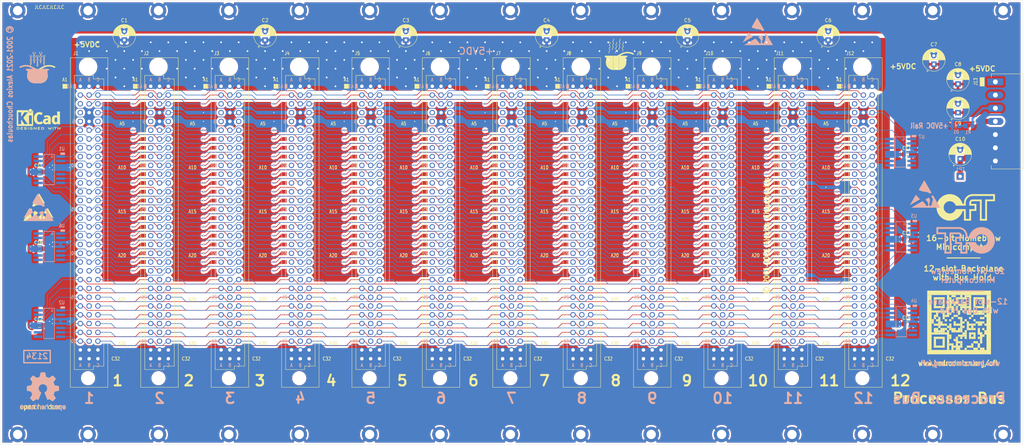
<source format=kicad_pcb>
(kicad_pcb (version 20171130) (host pcbnew 5.1.5+dfsg1-2build2)
  (title_block (title "12-Slot Processor Backplane") (rev 2134) (comment 1 CFT) (comment 2 "Verified 2021-08-27 (rack, DIN connectors)"))
  (layers (0 F.Cu signal) (31 B.Cu signal) (34 B.Paste user) (35 F.Paste user) (36 B.SilkS user) (37 F.SilkS user) (38 B.Mask user) (39 F.Mask user) (44 Edge.Cuts user))
  (net 0 "")
  (net 1 GND)
  (net 2 +5V)
  (net 3 "Net-(D1-Pad2)")
  (net 4 /ACTION3)
  (net 5 /ACTION2)
  (net 6 /ACTION1)
  (net 7 /ACTION0)
  (net 8 /SPARE)
  (net 9 /A23)
  (net 10 /A24)
  (net 11 /A25)
  (net 12 /A26)
  (net 13 /A27)
  (net 14 /A28)
  (net 15 /A29)
  (net 16 /A30)
  (net 17 /B6)
  (net 18 /B7)
  (net 19 /B8)
  (net 20 /B9)
  (net 21 /B10)
  (net 22 /B11)
  (net 23 /B12)
  (net 24 /B13)
  (net 25 /B18)
  (net 26 /B19)
  (net 27 /B20)
  (net 28 /B21)
  (net 29 /C4)
  (net 30 /C6)
  (net 31 /C7)
  (net 32 /C8)
  (net 33 /C9)
  (net 34 /C10)
  (net 35 /C11)
  (net 36 /C13)
  (net 37 /C14)
  (net 38 /C15)
  (net 39 /C16)
  (net 40 /C17)
  (net 41 /C18)
  (net 42 /C19)
  (net 43 /C20)
  (net 44 /C21)
  (net 45 /C22)
  (net 46 /C23)
  (net 47 /C24)
  (net 48 /C25)
  (net 49 /C26)
  (net 50 /C27)
  (net 51 /C28)
  (net 52 /C29)
  (net 53 /C30)
  (net 54 /B22)
  (net 55 "Net-(J1-PadC12)")
  (net 56 "Net-(J1-PadC5)")
  (net 57 "Net-(J1-PadB30)")
  (net 58 "Net-(J1-PadB29)")
  (net 59 "Net-(J1-PadB28)")
  (net 60 "Net-(J1-PadB27)")
  (net 61 "Net-(J1-PadB26)")
  (net 62 "Net-(J1-PadB25)")
  (net 63 "Net-(J1-PadB24)")
  (net 64 "Net-(J1-PadB23)")
  (net 65 "Net-(J1-PadA22)")
  (net 66 "Net-(J1-PadA21)")
  (net 67 "Net-(J1-PadA20)")
  (net 68 "Net-(J1-PadA19)")
  (net 69 "Net-(J1-PadA18)")
  (net 70 "Net-(J1-PadA17)")
  (net 71 "Net-(J1-PadA16)")
  (net 72 "Net-(J1-PadA15)")
  (net 73 "Net-(J1-PadA14)")
  (net 74 "Net-(J1-PadA13)")
  (net 75 "Net-(J1-PadA12)")
  (net 76 "Net-(J1-PadA11)")
  (net 77 "Net-(J1-PadA10)")
  (net 78 "Net-(J1-PadA9)")
  (net 79 "Net-(J1-PadA8)")
  (net 80 "Net-(J1-PadA7)")
  (net 81 "Net-(J1-PadA6)")
  (net 82 "Net-(J1-PadA5)")
  (net 83 "Net-(J1-PadA4)")
  (net 84 "Net-(J1-PadA3)")
  (net 85 "Net-(J2-PadC12)")
  (net 86 "Net-(J2-PadC5)")
  (net 87 "Net-(J2-PadB30)")
  (net 88 "Net-(J2-PadB29)")
  (net 89 "Net-(J2-PadB28)")
  (net 90 "Net-(J2-PadB27)")
  (net 91 "Net-(J2-PadB26)")
  (net 92 "Net-(J2-PadB25)")
  (net 93 "Net-(J2-PadB24)")
  (net 94 "Net-(J2-PadB23)")
  (net 95 "Net-(J2-PadA22)")
  (net 96 "Net-(J2-PadA21)")
  (net 97 "Net-(J2-PadA20)")
  (net 98 "Net-(J2-PadA19)")
  (net 99 "Net-(J2-PadA18)")
  (net 100 "Net-(J2-PadA17)")
  (net 101 "Net-(J2-PadA16)")
  (net 102 "Net-(J2-PadA15)")
  (net 103 "Net-(J2-PadA14)")
  (net 104 "Net-(J2-PadA13)")
  (net 105 "Net-(J2-PadA12)")
  (net 106 "Net-(J2-PadA11)")
  (net 107 "Net-(J2-PadA10)")
  (net 108 "Net-(J2-PadA9)")
  (net 109 "Net-(J2-PadA8)")
  (net 110 "Net-(J2-PadA7)")
  (net 111 "Net-(J2-PadA6)")
  (net 112 "Net-(J2-PadA5)")
  (net 113 "Net-(J2-PadA4)")
  (net 114 "Net-(J2-PadA3)")
  (net 115 "Net-(J3-PadC12)")
  (net 116 "Net-(J3-PadC5)")
  (net 117 "Net-(J3-PadB30)")
  (net 118 "Net-(J3-PadB29)")
  (net 119 "Net-(J3-PadB28)")
  (net 120 "Net-(J3-PadB27)")
  (net 121 "Net-(J3-PadB26)")
  (net 122 "Net-(J3-PadB25)")
  (net 123 "Net-(J3-PadB24)")
  (net 124 "Net-(J3-PadB23)")
  (net 125 "Net-(J3-PadA22)")
  (net 126 "Net-(J3-PadA21)")
  (net 127 "Net-(J3-PadA20)")
  (net 128 "Net-(J3-PadA19)")
  (net 129 "Net-(J3-PadA18)")
  (net 130 "Net-(J3-PadA17)")
  (net 131 "Net-(J3-PadA16)")
  (net 132 "Net-(J3-PadA15)")
  (net 133 "Net-(J3-PadA14)")
  (net 134 "Net-(J3-PadA13)")
  (net 135 "Net-(J3-PadA12)")
  (net 136 "Net-(J3-PadA11)")
  (net 137 "Net-(J3-PadA10)")
  (net 138 "Net-(J3-PadA9)")
  (net 139 "Net-(J3-PadA8)")
  (net 140 "Net-(J3-PadA7)")
  (net 141 "Net-(J3-PadA6)")
  (net 142 "Net-(J3-PadA5)")
  (net 143 "Net-(J3-PadA4)")
  (net 144 "Net-(J3-PadA3)")
  (net 145 "Net-(J4-PadC12)")
  (net 146 "Net-(J4-PadC5)")
  (net 147 "Net-(J4-PadB30)")
  (net 148 "Net-(J4-PadB29)")
  (net 149 "Net-(J4-PadB28)")
  (net 150 "Net-(J4-PadB27)")
  (net 151 "Net-(J4-PadB26)")
  (net 152 "Net-(J4-PadB25)")
  (net 153 "Net-(J4-PadB24)")
  (net 154 "Net-(J4-PadB23)")
  (net 155 "Net-(J4-PadA22)")
  (net 156 "Net-(J4-PadA21)")
  (net 157 "Net-(J4-PadA20)")
  (net 158 "Net-(J4-PadA19)")
  (net 159 "Net-(J4-PadA18)")
  (net 160 "Net-(J4-PadA17)")
  (net 161 "Net-(J4-PadA16)")
  (net 162 "Net-(J4-PadA15)")
  (net 163 "Net-(J4-PadA14)")
  (net 164 "Net-(J4-PadA13)")
  (net 165 "Net-(J4-PadA12)")
  (net 166 "Net-(J4-PadA11)")
  (net 167 "Net-(J4-PadA10)")
  (net 168 "Net-(J4-PadA9)")
  (net 169 "Net-(J4-PadA8)")
  (net 170 "Net-(J4-PadA7)")
  (net 171 "Net-(J4-PadA6)")
  (net 172 "Net-(J4-PadA5)")
  (net 173 "Net-(J4-PadA4)")
  (net 174 "Net-(J4-PadA3)")
  (net 175 "Net-(J5-PadC12)")
  (net 176 "Net-(J5-PadC5)")
  (net 177 "Net-(J5-PadB30)")
  (net 178 "Net-(J5-PadB29)")
  (net 179 "Net-(J5-PadB28)")
  (net 180 "Net-(J5-PadB27)")
  (net 181 "Net-(J5-PadB26)")
  (net 182 "Net-(J5-PadB25)")
  (net 183 "Net-(J5-PadB24)")
  (net 184 "Net-(J5-PadB23)")
  (net 185 "Net-(J5-PadA22)")
  (net 186 "Net-(J5-PadA21)")
  (net 187 "Net-(J5-PadA20)")
  (net 188 "Net-(J5-PadA19)")
  (net 189 "Net-(J5-PadA18)")
  (net 190 "Net-(J5-PadA17)")
  (net 191 "Net-(J5-PadA16)")
  (net 192 "Net-(J5-PadA15)")
  (net 193 "Net-(J5-PadA14)")
  (net 194 "Net-(J5-PadA13)")
  (net 195 "Net-(J5-PadA12)")
  (net 196 "Net-(J5-PadA11)")
  (net 197 "Net-(J5-PadA10)")
  (net 198 "Net-(J5-PadA9)")
  (net 199 "Net-(J5-PadA8)")
  (net 200 "Net-(J5-PadA7)")
  (net 201 "Net-(J5-PadA6)")
  (net 202 "Net-(J5-PadA5)")
  (net 203 "Net-(J5-PadA4)")
  (net 204 "Net-(J5-PadA3)")
  (net 205 "Net-(J6-PadC12)")
  (net 206 "Net-(J6-PadC5)")
  (net 207 "Net-(J6-PadB30)")
  (net 208 "Net-(J6-PadB29)")
  (net 209 "Net-(J6-PadB28)")
  (net 210 "Net-(J6-PadB27)")
  (net 211 "Net-(J6-PadB26)")
  (net 212 "Net-(J6-PadB25)")
  (net 213 "Net-(J6-PadB24)")
  (net 214 "Net-(J6-PadB23)")
  (net 215 "Net-(J6-PadA22)")
  (net 216 "Net-(J6-PadA21)")
  (net 217 "Net-(J6-PadA20)")
  (net 218 "Net-(J6-PadA19)")
  (net 219 "Net-(J6-PadA18)")
  (net 220 "Net-(J6-PadA17)")
  (net 221 "Net-(J6-PadA16)")
  (net 222 "Net-(J6-PadA15)")
  (net 223 "Net-(J6-PadA14)")
  (net 224 "Net-(J6-PadA13)")
  (net 225 "Net-(J6-PadA12)")
  (net 226 "Net-(J6-PadA11)")
  (net 227 "Net-(J6-PadA10)")
  (net 228 "Net-(J6-PadA9)")
  (net 229 "Net-(J6-PadA8)")
  (net 230 "Net-(J6-PadA7)")
  (net 231 "Net-(J6-PadA6)")
  (net 232 "Net-(J6-PadA5)")
  (net 233 "Net-(J6-PadA4)")
  (net 234 "Net-(J6-PadA3)")
  (net 235 "Net-(J7-PadC12)")
  (net 236 "Net-(J7-PadC5)")
  (net 237 "Net-(J7-PadB30)")
  (net 238 "Net-(J7-PadB29)")
  (net 239 "Net-(J7-PadB28)")
  (net 240 "Net-(J7-PadB27)")
  (net 241 "Net-(J7-PadB26)")
  (net 242 "Net-(J7-PadB25)")
  (net 243 "Net-(J7-PadB24)")
  (net 244 "Net-(J7-PadB23)")
  (net 245 "Net-(J7-PadA22)")
  (net 246 "Net-(J7-PadA21)")
  (net 247 "Net-(J7-PadA20)")
  (net 248 "Net-(J7-PadA19)")
  (net 249 "Net-(J7-PadA18)")
  (net 250 "Net-(J7-PadA17)")
  (net 251 "Net-(J7-PadA16)")
  (net 252 "Net-(J7-PadA15)")
  (net 253 "Net-(J7-PadA14)")
  (net 254 "Net-(J7-PadA13)")
  (net 255 "Net-(J7-PadA12)")
  (net 256 "Net-(J7-PadA11)")
  (net 257 "Net-(J7-PadA10)")
  (net 258 "Net-(J7-PadA9)")
  (net 259 "Net-(J7-PadA8)")
  (net 260 "Net-(J7-PadA7)")
  (net 261 "Net-(J7-PadA6)")
  (net 262 "Net-(J7-PadA5)")
  (net 263 "Net-(J7-PadA4)")
  (net 264 "Net-(J7-PadA3)")
  (net 265 "Net-(J8-PadC12)")
  (net 266 "Net-(J8-PadC5)")
  (net 267 "Net-(J8-PadB30)")
  (net 268 "Net-(J8-PadB29)")
  (net 269 "Net-(J8-PadB28)")
  (net 270 "Net-(J8-PadB27)")
  (net 271 "Net-(J8-PadB26)")
  (net 272 "Net-(J8-PadB25)")
  (net 273 "Net-(J8-PadB24)")
  (net 274 "Net-(J8-PadB23)")
  (net 275 "Net-(J8-PadA22)")
  (net 276 "Net-(J8-PadA21)")
  (net 277 "Net-(J8-PadA20)")
  (net 278 "Net-(J8-PadA19)")
  (net 279 "Net-(J8-PadA18)")
  (net 280 "Net-(J8-PadA17)")
  (net 281 "Net-(J8-PadA16)")
  (net 282 "Net-(J8-PadA15)")
  (net 283 "Net-(J8-PadA14)")
  (net 284 "Net-(J8-PadA13)")
  (net 285 "Net-(J8-PadA12)")
  (net 286 "Net-(J8-PadA11)")
  (net 287 "Net-(J8-PadA10)")
  (net 288 "Net-(J8-PadA9)")
  (net 289 "Net-(J8-PadA8)")
  (net 290 "Net-(J8-PadA7)")
  (net 291 "Net-(J8-PadA6)")
  (net 292 "Net-(J8-PadA5)")
  (net 293 "Net-(J8-PadA4)")
  (net 294 "Net-(J8-PadA3)")
  (net 295 "Net-(J9-PadC12)")
  (net 296 "Net-(J9-PadC5)")
  (net 297 "Net-(J9-PadB30)")
  (net 298 "Net-(J9-PadB29)")
  (net 299 "Net-(J9-PadB28)")
  (net 300 "Net-(J9-PadB27)")
  (net 301 "Net-(J9-PadB26)")
  (net 302 "Net-(J9-PadB25)")
  (net 303 "Net-(J9-PadB24)")
  (net 304 "Net-(J9-PadB23)")
  (net 305 "Net-(J9-PadA22)")
  (net 306 "Net-(J9-PadA21)")
  (net 307 "Net-(J9-PadA20)")
  (net 308 "Net-(J9-PadA19)")
  (net 309 "Net-(J9-PadA18)")
  (net 310 "Net-(J9-PadA17)")
  (net 311 "Net-(J9-PadA16)")
  (net 312 "Net-(J9-PadA15)")
  (net 313 "Net-(J9-PadA14)")
  (net 314 "Net-(J9-PadA13)")
  (net 315 "Net-(J9-PadA12)")
  (net 316 "Net-(J9-PadA11)")
  (net 317 "Net-(J9-PadA10)")
  (net 318 "Net-(J9-PadA9)")
  (net 319 "Net-(J9-PadA8)")
  (net 320 "Net-(J9-PadA7)")
  (net 321 "Net-(J9-PadA6)")
  (net 322 "Net-(J9-PadA5)")
  (net 323 "Net-(J9-PadA4)")
  (net 324 "Net-(J9-PadA3)")
  (net 325 "Net-(J10-PadC12)")
  (net 326 "Net-(J10-PadC5)")
  (net 327 "Net-(J10-PadB30)")
  (net 328 "Net-(J10-PadB29)")
  (net 329 "Net-(J10-PadB28)")
  (net 330 "Net-(J10-PadB27)")
  (net 331 "Net-(J10-PadB26)")
  (net 332 "Net-(J10-PadB25)")
  (net 333 "Net-(J10-PadB24)")
  (net 334 "Net-(J10-PadB23)")
  (net 335 "Net-(J10-PadA22)")
  (net 336 "Net-(J10-PadA21)")
  (net 337 "Net-(J10-PadA20)")
  (net 338 "Net-(J10-PadA19)")
  (net 339 "Net-(J10-PadA18)")
  (net 340 "Net-(J10-PadA17)")
  (net 341 "Net-(J10-PadA16)")
  (net 342 "Net-(J10-PadA15)")
  (net 343 "Net-(J10-PadA14)")
  (net 344 "Net-(J10-PadA13)")
  (net 345 "Net-(J10-PadA12)")
  (net 346 "Net-(J10-PadA11)")
  (net 347 "Net-(J10-PadA10)")
  (net 348 "Net-(J10-PadA9)")
  (net 349 "Net-(J10-PadA8)")
  (net 350 "Net-(J10-PadA7)")
  (net 351 "Net-(J10-PadA6)")
  (net 352 "Net-(J10-PadA5)")
  (net 353 "Net-(J10-PadA4)")
  (net 354 "Net-(J10-PadA3)")
  (net 355 "Net-(J11-PadC12)")
  (net 356 "Net-(J11-PadC5)")
  (net 357 "Net-(J11-PadB30)")
  (net 358 "Net-(J11-PadB29)")
  (net 359 "Net-(J11-PadB28)")
  (net 360 "Net-(J11-PadB27)")
  (net 361 "Net-(J11-PadB26)")
  (net 362 "Net-(J11-PadB25)")
  (net 363 "Net-(J11-PadB24)")
  (net 364 "Net-(J11-PadB23)")
  (net 365 "Net-(J11-PadA22)")
  (net 366 "Net-(J11-PadA21)")
  (net 367 "Net-(J11-PadA20)")
  (net 368 "Net-(J11-PadA19)")
  (net 369 "Net-(J11-PadA18)")
  (net 370 "Net-(J11-PadA17)")
  (net 371 "Net-(J11-PadA16)")
  (net 372 "Net-(J11-PadA15)")
  (net 373 "Net-(J11-PadA14)")
  (net 374 "Net-(J11-PadA13)")
  (net 375 "Net-(J11-PadA12)")
  (net 376 "Net-(J11-PadA11)")
  (net 377 "Net-(J11-PadA10)")
  (net 378 "Net-(J11-PadA9)")
  (net 379 "Net-(J11-PadA8)")
  (net 380 "Net-(J11-PadA7)")
  (net 381 "Net-(J11-PadA6)")
  (net 382 "Net-(J11-PadA5)")
  (net 383 "Net-(J11-PadA4)")
  (net 384 "Net-(J11-PadA3)")
  (net 385 "Net-(J12-PadC12)")
  (net 386 "Net-(J12-PadC5)")
  (net 387 "Net-(J12-PadB30)")
  (net 388 "Net-(J12-PadB29)")
  (net 389 "Net-(J12-PadB28)")
  (net 390 "Net-(J12-PadB27)")
  (net 391 "Net-(J12-PadB26)")
  (net 392 "Net-(J12-PadB25)")
  (net 393 "Net-(J12-PadB24)")
  (net 394 "Net-(J12-PadB23)")
  (net 395 "Net-(J12-PadA22)")
  (net 396 "Net-(J12-PadA21)")
  (net 397 "Net-(J12-PadA20)")
  (net 398 "Net-(J12-PadA19)")
  (net 399 "Net-(J12-PadA18)")
  (net 400 "Net-(J12-PadA17)")
  (net 401 "Net-(J12-PadA16)")
  (net 402 "Net-(J12-PadA15)")
  (net 403 "Net-(J12-PadA14)")
  (net 404 "Net-(J12-PadA13)")
  (net 405 "Net-(J12-PadA12)")
  (net 406 "Net-(J12-PadA11)")
  (net 407 "Net-(J12-PadA10)")
  (net 408 "Net-(J12-PadA9)")
  (net 409 "Net-(J12-PadA8)")
  (net 410 "Net-(J12-PadA7)")
  (net 411 "Net-(J12-PadA6)")
  (net 412 "Net-(J12-PadA5)")
  (net 413 "Net-(J12-PadA4)")
  (net 414 "Net-(J12-PadA3)")
  (net 415 /A2)
  (net 416 /B2)
  (net 417 /B3)
  (net 418 /C2)
  (net 419 /C3)
  (net 420 "Net-(U7-Pad7)")
  (net 421 "Net-(U7-Pad6)")
  (net 422 "Net-(U7-Pad5)")
  (net 423 "Net-(U6-Pad8)")
  (net 424 "Net-(U6-Pad9)")
  (net 425 "Net-(U3-Pad5)")
  (net 426 "Net-(U2-Pad9)")
  (net 427 "Net-(U2-Pad8)")
  (net 428 "Net-(U4-Pad7)")
  (net 429 "Net-(U4-Pad6)")
  (net 430 "Net-(U4-Pad5)")
  (net 431 "Net-(U6-Pad12)")
  (net 432 "Net-(U6-Pad13)")
  (net 433 "Net-(U7-Pad8)")
  (module TestPoint:TestPoint_THTPad_2.0x2.0mm_Drill1.0mm (layer B.Cu) (at 340.663 134.77 180)
    (fp_text reference TP1 (at 0 1.998) (layer B.SilkS) (effects (justify mirror)))
    (fp_text value TestPoint)
    (pad 1 thru_hole rect (at 0 0 180) (size 2 2) (drill 1) (layers *.Cu *.Mask) (net 8 /SPARE))
  )
  (module alexios:CFT (layer F.Cu) (at 342.268 143.745)
    (fp_text reference G*** hide)
    (fp_text value LOGO hide)
  )
  (module alexios:CUI-TBP02R1-381-07BE (layer F.Cu) (at 350.823 107.465 270)
    (fp_text reference J13 (at -1.27 5.715 90) (layer F.SilkS) (effects (font (size 1 0.83)) (justify right)))
    (fp_text value "CUI TBP02R1-381-06BE")
    (pad 7 thru_hole oval (at 22.86 0 270) (size 2.032 4.572) (drill 1.4) (layers *.Cu *.Mask) (net 1 GND))
    (pad 1 thru_hole rect (at 0 0 270) (size 2.032 4.572) (drill 1.4) (layers *.Cu *.Mask) (net 2 +5V))
    (pad 2 thru_hole oval (at 3.81 0 270) (size 2.032 4.572) (drill 1.4) (layers *.Cu *.Mask) (net 2 +5V))
    (pad 3 thru_hole oval (at 7.62 0 270) (size 2.032 4.572) (drill 1.4) (layers *.Cu *.Mask) (net 2 +5V))
    (pad 4 thru_hole oval (at 11.43 0 270) (size 2.032 4.572) (drill 1.4) (layers *.Cu *.Mask) (net 8 /SPARE))
    (pad 5 thru_hole oval (at 15.24 0 270) (size 2.032 4.572) (drill 1.4) (layers *.Cu *.Mask) (net 1 GND))
    (pad 6 thru_hole oval (at 19.05 0 270) (size 2.032 4.572) (drill 1.4) (layers *.Cu *.Mask) (net 1 GND))
  )
  (module alexios:DIN41612_C_3x32_Female_Vertical_THT (layer F.Cu) (at 86.663 108.735)
    (fp_text reference J1 (at -1.27 -9.525) (layer F.SilkS) (effects (font (size 1 0.83))))
    (fp_text value DIN-41612-3x32-Bauform-C)
    (fp_text user C (at 5.08 80.645) (layer B.SilkS) (effects (font (size 1 0.83)) (justify mirror)))
    (fp_text user B (at 2.54 80.645) (layer B.SilkS) (effects (font (size 1 0.83)) (justify mirror)))
    (fp_text user A (at 0 80.645) (layer B.SilkS) (effects (font (size 1 0.83)) (justify mirror)))
    (fp_text user 5 (at -1.905 10.16) (layer B.SilkS) (effects (font (size 1 0.83)) (justify mirror)))
    (fp_text user 10 (at -1.905 22.86) (layer B.SilkS) (effects (font (size 1 0.83)) (justify mirror)))
    (fp_text user 15 (at -1.905 35.56) (layer B.SilkS) (effects (font (size 1 0.83)) (justify mirror)))
    (fp_text user 20 (at -1.905 48.26) (layer B.SilkS) (effects (font (size 1 0.83)) (justify mirror)))
    (fp_text user 25 (at -1.905 60.96) (layer B.SilkS) (effects (font (size 1 0.83)) (justify mirror)))
    (fp_text user 30 (at -1.905 73.66) (layer B.SilkS) (effects (font (size 1 0.83)) (justify mirror)))
    (fp_text user A1 (at -3.175 0) (layer B.SilkS) (effects (font (size 1 0.83)) (justify mirror)))
    (fp_text user C (at 5.08 -1.905) (layer B.SilkS) (effects (font (size 1 0.83)) (justify mirror)))
    (fp_text user B (at 2.54 -1.905) (layer B.SilkS) (effects (font (size 1 0.83)) (justify mirror)))
    (fp_text user A (at 0 -1.905) (layer B.SilkS) (effects (font (size 1 0.83)) (justify mirror)))
    (fp_text user C32 (at 8.89 78.74) (layer F.SilkS) (effects (font (size 1 0.83)) (justify left)))
    (fp_text user A1 (at -4.445 -1.905) (layer F.SilkS) (effects (font (size 1 0.83))))
    (pad "" np_thru_hole circle (at 2.24 84.37) (size 2.85 2.85) (drill 2.85) (layers *.Cu *.Mask))
    (pad "" np_thru_hole circle (at 2.24 -5.63) (size 2.85 2.85) (drill 2.85) (layers *.Cu *.Mask))
    (pad C32 thru_hole circle (at 5.08 78.74) (size 1.55 1.55) (drill 1) (layers *.Cu *.Mask) (net 1 GND))
    (pad C31 thru_hole circle (at 5.08 76.2) (size 1.55 1.55) (drill 1) (layers *.Cu *.Mask) (net 1 GND))
    (pad C30 thru_hole circle (at 5.08 73.66) (size 1.55 1.55) (drill 1) (layers *.Cu *.Mask) (net 53 /C30))
    (pad C29 thru_hole circle (at 5.08 71.12) (size 1.55 1.55) (drill 1) (layers *.Cu *.Mask) (net 52 /C29))
    (pad C28 thru_hole circle (at 5.08 68.58) (size 1.55 1.55) (drill 1) (layers *.Cu *.Mask) (net 51 /C28))
    (pad C27 thru_hole circle (at 5.08 66.04) (size 1.55 1.55) (drill 1) (layers *.Cu *.Mask) (net 50 /C27))
    (pad C26 thru_hole circle (at 5.08 63.5) (size 1.55 1.55) (drill 1) (layers *.Cu *.Mask) (net 49 /C26))
    (pad C25 thru_hole circle (at 5.08 60.96) (size 1.55 1.55) (drill 1) (layers *.Cu *.Mask) (net 48 /C25))
    (pad C24 thru_hole circle (at 5.08 58.42) (size 1.55 1.55) (drill 1) (layers *.Cu *.Mask) (net 47 /C24))
    (pad C23 thru_hole circle (at 5.08 55.88) (size 1.55 1.55) (drill 1) (layers *.Cu *.Mask) (net 46 /C23))
    (pad C22 thru_hole circle (at 5.08 53.34) (size 1.55 1.55) (drill 1) (layers *.Cu *.Mask) (net 45 /C22))
    (pad C21 thru_hole circle (at 5.08 50.8) (size 1.55 1.55) (drill 1) (layers *.Cu *.Mask) (net 44 /C21))
    (pad C20 thru_hole circle (at 5.08 48.26) (size 1.55 1.55) (drill 1) (layers *.Cu *.Mask) (net 43 /C20))
    (pad C19 thru_hole circle (at 5.08 45.72) (size 1.55 1.55) (drill 1) (layers *.Cu *.Mask) (net 42 /C19))
    (pad C18 thru_hole circle (at 5.08 43.18) (size 1.55 1.55) (drill 1) (layers *.Cu *.Mask) (net 41 /C18))
    (pad C17 thru_hole circle (at 5.08 40.64) (size 1.55 1.55) (drill 1) (layers *.Cu *.Mask) (net 40 /C17))
    (pad C16 thru_hole circle (at 5.08 38.1) (size 1.55 1.55) (drill 1) (layers *.Cu *.Mask) (net 39 /C16))
    (pad C15 thru_hole circle (at 5.08 35.56) (size 1.55 1.55) (drill 1) (layers *.Cu *.Mask) (net 38 /C15))
    (pad C14 thru_hole circle (at 5.08 33.02) (size 1.55 1.55) (drill 1) (layers *.Cu *.Mask) (net 37 /C14))
    (pad C13 thru_hole circle (at 5.08 30.48) (size 1.55 1.55) (drill 1) (layers *.Cu *.Mask) (net 36 /C13))
    (pad C12 thru_hole circle (at 5.08 27.94) (size 1.55 1.55) (drill 1) (layers *.Cu *.Mask) (net 55 "Net-(J1-PadC12)"))
    (pad C11 thru_hole circle (at 5.08 25.4) (size 1.55 1.55) (drill 1) (layers *.Cu *.Mask) (net 35 /C11))
    (pad C10 thru_hole circle (at 5.08 22.86) (size 1.55 1.55) (drill 1) (layers *.Cu *.Mask) (net 34 /C10))
    (pad C9 thru_hole circle (at 5.08 20.32) (size 1.55 1.55) (drill 1) (layers *.Cu *.Mask) (net 33 /C9))
    (pad C8 thru_hole circle (at 5.08 17.78) (size 1.55 1.55) (drill 1) (layers *.Cu *.Mask) (net 32 /C8))
    (pad C7 thru_hole circle (at 5.08 15.24) (size 1.55 1.55) (drill 1) (layers *.Cu *.Mask) (net 31 /C7))
    (pad C6 thru_hole circle (at 5.08 12.7) (size 1.55 1.55) (drill 1) (layers *.Cu *.Mask) (net 30 /C6))
    (pad C5 thru_hole circle (at 5.08 10.16) (size 1.55 1.55) (drill 1) (layers *.Cu *.Mask) (net 56 "Net-(J1-PadC5)"))
    (pad C4 thru_hole circle (at 5.08 7.62) (size 1.55 1.55) (drill 1) (layers *.Cu *.Mask) (net 29 /C4))
    (pad C3 thru_hole circle (at 5.08 5.08) (size 1.55 1.55) (drill 1) (layers *.Cu *.Mask) (net 419 /C3))
    (pad C2 thru_hole circle (at 5.08 2.54) (size 1.55 1.55) (drill 1) (layers *.Cu *.Mask) (net 418 /C2))
    (pad C1 thru_hole circle (at 5.08 0) (size 1.55 1.55) (drill 1) (layers *.Cu *.Mask) (net 2 +5V))
    (pad B32 thru_hole circle (at 2.54 78.74) (size 1.55 1.55) (drill 1) (layers *.Cu *.Mask) (net 1 GND))
    (pad B31 thru_hole circle (at 2.54 76.2) (size 1.55 1.55) (drill 1) (layers *.Cu *.Mask) (net 1 GND))
    (pad B30 thru_hole circle (at 2.54 73.66) (size 1.55 1.55) (drill 1) (layers *.Cu *.Mask) (net 57 "Net-(J1-PadB30)"))
    (pad B29 thru_hole circle (at 2.54 71.12) (size 1.55 1.55) (drill 1) (layers *.Cu *.Mask) (net 58 "Net-(J1-PadB29)"))
    (pad B28 thru_hole circle (at 2.54 68.58) (size 1.55 1.55) (drill 1) (layers *.Cu *.Mask) (net 59 "Net-(J1-PadB28)"))
    (pad B27 thru_hole circle (at 2.54 66.04) (size 1.55 1.55) (drill 1) (layers *.Cu *.Mask) (net 60 "Net-(J1-PadB27)"))
    (pad B26 thru_hole circle (at 2.54 63.5) (size 1.55 1.55) (drill 1) (layers *.Cu *.Mask) (net 61 "Net-(J1-PadB26)"))
    (pad B25 thru_hole circle (at 2.54 60.96) (size 1.55 1.55) (drill 1) (layers *.Cu *.Mask) (net 62 "Net-(J1-PadB25)"))
    (pad B24 thru_hole circle (at 2.54 58.42) (size 1.55 1.55) (drill 1) (layers *.Cu *.Mask) (net 63 "Net-(J1-PadB24)"))
    (pad B23 thru_hole circle (at 2.54 55.88) (size 1.55 1.55) (drill 1) (layers *.Cu *.Mask) (net 64 "Net-(J1-PadB23)"))
    (pad B22 thru_hole circle (at 2.54 53.34) (size 1.55 1.55) (drill 1) (layers *.Cu *.Mask) (net 54 /B22))
    (pad B21 thru_hole circle (at 2.54 50.8) (size 1.55 1.55) (drill 1) (layers *.Cu *.Mask) (net 28 /B21))
    (pad B20 thru_hole circle (at 2.54 48.26) (size 1.55 1.55) (drill 1) (layers *.Cu *.Mask) (net 27 /B20))
    (pad B19 thru_hole circle (at 2.54 45.72) (size 1.55 1.55) (drill 1) (layers *.Cu *.Mask) (net 26 /B19))
    (pad B18 thru_hole circle (at 2.54 43.18) (size 1.55 1.55) (drill 1) (layers *.Cu *.Mask) (net 25 /B18))
    (pad B17 thru_hole circle (at 2.54 40.64) (size 1.55 1.55) (drill 1) (layers *.Cu *.Mask) (net 4 /ACTION3))
    (pad B16 thru_hole circle (at 2.54 38.1) (size 1.55 1.55) (drill 1) (layers *.Cu *.Mask) (net 5 /ACTION2))
    (pad B15 thru_hole circle (at 2.54 35.56) (size 1.55 1.55) (drill 1) (layers *.Cu *.Mask) (net 6 /ACTION1))
    (pad B14 thru_hole circle (at 2.54 33.02) (size 1.55 1.55) (drill 1) (layers *.Cu *.Mask) (net 7 /ACTION0))
    (pad B13 thru_hole circle (at 2.54 30.48) (size 1.55 1.55) (drill 1) (layers *.Cu *.Mask) (net 24 /B13))
    (pad B12 thru_hole circle (at 2.54 27.94) (size 1.55 1.55) (drill 1) (layers *.Cu *.Mask) (net 23 /B12))
    (pad B11 thru_hole circle (at 2.54 25.4) (size 1.55 1.55) (drill 1) (layers *.Cu *.Mask) (net 22 /B11))
    (pad B10 thru_hole circle (at 2.54 22.86) (size 1.55 1.55) (drill 1) (layers *.Cu *.Mask) (net 21 /B10))
    (pad B9 thru_hole circle (at 2.54 20.32) (size 1.55 1.55) (drill 1) (layers *.Cu *.Mask) (net 20 /B9))
    (pad B8 thru_hole circle (at 2.54 17.78) (size 1.55 1.55) (drill 1) (layers *.Cu *.Mask) (net 19 /B8))
    (pad B7 thru_hole circle (at 2.54 15.24) (size 1.55 1.55) (drill 1) (layers *.Cu *.Mask) (net 18 /B7))
    (pad B6 thru_hole circle (at 2.54 12.7) (size 1.55 1.55) (drill 1) (layers *.Cu *.Mask) (net 17 /B6))
    (pad B5 thru_hole circle (at 2.54 10.16) (size 1.55 1.55) (drill 1) (layers *.Cu *.Mask) (net 1 GND))
    (pad B4 thru_hole circle (at 2.54 7.62) (size 1.55 1.55) (drill 1) (layers *.Cu *.Mask) (net 1 GND))
    (pad B3 thru_hole circle (at 2.54 5.08) (size 1.55 1.55) (drill 1) (layers *.Cu *.Mask) (net 417 /B3))
    (pad B2 thru_hole circle (at 2.54 2.54) (size 1.55 1.55) (drill 1) (layers *.Cu *.Mask) (net 416 /B2))
    (pad B1 thru_hole circle (at 2.54 0) (size 1.55 1.55) (drill 1) (layers *.Cu *.Mask) (net 2 +5V))
    (pad A32 thru_hole circle (at 0 78.74) (size 1.55 1.55) (drill 1) (layers *.Cu *.Mask) (net 1 GND))
    (pad A31 thru_hole circle (at 0 76.2) (size 1.55 1.55) (drill 1) (layers *.Cu *.Mask) (net 1 GND))
    (pad A30 thru_hole circle (at 0 73.66) (size 1.55 1.55) (drill 1) (layers *.Cu *.Mask) (net 16 /A30))
    (pad A29 thru_hole circle (at 0 71.12) (size 1.55 1.55) (drill 1) (layers *.Cu *.Mask) (net 15 /A29))
    (pad A28 thru_hole circle (at 0 68.58) (size 1.55 1.55) (drill 1) (layers *.Cu *.Mask) (net 14 /A28))
    (pad A27 thru_hole circle (at 0 66.04) (size 1.55 1.55) (drill 1) (layers *.Cu *.Mask) (net 13 /A27))
    (pad A26 thru_hole circle (at 0 63.5) (size 1.55 1.55) (drill 1) (layers *.Cu *.Mask) (net 12 /A26))
    (pad A25 thru_hole circle (at 0 60.96) (size 1.55 1.55) (drill 1) (layers *.Cu *.Mask) (net 11 /A25))
    (pad A24 thru_hole circle (at 0 58.42) (size 1.55 1.55) (drill 1) (layers *.Cu *.Mask) (net 10 /A24))
    (pad A23 thru_hole circle (at 0 55.88) (size 1.55 1.55) (drill 1) (layers *.Cu *.Mask) (net 9 /A23))
    (pad A22 thru_hole circle (at 0 53.34) (size 1.55 1.55) (drill 1) (layers *.Cu *.Mask) (net 65 "Net-(J1-PadA22)"))
    (pad A21 thru_hole circle (at 0 50.8) (size 1.55 1.55) (drill 1) (layers *.Cu *.Mask) (net 66 "Net-(J1-PadA21)"))
    (pad A20 thru_hole circle (at 0 48.26) (size 1.55 1.55) (drill 1) (layers *.Cu *.Mask) (net 67 "Net-(J1-PadA20)"))
    (pad A19 thru_hole circle (at 0 45.72) (size 1.55 1.55) (drill 1) (layers *.Cu *.Mask) (net 68 "Net-(J1-PadA19)"))
    (pad A18 thru_hole circle (at 0 43.18) (size 1.55 1.55) (drill 1) (layers *.Cu *.Mask) (net 69 "Net-(J1-PadA18)"))
    (pad A17 thru_hole circle (at 0 40.64) (size 1.55 1.55) (drill 1) (layers *.Cu *.Mask) (net 70 "Net-(J1-PadA17)"))
    (pad A16 thru_hole circle (at 0 38.1) (size 1.55 1.55) (drill 1) (layers *.Cu *.Mask) (net 71 "Net-(J1-PadA16)"))
    (pad A15 thru_hole circle (at 0 35.56) (size 1.55 1.55) (drill 1) (layers *.Cu *.Mask) (net 72 "Net-(J1-PadA15)"))
    (pad A14 thru_hole circle (at 0 33.02) (size 1.55 1.55) (drill 1) (layers *.Cu *.Mask) (net 73 "Net-(J1-PadA14)"))
    (pad A13 thru_hole circle (at 0 30.48) (size 1.55 1.55) (drill 1) (layers *.Cu *.Mask) (net 74 "Net-(J1-PadA13)"))
    (pad A12 thru_hole circle (at 0 27.94) (size 1.55 1.55) (drill 1) (layers *.Cu *.Mask) (net 75 "Net-(J1-PadA12)"))
    (pad A11 thru_hole circle (at 0 25.4) (size 1.55 1.55) (drill 1) (layers *.Cu *.Mask) (net 76 "Net-(J1-PadA11)"))
    (pad A10 thru_hole circle (at 0 22.86) (size 1.55 1.55) (drill 1) (layers *.Cu *.Mask) (net 77 "Net-(J1-PadA10)"))
    (pad A9 thru_hole circle (at 0 20.32) (size 1.55 1.55) (drill 1) (layers *.Cu *.Mask) (net 78 "Net-(J1-PadA9)"))
    (pad A8 thru_hole circle (at 0 17.78) (size 1.55 1.55) (drill 1) (layers *.Cu *.Mask) (net 79 "Net-(J1-PadA8)"))
    (pad A7 thru_hole circle (at 0 15.24) (size 1.55 1.55) (drill 1) (layers *.Cu *.Mask) (net 80 "Net-(J1-PadA7)"))
    (pad A6 thru_hole circle (at 0 12.7) (size 1.55 1.55) (drill 1) (layers *.Cu *.Mask) (net 81 "Net-(J1-PadA6)"))
    (pad A5 thru_hole circle (at 0 10.16) (size 1.55 1.55) (drill 1) (layers *.Cu *.Mask) (net 82 "Net-(J1-PadA5)"))
    (pad A4 thru_hole circle (at 0 7.62) (size 1.55 1.55) (drill 1) (layers *.Cu *.Mask) (net 83 "Net-(J1-PadA4)"))
    (pad A3 thru_hole circle (at 0 5.08) (size 1.55 1.55) (drill 1) (layers *.Cu *.Mask) (net 84 "Net-(J1-PadA3)"))
    (pad A2 thru_hole circle (at 0 2.54) (size 1.55 1.55) (drill 1) (layers *.Cu *.Mask) (net 415 /A2))
    (pad A1 thru_hole roundrect (at 0 0) (size 1.55 1.55) (drill 1) (layers *.Cu *.Mask) (roundrect_rratio 0.16129) (net 2 +5V))
  )
  (module alexios:DIN41612_C_3x32_Female_Vertical_THT (layer F.Cu) (at 310.183 108.735)
    (fp_text reference J12 (at -1.27 -9.525) (layer F.SilkS) (effects (font (size 1 0.83))))
    (fp_text value DIN-41612-3x32-Bauform-C)
    (fp_text user C (at 5.08 80.645) (layer B.SilkS) (effects (font (size 1 0.83)) (justify mirror)))
    (fp_text user B (at 2.54 80.645) (layer B.SilkS) (effects (font (size 1 0.83)) (justify mirror)))
    (fp_text user A (at 0 80.645) (layer B.SilkS) (effects (font (size 1 0.83)) (justify mirror)))
    (fp_text user 5 (at -1.905 10.16) (layer B.SilkS) (effects (font (size 1 0.83)) (justify mirror)))
    (fp_text user 10 (at -1.905 22.86) (layer B.SilkS) (effects (font (size 1 0.83)) (justify mirror)))
    (fp_text user 15 (at -1.905 35.56) (layer B.SilkS) (effects (font (size 1 0.83)) (justify mirror)))
    (fp_text user 20 (at -1.905 48.26) (layer B.SilkS) (effects (font (size 1 0.83)) (justify mirror)))
    (fp_text user 25 (at -1.905 60.96) (layer B.SilkS) (effects (font (size 1 0.83)) (justify mirror)))
    (fp_text user 30 (at -1.905 73.66) (layer B.SilkS) (effects (font (size 1 0.83)) (justify mirror)))
    (fp_text user A1 (at -3.175 0) (layer B.SilkS) (effects (font (size 1 0.83)) (justify mirror)))
    (fp_text user C (at 5.08 -1.905) (layer B.SilkS) (effects (font (size 1 0.83)) (justify mirror)))
    (fp_text user B (at 2.54 -1.905) (layer B.SilkS) (effects (font (size 1 0.83)) (justify mirror)))
    (fp_text user A (at 0 -1.905) (layer B.SilkS) (effects (font (size 1 0.83)) (justify mirror)))
    (fp_text user C32 (at 8.89 78.74) (layer F.SilkS) (effects (font (size 1 0.83)) (justify left)))
    (fp_text user A1 (at -4.445 -1.905) (layer F.SilkS) (effects (font (size 1 0.83))))
    (pad "" np_thru_hole circle (at 2.24 84.37) (size 2.85 2.85) (drill 2.85) (layers *.Cu *.Mask))
    (pad "" np_thru_hole circle (at 2.24 -5.63) (size 2.85 2.85) (drill 2.85) (layers *.Cu *.Mask))
    (pad C32 thru_hole circle (at 5.08 78.74) (size 1.55 1.55) (drill 1) (layers *.Cu *.Mask) (net 1 GND))
    (pad C31 thru_hole circle (at 5.08 76.2) (size 1.55 1.55) (drill 1) (layers *.Cu *.Mask) (net 1 GND))
    (pad C30 thru_hole circle (at 5.08 73.66) (size 1.55 1.55) (drill 1) (layers *.Cu *.Mask) (net 53 /C30))
    (pad C29 thru_hole circle (at 5.08 71.12) (size 1.55 1.55) (drill 1) (layers *.Cu *.Mask) (net 52 /C29))
    (pad C28 thru_hole circle (at 5.08 68.58) (size 1.55 1.55) (drill 1) (layers *.Cu *.Mask) (net 51 /C28))
    (pad C27 thru_hole circle (at 5.08 66.04) (size 1.55 1.55) (drill 1) (layers *.Cu *.Mask) (net 50 /C27))
    (pad C26 thru_hole circle (at 5.08 63.5) (size 1.55 1.55) (drill 1) (layers *.Cu *.Mask) (net 49 /C26))
    (pad C25 thru_hole circle (at 5.08 60.96) (size 1.55 1.55) (drill 1) (layers *.Cu *.Mask) (net 48 /C25))
    (pad C24 thru_hole circle (at 5.08 58.42) (size 1.55 1.55) (drill 1) (layers *.Cu *.Mask) (net 47 /C24))
    (pad C23 thru_hole circle (at 5.08 55.88) (size 1.55 1.55) (drill 1) (layers *.Cu *.Mask) (net 46 /C23))
    (pad C22 thru_hole circle (at 5.08 53.34) (size 1.55 1.55) (drill 1) (layers *.Cu *.Mask) (net 45 /C22))
    (pad C21 thru_hole circle (at 5.08 50.8) (size 1.55 1.55) (drill 1) (layers *.Cu *.Mask) (net 44 /C21))
    (pad C20 thru_hole circle (at 5.08 48.26) (size 1.55 1.55) (drill 1) (layers *.Cu *.Mask) (net 43 /C20))
    (pad C19 thru_hole circle (at 5.08 45.72) (size 1.55 1.55) (drill 1) (layers *.Cu *.Mask) (net 42 /C19))
    (pad C18 thru_hole circle (at 5.08 43.18) (size 1.55 1.55) (drill 1) (layers *.Cu *.Mask) (net 41 /C18))
    (pad C17 thru_hole circle (at 5.08 40.64) (size 1.55 1.55) (drill 1) (layers *.Cu *.Mask) (net 40 /C17))
    (pad C16 thru_hole circle (at 5.08 38.1) (size 1.55 1.55) (drill 1) (layers *.Cu *.Mask) (net 39 /C16))
    (pad C15 thru_hole circle (at 5.08 35.56) (size 1.55 1.55) (drill 1) (layers *.Cu *.Mask) (net 38 /C15))
    (pad C14 thru_hole circle (at 5.08 33.02) (size 1.55 1.55) (drill 1) (layers *.Cu *.Mask) (net 37 /C14))
    (pad C13 thru_hole circle (at 5.08 30.48) (size 1.55 1.55) (drill 1) (layers *.Cu *.Mask) (net 36 /C13))
    (pad C12 thru_hole circle (at 5.08 27.94) (size 1.55 1.55) (drill 1) (layers *.Cu *.Mask) (net 385 "Net-(J12-PadC12)"))
    (pad C11 thru_hole circle (at 5.08 25.4) (size 1.55 1.55) (drill 1) (layers *.Cu *.Mask) (net 35 /C11))
    (pad C10 thru_hole circle (at 5.08 22.86) (size 1.55 1.55) (drill 1) (layers *.Cu *.Mask) (net 34 /C10))
    (pad C9 thru_hole circle (at 5.08 20.32) (size 1.55 1.55) (drill 1) (layers *.Cu *.Mask) (net 33 /C9))
    (pad C8 thru_hole circle (at 5.08 17.78) (size 1.55 1.55) (drill 1) (layers *.Cu *.Mask) (net 32 /C8))
    (pad C7 thru_hole circle (at 5.08 15.24) (size 1.55 1.55) (drill 1) (layers *.Cu *.Mask) (net 31 /C7))
    (pad C6 thru_hole circle (at 5.08 12.7) (size 1.55 1.55) (drill 1) (layers *.Cu *.Mask) (net 30 /C6))
    (pad C5 thru_hole circle (at 5.08 10.16) (size 1.55 1.55) (drill 1) (layers *.Cu *.Mask) (net 386 "Net-(J12-PadC5)"))
    (pad C4 thru_hole circle (at 5.08 7.62) (size 1.55 1.55) (drill 1) (layers *.Cu *.Mask) (net 29 /C4))
    (pad C3 thru_hole circle (at 5.08 5.08) (size 1.55 1.55) (drill 1) (layers *.Cu *.Mask) (net 419 /C3))
    (pad C2 thru_hole circle (at 5.08 2.54) (size 1.55 1.55) (drill 1) (layers *.Cu *.Mask) (net 418 /C2))
    (pad C1 thru_hole circle (at 5.08 0) (size 1.55 1.55) (drill 1) (layers *.Cu *.Mask) (net 2 +5V))
    (pad B32 thru_hole circle (at 2.54 78.74) (size 1.55 1.55) (drill 1) (layers *.Cu *.Mask) (net 1 GND))
    (pad B31 thru_hole circle (at 2.54 76.2) (size 1.55 1.55) (drill 1) (layers *.Cu *.Mask) (net 1 GND))
    (pad B30 thru_hole circle (at 2.54 73.66) (size 1.55 1.55) (drill 1) (layers *.Cu *.Mask) (net 387 "Net-(J12-PadB30)"))
    (pad B29 thru_hole circle (at 2.54 71.12) (size 1.55 1.55) (drill 1) (layers *.Cu *.Mask) (net 388 "Net-(J12-PadB29)"))
    (pad B28 thru_hole circle (at 2.54 68.58) (size 1.55 1.55) (drill 1) (layers *.Cu *.Mask) (net 389 "Net-(J12-PadB28)"))
    (pad B27 thru_hole circle (at 2.54 66.04) (size 1.55 1.55) (drill 1) (layers *.Cu *.Mask) (net 390 "Net-(J12-PadB27)"))
    (pad B26 thru_hole circle (at 2.54 63.5) (size 1.55 1.55) (drill 1) (layers *.Cu *.Mask) (net 391 "Net-(J12-PadB26)"))
    (pad B25 thru_hole circle (at 2.54 60.96) (size 1.55 1.55) (drill 1) (layers *.Cu *.Mask) (net 392 "Net-(J12-PadB25)"))
    (pad B24 thru_hole circle (at 2.54 58.42) (size 1.55 1.55) (drill 1) (layers *.Cu *.Mask) (net 393 "Net-(J12-PadB24)"))
    (pad B23 thru_hole circle (at 2.54 55.88) (size 1.55 1.55) (drill 1) (layers *.Cu *.Mask) (net 394 "Net-(J12-PadB23)"))
    (pad B22 thru_hole circle (at 2.54 53.34) (size 1.55 1.55) (drill 1) (layers *.Cu *.Mask) (net 54 /B22))
    (pad B21 thru_hole circle (at 2.54 50.8) (size 1.55 1.55) (drill 1) (layers *.Cu *.Mask) (net 28 /B21))
    (pad B20 thru_hole circle (at 2.54 48.26) (size 1.55 1.55) (drill 1) (layers *.Cu *.Mask) (net 27 /B20))
    (pad B19 thru_hole circle (at 2.54 45.72) (size 1.55 1.55) (drill 1) (layers *.Cu *.Mask) (net 26 /B19))
    (pad B18 thru_hole circle (at 2.54 43.18) (size 1.55 1.55) (drill 1) (layers *.Cu *.Mask) (net 25 /B18))
    (pad B17 thru_hole circle (at 2.54 40.64) (size 1.55 1.55) (drill 1) (layers *.Cu *.Mask) (net 4 /ACTION3))
    (pad B16 thru_hole circle (at 2.54 38.1) (size 1.55 1.55) (drill 1) (layers *.Cu *.Mask) (net 5 /ACTION2))
    (pad B15 thru_hole circle (at 2.54 35.56) (size 1.55 1.55) (drill 1) (layers *.Cu *.Mask) (net 6 /ACTION1))
    (pad B14 thru_hole circle (at 2.54 33.02) (size 1.55 1.55) (drill 1) (layers *.Cu *.Mask) (net 7 /ACTION0))
    (pad B13 thru_hole circle (at 2.54 30.48) (size 1.55 1.55) (drill 1) (layers *.Cu *.Mask) (net 24 /B13))
    (pad B12 thru_hole circle (at 2.54 27.94) (size 1.55 1.55) (drill 1) (layers *.Cu *.Mask) (net 23 /B12))
    (pad B11 thru_hole circle (at 2.54 25.4) (size 1.55 1.55) (drill 1) (layers *.Cu *.Mask) (net 22 /B11))
    (pad B10 thru_hole circle (at 2.54 22.86) (size 1.55 1.55) (drill 1) (layers *.Cu *.Mask) (net 21 /B10))
    (pad B9 thru_hole circle (at 2.54 20.32) (size 1.55 1.55) (drill 1) (layers *.Cu *.Mask) (net 20 /B9))
    (pad B8 thru_hole circle (at 2.54 17.78) (size 1.55 1.55) (drill 1) (layers *.Cu *.Mask) (net 19 /B8))
    (pad B7 thru_hole circle (at 2.54 15.24) (size 1.55 1.55) (drill 1) (layers *.Cu *.Mask) (net 18 /B7))
    (pad B6 thru_hole circle (at 2.54 12.7) (size 1.55 1.55) (drill 1) (layers *.Cu *.Mask) (net 17 /B6))
    (pad B5 thru_hole circle (at 2.54 10.16) (size 1.55 1.55) (drill 1) (layers *.Cu *.Mask) (net 1 GND))
    (pad B4 thru_hole circle (at 2.54 7.62) (size 1.55 1.55) (drill 1) (layers *.Cu *.Mask) (net 1 GND))
    (pad B3 thru_hole circle (at 2.54 5.08) (size 1.55 1.55) (drill 1) (layers *.Cu *.Mask) (net 417 /B3))
    (pad B2 thru_hole circle (at 2.54 2.54) (size 1.55 1.55) (drill 1) (layers *.Cu *.Mask) (net 416 /B2))
    (pad B1 thru_hole circle (at 2.54 0) (size 1.55 1.55) (drill 1) (layers *.Cu *.Mask) (net 2 +5V))
    (pad A32 thru_hole circle (at 0 78.74) (size 1.55 1.55) (drill 1) (layers *.Cu *.Mask) (net 1 GND))
    (pad A31 thru_hole circle (at 0 76.2) (size 1.55 1.55) (drill 1) (layers *.Cu *.Mask) (net 1 GND))
    (pad A30 thru_hole circle (at 0 73.66) (size 1.55 1.55) (drill 1) (layers *.Cu *.Mask) (net 16 /A30))
    (pad A29 thru_hole circle (at 0 71.12) (size 1.55 1.55) (drill 1) (layers *.Cu *.Mask) (net 15 /A29))
    (pad A28 thru_hole circle (at 0 68.58) (size 1.55 1.55) (drill 1) (layers *.Cu *.Mask) (net 14 /A28))
    (pad A27 thru_hole circle (at 0 66.04) (size 1.55 1.55) (drill 1) (layers *.Cu *.Mask) (net 13 /A27))
    (pad A26 thru_hole circle (at 0 63.5) (size 1.55 1.55) (drill 1) (layers *.Cu *.Mask) (net 12 /A26))
    (pad A25 thru_hole circle (at 0 60.96) (size 1.55 1.55) (drill 1) (layers *.Cu *.Mask) (net 11 /A25))
    (pad A24 thru_hole circle (at 0 58.42) (size 1.55 1.55) (drill 1) (layers *.Cu *.Mask) (net 10 /A24))
    (pad A23 thru_hole circle (at 0 55.88) (size 1.55 1.55) (drill 1) (layers *.Cu *.Mask) (net 9 /A23))
    (pad A22 thru_hole circle (at 0 53.34) (size 1.55 1.55) (drill 1) (layers *.Cu *.Mask) (net 395 "Net-(J12-PadA22)"))
    (pad A21 thru_hole circle (at 0 50.8) (size 1.55 1.55) (drill 1) (layers *.Cu *.Mask) (net 396 "Net-(J12-PadA21)"))
    (pad A20 thru_hole circle (at 0 48.26) (size 1.55 1.55) (drill 1) (layers *.Cu *.Mask) (net 397 "Net-(J12-PadA20)"))
    (pad A19 thru_hole circle (at 0 45.72) (size 1.55 1.55) (drill 1) (layers *.Cu *.Mask) (net 398 "Net-(J12-PadA19)"))
    (pad A18 thru_hole circle (at 0 43.18) (size 1.55 1.55) (drill 1) (layers *.Cu *.Mask) (net 399 "Net-(J12-PadA18)"))
    (pad A17 thru_hole circle (at 0 40.64) (size 1.55 1.55) (drill 1) (layers *.Cu *.Mask) (net 400 "Net-(J12-PadA17)"))
    (pad A16 thru_hole circle (at 0 38.1) (size 1.55 1.55) (drill 1) (layers *.Cu *.Mask) (net 401 "Net-(J12-PadA16)"))
    (pad A15 thru_hole circle (at 0 35.56) (size 1.55 1.55) (drill 1) (layers *.Cu *.Mask) (net 402 "Net-(J12-PadA15)"))
    (pad A14 thru_hole circle (at 0 33.02) (size 1.55 1.55) (drill 1) (layers *.Cu *.Mask) (net 403 "Net-(J12-PadA14)"))
    (pad A13 thru_hole circle (at 0 30.48) (size 1.55 1.55) (drill 1) (layers *.Cu *.Mask) (net 404 "Net-(J12-PadA13)"))
    (pad A12 thru_hole circle (at 0 27.94) (size 1.55 1.55) (drill 1) (layers *.Cu *.Mask) (net 405 "Net-(J12-PadA12)"))
    (pad A11 thru_hole circle (at 0 25.4) (size 1.55 1.55) (drill 1) (layers *.Cu *.Mask) (net 406 "Net-(J12-PadA11)"))
    (pad A10 thru_hole circle (at 0 22.86) (size 1.55 1.55) (drill 1) (layers *.Cu *.Mask) (net 407 "Net-(J12-PadA10)"))
    (pad A9 thru_hole circle (at 0 20.32) (size 1.55 1.55) (drill 1) (layers *.Cu *.Mask) (net 408 "Net-(J12-PadA9)"))
    (pad A8 thru_hole circle (at 0 17.78) (size 1.55 1.55) (drill 1) (layers *.Cu *.Mask) (net 409 "Net-(J12-PadA8)"))
    (pad A7 thru_hole circle (at 0 15.24) (size 1.55 1.55) (drill 1) (layers *.Cu *.Mask) (net 410 "Net-(J12-PadA7)"))
    (pad A6 thru_hole circle (at 0 12.7) (size 1.55 1.55) (drill 1) (layers *.Cu *.Mask) (net 411 "Net-(J12-PadA6)"))
    (pad A5 thru_hole circle (at 0 10.16) (size 1.55 1.55) (drill 1) (layers *.Cu *.Mask) (net 412 "Net-(J12-PadA5)"))
    (pad A4 thru_hole circle (at 0 7.62) (size 1.55 1.55) (drill 1) (layers *.Cu *.Mask) (net 413 "Net-(J12-PadA4)"))
    (pad A3 thru_hole circle (at 0 5.08) (size 1.55 1.55) (drill 1) (layers *.Cu *.Mask) (net 414 "Net-(J12-PadA3)"))
    (pad A2 thru_hole circle (at 0 2.54) (size 1.55 1.55) (drill 1) (layers *.Cu *.Mask) (net 415 /A2))
    (pad A1 thru_hole roundrect (at 0 0) (size 1.55 1.55) (drill 1) (layers *.Cu *.Mask) (roundrect_rratio 0.16129) (net 2 +5V))
  )
  (module alexios:DIN41612_C_3x32_Female_Vertical_THT (layer F.Cu) (at 249.223 108.735)
    (fp_text reference J9 (at -1.27 -9.525) (layer F.SilkS) (effects (font (size 1 0.83))))
    (fp_text value DIN-41612-3x32-Bauform-C)
    (fp_text user C (at 5.08 80.645) (layer B.SilkS) (effects (font (size 1 0.83)) (justify mirror)))
    (fp_text user B (at 2.54 80.645) (layer B.SilkS) (effects (font (size 1 0.83)) (justify mirror)))
    (fp_text user A (at 0 80.645) (layer B.SilkS) (effects (font (size 1 0.83)) (justify mirror)))
    (fp_text user 5 (at -1.905 10.16) (layer B.SilkS) (effects (font (size 1 0.83)) (justify mirror)))
    (fp_text user 10 (at -1.905 22.86) (layer B.SilkS) (effects (font (size 1 0.83)) (justify mirror)))
    (fp_text user 15 (at -1.905 35.56) (layer B.SilkS) (effects (font (size 1 0.83)) (justify mirror)))
    (fp_text user 20 (at -1.905 48.26) (layer B.SilkS) (effects (font (size 1 0.83)) (justify mirror)))
    (fp_text user 25 (at -1.905 60.96) (layer B.SilkS) (effects (font (size 1 0.83)) (justify mirror)))
    (fp_text user 30 (at -1.905 73.66) (layer B.SilkS) (effects (font (size 1 0.83)) (justify mirror)))
    (fp_text user A1 (at -3.175 0) (layer B.SilkS) (effects (font (size 1 0.83)) (justify mirror)))
    (fp_text user C (at 5.08 -1.905) (layer B.SilkS) (effects (font (size 1 0.83)) (justify mirror)))
    (fp_text user B (at 2.54 -1.905) (layer B.SilkS) (effects (font (size 1 0.83)) (justify mirror)))
    (fp_text user A (at 0 -1.905) (layer B.SilkS) (effects (font (size 1 0.83)) (justify mirror)))
    (fp_text user C32 (at 8.89 78.74) (layer F.SilkS) (effects (font (size 1 0.83)) (justify left)))
    (fp_text user A1 (at -4.445 -1.905) (layer F.SilkS) (effects (font (size 1 0.83))))
    (pad "" np_thru_hole circle (at 2.24 84.37) (size 2.85 2.85) (drill 2.85) (layers *.Cu *.Mask))
    (pad "" np_thru_hole circle (at 2.24 -5.63) (size 2.85 2.85) (drill 2.85) (layers *.Cu *.Mask))
    (pad C32 thru_hole circle (at 5.08 78.74) (size 1.55 1.55) (drill 1) (layers *.Cu *.Mask) (net 1 GND))
    (pad C31 thru_hole circle (at 5.08 76.2) (size 1.55 1.55) (drill 1) (layers *.Cu *.Mask) (net 1 GND))
    (pad C30 thru_hole circle (at 5.08 73.66) (size 1.55 1.55) (drill 1) (layers *.Cu *.Mask) (net 53 /C30))
    (pad C29 thru_hole circle (at 5.08 71.12) (size 1.55 1.55) (drill 1) (layers *.Cu *.Mask) (net 52 /C29))
    (pad C28 thru_hole circle (at 5.08 68.58) (size 1.55 1.55) (drill 1) (layers *.Cu *.Mask) (net 51 /C28))
    (pad C27 thru_hole circle (at 5.08 66.04) (size 1.55 1.55) (drill 1) (layers *.Cu *.Mask) (net 50 /C27))
    (pad C26 thru_hole circle (at 5.08 63.5) (size 1.55 1.55) (drill 1) (layers *.Cu *.Mask) (net 49 /C26))
    (pad C25 thru_hole circle (at 5.08 60.96) (size 1.55 1.55) (drill 1) (layers *.Cu *.Mask) (net 48 /C25))
    (pad C24 thru_hole circle (at 5.08 58.42) (size 1.55 1.55) (drill 1) (layers *.Cu *.Mask) (net 47 /C24))
    (pad C23 thru_hole circle (at 5.08 55.88) (size 1.55 1.55) (drill 1) (layers *.Cu *.Mask) (net 46 /C23))
    (pad C22 thru_hole circle (at 5.08 53.34) (size 1.55 1.55) (drill 1) (layers *.Cu *.Mask) (net 45 /C22))
    (pad C21 thru_hole circle (at 5.08 50.8) (size 1.55 1.55) (drill 1) (layers *.Cu *.Mask) (net 44 /C21))
    (pad C20 thru_hole circle (at 5.08 48.26) (size 1.55 1.55) (drill 1) (layers *.Cu *.Mask) (net 43 /C20))
    (pad C19 thru_hole circle (at 5.08 45.72) (size 1.55 1.55) (drill 1) (layers *.Cu *.Mask) (net 42 /C19))
    (pad C18 thru_hole circle (at 5.08 43.18) (size 1.55 1.55) (drill 1) (layers *.Cu *.Mask) (net 41 /C18))
    (pad C17 thru_hole circle (at 5.08 40.64) (size 1.55 1.55) (drill 1) (layers *.Cu *.Mask) (net 40 /C17))
    (pad C16 thru_hole circle (at 5.08 38.1) (size 1.55 1.55) (drill 1) (layers *.Cu *.Mask) (net 39 /C16))
    (pad C15 thru_hole circle (at 5.08 35.56) (size 1.55 1.55) (drill 1) (layers *.Cu *.Mask) (net 38 /C15))
    (pad C14 thru_hole circle (at 5.08 33.02) (size 1.55 1.55) (drill 1) (layers *.Cu *.Mask) (net 37 /C14))
    (pad C13 thru_hole circle (at 5.08 30.48) (size 1.55 1.55) (drill 1) (layers *.Cu *.Mask) (net 36 /C13))
    (pad C12 thru_hole circle (at 5.08 27.94) (size 1.55 1.55) (drill 1) (layers *.Cu *.Mask) (net 295 "Net-(J9-PadC12)"))
    (pad C11 thru_hole circle (at 5.08 25.4) (size 1.55 1.55) (drill 1) (layers *.Cu *.Mask) (net 35 /C11))
    (pad C10 thru_hole circle (at 5.08 22.86) (size 1.55 1.55) (drill 1) (layers *.Cu *.Mask) (net 34 /C10))
    (pad C9 thru_hole circle (at 5.08 20.32) (size 1.55 1.55) (drill 1) (layers *.Cu *.Mask) (net 33 /C9))
    (pad C8 thru_hole circle (at 5.08 17.78) (size 1.55 1.55) (drill 1) (layers *.Cu *.Mask) (net 32 /C8))
    (pad C7 thru_hole circle (at 5.08 15.24) (size 1.55 1.55) (drill 1) (layers *.Cu *.Mask) (net 31 /C7))
    (pad C6 thru_hole circle (at 5.08 12.7) (size 1.55 1.55) (drill 1) (layers *.Cu *.Mask) (net 30 /C6))
    (pad C5 thru_hole circle (at 5.08 10.16) (size 1.55 1.55) (drill 1) (layers *.Cu *.Mask) (net 296 "Net-(J9-PadC5)"))
    (pad C4 thru_hole circle (at 5.08 7.62) (size 1.55 1.55) (drill 1) (layers *.Cu *.Mask) (net 29 /C4))
    (pad C3 thru_hole circle (at 5.08 5.08) (size 1.55 1.55) (drill 1) (layers *.Cu *.Mask) (net 419 /C3))
    (pad C2 thru_hole circle (at 5.08 2.54) (size 1.55 1.55) (drill 1) (layers *.Cu *.Mask) (net 418 /C2))
    (pad C1 thru_hole circle (at 5.08 0) (size 1.55 1.55) (drill 1) (layers *.Cu *.Mask) (net 2 +5V))
    (pad B32 thru_hole circle (at 2.54 78.74) (size 1.55 1.55) (drill 1) (layers *.Cu *.Mask) (net 1 GND))
    (pad B31 thru_hole circle (at 2.54 76.2) (size 1.55 1.55) (drill 1) (layers *.Cu *.Mask) (net 1 GND))
    (pad B30 thru_hole circle (at 2.54 73.66) (size 1.55 1.55) (drill 1) (layers *.Cu *.Mask) (net 297 "Net-(J9-PadB30)"))
    (pad B29 thru_hole circle (at 2.54 71.12) (size 1.55 1.55) (drill 1) (layers *.Cu *.Mask) (net 298 "Net-(J9-PadB29)"))
    (pad B28 thru_hole circle (at 2.54 68.58) (size 1.55 1.55) (drill 1) (layers *.Cu *.Mask) (net 299 "Net-(J9-PadB28)"))
    (pad B27 thru_hole circle (at 2.54 66.04) (size 1.55 1.55) (drill 1) (layers *.Cu *.Mask) (net 300 "Net-(J9-PadB27)"))
    (pad B26 thru_hole circle (at 2.54 63.5) (size 1.55 1.55) (drill 1) (layers *.Cu *.Mask) (net 301 "Net-(J9-PadB26)"))
    (pad B25 thru_hole circle (at 2.54 60.96) (size 1.55 1.55) (drill 1) (layers *.Cu *.Mask) (net 302 "Net-(J9-PadB25)"))
    (pad B24 thru_hole circle (at 2.54 58.42) (size 1.55 1.55) (drill 1) (layers *.Cu *.Mask) (net 303 "Net-(J9-PadB24)"))
    (pad B23 thru_hole circle (at 2.54 55.88) (size 1.55 1.55) (drill 1) (layers *.Cu *.Mask) (net 304 "Net-(J9-PadB23)"))
    (pad B22 thru_hole circle (at 2.54 53.34) (size 1.55 1.55) (drill 1) (layers *.Cu *.Mask) (net 54 /B22))
    (pad B21 thru_hole circle (at 2.54 50.8) (size 1.55 1.55) (drill 1) (layers *.Cu *.Mask) (net 28 /B21))
    (pad B20 thru_hole circle (at 2.54 48.26) (size 1.55 1.55) (drill 1) (layers *.Cu *.Mask) (net 27 /B20))
    (pad B19 thru_hole circle (at 2.54 45.72) (size 1.55 1.55) (drill 1) (layers *.Cu *.Mask) (net 26 /B19))
    (pad B18 thru_hole circle (at 2.54 43.18) (size 1.55 1.55) (drill 1) (layers *.Cu *.Mask) (net 25 /B18))
    (pad B17 thru_hole circle (at 2.54 40.64) (size 1.55 1.55) (drill 1) (layers *.Cu *.Mask) (net 4 /ACTION3))
    (pad B16 thru_hole circle (at 2.54 38.1) (size 1.55 1.55) (drill 1) (layers *.Cu *.Mask) (net 5 /ACTION2))
    (pad B15 thru_hole circle (at 2.54 35.56) (size 1.55 1.55) (drill 1) (layers *.Cu *.Mask) (net 6 /ACTION1))
    (pad B14 thru_hole circle (at 2.54 33.02) (size 1.55 1.55) (drill 1) (layers *.Cu *.Mask) (net 7 /ACTION0))
    (pad B13 thru_hole circle (at 2.54 30.48) (size 1.55 1.55) (drill 1) (layers *.Cu *.Mask) (net 24 /B13))
    (pad B12 thru_hole circle (at 2.54 27.94) (size 1.55 1.55) (drill 1) (layers *.Cu *.Mask) (net 23 /B12))
    (pad B11 thru_hole circle (at 2.54 25.4) (size 1.55 1.55) (drill 1) (layers *.Cu *.Mask) (net 22 /B11))
    (pad B10 thru_hole circle (at 2.54 22.86) (size 1.55 1.55) (drill 1) (layers *.Cu *.Mask) (net 21 /B10))
    (pad B9 thru_hole circle (at 2.54 20.32) (size 1.55 1.55) (drill 1) (layers *.Cu *.Mask) (net 20 /B9))
    (pad B8 thru_hole circle (at 2.54 17.78) (size 1.55 1.55) (drill 1) (layers *.Cu *.Mask) (net 19 /B8))
    (pad B7 thru_hole circle (at 2.54 15.24) (size 1.55 1.55) (drill 1) (layers *.Cu *.Mask) (net 18 /B7))
    (pad B6 thru_hole circle (at 2.54 12.7) (size 1.55 1.55) (drill 1) (layers *.Cu *.Mask) (net 17 /B6))
    (pad B5 thru_hole circle (at 2.54 10.16) (size 1.55 1.55) (drill 1) (layers *.Cu *.Mask) (net 1 GND))
    (pad B4 thru_hole circle (at 2.54 7.62) (size 1.55 1.55) (drill 1) (layers *.Cu *.Mask) (net 1 GND))
    (pad B3 thru_hole circle (at 2.54 5.08) (size 1.55 1.55) (drill 1) (layers *.Cu *.Mask) (net 417 /B3))
    (pad B2 thru_hole circle (at 2.54 2.54) (size 1.55 1.55) (drill 1) (layers *.Cu *.Mask) (net 416 /B2))
    (pad B1 thru_hole circle (at 2.54 0) (size 1.55 1.55) (drill 1) (layers *.Cu *.Mask) (net 2 +5V))
    (pad A32 thru_hole circle (at 0 78.74) (size 1.55 1.55) (drill 1) (layers *.Cu *.Mask) (net 1 GND))
    (pad A31 thru_hole circle (at 0 76.2) (size 1.55 1.55) (drill 1) (layers *.Cu *.Mask) (net 1 GND))
    (pad A30 thru_hole circle (at 0 73.66) (size 1.55 1.55) (drill 1) (layers *.Cu *.Mask) (net 16 /A30))
    (pad A29 thru_hole circle (at 0 71.12) (size 1.55 1.55) (drill 1) (layers *.Cu *.Mask) (net 15 /A29))
    (pad A28 thru_hole circle (at 0 68.58) (size 1.55 1.55) (drill 1) (layers *.Cu *.Mask) (net 14 /A28))
    (pad A27 thru_hole circle (at 0 66.04) (size 1.55 1.55) (drill 1) (layers *.Cu *.Mask) (net 13 /A27))
    (pad A26 thru_hole circle (at 0 63.5) (size 1.55 1.55) (drill 1) (layers *.Cu *.Mask) (net 12 /A26))
    (pad A25 thru_hole circle (at 0 60.96) (size 1.55 1.55) (drill 1) (layers *.Cu *.Mask) (net 11 /A25))
    (pad A24 thru_hole circle (at 0 58.42) (size 1.55 1.55) (drill 1) (layers *.Cu *.Mask) (net 10 /A24))
    (pad A23 thru_hole circle (at 0 55.88) (size 1.55 1.55) (drill 1) (layers *.Cu *.Mask) (net 9 /A23))
    (pad A22 thru_hole circle (at 0 53.34) (size 1.55 1.55) (drill 1) (layers *.Cu *.Mask) (net 305 "Net-(J9-PadA22)"))
    (pad A21 thru_hole circle (at 0 50.8) (size 1.55 1.55) (drill 1) (layers *.Cu *.Mask) (net 306 "Net-(J9-PadA21)"))
    (pad A20 thru_hole circle (at 0 48.26) (size 1.55 1.55) (drill 1) (layers *.Cu *.Mask) (net 307 "Net-(J9-PadA20)"))
    (pad A19 thru_hole circle (at 0 45.72) (size 1.55 1.55) (drill 1) (layers *.Cu *.Mask) (net 308 "Net-(J9-PadA19)"))
    (pad A18 thru_hole circle (at 0 43.18) (size 1.55 1.55) (drill 1) (layers *.Cu *.Mask) (net 309 "Net-(J9-PadA18)"))
    (pad A17 thru_hole circle (at 0 40.64) (size 1.55 1.55) (drill 1) (layers *.Cu *.Mask) (net 310 "Net-(J9-PadA17)"))
    (pad A16 thru_hole circle (at 0 38.1) (size 1.55 1.55) (drill 1) (layers *.Cu *.Mask) (net 311 "Net-(J9-PadA16)"))
    (pad A15 thru_hole circle (at 0 35.56) (size 1.55 1.55) (drill 1) (layers *.Cu *.Mask) (net 312 "Net-(J9-PadA15)"))
    (pad A14 thru_hole circle (at 0 33.02) (size 1.55 1.55) (drill 1) (layers *.Cu *.Mask) (net 313 "Net-(J9-PadA14)"))
    (pad A13 thru_hole circle (at 0 30.48) (size 1.55 1.55) (drill 1) (layers *.Cu *.Mask) (net 314 "Net-(J9-PadA13)"))
    (pad A12 thru_hole circle (at 0 27.94) (size 1.55 1.55) (drill 1) (layers *.Cu *.Mask) (net 315 "Net-(J9-PadA12)"))
    (pad A11 thru_hole circle (at 0 25.4) (size 1.55 1.55) (drill 1) (layers *.Cu *.Mask) (net 316 "Net-(J9-PadA11)"))
    (pad A10 thru_hole circle (at 0 22.86) (size 1.55 1.55) (drill 1) (layers *.Cu *.Mask) (net 317 "Net-(J9-PadA10)"))
    (pad A9 thru_hole circle (at 0 20.32) (size 1.55 1.55) (drill 1) (layers *.Cu *.Mask) (net 318 "Net-(J9-PadA9)"))
    (pad A8 thru_hole circle (at 0 17.78) (size 1.55 1.55) (drill 1) (layers *.Cu *.Mask) (net 319 "Net-(J9-PadA8)"))
    (pad A7 thru_hole circle (at 0 15.24) (size 1.55 1.55) (drill 1) (layers *.Cu *.Mask) (net 320 "Net-(J9-PadA7)"))
    (pad A6 thru_hole circle (at 0 12.7) (size 1.55 1.55) (drill 1) (layers *.Cu *.Mask) (net 321 "Net-(J9-PadA6)"))
    (pad A5 thru_hole circle (at 0 10.16) (size 1.55 1.55) (drill 1) (layers *.Cu *.Mask) (net 322 "Net-(J9-PadA5)"))
    (pad A4 thru_hole circle (at 0 7.62) (size 1.55 1.55) (drill 1) (layers *.Cu *.Mask) (net 323 "Net-(J9-PadA4)"))
    (pad A3 thru_hole circle (at 0 5.08) (size 1.55 1.55) (drill 1) (layers *.Cu *.Mask) (net 324 "Net-(J9-PadA3)"))
    (pad A2 thru_hole circle (at 0 2.54) (size 1.55 1.55) (drill 1) (layers *.Cu *.Mask) (net 415 /A2))
    (pad A1 thru_hole roundrect (at 0 0) (size 1.55 1.55) (drill 1) (layers *.Cu *.Mask) (roundrect_rratio 0.16129) (net 2 +5V))
  )
  (module alexios:DIN41612_C_3x32_Female_Vertical_THT (layer F.Cu) (at 269.543 108.735)
    (fp_text reference J10 (at -1.27 -9.525) (layer F.SilkS) (effects (font (size 1 0.83))))
    (fp_text value DIN-41612-3x32-Bauform-C)
    (fp_text user C (at 5.08 80.645) (layer B.SilkS) (effects (font (size 1 0.83)) (justify mirror)))
    (fp_text user B (at 2.54 80.645) (layer B.SilkS) (effects (font (size 1 0.83)) (justify mirror)))
    (fp_text user A (at 0 80.645) (layer B.SilkS) (effects (font (size 1 0.83)) (justify mirror)))
    (fp_text user 5 (at -1.905 10.16) (layer B.SilkS) (effects (font (size 1 0.83)) (justify mirror)))
    (fp_text user 10 (at -1.905 22.86) (layer B.SilkS) (effects (font (size 1 0.83)) (justify mirror)))
    (fp_text user 15 (at -1.905 35.56) (layer B.SilkS) (effects (font (size 1 0.83)) (justify mirror)))
    (fp_text user 20 (at -1.905 48.26) (layer B.SilkS) (effects (font (size 1 0.83)) (justify mirror)))
    (fp_text user 25 (at -1.905 60.96) (layer B.SilkS) (effects (font (size 1 0.83)) (justify mirror)))
    (fp_text user 30 (at -1.905 73.66) (layer B.SilkS) (effects (font (size 1 0.83)) (justify mirror)))
    (fp_text user A1 (at -3.175 0) (layer B.SilkS) (effects (font (size 1 0.83)) (justify mirror)))
    (fp_text user C (at 5.08 -1.905) (layer B.SilkS) (effects (font (size 1 0.83)) (justify mirror)))
    (fp_text user B (at 2.54 -1.905) (layer B.SilkS) (effects (font (size 1 0.83)) (justify mirror)))
    (fp_text user A (at 0 -1.905) (layer B.SilkS) (effects (font (size 1 0.83)) (justify mirror)))
    (fp_text user C32 (at 8.89 78.74) (layer F.SilkS) (effects (font (size 1 0.83)) (justify left)))
    (fp_text user A1 (at -4.445 -1.905) (layer F.SilkS) (effects (font (size 1 0.83))))
    (pad "" np_thru_hole circle (at 2.24 84.37) (size 2.85 2.85) (drill 2.85) (layers *.Cu *.Mask))
    (pad "" np_thru_hole circle (at 2.24 -5.63) (size 2.85 2.85) (drill 2.85) (layers *.Cu *.Mask))
    (pad C32 thru_hole circle (at 5.08 78.74) (size 1.55 1.55) (drill 1) (layers *.Cu *.Mask) (net 1 GND))
    (pad C31 thru_hole circle (at 5.08 76.2) (size 1.55 1.55) (drill 1) (layers *.Cu *.Mask) (net 1 GND))
    (pad C30 thru_hole circle (at 5.08 73.66) (size 1.55 1.55) (drill 1) (layers *.Cu *.Mask) (net 53 /C30))
    (pad C29 thru_hole circle (at 5.08 71.12) (size 1.55 1.55) (drill 1) (layers *.Cu *.Mask) (net 52 /C29))
    (pad C28 thru_hole circle (at 5.08 68.58) (size 1.55 1.55) (drill 1) (layers *.Cu *.Mask) (net 51 /C28))
    (pad C27 thru_hole circle (at 5.08 66.04) (size 1.55 1.55) (drill 1) (layers *.Cu *.Mask) (net 50 /C27))
    (pad C26 thru_hole circle (at 5.08 63.5) (size 1.55 1.55) (drill 1) (layers *.Cu *.Mask) (net 49 /C26))
    (pad C25 thru_hole circle (at 5.08 60.96) (size 1.55 1.55) (drill 1) (layers *.Cu *.Mask) (net 48 /C25))
    (pad C24 thru_hole circle (at 5.08 58.42) (size 1.55 1.55) (drill 1) (layers *.Cu *.Mask) (net 47 /C24))
    (pad C23 thru_hole circle (at 5.08 55.88) (size 1.55 1.55) (drill 1) (layers *.Cu *.Mask) (net 46 /C23))
    (pad C22 thru_hole circle (at 5.08 53.34) (size 1.55 1.55) (drill 1) (layers *.Cu *.Mask) (net 45 /C22))
    (pad C21 thru_hole circle (at 5.08 50.8) (size 1.55 1.55) (drill 1) (layers *.Cu *.Mask) (net 44 /C21))
    (pad C20 thru_hole circle (at 5.08 48.26) (size 1.55 1.55) (drill 1) (layers *.Cu *.Mask) (net 43 /C20))
    (pad C19 thru_hole circle (at 5.08 45.72) (size 1.55 1.55) (drill 1) (layers *.Cu *.Mask) (net 42 /C19))
    (pad C18 thru_hole circle (at 5.08 43.18) (size 1.55 1.55) (drill 1) (layers *.Cu *.Mask) (net 41 /C18))
    (pad C17 thru_hole circle (at 5.08 40.64) (size 1.55 1.55) (drill 1) (layers *.Cu *.Mask) (net 40 /C17))
    (pad C16 thru_hole circle (at 5.08 38.1) (size 1.55 1.55) (drill 1) (layers *.Cu *.Mask) (net 39 /C16))
    (pad C15 thru_hole circle (at 5.08 35.56) (size 1.55 1.55) (drill 1) (layers *.Cu *.Mask) (net 38 /C15))
    (pad C14 thru_hole circle (at 5.08 33.02) (size 1.55 1.55) (drill 1) (layers *.Cu *.Mask) (net 37 /C14))
    (pad C13 thru_hole circle (at 5.08 30.48) (size 1.55 1.55) (drill 1) (layers *.Cu *.Mask) (net 36 /C13))
    (pad C12 thru_hole circle (at 5.08 27.94) (size 1.55 1.55) (drill 1) (layers *.Cu *.Mask) (net 325 "Net-(J10-PadC12)"))
    (pad C11 thru_hole circle (at 5.08 25.4) (size 1.55 1.55) (drill 1) (layers *.Cu *.Mask) (net 35 /C11))
    (pad C10 thru_hole circle (at 5.08 22.86) (size 1.55 1.55) (drill 1) (layers *.Cu *.Mask) (net 34 /C10))
    (pad C9 thru_hole circle (at 5.08 20.32) (size 1.55 1.55) (drill 1) (layers *.Cu *.Mask) (net 33 /C9))
    (pad C8 thru_hole circle (at 5.08 17.78) (size 1.55 1.55) (drill 1) (layers *.Cu *.Mask) (net 32 /C8))
    (pad C7 thru_hole circle (at 5.08 15.24) (size 1.55 1.55) (drill 1) (layers *.Cu *.Mask) (net 31 /C7))
    (pad C6 thru_hole circle (at 5.08 12.7) (size 1.55 1.55) (drill 1) (layers *.Cu *.Mask) (net 30 /C6))
    (pad C5 thru_hole circle (at 5.08 10.16) (size 1.55 1.55) (drill 1) (layers *.Cu *.Mask) (net 326 "Net-(J10-PadC5)"))
    (pad C4 thru_hole circle (at 5.08 7.62) (size 1.55 1.55) (drill 1) (layers *.Cu *.Mask) (net 29 /C4))
    (pad C3 thru_hole circle (at 5.08 5.08) (size 1.55 1.55) (drill 1) (layers *.Cu *.Mask) (net 419 /C3))
    (pad C2 thru_hole circle (at 5.08 2.54) (size 1.55 1.55) (drill 1) (layers *.Cu *.Mask) (net 418 /C2))
    (pad C1 thru_hole circle (at 5.08 0) (size 1.55 1.55) (drill 1) (layers *.Cu *.Mask) (net 2 +5V))
    (pad B32 thru_hole circle (at 2.54 78.74) (size 1.55 1.55) (drill 1) (layers *.Cu *.Mask) (net 1 GND))
    (pad B31 thru_hole circle (at 2.54 76.2) (size 1.55 1.55) (drill 1) (layers *.Cu *.Mask) (net 1 GND))
    (pad B30 thru_hole circle (at 2.54 73.66) (size 1.55 1.55) (drill 1) (layers *.Cu *.Mask) (net 327 "Net-(J10-PadB30)"))
    (pad B29 thru_hole circle (at 2.54 71.12) (size 1.55 1.55) (drill 1) (layers *.Cu *.Mask) (net 328 "Net-(J10-PadB29)"))
    (pad B28 thru_hole circle (at 2.54 68.58) (size 1.55 1.55) (drill 1) (layers *.Cu *.Mask) (net 329 "Net-(J10-PadB28)"))
    (pad B27 thru_hole circle (at 2.54 66.04) (size 1.55 1.55) (drill 1) (layers *.Cu *.Mask) (net 330 "Net-(J10-PadB27)"))
    (pad B26 thru_hole circle (at 2.54 63.5) (size 1.55 1.55) (drill 1) (layers *.Cu *.Mask) (net 331 "Net-(J10-PadB26)"))
    (pad B25 thru_hole circle (at 2.54 60.96) (size 1.55 1.55) (drill 1) (layers *.Cu *.Mask) (net 332 "Net-(J10-PadB25)"))
    (pad B24 thru_hole circle (at 2.54 58.42) (size 1.55 1.55) (drill 1) (layers *.Cu *.Mask) (net 333 "Net-(J10-PadB24)"))
    (pad B23 thru_hole circle (at 2.54 55.88) (size 1.55 1.55) (drill 1) (layers *.Cu *.Mask) (net 334 "Net-(J10-PadB23)"))
    (pad B22 thru_hole circle (at 2.54 53.34) (size 1.55 1.55) (drill 1) (layers *.Cu *.Mask) (net 54 /B22))
    (pad B21 thru_hole circle (at 2.54 50.8) (size 1.55 1.55) (drill 1) (layers *.Cu *.Mask) (net 28 /B21))
    (pad B20 thru_hole circle (at 2.54 48.26) (size 1.55 1.55) (drill 1) (layers *.Cu *.Mask) (net 27 /B20))
    (pad B19 thru_hole circle (at 2.54 45.72) (size 1.55 1.55) (drill 1) (layers *.Cu *.Mask) (net 26 /B19))
    (pad B18 thru_hole circle (at 2.54 43.18) (size 1.55 1.55) (drill 1) (layers *.Cu *.Mask) (net 25 /B18))
    (pad B17 thru_hole circle (at 2.54 40.64) (size 1.55 1.55) (drill 1) (layers *.Cu *.Mask) (net 4 /ACTION3))
    (pad B16 thru_hole circle (at 2.54 38.1) (size 1.55 1.55) (drill 1) (layers *.Cu *.Mask) (net 5 /ACTION2))
    (pad B15 thru_hole circle (at 2.54 35.56) (size 1.55 1.55) (drill 1) (layers *.Cu *.Mask) (net 6 /ACTION1))
    (pad B14 thru_hole circle (at 2.54 33.02) (size 1.55 1.55) (drill 1) (layers *.Cu *.Mask) (net 7 /ACTION0))
    (pad B13 thru_hole circle (at 2.54 30.48) (size 1.55 1.55) (drill 1) (layers *.Cu *.Mask) (net 24 /B13))
    (pad B12 thru_hole circle (at 2.54 27.94) (size 1.55 1.55) (drill 1) (layers *.Cu *.Mask) (net 23 /B12))
    (pad B11 thru_hole circle (at 2.54 25.4) (size 1.55 1.55) (drill 1) (layers *.Cu *.Mask) (net 22 /B11))
    (pad B10 thru_hole circle (at 2.54 22.86) (size 1.55 1.55) (drill 1) (layers *.Cu *.Mask) (net 21 /B10))
    (pad B9 thru_hole circle (at 2.54 20.32) (size 1.55 1.55) (drill 1) (layers *.Cu *.Mask) (net 20 /B9))
    (pad B8 thru_hole circle (at 2.54 17.78) (size 1.55 1.55) (drill 1) (layers *.Cu *.Mask) (net 19 /B8))
    (pad B7 thru_hole circle (at 2.54 15.24) (size 1.55 1.55) (drill 1) (layers *.Cu *.Mask) (net 18 /B7))
    (pad B6 thru_hole circle (at 2.54 12.7) (size 1.55 1.55) (drill 1) (layers *.Cu *.Mask) (net 17 /B6))
    (pad B5 thru_hole circle (at 2.54 10.16) (size 1.55 1.55) (drill 1) (layers *.Cu *.Mask) (net 1 GND))
    (pad B4 thru_hole circle (at 2.54 7.62) (size 1.55 1.55) (drill 1) (layers *.Cu *.Mask) (net 1 GND))
    (pad B3 thru_hole circle (at 2.54 5.08) (size 1.55 1.55) (drill 1) (layers *.Cu *.Mask) (net 417 /B3))
    (pad B2 thru_hole circle (at 2.54 2.54) (size 1.55 1.55) (drill 1) (layers *.Cu *.Mask) (net 416 /B2))
    (pad B1 thru_hole circle (at 2.54 0) (size 1.55 1.55) (drill 1) (layers *.Cu *.Mask) (net 2 +5V))
    (pad A32 thru_hole circle (at 0 78.74) (size 1.55 1.55) (drill 1) (layers *.Cu *.Mask) (net 1 GND))
    (pad A31 thru_hole circle (at 0 76.2) (size 1.55 1.55) (drill 1) (layers *.Cu *.Mask) (net 1 GND))
    (pad A30 thru_hole circle (at 0 73.66) (size 1.55 1.55) (drill 1) (layers *.Cu *.Mask) (net 16 /A30))
    (pad A29 thru_hole circle (at 0 71.12) (size 1.55 1.55) (drill 1) (layers *.Cu *.Mask) (net 15 /A29))
    (pad A28 thru_hole circle (at 0 68.58) (size 1.55 1.55) (drill 1) (layers *.Cu *.Mask) (net 14 /A28))
    (pad A27 thru_hole circle (at 0 66.04) (size 1.55 1.55) (drill 1) (layers *.Cu *.Mask) (net 13 /A27))
    (pad A26 thru_hole circle (at 0 63.5) (size 1.55 1.55) (drill 1) (layers *.Cu *.Mask) (net 12 /A26))
    (pad A25 thru_hole circle (at 0 60.96) (size 1.55 1.55) (drill 1) (layers *.Cu *.Mask) (net 11 /A25))
    (pad A24 thru_hole circle (at 0 58.42) (size 1.55 1.55) (drill 1) (layers *.Cu *.Mask) (net 10 /A24))
    (pad A23 thru_hole circle (at 0 55.88) (size 1.55 1.55) (drill 1) (layers *.Cu *.Mask) (net 9 /A23))
    (pad A22 thru_hole circle (at 0 53.34) (size 1.55 1.55) (drill 1) (layers *.Cu *.Mask) (net 335 "Net-(J10-PadA22)"))
    (pad A21 thru_hole circle (at 0 50.8) (size 1.55 1.55) (drill 1) (layers *.Cu *.Mask) (net 336 "Net-(J10-PadA21)"))
    (pad A20 thru_hole circle (at 0 48.26) (size 1.55 1.55) (drill 1) (layers *.Cu *.Mask) (net 337 "Net-(J10-PadA20)"))
    (pad A19 thru_hole circle (at 0 45.72) (size 1.55 1.55) (drill 1) (layers *.Cu *.Mask) (net 338 "Net-(J10-PadA19)"))
    (pad A18 thru_hole circle (at 0 43.18) (size 1.55 1.55) (drill 1) (layers *.Cu *.Mask) (net 339 "Net-(J10-PadA18)"))
    (pad A17 thru_hole circle (at 0 40.64) (size 1.55 1.55) (drill 1) (layers *.Cu *.Mask) (net 340 "Net-(J10-PadA17)"))
    (pad A16 thru_hole circle (at 0 38.1) (size 1.55 1.55) (drill 1) (layers *.Cu *.Mask) (net 341 "Net-(J10-PadA16)"))
    (pad A15 thru_hole circle (at 0 35.56) (size 1.55 1.55) (drill 1) (layers *.Cu *.Mask) (net 342 "Net-(J10-PadA15)"))
    (pad A14 thru_hole circle (at 0 33.02) (size 1.55 1.55) (drill 1) (layers *.Cu *.Mask) (net 343 "Net-(J10-PadA14)"))
    (pad A13 thru_hole circle (at 0 30.48) (size 1.55 1.55) (drill 1) (layers *.Cu *.Mask) (net 344 "Net-(J10-PadA13)"))
    (pad A12 thru_hole circle (at 0 27.94) (size 1.55 1.55) (drill 1) (layers *.Cu *.Mask) (net 345 "Net-(J10-PadA12)"))
    (pad A11 thru_hole circle (at 0 25.4) (size 1.55 1.55) (drill 1) (layers *.Cu *.Mask) (net 346 "Net-(J10-PadA11)"))
    (pad A10 thru_hole circle (at 0 22.86) (size 1.55 1.55) (drill 1) (layers *.Cu *.Mask) (net 347 "Net-(J10-PadA10)"))
    (pad A9 thru_hole circle (at 0 20.32) (size 1.55 1.55) (drill 1) (layers *.Cu *.Mask) (net 348 "Net-(J10-PadA9)"))
    (pad A8 thru_hole circle (at 0 17.78) (size 1.55 1.55) (drill 1) (layers *.Cu *.Mask) (net 349 "Net-(J10-PadA8)"))
    (pad A7 thru_hole circle (at 0 15.24) (size 1.55 1.55) (drill 1) (layers *.Cu *.Mask) (net 350 "Net-(J10-PadA7)"))
    (pad A6 thru_hole circle (at 0 12.7) (size 1.55 1.55) (drill 1) (layers *.Cu *.Mask) (net 351 "Net-(J10-PadA6)"))
    (pad A5 thru_hole circle (at 0 10.16) (size 1.55 1.55) (drill 1) (layers *.Cu *.Mask) (net 352 "Net-(J10-PadA5)"))
    (pad A4 thru_hole circle (at 0 7.62) (size 1.55 1.55) (drill 1) (layers *.Cu *.Mask) (net 353 "Net-(J10-PadA4)"))
    (pad A3 thru_hole circle (at 0 5.08) (size 1.55 1.55) (drill 1) (layers *.Cu *.Mask) (net 354 "Net-(J10-PadA3)"))
    (pad A2 thru_hole circle (at 0 2.54) (size 1.55 1.55) (drill 1) (layers *.Cu *.Mask) (net 415 /A2))
    (pad A1 thru_hole roundrect (at 0 0) (size 1.55 1.55) (drill 1) (layers *.Cu *.Mask) (roundrect_rratio 0.16129) (net 2 +5V))
  )
  (module alexios:DIN41612_C_3x32_Female_Vertical_THT (layer F.Cu) (at 147.623 108.735)
    (fp_text reference J4 (at -1.27 -9.525) (layer F.SilkS) (effects (font (size 1 0.83))))
    (fp_text value DIN-41612-3x32-Bauform-C)
    (fp_text user C (at 5.08 80.645) (layer B.SilkS) (effects (font (size 1 0.83)) (justify mirror)))
    (fp_text user B (at 2.54 80.645) (layer B.SilkS) (effects (font (size 1 0.83)) (justify mirror)))
    (fp_text user A (at 0 80.645) (layer B.SilkS) (effects (font (size 1 0.83)) (justify mirror)))
    (fp_text user 5 (at -1.905 10.16) (layer B.SilkS) (effects (font (size 1 0.83)) (justify mirror)))
    (fp_text user 10 (at -1.905 22.86) (layer B.SilkS) (effects (font (size 1 0.83)) (justify mirror)))
    (fp_text user 15 (at -1.905 35.56) (layer B.SilkS) (effects (font (size 1 0.83)) (justify mirror)))
    (fp_text user 20 (at -1.905 48.26) (layer B.SilkS) (effects (font (size 1 0.83)) (justify mirror)))
    (fp_text user 25 (at -1.905 60.96) (layer B.SilkS) (effects (font (size 1 0.83)) (justify mirror)))
    (fp_text user 30 (at -1.905 73.66) (layer B.SilkS) (effects (font (size 1 0.83)) (justify mirror)))
    (fp_text user A1 (at -3.175 0) (layer B.SilkS) (effects (font (size 1 0.83)) (justify mirror)))
    (fp_text user C (at 5.08 -1.905) (layer B.SilkS) (effects (font (size 1 0.83)) (justify mirror)))
    (fp_text user B (at 2.54 -1.905) (layer B.SilkS) (effects (font (size 1 0.83)) (justify mirror)))
    (fp_text user A (at 0 -1.905) (layer B.SilkS) (effects (font (size 1 0.83)) (justify mirror)))
    (fp_text user C32 (at 8.89 78.74) (layer F.SilkS) (effects (font (size 1 0.83)) (justify left)))
    (fp_text user A1 (at -4.445 -1.905) (layer F.SilkS) (effects (font (size 1 0.83))))
    (pad "" np_thru_hole circle (at 2.24 84.37) (size 2.85 2.85) (drill 2.85) (layers *.Cu *.Mask))
    (pad "" np_thru_hole circle (at 2.24 -5.63) (size 2.85 2.85) (drill 2.85) (layers *.Cu *.Mask))
    (pad C32 thru_hole circle (at 5.08 78.74) (size 1.55 1.55) (drill 1) (layers *.Cu *.Mask) (net 1 GND))
    (pad C31 thru_hole circle (at 5.08 76.2) (size 1.55 1.55) (drill 1) (layers *.Cu *.Mask) (net 1 GND))
    (pad C30 thru_hole circle (at 5.08 73.66) (size 1.55 1.55) (drill 1) (layers *.Cu *.Mask) (net 53 /C30))
    (pad C29 thru_hole circle (at 5.08 71.12) (size 1.55 1.55) (drill 1) (layers *.Cu *.Mask) (net 52 /C29))
    (pad C28 thru_hole circle (at 5.08 68.58) (size 1.55 1.55) (drill 1) (layers *.Cu *.Mask) (net 51 /C28))
    (pad C27 thru_hole circle (at 5.08 66.04) (size 1.55 1.55) (drill 1) (layers *.Cu *.Mask) (net 50 /C27))
    (pad C26 thru_hole circle (at 5.08 63.5) (size 1.55 1.55) (drill 1) (layers *.Cu *.Mask) (net 49 /C26))
    (pad C25 thru_hole circle (at 5.08 60.96) (size 1.55 1.55) (drill 1) (layers *.Cu *.Mask) (net 48 /C25))
    (pad C24 thru_hole circle (at 5.08 58.42) (size 1.55 1.55) (drill 1) (layers *.Cu *.Mask) (net 47 /C24))
    (pad C23 thru_hole circle (at 5.08 55.88) (size 1.55 1.55) (drill 1) (layers *.Cu *.Mask) (net 46 /C23))
    (pad C22 thru_hole circle (at 5.08 53.34) (size 1.55 1.55) (drill 1) (layers *.Cu *.Mask) (net 45 /C22))
    (pad C21 thru_hole circle (at 5.08 50.8) (size 1.55 1.55) (drill 1) (layers *.Cu *.Mask) (net 44 /C21))
    (pad C20 thru_hole circle (at 5.08 48.26) (size 1.55 1.55) (drill 1) (layers *.Cu *.Mask) (net 43 /C20))
    (pad C19 thru_hole circle (at 5.08 45.72) (size 1.55 1.55) (drill 1) (layers *.Cu *.Mask) (net 42 /C19))
    (pad C18 thru_hole circle (at 5.08 43.18) (size 1.55 1.55) (drill 1) (layers *.Cu *.Mask) (net 41 /C18))
    (pad C17 thru_hole circle (at 5.08 40.64) (size 1.55 1.55) (drill 1) (layers *.Cu *.Mask) (net 40 /C17))
    (pad C16 thru_hole circle (at 5.08 38.1) (size 1.55 1.55) (drill 1) (layers *.Cu *.Mask) (net 39 /C16))
    (pad C15 thru_hole circle (at 5.08 35.56) (size 1.55 1.55) (drill 1) (layers *.Cu *.Mask) (net 38 /C15))
    (pad C14 thru_hole circle (at 5.08 33.02) (size 1.55 1.55) (drill 1) (layers *.Cu *.Mask) (net 37 /C14))
    (pad C13 thru_hole circle (at 5.08 30.48) (size 1.55 1.55) (drill 1) (layers *.Cu *.Mask) (net 36 /C13))
    (pad C12 thru_hole circle (at 5.08 27.94) (size 1.55 1.55) (drill 1) (layers *.Cu *.Mask) (net 145 "Net-(J4-PadC12)"))
    (pad C11 thru_hole circle (at 5.08 25.4) (size 1.55 1.55) (drill 1) (layers *.Cu *.Mask) (net 35 /C11))
    (pad C10 thru_hole circle (at 5.08 22.86) (size 1.55 1.55) (drill 1) (layers *.Cu *.Mask) (net 34 /C10))
    (pad C9 thru_hole circle (at 5.08 20.32) (size 1.55 1.55) (drill 1) (layers *.Cu *.Mask) (net 33 /C9))
    (pad C8 thru_hole circle (at 5.08 17.78) (size 1.55 1.55) (drill 1) (layers *.Cu *.Mask) (net 32 /C8))
    (pad C7 thru_hole circle (at 5.08 15.24) (size 1.55 1.55) (drill 1) (layers *.Cu *.Mask) (net 31 /C7))
    (pad C6 thru_hole circle (at 5.08 12.7) (size 1.55 1.55) (drill 1) (layers *.Cu *.Mask) (net 30 /C6))
    (pad C5 thru_hole circle (at 5.08 10.16) (size 1.55 1.55) (drill 1) (layers *.Cu *.Mask) (net 146 "Net-(J4-PadC5)"))
    (pad C4 thru_hole circle (at 5.08 7.62) (size 1.55 1.55) (drill 1) (layers *.Cu *.Mask) (net 29 /C4))
    (pad C3 thru_hole circle (at 5.08 5.08) (size 1.55 1.55) (drill 1) (layers *.Cu *.Mask) (net 419 /C3))
    (pad C2 thru_hole circle (at 5.08 2.54) (size 1.55 1.55) (drill 1) (layers *.Cu *.Mask) (net 418 /C2))
    (pad C1 thru_hole circle (at 5.08 0) (size 1.55 1.55) (drill 1) (layers *.Cu *.Mask) (net 2 +5V))
    (pad B32 thru_hole circle (at 2.54 78.74) (size 1.55 1.55) (drill 1) (layers *.Cu *.Mask) (net 1 GND))
    (pad B31 thru_hole circle (at 2.54 76.2) (size 1.55 1.55) (drill 1) (layers *.Cu *.Mask) (net 1 GND))
    (pad B30 thru_hole circle (at 2.54 73.66) (size 1.55 1.55) (drill 1) (layers *.Cu *.Mask) (net 147 "Net-(J4-PadB30)"))
    (pad B29 thru_hole circle (at 2.54 71.12) (size 1.55 1.55) (drill 1) (layers *.Cu *.Mask) (net 148 "Net-(J4-PadB29)"))
    (pad B28 thru_hole circle (at 2.54 68.58) (size 1.55 1.55) (drill 1) (layers *.Cu *.Mask) (net 149 "Net-(J4-PadB28)"))
    (pad B27 thru_hole circle (at 2.54 66.04) (size 1.55 1.55) (drill 1) (layers *.Cu *.Mask) (net 150 "Net-(J4-PadB27)"))
    (pad B26 thru_hole circle (at 2.54 63.5) (size 1.55 1.55) (drill 1) (layers *.Cu *.Mask) (net 151 "Net-(J4-PadB26)"))
    (pad B25 thru_hole circle (at 2.54 60.96) (size 1.55 1.55) (drill 1) (layers *.Cu *.Mask) (net 152 "Net-(J4-PadB25)"))
    (pad B24 thru_hole circle (at 2.54 58.42) (size 1.55 1.55) (drill 1) (layers *.Cu *.Mask) (net 153 "Net-(J4-PadB24)"))
    (pad B23 thru_hole circle (at 2.54 55.88) (size 1.55 1.55) (drill 1) (layers *.Cu *.Mask) (net 154 "Net-(J4-PadB23)"))
    (pad B22 thru_hole circle (at 2.54 53.34) (size 1.55 1.55) (drill 1) (layers *.Cu *.Mask) (net 54 /B22))
    (pad B21 thru_hole circle (at 2.54 50.8) (size 1.55 1.55) (drill 1) (layers *.Cu *.Mask) (net 28 /B21))
    (pad B20 thru_hole circle (at 2.54 48.26) (size 1.55 1.55) (drill 1) (layers *.Cu *.Mask) (net 27 /B20))
    (pad B19 thru_hole circle (at 2.54 45.72) (size 1.55 1.55) (drill 1) (layers *.Cu *.Mask) (net 26 /B19))
    (pad B18 thru_hole circle (at 2.54 43.18) (size 1.55 1.55) (drill 1) (layers *.Cu *.Mask) (net 25 /B18))
    (pad B17 thru_hole circle (at 2.54 40.64) (size 1.55 1.55) (drill 1) (layers *.Cu *.Mask) (net 4 /ACTION3))
    (pad B16 thru_hole circle (at 2.54 38.1) (size 1.55 1.55) (drill 1) (layers *.Cu *.Mask) (net 5 /ACTION2))
    (pad B15 thru_hole circle (at 2.54 35.56) (size 1.55 1.55) (drill 1) (layers *.Cu *.Mask) (net 6 /ACTION1))
    (pad B14 thru_hole circle (at 2.54 33.02) (size 1.55 1.55) (drill 1) (layers *.Cu *.Mask) (net 7 /ACTION0))
    (pad B13 thru_hole circle (at 2.54 30.48) (size 1.55 1.55) (drill 1) (layers *.Cu *.Mask) (net 24 /B13))
    (pad B12 thru_hole circle (at 2.54 27.94) (size 1.55 1.55) (drill 1) (layers *.Cu *.Mask) (net 23 /B12))
    (pad B11 thru_hole circle (at 2.54 25.4) (size 1.55 1.55) (drill 1) (layers *.Cu *.Mask) (net 22 /B11))
    (pad B10 thru_hole circle (at 2.54 22.86) (size 1.55 1.55) (drill 1) (layers *.Cu *.Mask) (net 21 /B10))
    (pad B9 thru_hole circle (at 2.54 20.32) (size 1.55 1.55) (drill 1) (layers *.Cu *.Mask) (net 20 /B9))
    (pad B8 thru_hole circle (at 2.54 17.78) (size 1.55 1.55) (drill 1) (layers *.Cu *.Mask) (net 19 /B8))
    (pad B7 thru_hole circle (at 2.54 15.24) (size 1.55 1.55) (drill 1) (layers *.Cu *.Mask) (net 18 /B7))
    (pad B6 thru_hole circle (at 2.54 12.7) (size 1.55 1.55) (drill 1) (layers *.Cu *.Mask) (net 17 /B6))
    (pad B5 thru_hole circle (at 2.54 10.16) (size 1.55 1.55) (drill 1) (layers *.Cu *.Mask) (net 1 GND))
    (pad B4 thru_hole circle (at 2.54 7.62) (size 1.55 1.55) (drill 1) (layers *.Cu *.Mask) (net 1 GND))
    (pad B3 thru_hole circle (at 2.54 5.08) (size 1.55 1.55) (drill 1) (layers *.Cu *.Mask) (net 417 /B3))
    (pad B2 thru_hole circle (at 2.54 2.54) (size 1.55 1.55) (drill 1) (layers *.Cu *.Mask) (net 416 /B2))
    (pad B1 thru_hole circle (at 2.54 0) (size 1.55 1.55) (drill 1) (layers *.Cu *.Mask) (net 2 +5V))
    (pad A32 thru_hole circle (at 0 78.74) (size 1.55 1.55) (drill 1) (layers *.Cu *.Mask) (net 1 GND))
    (pad A31 thru_hole circle (at 0 76.2) (size 1.55 1.55) (drill 1) (layers *.Cu *.Mask) (net 1 GND))
    (pad A30 thru_hole circle (at 0 73.66) (size 1.55 1.55) (drill 1) (layers *.Cu *.Mask) (net 16 /A30))
    (pad A29 thru_hole circle (at 0 71.12) (size 1.55 1.55) (drill 1) (layers *.Cu *.Mask) (net 15 /A29))
    (pad A28 thru_hole circle (at 0 68.58) (size 1.55 1.55) (drill 1) (layers *.Cu *.Mask) (net 14 /A28))
    (pad A27 thru_hole circle (at 0 66.04) (size 1.55 1.55) (drill 1) (layers *.Cu *.Mask) (net 13 /A27))
    (pad A26 thru_hole circle (at 0 63.5) (size 1.55 1.55) (drill 1) (layers *.Cu *.Mask) (net 12 /A26))
    (pad A25 thru_hole circle (at 0 60.96) (size 1.55 1.55) (drill 1) (layers *.Cu *.Mask) (net 11 /A25))
    (pad A24 thru_hole circle (at 0 58.42) (size 1.55 1.55) (drill 1) (layers *.Cu *.Mask) (net 10 /A24))
    (pad A23 thru_hole circle (at 0 55.88) (size 1.55 1.55) (drill 1) (layers *.Cu *.Mask) (net 9 /A23))
    (pad A22 thru_hole circle (at 0 53.34) (size 1.55 1.55) (drill 1) (layers *.Cu *.Mask) (net 155 "Net-(J4-PadA22)"))
    (pad A21 thru_hole circle (at 0 50.8) (size 1.55 1.55) (drill 1) (layers *.Cu *.Mask) (net 156 "Net-(J4-PadA21)"))
    (pad A20 thru_hole circle (at 0 48.26) (size 1.55 1.55) (drill 1) (layers *.Cu *.Mask) (net 157 "Net-(J4-PadA20)"))
    (pad A19 thru_hole circle (at 0 45.72) (size 1.55 1.55) (drill 1) (layers *.Cu *.Mask) (net 158 "Net-(J4-PadA19)"))
    (pad A18 thru_hole circle (at 0 43.18) (size 1.55 1.55) (drill 1) (layers *.Cu *.Mask) (net 159 "Net-(J4-PadA18)"))
    (pad A17 thru_hole circle (at 0 40.64) (size 1.55 1.55) (drill 1) (layers *.Cu *.Mask) (net 160 "Net-(J4-PadA17)"))
    (pad A16 thru_hole circle (at 0 38.1) (size 1.55 1.55) (drill 1) (layers *.Cu *.Mask) (net 161 "Net-(J4-PadA16)"))
    (pad A15 thru_hole circle (at 0 35.56) (size 1.55 1.55) (drill 1) (layers *.Cu *.Mask) (net 162 "Net-(J4-PadA15)"))
    (pad A14 thru_hole circle (at 0 33.02) (size 1.55 1.55) (drill 1) (layers *.Cu *.Mask) (net 163 "Net-(J4-PadA14)"))
    (pad A13 thru_hole circle (at 0 30.48) (size 1.55 1.55) (drill 1) (layers *.Cu *.Mask) (net 164 "Net-(J4-PadA13)"))
    (pad A12 thru_hole circle (at 0 27.94) (size 1.55 1.55) (drill 1) (layers *.Cu *.Mask) (net 165 "Net-(J4-PadA12)"))
    (pad A11 thru_hole circle (at 0 25.4) (size 1.55 1.55) (drill 1) (layers *.Cu *.Mask) (net 166 "Net-(J4-PadA11)"))
    (pad A10 thru_hole circle (at 0 22.86) (size 1.55 1.55) (drill 1) (layers *.Cu *.Mask) (net 167 "Net-(J4-PadA10)"))
    (pad A9 thru_hole circle (at 0 20.32) (size 1.55 1.55) (drill 1) (layers *.Cu *.Mask) (net 168 "Net-(J4-PadA9)"))
    (pad A8 thru_hole circle (at 0 17.78) (size 1.55 1.55) (drill 1) (layers *.Cu *.Mask) (net 169 "Net-(J4-PadA8)"))
    (pad A7 thru_hole circle (at 0 15.24) (size 1.55 1.55) (drill 1) (layers *.Cu *.Mask) (net 170 "Net-(J4-PadA7)"))
    (pad A6 thru_hole circle (at 0 12.7) (size 1.55 1.55) (drill 1) (layers *.Cu *.Mask) (net 171 "Net-(J4-PadA6)"))
    (pad A5 thru_hole circle (at 0 10.16) (size 1.55 1.55) (drill 1) (layers *.Cu *.Mask) (net 172 "Net-(J4-PadA5)"))
    (pad A4 thru_hole circle (at 0 7.62) (size 1.55 1.55) (drill 1) (layers *.Cu *.Mask) (net 173 "Net-(J4-PadA4)"))
    (pad A3 thru_hole circle (at 0 5.08) (size 1.55 1.55) (drill 1) (layers *.Cu *.Mask) (net 174 "Net-(J4-PadA3)"))
    (pad A2 thru_hole circle (at 0 2.54) (size 1.55 1.55) (drill 1) (layers *.Cu *.Mask) (net 415 /A2))
    (pad A1 thru_hole roundrect (at 0 0) (size 1.55 1.55) (drill 1) (layers *.Cu *.Mask) (roundrect_rratio 0.16129) (net 2 +5V))
  )
  (module alexios:DIN41612_C_3x32_Female_Vertical_THT (layer F.Cu) (at 289.863 108.735)
    (fp_text reference J11 (at -1.27 -9.525) (layer F.SilkS) (effects (font (size 1 0.83))))
    (fp_text value DIN-41612-3x32-Bauform-C)
    (fp_text user C (at 5.08 80.645) (layer B.SilkS) (effects (font (size 1 0.83)) (justify mirror)))
    (fp_text user B (at 2.54 80.645) (layer B.SilkS) (effects (font (size 1 0.83)) (justify mirror)))
    (fp_text user A (at 0 80.645) (layer B.SilkS) (effects (font (size 1 0.83)) (justify mirror)))
    (fp_text user 5 (at -1.905 10.16) (layer B.SilkS) (effects (font (size 1 0.83)) (justify mirror)))
    (fp_text user 10 (at -1.905 22.86) (layer B.SilkS) (effects (font (size 1 0.83)) (justify mirror)))
    (fp_text user 15 (at -1.905 35.56) (layer B.SilkS) (effects (font (size 1 0.83)) (justify mirror)))
    (fp_text user 20 (at -1.905 48.26) (layer B.SilkS) (effects (font (size 1 0.83)) (justify mirror)))
    (fp_text user 25 (at -1.905 60.96) (layer B.SilkS) (effects (font (size 1 0.83)) (justify mirror)))
    (fp_text user 30 (at -1.905 73.66) (layer B.SilkS) (effects (font (size 1 0.83)) (justify mirror)))
    (fp_text user A1 (at -3.175 0) (layer B.SilkS) (effects (font (size 1 0.83)) (justify mirror)))
    (fp_text user C (at 5.08 -1.905) (layer B.SilkS) (effects (font (size 1 0.83)) (justify mirror)))
    (fp_text user B (at 2.54 -1.905) (layer B.SilkS) (effects (font (size 1 0.83)) (justify mirror)))
    (fp_text user A (at 0 -1.905) (layer B.SilkS) (effects (font (size 1 0.83)) (justify mirror)))
    (fp_text user C32 (at 8.89 78.74) (layer F.SilkS) (effects (font (size 1 0.83)) (justify left)))
    (fp_text user A1 (at -4.445 -1.905) (layer F.SilkS) (effects (font (size 1 0.83))))
    (pad "" np_thru_hole circle (at 2.24 84.37) (size 2.85 2.85) (drill 2.85) (layers *.Cu *.Mask))
    (pad "" np_thru_hole circle (at 2.24 -5.63) (size 2.85 2.85) (drill 2.85) (layers *.Cu *.Mask))
    (pad C32 thru_hole circle (at 5.08 78.74) (size 1.55 1.55) (drill 1) (layers *.Cu *.Mask) (net 1 GND))
    (pad C31 thru_hole circle (at 5.08 76.2) (size 1.55 1.55) (drill 1) (layers *.Cu *.Mask) (net 1 GND))
    (pad C30 thru_hole circle (at 5.08 73.66) (size 1.55 1.55) (drill 1) (layers *.Cu *.Mask) (net 53 /C30))
    (pad C29 thru_hole circle (at 5.08 71.12) (size 1.55 1.55) (drill 1) (layers *.Cu *.Mask) (net 52 /C29))
    (pad C28 thru_hole circle (at 5.08 68.58) (size 1.55 1.55) (drill 1) (layers *.Cu *.Mask) (net 51 /C28))
    (pad C27 thru_hole circle (at 5.08 66.04) (size 1.55 1.55) (drill 1) (layers *.Cu *.Mask) (net 50 /C27))
    (pad C26 thru_hole circle (at 5.08 63.5) (size 1.55 1.55) (drill 1) (layers *.Cu *.Mask) (net 49 /C26))
    (pad C25 thru_hole circle (at 5.08 60.96) (size 1.55 1.55) (drill 1) (layers *.Cu *.Mask) (net 48 /C25))
    (pad C24 thru_hole circle (at 5.08 58.42) (size 1.55 1.55) (drill 1) (layers *.Cu *.Mask) (net 47 /C24))
    (pad C23 thru_hole circle (at 5.08 55.88) (size 1.55 1.55) (drill 1) (layers *.Cu *.Mask) (net 46 /C23))
    (pad C22 thru_hole circle (at 5.08 53.34) (size 1.55 1.55) (drill 1) (layers *.Cu *.Mask) (net 45 /C22))
    (pad C21 thru_hole circle (at 5.08 50.8) (size 1.55 1.55) (drill 1) (layers *.Cu *.Mask) (net 44 /C21))
    (pad C20 thru_hole circle (at 5.08 48.26) (size 1.55 1.55) (drill 1) (layers *.Cu *.Mask) (net 43 /C20))
    (pad C19 thru_hole circle (at 5.08 45.72) (size 1.55 1.55) (drill 1) (layers *.Cu *.Mask) (net 42 /C19))
    (pad C18 thru_hole circle (at 5.08 43.18) (size 1.55 1.55) (drill 1) (layers *.Cu *.Mask) (net 41 /C18))
    (pad C17 thru_hole circle (at 5.08 40.64) (size 1.55 1.55) (drill 1) (layers *.Cu *.Mask) (net 40 /C17))
    (pad C16 thru_hole circle (at 5.08 38.1) (size 1.55 1.55) (drill 1) (layers *.Cu *.Mask) (net 39 /C16))
    (pad C15 thru_hole circle (at 5.08 35.56) (size 1.55 1.55) (drill 1) (layers *.Cu *.Mask) (net 38 /C15))
    (pad C14 thru_hole circle (at 5.08 33.02) (size 1.55 1.55) (drill 1) (layers *.Cu *.Mask) (net 37 /C14))
    (pad C13 thru_hole circle (at 5.08 30.48) (size 1.55 1.55) (drill 1) (layers *.Cu *.Mask) (net 36 /C13))
    (pad C12 thru_hole circle (at 5.08 27.94) (size 1.55 1.55) (drill 1) (layers *.Cu *.Mask) (net 355 "Net-(J11-PadC12)"))
    (pad C11 thru_hole circle (at 5.08 25.4) (size 1.55 1.55) (drill 1) (layers *.Cu *.Mask) (net 35 /C11))
    (pad C10 thru_hole circle (at 5.08 22.86) (size 1.55 1.55) (drill 1) (layers *.Cu *.Mask) (net 34 /C10))
    (pad C9 thru_hole circle (at 5.08 20.32) (size 1.55 1.55) (drill 1) (layers *.Cu *.Mask) (net 33 /C9))
    (pad C8 thru_hole circle (at 5.08 17.78) (size 1.55 1.55) (drill 1) (layers *.Cu *.Mask) (net 32 /C8))
    (pad C7 thru_hole circle (at 5.08 15.24) (size 1.55 1.55) (drill 1) (layers *.Cu *.Mask) (net 31 /C7))
    (pad C6 thru_hole circle (at 5.08 12.7) (size 1.55 1.55) (drill 1) (layers *.Cu *.Mask) (net 30 /C6))
    (pad C5 thru_hole circle (at 5.08 10.16) (size 1.55 1.55) (drill 1) (layers *.Cu *.Mask) (net 356 "Net-(J11-PadC5)"))
    (pad C4 thru_hole circle (at 5.08 7.62) (size 1.55 1.55) (drill 1) (layers *.Cu *.Mask) (net 29 /C4))
    (pad C3 thru_hole circle (at 5.08 5.08) (size 1.55 1.55) (drill 1) (layers *.Cu *.Mask) (net 419 /C3))
    (pad C2 thru_hole circle (at 5.08 2.54) (size 1.55 1.55) (drill 1) (layers *.Cu *.Mask) (net 418 /C2))
    (pad C1 thru_hole circle (at 5.08 0) (size 1.55 1.55) (drill 1) (layers *.Cu *.Mask) (net 2 +5V))
    (pad B32 thru_hole circle (at 2.54 78.74) (size 1.55 1.55) (drill 1) (layers *.Cu *.Mask) (net 1 GND))
    (pad B31 thru_hole circle (at 2.54 76.2) (size 1.55 1.55) (drill 1) (layers *.Cu *.Mask) (net 1 GND))
    (pad B30 thru_hole circle (at 2.54 73.66) (size 1.55 1.55) (drill 1) (layers *.Cu *.Mask) (net 357 "Net-(J11-PadB30)"))
    (pad B29 thru_hole circle (at 2.54 71.12) (size 1.55 1.55) (drill 1) (layers *.Cu *.Mask) (net 358 "Net-(J11-PadB29)"))
    (pad B28 thru_hole circle (at 2.54 68.58) (size 1.55 1.55) (drill 1) (layers *.Cu *.Mask) (net 359 "Net-(J11-PadB28)"))
    (pad B27 thru_hole circle (at 2.54 66.04) (size 1.55 1.55) (drill 1) (layers *.Cu *.Mask) (net 360 "Net-(J11-PadB27)"))
    (pad B26 thru_hole circle (at 2.54 63.5) (size 1.55 1.55) (drill 1) (layers *.Cu *.Mask) (net 361 "Net-(J11-PadB26)"))
    (pad B25 thru_hole circle (at 2.54 60.96) (size 1.55 1.55) (drill 1) (layers *.Cu *.Mask) (net 362 "Net-(J11-PadB25)"))
    (pad B24 thru_hole circle (at 2.54 58.42) (size 1.55 1.55) (drill 1) (layers *.Cu *.Mask) (net 363 "Net-(J11-PadB24)"))
    (pad B23 thru_hole circle (at 2.54 55.88) (size 1.55 1.55) (drill 1) (layers *.Cu *.Mask) (net 364 "Net-(J11-PadB23)"))
    (pad B22 thru_hole circle (at 2.54 53.34) (size 1.55 1.55) (drill 1) (layers *.Cu *.Mask) (net 54 /B22))
    (pad B21 thru_hole circle (at 2.54 50.8) (size 1.55 1.55) (drill 1) (layers *.Cu *.Mask) (net 28 /B21))
    (pad B20 thru_hole circle (at 2.54 48.26) (size 1.55 1.55) (drill 1) (layers *.Cu *.Mask) (net 27 /B20))
    (pad B19 thru_hole circle (at 2.54 45.72) (size 1.55 1.55) (drill 1) (layers *.Cu *.Mask) (net 26 /B19))
    (pad B18 thru_hole circle (at 2.54 43.18) (size 1.55 1.55) (drill 1) (layers *.Cu *.Mask) (net 25 /B18))
    (pad B17 thru_hole circle (at 2.54 40.64) (size 1.55 1.55) (drill 1) (layers *.Cu *.Mask) (net 4 /ACTION3))
    (pad B16 thru_hole circle (at 2.54 38.1) (size 1.55 1.55) (drill 1) (layers *.Cu *.Mask) (net 5 /ACTION2))
    (pad B15 thru_hole circle (at 2.54 35.56) (size 1.55 1.55) (drill 1) (layers *.Cu *.Mask) (net 6 /ACTION1))
    (pad B14 thru_hole circle (at 2.54 33.02) (size 1.55 1.55) (drill 1) (layers *.Cu *.Mask) (net 7 /ACTION0))
    (pad B13 thru_hole circle (at 2.54 30.48) (size 1.55 1.55) (drill 1) (layers *.Cu *.Mask) (net 24 /B13))
    (pad B12 thru_hole circle (at 2.54 27.94) (size 1.55 1.55) (drill 1) (layers *.Cu *.Mask) (net 23 /B12))
    (pad B11 thru_hole circle (at 2.54 25.4) (size 1.55 1.55) (drill 1) (layers *.Cu *.Mask) (net 22 /B11))
    (pad B10 thru_hole circle (at 2.54 22.86) (size 1.55 1.55) (drill 1) (layers *.Cu *.Mask) (net 21 /B10))
    (pad B9 thru_hole circle (at 2.54 20.32) (size 1.55 1.55) (drill 1) (layers *.Cu *.Mask) (net 20 /B9))
    (pad B8 thru_hole circle (at 2.54 17.78) (size 1.55 1.55) (drill 1) (layers *.Cu *.Mask) (net 19 /B8))
    (pad B7 thru_hole circle (at 2.54 15.24) (size 1.55 1.55) (drill 1) (layers *.Cu *.Mask) (net 18 /B7))
    (pad B6 thru_hole circle (at 2.54 12.7) (size 1.55 1.55) (drill 1) (layers *.Cu *.Mask) (net 17 /B6))
    (pad B5 thru_hole circle (at 2.54 10.16) (size 1.55 1.55) (drill 1) (layers *.Cu *.Mask) (net 1 GND))
    (pad B4 thru_hole circle (at 2.54 7.62) (size 1.55 1.55) (drill 1) (layers *.Cu *.Mask) (net 1 GND))
    (pad B3 thru_hole circle (at 2.54 5.08) (size 1.55 1.55) (drill 1) (layers *.Cu *.Mask) (net 417 /B3))
    (pad B2 thru_hole circle (at 2.54 2.54) (size 1.55 1.55) (drill 1) (layers *.Cu *.Mask) (net 416 /B2))
    (pad B1 thru_hole circle (at 2.54 0) (size 1.55 1.55) (drill 1) (layers *.Cu *.Mask) (net 2 +5V))
    (pad A32 thru_hole circle (at 0 78.74) (size 1.55 1.55) (drill 1) (layers *.Cu *.Mask) (net 1 GND))
    (pad A31 thru_hole circle (at 0 76.2) (size 1.55 1.55) (drill 1) (layers *.Cu *.Mask) (net 1 GND))
    (pad A30 thru_hole circle (at 0 73.66) (size 1.55 1.55) (drill 1) (layers *.Cu *.Mask) (net 16 /A30))
    (pad A29 thru_hole circle (at 0 71.12) (size 1.55 1.55) (drill 1) (layers *.Cu *.Mask) (net 15 /A29))
    (pad A28 thru_hole circle (at 0 68.58) (size 1.55 1.55) (drill 1) (layers *.Cu *.Mask) (net 14 /A28))
    (pad A27 thru_hole circle (at 0 66.04) (size 1.55 1.55) (drill 1) (layers *.Cu *.Mask) (net 13 /A27))
    (pad A26 thru_hole circle (at 0 63.5) (size 1.55 1.55) (drill 1) (layers *.Cu *.Mask) (net 12 /A26))
    (pad A25 thru_hole circle (at 0 60.96) (size 1.55 1.55) (drill 1) (layers *.Cu *.Mask) (net 11 /A25))
    (pad A24 thru_hole circle (at 0 58.42) (size 1.55 1.55) (drill 1) (layers *.Cu *.Mask) (net 10 /A24))
    (pad A23 thru_hole circle (at 0 55.88) (size 1.55 1.55) (drill 1) (layers *.Cu *.Mask) (net 9 /A23))
    (pad A22 thru_hole circle (at 0 53.34) (size 1.55 1.55) (drill 1) (layers *.Cu *.Mask) (net 365 "Net-(J11-PadA22)"))
    (pad A21 thru_hole circle (at 0 50.8) (size 1.55 1.55) (drill 1) (layers *.Cu *.Mask) (net 366 "Net-(J11-PadA21)"))
    (pad A20 thru_hole circle (at 0 48.26) (size 1.55 1.55) (drill 1) (layers *.Cu *.Mask) (net 367 "Net-(J11-PadA20)"))
    (pad A19 thru_hole circle (at 0 45.72) (size 1.55 1.55) (drill 1) (layers *.Cu *.Mask) (net 368 "Net-(J11-PadA19)"))
    (pad A18 thru_hole circle (at 0 43.18) (size 1.55 1.55) (drill 1) (layers *.Cu *.Mask) (net 369 "Net-(J11-PadA18)"))
    (pad A17 thru_hole circle (at 0 40.64) (size 1.55 1.55) (drill 1) (layers *.Cu *.Mask) (net 370 "Net-(J11-PadA17)"))
    (pad A16 thru_hole circle (at 0 38.1) (size 1.55 1.55) (drill 1) (layers *.Cu *.Mask) (net 371 "Net-(J11-PadA16)"))
    (pad A15 thru_hole circle (at 0 35.56) (size 1.55 1.55) (drill 1) (layers *.Cu *.Mask) (net 372 "Net-(J11-PadA15)"))
    (pad A14 thru_hole circle (at 0 33.02) (size 1.55 1.55) (drill 1) (layers *.Cu *.Mask) (net 373 "Net-(J11-PadA14)"))
    (pad A13 thru_hole circle (at 0 30.48) (size 1.55 1.55) (drill 1) (layers *.Cu *.Mask) (net 374 "Net-(J11-PadA13)"))
    (pad A12 thru_hole circle (at 0 27.94) (size 1.55 1.55) (drill 1) (layers *.Cu *.Mask) (net 375 "Net-(J11-PadA12)"))
    (pad A11 thru_hole circle (at 0 25.4) (size 1.55 1.55) (drill 1) (layers *.Cu *.Mask) (net 376 "Net-(J11-PadA11)"))
    (pad A10 thru_hole circle (at 0 22.86) (size 1.55 1.55) (drill 1) (layers *.Cu *.Mask) (net 377 "Net-(J11-PadA10)"))
    (pad A9 thru_hole circle (at 0 20.32) (size 1.55 1.55) (drill 1) (layers *.Cu *.Mask) (net 378 "Net-(J11-PadA9)"))
    (pad A8 thru_hole circle (at 0 17.78) (size 1.55 1.55) (drill 1) (layers *.Cu *.Mask) (net 379 "Net-(J11-PadA8)"))
    (pad A7 thru_hole circle (at 0 15.24) (size 1.55 1.55) (drill 1) (layers *.Cu *.Mask) (net 380 "Net-(J11-PadA7)"))
    (pad A6 thru_hole circle (at 0 12.7) (size 1.55 1.55) (drill 1) (layers *.Cu *.Mask) (net 381 "Net-(J11-PadA6)"))
    (pad A5 thru_hole circle (at 0 10.16) (size 1.55 1.55) (drill 1) (layers *.Cu *.Mask) (net 382 "Net-(J11-PadA5)"))
    (pad A4 thru_hole circle (at 0 7.62) (size 1.55 1.55) (drill 1) (layers *.Cu *.Mask) (net 383 "Net-(J11-PadA4)"))
    (pad A3 thru_hole circle (at 0 5.08) (size 1.55 1.55) (drill 1) (layers *.Cu *.Mask) (net 384 "Net-(J11-PadA3)"))
    (pad A2 thru_hole circle (at 0 2.54) (size 1.55 1.55) (drill 1) (layers *.Cu *.Mask) (net 415 /A2))
    (pad A1 thru_hole roundrect (at 0 0) (size 1.55 1.55) (drill 1) (layers *.Cu *.Mask) (roundrect_rratio 0.16129) (net 2 +5V))
  )
  (module alexios:DIN41612_C_3x32_Female_Vertical_THT (layer F.Cu) (at 188.263 108.735)
    (fp_text reference J6 (at -1.27 -9.525) (layer F.SilkS) (effects (font (size 1 0.83))))
    (fp_text value DIN-41612-3x32-Bauform-C)
    (fp_text user C (at 5.08 80.645) (layer B.SilkS) (effects (font (size 1 0.83)) (justify mirror)))
    (fp_text user B (at 2.54 80.645) (layer B.SilkS) (effects (font (size 1 0.83)) (justify mirror)))
    (fp_text user A (at 0 80.645) (layer B.SilkS) (effects (font (size 1 0.83)) (justify mirror)))
    (fp_text user 5 (at -1.905 10.16) (layer B.SilkS) (effects (font (size 1 0.83)) (justify mirror)))
    (fp_text user 10 (at -1.905 22.86) (layer B.SilkS) (effects (font (size 1 0.83)) (justify mirror)))
    (fp_text user 15 (at -1.905 35.56) (layer B.SilkS) (effects (font (size 1 0.83)) (justify mirror)))
    (fp_text user 20 (at -1.905 48.26) (layer B.SilkS) (effects (font (size 1 0.83)) (justify mirror)))
    (fp_text user 25 (at -1.905 60.96) (layer B.SilkS) (effects (font (size 1 0.83)) (justify mirror)))
    (fp_text user 30 (at -1.905 73.66) (layer B.SilkS) (effects (font (size 1 0.83)) (justify mirror)))
    (fp_text user A1 (at -3.175 0) (layer B.SilkS) (effects (font (size 1 0.83)) (justify mirror)))
    (fp_text user C (at 5.08 -1.905) (layer B.SilkS) (effects (font (size 1 0.83)) (justify mirror)))
    (fp_text user B (at 2.54 -1.905) (layer B.SilkS) (effects (font (size 1 0.83)) (justify mirror)))
    (fp_text user A (at 0 -1.905) (layer B.SilkS) (effects (font (size 1 0.83)) (justify mirror)))
    (fp_text user C32 (at 8.89 78.74) (layer F.SilkS) (effects (font (size 1 0.83)) (justify left)))
    (fp_text user A1 (at -4.445 -1.905) (layer F.SilkS) (effects (font (size 1 0.83))))
    (pad "" np_thru_hole circle (at 2.24 84.37) (size 2.85 2.85) (drill 2.85) (layers *.Cu *.Mask))
    (pad "" np_thru_hole circle (at 2.24 -5.63) (size 2.85 2.85) (drill 2.85) (layers *.Cu *.Mask))
    (pad C32 thru_hole circle (at 5.08 78.74) (size 1.55 1.55) (drill 1) (layers *.Cu *.Mask) (net 1 GND))
    (pad C31 thru_hole circle (at 5.08 76.2) (size 1.55 1.55) (drill 1) (layers *.Cu *.Mask) (net 1 GND))
    (pad C30 thru_hole circle (at 5.08 73.66) (size 1.55 1.55) (drill 1) (layers *.Cu *.Mask) (net 53 /C30))
    (pad C29 thru_hole circle (at 5.08 71.12) (size 1.55 1.55) (drill 1) (layers *.Cu *.Mask) (net 52 /C29))
    (pad C28 thru_hole circle (at 5.08 68.58) (size 1.55 1.55) (drill 1) (layers *.Cu *.Mask) (net 51 /C28))
    (pad C27 thru_hole circle (at 5.08 66.04) (size 1.55 1.55) (drill 1) (layers *.Cu *.Mask) (net 50 /C27))
    (pad C26 thru_hole circle (at 5.08 63.5) (size 1.55 1.55) (drill 1) (layers *.Cu *.Mask) (net 49 /C26))
    (pad C25 thru_hole circle (at 5.08 60.96) (size 1.55 1.55) (drill 1) (layers *.Cu *.Mask) (net 48 /C25))
    (pad C24 thru_hole circle (at 5.08 58.42) (size 1.55 1.55) (drill 1) (layers *.Cu *.Mask) (net 47 /C24))
    (pad C23 thru_hole circle (at 5.08 55.88) (size 1.55 1.55) (drill 1) (layers *.Cu *.Mask) (net 46 /C23))
    (pad C22 thru_hole circle (at 5.08 53.34) (size 1.55 1.55) (drill 1) (layers *.Cu *.Mask) (net 45 /C22))
    (pad C21 thru_hole circle (at 5.08 50.8) (size 1.55 1.55) (drill 1) (layers *.Cu *.Mask) (net 44 /C21))
    (pad C20 thru_hole circle (at 5.08 48.26) (size 1.55 1.55) (drill 1) (layers *.Cu *.Mask) (net 43 /C20))
    (pad C19 thru_hole circle (at 5.08 45.72) (size 1.55 1.55) (drill 1) (layers *.Cu *.Mask) (net 42 /C19))
    (pad C18 thru_hole circle (at 5.08 43.18) (size 1.55 1.55) (drill 1) (layers *.Cu *.Mask) (net 41 /C18))
    (pad C17 thru_hole circle (at 5.08 40.64) (size 1.55 1.55) (drill 1) (layers *.Cu *.Mask) (net 40 /C17))
    (pad C16 thru_hole circle (at 5.08 38.1) (size 1.55 1.55) (drill 1) (layers *.Cu *.Mask) (net 39 /C16))
    (pad C15 thru_hole circle (at 5.08 35.56) (size 1.55 1.55) (drill 1) (layers *.Cu *.Mask) (net 38 /C15))
    (pad C14 thru_hole circle (at 5.08 33.02) (size 1.55 1.55) (drill 1) (layers *.Cu *.Mask) (net 37 /C14))
    (pad C13 thru_hole circle (at 5.08 30.48) (size 1.55 1.55) (drill 1) (layers *.Cu *.Mask) (net 36 /C13))
    (pad C12 thru_hole circle (at 5.08 27.94) (size 1.55 1.55) (drill 1) (layers *.Cu *.Mask) (net 205 "Net-(J6-PadC12)"))
    (pad C11 thru_hole circle (at 5.08 25.4) (size 1.55 1.55) (drill 1) (layers *.Cu *.Mask) (net 35 /C11))
    (pad C10 thru_hole circle (at 5.08 22.86) (size 1.55 1.55) (drill 1) (layers *.Cu *.Mask) (net 34 /C10))
    (pad C9 thru_hole circle (at 5.08 20.32) (size 1.55 1.55) (drill 1) (layers *.Cu *.Mask) (net 33 /C9))
    (pad C8 thru_hole circle (at 5.08 17.78) (size 1.55 1.55) (drill 1) (layers *.Cu *.Mask) (net 32 /C8))
    (pad C7 thru_hole circle (at 5.08 15.24) (size 1.55 1.55) (drill 1) (layers *.Cu *.Mask) (net 31 /C7))
    (pad C6 thru_hole circle (at 5.08 12.7) (size 1.55 1.55) (drill 1) (layers *.Cu *.Mask) (net 30 /C6))
    (pad C5 thru_hole circle (at 5.08 10.16) (size 1.55 1.55) (drill 1) (layers *.Cu *.Mask) (net 206 "Net-(J6-PadC5)"))
    (pad C4 thru_hole circle (at 5.08 7.62) (size 1.55 1.55) (drill 1) (layers *.Cu *.Mask) (net 29 /C4))
    (pad C3 thru_hole circle (at 5.08 5.08) (size 1.55 1.55) (drill 1) (layers *.Cu *.Mask) (net 419 /C3))
    (pad C2 thru_hole circle (at 5.08 2.54) (size 1.55 1.55) (drill 1) (layers *.Cu *.Mask) (net 418 /C2))
    (pad C1 thru_hole circle (at 5.08 0) (size 1.55 1.55) (drill 1) (layers *.Cu *.Mask) (net 2 +5V))
    (pad B32 thru_hole circle (at 2.54 78.74) (size 1.55 1.55) (drill 1) (layers *.Cu *.Mask) (net 1 GND))
    (pad B31 thru_hole circle (at 2.54 76.2) (size 1.55 1.55) (drill 1) (layers *.Cu *.Mask) (net 1 GND))
    (pad B30 thru_hole circle (at 2.54 73.66) (size 1.55 1.55) (drill 1) (layers *.Cu *.Mask) (net 207 "Net-(J6-PadB30)"))
    (pad B29 thru_hole circle (at 2.54 71.12) (size 1.55 1.55) (drill 1) (layers *.Cu *.Mask) (net 208 "Net-(J6-PadB29)"))
    (pad B28 thru_hole circle (at 2.54 68.58) (size 1.55 1.55) (drill 1) (layers *.Cu *.Mask) (net 209 "Net-(J6-PadB28)"))
    (pad B27 thru_hole circle (at 2.54 66.04) (size 1.55 1.55) (drill 1) (layers *.Cu *.Mask) (net 210 "Net-(J6-PadB27)"))
    (pad B26 thru_hole circle (at 2.54 63.5) (size 1.55 1.55) (drill 1) (layers *.Cu *.Mask) (net 211 "Net-(J6-PadB26)"))
    (pad B25 thru_hole circle (at 2.54 60.96) (size 1.55 1.55) (drill 1) (layers *.Cu *.Mask) (net 212 "Net-(J6-PadB25)"))
    (pad B24 thru_hole circle (at 2.54 58.42) (size 1.55 1.55) (drill 1) (layers *.Cu *.Mask) (net 213 "Net-(J6-PadB24)"))
    (pad B23 thru_hole circle (at 2.54 55.88) (size 1.55 1.55) (drill 1) (layers *.Cu *.Mask) (net 214 "Net-(J6-PadB23)"))
    (pad B22 thru_hole circle (at 2.54 53.34) (size 1.55 1.55) (drill 1) (layers *.Cu *.Mask) (net 54 /B22))
    (pad B21 thru_hole circle (at 2.54 50.8) (size 1.55 1.55) (drill 1) (layers *.Cu *.Mask) (net 28 /B21))
    (pad B20 thru_hole circle (at 2.54 48.26) (size 1.55 1.55) (drill 1) (layers *.Cu *.Mask) (net 27 /B20))
    (pad B19 thru_hole circle (at 2.54 45.72) (size 1.55 1.55) (drill 1) (layers *.Cu *.Mask) (net 26 /B19))
    (pad B18 thru_hole circle (at 2.54 43.18) (size 1.55 1.55) (drill 1) (layers *.Cu *.Mask) (net 25 /B18))
    (pad B17 thru_hole circle (at 2.54 40.64) (size 1.55 1.55) (drill 1) (layers *.Cu *.Mask) (net 4 /ACTION3))
    (pad B16 thru_hole circle (at 2.54 38.1) (size 1.55 1.55) (drill 1) (layers *.Cu *.Mask) (net 5 /ACTION2))
    (pad B15 thru_hole circle (at 2.54 35.56) (size 1.55 1.55) (drill 1) (layers *.Cu *.Mask) (net 6 /ACTION1))
    (pad B14 thru_hole circle (at 2.54 33.02) (size 1.55 1.55) (drill 1) (layers *.Cu *.Mask) (net 7 /ACTION0))
    (pad B13 thru_hole circle (at 2.54 30.48) (size 1.55 1.55) (drill 1) (layers *.Cu *.Mask) (net 24 /B13))
    (pad B12 thru_hole circle (at 2.54 27.94) (size 1.55 1.55) (drill 1) (layers *.Cu *.Mask) (net 23 /B12))
    (pad B11 thru_hole circle (at 2.54 25.4) (size 1.55 1.55) (drill 1) (layers *.Cu *.Mask) (net 22 /B11))
    (pad B10 thru_hole circle (at 2.54 22.86) (size 1.55 1.55) (drill 1) (layers *.Cu *.Mask) (net 21 /B10))
    (pad B9 thru_hole circle (at 2.54 20.32) (size 1.55 1.55) (drill 1) (layers *.Cu *.Mask) (net 20 /B9))
    (pad B8 thru_hole circle (at 2.54 17.78) (size 1.55 1.55) (drill 1) (layers *.Cu *.Mask) (net 19 /B8))
    (pad B7 thru_hole circle (at 2.54 15.24) (size 1.55 1.55) (drill 1) (layers *.Cu *.Mask) (net 18 /B7))
    (pad B6 thru_hole circle (at 2.54 12.7) (size 1.55 1.55) (drill 1) (layers *.Cu *.Mask) (net 17 /B6))
    (pad B5 thru_hole circle (at 2.54 10.16) (size 1.55 1.55) (drill 1) (layers *.Cu *.Mask) (net 1 GND))
    (pad B4 thru_hole circle (at 2.54 7.62) (size 1.55 1.55) (drill 1) (layers *.Cu *.Mask) (net 1 GND))
    (pad B3 thru_hole circle (at 2.54 5.08) (size 1.55 1.55) (drill 1) (layers *.Cu *.Mask) (net 417 /B3))
    (pad B2 thru_hole circle (at 2.54 2.54) (size 1.55 1.55) (drill 1) (layers *.Cu *.Mask) (net 416 /B2))
    (pad B1 thru_hole circle (at 2.54 0) (size 1.55 1.55) (drill 1) (layers *.Cu *.Mask) (net 2 +5V))
    (pad A32 thru_hole circle (at 0 78.74) (size 1.55 1.55) (drill 1) (layers *.Cu *.Mask) (net 1 GND))
    (pad A31 thru_hole circle (at 0 76.2) (size 1.55 1.55) (drill 1) (layers *.Cu *.Mask) (net 1 GND))
    (pad A30 thru_hole circle (at 0 73.66) (size 1.55 1.55) (drill 1) (layers *.Cu *.Mask) (net 16 /A30))
    (pad A29 thru_hole circle (at 0 71.12) (size 1.55 1.55) (drill 1) (layers *.Cu *.Mask) (net 15 /A29))
    (pad A28 thru_hole circle (at 0 68.58) (size 1.55 1.55) (drill 1) (layers *.Cu *.Mask) (net 14 /A28))
    (pad A27 thru_hole circle (at 0 66.04) (size 1.55 1.55) (drill 1) (layers *.Cu *.Mask) (net 13 /A27))
    (pad A26 thru_hole circle (at 0 63.5) (size 1.55 1.55) (drill 1) (layers *.Cu *.Mask) (net 12 /A26))
    (pad A25 thru_hole circle (at 0 60.96) (size 1.55 1.55) (drill 1) (layers *.Cu *.Mask) (net 11 /A25))
    (pad A24 thru_hole circle (at 0 58.42) (size 1.55 1.55) (drill 1) (layers *.Cu *.Mask) (net 10 /A24))
    (pad A23 thru_hole circle (at 0 55.88) (size 1.55 1.55) (drill 1) (layers *.Cu *.Mask) (net 9 /A23))
    (pad A22 thru_hole circle (at 0 53.34) (size 1.55 1.55) (drill 1) (layers *.Cu *.Mask) (net 215 "Net-(J6-PadA22)"))
    (pad A21 thru_hole circle (at 0 50.8) (size 1.55 1.55) (drill 1) (layers *.Cu *.Mask) (net 216 "Net-(J6-PadA21)"))
    (pad A20 thru_hole circle (at 0 48.26) (size 1.55 1.55) (drill 1) (layers *.Cu *.Mask) (net 217 "Net-(J6-PadA20)"))
    (pad A19 thru_hole circle (at 0 45.72) (size 1.55 1.55) (drill 1) (layers *.Cu *.Mask) (net 218 "Net-(J6-PadA19)"))
    (pad A18 thru_hole circle (at 0 43.18) (size 1.55 1.55) (drill 1) (layers *.Cu *.Mask) (net 219 "Net-(J6-PadA18)"))
    (pad A17 thru_hole circle (at 0 40.64) (size 1.55 1.55) (drill 1) (layers *.Cu *.Mask) (net 220 "Net-(J6-PadA17)"))
    (pad A16 thru_hole circle (at 0 38.1) (size 1.55 1.55) (drill 1) (layers *.Cu *.Mask) (net 221 "Net-(J6-PadA16)"))
    (pad A15 thru_hole circle (at 0 35.56) (size 1.55 1.55) (drill 1) (layers *.Cu *.Mask) (net 222 "Net-(J6-PadA15)"))
    (pad A14 thru_hole circle (at 0 33.02) (size 1.55 1.55) (drill 1) (layers *.Cu *.Mask) (net 223 "Net-(J6-PadA14)"))
    (pad A13 thru_hole circle (at 0 30.48) (size 1.55 1.55) (drill 1) (layers *.Cu *.Mask) (net 224 "Net-(J6-PadA13)"))
    (pad A12 thru_hole circle (at 0 27.94) (size 1.55 1.55) (drill 1) (layers *.Cu *.Mask) (net 225 "Net-(J6-PadA12)"))
    (pad A11 thru_hole circle (at 0 25.4) (size 1.55 1.55) (drill 1) (layers *.Cu *.Mask) (net 226 "Net-(J6-PadA11)"))
    (pad A10 thru_hole circle (at 0 22.86) (size 1.55 1.55) (drill 1) (layers *.Cu *.Mask) (net 227 "Net-(J6-PadA10)"))
    (pad A9 thru_hole circle (at 0 20.32) (size 1.55 1.55) (drill 1) (layers *.Cu *.Mask) (net 228 "Net-(J6-PadA9)"))
    (pad A8 thru_hole circle (at 0 17.78) (size 1.55 1.55) (drill 1) (layers *.Cu *.Mask) (net 229 "Net-(J6-PadA8)"))
    (pad A7 thru_hole circle (at 0 15.24) (size 1.55 1.55) (drill 1) (layers *.Cu *.Mask) (net 230 "Net-(J6-PadA7)"))
    (pad A6 thru_hole circle (at 0 12.7) (size 1.55 1.55) (drill 1) (layers *.Cu *.Mask) (net 231 "Net-(J6-PadA6)"))
    (pad A5 thru_hole circle (at 0 10.16) (size 1.55 1.55) (drill 1) (layers *.Cu *.Mask) (net 232 "Net-(J6-PadA5)"))
    (pad A4 thru_hole circle (at 0 7.62) (size 1.55 1.55) (drill 1) (layers *.Cu *.Mask) (net 233 "Net-(J6-PadA4)"))
    (pad A3 thru_hole circle (at 0 5.08) (size 1.55 1.55) (drill 1) (layers *.Cu *.Mask) (net 234 "Net-(J6-PadA3)"))
    (pad A2 thru_hole circle (at 0 2.54) (size 1.55 1.55) (drill 1) (layers *.Cu *.Mask) (net 415 /A2))
    (pad A1 thru_hole roundrect (at 0 0) (size 1.55 1.55) (drill 1) (layers *.Cu *.Mask) (roundrect_rratio 0.16129) (net 2 +5V))
  )
  (module alexios:DIN41612_C_3x32_Female_Vertical_THT (layer F.Cu) (at 228.903 108.735)
    (fp_text reference J8 (at -1.27 -9.525) (layer F.SilkS) (effects (font (size 1 0.83))))
    (fp_text value DIN-41612-3x32-Bauform-C)
    (fp_text user C (at 5.08 80.645) (layer B.SilkS) (effects (font (size 1 0.83)) (justify mirror)))
    (fp_text user B (at 2.54 80.645) (layer B.SilkS) (effects (font (size 1 0.83)) (justify mirror)))
    (fp_text user A (at 0 80.645) (layer B.SilkS) (effects (font (size 1 0.83)) (justify mirror)))
    (fp_text user 5 (at -1.905 10.16) (layer B.SilkS) (effects (font (size 1 0.83)) (justify mirror)))
    (fp_text user 10 (at -1.905 22.86) (layer B.SilkS) (effects (font (size 1 0.83)) (justify mirror)))
    (fp_text user 15 (at -1.905 35.56) (layer B.SilkS) (effects (font (size 1 0.83)) (justify mirror)))
    (fp_text user 20 (at -1.905 48.26) (layer B.SilkS) (effects (font (size 1 0.83)) (justify mirror)))
    (fp_text user 25 (at -1.905 60.96) (layer B.SilkS) (effects (font (size 1 0.83)) (justify mirror)))
    (fp_text user 30 (at -1.905 73.66) (layer B.SilkS) (effects (font (size 1 0.83)) (justify mirror)))
    (fp_text user A1 (at -3.175 0) (layer B.SilkS) (effects (font (size 1 0.83)) (justify mirror)))
    (fp_text user C (at 5.08 -1.905) (layer B.SilkS) (effects (font (size 1 0.83)) (justify mirror)))
    (fp_text user B (at 2.54 -1.905) (layer B.SilkS) (effects (font (size 1 0.83)) (justify mirror)))
    (fp_text user A (at 0 -1.905) (layer B.SilkS) (effects (font (size 1 0.83)) (justify mirror)))
    (fp_text user C32 (at 8.89 78.74) (layer F.SilkS) (effects (font (size 1 0.83)) (justify left)))
    (fp_text user A1 (at -4.445 -1.905) (layer F.SilkS) (effects (font (size 1 0.83))))
    (pad "" np_thru_hole circle (at 2.24 84.37) (size 2.85 2.85) (drill 2.85) (layers *.Cu *.Mask))
    (pad "" np_thru_hole circle (at 2.24 -5.63) (size 2.85 2.85) (drill 2.85) (layers *.Cu *.Mask))
    (pad C32 thru_hole circle (at 5.08 78.74) (size 1.55 1.55) (drill 1) (layers *.Cu *.Mask) (net 1 GND))
    (pad C31 thru_hole circle (at 5.08 76.2) (size 1.55 1.55) (drill 1) (layers *.Cu *.Mask) (net 1 GND))
    (pad C30 thru_hole circle (at 5.08 73.66) (size 1.55 1.55) (drill 1) (layers *.Cu *.Mask) (net 53 /C30))
    (pad C29 thru_hole circle (at 5.08 71.12) (size 1.55 1.55) (drill 1) (layers *.Cu *.Mask) (net 52 /C29))
    (pad C28 thru_hole circle (at 5.08 68.58) (size 1.55 1.55) (drill 1) (layers *.Cu *.Mask) (net 51 /C28))
    (pad C27 thru_hole circle (at 5.08 66.04) (size 1.55 1.55) (drill 1) (layers *.Cu *.Mask) (net 50 /C27))
    (pad C26 thru_hole circle (at 5.08 63.5) (size 1.55 1.55) (drill 1) (layers *.Cu *.Mask) (net 49 /C26))
    (pad C25 thru_hole circle (at 5.08 60.96) (size 1.55 1.55) (drill 1) (layers *.Cu *.Mask) (net 48 /C25))
    (pad C24 thru_hole circle (at 5.08 58.42) (size 1.55 1.55) (drill 1) (layers *.Cu *.Mask) (net 47 /C24))
    (pad C23 thru_hole circle (at 5.08 55.88) (size 1.55 1.55) (drill 1) (layers *.Cu *.Mask) (net 46 /C23))
    (pad C22 thru_hole circle (at 5.08 53.34) (size 1.55 1.55) (drill 1) (layers *.Cu *.Mask) (net 45 /C22))
    (pad C21 thru_hole circle (at 5.08 50.8) (size 1.55 1.55) (drill 1) (layers *.Cu *.Mask) (net 44 /C21))
    (pad C20 thru_hole circle (at 5.08 48.26) (size 1.55 1.55) (drill 1) (layers *.Cu *.Mask) (net 43 /C20))
    (pad C19 thru_hole circle (at 5.08 45.72) (size 1.55 1.55) (drill 1) (layers *.Cu *.Mask) (net 42 /C19))
    (pad C18 thru_hole circle (at 5.08 43.18) (size 1.55 1.55) (drill 1) (layers *.Cu *.Mask) (net 41 /C18))
    (pad C17 thru_hole circle (at 5.08 40.64) (size 1.55 1.55) (drill 1) (layers *.Cu *.Mask) (net 40 /C17))
    (pad C16 thru_hole circle (at 5.08 38.1) (size 1.55 1.55) (drill 1) (layers *.Cu *.Mask) (net 39 /C16))
    (pad C15 thru_hole circle (at 5.08 35.56) (size 1.55 1.55) (drill 1) (layers *.Cu *.Mask) (net 38 /C15))
    (pad C14 thru_hole circle (at 5.08 33.02) (size 1.55 1.55) (drill 1) (layers *.Cu *.Mask) (net 37 /C14))
    (pad C13 thru_hole circle (at 5.08 30.48) (size 1.55 1.55) (drill 1) (layers *.Cu *.Mask) (net 36 /C13))
    (pad C12 thru_hole circle (at 5.08 27.94) (size 1.55 1.55) (drill 1) (layers *.Cu *.Mask) (net 265 "Net-(J8-PadC12)"))
    (pad C11 thru_hole circle (at 5.08 25.4) (size 1.55 1.55) (drill 1) (layers *.Cu *.Mask) (net 35 /C11))
    (pad C10 thru_hole circle (at 5.08 22.86) (size 1.55 1.55) (drill 1) (layers *.Cu *.Mask) (net 34 /C10))
    (pad C9 thru_hole circle (at 5.08 20.32) (size 1.55 1.55) (drill 1) (layers *.Cu *.Mask) (net 33 /C9))
    (pad C8 thru_hole circle (at 5.08 17.78) (size 1.55 1.55) (drill 1) (layers *.Cu *.Mask) (net 32 /C8))
    (pad C7 thru_hole circle (at 5.08 15.24) (size 1.55 1.55) (drill 1) (layers *.Cu *.Mask) (net 31 /C7))
    (pad C6 thru_hole circle (at 5.08 12.7) (size 1.55 1.55) (drill 1) (layers *.Cu *.Mask) (net 30 /C6))
    (pad C5 thru_hole circle (at 5.08 10.16) (size 1.55 1.55) (drill 1) (layers *.Cu *.Mask) (net 266 "Net-(J8-PadC5)"))
    (pad C4 thru_hole circle (at 5.08 7.62) (size 1.55 1.55) (drill 1) (layers *.Cu *.Mask) (net 29 /C4))
    (pad C3 thru_hole circle (at 5.08 5.08) (size 1.55 1.55) (drill 1) (layers *.Cu *.Mask) (net 419 /C3))
    (pad C2 thru_hole circle (at 5.08 2.54) (size 1.55 1.55) (drill 1) (layers *.Cu *.Mask) (net 418 /C2))
    (pad C1 thru_hole circle (at 5.08 0) (size 1.55 1.55) (drill 1) (layers *.Cu *.Mask) (net 2 +5V))
    (pad B32 thru_hole circle (at 2.54 78.74) (size 1.55 1.55) (drill 1) (layers *.Cu *.Mask) (net 1 GND))
    (pad B31 thru_hole circle (at 2.54 76.2) (size 1.55 1.55) (drill 1) (layers *.Cu *.Mask) (net 1 GND))
    (pad B30 thru_hole circle (at 2.54 73.66) (size 1.55 1.55) (drill 1) (layers *.Cu *.Mask) (net 267 "Net-(J8-PadB30)"))
    (pad B29 thru_hole circle (at 2.54 71.12) (size 1.55 1.55) (drill 1) (layers *.Cu *.Mask) (net 268 "Net-(J8-PadB29)"))
    (pad B28 thru_hole circle (at 2.54 68.58) (size 1.55 1.55) (drill 1) (layers *.Cu *.Mask) (net 269 "Net-(J8-PadB28)"))
    (pad B27 thru_hole circle (at 2.54 66.04) (size 1.55 1.55) (drill 1) (layers *.Cu *.Mask) (net 270 "Net-(J8-PadB27)"))
    (pad B26 thru_hole circle (at 2.54 63.5) (size 1.55 1.55) (drill 1) (layers *.Cu *.Mask) (net 271 "Net-(J8-PadB26)"))
    (pad B25 thru_hole circle (at 2.54 60.96) (size 1.55 1.55) (drill 1) (layers *.Cu *.Mask) (net 272 "Net-(J8-PadB25)"))
    (pad B24 thru_hole circle (at 2.54 58.42) (size 1.55 1.55) (drill 1) (layers *.Cu *.Mask) (net 273 "Net-(J8-PadB24)"))
    (pad B23 thru_hole circle (at 2.54 55.88) (size 1.55 1.55) (drill 1) (layers *.Cu *.Mask) (net 274 "Net-(J8-PadB23)"))
    (pad B22 thru_hole circle (at 2.54 53.34) (size 1.55 1.55) (drill 1) (layers *.Cu *.Mask) (net 54 /B22))
    (pad B21 thru_hole circle (at 2.54 50.8) (size 1.55 1.55) (drill 1) (layers *.Cu *.Mask) (net 28 /B21))
    (pad B20 thru_hole circle (at 2.54 48.26) (size 1.55 1.55) (drill 1) (layers *.Cu *.Mask) (net 27 /B20))
    (pad B19 thru_hole circle (at 2.54 45.72) (size 1.55 1.55) (drill 1) (layers *.Cu *.Mask) (net 26 /B19))
    (pad B18 thru_hole circle (at 2.54 43.18) (size 1.55 1.55) (drill 1) (layers *.Cu *.Mask) (net 25 /B18))
    (pad B17 thru_hole circle (at 2.54 40.64) (size 1.55 1.55) (drill 1) (layers *.Cu *.Mask) (net 4 /ACTION3))
    (pad B16 thru_hole circle (at 2.54 38.1) (size 1.55 1.55) (drill 1) (layers *.Cu *.Mask) (net 5 /ACTION2))
    (pad B15 thru_hole circle (at 2.54 35.56) (size 1.55 1.55) (drill 1) (layers *.Cu *.Mask) (net 6 /ACTION1))
    (pad B14 thru_hole circle (at 2.54 33.02) (size 1.55 1.55) (drill 1) (layers *.Cu *.Mask) (net 7 /ACTION0))
    (pad B13 thru_hole circle (at 2.54 30.48) (size 1.55 1.55) (drill 1) (layers *.Cu *.Mask) (net 24 /B13))
    (pad B12 thru_hole circle (at 2.54 27.94) (size 1.55 1.55) (drill 1) (layers *.Cu *.Mask) (net 23 /B12))
    (pad B11 thru_hole circle (at 2.54 25.4) (size 1.55 1.55) (drill 1) (layers *.Cu *.Mask) (net 22 /B11))
    (pad B10 thru_hole circle (at 2.54 22.86) (size 1.55 1.55) (drill 1) (layers *.Cu *.Mask) (net 21 /B10))
    (pad B9 thru_hole circle (at 2.54 20.32) (size 1.55 1.55) (drill 1) (layers *.Cu *.Mask) (net 20 /B9))
    (pad B8 thru_hole circle (at 2.54 17.78) (size 1.55 1.55) (drill 1) (layers *.Cu *.Mask) (net 19 /B8))
    (pad B7 thru_hole circle (at 2.54 15.24) (size 1.55 1.55) (drill 1) (layers *.Cu *.Mask) (net 18 /B7))
    (pad B6 thru_hole circle (at 2.54 12.7) (size 1.55 1.55) (drill 1) (layers *.Cu *.Mask) (net 17 /B6))
    (pad B5 thru_hole circle (at 2.54 10.16) (size 1.55 1.55) (drill 1) (layers *.Cu *.Mask) (net 1 GND))
    (pad B4 thru_hole circle (at 2.54 7.62) (size 1.55 1.55) (drill 1) (layers *.Cu *.Mask) (net 1 GND))
    (pad B3 thru_hole circle (at 2.54 5.08) (size 1.55 1.55) (drill 1) (layers *.Cu *.Mask) (net 417 /B3))
    (pad B2 thru_hole circle (at 2.54 2.54) (size 1.55 1.55) (drill 1) (layers *.Cu *.Mask) (net 416 /B2))
    (pad B1 thru_hole circle (at 2.54 0) (size 1.55 1.55) (drill 1) (layers *.Cu *.Mask) (net 2 +5V))
    (pad A32 thru_hole circle (at 0 78.74) (size 1.55 1.55) (drill 1) (layers *.Cu *.Mask) (net 1 GND))
    (pad A31 thru_hole circle (at 0 76.2) (size 1.55 1.55) (drill 1) (layers *.Cu *.Mask) (net 1 GND))
    (pad A30 thru_hole circle (at 0 73.66) (size 1.55 1.55) (drill 1) (layers *.Cu *.Mask) (net 16 /A30))
    (pad A29 thru_hole circle (at 0 71.12) (size 1.55 1.55) (drill 1) (layers *.Cu *.Mask) (net 15 /A29))
    (pad A28 thru_hole circle (at 0 68.58) (size 1.55 1.55) (drill 1) (layers *.Cu *.Mask) (net 14 /A28))
    (pad A27 thru_hole circle (at 0 66.04) (size 1.55 1.55) (drill 1) (layers *.Cu *.Mask) (net 13 /A27))
    (pad A26 thru_hole circle (at 0 63.5) (size 1.55 1.55) (drill 1) (layers *.Cu *.Mask) (net 12 /A26))
    (pad A25 thru_hole circle (at 0 60.96) (size 1.55 1.55) (drill 1) (layers *.Cu *.Mask) (net 11 /A25))
    (pad A24 thru_hole circle (at 0 58.42) (size 1.55 1.55) (drill 1) (layers *.Cu *.Mask) (net 10 /A24))
    (pad A23 thru_hole circle (at 0 55.88) (size 1.55 1.55) (drill 1) (layers *.Cu *.Mask) (net 9 /A23))
    (pad A22 thru_hole circle (at 0 53.34) (size 1.55 1.55) (drill 1) (layers *.Cu *.Mask) (net 275 "Net-(J8-PadA22)"))
    (pad A21 thru_hole circle (at 0 50.8) (size 1.55 1.55) (drill 1) (layers *.Cu *.Mask) (net 276 "Net-(J8-PadA21)"))
    (pad A20 thru_hole circle (at 0 48.26) (size 1.55 1.55) (drill 1) (layers *.Cu *.Mask) (net 277 "Net-(J8-PadA20)"))
    (pad A19 thru_hole circle (at 0 45.72) (size 1.55 1.55) (drill 1) (layers *.Cu *.Mask) (net 278 "Net-(J8-PadA19)"))
    (pad A18 thru_hole circle (at 0 43.18) (size 1.55 1.55) (drill 1) (layers *.Cu *.Mask) (net 279 "Net-(J8-PadA18)"))
    (pad A17 thru_hole circle (at 0 40.64) (size 1.55 1.55) (drill 1) (layers *.Cu *.Mask) (net 280 "Net-(J8-PadA17)"))
    (pad A16 thru_hole circle (at 0 38.1) (size 1.55 1.55) (drill 1) (layers *.Cu *.Mask) (net 281 "Net-(J8-PadA16)"))
    (pad A15 thru_hole circle (at 0 35.56) (size 1.55 1.55) (drill 1) (layers *.Cu *.Mask) (net 282 "Net-(J8-PadA15)"))
    (pad A14 thru_hole circle (at 0 33.02) (size 1.55 1.55) (drill 1) (layers *.Cu *.Mask) (net 283 "Net-(J8-PadA14)"))
    (pad A13 thru_hole circle (at 0 30.48) (size 1.55 1.55) (drill 1) (layers *.Cu *.Mask) (net 284 "Net-(J8-PadA13)"))
    (pad A12 thru_hole circle (at 0 27.94) (size 1.55 1.55) (drill 1) (layers *.Cu *.Mask) (net 285 "Net-(J8-PadA12)"))
    (pad A11 thru_hole circle (at 0 25.4) (size 1.55 1.55) (drill 1) (layers *.Cu *.Mask) (net 286 "Net-(J8-PadA11)"))
    (pad A10 thru_hole circle (at 0 22.86) (size 1.55 1.55) (drill 1) (layers *.Cu *.Mask) (net 287 "Net-(J8-PadA10)"))
    (pad A9 thru_hole circle (at 0 20.32) (size 1.55 1.55) (drill 1) (layers *.Cu *.Mask) (net 288 "Net-(J8-PadA9)"))
    (pad A8 thru_hole circle (at 0 17.78) (size 1.55 1.55) (drill 1) (layers *.Cu *.Mask) (net 289 "Net-(J8-PadA8)"))
    (pad A7 thru_hole circle (at 0 15.24) (size 1.55 1.55) (drill 1) (layers *.Cu *.Mask) (net 290 "Net-(J8-PadA7)"))
    (pad A6 thru_hole circle (at 0 12.7) (size 1.55 1.55) (drill 1) (layers *.Cu *.Mask) (net 291 "Net-(J8-PadA6)"))
    (pad A5 thru_hole circle (at 0 10.16) (size 1.55 1.55) (drill 1) (layers *.Cu *.Mask) (net 292 "Net-(J8-PadA5)"))
    (pad A4 thru_hole circle (at 0 7.62) (size 1.55 1.55) (drill 1) (layers *.Cu *.Mask) (net 293 "Net-(J8-PadA4)"))
    (pad A3 thru_hole circle (at 0 5.08) (size 1.55 1.55) (drill 1) (layers *.Cu *.Mask) (net 294 "Net-(J8-PadA3)"))
    (pad A2 thru_hole circle (at 0 2.54) (size 1.55 1.55) (drill 1) (layers *.Cu *.Mask) (net 415 /A2))
    (pad A1 thru_hole roundrect (at 0 0) (size 1.55 1.55) (drill 1) (layers *.Cu *.Mask) (roundrect_rratio 0.16129) (net 2 +5V))
  )
  (module alexios:DIN41612_C_3x32_Female_Vertical_THT (layer F.Cu) (at 167.943 108.735)
    (fp_text reference J5 (at -1.27 -9.525) (layer F.SilkS) (effects (font (size 1 0.83))))
    (fp_text value DIN-41612-3x32-Bauform-C)
    (fp_text user C (at 5.08 80.645) (layer B.SilkS) (effects (font (size 1 0.83)) (justify mirror)))
    (fp_text user B (at 2.54 80.645) (layer B.SilkS) (effects (font (size 1 0.83)) (justify mirror)))
    (fp_text user A (at 0 80.645) (layer B.SilkS) (effects (font (size 1 0.83)) (justify mirror)))
    (fp_text user 5 (at -1.905 10.16) (layer B.SilkS) (effects (font (size 1 0.83)) (justify mirror)))
    (fp_text user 10 (at -1.905 22.86) (layer B.SilkS) (effects (font (size 1 0.83)) (justify mirror)))
    (fp_text user 15 (at -1.905 35.56) (layer B.SilkS) (effects (font (size 1 0.83)) (justify mirror)))
    (fp_text user 20 (at -1.905 48.26) (layer B.SilkS) (effects (font (size 1 0.83)) (justify mirror)))
    (fp_text user 25 (at -1.905 60.96) (layer B.SilkS) (effects (font (size 1 0.83)) (justify mirror)))
    (fp_text user 30 (at -1.905 73.66) (layer B.SilkS) (effects (font (size 1 0.83)) (justify mirror)))
    (fp_text user A1 (at -3.175 0) (layer B.SilkS) (effects (font (size 1 0.83)) (justify mirror)))
    (fp_text user C (at 5.08 -1.905) (layer B.SilkS) (effects (font (size 1 0.83)) (justify mirror)))
    (fp_text user B (at 2.54 -1.905) (layer B.SilkS) (effects (font (size 1 0.83)) (justify mirror)))
    (fp_text user A (at 0 -1.905) (layer B.SilkS) (effects (font (size 1 0.83)) (justify mirror)))
    (fp_text user C32 (at 8.89 78.74) (layer F.SilkS) (effects (font (size 1 0.83)) (justify left)))
    (fp_text user A1 (at -4.445 -1.905) (layer F.SilkS) (effects (font (size 1 0.83))))
    (pad "" np_thru_hole circle (at 2.24 84.37) (size 2.85 2.85) (drill 2.85) (layers *.Cu *.Mask))
    (pad "" np_thru_hole circle (at 2.24 -5.63) (size 2.85 2.85) (drill 2.85) (layers *.Cu *.Mask))
    (pad C32 thru_hole circle (at 5.08 78.74) (size 1.55 1.55) (drill 1) (layers *.Cu *.Mask) (net 1 GND))
    (pad C31 thru_hole circle (at 5.08 76.2) (size 1.55 1.55) (drill 1) (layers *.Cu *.Mask) (net 1 GND))
    (pad C30 thru_hole circle (at 5.08 73.66) (size 1.55 1.55) (drill 1) (layers *.Cu *.Mask) (net 53 /C30))
    (pad C29 thru_hole circle (at 5.08 71.12) (size 1.55 1.55) (drill 1) (layers *.Cu *.Mask) (net 52 /C29))
    (pad C28 thru_hole circle (at 5.08 68.58) (size 1.55 1.55) (drill 1) (layers *.Cu *.Mask) (net 51 /C28))
    (pad C27 thru_hole circle (at 5.08 66.04) (size 1.55 1.55) (drill 1) (layers *.Cu *.Mask) (net 50 /C27))
    (pad C26 thru_hole circle (at 5.08 63.5) (size 1.55 1.55) (drill 1) (layers *.Cu *.Mask) (net 49 /C26))
    (pad C25 thru_hole circle (at 5.08 60.96) (size 1.55 1.55) (drill 1) (layers *.Cu *.Mask) (net 48 /C25))
    (pad C24 thru_hole circle (at 5.08 58.42) (size 1.55 1.55) (drill 1) (layers *.Cu *.Mask) (net 47 /C24))
    (pad C23 thru_hole circle (at 5.08 55.88) (size 1.55 1.55) (drill 1) (layers *.Cu *.Mask) (net 46 /C23))
    (pad C22 thru_hole circle (at 5.08 53.34) (size 1.55 1.55) (drill 1) (layers *.Cu *.Mask) (net 45 /C22))
    (pad C21 thru_hole circle (at 5.08 50.8) (size 1.55 1.55) (drill 1) (layers *.Cu *.Mask) (net 44 /C21))
    (pad C20 thru_hole circle (at 5.08 48.26) (size 1.55 1.55) (drill 1) (layers *.Cu *.Mask) (net 43 /C20))
    (pad C19 thru_hole circle (at 5.08 45.72) (size 1.55 1.55) (drill 1) (layers *.Cu *.Mask) (net 42 /C19))
    (pad C18 thru_hole circle (at 5.08 43.18) (size 1.55 1.55) (drill 1) (layers *.Cu *.Mask) (net 41 /C18))
    (pad C17 thru_hole circle (at 5.08 40.64) (size 1.55 1.55) (drill 1) (layers *.Cu *.Mask) (net 40 /C17))
    (pad C16 thru_hole circle (at 5.08 38.1) (size 1.55 1.55) (drill 1) (layers *.Cu *.Mask) (net 39 /C16))
    (pad C15 thru_hole circle (at 5.08 35.56) (size 1.55 1.55) (drill 1) (layers *.Cu *.Mask) (net 38 /C15))
    (pad C14 thru_hole circle (at 5.08 33.02) (size 1.55 1.55) (drill 1) (layers *.Cu *.Mask) (net 37 /C14))
    (pad C13 thru_hole circle (at 5.08 30.48) (size 1.55 1.55) (drill 1) (layers *.Cu *.Mask) (net 36 /C13))
    (pad C12 thru_hole circle (at 5.08 27.94) (size 1.55 1.55) (drill 1) (layers *.Cu *.Mask) (net 175 "Net-(J5-PadC12)"))
    (pad C11 thru_hole circle (at 5.08 25.4) (size 1.55 1.55) (drill 1) (layers *.Cu *.Mask) (net 35 /C11))
    (pad C10 thru_hole circle (at 5.08 22.86) (size 1.55 1.55) (drill 1) (layers *.Cu *.Mask) (net 34 /C10))
    (pad C9 thru_hole circle (at 5.08 20.32) (size 1.55 1.55) (drill 1) (layers *.Cu *.Mask) (net 33 /C9))
    (pad C8 thru_hole circle (at 5.08 17.78) (size 1.55 1.55) (drill 1) (layers *.Cu *.Mask) (net 32 /C8))
    (pad C7 thru_hole circle (at 5.08 15.24) (size 1.55 1.55) (drill 1) (layers *.Cu *.Mask) (net 31 /C7))
    (pad C6 thru_hole circle (at 5.08 12.7) (size 1.55 1.55) (drill 1) (layers *.Cu *.Mask) (net 30 /C6))
    (pad C5 thru_hole circle (at 5.08 10.16) (size 1.55 1.55) (drill 1) (layers *.Cu *.Mask) (net 176 "Net-(J5-PadC5)"))
    (pad C4 thru_hole circle (at 5.08 7.62) (size 1.55 1.55) (drill 1) (layers *.Cu *.Mask) (net 29 /C4))
    (pad C3 thru_hole circle (at 5.08 5.08) (size 1.55 1.55) (drill 1) (layers *.Cu *.Mask) (net 419 /C3))
    (pad C2 thru_hole circle (at 5.08 2.54) (size 1.55 1.55) (drill 1) (layers *.Cu *.Mask) (net 418 /C2))
    (pad C1 thru_hole circle (at 5.08 0) (size 1.55 1.55) (drill 1) (layers *.Cu *.Mask) (net 2 +5V))
    (pad B32 thru_hole circle (at 2.54 78.74) (size 1.55 1.55) (drill 1) (layers *.Cu *.Mask) (net 1 GND))
    (pad B31 thru_hole circle (at 2.54 76.2) (size 1.55 1.55) (drill 1) (layers *.Cu *.Mask) (net 1 GND))
    (pad B30 thru_hole circle (at 2.54 73.66) (size 1.55 1.55) (drill 1) (layers *.Cu *.Mask) (net 177 "Net-(J5-PadB30)"))
    (pad B29 thru_hole circle (at 2.54 71.12) (size 1.55 1.55) (drill 1) (layers *.Cu *.Mask) (net 178 "Net-(J5-PadB29)"))
    (pad B28 thru_hole circle (at 2.54 68.58) (size 1.55 1.55) (drill 1) (layers *.Cu *.Mask) (net 179 "Net-(J5-PadB28)"))
    (pad B27 thru_hole circle (at 2.54 66.04) (size 1.55 1.55) (drill 1) (layers *.Cu *.Mask) (net 180 "Net-(J5-PadB27)"))
    (pad B26 thru_hole circle (at 2.54 63.5) (size 1.55 1.55) (drill 1) (layers *.Cu *.Mask) (net 181 "Net-(J5-PadB26)"))
    (pad B25 thru_hole circle (at 2.54 60.96) (size 1.55 1.55) (drill 1) (layers *.Cu *.Mask) (net 182 "Net-(J5-PadB25)"))
    (pad B24 thru_hole circle (at 2.54 58.42) (size 1.55 1.55) (drill 1) (layers *.Cu *.Mask) (net 183 "Net-(J5-PadB24)"))
    (pad B23 thru_hole circle (at 2.54 55.88) (size 1.55 1.55) (drill 1) (layers *.Cu *.Mask) (net 184 "Net-(J5-PadB23)"))
    (pad B22 thru_hole circle (at 2.54 53.34) (size 1.55 1.55) (drill 1) (layers *.Cu *.Mask) (net 54 /B22))
    (pad B21 thru_hole circle (at 2.54 50.8) (size 1.55 1.55) (drill 1) (layers *.Cu *.Mask) (net 28 /B21))
    (pad B20 thru_hole circle (at 2.54 48.26) (size 1.55 1.55) (drill 1) (layers *.Cu *.Mask) (net 27 /B20))
    (pad B19 thru_hole circle (at 2.54 45.72) (size 1.55 1.55) (drill 1) (layers *.Cu *.Mask) (net 26 /B19))
    (pad B18 thru_hole circle (at 2.54 43.18) (size 1.55 1.55) (drill 1) (layers *.Cu *.Mask) (net 25 /B18))
    (pad B17 thru_hole circle (at 2.54 40.64) (size 1.55 1.55) (drill 1) (layers *.Cu *.Mask) (net 4 /ACTION3))
    (pad B16 thru_hole circle (at 2.54 38.1) (size 1.55 1.55) (drill 1) (layers *.Cu *.Mask) (net 5 /ACTION2))
    (pad B15 thru_hole circle (at 2.54 35.56) (size 1.55 1.55) (drill 1) (layers *.Cu *.Mask) (net 6 /ACTION1))
    (pad B14 thru_hole circle (at 2.54 33.02) (size 1.55 1.55) (drill 1) (layers *.Cu *.Mask) (net 7 /ACTION0))
    (pad B13 thru_hole circle (at 2.54 30.48) (size 1.55 1.55) (drill 1) (layers *.Cu *.Mask) (net 24 /B13))
    (pad B12 thru_hole circle (at 2.54 27.94) (size 1.55 1.55) (drill 1) (layers *.Cu *.Mask) (net 23 /B12))
    (pad B11 thru_hole circle (at 2.54 25.4) (size 1.55 1.55) (drill 1) (layers *.Cu *.Mask) (net 22 /B11))
    (pad B10 thru_hole circle (at 2.54 22.86) (size 1.55 1.55) (drill 1) (layers *.Cu *.Mask) (net 21 /B10))
    (pad B9 thru_hole circle (at 2.54 20.32) (size 1.55 1.55) (drill 1) (layers *.Cu *.Mask) (net 20 /B9))
    (pad B8 thru_hole circle (at 2.54 17.78) (size 1.55 1.55) (drill 1) (layers *.Cu *.Mask) (net 19 /B8))
    (pad B7 thru_hole circle (at 2.54 15.24) (size 1.55 1.55) (drill 1) (layers *.Cu *.Mask) (net 18 /B7))
    (pad B6 thru_hole circle (at 2.54 12.7) (size 1.55 1.55) (drill 1) (layers *.Cu *.Mask) (net 17 /B6))
    (pad B5 thru_hole circle (at 2.54 10.16) (size 1.55 1.55) (drill 1) (layers *.Cu *.Mask) (net 1 GND))
    (pad B4 thru_hole circle (at 2.54 7.62) (size 1.55 1.55) (drill 1) (layers *.Cu *.Mask) (net 1 GND))
    (pad B3 thru_hole circle (at 2.54 5.08) (size 1.55 1.55) (drill 1) (layers *.Cu *.Mask) (net 417 /B3))
    (pad B2 thru_hole circle (at 2.54 2.54) (size 1.55 1.55) (drill 1) (layers *.Cu *.Mask) (net 416 /B2))
    (pad B1 thru_hole circle (at 2.54 0) (size 1.55 1.55) (drill 1) (layers *.Cu *.Mask) (net 2 +5V))
    (pad A32 thru_hole circle (at 0 78.74) (size 1.55 1.55) (drill 1) (layers *.Cu *.Mask) (net 1 GND))
    (pad A31 thru_hole circle (at 0 76.2) (size 1.55 1.55) (drill 1) (layers *.Cu *.Mask) (net 1 GND))
    (pad A30 thru_hole circle (at 0 73.66) (size 1.55 1.55) (drill 1) (layers *.Cu *.Mask) (net 16 /A30))
    (pad A29 thru_hole circle (at 0 71.12) (size 1.55 1.55) (drill 1) (layers *.Cu *.Mask) (net 15 /A29))
    (pad A28 thru_hole circle (at 0 68.58) (size 1.55 1.55) (drill 1) (layers *.Cu *.Mask) (net 14 /A28))
    (pad A27 thru_hole circle (at 0 66.04) (size 1.55 1.55) (drill 1) (layers *.Cu *.Mask) (net 13 /A27))
    (pad A26 thru_hole circle (at 0 63.5) (size 1.55 1.55) (drill 1) (layers *.Cu *.Mask) (net 12 /A26))
    (pad A25 thru_hole circle (at 0 60.96) (size 1.55 1.55) (drill 1) (layers *.Cu *.Mask) (net 11 /A25))
    (pad A24 thru_hole circle (at 0 58.42) (size 1.55 1.55) (drill 1) (layers *.Cu *.Mask) (net 10 /A24))
    (pad A23 thru_hole circle (at 0 55.88) (size 1.55 1.55) (drill 1) (layers *.Cu *.Mask) (net 9 /A23))
    (pad A22 thru_hole circle (at 0 53.34) (size 1.55 1.55) (drill 1) (layers *.Cu *.Mask) (net 185 "Net-(J5-PadA22)"))
    (pad A21 thru_hole circle (at 0 50.8) (size 1.55 1.55) (drill 1) (layers *.Cu *.Mask) (net 186 "Net-(J5-PadA21)"))
    (pad A20 thru_hole circle (at 0 48.26) (size 1.55 1.55) (drill 1) (layers *.Cu *.Mask) (net 187 "Net-(J5-PadA20)"))
    (pad A19 thru_hole circle (at 0 45.72) (size 1.55 1.55) (drill 1) (layers *.Cu *.Mask) (net 188 "Net-(J5-PadA19)"))
    (pad A18 thru_hole circle (at 0 43.18) (size 1.55 1.55) (drill 1) (layers *.Cu *.Mask) (net 189 "Net-(J5-PadA18)"))
    (pad A17 thru_hole circle (at 0 40.64) (size 1.55 1.55) (drill 1) (layers *.Cu *.Mask) (net 190 "Net-(J5-PadA17)"))
    (pad A16 thru_hole circle (at 0 38.1) (size 1.55 1.55) (drill 1) (layers *.Cu *.Mask) (net 191 "Net-(J5-PadA16)"))
    (pad A15 thru_hole circle (at 0 35.56) (size 1.55 1.55) (drill 1) (layers *.Cu *.Mask) (net 192 "Net-(J5-PadA15)"))
    (pad A14 thru_hole circle (at 0 33.02) (size 1.55 1.55) (drill 1) (layers *.Cu *.Mask) (net 193 "Net-(J5-PadA14)"))
    (pad A13 thru_hole circle (at 0 30.48) (size 1.55 1.55) (drill 1) (layers *.Cu *.Mask) (net 194 "Net-(J5-PadA13)"))
    (pad A12 thru_hole circle (at 0 27.94) (size 1.55 1.55) (drill 1) (layers *.Cu *.Mask) (net 195 "Net-(J5-PadA12)"))
    (pad A11 thru_hole circle (at 0 25.4) (size 1.55 1.55) (drill 1) (layers *.Cu *.Mask) (net 196 "Net-(J5-PadA11)"))
    (pad A10 thru_hole circle (at 0 22.86) (size 1.55 1.55) (drill 1) (layers *.Cu *.Mask) (net 197 "Net-(J5-PadA10)"))
    (pad A9 thru_hole circle (at 0 20.32) (size 1.55 1.55) (drill 1) (layers *.Cu *.Mask) (net 198 "Net-(J5-PadA9)"))
    (pad A8 thru_hole circle (at 0 17.78) (size 1.55 1.55) (drill 1) (layers *.Cu *.Mask) (net 199 "Net-(J5-PadA8)"))
    (pad A7 thru_hole circle (at 0 15.24) (size 1.55 1.55) (drill 1) (layers *.Cu *.Mask) (net 200 "Net-(J5-PadA7)"))
    (pad A6 thru_hole circle (at 0 12.7) (size 1.55 1.55) (drill 1) (layers *.Cu *.Mask) (net 201 "Net-(J5-PadA6)"))
    (pad A5 thru_hole circle (at 0 10.16) (size 1.55 1.55) (drill 1) (layers *.Cu *.Mask) (net 202 "Net-(J5-PadA5)"))
    (pad A4 thru_hole circle (at 0 7.62) (size 1.55 1.55) (drill 1) (layers *.Cu *.Mask) (net 203 "Net-(J5-PadA4)"))
    (pad A3 thru_hole circle (at 0 5.08) (size 1.55 1.55) (drill 1) (layers *.Cu *.Mask) (net 204 "Net-(J5-PadA3)"))
    (pad A2 thru_hole circle (at 0 2.54) (size 1.55 1.55) (drill 1) (layers *.Cu *.Mask) (net 415 /A2))
    (pad A1 thru_hole roundrect (at 0 0) (size 1.55 1.55) (drill 1) (layers *.Cu *.Mask) (roundrect_rratio 0.16129) (net 2 +5V))
  )
  (module alexios:DIN41612_C_3x32_Female_Vertical_THT (layer F.Cu) (at 208.583 108.735)
    (fp_text reference J7 (at -1.27 -9.525) (layer F.SilkS) (effects (font (size 1 0.83))))
    (fp_text value DIN-41612-3x32-Bauform-C)
    (fp_text user C (at 5.08 80.645) (layer B.SilkS) (effects (font (size 1 0.83)) (justify mirror)))
    (fp_text user B (at 2.54 80.645) (layer B.SilkS) (effects (font (size 1 0.83)) (justify mirror)))
    (fp_text user A (at 0 80.645) (layer B.SilkS) (effects (font (size 1 0.83)) (justify mirror)))
    (fp_text user 5 (at -1.905 10.16) (layer B.SilkS) (effects (font (size 1 0.83)) (justify mirror)))
    (fp_text user 10 (at -1.905 22.86) (layer B.SilkS) (effects (font (size 1 0.83)) (justify mirror)))
    (fp_text user 15 (at -1.905 35.56) (layer B.SilkS) (effects (font (size 1 0.83)) (justify mirror)))
    (fp_text user 20 (at -1.905 48.26) (layer B.SilkS) (effects (font (size 1 0.83)) (justify mirror)))
    (fp_text user 25 (at -1.905 60.96) (layer B.SilkS) (effects (font (size 1 0.83)) (justify mirror)))
    (fp_text user 30 (at -1.905 73.66) (layer B.SilkS) (effects (font (size 1 0.83)) (justify mirror)))
    (fp_text user A1 (at -3.175 0) (layer B.SilkS) (effects (font (size 1 0.83)) (justify mirror)))
    (fp_text user C (at 5.08 -1.905) (layer B.SilkS) (effects (font (size 1 0.83)) (justify mirror)))
    (fp_text user B (at 2.54 -1.905) (layer B.SilkS) (effects (font (size 1 0.83)) (justify mirror)))
    (fp_text user A (at 0 -1.905) (layer B.SilkS) (effects (font (size 1 0.83)) (justify mirror)))
    (fp_text user C32 (at 8.89 78.74) (layer F.SilkS) (effects (font (size 1 0.83)) (justify left)))
    (fp_text user A1 (at -4.445 -1.905) (layer F.SilkS) (effects (font (size 1 0.83))))
    (pad "" np_thru_hole circle (at 2.24 84.37) (size 2.85 2.85) (drill 2.85) (layers *.Cu *.Mask))
    (pad "" np_thru_hole circle (at 2.24 -5.63) (size 2.85 2.85) (drill 2.85) (layers *.Cu *.Mask))
    (pad C32 thru_hole circle (at 5.08 78.74) (size 1.55 1.55) (drill 1) (layers *.Cu *.Mask) (net 1 GND))
    (pad C31 thru_hole circle (at 5.08 76.2) (size 1.55 1.55) (drill 1) (layers *.Cu *.Mask) (net 1 GND))
    (pad C30 thru_hole circle (at 5.08 73.66) (size 1.55 1.55) (drill 1) (layers *.Cu *.Mask) (net 53 /C30))
    (pad C29 thru_hole circle (at 5.08 71.12) (size 1.55 1.55) (drill 1) (layers *.Cu *.Mask) (net 52 /C29))
    (pad C28 thru_hole circle (at 5.08 68.58) (size 1.55 1.55) (drill 1) (layers *.Cu *.Mask) (net 51 /C28))
    (pad C27 thru_hole circle (at 5.08 66.04) (size 1.55 1.55) (drill 1) (layers *.Cu *.Mask) (net 50 /C27))
    (pad C26 thru_hole circle (at 5.08 63.5) (size 1.55 1.55) (drill 1) (layers *.Cu *.Mask) (net 49 /C26))
    (pad C25 thru_hole circle (at 5.08 60.96) (size 1.55 1.55) (drill 1) (layers *.Cu *.Mask) (net 48 /C25))
    (pad C24 thru_hole circle (at 5.08 58.42) (size 1.55 1.55) (drill 1) (layers *.Cu *.Mask) (net 47 /C24))
    (pad C23 thru_hole circle (at 5.08 55.88) (size 1.55 1.55) (drill 1) (layers *.Cu *.Mask) (net 46 /C23))
    (pad C22 thru_hole circle (at 5.08 53.34) (size 1.55 1.55) (drill 1) (layers *.Cu *.Mask) (net 45 /C22))
    (pad C21 thru_hole circle (at 5.08 50.8) (size 1.55 1.55) (drill 1) (layers *.Cu *.Mask) (net 44 /C21))
    (pad C20 thru_hole circle (at 5.08 48.26) (size 1.55 1.55) (drill 1) (layers *.Cu *.Mask) (net 43 /C20))
    (pad C19 thru_hole circle (at 5.08 45.72) (size 1.55 1.55) (drill 1) (layers *.Cu *.Mask) (net 42 /C19))
    (pad C18 thru_hole circle (at 5.08 43.18) (size 1.55 1.55) (drill 1) (layers *.Cu *.Mask) (net 41 /C18))
    (pad C17 thru_hole circle (at 5.08 40.64) (size 1.55 1.55) (drill 1) (layers *.Cu *.Mask) (net 40 /C17))
    (pad C16 thru_hole circle (at 5.08 38.1) (size 1.55 1.55) (drill 1) (layers *.Cu *.Mask) (net 39 /C16))
    (pad C15 thru_hole circle (at 5.08 35.56) (size 1.55 1.55) (drill 1) (layers *.Cu *.Mask) (net 38 /C15))
    (pad C14 thru_hole circle (at 5.08 33.02) (size 1.55 1.55) (drill 1) (layers *.Cu *.Mask) (net 37 /C14))
    (pad C13 thru_hole circle (at 5.08 30.48) (size 1.55 1.55) (drill 1) (layers *.Cu *.Mask) (net 36 /C13))
    (pad C12 thru_hole circle (at 5.08 27.94) (size 1.55 1.55) (drill 1) (layers *.Cu *.Mask) (net 235 "Net-(J7-PadC12)"))
    (pad C11 thru_hole circle (at 5.08 25.4) (size 1.55 1.55) (drill 1) (layers *.Cu *.Mask) (net 35 /C11))
    (pad C10 thru_hole circle (at 5.08 22.86) (size 1.55 1.55) (drill 1) (layers *.Cu *.Mask) (net 34 /C10))
    (pad C9 thru_hole circle (at 5.08 20.32) (size 1.55 1.55) (drill 1) (layers *.Cu *.Mask) (net 33 /C9))
    (pad C8 thru_hole circle (at 5.08 17.78) (size 1.55 1.55) (drill 1) (layers *.Cu *.Mask) (net 32 /C8))
    (pad C7 thru_hole circle (at 5.08 15.24) (size 1.55 1.55) (drill 1) (layers *.Cu *.Mask) (net 31 /C7))
    (pad C6 thru_hole circle (at 5.08 12.7) (size 1.55 1.55) (drill 1) (layers *.Cu *.Mask) (net 30 /C6))
    (pad C5 thru_hole circle (at 5.08 10.16) (size 1.55 1.55) (drill 1) (layers *.Cu *.Mask) (net 236 "Net-(J7-PadC5)"))
    (pad C4 thru_hole circle (at 5.08 7.62) (size 1.55 1.55) (drill 1) (layers *.Cu *.Mask) (net 29 /C4))
    (pad C3 thru_hole circle (at 5.08 5.08) (size 1.55 1.55) (drill 1) (layers *.Cu *.Mask) (net 419 /C3))
    (pad C2 thru_hole circle (at 5.08 2.54) (size 1.55 1.55) (drill 1) (layers *.Cu *.Mask) (net 418 /C2))
    (pad C1 thru_hole circle (at 5.08 0) (size 1.55 1.55) (drill 1) (layers *.Cu *.Mask) (net 2 +5V))
    (pad B32 thru_hole circle (at 2.54 78.74) (size 1.55 1.55) (drill 1) (layers *.Cu *.Mask) (net 1 GND))
    (pad B31 thru_hole circle (at 2.54 76.2) (size 1.55 1.55) (drill 1) (layers *.Cu *.Mask) (net 1 GND))
    (pad B30 thru_hole circle (at 2.54 73.66) (size 1.55 1.55) (drill 1) (layers *.Cu *.Mask) (net 237 "Net-(J7-PadB30)"))
    (pad B29 thru_hole circle (at 2.54 71.12) (size 1.55 1.55) (drill 1) (layers *.Cu *.Mask) (net 238 "Net-(J7-PadB29)"))
    (pad B28 thru_hole circle (at 2.54 68.58) (size 1.55 1.55) (drill 1) (layers *.Cu *.Mask) (net 239 "Net-(J7-PadB28)"))
    (pad B27 thru_hole circle (at 2.54 66.04) (size 1.55 1.55) (drill 1) (layers *.Cu *.Mask) (net 240 "Net-(J7-PadB27)"))
    (pad B26 thru_hole circle (at 2.54 63.5) (size 1.55 1.55) (drill 1) (layers *.Cu *.Mask) (net 241 "Net-(J7-PadB26)"))
    (pad B25 thru_hole circle (at 2.54 60.96) (size 1.55 1.55) (drill 1) (layers *.Cu *.Mask) (net 242 "Net-(J7-PadB25)"))
    (pad B24 thru_hole circle (at 2.54 58.42) (size 1.55 1.55) (drill 1) (layers *.Cu *.Mask) (net 243 "Net-(J7-PadB24)"))
    (pad B23 thru_hole circle (at 2.54 55.88) (size 1.55 1.55) (drill 1) (layers *.Cu *.Mask) (net 244 "Net-(J7-PadB23)"))
    (pad B22 thru_hole circle (at 2.54 53.34) (size 1.55 1.55) (drill 1) (layers *.Cu *.Mask) (net 54 /B22))
    (pad B21 thru_hole circle (at 2.54 50.8) (size 1.55 1.55) (drill 1) (layers *.Cu *.Mask) (net 28 /B21))
    (pad B20 thru_hole circle (at 2.54 48.26) (size 1.55 1.55) (drill 1) (layers *.Cu *.Mask) (net 27 /B20))
    (pad B19 thru_hole circle (at 2.54 45.72) (size 1.55 1.55) (drill 1) (layers *.Cu *.Mask) (net 26 /B19))
    (pad B18 thru_hole circle (at 2.54 43.18) (size 1.55 1.55) (drill 1) (layers *.Cu *.Mask) (net 25 /B18))
    (pad B17 thru_hole circle (at 2.54 40.64) (size 1.55 1.55) (drill 1) (layers *.Cu *.Mask) (net 4 /ACTION3))
    (pad B16 thru_hole circle (at 2.54 38.1) (size 1.55 1.55) (drill 1) (layers *.Cu *.Mask) (net 5 /ACTION2))
    (pad B15 thru_hole circle (at 2.54 35.56) (size 1.55 1.55) (drill 1) (layers *.Cu *.Mask) (net 6 /ACTION1))
    (pad B14 thru_hole circle (at 2.54 33.02) (size 1.55 1.55) (drill 1) (layers *.Cu *.Mask) (net 7 /ACTION0))
    (pad B13 thru_hole circle (at 2.54 30.48) (size 1.55 1.55) (drill 1) (layers *.Cu *.Mask) (net 24 /B13))
    (pad B12 thru_hole circle (at 2.54 27.94) (size 1.55 1.55) (drill 1) (layers *.Cu *.Mask) (net 23 /B12))
    (pad B11 thru_hole circle (at 2.54 25.4) (size 1.55 1.55) (drill 1) (layers *.Cu *.Mask) (net 22 /B11))
    (pad B10 thru_hole circle (at 2.54 22.86) (size 1.55 1.55) (drill 1) (layers *.Cu *.Mask) (net 21 /B10))
    (pad B9 thru_hole circle (at 2.54 20.32) (size 1.55 1.55) (drill 1) (layers *.Cu *.Mask) (net 20 /B9))
    (pad B8 thru_hole circle (at 2.54 17.78) (size 1.55 1.55) (drill 1) (layers *.Cu *.Mask) (net 19 /B8))
    (pad B7 thru_hole circle (at 2.54 15.24) (size 1.55 1.55) (drill 1) (layers *.Cu *.Mask) (net 18 /B7))
    (pad B6 thru_hole circle (at 2.54 12.7) (size 1.55 1.55) (drill 1) (layers *.Cu *.Mask) (net 17 /B6))
    (pad B5 thru_hole circle (at 2.54 10.16) (size 1.55 1.55) (drill 1) (layers *.Cu *.Mask) (net 1 GND))
    (pad B4 thru_hole circle (at 2.54 7.62) (size 1.55 1.55) (drill 1) (layers *.Cu *.Mask) (net 1 GND))
    (pad B3 thru_hole circle (at 2.54 5.08) (size 1.55 1.55) (drill 1) (layers *.Cu *.Mask) (net 417 /B3))
    (pad B2 thru_hole circle (at 2.54 2.54) (size 1.55 1.55) (drill 1) (layers *.Cu *.Mask) (net 416 /B2))
    (pad B1 thru_hole circle (at 2.54 0) (size 1.55 1.55) (drill 1) (layers *.Cu *.Mask) (net 2 +5V))
    (pad A32 thru_hole circle (at 0 78.74) (size 1.55 1.55) (drill 1) (layers *.Cu *.Mask) (net 1 GND))
    (pad A31 thru_hole circle (at 0 76.2) (size 1.55 1.55) (drill 1) (layers *.Cu *.Mask) (net 1 GND))
    (pad A30 thru_hole circle (at 0 73.66) (size 1.55 1.55) (drill 1) (layers *.Cu *.Mask) (net 16 /A30))
    (pad A29 thru_hole circle (at 0 71.12) (size 1.55 1.55) (drill 1) (layers *.Cu *.Mask) (net 15 /A29))
    (pad A28 thru_hole circle (at 0 68.58) (size 1.55 1.55) (drill 1) (layers *.Cu *.Mask) (net 14 /A28))
    (pad A27 thru_hole circle (at 0 66.04) (size 1.55 1.55) (drill 1) (layers *.Cu *.Mask) (net 13 /A27))
    (pad A26 thru_hole circle (at 0 63.5) (size 1.55 1.55) (drill 1) (layers *.Cu *.Mask) (net 12 /A26))
    (pad A25 thru_hole circle (at 0 60.96) (size 1.55 1.55) (drill 1) (layers *.Cu *.Mask) (net 11 /A25))
    (pad A24 thru_hole circle (at 0 58.42) (size 1.55 1.55) (drill 1) (layers *.Cu *.Mask) (net 10 /A24))
    (pad A23 thru_hole circle (at 0 55.88) (size 1.55 1.55) (drill 1) (layers *.Cu *.Mask) (net 9 /A23))
    (pad A22 thru_hole circle (at 0 53.34) (size 1.55 1.55) (drill 1) (layers *.Cu *.Mask) (net 245 "Net-(J7-PadA22)"))
    (pad A21 thru_hole circle (at 0 50.8) (size 1.55 1.55) (drill 1) (layers *.Cu *.Mask) (net 246 "Net-(J7-PadA21)"))
    (pad A20 thru_hole circle (at 0 48.26) (size 1.55 1.55) (drill 1) (layers *.Cu *.Mask) (net 247 "Net-(J7-PadA20)"))
    (pad A19 thru_hole circle (at 0 45.72) (size 1.55 1.55) (drill 1) (layers *.Cu *.Mask) (net 248 "Net-(J7-PadA19)"))
    (pad A18 thru_hole circle (at 0 43.18) (size 1.55 1.55) (drill 1) (layers *.Cu *.Mask) (net 249 "Net-(J7-PadA18)"))
    (pad A17 thru_hole circle (at 0 40.64) (size 1.55 1.55) (drill 1) (layers *.Cu *.Mask) (net 250 "Net-(J7-PadA17)"))
    (pad A16 thru_hole circle (at 0 38.1) (size 1.55 1.55) (drill 1) (layers *.Cu *.Mask) (net 251 "Net-(J7-PadA16)"))
    (pad A15 thru_hole circle (at 0 35.56) (size 1.55 1.55) (drill 1) (layers *.Cu *.Mask) (net 252 "Net-(J7-PadA15)"))
    (pad A14 thru_hole circle (at 0 33.02) (size 1.55 1.55) (drill 1) (layers *.Cu *.Mask) (net 253 "Net-(J7-PadA14)"))
    (pad A13 thru_hole circle (at 0 30.48) (size 1.55 1.55) (drill 1) (layers *.Cu *.Mask) (net 254 "Net-(J7-PadA13)"))
    (pad A12 thru_hole circle (at 0 27.94) (size 1.55 1.55) (drill 1) (layers *.Cu *.Mask) (net 255 "Net-(J7-PadA12)"))
    (pad A11 thru_hole circle (at 0 25.4) (size 1.55 1.55) (drill 1) (layers *.Cu *.Mask) (net 256 "Net-(J7-PadA11)"))
    (pad A10 thru_hole circle (at 0 22.86) (size 1.55 1.55) (drill 1) (layers *.Cu *.Mask) (net 257 "Net-(J7-PadA10)"))
    (pad A9 thru_hole circle (at 0 20.32) (size 1.55 1.55) (drill 1) (layers *.Cu *.Mask) (net 258 "Net-(J7-PadA9)"))
    (pad A8 thru_hole circle (at 0 17.78) (size 1.55 1.55) (drill 1) (layers *.Cu *.Mask) (net 259 "Net-(J7-PadA8)"))
    (pad A7 thru_hole circle (at 0 15.24) (size 1.55 1.55) (drill 1) (layers *.Cu *.Mask) (net 260 "Net-(J7-PadA7)"))
    (pad A6 thru_hole circle (at 0 12.7) (size 1.55 1.55) (drill 1) (layers *.Cu *.Mask) (net 261 "Net-(J7-PadA6)"))
    (pad A5 thru_hole circle (at 0 10.16) (size 1.55 1.55) (drill 1) (layers *.Cu *.Mask) (net 262 "Net-(J7-PadA5)"))
    (pad A4 thru_hole circle (at 0 7.62) (size 1.55 1.55) (drill 1) (layers *.Cu *.Mask) (net 263 "Net-(J7-PadA4)"))
    (pad A3 thru_hole circle (at 0 5.08) (size 1.55 1.55) (drill 1) (layers *.Cu *.Mask) (net 264 "Net-(J7-PadA3)"))
    (pad A2 thru_hole circle (at 0 2.54) (size 1.55 1.55) (drill 1) (layers *.Cu *.Mask) (net 415 /A2))
    (pad A1 thru_hole roundrect (at 0 0) (size 1.55 1.55) (drill 1) (layers *.Cu *.Mask) (roundrect_rratio 0.16129) (net 2 +5V))
  )
  (module alexios:DIN41612_C_3x32_Female_Vertical_THT (layer F.Cu) (at 106.983 108.735)
    (fp_text reference J2 (at -1.27 -9.525) (layer F.SilkS) (effects (font (size 1 0.83))))
    (fp_text value DIN-41612-3x32-Bauform-C)
    (fp_text user C (at 5.08 80.645) (layer B.SilkS) (effects (font (size 1 0.83)) (justify mirror)))
    (fp_text user B (at 2.54 80.645) (layer B.SilkS) (effects (font (size 1 0.83)) (justify mirror)))
    (fp_text user A (at 0 80.645) (layer B.SilkS) (effects (font (size 1 0.83)) (justify mirror)))
    (fp_text user 5 (at -1.905 10.16) (layer B.SilkS) (effects (font (size 1 0.83)) (justify mirror)))
    (fp_text user 10 (at -1.905 22.86) (layer B.SilkS) (effects (font (size 1 0.83)) (justify mirror)))
    (fp_text user 15 (at -1.905 35.56) (layer B.SilkS) (effects (font (size 1 0.83)) (justify mirror)))
    (fp_text user 20 (at -1.905 48.26) (layer B.SilkS) (effects (font (size 1 0.83)) (justify mirror)))
    (fp_text user 25 (at -1.905 60.96) (layer B.SilkS) (effects (font (size 1 0.83)) (justify mirror)))
    (fp_text user 30 (at -1.905 73.66) (layer B.SilkS) (effects (font (size 1 0.83)) (justify mirror)))
    (fp_text user A1 (at -3.175 0) (layer B.SilkS) (effects (font (size 1 0.83)) (justify mirror)))
    (fp_text user C (at 5.08 -1.905) (layer B.SilkS) (effects (font (size 1 0.83)) (justify mirror)))
    (fp_text user B (at 2.54 -1.905) (layer B.SilkS) (effects (font (size 1 0.83)) (justify mirror)))
    (fp_text user A (at 0 -1.905) (layer B.SilkS) (effects (font (size 1 0.83)) (justify mirror)))
    (fp_text user C32 (at 8.89 78.74) (layer F.SilkS) (effects (font (size 1 0.83)) (justify left)))
    (fp_text user A1 (at -4.445 -1.905) (layer F.SilkS) (effects (font (size 1 0.83))))
    (pad "" np_thru_hole circle (at 2.24 84.37) (size 2.85 2.85) (drill 2.85) (layers *.Cu *.Mask))
    (pad "" np_thru_hole circle (at 2.24 -5.63) (size 2.85 2.85) (drill 2.85) (layers *.Cu *.Mask))
    (pad C32 thru_hole circle (at 5.08 78.74) (size 1.55 1.55) (drill 1) (layers *.Cu *.Mask) (net 1 GND))
    (pad C31 thru_hole circle (at 5.08 76.2) (size 1.55 1.55) (drill 1) (layers *.Cu *.Mask) (net 1 GND))
    (pad C30 thru_hole circle (at 5.08 73.66) (size 1.55 1.55) (drill 1) (layers *.Cu *.Mask) (net 53 /C30))
    (pad C29 thru_hole circle (at 5.08 71.12) (size 1.55 1.55) (drill 1) (layers *.Cu *.Mask) (net 52 /C29))
    (pad C28 thru_hole circle (at 5.08 68.58) (size 1.55 1.55) (drill 1) (layers *.Cu *.Mask) (net 51 /C28))
    (pad C27 thru_hole circle (at 5.08 66.04) (size 1.55 1.55) (drill 1) (layers *.Cu *.Mask) (net 50 /C27))
    (pad C26 thru_hole circle (at 5.08 63.5) (size 1.55 1.55) (drill 1) (layers *.Cu *.Mask) (net 49 /C26))
    (pad C25 thru_hole circle (at 5.08 60.96) (size 1.55 1.55) (drill 1) (layers *.Cu *.Mask) (net 48 /C25))
    (pad C24 thru_hole circle (at 5.08 58.42) (size 1.55 1.55) (drill 1) (layers *.Cu *.Mask) (net 47 /C24))
    (pad C23 thru_hole circle (at 5.08 55.88) (size 1.55 1.55) (drill 1) (layers *.Cu *.Mask) (net 46 /C23))
    (pad C22 thru_hole circle (at 5.08 53.34) (size 1.55 1.55) (drill 1) (layers *.Cu *.Mask) (net 45 /C22))
    (pad C21 thru_hole circle (at 5.08 50.8) (size 1.55 1.55) (drill 1) (layers *.Cu *.Mask) (net 44 /C21))
    (pad C20 thru_hole circle (at 5.08 48.26) (size 1.55 1.55) (drill 1) (layers *.Cu *.Mask) (net 43 /C20))
    (pad C19 thru_hole circle (at 5.08 45.72) (size 1.55 1.55) (drill 1) (layers *.Cu *.Mask) (net 42 /C19))
    (pad C18 thru_hole circle (at 5.08 43.18) (size 1.55 1.55) (drill 1) (layers *.Cu *.Mask) (net 41 /C18))
    (pad C17 thru_hole circle (at 5.08 40.64) (size 1.55 1.55) (drill 1) (layers *.Cu *.Mask) (net 40 /C17))
    (pad C16 thru_hole circle (at 5.08 38.1) (size 1.55 1.55) (drill 1) (layers *.Cu *.Mask) (net 39 /C16))
    (pad C15 thru_hole circle (at 5.08 35.56) (size 1.55 1.55) (drill 1) (layers *.Cu *.Mask) (net 38 /C15))
    (pad C14 thru_hole circle (at 5.08 33.02) (size 1.55 1.55) (drill 1) (layers *.Cu *.Mask) (net 37 /C14))
    (pad C13 thru_hole circle (at 5.08 30.48) (size 1.55 1.55) (drill 1) (layers *.Cu *.Mask) (net 36 /C13))
    (pad C12 thru_hole circle (at 5.08 27.94) (size 1.55 1.55) (drill 1) (layers *.Cu *.Mask) (net 85 "Net-(J2-PadC12)"))
    (pad C11 thru_hole circle (at 5.08 25.4) (size 1.55 1.55) (drill 1) (layers *.Cu *.Mask) (net 35 /C11))
    (pad C10 thru_hole circle (at 5.08 22.86) (size 1.55 1.55) (drill 1) (layers *.Cu *.Mask) (net 34 /C10))
    (pad C9 thru_hole circle (at 5.08 20.32) (size 1.55 1.55) (drill 1) (layers *.Cu *.Mask) (net 33 /C9))
    (pad C8 thru_hole circle (at 5.08 17.78) (size 1.55 1.55) (drill 1) (layers *.Cu *.Mask) (net 32 /C8))
    (pad C7 thru_hole circle (at 5.08 15.24) (size 1.55 1.55) (drill 1) (layers *.Cu *.Mask) (net 31 /C7))
    (pad C6 thru_hole circle (at 5.08 12.7) (size 1.55 1.55) (drill 1) (layers *.Cu *.Mask) (net 30 /C6))
    (pad C5 thru_hole circle (at 5.08 10.16) (size 1.55 1.55) (drill 1) (layers *.Cu *.Mask) (net 86 "Net-(J2-PadC5)"))
    (pad C4 thru_hole circle (at 5.08 7.62) (size 1.55 1.55) (drill 1) (layers *.Cu *.Mask) (net 29 /C4))
    (pad C3 thru_hole circle (at 5.08 5.08) (size 1.55 1.55) (drill 1) (layers *.Cu *.Mask) (net 419 /C3))
    (pad C2 thru_hole circle (at 5.08 2.54) (size 1.55 1.55) (drill 1) (layers *.Cu *.Mask) (net 418 /C2))
    (pad C1 thru_hole circle (at 5.08 0) (size 1.55 1.55) (drill 1) (layers *.Cu *.Mask) (net 2 +5V))
    (pad B32 thru_hole circle (at 2.54 78.74) (size 1.55 1.55) (drill 1) (layers *.Cu *.Mask) (net 1 GND))
    (pad B31 thru_hole circle (at 2.54 76.2) (size 1.55 1.55) (drill 1) (layers *.Cu *.Mask) (net 1 GND))
    (pad B30 thru_hole circle (at 2.54 73.66) (size 1.55 1.55) (drill 1) (layers *.Cu *.Mask) (net 87 "Net-(J2-PadB30)"))
    (pad B29 thru_hole circle (at 2.54 71.12) (size 1.55 1.55) (drill 1) (layers *.Cu *.Mask) (net 88 "Net-(J2-PadB29)"))
    (pad B28 thru_hole circle (at 2.54 68.58) (size 1.55 1.55) (drill 1) (layers *.Cu *.Mask) (net 89 "Net-(J2-PadB28)"))
    (pad B27 thru_hole circle (at 2.54 66.04) (size 1.55 1.55) (drill 1) (layers *.Cu *.Mask) (net 90 "Net-(J2-PadB27)"))
    (pad B26 thru_hole circle (at 2.54 63.5) (size 1.55 1.55) (drill 1) (layers *.Cu *.Mask) (net 91 "Net-(J2-PadB26)"))
    (pad B25 thru_hole circle (at 2.54 60.96) (size 1.55 1.55) (drill 1) (layers *.Cu *.Mask) (net 92 "Net-(J2-PadB25)"))
    (pad B24 thru_hole circle (at 2.54 58.42) (size 1.55 1.55) (drill 1) (layers *.Cu *.Mask) (net 93 "Net-(J2-PadB24)"))
    (pad B23 thru_hole circle (at 2.54 55.88) (size 1.55 1.55) (drill 1) (layers *.Cu *.Mask) (net 94 "Net-(J2-PadB23)"))
    (pad B22 thru_hole circle (at 2.54 53.34) (size 1.55 1.55) (drill 1) (layers *.Cu *.Mask) (net 54 /B22))
    (pad B21 thru_hole circle (at 2.54 50.8) (size 1.55 1.55) (drill 1) (layers *.Cu *.Mask) (net 28 /B21))
    (pad B20 thru_hole circle (at 2.54 48.26) (size 1.55 1.55) (drill 1) (layers *.Cu *.Mask) (net 27 /B20))
    (pad B19 thru_hole circle (at 2.54 45.72) (size 1.55 1.55) (drill 1) (layers *.Cu *.Mask) (net 26 /B19))
    (pad B18 thru_hole circle (at 2.54 43.18) (size 1.55 1.55) (drill 1) (layers *.Cu *.Mask) (net 25 /B18))
    (pad B17 thru_hole circle (at 2.54 40.64) (size 1.55 1.55) (drill 1) (layers *.Cu *.Mask) (net 4 /ACTION3))
    (pad B16 thru_hole circle (at 2.54 38.1) (size 1.55 1.55) (drill 1) (layers *.Cu *.Mask) (net 5 /ACTION2))
    (pad B15 thru_hole circle (at 2.54 35.56) (size 1.55 1.55) (drill 1) (layers *.Cu *.Mask) (net 6 /ACTION1))
    (pad B14 thru_hole circle (at 2.54 33.02) (size 1.55 1.55) (drill 1) (layers *.Cu *.Mask) (net 7 /ACTION0))
    (pad B13 thru_hole circle (at 2.54 30.48) (size 1.55 1.55) (drill 1) (layers *.Cu *.Mask) (net 24 /B13))
    (pad B12 thru_hole circle (at 2.54 27.94) (size 1.55 1.55) (drill 1) (layers *.Cu *.Mask) (net 23 /B12))
    (pad B11 thru_hole circle (at 2.54 25.4) (size 1.55 1.55) (drill 1) (layers *.Cu *.Mask) (net 22 /B11))
    (pad B10 thru_hole circle (at 2.54 22.86) (size 1.55 1.55) (drill 1) (layers *.Cu *.Mask) (net 21 /B10))
    (pad B9 thru_hole circle (at 2.54 20.32) (size 1.55 1.55) (drill 1) (layers *.Cu *.Mask) (net 20 /B9))
    (pad B8 thru_hole circle (at 2.54 17.78) (size 1.55 1.55) (drill 1) (layers *.Cu *.Mask) (net 19 /B8))
    (pad B7 thru_hole circle (at 2.54 15.24) (size 1.55 1.55) (drill 1) (layers *.Cu *.Mask) (net 18 /B7))
    (pad B6 thru_hole circle (at 2.54 12.7) (size 1.55 1.55) (drill 1) (layers *.Cu *.Mask) (net 17 /B6))
    (pad B5 thru_hole circle (at 2.54 10.16) (size 1.55 1.55) (drill 1) (layers *.Cu *.Mask) (net 1 GND))
    (pad B4 thru_hole circle (at 2.54 7.62) (size 1.55 1.55) (drill 1) (layers *.Cu *.Mask) (net 1 GND))
    (pad B3 thru_hole circle (at 2.54 5.08) (size 1.55 1.55) (drill 1) (layers *.Cu *.Mask) (net 417 /B3))
    (pad B2 thru_hole circle (at 2.54 2.54) (size 1.55 1.55) (drill 1) (layers *.Cu *.Mask) (net 416 /B2))
    (pad B1 thru_hole circle (at 2.54 0) (size 1.55 1.55) (drill 1) (layers *.Cu *.Mask) (net 2 +5V))
    (pad A32 thru_hole circle (at 0 78.74) (size 1.55 1.55) (drill 1) (layers *.Cu *.Mask) (net 1 GND))
    (pad A31 thru_hole circle (at 0 76.2) (size 1.55 1.55) (drill 1) (layers *.Cu *.Mask) (net 1 GND))
    (pad A30 thru_hole circle (at 0 73.66) (size 1.55 1.55) (drill 1) (layers *.Cu *.Mask) (net 16 /A30))
    (pad A29 thru_hole circle (at 0 71.12) (size 1.55 1.55) (drill 1) (layers *.Cu *.Mask) (net 15 /A29))
    (pad A28 thru_hole circle (at 0 68.58) (size 1.55 1.55) (drill 1) (layers *.Cu *.Mask) (net 14 /A28))
    (pad A27 thru_hole circle (at 0 66.04) (size 1.55 1.55) (drill 1) (layers *.Cu *.Mask) (net 13 /A27))
    (pad A26 thru_hole circle (at 0 63.5) (size 1.55 1.55) (drill 1) (layers *.Cu *.Mask) (net 12 /A26))
    (pad A25 thru_hole circle (at 0 60.96) (size 1.55 1.55) (drill 1) (layers *.Cu *.Mask) (net 11 /A25))
    (pad A24 thru_hole circle (at 0 58.42) (size 1.55 1.55) (drill 1) (layers *.Cu *.Mask) (net 10 /A24))
    (pad A23 thru_hole circle (at 0 55.88) (size 1.55 1.55) (drill 1) (layers *.Cu *.Mask) (net 9 /A23))
    (pad A22 thru_hole circle (at 0 53.34) (size 1.55 1.55) (drill 1) (layers *.Cu *.Mask) (net 95 "Net-(J2-PadA22)"))
    (pad A21 thru_hole circle (at 0 50.8) (size 1.55 1.55) (drill 1) (layers *.Cu *.Mask) (net 96 "Net-(J2-PadA21)"))
    (pad A20 thru_hole circle (at 0 48.26) (size 1.55 1.55) (drill 1) (layers *.Cu *.Mask) (net 97 "Net-(J2-PadA20)"))
    (pad A19 thru_hole circle (at 0 45.72) (size 1.55 1.55) (drill 1) (layers *.Cu *.Mask) (net 98 "Net-(J2-PadA19)"))
    (pad A18 thru_hole circle (at 0 43.18) (size 1.55 1.55) (drill 1) (layers *.Cu *.Mask) (net 99 "Net-(J2-PadA18)"))
    (pad A17 thru_hole circle (at 0 40.64) (size 1.55 1.55) (drill 1) (layers *.Cu *.Mask) (net 100 "Net-(J2-PadA17)"))
    (pad A16 thru_hole circle (at 0 38.1) (size 1.55 1.55) (drill 1) (layers *.Cu *.Mask) (net 101 "Net-(J2-PadA16)"))
    (pad A15 thru_hole circle (at 0 35.56) (size 1.55 1.55) (drill 1) (layers *.Cu *.Mask) (net 102 "Net-(J2-PadA15)"))
    (pad A14 thru_hole circle (at 0 33.02) (size 1.55 1.55) (drill 1) (layers *.Cu *.Mask) (net 103 "Net-(J2-PadA14)"))
    (pad A13 thru_hole circle (at 0 30.48) (size 1.55 1.55) (drill 1) (layers *.Cu *.Mask) (net 104 "Net-(J2-PadA13)"))
    (pad A12 thru_hole circle (at 0 27.94) (size 1.55 1.55) (drill 1) (layers *.Cu *.Mask) (net 105 "Net-(J2-PadA12)"))
    (pad A11 thru_hole circle (at 0 25.4) (size 1.55 1.55) (drill 1) (layers *.Cu *.Mask) (net 106 "Net-(J2-PadA11)"))
    (pad A10 thru_hole circle (at 0 22.86) (size 1.55 1.55) (drill 1) (layers *.Cu *.Mask) (net 107 "Net-(J2-PadA10)"))
    (pad A9 thru_hole circle (at 0 20.32) (size 1.55 1.55) (drill 1) (layers *.Cu *.Mask) (net 108 "Net-(J2-PadA9)"))
    (pad A8 thru_hole circle (at 0 17.78) (size 1.55 1.55) (drill 1) (layers *.Cu *.Mask) (net 109 "Net-(J2-PadA8)"))
    (pad A7 thru_hole circle (at 0 15.24) (size 1.55 1.55) (drill 1) (layers *.Cu *.Mask) (net 110 "Net-(J2-PadA7)"))
    (pad A6 thru_hole circle (at 0 12.7) (size 1.55 1.55) (drill 1) (layers *.Cu *.Mask) (net 111 "Net-(J2-PadA6)"))
    (pad A5 thru_hole circle (at 0 10.16) (size 1.55 1.55) (drill 1) (layers *.Cu *.Mask) (net 112 "Net-(J2-PadA5)"))
    (pad A4 thru_hole circle (at 0 7.62) (size 1.55 1.55) (drill 1) (layers *.Cu *.Mask) (net 113 "Net-(J2-PadA4)"))
    (pad A3 thru_hole circle (at 0 5.08) (size 1.55 1.55) (drill 1) (layers *.Cu *.Mask) (net 114 "Net-(J2-PadA3)"))
    (pad A2 thru_hole circle (at 0 2.54) (size 1.55 1.55) (drill 1) (layers *.Cu *.Mask) (net 415 /A2))
    (pad A1 thru_hole roundrect (at 0 0) (size 1.55 1.55) (drill 1) (layers *.Cu *.Mask) (roundrect_rratio 0.16129) (net 2 +5V))
  )
  (module alexios:DIN41612_C_3x32_Female_Vertical_THT (layer F.Cu) (at 127.303 108.735)
    (fp_text reference J3 (at -1.27 -9.525) (layer F.SilkS) (effects (font (size 1 0.83))))
    (fp_text value DIN-41612-3x32-Bauform-C)
    (fp_text user C (at 5.08 80.645) (layer B.SilkS) (effects (font (size 1 0.83)) (justify mirror)))
    (fp_text user B (at 2.54 80.645) (layer B.SilkS) (effects (font (size 1 0.83)) (justify mirror)))
    (fp_text user A (at 0 80.645) (layer B.SilkS) (effects (font (size 1 0.83)) (justify mirror)))
    (fp_text user 5 (at -1.905 10.16) (layer B.SilkS) (effects (font (size 1 0.83)) (justify mirror)))
    (fp_text user 10 (at -1.905 22.86) (layer B.SilkS) (effects (font (size 1 0.83)) (justify mirror)))
    (fp_text user 15 (at -1.905 35.56) (layer B.SilkS) (effects (font (size 1 0.83)) (justify mirror)))
    (fp_text user 20 (at -1.905 48.26) (layer B.SilkS) (effects (font (size 1 0.83)) (justify mirror)))
    (fp_text user 25 (at -1.905 60.96) (layer B.SilkS) (effects (font (size 1 0.83)) (justify mirror)))
    (fp_text user 30 (at -1.905 73.66) (layer B.SilkS) (effects (font (size 1 0.83)) (justify mirror)))
    (fp_text user A1 (at -3.175 0) (layer B.SilkS) (effects (font (size 1 0.83)) (justify mirror)))
    (fp_text user C (at 5.08 -1.905) (layer B.SilkS) (effects (font (size 1 0.83)) (justify mirror)))
    (fp_text user B (at 2.54 -1.905) (layer B.SilkS) (effects (font (size 1 0.83)) (justify mirror)))
    (fp_text user A (at 0 -1.905) (layer B.SilkS) (effects (font (size 1 0.83)) (justify mirror)))
    (fp_text user C32 (at 8.89 78.74) (layer F.SilkS) (effects (font (size 1 0.83)) (justify left)))
    (fp_text user A1 (at -4.445 -1.905) (layer F.SilkS) (effects (font (size 1 0.83))))
    (pad "" np_thru_hole circle (at 2.24 84.37) (size 2.85 2.85) (drill 2.85) (layers *.Cu *.Mask))
    (pad "" np_thru_hole circle (at 2.24 -5.63) (size 2.85 2.85) (drill 2.85) (layers *.Cu *.Mask))
    (pad C32 thru_hole circle (at 5.08 78.74) (size 1.55 1.55) (drill 1) (layers *.Cu *.Mask) (net 1 GND))
    (pad C31 thru_hole circle (at 5.08 76.2) (size 1.55 1.55) (drill 1) (layers *.Cu *.Mask) (net 1 GND))
    (pad C30 thru_hole circle (at 5.08 73.66) (size 1.55 1.55) (drill 1) (layers *.Cu *.Mask) (net 53 /C30))
    (pad C29 thru_hole circle (at 5.08 71.12) (size 1.55 1.55) (drill 1) (layers *.Cu *.Mask) (net 52 /C29))
    (pad C28 thru_hole circle (at 5.08 68.58) (size 1.55 1.55) (drill 1) (layers *.Cu *.Mask) (net 51 /C28))
    (pad C27 thru_hole circle (at 5.08 66.04) (size 1.55 1.55) (drill 1) (layers *.Cu *.Mask) (net 50 /C27))
    (pad C26 thru_hole circle (at 5.08 63.5) (size 1.55 1.55) (drill 1) (layers *.Cu *.Mask) (net 49 /C26))
    (pad C25 thru_hole circle (at 5.08 60.96) (size 1.55 1.55) (drill 1) (layers *.Cu *.Mask) (net 48 /C25))
    (pad C24 thru_hole circle (at 5.08 58.42) (size 1.55 1.55) (drill 1) (layers *.Cu *.Mask) (net 47 /C24))
    (pad C23 thru_hole circle (at 5.08 55.88) (size 1.55 1.55) (drill 1) (layers *.Cu *.Mask) (net 46 /C23))
    (pad C22 thru_hole circle (at 5.08 53.34) (size 1.55 1.55) (drill 1) (layers *.Cu *.Mask) (net 45 /C22))
    (pad C21 thru_hole circle (at 5.08 50.8) (size 1.55 1.55) (drill 1) (layers *.Cu *.Mask) (net 44 /C21))
    (pad C20 thru_hole circle (at 5.08 48.26) (size 1.55 1.55) (drill 1) (layers *.Cu *.Mask) (net 43 /C20))
    (pad C19 thru_hole circle (at 5.08 45.72) (size 1.55 1.55) (drill 1) (layers *.Cu *.Mask) (net 42 /C19))
    (pad C18 thru_hole circle (at 5.08 43.18) (size 1.55 1.55) (drill 1) (layers *.Cu *.Mask) (net 41 /C18))
    (pad C17 thru_hole circle (at 5.08 40.64) (size 1.55 1.55) (drill 1) (layers *.Cu *.Mask) (net 40 /C17))
    (pad C16 thru_hole circle (at 5.08 38.1) (size 1.55 1.55) (drill 1) (layers *.Cu *.Mask) (net 39 /C16))
    (pad C15 thru_hole circle (at 5.08 35.56) (size 1.55 1.55) (drill 1) (layers *.Cu *.Mask) (net 38 /C15))
    (pad C14 thru_hole circle (at 5.08 33.02) (size 1.55 1.55) (drill 1) (layers *.Cu *.Mask) (net 37 /C14))
    (pad C13 thru_hole circle (at 5.08 30.48) (size 1.55 1.55) (drill 1) (layers *.Cu *.Mask) (net 36 /C13))
    (pad C12 thru_hole circle (at 5.08 27.94) (size 1.55 1.55) (drill 1) (layers *.Cu *.Mask) (net 115 "Net-(J3-PadC12)"))
    (pad C11 thru_hole circle (at 5.08 25.4) (size 1.55 1.55) (drill 1) (layers *.Cu *.Mask) (net 35 /C11))
    (pad C10 thru_hole circle (at 5.08 22.86) (size 1.55 1.55) (drill 1) (layers *.Cu *.Mask) (net 34 /C10))
    (pad C9 thru_hole circle (at 5.08 20.32) (size 1.55 1.55) (drill 1) (layers *.Cu *.Mask) (net 33 /C9))
    (pad C8 thru_hole circle (at 5.08 17.78) (size 1.55 1.55) (drill 1) (layers *.Cu *.Mask) (net 32 /C8))
    (pad C7 thru_hole circle (at 5.08 15.24) (size 1.55 1.55) (drill 1) (layers *.Cu *.Mask) (net 31 /C7))
    (pad C6 thru_hole circle (at 5.08 12.7) (size 1.55 1.55) (drill 1) (layers *.Cu *.Mask) (net 30 /C6))
    (pad C5 thru_hole circle (at 5.08 10.16) (size 1.55 1.55) (drill 1) (layers *.Cu *.Mask) (net 116 "Net-(J3-PadC5)"))
    (pad C4 thru_hole circle (at 5.08 7.62) (size 1.55 1.55) (drill 1) (layers *.Cu *.Mask) (net 29 /C4))
    (pad C3 thru_hole circle (at 5.08 5.08) (size 1.55 1.55) (drill 1) (layers *.Cu *.Mask) (net 419 /C3))
    (pad C2 thru_hole circle (at 5.08 2.54) (size 1.55 1.55) (drill 1) (layers *.Cu *.Mask) (net 418 /C2))
    (pad C1 thru_hole circle (at 5.08 0) (size 1.55 1.55) (drill 1) (layers *.Cu *.Mask) (net 2 +5V))
    (pad B32 thru_hole circle (at 2.54 78.74) (size 1.55 1.55) (drill 1) (layers *.Cu *.Mask) (net 1 GND))
    (pad B31 thru_hole circle (at 2.54 76.2) (size 1.55 1.55) (drill 1) (layers *.Cu *.Mask) (net 1 GND))
    (pad B30 thru_hole circle (at 2.54 73.66) (size 1.55 1.55) (drill 1) (layers *.Cu *.Mask) (net 117 "Net-(J3-PadB30)"))
    (pad B29 thru_hole circle (at 2.54 71.12) (size 1.55 1.55) (drill 1) (layers *.Cu *.Mask) (net 118 "Net-(J3-PadB29)"))
    (pad B28 thru_hole circle (at 2.54 68.58) (size 1.55 1.55) (drill 1) (layers *.Cu *.Mask) (net 119 "Net-(J3-PadB28)"))
    (pad B27 thru_hole circle (at 2.54 66.04) (size 1.55 1.55) (drill 1) (layers *.Cu *.Mask) (net 120 "Net-(J3-PadB27)"))
    (pad B26 thru_hole circle (at 2.54 63.5) (size 1.55 1.55) (drill 1) (layers *.Cu *.Mask) (net 121 "Net-(J3-PadB26)"))
    (pad B25 thru_hole circle (at 2.54 60.96) (size 1.55 1.55) (drill 1) (layers *.Cu *.Mask) (net 122 "Net-(J3-PadB25)"))
    (pad B24 thru_hole circle (at 2.54 58.42) (size 1.55 1.55) (drill 1) (layers *.Cu *.Mask) (net 123 "Net-(J3-PadB24)"))
    (pad B23 thru_hole circle (at 2.54 55.88) (size 1.55 1.55) (drill 1) (layers *.Cu *.Mask) (net 124 "Net-(J3-PadB23)"))
    (pad B22 thru_hole circle (at 2.54 53.34) (size 1.55 1.55) (drill 1) (layers *.Cu *.Mask) (net 54 /B22))
    (pad B21 thru_hole circle (at 2.54 50.8) (size 1.55 1.55) (drill 1) (layers *.Cu *.Mask) (net 28 /B21))
    (pad B20 thru_hole circle (at 2.54 48.26) (size 1.55 1.55) (drill 1) (layers *.Cu *.Mask) (net 27 /B20))
    (pad B19 thru_hole circle (at 2.54 45.72) (size 1.55 1.55) (drill 1) (layers *.Cu *.Mask) (net 26 /B19))
    (pad B18 thru_hole circle (at 2.54 43.18) (size 1.55 1.55) (drill 1) (layers *.Cu *.Mask) (net 25 /B18))
    (pad B17 thru_hole circle (at 2.54 40.64) (size 1.55 1.55) (drill 1) (layers *.Cu *.Mask) (net 4 /ACTION3))
    (pad B16 thru_hole circle (at 2.54 38.1) (size 1.55 1.55) (drill 1) (layers *.Cu *.Mask) (net 5 /ACTION2))
    (pad B15 thru_hole circle (at 2.54 35.56) (size 1.55 1.55) (drill 1) (layers *.Cu *.Mask) (net 6 /ACTION1))
    (pad B14 thru_hole circle (at 2.54 33.02) (size 1.55 1.55) (drill 1) (layers *.Cu *.Mask) (net 7 /ACTION0))
    (pad B13 thru_hole circle (at 2.54 30.48) (size 1.55 1.55) (drill 1) (layers *.Cu *.Mask) (net 24 /B13))
    (pad B12 thru_hole circle (at 2.54 27.94) (size 1.55 1.55) (drill 1) (layers *.Cu *.Mask) (net 23 /B12))
    (pad B11 thru_hole circle (at 2.54 25.4) (size 1.55 1.55) (drill 1) (layers *.Cu *.Mask) (net 22 /B11))
    (pad B10 thru_hole circle (at 2.54 22.86) (size 1.55 1.55) (drill 1) (layers *.Cu *.Mask) (net 21 /B10))
    (pad B9 thru_hole circle (at 2.54 20.32) (size 1.55 1.55) (drill 1) (layers *.Cu *.Mask) (net 20 /B9))
    (pad B8 thru_hole circle (at 2.54 17.78) (size 1.55 1.55) (drill 1) (layers *.Cu *.Mask) (net 19 /B8))
    (pad B7 thru_hole circle (at 2.54 15.24) (size 1.55 1.55) (drill 1) (layers *.Cu *.Mask) (net 18 /B7))
    (pad B6 thru_hole circle (at 2.54 12.7) (size 1.55 1.55) (drill 1) (layers *.Cu *.Mask) (net 17 /B6))
    (pad B5 thru_hole circle (at 2.54 10.16) (size 1.55 1.55) (drill 1) (layers *.Cu *.Mask) (net 1 GND))
    (pad B4 thru_hole circle (at 2.54 7.62) (size 1.55 1.55) (drill 1) (layers *.Cu *.Mask) (net 1 GND))
    (pad B3 thru_hole circle (at 2.54 5.08) (size 1.55 1.55) (drill 1) (layers *.Cu *.Mask) (net 417 /B3))
    (pad B2 thru_hole circle (at 2.54 2.54) (size 1.55 1.55) (drill 1) (layers *.Cu *.Mask) (net 416 /B2))
    (pad B1 thru_hole circle (at 2.54 0) (size 1.55 1.55) (drill 1) (layers *.Cu *.Mask) (net 2 +5V))
    (pad A32 thru_hole circle (at 0 78.74) (size 1.55 1.55) (drill 1) (layers *.Cu *.Mask) (net 1 GND))
    (pad A31 thru_hole circle (at 0 76.2) (size 1.55 1.55) (drill 1) (layers *.Cu *.Mask) (net 1 GND))
    (pad A30 thru_hole circle (at 0 73.66) (size 1.55 1.55) (drill 1) (layers *.Cu *.Mask) (net 16 /A30))
    (pad A29 thru_hole circle (at 0 71.12) (size 1.55 1.55) (drill 1) (layers *.Cu *.Mask) (net 15 /A29))
    (pad A28 thru_hole circle (at 0 68.58) (size 1.55 1.55) (drill 1) (layers *.Cu *.Mask) (net 14 /A28))
    (pad A27 thru_hole circle (at 0 66.04) (size 1.55 1.55) (drill 1) (layers *.Cu *.Mask) (net 13 /A27))
    (pad A26 thru_hole circle (at 0 63.5) (size 1.55 1.55) (drill 1) (layers *.Cu *.Mask) (net 12 /A26))
    (pad A25 thru_hole circle (at 0 60.96) (size 1.55 1.55) (drill 1) (layers *.Cu *.Mask) (net 11 /A25))
    (pad A24 thru_hole circle (at 0 58.42) (size 1.55 1.55) (drill 1) (layers *.Cu *.Mask) (net 10 /A24))
    (pad A23 thru_hole circle (at 0 55.88) (size 1.55 1.55) (drill 1) (layers *.Cu *.Mask) (net 9 /A23))
    (pad A22 thru_hole circle (at 0 53.34) (size 1.55 1.55) (drill 1) (layers *.Cu *.Mask) (net 125 "Net-(J3-PadA22)"))
    (pad A21 thru_hole circle (at 0 50.8) (size 1.55 1.55) (drill 1) (layers *.Cu *.Mask) (net 126 "Net-(J3-PadA21)"))
    (pad A20 thru_hole circle (at 0 48.26) (size 1.55 1.55) (drill 1) (layers *.Cu *.Mask) (net 127 "Net-(J3-PadA20)"))
    (pad A19 thru_hole circle (at 0 45.72) (size 1.55 1.55) (drill 1) (layers *.Cu *.Mask) (net 128 "Net-(J3-PadA19)"))
    (pad A18 thru_hole circle (at 0 43.18) (size 1.55 1.55) (drill 1) (layers *.Cu *.Mask) (net 129 "Net-(J3-PadA18)"))
    (pad A17 thru_hole circle (at 0 40.64) (size 1.55 1.55) (drill 1) (layers *.Cu *.Mask) (net 130 "Net-(J3-PadA17)"))
    (pad A16 thru_hole circle (at 0 38.1) (size 1.55 1.55) (drill 1) (layers *.Cu *.Mask) (net 131 "Net-(J3-PadA16)"))
    (pad A15 thru_hole circle (at 0 35.56) (size 1.55 1.55) (drill 1) (layers *.Cu *.Mask) (net 132 "Net-(J3-PadA15)"))
    (pad A14 thru_hole circle (at 0 33.02) (size 1.55 1.55) (drill 1) (layers *.Cu *.Mask) (net 133 "Net-(J3-PadA14)"))
    (pad A13 thru_hole circle (at 0 30.48) (size 1.55 1.55) (drill 1) (layers *.Cu *.Mask) (net 134 "Net-(J3-PadA13)"))
    (pad A12 thru_hole circle (at 0 27.94) (size 1.55 1.55) (drill 1) (layers *.Cu *.Mask) (net 135 "Net-(J3-PadA12)"))
    (pad A11 thru_hole circle (at 0 25.4) (size 1.55 1.55) (drill 1) (layers *.Cu *.Mask) (net 136 "Net-(J3-PadA11)"))
    (pad A10 thru_hole circle (at 0 22.86) (size 1.55 1.55) (drill 1) (layers *.Cu *.Mask) (net 137 "Net-(J3-PadA10)"))
    (pad A9 thru_hole circle (at 0 20.32) (size 1.55 1.55) (drill 1) (layers *.Cu *.Mask) (net 138 "Net-(J3-PadA9)"))
    (pad A8 thru_hole circle (at 0 17.78) (size 1.55 1.55) (drill 1) (layers *.Cu *.Mask) (net 139 "Net-(J3-PadA8)"))
    (pad A7 thru_hole circle (at 0 15.24) (size 1.55 1.55) (drill 1) (layers *.Cu *.Mask) (net 140 "Net-(J3-PadA7)"))
    (pad A6 thru_hole circle (at 0 12.7) (size 1.55 1.55) (drill 1) (layers *.Cu *.Mask) (net 141 "Net-(J3-PadA6)"))
    (pad A5 thru_hole circle (at 0 10.16) (size 1.55 1.55) (drill 1) (layers *.Cu *.Mask) (net 142 "Net-(J3-PadA5)"))
    (pad A4 thru_hole circle (at 0 7.62) (size 1.55 1.55) (drill 1) (layers *.Cu *.Mask) (net 143 "Net-(J3-PadA4)"))
    (pad A3 thru_hole circle (at 0 5.08) (size 1.55 1.55) (drill 1) (layers *.Cu *.Mask) (net 144 "Net-(J3-PadA3)"))
    (pad A2 thru_hole circle (at 0 2.54) (size 1.55 1.55) (drill 1) (layers *.Cu *.Mask) (net 415 /A2))
    (pad A1 thru_hole roundrect (at 0 0) (size 1.55 1.55) (drill 1) (layers *.Cu *.Mask) (roundrect_rratio 0.16129) (net 2 +5V))
  )
  (module alexios:C_SMD_0805_2012Metric_Pad1.15x1.40mm_HandSolder (layer F.Cu) (at 74.852 133.5)
    (fp_text reference C11 (at -0.254 -1.8288) (layer F.SilkS) (effects (font (size 1 0.83))))
    (fp_text value 100nF)
    (pad 2 smd roundrect (at 1.025 0) (size 1.15 1.4) (layers F.Cu F.Paste F.Mask) (roundrect_rratio 0.217391) (net 1 GND))
    (pad 1 smd roundrect (at -1.025 0) (size 1.15 1.4) (layers F.Cu F.Paste F.Mask) (roundrect_rratio 0.217391) (net 2 +5V))
  )
  (module alexios:C_SMD_0805_2012Metric_Pad1.15x1.40mm_HandSolder (layer F.Cu) (at 325.423 177.442)
    (fp_text reference C14 (at -0.254 -1.8288) (layer F.SilkS) (effects (font (size 1 0.83))))
    (fp_text value 100nF)
    (pad 2 smd roundrect (at 1.025 0) (size 1.15 1.4) (layers F.Cu F.Paste F.Mask) (roundrect_rratio 0.217391) (net 1 GND))
    (pad 1 smd roundrect (at -1.025 0) (size 1.15 1.4) (layers F.Cu F.Paste F.Mask) (roundrect_rratio 0.217391) (net 2 +5V))
  )
  (module alexios:C_SMD_0805_2012Metric_Pad1.15x1.40mm_HandSolder (layer F.Cu) (at 74.852 155.725)
    (fp_text reference C16 (at -0.254 -1.8288) (layer F.SilkS) (effects (font (size 1 0.83))))
    (fp_text value 100nF)
    (pad 2 smd roundrect (at 1.025 0) (size 1.15 1.4) (layers F.Cu F.Paste F.Mask) (roundrect_rratio 0.217391) (net 1 GND))
    (pad 1 smd roundrect (at -1.025 0) (size 1.15 1.4) (layers F.Cu F.Paste F.Mask) (roundrect_rratio 0.217391) (net 2 +5V))
  )
  (module alexios:C_SMD_0805_2012Metric_Pad1.15x1.40mm_HandSolder (layer F.Cu) (at 74.852 177.823)
    (fp_text reference C12 (at -0.254 -1.8288 180) (layer F.SilkS) (effects (font (size 1 0.83))))
    (fp_text value 100nF)
    (pad 2 smd roundrect (at 1.025 0) (size 1.15 1.4) (layers F.Cu F.Paste F.Mask) (roundrect_rratio 0.217391) (net 1 GND))
    (pad 1 smd roundrect (at -1.025 0) (size 1.15 1.4) (layers F.Cu F.Paste F.Mask) (roundrect_rratio 0.217391) (net 2 +5V))
  )
  (module alexios:C_SMD_0805_2012Metric_Pad1.15x1.40mm_HandSolder (layer F.Cu) (at 325.423 152.931)
    (fp_text reference C13 (at -0.254 -1.8288) (layer F.SilkS) (effects (font (size 1 0.83))))
    (fp_text value 100nF)
    (pad 2 smd roundrect (at 1.025 0) (size 1.15 1.4) (layers F.Cu F.Paste F.Mask) (roundrect_rratio 0.217391) (net 1 GND))
    (pad 1 smd roundrect (at -1.025 0) (size 1.15 1.4) (layers F.Cu F.Paste F.Mask) (roundrect_rratio 0.217391) (net 2 +5V))
  )
  (module alexios:C_SMD_0805_2012Metric_Pad1.15x1.40mm_HandSolder (layer F.Cu) (at 325.423 128.42)
    (fp_text reference C17 (at -0.254 -1.8288) (layer F.SilkS) (effects (font (size 1 0.83))))
    (fp_text value 100nF)
    (pad 2 smd roundrect (at 1.025 0) (size 1.15 1.4) (layers F.Cu F.Paste F.Mask) (roundrect_rratio 0.217391) (net 1 GND))
    (pad 1 smd roundrect (at -1.025 0) (size 1.15 1.4) (layers F.Cu F.Paste F.Mask) (roundrect_rratio 0.217391) (net 2 +5V))
  )
  (module alexios:R_SMD_0805_2012Metric_Pad1.15x1.40mm_HandSolder (layer B.Cu) (at 343.203 120.165)
    (fp_text reference R1 (at -0.254 1.8288) (layer B.SilkS) (effects (font (size 1 0.83)) (justify mirror)))
    (fp_text value 1kΩ)
    (pad 2 smd roundrect (at 1.025 0) (size 1.15 1.4) (layers B.Cu B.Paste B.Mask) (roundrect_rratio 0.217391) (net 2 +5V))
    (pad 1 smd roundrect (at -1.025 0) (size 1.15 1.4) (layers B.Cu B.Paste B.Mask) (roundrect_rratio 0.217391) (net 3 "Net-(D1-Pad2)"))
  )
  (module alexios:LED_0805_2012Metric_Pad1.15x1.40mm_HandSolder (layer B.Cu) (at 339.393 120.165)
    (fp_text reference D1 (at 0.1 1.7) (layer B.SilkS) (effects (font (size 1 0.83)) (justify mirror)))
    (fp_text value LED_ALT)
    (pad 2 smd roundrect (at 1.025 0) (size 1.15 1.4) (layers B.Cu B.Paste B.Mask) (roundrect_rratio 0.217391) (net 3 "Net-(D1-Pad2)"))
    (pad 1 smd roundrect (at -1.025 0) (size 1.15 1.4) (layers B.Cu B.Paste B.Mask) (roundrect_rratio 0.217391) (net 1 GND))
  )
  (module MountingHole:MountingHole_2.7mm_M2.5_ISO14580_Pad (layer F.Cu) (at 353.063 86.855)
    (fp_text reference H27 hide)
    (fp_text value MountingHole_Pad)
    (pad 1 thru_hole circle (at 0 0) (size 4.5 4.5) (drill 2.7) (layers *.Cu *.Mask) (net 1 GND))
  )
  (module MountingHole:MountingHole_2.7mm_M2.5_ISO14580_Pad (layer F.Cu) (at 332.743 86.855)
    (fp_text reference H25 hide)
    (fp_text value MountingHole_Pad)
    (pad 1 thru_hole circle (at 0 0) (size 4.5 4.5) (drill 2.7) (layers *.Cu *.Mask) (net 1 GND))
  )
  (module MountingHole:MountingHole_2.7mm_M2.5_ISO14580_Pad (layer F.Cu) (at 68.583 209.355)
    (fp_text reference H30 hide)
    (fp_text value MountingHole_Pad)
    (pad 1 thru_hole circle (at 0 0) (size 4.5 4.5) (drill 2.7) (layers *.Cu *.Mask) (net 1 GND))
  )
  (module MountingHole:MountingHole_2.7mm_M2.5_ISO14580_Pad (layer F.Cu) (at 68.583 86.855)
    (fp_text reference H29 hide)
    (fp_text value MountingHole_Pad)
    (pad 1 thru_hole circle (at 0 0) (size 4.5 4.5) (drill 2.7) (layers *.Cu *.Mask) (net 1 GND))
  )
  (module MountingHole:MountingHole_2.7mm_M2.5_ISO14580_Pad (layer F.Cu) (at 353.063 209.355)
    (fp_text reference H28 hide)
    (fp_text value MountingHole_Pad)
    (pad 1 thru_hole circle (at 0 0) (size 4.5 4.5) (drill 2.7) (layers *.Cu *.Mask) (net 1 GND))
  )
  (module MountingHole:MountingHole_2.7mm_M2.5_ISO14580_Pad (layer F.Cu) (at 332.743 209.355)
    (fp_text reference H26 hide)
    (fp_text value MountingHole_Pad)
    (pad 1 thru_hole circle (at 0 0) (size 4.5 4.5) (drill 2.7) (layers *.Cu *.Mask) (net 1 GND))
  )
  (module MountingHole:MountingHole_2.7mm_M2.5_ISO14580_Pad (layer F.Cu) (at 312.423 86.855)
    (fp_text reference H23 hide)
    (fp_text value MountingHole_Pad)
    (pad 1 thru_hole circle (at 0 0) (size 4.5 4.5) (drill 2.7) (layers *.Cu *.Mask) (net 1 GND))
  )
  (module Symbol:ESD-Logo_8.9x8mm_SilkScreen (layer B.Cu) (at 282.243 92.86 180)
    (fp_text reference REF** hide)
    (fp_text value ESD-Logo_8.9x8mm_SilkScreen hide)
  )
  (module Symbol:ESD-Logo_8.9x8mm_SilkScreen (layer B.Cu) (at 330.503 139.85 180)
    (fp_text reference REF** hide)
    (fp_text value ESD-Logo_8.9x8mm_SilkScreen hide)
  )
  (module Symbol:ESD-Logo_8.9x8mm_SilkScreen (layer B.Cu) (at 74.598 143.66 180)
    (fp_text reference REF** hide)
    (fp_text value ESD-Logo_8.9x8mm_SilkScreen hide)
  )
  (module Symbol:ESD-Logo_8.9x8mm_SilkScreen (layer F.Cu) (at 74.598 143.66)
    (fp_text reference REF** hide)
    (fp_text value ESD-Logo_8.9x8mm_SilkScreen hide)
  )
  (module alexios:SIGNATURE (layer F.Cu) (at 71.423 108.1)
    (fp_text reference REF** hide)
    (fp_text value SIGNATURESILK hide)
  )
  (module alexios:SIGNATURE (layer B.Cu) (at 77.138 108.1 180)
    (fp_text reference REF** hide)
    (fp_text value SIGNATURESILK hide)
  )
  (module Symbol:OSHW-Logo2_14.6x12mm_SilkScreen (layer B.Cu) (at 75.868 197 180)
    (fp_text reference REF** hide)
    (fp_text value OSHW-Logo2_14.6x12mm_SilkScreen hide)
  )
  (module alexios:SOIC-14 (layer B.Cu) (at 326.947 148.486 180)
    (fp_text reference U3 (at -1.300001 2.25) (layer B.SilkS) (effects (font (size 1 0.83)) (justify left mirror)))
    (fp_text value SN74ACT1071)
    (pad 14 smd rect (at 6.466 0 180) (size 2.54 0.72) (layers B.Cu B.Paste B.Mask) (net 40 /C17))
    (pad 13 smd rect (at 6.466 -1.27 180) (size 2.54 0.72) (layers B.Cu B.Paste B.Mask) (net 41 /C18))
    (pad 12 smd rect (at 6.466 -2.54 180) (size 2.54 0.72) (layers B.Cu B.Paste B.Mask) (net 42 /C19))
    (pad 11 smd rect (at 6.466 -3.81 180) (size 2.54 0.72) (layers B.Cu B.Paste B.Mask) (net 2 +5V))
    (pad 10 smd rect (at 6.466 -5.08 180) (size 2.54 0.72) (layers B.Cu B.Paste B.Mask) (net 2 +5V))
    (pad 9 smd rect (at 6.466 -6.35 180) (size 2.54 0.72) (layers B.Cu B.Paste B.Mask) (net 43 /C20))
    (pad 8 smd rect (at 6.466 -7.62 180) (size 2.54 0.72) (layers B.Cu B.Paste B.Mask) (net 44 /C21))
    (pad 7 smd rect (at 0.008 -7.62 180) (size 2.54 0.72) (layers B.Cu B.Paste B.Mask) (net 46 /C23))
    (pad 6 smd rect (at 0.008 -6.35 180) (size 2.54 0.72) (layers B.Cu B.Paste B.Mask) (net 45 /C22))
    (pad 5 smd rect (at 0.008 -5.08 180) (size 2.54 0.72) (layers B.Cu B.Paste B.Mask) (net 425 "Net-(U3-Pad5)"))
    (pad 4 smd rect (at 0.008 -3.81 180) (size 2.54 0.72) (layers B.Cu B.Paste B.Mask) (net 1 GND))
    (pad 3 smd rect (at 0 -2.54 180) (size 2.54 0.72) (layers B.Cu B.Paste B.Mask) (net 1 GND))
    (pad 2 smd rect (at 0 -1.27 180) (size 2.54 0.72) (layers B.Cu B.Paste B.Mask) (net 39 /C16))
    (pad 1 smd rect (at 0.012 0 180) (size 2.54 0.72) (layers B.Cu B.Paste B.Mask) (net 38 /C15))
  )
  (module alexios:SOIC-14 (layer B.Cu) (at 80.948 173.505 180)
    (fp_text reference U2 (at -1.300001 2.25) (layer B.SilkS) (effects (font (size 1 0.83)) (justify left mirror)))
    (fp_text value SN74ACT1071)
    (pad 14 smd rect (at 6.466 0 180) (size 2.54 0.72) (layers B.Cu B.Paste B.Mask) (net 9 /A23))
    (pad 13 smd rect (at 6.466 -1.27 180) (size 2.54 0.72) (layers B.Cu B.Paste B.Mask) (net 10 /A24))
    (pad 12 smd rect (at 6.466 -2.54 180) (size 2.54 0.72) (layers B.Cu B.Paste B.Mask) (net 11 /A25))
    (pad 11 smd rect (at 6.466 -3.81 180) (size 2.54 0.72) (layers B.Cu B.Paste B.Mask) (net 2 +5V))
    (pad 10 smd rect (at 6.466 -5.08 180) (size 2.54 0.72) (layers B.Cu B.Paste B.Mask) (net 2 +5V))
    (pad 9 smd rect (at 6.466 -6.35 180) (size 2.54 0.72) (layers B.Cu B.Paste B.Mask) (net 426 "Net-(U2-Pad9)"))
    (pad 8 smd rect (at 6.466 -7.62 180) (size 2.54 0.72) (layers B.Cu B.Paste B.Mask) (net 427 "Net-(U2-Pad8)"))
    (pad 7 smd rect (at 0.008 -7.62 180) (size 2.54 0.72) (layers B.Cu B.Paste B.Mask) (net 16 /A30))
    (pad 6 smd rect (at 0.008 -6.35 180) (size 2.54 0.72) (layers B.Cu B.Paste B.Mask) (net 15 /A29))
    (pad 5 smd rect (at 0.008 -5.08 180) (size 2.54 0.72) (layers B.Cu B.Paste B.Mask) (net 14 /A28))
    (pad 4 smd rect (at 0.008 -3.81 180) (size 2.54 0.72) (layers B.Cu B.Paste B.Mask) (net 1 GND))
    (pad 3 smd rect (at 0 -2.54 180) (size 2.54 0.72) (layers B.Cu B.Paste B.Mask) (net 1 GND))
    (pad 2 smd rect (at 0 -1.27 180) (size 2.54 0.72) (layers B.Cu B.Paste B.Mask) (net 13 /A27))
    (pad 1 smd rect (at 0.012 0 180) (size 2.54 0.72) (layers B.Cu B.Paste B.Mask) (net 12 /A26))
  )
  (module alexios:SOIC-14 (layer B.Cu) (at 80.948 151.28 180)
    (fp_text reference U6 (at -1.300001 2.25) (layer B.SilkS) (effects (font (size 1 0.83)) (justify left mirror)))
    (fp_text value SN74ACT1071)
    (pad 1 smd rect (at 0.012 0 180) (size 2.54 0.72) (layers B.Cu B.Paste B.Mask) (net 4 /ACTION3))
    (pad 2 smd rect (at 0 -1.27 180) (size 2.54 0.72) (layers B.Cu B.Paste B.Mask) (net 25 /B18))
    (pad 3 smd rect (at 0 -2.54 180) (size 2.54 0.72) (layers B.Cu B.Paste B.Mask) (net 1 GND))
    (pad 4 smd rect (at 0.008 -3.81 180) (size 2.54 0.72) (layers B.Cu B.Paste B.Mask) (net 1 GND))
    (pad 5 smd rect (at 0.008 -5.08 180) (size 2.54 0.72) (layers B.Cu B.Paste B.Mask) (net 26 /B19))
    (pad 6 smd rect (at 0.008 -6.35 180) (size 2.54 0.72) (layers B.Cu B.Paste B.Mask) (net 27 /B20))
    (pad 7 smd rect (at 0.008 -7.62 180) (size 2.54 0.72) (layers B.Cu B.Paste B.Mask) (net 28 /B21))
    (pad 8 smd rect (at 6.466 -7.62 180) (size 2.54 0.72) (layers B.Cu B.Paste B.Mask) (net 423 "Net-(U6-Pad8)"))
    (pad 9 smd rect (at 6.466 -6.35 180) (size 2.54 0.72) (layers B.Cu B.Paste B.Mask) (net 424 "Net-(U6-Pad9)"))
    (pad 10 smd rect (at 6.466 -5.08 180) (size 2.54 0.72) (layers B.Cu B.Paste B.Mask) (net 2 +5V))
    (pad 11 smd rect (at 6.466 -3.81 180) (size 2.54 0.72) (layers B.Cu B.Paste B.Mask) (net 2 +5V))
    (pad 12 smd rect (at 6.466 -2.54 180) (size 2.54 0.72) (layers B.Cu B.Paste B.Mask) (net 431 "Net-(U6-Pad12)"))
    (pad 13 smd rect (at 6.466 -1.27 180) (size 2.54 0.72) (layers B.Cu B.Paste B.Mask) (net 432 "Net-(U6-Pad13)"))
    (pad 14 smd rect (at 6.466 0 180) (size 2.54 0.72) (layers B.Cu B.Paste B.Mask) (net 5 /ACTION2))
  )
  (module alexios:SOIC-14 (layer B.Cu) (at 326.693 123.975 180)
    (fp_text reference U7 (at -3.81 0.635) (layer B.SilkS) (effects (font (size 1 0.83)) (justify left mirror)))
    (fp_text value SN74ACT1071)
    (pad 14 smd rect (at 6.466 0 180) (size 2.54 0.72) (layers B.Cu B.Paste B.Mask) (net 31 /C7))
    (pad 13 smd rect (at 6.466 -1.27 180) (size 2.54 0.72) (layers B.Cu B.Paste B.Mask) (net 32 /C8))
    (pad 12 smd rect (at 6.466 -2.54 180) (size 2.54 0.72) (layers B.Cu B.Paste B.Mask) (net 33 /C9))
    (pad 11 smd rect (at 6.466 -3.81 180) (size 2.54 0.72) (layers B.Cu B.Paste B.Mask) (net 2 +5V))
    (pad 10 smd rect (at 6.466 -5.08 180) (size 2.54 0.72) (layers B.Cu B.Paste B.Mask) (net 2 +5V))
    (pad 9 smd rect (at 6.466 -6.35 180) (size 2.54 0.72) (layers B.Cu B.Paste B.Mask) (net 34 /C10))
    (pad 8 smd rect (at 6.466 -7.62 180) (size 2.54 0.72) (layers B.Cu B.Paste B.Mask) (net 433 "Net-(U7-Pad8)"))
    (pad 7 smd rect (at 0.008 -7.62 180) (size 2.54 0.72) (layers B.Cu B.Paste B.Mask) (net 420 "Net-(U7-Pad7)"))
    (pad 6 smd rect (at 0.008 -6.35 180) (size 2.54 0.72) (layers B.Cu B.Paste B.Mask) (net 421 "Net-(U7-Pad6)"))
    (pad 5 smd rect (at 0.008 -5.08 180) (size 2.54 0.72) (layers B.Cu B.Paste B.Mask) (net 422 "Net-(U7-Pad5)"))
    (pad 4 smd rect (at 0.008 -3.81 180) (size 2.54 0.72) (layers B.Cu B.Paste B.Mask) (net 1 GND))
    (pad 3 smd rect (at 0 -2.54 180) (size 2.54 0.72) (layers B.Cu B.Paste B.Mask) (net 1 GND))
    (pad 2 smd rect (at 0 -1.27 180) (size 2.54 0.72) (layers B.Cu B.Paste B.Mask) (net 30 /C6))
    (pad 1 smd rect (at 0.012 0 180) (size 2.54 0.72) (layers B.Cu B.Paste B.Mask) (net 29 /C4))
  )
  (module alexios:SOIC-14 (layer B.Cu) (at 326.947 172.997 180)
    (fp_text reference U4 (at -1.300001 2.25) (layer B.SilkS) (effects (font (size 1 0.83)) (justify left mirror)))
    (fp_text value SN74ACT1071)
    (pad 14 smd rect (at 6.466 0 180) (size 2.54 0.72) (layers B.Cu B.Paste B.Mask) (net 49 /C26))
    (pad 13 smd rect (at 6.466 -1.27 180) (size 2.54 0.72) (layers B.Cu B.Paste B.Mask) (net 50 /C27))
    (pad 12 smd rect (at 6.466 -2.54 180) (size 2.54 0.72) (layers B.Cu B.Paste B.Mask) (net 51 /C28))
    (pad 11 smd rect (at 6.466 -3.81 180) (size 2.54 0.72) (layers B.Cu B.Paste B.Mask) (net 2 +5V))
    (pad 10 smd rect (at 6.466 -5.08 180) (size 2.54 0.72) (layers B.Cu B.Paste B.Mask) (net 2 +5V))
    (pad 9 smd rect (at 6.466 -6.35 180) (size 2.54 0.72) (layers B.Cu B.Paste B.Mask) (net 52 /C29))
    (pad 8 smd rect (at 6.466 -7.62 180) (size 2.54 0.72) (layers B.Cu B.Paste B.Mask) (net 53 /C30))
    (pad 7 smd rect (at 0.008 -7.62 180) (size 2.54 0.72) (layers B.Cu B.Paste B.Mask) (net 428 "Net-(U4-Pad7)"))
    (pad 6 smd rect (at 0.008 -6.35 180) (size 2.54 0.72) (layers B.Cu B.Paste B.Mask) (net 429 "Net-(U4-Pad6)"))
    (pad 5 smd rect (at 0.008 -5.08 180) (size 2.54 0.72) (layers B.Cu B.Paste B.Mask) (net 430 "Net-(U4-Pad5)"))
    (pad 4 smd rect (at 0.008 -3.81 180) (size 2.54 0.72) (layers B.Cu B.Paste B.Mask) (net 1 GND))
    (pad 3 smd rect (at 0 -2.54 180) (size 2.54 0.72) (layers B.Cu B.Paste B.Mask) (net 1 GND))
    (pad 2 smd rect (at 0 -1.27 180) (size 2.54 0.72) (layers B.Cu B.Paste B.Mask) (net 48 /C25))
    (pad 1 smd rect (at 0.012 0 180) (size 2.54 0.72) (layers B.Cu B.Paste B.Mask) (net 47 /C24))
  )
  (module alexios:SIGNATURE (layer B.Cu) (at 77.138 108.1 180)
    (fp_text reference REF** hide)
    (fp_text value SIGNATURESILK hide)
  )
  (module alexios:SOIC-14 (layer B.Cu) (at 80.948 129.055 180)
    (fp_text reference U1 (at -1.300001 2.25) (layer B.SilkS) (effects (font (size 1 0.83)) (justify left mirror)))
    (fp_text value SN74ACT1071)
    (pad 14 smd rect (at 6.466 0 180) (size 2.54 0.72) (layers B.Cu B.Paste B.Mask) (net 17 /B6))
    (pad 13 smd rect (at 6.466 -1.27 180) (size 2.54 0.72) (layers B.Cu B.Paste B.Mask) (net 18 /B7))
    (pad 12 smd rect (at 6.466 -2.54 180) (size 2.54 0.72) (layers B.Cu B.Paste B.Mask) (net 19 /B8))
    (pad 11 smd rect (at 6.466 -3.81 180) (size 2.54 0.72) (layers B.Cu B.Paste B.Mask) (net 2 +5V))
    (pad 10 smd rect (at 6.466 -5.08 180) (size 2.54 0.72) (layers B.Cu B.Paste B.Mask) (net 2 +5V))
    (pad 9 smd rect (at 6.466 -6.35 180) (size 2.54 0.72) (layers B.Cu B.Paste B.Mask) (net 7 /ACTION0))
    (pad 8 smd rect (at 6.466 -7.62 180) (size 2.54 0.72) (layers B.Cu B.Paste B.Mask) (net 6 /ACTION1))
    (pad 7 smd rect (at 0.008 -7.62 180) (size 2.54 0.72) (layers B.Cu B.Paste B.Mask) (net 24 /B13))
    (pad 6 smd rect (at 0.008 -6.35 180) (size 2.54 0.72) (layers B.Cu B.Paste B.Mask) (net 23 /B12))
    (pad 5 smd rect (at 0.008 -5.08 180) (size 2.54 0.72) (layers B.Cu B.Paste B.Mask) (net 22 /B11))
    (pad 4 smd rect (at 0.008 -3.81 180) (size 2.54 0.72) (layers B.Cu B.Paste B.Mask) (net 1 GND))
    (pad 3 smd rect (at 0 -2.54 180) (size 2.54 0.72) (layers B.Cu B.Paste B.Mask) (net 1 GND))
    (pad 2 smd rect (at 0 -1.27 180) (size 2.54 0.72) (layers B.Cu B.Paste B.Mask) (net 21 /B10))
    (pad 1 smd rect (at 0.012 0 180) (size 2.54 0.72) (layers B.Cu B.Paste B.Mask) (net 20 /B9))
  )
  (module Capacitor_THT:CP_Radial_D6.3mm_P2.50mm (layer F.Cu) (at 340.663 129.69 90)
    (fp_text reference C10 (at 5.715 0 180) (layer F.SilkS))
    (fp_text value 47µF)
    (pad 2 thru_hole circle (at 2.5 0 90) (size 1.6 1.6) (drill 0.8) (layers *.Cu *.Mask) (net 1 GND))
    (pad 1 thru_hole rect (at 0 0 90) (size 1.6 1.6) (drill 0.8) (layers *.Cu *.Mask) (net 8 /SPARE))
  )
  (module Capacitor_THT:CP_Radial_D6.3mm_P2.50mm (layer F.Cu) (at 99.363 95.4 90)
    (fp_text reference C1 (at 5.715 0 180) (layer F.SilkS))
    (fp_text value 47µF)
    (pad 1 thru_hole rect (at 0 0 90) (size 1.6 1.6) (drill 0.8) (layers *.Cu *.Mask) (net 2 +5V))
    (pad 2 thru_hole circle (at 2.5 0 90) (size 1.6 1.6) (drill 0.8) (layers *.Cu *.Mask) (net 1 GND))
  )
  (module Capacitor_THT:CP_Radial_D6.3mm_P2.50mm (layer F.Cu) (at 140.003 95.4 90)
    (fp_text reference C2 (at 5.715 0 180) (layer F.SilkS))
    (fp_text value 47µF)
    (pad 1 thru_hole rect (at 0 0 90) (size 1.6 1.6) (drill 0.8) (layers *.Cu *.Mask) (net 2 +5V))
    (pad 2 thru_hole circle (at 2.5 0 90) (size 1.6 1.6) (drill 0.8) (layers *.Cu *.Mask) (net 1 GND))
  )
  (module Capacitor_THT:CP_Radial_D6.3mm_P2.50mm (layer F.Cu) (at 180.643 95.4 90)
    (fp_text reference C3 (at 5.715 0 180) (layer F.SilkS))
    (fp_text value 47µF)
    (pad 1 thru_hole rect (at 0 0 90) (size 1.6 1.6) (drill 0.8) (layers *.Cu *.Mask) (net 2 +5V))
    (pad 2 thru_hole circle (at 2.5 0 90) (size 1.6 1.6) (drill 0.8) (layers *.Cu *.Mask) (net 1 GND))
  )
  (module Capacitor_THT:CP_Radial_D6.3mm_P2.50mm (layer F.Cu) (at 221.283 95.4 90)
    (fp_text reference C4 (at 5.715 0 180) (layer F.SilkS))
    (fp_text value 47µF)
    (pad 1 thru_hole rect (at 0 0 90) (size 1.6 1.6) (drill 0.8) (layers *.Cu *.Mask) (net 2 +5V))
    (pad 2 thru_hole circle (at 2.5 0 90) (size 1.6 1.6) (drill 0.8) (layers *.Cu *.Mask) (net 1 GND))
  )
  (module Capacitor_THT:CP_Radial_D6.3mm_P2.50mm (layer F.Cu) (at 261.923 95.4 90)
    (fp_text reference C5 (at 5.715 0 180) (layer F.SilkS))
    (fp_text value 47µF)
    (pad 1 thru_hole rect (at 0 0 90) (size 1.6 1.6) (drill 0.8) (layers *.Cu *.Mask) (net 2 +5V))
    (pad 2 thru_hole circle (at 2.5 0 90) (size 1.6 1.6) (drill 0.8) (layers *.Cu *.Mask) (net 1 GND))
  )
  (module Capacitor_THT:CP_Radial_D6.3mm_P2.50mm (layer F.Cu) (at 302.563 95.4 90)
    (fp_text reference C6 (at 5.715 0 180) (layer F.SilkS))
    (fp_text value 47µF)
    (pad 1 thru_hole rect (at 0 0 90) (size 1.6 1.6) (drill 0.8) (layers *.Cu *.Mask) (net 2 +5V))
    (pad 2 thru_hole circle (at 2.5 0 90) (size 1.6 1.6) (drill 0.8) (layers *.Cu *.Mask) (net 1 GND))
  )
  (module Capacitor_THT:CP_Radial_D6.3mm_P2.50mm (layer F.Cu) (at 333.043 102.385 90)
    (fp_text reference C7 (at 5.715 0 180) (layer F.SilkS))
    (fp_text value 100µF)
    (pad 1 thru_hole rect (at 0 0 90) (size 1.6 1.6) (drill 0.8) (layers *.Cu *.Mask) (net 2 +5V))
    (pad 2 thru_hole circle (at 2.5 0 90) (size 1.6 1.6) (drill 0.8) (layers *.Cu *.Mask) (net 1 GND))
  )
  (module Capacitor_THT:CP_Radial_D6.3mm_P2.50mm (layer F.Cu) (at 340.028 108.1 90)
    (fp_text reference C8 (at 5.715 0 180) (layer F.SilkS))
    (fp_text value 100µF)
    (pad 1 thru_hole rect (at 0 0 90) (size 1.6 1.6) (drill 0.8) (layers *.Cu *.Mask) (net 2 +5V))
    (pad 2 thru_hole circle (at 2.5 0 90) (size 1.6 1.6) (drill 0.8) (layers *.Cu *.Mask) (net 1 GND))
  )
  (module Capacitor_THT:CP_Radial_D6.3mm_P2.50mm (layer F.Cu) (at 340.028 116.355 90)
    (fp_text reference C9 (at -3.175 0 180) (layer F.SilkS))
    (fp_text value 100µF)
    (pad 1 thru_hole rect (at 0 0 90) (size 1.6 1.6) (drill 0.8) (layers *.Cu *.Mask) (net 2 +5V))
    (pad 2 thru_hole circle (at 2.5 0 90) (size 1.6 1.6) (drill 0.8) (layers *.Cu *.Mask) (net 1 GND))
  )
  (module MountingHole:MountingHole_2.7mm_M2.5_ISO14580_Pad (layer F.Cu) (at 312.423 209.355)
    (fp_text reference H24 hide)
    (fp_text value MountingHole_Pad)
    (pad 1 thru_hole circle (at 0 0) (size 4.5 4.5) (drill 2.7) (layers *.Cu *.Mask) (net 1 GND))
  )
  (module MountingHole:MountingHole_2.7mm_M2.5_ISO14580_Pad (layer F.Cu) (at 292.103 209.355)
    (fp_text reference H22 hide)
    (fp_text value MountingHole_Pad)
    (pad 1 thru_hole circle (at 0 0) (size 4.5 4.5) (drill 2.7) (layers *.Cu *.Mask) (net 1 GND))
  )
  (module MountingHole:MountingHole_2.7mm_M2.5_ISO14580_Pad (layer F.Cu) (at 292.103 86.855)
    (fp_text reference H21 hide)
    (fp_text value MountingHole_Pad)
    (pad 1 thru_hole circle (at 0 0) (size 4.5 4.5) (drill 2.7) (layers *.Cu *.Mask) (net 1 GND))
  )
  (module MountingHole:MountingHole_2.7mm_M2.5_ISO14580_Pad (layer F.Cu) (at 271.783 209.355)
    (fp_text reference H20 hide)
    (fp_text value MountingHole_Pad)
    (pad 1 thru_hole circle (at 0 0) (size 4.5 4.5) (drill 2.7) (layers *.Cu *.Mask) (net 1 GND))
  )
  (module MountingHole:MountingHole_2.7mm_M2.5_ISO14580_Pad (layer F.Cu) (at 271.783 86.855)
    (fp_text reference H19 hide)
    (fp_text value MountingHole_Pad)
    (pad 1 thru_hole circle (at 0 0) (size 4.5 4.5) (drill 2.7) (layers *.Cu *.Mask) (net 1 GND))
  )
  (module MountingHole:MountingHole_2.7mm_M2.5_ISO14580_Pad (layer F.Cu) (at 251.463 209.355)
    (fp_text reference H18 hide)
    (fp_text value MountingHole_Pad)
    (pad 1 thru_hole circle (at 0 0) (size 4.5 4.5) (drill 2.7) (layers *.Cu *.Mask) (net 1 GND))
  )
  (module MountingHole:MountingHole_2.7mm_M2.5_ISO14580_Pad (layer F.Cu) (at 251.463 86.855)
    (fp_text reference H17 hide)
    (fp_text value MountingHole_Pad)
    (pad 1 thru_hole circle (at 0 0) (size 4.5 4.5) (drill 2.7) (layers *.Cu *.Mask) (net 1 GND))
  )
  (module MountingHole:MountingHole_2.7mm_M2.5_ISO14580_Pad (layer F.Cu) (at 231.143 209.355)
    (fp_text reference H16 hide)
    (fp_text value MountingHole_Pad)
    (pad 1 thru_hole circle (at 0 0) (size 4.5 4.5) (drill 2.7) (layers *.Cu *.Mask) (net 1 GND))
  )
  (module MountingHole:MountingHole_2.7mm_M2.5_ISO14580_Pad (layer F.Cu) (at 231.143 86.855)
    (fp_text reference H15 hide)
    (fp_text value MountingHole_Pad)
    (pad 1 thru_hole circle (at 0 0) (size 4.5 4.5) (drill 2.7) (layers *.Cu *.Mask) (net 1 GND))
  )
  (module MountingHole:MountingHole_2.7mm_M2.5_ISO14580_Pad (layer F.Cu) (at 210.823 209.355)
    (fp_text reference H14 hide)
    (fp_text value MountingHole_Pad)
    (pad 1 thru_hole circle (at 0 0) (size 4.5 4.5) (drill 2.7) (layers *.Cu *.Mask) (net 1 GND))
  )
  (module MountingHole:MountingHole_2.7mm_M2.5_ISO14580_Pad (layer F.Cu) (at 210.823 86.855)
    (fp_text reference H13 hide)
    (fp_text value MountingHole_Pad)
    (pad 1 thru_hole circle (at 0 0) (size 4.5 4.5) (drill 2.7) (layers *.Cu *.Mask) (net 1 GND))
  )
  (module MountingHole:MountingHole_2.7mm_M2.5_ISO14580_Pad (layer F.Cu) (at 190.503 209.355)
    (fp_text reference H12 hide)
    (fp_text value MountingHole_Pad)
    (pad 1 thru_hole circle (at 0 0) (size 4.5 4.5) (drill 2.7) (layers *.Cu *.Mask) (net 1 GND))
  )
  (module MountingHole:MountingHole_2.7mm_M2.5_ISO14580_Pad (layer F.Cu) (at 190.503 86.855)
    (fp_text reference H11 hide)
    (fp_text value MountingHole_Pad)
    (pad 1 thru_hole circle (at 0 0) (size 4.5 4.5) (drill 2.7) (layers *.Cu *.Mask) (net 1 GND))
  )
  (module MountingHole:MountingHole_2.7mm_M2.5_ISO14580_Pad (layer F.Cu) (at 170.183 209.355)
    (fp_text reference H10 hide)
    (fp_text value MountingHole_Pad)
    (pad 1 thru_hole circle (at 0 0) (size 4.5 4.5) (drill 2.7) (layers *.Cu *.Mask) (net 1 GND))
  )
  (module MountingHole:MountingHole_2.7mm_M2.5_ISO14580_Pad (layer F.Cu) (at 170.183 86.855)
    (fp_text reference H9 hide)
    (fp_text value MountingHole_Pad)
    (pad 1 thru_hole circle (at 0 0) (size 4.5 4.5) (drill 2.7) (layers *.Cu *.Mask) (net 1 GND))
  )
  (module MountingHole:MountingHole_2.7mm_M2.5_ISO14580_Pad (layer F.Cu) (at 149.863 209.355)
    (fp_text reference H8 hide)
    (fp_text value MountingHole_Pad)
    (pad 1 thru_hole circle (at 0 0) (size 4.5 4.5) (drill 2.7) (layers *.Cu *.Mask) (net 1 GND))
  )
  (module MountingHole:MountingHole_2.7mm_M2.5_ISO14580_Pad (layer F.Cu) (at 149.863 86.855)
    (fp_text reference H7 hide)
    (fp_text value MountingHole_Pad)
    (pad 1 thru_hole circle (at 0 0) (size 4.5 4.5) (drill 2.7) (layers *.Cu *.Mask) (net 1 GND))
  )
  (module MountingHole:MountingHole_2.7mm_M2.5_ISO14580_Pad (layer F.Cu) (at 129.543 209.355)
    (fp_text reference H6 hide)
    (fp_text value MountingHole_Pad)
    (pad 1 thru_hole circle (at 0 0) (size 4.5 4.5) (drill 2.7) (layers *.Cu *.Mask) (net 1 GND))
  )
  (module MountingHole:MountingHole_2.7mm_M2.5_ISO14580_Pad (layer F.Cu) (at 129.543 86.855)
    (fp_text reference H5 hide)
    (fp_text value MountingHole_Pad)
    (pad 1 thru_hole circle (at 0 0) (size 4.5 4.5) (drill 2.7) (layers *.Cu *.Mask) (net 1 GND))
  )
  (module MountingHole:MountingHole_2.7mm_M2.5_ISO14580_Pad (layer F.Cu) (at 109.223 209.355)
    (fp_text reference H4 hide)
    (fp_text value MountingHole_Pad)
    (pad 1 thru_hole circle (at 0 0) (size 4.5 4.5) (drill 2.7) (layers *.Cu *.Mask) (net 1 GND))
  )
  (module MountingHole:MountingHole_2.7mm_M2.5_ISO14580_Pad (layer F.Cu) (at 109.223 86.855)
    (fp_text reference H3 hide)
    (fp_text value MountingHole_Pad)
    (pad 1 thru_hole circle (at 0 0) (size 4.5 4.5) (drill 2.7) (layers *.Cu *.Mask) (net 1 GND))
  )
  (module MountingHole:MountingHole_2.7mm_M2.5_ISO14580_Pad (layer F.Cu) (at 88.903 209.355)
    (fp_text reference H2 hide)
    (fp_text value MountingHole_Pad)
    (pad 1 thru_hole circle (at 0 0) (size 4.5 4.5) (drill 2.7) (layers *.Cu *.Mask) (net 1 GND))
  )
  (module MountingHole:MountingHole_2.7mm_M2.5_ISO14580_Pad (layer F.Cu) (at 88.903 86.855)
    (fp_text reference H1 hide)
    (fp_text value MountingHole_Pad)
    (pad 1 thru_hole circle (at 0 0) (size 4.5 4.5) (drill 2.7) (layers *.Cu *.Mask) (net 1 GND))
  )
  (module alexios:SIGNATURE (layer F.Cu) (at 238.428 104.29)
    (fp_text reference REF** hide)
    (fp_text value SIGNATURESILK hide)
  )
  (module Symbol:OSHW-Logo2_14.6x12mm_SilkScreen (layer F.Cu) (at 75.868 197)
    (fp_text reference REF** hide)
    (fp_text value OSHW-Logo2_14.6x12mm_SilkScreen hide)
  )
  (module alexios:CFT (layer B.Cu) (at 342.233 153.27 180)
    (fp_text reference G*** hide)
    (fp_text value LOGO hide)
  )
  (module Symbol:KiCad-Logo2_5mm_SilkScreen (layer F.Cu) (at 74.598 118.26)
    (fp_text reference REF** hide)
    (fp_text value KiCad-Logo2_5mm_SilkScreen hide)
  )
  (module alexios:QRCODE-CFT (layer F.Cu) (at 331.138 186.205)
    (fp_text reference REF** hide)
    (fp_text value QRCODE-CFT hide)
  )
  (gr_text "16-bit Homebrew\nMinicomputer" (at 341.633 153.905) (layer F.SilkS) (effects (font (size 1.6 1.6) (thickness 0.3))))
  (gr_line (start 336.8705 158.35) (end 346.3955 158.35) (layer F.SilkS) (width 0.3))
  (gr_text "12-slot Backplane\nwith Bus Hold." (at 341.633 162.71) (layer F.SilkS) (effects (font (size 1.6 1.6) (thickness 0.3))))
  (gr_text +5VDC (at 88.568 96.67) (layer F.SilkS) (effects (font (size 1.5 1.5) (thickness 0.3))))
  (gr_text +5VDC (at 324.153 103.02) (layer F.SilkS) (effects (font (size 1.5 1.5) (thickness 0.3))))
  (gr_text +5VDC (at 200.963 98.575) (layer B.SilkS) (effects (font (size 2 2) (thickness 0.3)) (justify mirror)))
  (gr_text +5VDC (at 347.013 103.655) (layer F.SilkS) (effects (font (size 1.5 1.5) (thickness 0.3))))
  (gr_text www.bedroomlan.org/cft (at 340.663 188.745) (layer B.SilkS) (effects (font (size 1.5 1.25) (thickness 0.3)) (justify mirror)))
  (gr_text JLCJLCJLCJLC (at 73.328 85.875) (layer F.SilkS) (effects (font (size 1 0.83)) (justify left)))
  (gr_text "Processor Bus" (at 337.488 198.905) (layer F.SilkS) (effects (font (size 3 3) (thickness 0.6))))
  (gr_text "Processor Bus" (at 337.488 198.905) (layer B.SilkS) (effects (font (size 3 3) (thickness 0.6)) (justify mirror)))
  (gr_text A25 (at 301.928 170.33) (layer F.SilkS) (effects (font (size 1 0.83))))
  (gr_text A25 (at 281.608 170.33) (layer F.SilkS) (effects (font (size 1 0.83))))
  (gr_text A25 (at 261.288 170.33) (layer F.SilkS) (effects (font (size 1 0.83))))
  (gr_text A25 (at 240.968 170.33) (layer F.SilkS) (effects (font (size 1 0.83))))
  (gr_text A25 (at 220.648 170.33) (layer F.SilkS) (effects (font (size 1 0.83))))
  (gr_text A25 (at 200.328 170.33) (layer F.SilkS) (effects (font (size 1 0.83))))
  (gr_text A25 (at 180.008 170.33) (layer F.SilkS) (effects (font (size 1 0.83))))
  (gr_text A25 (at 159.688 170.33) (layer F.SilkS) (effects (font (size 1 0.83))))
  (gr_text A25 (at 139.368 170.33) (layer F.SilkS) (effects (font (size 1 0.83))))
  (gr_text A25 (at 119.048 170.33) (layer F.SilkS) (effects (font (size 1 0.83))))
  (gr_text A5 (at 301.928 119.53) (layer F.SilkS) (effects (font (size 1 0.83))))
  (gr_text A5 (at 281.608 119.53) (layer F.SilkS) (effects (font (size 1 0.83))))
  (gr_text A5 (at 261.288 119.53) (layer F.SilkS) (effects (font (size 1 0.83))))
  (gr_text A5 (at 240.968 119.53) (layer F.SilkS) (effects (font (size 1 0.83))))
  (gr_text A5 (at 220.648 119.53) (layer F.SilkS) (effects (font (size 1 0.83))))
  (gr_text A5 (at 200.328 119.53) (layer F.SilkS) (effects (font (size 1 0.83))))
  (gr_text A5 (at 180.008 119.53) (layer F.SilkS) (effects (font (size 1 0.83))))
  (gr_text A5 (at 159.688 119.53) (layer F.SilkS) (effects (font (size 1 0.83))))
  (gr_text A5 (at 139.368 119.53) (layer F.SilkS) (effects (font (size 1 0.83))))
  (gr_text A5 (at 119.048 119.53) (layer F.SilkS) (effects (font (size 1 0.83))))
  (gr_text A30 (at 301.928 183.03) (layer F.SilkS) (effects (font (size 1 0.83))))
  (gr_text A30 (at 281.608 183.03) (layer F.SilkS) (effects (font (size 1 0.83))))
  (gr_text A30 (at 261.288 183.03) (layer F.SilkS) (effects (font (size 1 0.83))))
  (gr_text A30 (at 240.968 183.03) (layer F.SilkS) (effects (font (size 1 0.83))))
  (gr_text A30 (at 220.648 183.03) (layer F.SilkS) (effects (font (size 1 0.83))))
  (gr_text A30 (at 200.328 183.03) (layer F.SilkS) (effects (font (size 1 0.83))))
  (gr_text A30 (at 180.008 183.03) (layer F.SilkS) (effects (font (size 1 0.83))))
  (gr_text A30 (at 159.688 183.03) (layer F.SilkS) (effects (font (size 1 0.83))))
  (gr_text A30 (at 139.368 183.03) (layer F.SilkS) (effects (font (size 1 0.83))))
  (gr_text A30 (at 119.048 183.03) (layer F.SilkS) (effects (font (size 1 0.83))))
  (gr_text A15 (at 301.928 144.93) (layer F.SilkS) (effects (font (size 1 0.83))))
  (gr_text A15 (at 281.608 144.93) (layer F.SilkS) (effects (font (size 1 0.83))))
  (gr_text A15 (at 261.288 144.93) (layer F.SilkS) (effects (font (size 1 0.83))))
  (gr_text A15 (at 240.968 144.93) (layer F.SilkS) (effects (font (size 1 0.83))))
  (gr_text A15 (at 220.648 144.93) (layer F.SilkS) (effects (font (size 1 0.83))))
  (gr_text A15 (at 200.328 144.93) (layer F.SilkS) (effects (font (size 1 0.83))))
  (gr_text A15 (at 180.008 144.93) (layer F.SilkS) (effects (font (size 1 0.83))))
  (gr_text A15 (at 159.688 144.93) (layer F.SilkS) (effects (font (size 1 0.83))))
  (gr_text A15 (at 139.368 144.93) (layer F.SilkS) (effects (font (size 1 0.83))))
  (gr_text A15 (at 119.048 144.93) (layer F.SilkS) (effects (font (size 1 0.83))))
  (gr_text A20 (at 301.928 157.63) (layer F.SilkS) (effects (font (size 1 0.83))))
  (gr_text A20 (at 281.608 157.63) (layer F.SilkS) (effects (font (size 1 0.83))))
  (gr_text A20 (at 261.288 157.63) (layer F.SilkS) (effects (font (size 1 0.83))))
  (gr_text A20 (at 240.968 157.63) (layer F.SilkS) (effects (font (size 1 0.83))))
  (gr_text A20 (at 220.648 157.63) (layer F.SilkS) (effects (font (size 1 0.83))))
  (gr_text A20 (at 200.328 157.63) (layer F.SilkS) (effects (font (size 1 0.83))))
  (gr_text A20 (at 180.008 157.63) (layer F.SilkS) (effects (font (size 1 0.83))))
  (gr_text A20 (at 159.688 157.63) (layer F.SilkS) (effects (font (size 1 0.83))))
  (gr_text A20 (at 139.368 157.63) (layer F.SilkS) (effects (font (size 1 0.83))))
  (gr_text A20 (at 119.048 157.63) (layer F.SilkS) (effects (font (size 1 0.83))))
  (gr_text A10 (at 301.928 132.23) (layer F.SilkS) (effects (font (size 1 0.83))))
  (gr_text A10 (at 281.608 132.23) (layer F.SilkS) (effects (font (size 1 0.83))))
  (gr_text A10 (at 261.288 132.23) (layer F.SilkS) (effects (font (size 1 0.83))))
  (gr_text A10 (at 240.968 132.23) (layer F.SilkS) (effects (font (size 1 0.83))))
  (gr_text A10 (at 220.648 132.23) (layer F.SilkS) (effects (font (size 1 0.83))))
  (gr_text A10 (at 200.328 132.23) (layer F.SilkS) (effects (font (size 1 0.83))))
  (gr_text A10 (at 180.008 132.23) (layer F.SilkS) (effects (font (size 1 0.83))))
  (gr_text A10 (at 159.688 132.23) (layer F.SilkS) (effects (font (size 1 0.83))))
  (gr_text A10 (at 139.368 132.23) (layer F.SilkS) (effects (font (size 1 0.83))))
  (gr_text A10 (at 119.048 132.23) (layer F.SilkS) (effects (font (size 1 0.83))))
  (gr_text A30 (at 98.728 183.03) (layer F.SilkS) (effects (font (size 1 0.83))))
  (gr_text A25 (at 98.728 170.33) (layer F.SilkS) (effects (font (size 1 0.83))))
  (gr_text A20 (at 98.728 157.63) (layer F.SilkS) (effects (font (size 1 0.83))))
  (gr_text A15 (at 98.728 144.93) (layer F.SilkS) (effects (font (size 1 0.83))))
  (gr_text A10 (at 98.728 132.23) (layer F.SilkS) (effects (font (size 1 0.83))))
  (gr_text A5 (at 98.728 119.53) (layer F.SilkS) (effects (font (size 1 0.83))))
  (gr_text 8 (at 231.443 198.905) (layer B.SilkS) (effects (font (size 3 3) (thickness 0.6)) (justify mirror)))
  (gr_text 1 (at 89.203 198.905) (layer B.SilkS) (effects (font (size 3 3) (thickness 0.6)) (justify mirror)))
  (gr_text 3 (at 129.843 198.905) (layer B.SilkS) (effects (font (size 3 3) (thickness 0.6)) (justify mirror)))
  (gr_text 10 (at 272.083 198.905) (layer B.SilkS) (effects (font (size 3 3) (thickness 0.6)) (justify mirror)))
  (gr_text 4 (at 150.163 198.905) (layer B.SilkS) (effects (font (size 3 3) (thickness 0.6)) (justify mirror)))
  (gr_text 6 (at 190.803 198.905) (layer B.SilkS) (effects (font (size 3 3) (thickness 0.6)) (justify mirror)))
  (gr_text 11 (at 292.403 198.905) (layer B.SilkS) (effects (font (size 3 3) (thickness 0.6)) (justify mirror)))
  (gr_text 12 (at 312.723 198.905) (layer B.SilkS) (effects (font (size 3 3) (thickness 0.6)) (justify mirror)))
  (gr_text 2 (at 109.523 198.905) (layer B.SilkS) (effects (font (size 3 3) (thickness 0.6)) (justify mirror)))
  (gr_text 7 (at 211.123 198.905) (layer B.SilkS) (effects (font (size 3 3) (thickness 0.6)) (justify mirror)))
  (gr_text 9 (at 251.763 198.905) (layer B.SilkS) (effects (font (size 3 3) (thickness 0.6)) (justify mirror)))
  (gr_text 5 (at 170.483 198.905) (layer B.SilkS) (effects (font (size 3 3) (thickness 0.6)) (justify mirror)))
  (gr_text 12 (at 323.398 193.825) (layer F.SilkS) (effects (font (size 3 3) (thickness 0.6))))
  (gr_text 11 (at 302.858 193.825) (layer F.SilkS) (effects (font (size 3 3) (thickness 0.6))))
  (gr_text 10 (at 282.318 193.825) (layer F.SilkS) (effects (font (size 3 3) (thickness 0.6))))
  (gr_text 9 (at 261.778 193.825) (layer F.SilkS) (effects (font (size 3 3) (thickness 0.6))))
  (gr_text 8 (at 241.238 193.825) (layer F.SilkS) (effects (font (size 3 3) (thickness 0.6))))
  (gr_text 7 (at 220.698 193.825) (layer F.SilkS) (effects (font (size 3 3) (thickness 0.6))))
  (gr_text 6 (at 200.158 193.825) (layer F.SilkS) (effects (font (size 3 3) (thickness 0.6))))
  (gr_text 5 (at 179.618 193.825) (layer F.SilkS) (effects (font (size 3 3) (thickness 0.6))))
  (gr_text 4 (at 159.078 193.825) (layer F.SilkS) (effects (font (size 3 3) (thickness 0.6))))
  (gr_text 3 (at 138.538 193.825) (layer F.SilkS) (effects (font (size 3 3) (thickness 0.6))))
  (gr_text 2 (at 117.998 193.825) (layer F.SilkS) (effects (font (size 3 3) (thickness 0.6))))
  (gr_text 1 (at 97.458 193.825) (layer F.SilkS) (effects (font (size 3 3) (thickness 0.6))))
  (gr_line (start 358.743 212.38) (end 63.503 212.38) (layer Edge.Cuts) (width 0.05))
  (gr_text "12-slot Backplane\nwith Bus Hold." (at 342.868 172.235) (layer B.SilkS) (effects (font (size 1.6 1.6) (thickness 0.3)) (justify mirror)))
  (gr_line (start 347.6305 167.875) (end 338.1055 167.875) (layer B.SilkS) (width 0.3))
  (gr_text "16-bit Homebrew\nMinicomputer" (at 342.868 163.43) (layer B.SilkS) (effects (font (size 1.6 1.6) (thickness 0.3)) (justify mirror)))
  (gr_text "© 2001–2021 Alexios Chouchoulas" (at 66.343 108.1 90) (layer B.SilkS) (effects (font (size 1.5 1.25) (thickness 0.3)) (justify mirror)))
  (gr_text 2134 (at 74.168 186.736) (layer B.SilkS) (effects (font (size 1.66 1.66) (thickness 0.3)) (justify mirror)))
  (gr_line (start 70.358 185.085) (end 70.358 188.641) (layer B.SilkS) (width 0.3048))
  (gr_line (start 70.358 188.641) (end 77.978 188.641) (layer B.SilkS) (width 0.3048))
  (gr_text www.bedroomlan.org/cft (at 340.028 188.745) (layer F.SilkS) (effects (font (size 1.5 1.25) (thickness 0.3))))
  (gr_line (start 77.978 188.641) (end 77.978 185.085) (layer B.SilkS) (width 0.3048))
  (gr_line (start 77.978 185.085) (end 70.358 185.085) (layer B.SilkS) (width 0.3048))
  (gr_text "+5VDC Rail" (at 337.386286 120.165) (layer B.SilkS) (effects (font (size 1.5 1.25) (thickness 0.3)) (justify left mirror)))
  (gr_text "© 2001–2021 Alexios Chouchoulas" (at 284.783 151.915 90) (layer F.SilkS) (effects (font (size 1.5 1.25) (thickness 0.3))))
  (gr_line (start 77.978 185.085) (end 70.358 185.085) (layer B.SilkS) (width 0.3048))
  (gr_line (start 70.358 185.085) (end 70.358 188.641) (layer B.SilkS) (width 0.3048))
  (gr_line (start 77.978 188.641) (end 77.978 185.085) (layer B.SilkS) (width 0.3048))
  (gr_line (start 70.358 188.641) (end 77.978 188.641) (layer B.SilkS) (width 0.3048))
  (gr_line (start 358.743 83.83) (end 358.743 212.38) (layer Edge.Cuts) (width 0.05))
  (gr_line (start 63.503 83.83) (end 63.503 212.38) (layer Edge.Cuts) (width 0.05))
  (gr_line (start 358.743 83.83) (end 63.503 83.83) (layer Edge.Cuts) (width 0.05))
  (segment (start 326.577 126.515) (end 328.344 126.515) (width 0.5842) (layer B.Cu) (net 1))
  (segment (start 326.577 127.785) (end 328.344 127.785) (width 0.5842) (layer B.Cu) (net 1))
  (via (at 328.344 126.515) (size 0.508) (drill 0.3) (layers F.Cu B.Cu) (net 1))
  (via (at 328.344 127.785) (size 0.508) (drill 0.3) (layers F.Cu B.Cu) (net 1))
  (segment (start 326.831 151.026) (end 328.598 151.026) (width 0.5842) (layer B.Cu) (net 1))
  (segment (start 326.831 152.296) (end 328.598 152.296) (width 0.5842) (layer B.Cu) (net 1))
  (via (at 328.598 151.026) (size 0.508) (drill 0.3) (layers F.Cu B.Cu) (net 1))
  (via (at 328.598 152.296) (size 0.508) (drill 0.3) (layers F.Cu B.Cu) (net 1))
  (via (at 78.662 153.82) (size 0.508) (drill 0.3) (layers F.Cu B.Cu) (net 1))
  (segment (start 81.064 153.82) (end 78.662 153.82) (width 0.5842) (layer B.Cu) (net 1))
  (segment (start 81.064 155.09) (end 78.662 155.09) (width 0.5842) (layer B.Cu) (net 1))
  (via (at 78.662 155.09) (size 0.508) (drill 0.3) (layers F.Cu B.Cu) (net 1))
  (via (at 78.662 176.045) (size 0.508) (drill 0.3) (layers F.Cu B.Cu) (net 1))
  (segment (start 81.064 176.045) (end 78.662 176.045) (width 0.5842) (layer B.Cu) (net 1))
  (via (at 78.662 177.315) (size 0.508) (drill 0.3) (layers F.Cu B.Cu) (net 1))
  (segment (start 81.064 177.315) (end 78.662 177.315) (width 0.5842) (layer B.Cu) (net 1))
  (via (at 305.103 118.895) (size 0.508) (drill 0.3) (layers F.Cu B.Cu) (net 1))
  (segment (start 312.215 118.895) (end 310.945 117.625) (width 0.1778) (layer F.Cu) (net 1))
  (segment (start 271.575 118.895) (end 270.305 117.625) (width 0.1778) (layer F.Cu) (net 1))
  (segment (start 291.895 118.895) (end 290.625 117.625) (width 0.1778) (layer F.Cu) (net 1))
  (segment (start 312.723 118.895) (end 312.215 118.895) (width 0.1778) (layer F.Cu) (net 1))
  (segment (start 272.083 118.895) (end 271.575 118.895) (width 0.1778) (layer F.Cu) (net 1))
  (segment (start 292.403 118.895) (end 291.895 118.895) (width 0.1778) (layer F.Cu) (net 1))
  (via (at 284.783 118.895) (size 0.508) (drill 0.3) (layers F.Cu B.Cu) (net 1))
  (segment (start 286.688 117.625) (end 285.418 118.895) (width 0.1778) (layer F.Cu) (net 1))
  (segment (start 307.008 117.625) (end 305.738 118.895) (width 0.1778) (layer F.Cu) (net 1))
  (segment (start 285.418 118.895) (end 284.783 118.895) (width 0.1778) (layer F.Cu) (net 1))
  (segment (start 305.738 118.895) (end 305.103 118.895) (width 0.1778) (layer F.Cu) (net 1))
  (segment (start 290.625 117.625) (end 286.688 117.625) (width 0.1778) (layer F.Cu) (net 1))
  (segment (start 310.945 117.625) (end 307.008 117.625) (width 0.1778) (layer F.Cu) (net 1))
  (segment (start 278.433 117.625) (end 279.703 118.895) (width 0.1778) (layer B.Cu) (net 1))
  (segment (start 298.753 117.625) (end 300.023 118.895) (width 0.1778) (layer B.Cu) (net 1))
  (segment (start 274.242 117.625) (end 278.433 117.625) (width 0.1778) (layer B.Cu) (net 1))
  (segment (start 294.562 117.625) (end 298.753 117.625) (width 0.1778) (layer B.Cu) (net 1))
  (segment (start 272.083 118.895) (end 272.972 118.895) (width 0.1778) (layer B.Cu) (net 1))
  (segment (start 292.403 118.895) (end 293.292 118.895) (width 0.1778) (layer B.Cu) (net 1))
  (segment (start 279.703 118.895) (end 284.783 118.895) (width 0.1778) (layer B.Cu) (net 1))
  (segment (start 300.023 118.895) (end 305.103 118.895) (width 0.1778) (layer B.Cu) (net 1))
  (segment (start 272.972 118.895) (end 274.242 117.625) (width 0.1778) (layer B.Cu) (net 1))
  (segment (start 293.292 118.895) (end 294.562 117.625) (width 0.1778) (layer B.Cu) (net 1))
  (segment (start 109.015 118.895) (end 107.745 117.625) (width 0.1778) (layer F.Cu) (net 1))
  (segment (start 129.335 118.895) (end 128.065 117.625) (width 0.1778) (layer F.Cu) (net 1))
  (segment (start 149.655 118.895) (end 148.385 117.625) (width 0.1778) (layer F.Cu) (net 1))
  (segment (start 169.975 118.895) (end 168.705 117.625) (width 0.1778) (layer F.Cu) (net 1))
  (segment (start 190.295 118.895) (end 189.025 117.625) (width 0.1778) (layer F.Cu) (net 1))
  (segment (start 210.615 118.895) (end 209.345 117.625) (width 0.1778) (layer F.Cu) (net 1))
  (segment (start 230.935 118.895) (end 229.665 117.625) (width 0.1778) (layer F.Cu) (net 1))
  (segment (start 251.255 118.895) (end 249.985 117.625) (width 0.1778) (layer F.Cu) (net 1))
  (segment (start 117.143 118.895) (end 122.223 118.895) (width 0.1778) (layer B.Cu) (net 1))
  (segment (start 137.463 118.895) (end 142.543 118.895) (width 0.1778) (layer B.Cu) (net 1))
  (segment (start 157.783 118.895) (end 162.863 118.895) (width 0.1778) (layer B.Cu) (net 1))
  (segment (start 178.103 118.895) (end 183.183 118.895) (width 0.1778) (layer B.Cu) (net 1))
  (segment (start 198.423 118.895) (end 203.503 118.895) (width 0.1778) (layer B.Cu) (net 1))
  (segment (start 218.743 118.895) (end 223.823 118.895) (width 0.1778) (layer B.Cu) (net 1))
  (segment (start 239.063 118.895) (end 244.143 118.895) (width 0.1778) (layer B.Cu) (net 1))
  (segment (start 259.383 118.895) (end 264.463 118.895) (width 0.1778) (layer B.Cu) (net 1))
  (segment (start 115.873 117.625) (end 117.143 118.895) (width 0.1778) (layer B.Cu) (net 1))
  (segment (start 136.193 117.625) (end 137.463 118.895) (width 0.1778) (layer B.Cu) (net 1))
  (segment (start 156.513 117.625) (end 157.783 118.895) (width 0.1778) (layer B.Cu) (net 1))
  (segment (start 176.833 117.625) (end 178.103 118.895) (width 0.1778) (layer B.Cu) (net 1))
  (segment (start 197.153 117.625) (end 198.423 118.895) (width 0.1778) (layer B.Cu) (net 1))
  (segment (start 217.473 117.625) (end 218.743 118.895) (width 0.1778) (layer B.Cu) (net 1))
  (segment (start 237.793 117.625) (end 239.063 118.895) (width 0.1778) (layer B.Cu) (net 1))
  (segment (start 258.113 117.625) (end 259.383 118.895) (width 0.1778) (layer B.Cu) (net 1))
  (segment (start 107.745 117.625) (end 103.808 117.625) (width 0.1778) (layer F.Cu) (net 1))
  (segment (start 128.065 117.625) (end 124.128 117.625) (width 0.1778) (layer F.Cu) (net 1))
  (segment (start 148.385 117.625) (end 144.448 117.625) (width 0.1778) (layer F.Cu) (net 1))
  (segment (start 168.705 117.625) (end 164.768 117.625) (width 0.1778) (layer F.Cu) (net 1))
  (segment (start 189.025 117.625) (end 185.088 117.625) (width 0.1778) (layer F.Cu) (net 1))
  (segment (start 209.345 117.625) (end 205.408 117.625) (width 0.1778) (layer F.Cu) (net 1))
  (segment (start 229.665 117.625) (end 225.728 117.625) (width 0.1778) (layer F.Cu) (net 1))
  (segment (start 249.985 117.625) (end 246.048 117.625) (width 0.1778) (layer F.Cu) (net 1))
  (segment (start 270.305 117.625) (end 266.368 117.625) (width 0.1778) (layer F.Cu) (net 1))
  (via (at 101.903 118.895) (size 0.508) (drill 0.3) (layers F.Cu B.Cu) (net 1))
  (via (at 122.223 118.895) (size 0.508) (drill 0.3) (layers F.Cu B.Cu) (net 1))
  (via (at 142.543 118.895) (size 0.508) (drill 0.3) (layers F.Cu B.Cu) (net 1))
  (via (at 162.863 118.895) (size 0.508) (drill 0.3) (layers F.Cu B.Cu) (net 1))
  (via (at 183.183 118.895) (size 0.508) (drill 0.3) (layers F.Cu B.Cu) (net 1))
  (via (at 203.503 118.895) (size 0.508) (drill 0.3) (layers F.Cu B.Cu) (net 1))
  (via (at 223.823 118.895) (size 0.508) (drill 0.3) (layers F.Cu B.Cu) (net 1))
  (via (at 244.143 118.895) (size 0.508) (drill 0.3) (layers F.Cu B.Cu) (net 1))
  (via (at 264.463 118.895) (size 0.508) (drill 0.3) (layers F.Cu B.Cu) (net 1))
  (segment (start 111.682 117.625) (end 115.873 117.625) (width 0.1778) (layer B.Cu) (net 1))
  (segment (start 132.002 117.625) (end 136.193 117.625) (width 0.1778) (layer B.Cu) (net 1))
  (segment (start 152.322 117.625) (end 156.513 117.625) (width 0.1778) (layer B.Cu) (net 1))
  (segment (start 172.642 117.625) (end 176.833 117.625) (width 0.1778) (layer B.Cu) (net 1))
  (segment (start 192.962 117.625) (end 197.153 117.625) (width 0.1778) (layer B.Cu) (net 1))
  (segment (start 213.282 117.625) (end 217.473 117.625) (width 0.1778) (layer B.Cu) (net 1))
  (segment (start 233.602 117.625) (end 237.793 117.625) (width 0.1778) (layer B.Cu) (net 1))
  (segment (start 253.922 117.625) (end 258.113 117.625) (width 0.1778) (layer B.Cu) (net 1))
  (segment (start 102.538 118.895) (end 101.903 118.895) (width 0.1778) (layer F.Cu) (net 1))
  (segment (start 122.858 118.895) (end 122.223 118.895) (width 0.1778) (layer F.Cu) (net 1))
  (segment (start 143.178 118.895) (end 142.543 118.895) (width 0.1778) (layer F.Cu) (net 1))
  (segment (start 163.498 118.895) (end 162.863 118.895) (width 0.1778) (layer F.Cu) (net 1))
  (segment (start 183.818 118.895) (end 183.183 118.895) (width 0.1778) (layer F.Cu) (net 1))
  (segment (start 204.138 118.895) (end 203.503 118.895) (width 0.1778) (layer F.Cu) (net 1))
  (segment (start 224.458 118.895) (end 223.823 118.895) (width 0.1778) (layer F.Cu) (net 1))
  (segment (start 244.778 118.895) (end 244.143 118.895) (width 0.1778) (layer F.Cu) (net 1))
  (segment (start 265.098 118.895) (end 264.463 118.895) (width 0.1778) (layer F.Cu) (net 1))
  (segment (start 103.808 117.625) (end 102.538 118.895) (width 0.1778) (layer F.Cu) (net 1))
  (segment (start 124.128 117.625) (end 122.858 118.895) (width 0.1778) (layer F.Cu) (net 1))
  (segment (start 144.448 117.625) (end 143.178 118.895) (width 0.1778) (layer F.Cu) (net 1))
  (segment (start 164.768 117.625) (end 163.498 118.895) (width 0.1778) (layer F.Cu) (net 1))
  (segment (start 185.088 117.625) (end 183.818 118.895) (width 0.1778) (layer F.Cu) (net 1))
  (segment (start 205.408 117.625) (end 204.138 118.895) (width 0.1778) (layer F.Cu) (net 1))
  (segment (start 225.728 117.625) (end 224.458 118.895) (width 0.1778) (layer F.Cu) (net 1))
  (segment (start 246.048 117.625) (end 244.778 118.895) (width 0.1778) (layer F.Cu) (net 1))
  (segment (start 266.368 117.625) (end 265.098 118.895) (width 0.1778) (layer F.Cu) (net 1))
  (segment (start 109.523 118.895) (end 110.412 118.895) (width 0.1778) (layer B.Cu) (net 1))
  (segment (start 129.843 118.895) (end 130.732 118.895) (width 0.1778) (layer B.Cu) (net 1))
  (segment (start 150.163 118.895) (end 151.052 118.895) (width 0.1778) (layer B.Cu) (net 1))
  (segment (start 170.483 118.895) (end 171.372 118.895) (width 0.1778) (layer B.Cu) (net 1))
  (segment (start 190.803 118.895) (end 191.692 118.895) (width 0.1778) (layer B.Cu) (net 1))
  (segment (start 211.123 118.895) (end 212.012 118.895) (width 0.1778) (layer B.Cu) (net 1))
  (segment (start 231.443 118.895) (end 232.332 118.895) (width 0.1778) (layer B.Cu) (net 1))
  (segment (start 251.763 118.895) (end 252.652 118.895) (width 0.1778) (layer B.Cu) (net 1))
  (segment (start 110.412 118.895) (end 111.682 117.625) (width 0.1778) (layer B.Cu) (net 1))
  (segment (start 130.732 118.895) (end 132.002 117.625) (width 0.1778) (layer B.Cu) (net 1))
  (segment (start 151.052 118.895) (end 152.322 117.625) (width 0.1778) (layer B.Cu) (net 1))
  (segment (start 171.372 118.895) (end 172.642 117.625) (width 0.1778) (layer B.Cu) (net 1))
  (segment (start 191.692 118.895) (end 192.962 117.625) (width 0.1778) (layer B.Cu) (net 1))
  (segment (start 212.012 118.895) (end 213.282 117.625) (width 0.1778) (layer B.Cu) (net 1))
  (segment (start 232.332 118.895) (end 233.602 117.625) (width 0.1778) (layer B.Cu) (net 1))
  (segment (start 252.652 118.895) (end 253.922 117.625) (width 0.1778) (layer B.Cu) (net 1))
  (segment (start 109.523 118.895) (end 109.015 118.895) (width 0.1778) (layer F.Cu) (net 1))
  (segment (start 129.843 118.895) (end 129.335 118.895) (width 0.1778) (layer F.Cu) (net 1))
  (segment (start 150.163 118.895) (end 149.655 118.895) (width 0.1778) (layer F.Cu) (net 1))
  (segment (start 170.483 118.895) (end 169.975 118.895) (width 0.1778) (layer F.Cu) (net 1))
  (segment (start 190.803 118.895) (end 190.295 118.895) (width 0.1778) (layer F.Cu) (net 1))
  (segment (start 211.123 118.895) (end 210.615 118.895) (width 0.1778) (layer F.Cu) (net 1))
  (segment (start 231.443 118.895) (end 230.935 118.895) (width 0.1778) (layer F.Cu) (net 1))
  (segment (start 251.763 118.895) (end 251.255 118.895) (width 0.1778) (layer F.Cu) (net 1))
  (segment (start 285.418 116.355) (end 284.783 116.355) (width 0.1778) (layer F.Cu) (net 1))
  (segment (start 305.738 116.355) (end 305.103 116.355) (width 0.1778) (layer F.Cu) (net 1))
  (segment (start 291.895 116.355) (end 290.625 115.085) (width 0.1778) (layer F.Cu) (net 1))
  (segment (start 312.215 116.355) (end 310.945 115.085) (width 0.1778) (layer F.Cu) (net 1))
  (segment (start 290.625 115.085) (end 286.688 115.085) (width 0.1778) (layer F.Cu) (net 1))
  (segment (start 310.945 115.085) (end 307.008 115.085) (width 0.1778) (layer F.Cu) (net 1))
  (segment (start 271.575 116.355) (end 270.305 115.085) (width 0.1778) (layer F.Cu) (net 1))
  (via (at 284.783 116.355) (size 0.508) (drill 0.3) (layers F.Cu B.Cu) (net 1))
  (via (at 305.103 116.355) (size 0.508) (drill 0.3) (layers F.Cu B.Cu) (net 1))
  (segment (start 286.688 115.085) (end 285.418 116.355) (width 0.1778) (layer F.Cu) (net 1))
  (segment (start 307.008 115.085) (end 305.738 116.355) (width 0.1778) (layer F.Cu) (net 1))
  (segment (start 272.083 116.355) (end 271.575 116.355) (width 0.1778) (layer F.Cu) (net 1))
  (segment (start 292.403 116.355) (end 291.895 116.355) (width 0.1778) (layer F.Cu) (net 1))
  (segment (start 312.723 116.355) (end 312.215 116.355) (width 0.1778) (layer F.Cu) (net 1))
  (segment (start 272.972 116.355) (end 274.242 115.085) (width 0.1778) (layer B.Cu) (net 1))
  (segment (start 293.292 116.355) (end 294.562 115.085) (width 0.1778) (layer B.Cu) (net 1))
  (segment (start 300.023 116.355) (end 305.103 116.355) (width 0.1778) (layer B.Cu) (net 1))
  (segment (start 272.083 116.355) (end 272.972 116.355) (width 0.1778) (layer B.Cu) (net 1))
  (segment (start 292.403 116.355) (end 293.292 116.355) (width 0.1778) (layer B.Cu) (net 1))
  (segment (start 274.242 115.085) (end 278.433 115.085) (width 0.1778) (layer B.Cu) (net 1))
  (segment (start 294.562 115.085) (end 298.753 115.085) (width 0.1778) (layer B.Cu) (net 1))
  (segment (start 298.753 115.085) (end 300.023 116.355) (width 0.1778) (layer B.Cu) (net 1))
  (segment (start 279.703 116.355) (end 284.783 116.355) (width 0.1778) (layer B.Cu) (net 1))
  (segment (start 278.433 115.085) (end 279.703 116.355) (width 0.1778) (layer B.Cu) (net 1))
  (segment (start 109.015 116.355) (end 107.745 115.085) (width 0.1778) (layer F.Cu) (net 1))
  (segment (start 129.335 116.355) (end 128.065 115.085) (width 0.1778) (layer F.Cu) (net 1))
  (segment (start 149.655 116.355) (end 148.385 115.085) (width 0.1778) (layer F.Cu) (net 1))
  (segment (start 169.975 116.355) (end 168.705 115.085) (width 0.1778) (layer F.Cu) (net 1))
  (segment (start 190.295 116.355) (end 189.025 115.085) (width 0.1778) (layer F.Cu) (net 1))
  (segment (start 210.615 116.355) (end 209.345 115.085) (width 0.1778) (layer F.Cu) (net 1))
  (segment (start 230.935 116.355) (end 229.665 115.085) (width 0.1778) (layer F.Cu) (net 1))
  (segment (start 251.255 116.355) (end 249.985 115.085) (width 0.1778) (layer F.Cu) (net 1))
  (segment (start 117.143 116.355) (end 122.223 116.355) (width 0.1778) (layer B.Cu) (net 1))
  (segment (start 137.463 116.355) (end 142.543 116.355) (width 0.1778) (layer B.Cu) (net 1))
  (segment (start 157.783 116.355) (end 162.863 116.355) (width 0.1778) (layer B.Cu) (net 1))
  (segment (start 178.103 116.355) (end 183.183 116.355) (width 0.1778) (layer B.Cu) (net 1))
  (segment (start 198.423 116.355) (end 203.503 116.355) (width 0.1778) (layer B.Cu) (net 1))
  (segment (start 218.743 116.355) (end 223.823 116.355) (width 0.1778) (layer B.Cu) (net 1))
  (segment (start 239.063 116.355) (end 244.143 116.355) (width 0.1778) (layer B.Cu) (net 1))
  (segment (start 259.383 116.355) (end 264.463 116.355) (width 0.1778) (layer B.Cu) (net 1))
  (segment (start 115.873 115.085) (end 117.143 116.355) (width 0.1778) (layer B.Cu) (net 1))
  (segment (start 136.193 115.085) (end 137.463 116.355) (width 0.1778) (layer B.Cu) (net 1))
  (segment (start 156.513 115.085) (end 157.783 116.355) (width 0.1778) (layer B.Cu) (net 1))
  (segment (start 176.833 115.085) (end 178.103 116.355) (width 0.1778) (layer B.Cu) (net 1))
  (segment (start 197.153 115.085) (end 198.423 116.355) (width 0.1778) (layer B.Cu) (net 1))
  (segment (start 217.473 115.085) (end 218.743 116.355) (width 0.1778) (layer B.Cu) (net 1))
  (segment (start 237.793 115.085) (end 239.063 116.355) (width 0.1778) (layer B.Cu) (net 1))
  (segment (start 258.113 115.085) (end 259.383 116.355) (width 0.1778) (layer B.Cu) (net 1))
  (segment (start 107.745 115.085) (end 103.808 115.085) (width 0.1778) (layer F.Cu) (net 1))
  (segment (start 128.065 115.085) (end 124.128 115.085) (width 0.1778) (layer F.Cu) (net 1))
  (segment (start 148.385 115.085) (end 144.448 115.085) (width 0.1778) (layer F.Cu) (net 1))
  (segment (start 168.705 115.085) (end 164.768 115.085) (width 0.1778) (layer F.Cu) (net 1))
  (segment (start 189.025 115.085) (end 185.088 115.085) (width 0.1778) (layer F.Cu) (net 1))
  (segment (start 209.345 115.085) (end 205.408 115.085) (width 0.1778) (layer F.Cu) (net 1))
  (segment (start 229.665 115.085) (end 225.728 115.085) (width 0.1778) (layer F.Cu) (net 1))
  (segment (start 249.985 115.085) (end 246.048 115.085) (width 0.1778) (layer F.Cu) (net 1))
  (segment (start 270.305 115.085) (end 266.368 115.085) (width 0.1778) (layer F.Cu) (net 1))
  (via (at 101.903 116.355) (size 0.508) (drill 0.3) (layers F.Cu B.Cu) (net 1))
  (via (at 122.223 116.355) (size 0.508) (drill 0.3) (layers F.Cu B.Cu) (net 1))
  (via (at 142.543 116.355) (size 0.508) (drill 0.3) (layers F.Cu B.Cu) (net 1))
  (via (at 162.863 116.355) (size 0.508) (drill 0.3) (layers F.Cu B.Cu) (net 1))
  (via (at 183.183 116.355) (size 0.508) (drill 0.3) (layers F.Cu B.Cu) (net 1))
  (via (at 203.503 116.355) (size 0.508) (drill 0.3) (layers F.Cu B.Cu) (net 1))
  (via (at 223.823 116.355) (size 0.508) (drill 0.3) (layers F.Cu B.Cu) (net 1))
  (via (at 244.143 116.355) (size 0.508) (drill 0.3) (layers F.Cu B.Cu) (net 1))
  (via (at 264.463 116.355) (size 0.508) (drill 0.3) (layers F.Cu B.Cu) (net 1))
  (segment (start 111.682 115.085) (end 115.873 115.085) (width 0.1778) (layer B.Cu) (net 1))
  (segment (start 132.002 115.085) (end 136.193 115.085) (width 0.1778) (layer B.Cu) (net 1))
  (segment (start 152.322 115.085) (end 156.513 115.085) (width 0.1778) (layer B.Cu) (net 1))
  (segment (start 172.642 115.085) (end 176.833 115.085) (width 0.1778) (layer B.Cu) (net 1))
  (segment (start 192.962 115.085) (end 197.153 115.085) (width 0.1778) (layer B.Cu) (net 1))
  (segment (start 213.282 115.085) (end 217.473 115.085) (width 0.1778) (layer B.Cu) (net 1))
  (segment (start 233.602 115.085) (end 237.793 115.085) (width 0.1778) (layer B.Cu) (net 1))
  (segment (start 253.922 115.085) (end 258.113 115.085) (width 0.1778) (layer B.Cu) (net 1))
  (segment (start 102.538 116.355) (end 101.903 116.355) (width 0.1778) (layer F.Cu) (net 1))
  (segment (start 122.858 116.355) (end 122.223 116.355) (width 0.1778) (layer F.Cu) (net 1))
  (segment (start 143.178 116.355) (end 142.543 116.355) (width 0.1778) (layer F.Cu) (net 1))
  (segment (start 163.498 116.355) (end 162.863 116.355) (width 0.1778) (layer F.Cu) (net 1))
  (segment (start 183.818 116.355) (end 183.183 116.355) (width 0.1778) (layer F.Cu) (net 1))
  (segment (start 204.138 116.355) (end 203.503 116.355) (width 0.1778) (layer F.Cu) (net 1))
  (segment (start 224.458 116.355) (end 223.823 116.355) (width 0.1778) (layer F.Cu) (net 1))
  (segment (start 244.778 116.355) (end 244.143 116.355) (width 0.1778) (layer F.Cu) (net 1))
  (segment (start 265.098 116.355) (end 264.463 116.355) (width 0.1778) (layer F.Cu) (net 1))
  (segment (start 103.808 115.085) (end 102.538 116.355) (width 0.1778) (layer F.Cu) (net 1))
  (segment (start 124.128 115.085) (end 122.858 116.355) (width 0.1778) (layer F.Cu) (net 1))
  (segment (start 144.448 115.085) (end 143.178 116.355) (width 0.1778) (layer F.Cu) (net 1))
  (segment (start 164.768 115.085) (end 163.498 116.355) (width 0.1778) (layer F.Cu) (net 1))
  (segment (start 185.088 115.085) (end 183.818 116.355) (width 0.1778) (layer F.Cu) (net 1))
  (segment (start 205.408 115.085) (end 204.138 116.355) (width 0.1778) (layer F.Cu) (net 1))
  (segment (start 225.728 115.085) (end 224.458 116.355) (width 0.1778) (layer F.Cu) (net 1))
  (segment (start 246.048 115.085) (end 244.778 116.355) (width 0.1778) (layer F.Cu) (net 1))
  (segment (start 266.368 115.085) (end 265.098 116.355) (width 0.1778) (layer F.Cu) (net 1))
  (segment (start 109.523 116.355) (end 110.412 116.355) (width 0.1778) (layer B.Cu) (net 1))
  (segment (start 129.843 116.355) (end 130.732 116.355) (width 0.1778) (layer B.Cu) (net 1))
  (segment (start 150.163 116.355) (end 151.052 116.355) (width 0.1778) (layer B.Cu) (net 1))
  (segment (start 170.483 116.355) (end 171.372 116.355) (width 0.1778) (layer B.Cu) (net 1))
  (segment (start 190.803 116.355) (end 191.692 116.355) (width 0.1778) (layer B.Cu) (net 1))
  (segment (start 211.123 116.355) (end 212.012 116.355) (width 0.1778) (layer B.Cu) (net 1))
  (segment (start 231.443 116.355) (end 232.332 116.355) (width 0.1778) (layer B.Cu) (net 1))
  (segment (start 251.763 116.355) (end 252.652 116.355) (width 0.1778) (layer B.Cu) (net 1))
  (segment (start 110.412 116.355) (end 111.682 115.085) (width 0.1778) (layer B.Cu) (net 1))
  (segment (start 130.732 116.355) (end 132.002 115.085) (width 0.1778) (layer B.Cu) (net 1))
  (segment (start 151.052 116.355) (end 152.322 115.085) (width 0.1778) (layer B.Cu) (net 1))
  (segment (start 171.372 116.355) (end 172.642 115.085) (width 0.1778) (layer B.Cu) (net 1))
  (segment (start 191.692 116.355) (end 192.962 115.085) (width 0.1778) (layer B.Cu) (net 1))
  (segment (start 212.012 116.355) (end 213.282 115.085) (width 0.1778) (layer B.Cu) (net 1))
  (segment (start 232.332 116.355) (end 233.602 115.085) (width 0.1778) (layer B.Cu) (net 1))
  (segment (start 252.652 116.355) (end 253.922 115.085) (width 0.1778) (layer B.Cu) (net 1))
  (segment (start 109.523 116.355) (end 109.015 116.355) (width 0.1778) (layer F.Cu) (net 1))
  (segment (start 129.843 116.355) (end 129.335 116.355) (width 0.1778) (layer F.Cu) (net 1))
  (segment (start 150.163 116.355) (end 149.655 116.355) (width 0.1778) (layer F.Cu) (net 1))
  (segment (start 170.483 116.355) (end 169.975 116.355) (width 0.1778) (layer F.Cu) (net 1))
  (segment (start 190.803 116.355) (end 190.295 116.355) (width 0.1778) (layer F.Cu) (net 1))
  (segment (start 211.123 116.355) (end 210.615 116.355) (width 0.1778) (layer F.Cu) (net 1))
  (segment (start 231.443 116.355) (end 230.935 116.355) (width 0.1778) (layer F.Cu) (net 1))
  (segment (start 251.763 116.355) (end 251.255 116.355) (width 0.1778) (layer F.Cu) (net 1))
  (segment (start 95.553 115.085) (end 96.823 116.355) (width 0.1778) (layer B.Cu) (net 1))
  (segment (start 90.6 115.085) (end 95.553 115.085) (width 0.1778) (layer B.Cu) (net 1))
  (segment (start 96.823 116.355) (end 101.903 116.355) (width 0.1778) (layer B.Cu) (net 1))
  (segment (start 89.33 116.355) (end 90.6 115.085) (width 0.1778) (layer B.Cu) (net 1))
  (segment (start 89.203 116.355) (end 89.33 116.355) (width 0.1778) (layer B.Cu) (net 1))
  (segment (start 96.823 118.895) (end 101.903 118.895) (width 0.1778) (layer B.Cu) (net 1))
  (segment (start 95.553 117.625) (end 96.823 118.895) (width 0.1778) (layer B.Cu) (net 1))
  (segment (start 90.473 117.625) (end 95.553 117.625) (width 0.1778) (layer B.Cu) (net 1))
  (segment (start 89.203 118.895) (end 90.473 117.625) (width 0.1778) (layer B.Cu) (net 1))
  (segment (start 312.723 118.895) (end 313.993 117.625) (width 0.1778) (layer F.Cu) (net 1))
  (segment (start 313.993 117.625) (end 317.168 117.625) (width 0.1778) (layer F.Cu) (net 1))
  (segment (start 312.723 116.355) (end 313.993 115.085) (width 0.1778) (layer F.Cu) (net 1))
  (segment (start 313.993 115.085) (end 317.168 115.085) (width 0.1778) (layer F.Cu) (net 1))
  (segment (start 89.203 118.895) (end 87.933 117.625) (width 0.1778) (layer B.Cu) (net 1))
  (segment (start 87.933 117.625) (end 84.758 117.625) (width 0.1778) (layer B.Cu) (net 1))
  (segment (start 89.203 116.355) (end 87.933 115.085) (width 0.1778) (layer B.Cu) (net 1))
  (segment (start 87.933 115.085) (end 84.758 115.085) (width 0.1778) (layer B.Cu) (net 1))
  (via (at 78.662 131.595) (size 0.508) (drill 0.3) (layers F.Cu B.Cu) (net 1))
  (segment (start 81.064 131.595) (end 78.662 131.595) (width 0.5842) (layer B.Cu) (net 1))
  (via (at 78.662 132.865) (size 0.508) (drill 0.3) (layers F.Cu B.Cu) (net 1))
  (segment (start 81.064 132.865) (end 78.662 132.865) (width 0.5842) (layer B.Cu) (net 1))
  (via (at 83.488 132.23) (size 0.508) (drill 0.3) (layers F.Cu B.Cu) (net 1))
  (via (at 82.853 153.82) (size 0.508) (drill 0.3) (layers F.Cu B.Cu) (net 1))
  (via (at 83.488 176.68) (size 0.508) (drill 0.3) (layers F.Cu B.Cu) (net 1))
  (via (at 301.928 137.945) (size 0.508) (drill 0.3) (layers F.Cu B.Cu) (net 1))
  (via (at 301.928 164.615) (size 0.508) (drill 0.3) (layers F.Cu B.Cu) (net 1))
  (via (at 328.598 175.537) (size 0.508) (drill 0.3) (layers F.Cu B.Cu) (net 1))
  (segment (start 326.831 175.537) (end 328.598 175.537) (width 0.5842) (layer B.Cu) (net 1))
  (segment (start 326.831 176.807) (end 328.598 176.807) (width 0.5842) (layer B.Cu) (net 1))
  (via (at 328.598 176.807) (size 0.508) (drill 0.3) (layers F.Cu B.Cu) (net 1))
  (via (at 77.773 176.68) (size 0.508) (drill 0.3) (layers F.Cu B.Cu) (net 1))
  (via (at 77.773 154.455) (size 0.508) (drill 0.3) (layers F.Cu B.Cu) (net 1))
  (via (at 77.773 132.23) (size 0.508) (drill 0.3) (layers F.Cu B.Cu) (net 1))
  (via (at 72.312 156.36) (size 0.508) (drill 0.3) (layers F.Cu B.Cu) (net 2))
  (via (at 72.312 155.09) (size 0.508) (drill 0.3) (layers F.Cu B.Cu) (net 2))
  (via (at 72.312 178.585) (size 0.508) (drill 0.3) (layers F.Cu B.Cu) (net 2))
  (via (at 72.312 177.315) (size 0.508) (drill 0.3) (layers F.Cu B.Cu) (net 2))
  (via (at 72.312 134.135) (size 0.508) (drill 0.3) (layers F.Cu B.Cu) (net 2))
  (segment (start 74.714 132.865) (end 72.312 132.865) (width 0.5842) (layer B.Cu) (net 2))
  (via (at 72.312 132.865) (size 0.508) (drill 0.3) (layers F.Cu B.Cu) (net 2))
  (segment (start 74.714 134.135) (end 72.312 134.135) (width 0.5842) (layer B.Cu) (net 2))
  (segment (start 319.846 153.566) (end 323.137 153.566) (width 0.5842) (layer B.Cu) (net 2))
  (via (at 323.137 153.566) (size 0.508) (drill 0.3) (layers F.Cu B.Cu) (net 2))
  (segment (start 319.846 152.296) (end 323.137 152.296) (width 0.5842) (layer B.Cu) (net 2))
  (via (at 323.137 152.296) (size 0.508) (drill 0.3) (layers F.Cu B.Cu) (net 2))
  (via (at 323.137 127.785) (size 0.508) (drill 0.3) (layers F.Cu B.Cu) (net 2))
  (segment (start 319.592 127.785) (end 323.137 127.785) (width 0.5842) (layer B.Cu) (net 2))
  (segment (start 319.592 129.055) (end 323.137 129.055) (width 0.5842) (layer B.Cu) (net 2))
  (via (at 323.137 129.055) (size 0.508) (drill 0.3) (layers F.Cu B.Cu) (net 2))
  (segment (start 319.846 176.807) (end 323.137 176.807) (width 0.5842) (layer B.Cu) (net 2))
  (via (at 323.137 176.807) (size 0.508) (drill 0.3) (layers F.Cu B.Cu) (net 2))
  (segment (start 319.846 178.077) (end 323.137 178.077) (width 0.5842) (layer B.Cu) (net 2))
  (via (at 323.137 178.077) (size 0.508) (drill 0.3) (layers F.Cu B.Cu) (net 2))
  (segment (start 347.1942 115.085) (end 350.823 115.085) (width 0.5588) (layer B.Cu) (net 2))
  (segment (start 344.228 118.0512) (end 347.1942 115.085) (width 0.5588) (layer B.Cu) (net 2))
  (segment (start 344.228 120.165) (end 344.228 118.0512) (width 0.5588) (layer B.Cu) (net 2))
  (via (at 302.563 108.735) (size 1.27) (drill 0.5) (layers F.Cu B.Cu) (net 2))
  (via (at 302.563 103.655) (size 1.27) (drill 0.5) (layers F.Cu B.Cu) (net 2))
  (via (at 307.643 98.575) (size 1.27) (drill 0.5) (layers F.Cu B.Cu) (net 2))
  (via (at 297.483 98.575) (size 1.27) (drill 0.5) (layers F.Cu B.Cu) (net 2))
  (via (at 305.103 101.115) (size 1.27) (drill 0.5) (layers F.Cu B.Cu) (net 2))
  (via (at 300.023 101.115) (size 1.27) (drill 0.5) (layers F.Cu B.Cu) (net 2))
  (via (at 300.023 106.195) (size 1.27) (drill 0.5) (layers F.Cu B.Cu) (net 2))
  (via (at 305.103 106.195) (size 1.27) (drill 0.5) (layers F.Cu B.Cu) (net 2))
  (via (at 307.643 103.655) (size 1.27) (drill 0.5) (layers F.Cu B.Cu) (net 2))
  (via (at 297.483 103.655) (size 1.27) (drill 0.5) (layers F.Cu B.Cu) (net 2))
  (via (at 292.403 98.575) (size 1.27) (drill 0.5) (layers F.Cu B.Cu) (net 2))
  (via (at 294.943 96.035) (size 1.27) (drill 0.5) (layers F.Cu B.Cu) (net 2))
  (via (at 284.783 106.195) (size 1.27) (drill 0.5) (layers F.Cu B.Cu) (net 2))
  (via (at 264.463 106.195) (size 1.27) (drill 0.5) (layers F.Cu B.Cu) (net 2))
  (via (at 244.143 106.195) (size 1.27) (drill 0.5) (layers F.Cu B.Cu) (net 2))
  (via (at 223.823 106.195) (size 1.27) (drill 0.5) (layers F.Cu B.Cu) (net 2))
  (via (at 203.503 106.195) (size 1.27) (drill 0.5) (layers F.Cu B.Cu) (net 2))
  (via (at 183.183 106.195) (size 1.27) (drill 0.5) (layers F.Cu B.Cu) (net 2))
  (via (at 162.863 106.195) (size 1.27) (drill 0.5) (layers F.Cu B.Cu) (net 2))
  (via (at 142.543 106.195) (size 1.27) (drill 0.5) (layers F.Cu B.Cu) (net 2))
  (via (at 122.223 106.195) (size 1.27) (drill 0.5) (layers F.Cu B.Cu) (net 2))
  (via (at 101.903 106.195) (size 1.27) (drill 0.5) (layers F.Cu B.Cu) (net 2))
  (via (at 277.163 103.655) (size 1.27) (drill 0.5) (layers F.Cu B.Cu) (net 2))
  (via (at 256.843 103.655) (size 1.27) (drill 0.5) (layers F.Cu B.Cu) (net 2))
  (via (at 236.523 103.655) (size 1.27) (drill 0.5) (layers F.Cu B.Cu) (net 2))
  (via (at 216.203 103.655) (size 1.27) (drill 0.5) (layers F.Cu B.Cu) (net 2))
  (via (at 195.883 103.655) (size 1.27) (drill 0.5) (layers F.Cu B.Cu) (net 2))
  (via (at 175.563 103.655) (size 1.27) (drill 0.5) (layers F.Cu B.Cu) (net 2))
  (via (at 155.243 103.655) (size 1.27) (drill 0.5) (layers F.Cu B.Cu) (net 2))
  (via (at 134.923 103.655) (size 1.27) (drill 0.5) (layers F.Cu B.Cu) (net 2))
  (via (at 114.603 103.655) (size 1.27) (drill 0.5) (layers F.Cu B.Cu) (net 2))
  (via (at 94.283 103.655) (size 1.27) (drill 0.5) (layers F.Cu B.Cu) (net 2))
  (via (at 282.243 103.655) (size 1.27) (drill 0.5) (layers F.Cu B.Cu) (net 2))
  (via (at 261.923 103.655) (size 1.27) (drill 0.5) (layers F.Cu B.Cu) (net 2))
  (via (at 241.603 103.655) (size 1.27) (drill 0.5) (layers F.Cu B.Cu) (net 2))
  (via (at 221.283 103.655) (size 1.27) (drill 0.5) (layers F.Cu B.Cu) (net 2))
  (via (at 200.963 103.655) (size 1.27) (drill 0.5) (layers F.Cu B.Cu) (net 2))
  (via (at 180.643 103.655) (size 1.27) (drill 0.5) (layers F.Cu B.Cu) (net 2))
  (via (at 160.323 103.655) (size 1.27) (drill 0.5) (layers F.Cu B.Cu) (net 2))
  (via (at 140.003 103.655) (size 1.27) (drill 0.5) (layers F.Cu B.Cu) (net 2))
  (via (at 119.683 103.655) (size 1.27) (drill 0.5) (layers F.Cu B.Cu) (net 2))
  (via (at 99.363 103.655) (size 1.27) (drill 0.5) (layers F.Cu B.Cu) (net 2))
  (via (at 279.703 106.195) (size 1.27) (drill 0.5) (layers F.Cu B.Cu) (net 2))
  (via (at 259.383 106.195) (size 1.27) (drill 0.5) (layers F.Cu B.Cu) (net 2))
  (via (at 239.063 106.195) (size 1.27) (drill 0.5) (layers F.Cu B.Cu) (net 2))
  (via (at 218.743 106.195) (size 1.27) (drill 0.5) (layers F.Cu B.Cu) (net 2))
  (via (at 198.423 106.195) (size 1.27) (drill 0.5) (layers F.Cu B.Cu) (net 2))
  (via (at 178.103 106.195) (size 1.27) (drill 0.5) (layers F.Cu B.Cu) (net 2))
  (via (at 157.783 106.195) (size 1.27) (drill 0.5) (layers F.Cu B.Cu) (net 2))
  (via (at 137.463 106.195) (size 1.27) (drill 0.5) (layers F.Cu B.Cu) (net 2))
  (via (at 117.143 106.195) (size 1.27) (drill 0.5) (layers F.Cu B.Cu) (net 2))
  (via (at 96.823 106.195) (size 1.27) (drill 0.5) (layers F.Cu B.Cu) (net 2))
  (via (at 277.163 98.575) (size 1.27) (drill 0.5) (layers F.Cu B.Cu) (net 2))
  (via (at 256.843 98.575) (size 1.27) (drill 0.5) (layers F.Cu B.Cu) (net 2))
  (via (at 236.523 98.575) (size 1.27) (drill 0.5) (layers F.Cu B.Cu) (net 2))
  (via (at 216.203 98.575) (size 1.27) (drill 0.5) (layers F.Cu B.Cu) (net 2))
  (via (at 195.883 98.575) (size 1.27) (drill 0.5) (layers F.Cu B.Cu) (net 2))
  (via (at 175.563 98.575) (size 1.27) (drill 0.5) (layers F.Cu B.Cu) (net 2))
  (via (at 155.243 98.575) (size 1.27) (drill 0.5) (layers F.Cu B.Cu) (net 2))
  (via (at 134.923 98.575) (size 1.27) (drill 0.5) (layers F.Cu B.Cu) (net 2))
  (via (at 114.603 98.575) (size 1.27) (drill 0.5) (layers F.Cu B.Cu) (net 2))
  (via (at 94.283 98.575) (size 1.27) (drill 0.5) (layers F.Cu B.Cu) (net 2))
  (via (at 279.703 101.115) (size 1.27) (drill 0.5) (layers F.Cu B.Cu) (net 2))
  (via (at 259.383 101.115) (size 1.27) (drill 0.5) (layers F.Cu B.Cu) (net 2))
  (via (at 239.063 101.115) (size 1.27) (drill 0.5) (layers F.Cu B.Cu) (net 2))
  (via (at 218.743 101.115) (size 1.27) (drill 0.5) (layers F.Cu B.Cu) (net 2))
  (via (at 198.423 101.115) (size 1.27) (drill 0.5) (layers F.Cu B.Cu) (net 2))
  (via (at 178.103 101.115) (size 1.27) (drill 0.5) (layers F.Cu B.Cu) (net 2))
  (via (at 157.783 101.115) (size 1.27) (drill 0.5) (layers F.Cu B.Cu) (net 2))
  (via (at 137.463 101.115) (size 1.27) (drill 0.5) (layers F.Cu B.Cu) (net 2))
  (via (at 117.143 101.115) (size 1.27) (drill 0.5) (layers F.Cu B.Cu) (net 2))
  (via (at 96.823 101.115) (size 1.27) (drill 0.5) (layers F.Cu B.Cu) (net 2))
  (via (at 284.783 101.115) (size 1.27) (drill 0.5) (layers F.Cu B.Cu) (net 2))
  (via (at 264.463 101.115) (size 1.27) (drill 0.5) (layers F.Cu B.Cu) (net 2))
  (via (at 244.143 101.115) (size 1.27) (drill 0.5) (layers F.Cu B.Cu) (net 2))
  (via (at 223.823 101.115) (size 1.27) (drill 0.5) (layers F.Cu B.Cu) (net 2))
  (via (at 203.503 101.115) (size 1.27) (drill 0.5) (layers F.Cu B.Cu) (net 2))
  (via (at 183.183 101.115) (size 1.27) (drill 0.5) (layers F.Cu B.Cu) (net 2))
  (via (at 162.863 101.115) (size 1.27) (drill 0.5) (layers F.Cu B.Cu) (net 2))
  (via (at 142.543 101.115) (size 1.27) (drill 0.5) (layers F.Cu B.Cu) (net 2))
  (via (at 122.223 101.115) (size 1.27) (drill 0.5) (layers F.Cu B.Cu) (net 2))
  (via (at 101.903 101.115) (size 1.27) (drill 0.5) (layers F.Cu B.Cu) (net 2))
  (via (at 287.323 103.655) (size 1.27) (drill 0.5) (layers F.Cu B.Cu) (net 2))
  (via (at 267.003 103.655) (size 1.27) (drill 0.5) (layers F.Cu B.Cu) (net 2))
  (via (at 246.683 103.655) (size 1.27) (drill 0.5) (layers F.Cu B.Cu) (net 2))
  (via (at 226.363 103.655) (size 1.27) (drill 0.5) (layers F.Cu B.Cu) (net 2))
  (via (at 206.043 103.655) (size 1.27) (drill 0.5) (layers F.Cu B.Cu) (net 2))
  (via (at 185.723 103.655) (size 1.27) (drill 0.5) (layers F.Cu B.Cu) (net 2))
  (via (at 165.403 103.655) (size 1.27) (drill 0.5) (layers F.Cu B.Cu) (net 2))
  (via (at 145.083 103.655) (size 1.27) (drill 0.5) (layers F.Cu B.Cu) (net 2))
  (via (at 124.763 103.655) (size 1.27) (drill 0.5) (layers F.Cu B.Cu) (net 2))
  (via (at 104.443 103.655) (size 1.27) (drill 0.5) (layers F.Cu B.Cu) (net 2))
  (via (at 272.083 98.575) (size 1.27) (drill 0.5) (layers F.Cu B.Cu) (net 2))
  (via (at 251.763 98.575) (size 1.27) (drill 0.5) (layers F.Cu B.Cu) (net 2))
  (via (at 231.443 98.575) (size 1.27) (drill 0.5) (layers F.Cu B.Cu) (net 2))
  (via (at 211.123 98.575) (size 1.27) (drill 0.5) (layers F.Cu B.Cu) (net 2))
  (via (at 190.803 98.575) (size 1.27) (drill 0.5) (layers F.Cu B.Cu) (net 2))
  (via (at 170.483 98.575) (size 1.27) (drill 0.5) (layers F.Cu B.Cu) (net 2))
  (via (at 150.163 98.575) (size 1.27) (drill 0.5) (layers F.Cu B.Cu) (net 2))
  (via (at 129.843 98.575) (size 1.27) (drill 0.5) (layers F.Cu B.Cu) (net 2))
  (via (at 109.523 98.575) (size 1.27) (drill 0.5) (layers F.Cu B.Cu) (net 2))
  (via (at 89.203 98.575) (size 1.27) (drill 0.5) (layers F.Cu B.Cu) (net 2))
  (via (at 287.323 98.575) (size 1.27) (drill 0.5) (layers F.Cu B.Cu) (net 2))
  (via (at 267.003 98.575) (size 1.27) (drill 0.5) (layers F.Cu B.Cu) (net 2))
  (via (at 246.683 98.575) (size 1.27) (drill 0.5) (layers F.Cu B.Cu) (net 2))
  (via (at 226.363 98.575) (size 1.27) (drill 0.5) (layers F.Cu B.Cu) (net 2))
  (via (at 206.043 98.575) (size 1.27) (drill 0.5) (layers F.Cu B.Cu) (net 2))
  (via (at 185.723 98.575) (size 1.27) (drill 0.5) (layers F.Cu B.Cu) (net 2))
  (via (at 165.403 98.575) (size 1.27) (drill 0.5) (layers F.Cu B.Cu) (net 2))
  (via (at 145.083 98.575) (size 1.27) (drill 0.5) (layers F.Cu B.Cu) (net 2))
  (via (at 124.763 98.575) (size 1.27) (drill 0.5) (layers F.Cu B.Cu) (net 2))
  (via (at 104.443 98.575) (size 1.27) (drill 0.5) (layers F.Cu B.Cu) (net 2))
  (via (at 274.623 96.035) (size 1.27) (drill 0.5) (layers F.Cu B.Cu) (net 2))
  (via (at 254.303 96.035) (size 1.27) (drill 0.5) (layers F.Cu B.Cu) (net 2))
  (via (at 233.983 96.035) (size 1.27) (drill 0.5) (layers F.Cu B.Cu) (net 2))
  (via (at 213.663 96.035) (size 1.27) (drill 0.5) (layers F.Cu B.Cu) (net 2))
  (via (at 193.343 96.035) (size 1.27) (drill 0.5) (layers F.Cu B.Cu) (net 2))
  (via (at 173.023 96.035) (size 1.27) (drill 0.5) (layers F.Cu B.Cu) (net 2))
  (via (at 152.703 96.035) (size 1.27) (drill 0.5) (layers F.Cu B.Cu) (net 2))
  (via (at 132.383 96.035) (size 1.27) (drill 0.5) (layers F.Cu B.Cu) (net 2))
  (via (at 112.063 96.035) (size 1.27) (drill 0.5) (layers F.Cu B.Cu) (net 2))
  (via (at 91.743 96.035) (size 1.27) (drill 0.5) (layers F.Cu B.Cu) (net 2))
  (via (at 282.243 108.735) (size 1.27) (drill 0.5) (layers F.Cu B.Cu) (net 2))
  (via (at 261.923 108.735) (size 1.27) (drill 0.5) (layers F.Cu B.Cu) (net 2))
  (via (at 241.603 108.735) (size 1.27) (drill 0.5) (layers F.Cu B.Cu) (net 2))
  (via (at 221.283 108.735) (size 1.27) (drill 0.5) (layers F.Cu B.Cu) (net 2))
  (via (at 200.963 108.735) (size 1.27) (drill 0.5) (layers F.Cu B.Cu) (net 2))
  (via (at 180.643 108.735) (size 1.27) (drill 0.5) (layers F.Cu B.Cu) (net 2))
  (via (at 160.323 108.735) (size 1.27) (drill 0.5) (layers F.Cu B.Cu) (net 2))
  (via (at 140.003 108.735) (size 1.27) (drill 0.5) (layers F.Cu B.Cu) (net 2))
  (via (at 119.683 108.735) (size 1.27) (drill 0.5) (layers F.Cu B.Cu) (net 2))
  (via (at 99.363 108.735) (size 1.27) (drill 0.5) (layers F.Cu B.Cu) (net 2))
  (via (at 282.243 98.575) (size 1.27) (drill 0.5) (layers F.Cu B.Cu) (net 2))
  (via (at 261.923 98.575) (size 1.27) (drill 0.5) (layers F.Cu B.Cu) (net 2))
  (via (at 241.603 98.575) (size 1.27) (drill 0.5) (layers F.Cu B.Cu) (net 2))
  (via (at 221.283 98.575) (size 1.27) (drill 0.5) (layers F.Cu B.Cu) (net 2))
  (via (at 200.963 98.575) (size 1.27) (drill 0.5) (layers F.Cu B.Cu) (net 2))
  (via (at 180.643 98.575) (size 1.27) (drill 0.5) (layers F.Cu B.Cu) (net 2))
  (via (at 160.323 98.575) (size 1.27) (drill 0.5) (layers F.Cu B.Cu) (net 2))
  (via (at 140.003 98.575) (size 1.27) (drill 0.5) (layers F.Cu B.Cu) (net 2))
  (via (at 119.683 98.575) (size 1.27) (drill 0.5) (layers F.Cu B.Cu) (net 2))
  (via (at 99.363 98.575) (size 1.27) (drill 0.5) (layers F.Cu B.Cu) (net 2))
  (via (at 302.563 98.575) (size 1.27) (drill 0.5) (layers F.Cu B.Cu) (net 2))
  (via (at 310.183 96.035) (size 1.27) (drill 0.5) (layers F.Cu B.Cu) (net 2))
  (via (at 312.723 98.575) (size 1.27) (drill 0.5) (layers F.Cu B.Cu) (net 2))
  (via (at 315.263 96.035) (size 1.27) (drill 0.5) (layers F.Cu B.Cu) (net 2))
  (via (at 289.863 96.035) (size 1.27) (drill 0.5) (layers F.Cu B.Cu) (net 2))
  (via (at 284.783 96.035) (size 1.27) (drill 0.5) (layers F.Cu B.Cu) (net 2))
  (via (at 279.703 96.035) (size 1.27) (drill 0.5) (layers F.Cu B.Cu) (net 2))
  (via (at 269.543 96.035) (size 1.27) (drill 0.5) (layers F.Cu B.Cu) (net 2))
  (via (at 244.143 96.035) (size 1.27) (drill 0.5) (layers F.Cu B.Cu) (net 2))
  (via (at 203.503 96.035) (size 1.27) (drill 0.5) (layers F.Cu B.Cu) (net 2))
  (via (at 162.863 96.035) (size 1.27) (drill 0.5) (layers F.Cu B.Cu) (net 2))
  (via (at 122.223 96.035) (size 1.27) (drill 0.5) (layers F.Cu B.Cu) (net 2))
  (via (at 228.903 96.035) (size 1.27) (drill 0.5) (layers F.Cu B.Cu) (net 2))
  (via (at 188.263 96.035) (size 1.27) (drill 0.5) (layers F.Cu B.Cu) (net 2))
  (via (at 147.623 96.035) (size 1.27) (drill 0.5) (layers F.Cu B.Cu) (net 2))
  (via (at 106.983 96.035) (size 1.27) (drill 0.5) (layers F.Cu B.Cu) (net 2))
  (via (at 239.063 96.035) (size 1.27) (drill 0.5) (layers F.Cu B.Cu) (net 2))
  (via (at 198.423 96.035) (size 1.27) (drill 0.5) (layers F.Cu B.Cu) (net 2))
  (via (at 157.783 96.035) (size 1.27) (drill 0.5) (layers F.Cu B.Cu) (net 2))
  (via (at 117.143 96.035) (size 1.27) (drill 0.5) (layers F.Cu B.Cu) (net 2))
  (via (at 249.223 96.035) (size 1.27) (drill 0.5) (layers F.Cu B.Cu) (net 2))
  (via (at 208.583 96.035) (size 1.27) (drill 0.5) (layers F.Cu B.Cu) (net 2))
  (via (at 167.943 96.035) (size 1.27) (drill 0.5) (layers F.Cu B.Cu) (net 2))
  (via (at 127.303 96.035) (size 1.27) (drill 0.5) (layers F.Cu B.Cu) (net 2))
  (via (at 86.663 96.035) (size 1.27) (drill 0.5) (layers F.Cu B.Cu) (net 2))
  (segment (start 340.418 120.165) (end 342.187 120.165) (width 0.5588) (layer B.Cu) (net 3))
  (segment (start 80.936 151.28) (end 80.948 151.28) (width 0.1778) (layer B.Cu) (net 4))
  (segment (start 272.083 149.375) (end 271.575 149.375) (width 0.1778) (layer F.Cu) (net 4))
  (segment (start 292.403 149.375) (end 291.895 149.375) (width 0.1778) (layer F.Cu) (net 4))
  (segment (start 291.895 149.375) (end 290.625 148.105) (width 0.1778) (layer F.Cu) (net 4))
  (segment (start 312.215 149.375) (end 310.945 148.105) (width 0.1778) (layer F.Cu) (net 4))
  (via (at 305.103 149.375) (size 0.508) (drill 0.3) (layers F.Cu B.Cu) (net 4))
  (segment (start 286.688 148.105) (end 285.418 149.375) (width 0.1778) (layer F.Cu) (net 4))
  (segment (start 307.008 148.105) (end 305.738 149.375) (width 0.1778) (layer F.Cu) (net 4))
  (segment (start 312.723 149.375) (end 312.215 149.375) (width 0.1778) (layer F.Cu) (net 4))
  (via (at 284.783 149.375) (size 0.508) (drill 0.3) (layers F.Cu B.Cu) (net 4))
  (segment (start 290.625 148.105) (end 286.688 148.105) (width 0.1778) (layer F.Cu) (net 4))
  (segment (start 310.945 148.105) (end 307.008 148.105) (width 0.1778) (layer F.Cu) (net 4))
  (segment (start 285.418 149.375) (end 284.783 149.375) (width 0.1778) (layer F.Cu) (net 4))
  (segment (start 305.738 149.375) (end 305.103 149.375) (width 0.1778) (layer F.Cu) (net 4))
  (segment (start 271.575 149.375) (end 270.305 148.105) (width 0.1778) (layer F.Cu) (net 4))
  (segment (start 274.242 148.105) (end 278.433 148.105) (width 0.1778) (layer B.Cu) (net 4))
  (segment (start 294.562 148.105) (end 298.753 148.105) (width 0.1778) (layer B.Cu) (net 4))
  (segment (start 279.703 149.375) (end 284.783 149.375) (width 0.1778) (layer B.Cu) (net 4))
  (segment (start 300.023 149.375) (end 305.103 149.375) (width 0.1778) (layer B.Cu) (net 4))
  (segment (start 293.292 149.375) (end 294.562 148.105) (width 0.1778) (layer B.Cu) (net 4))
  (segment (start 278.433 148.105) (end 279.703 149.375) (width 0.1778) (layer B.Cu) (net 4))
  (segment (start 298.753 148.105) (end 300.023 149.375) (width 0.1778) (layer B.Cu) (net 4))
  (segment (start 272.083 149.375) (end 272.972 149.375) (width 0.1778) (layer B.Cu) (net 4))
  (segment (start 292.403 149.375) (end 293.292 149.375) (width 0.1778) (layer B.Cu) (net 4))
  (segment (start 272.972 149.375) (end 274.242 148.105) (width 0.1778) (layer B.Cu) (net 4))
  (segment (start 109.015 149.375) (end 107.745 148.105) (width 0.1778) (layer F.Cu) (net 4))
  (segment (start 129.335 149.375) (end 128.065 148.105) (width 0.1778) (layer F.Cu) (net 4))
  (segment (start 149.655 149.375) (end 148.385 148.105) (width 0.1778) (layer F.Cu) (net 4))
  (segment (start 169.975 149.375) (end 168.705 148.105) (width 0.1778) (layer F.Cu) (net 4))
  (segment (start 190.295 149.375) (end 189.025 148.105) (width 0.1778) (layer F.Cu) (net 4))
  (segment (start 210.615 149.375) (end 209.345 148.105) (width 0.1778) (layer F.Cu) (net 4))
  (segment (start 230.935 149.375) (end 229.665 148.105) (width 0.1778) (layer F.Cu) (net 4))
  (segment (start 251.255 149.375) (end 249.985 148.105) (width 0.1778) (layer F.Cu) (net 4))
  (segment (start 96.823 149.375) (end 101.903 149.375) (width 0.1778) (layer B.Cu) (net 4))
  (segment (start 117.143 149.375) (end 122.223 149.375) (width 0.1778) (layer B.Cu) (net 4))
  (segment (start 137.463 149.375) (end 142.543 149.375) (width 0.1778) (layer B.Cu) (net 4))
  (segment (start 157.783 149.375) (end 162.863 149.375) (width 0.1778) (layer B.Cu) (net 4))
  (segment (start 178.103 149.375) (end 183.183 149.375) (width 0.1778) (layer B.Cu) (net 4))
  (segment (start 198.423 149.375) (end 203.503 149.375) (width 0.1778) (layer B.Cu) (net 4))
  (segment (start 218.743 149.375) (end 223.823 149.375) (width 0.1778) (layer B.Cu) (net 4))
  (segment (start 239.063 149.375) (end 244.143 149.375) (width 0.1778) (layer B.Cu) (net 4))
  (segment (start 259.383 149.375) (end 264.463 149.375) (width 0.1778) (layer B.Cu) (net 4))
  (segment (start 115.873 148.105) (end 117.143 149.375) (width 0.1778) (layer B.Cu) (net 4))
  (segment (start 136.193 148.105) (end 137.463 149.375) (width 0.1778) (layer B.Cu) (net 4))
  (segment (start 156.513 148.105) (end 157.783 149.375) (width 0.1778) (layer B.Cu) (net 4))
  (segment (start 176.833 148.105) (end 178.103 149.375) (width 0.1778) (layer B.Cu) (net 4))
  (segment (start 197.153 148.105) (end 198.423 149.375) (width 0.1778) (layer B.Cu) (net 4))
  (segment (start 217.473 148.105) (end 218.743 149.375) (width 0.1778) (layer B.Cu) (net 4))
  (segment (start 237.793 148.105) (end 239.063 149.375) (width 0.1778) (layer B.Cu) (net 4))
  (segment (start 258.113 148.105) (end 259.383 149.375) (width 0.1778) (layer B.Cu) (net 4))
  (segment (start 107.745 148.105) (end 103.808 148.105) (width 0.1778) (layer F.Cu) (net 4))
  (segment (start 128.065 148.105) (end 124.128 148.105) (width 0.1778) (layer F.Cu) (net 4))
  (segment (start 148.385 148.105) (end 144.448 148.105) (width 0.1778) (layer F.Cu) (net 4))
  (segment (start 168.705 148.105) (end 164.768 148.105) (width 0.1778) (layer F.Cu) (net 4))
  (segment (start 189.025 148.105) (end 185.088 148.105) (width 0.1778) (layer F.Cu) (net 4))
  (segment (start 209.345 148.105) (end 205.408 148.105) (width 0.1778) (layer F.Cu) (net 4))
  (segment (start 229.665 148.105) (end 225.728 148.105) (width 0.1778) (layer F.Cu) (net 4))
  (segment (start 249.985 148.105) (end 246.048 148.105) (width 0.1778) (layer F.Cu) (net 4))
  (segment (start 270.305 148.105) (end 266.368 148.105) (width 0.1778) (layer F.Cu) (net 4))
  (via (at 101.903 149.375) (size 0.508) (drill 0.3) (layers F.Cu B.Cu) (net 4))
  (via (at 122.223 149.375) (size 0.508) (drill 0.3) (layers F.Cu B.Cu) (net 4))
  (via (at 142.543 149.375) (size 0.508) (drill 0.3) (layers F.Cu B.Cu) (net 4))
  (via (at 162.863 149.375) (size 0.508) (drill 0.3) (layers F.Cu B.Cu) (net 4))
  (via (at 183.183 149.375) (size 0.508) (drill 0.3) (layers F.Cu B.Cu) (net 4))
  (via (at 203.503 149.375) (size 0.508) (drill 0.3) (layers F.Cu B.Cu) (net 4))
  (via (at 223.823 149.375) (size 0.508) (drill 0.3) (layers F.Cu B.Cu) (net 4))
  (via (at 244.143 149.375) (size 0.508) (drill 0.3) (layers F.Cu B.Cu) (net 4))
  (via (at 264.463 149.375) (size 0.508) (drill 0.3) (layers F.Cu B.Cu) (net 4))
  (segment (start 111.682 148.105) (end 115.873 148.105) (width 0.1778) (layer B.Cu) (net 4))
  (segment (start 132.002 148.105) (end 136.193 148.105) (width 0.1778) (layer B.Cu) (net 4))
  (segment (start 152.322 148.105) (end 156.513 148.105) (width 0.1778) (layer B.Cu) (net 4))
  (segment (start 172.642 148.105) (end 176.833 148.105) (width 0.1778) (layer B.Cu) (net 4))
  (segment (start 192.962 148.105) (end 197.153 148.105) (width 0.1778) (layer B.Cu) (net 4))
  (segment (start 213.282 148.105) (end 217.473 148.105) (width 0.1778) (layer B.Cu) (net 4))
  (segment (start 233.602 148.105) (end 237.793 148.105) (width 0.1778) (layer B.Cu) (net 4))
  (segment (start 253.922 148.105) (end 258.113 148.105) (width 0.1778) (layer B.Cu) (net 4))
  (segment (start 102.538 149.375) (end 101.903 149.375) (width 0.1778) (layer F.Cu) (net 4))
  (segment (start 122.858 149.375) (end 122.223 149.375) (width 0.1778) (layer F.Cu) (net 4))
  (segment (start 143.178 149.375) (end 142.543 149.375) (width 0.1778) (layer F.Cu) (net 4))
  (segment (start 163.498 149.375) (end 162.863 149.375) (width 0.1778) (layer F.Cu) (net 4))
  (segment (start 183.818 149.375) (end 183.183 149.375) (width 0.1778) (layer F.Cu) (net 4))
  (segment (start 204.138 149.375) (end 203.503 149.375) (width 0.1778) (layer F.Cu) (net 4))
  (segment (start 224.458 149.375) (end 223.823 149.375) (width 0.1778) (layer F.Cu) (net 4))
  (segment (start 244.778 149.375) (end 244.143 149.375) (width 0.1778) (layer F.Cu) (net 4))
  (segment (start 265.098 149.375) (end 264.463 149.375) (width 0.1778) (layer F.Cu) (net 4))
  (segment (start 103.808 148.105) (end 102.538 149.375) (width 0.1778) (layer F.Cu) (net 4))
  (segment (start 124.128 148.105) (end 122.858 149.375) (width 0.1778) (layer F.Cu) (net 4))
  (segment (start 144.448 148.105) (end 143.178 149.375) (width 0.1778) (layer F.Cu) (net 4))
  (segment (start 164.768 148.105) (end 163.498 149.375) (width 0.1778) (layer F.Cu) (net 4))
  (segment (start 185.088 148.105) (end 183.818 149.375) (width 0.1778) (layer F.Cu) (net 4))
  (segment (start 205.408 148.105) (end 204.138 149.375) (width 0.1778) (layer F.Cu) (net 4))
  (segment (start 225.728 148.105) (end 224.458 149.375) (width 0.1778) (layer F.Cu) (net 4))
  (segment (start 246.048 148.105) (end 244.778 149.375) (width 0.1778) (layer F.Cu) (net 4))
  (segment (start 266.368 148.105) (end 265.098 149.375) (width 0.1778) (layer F.Cu) (net 4))
  (segment (start 109.523 149.375) (end 110.412 149.375) (width 0.1778) (layer B.Cu) (net 4))
  (segment (start 129.843 149.375) (end 130.732 149.375) (width 0.1778) (layer B.Cu) (net 4))
  (segment (start 150.163 149.375) (end 151.052 149.375) (width 0.1778) (layer B.Cu) (net 4))
  (segment (start 170.483 149.375) (end 171.372 149.375) (width 0.1778) (layer B.Cu) (net 4))
  (segment (start 190.803 149.375) (end 191.692 149.375) (width 0.1778) (layer B.Cu) (net 4))
  (segment (start 211.123 149.375) (end 212.012 149.375) (width 0.1778) (layer B.Cu) (net 4))
  (segment (start 231.443 149.375) (end 232.332 149.375) (width 0.1778) (layer B.Cu) (net 4))
  (segment (start 251.763 149.375) (end 252.652 149.375) (width 0.1778) (layer B.Cu) (net 4))
  (segment (start 110.412 149.375) (end 111.682 148.105) (width 0.1778) (layer B.Cu) (net 4))
  (segment (start 130.732 149.375) (end 132.002 148.105) (width 0.1778) (layer B.Cu) (net 4))
  (segment (start 151.052 149.375) (end 152.322 148.105) (width 0.1778) (layer B.Cu) (net 4))
  (segment (start 171.372 149.375) (end 172.642 148.105) (width 0.1778) (layer B.Cu) (net 4))
  (segment (start 191.692 149.375) (end 192.962 148.105) (width 0.1778) (layer B.Cu) (net 4))
  (segment (start 212.012 149.375) (end 213.282 148.105) (width 0.1778) (layer B.Cu) (net 4))
  (segment (start 232.332 149.375) (end 233.602 148.105) (width 0.1778) (layer B.Cu) (net 4))
  (segment (start 252.652 149.375) (end 253.922 148.105) (width 0.1778) (layer B.Cu) (net 4))
  (segment (start 109.523 149.375) (end 109.015 149.375) (width 0.1778) (layer F.Cu) (net 4))
  (segment (start 129.843 149.375) (end 129.335 149.375) (width 0.1778) (layer F.Cu) (net 4))
  (segment (start 150.163 149.375) (end 149.655 149.375) (width 0.1778) (layer F.Cu) (net 4))
  (segment (start 170.483 149.375) (end 169.975 149.375) (width 0.1778) (layer F.Cu) (net 4))
  (segment (start 190.803 149.375) (end 190.295 149.375) (width 0.1778) (layer F.Cu) (net 4))
  (segment (start 211.123 149.375) (end 210.615 149.375) (width 0.1778) (layer F.Cu) (net 4))
  (segment (start 231.443 149.375) (end 230.935 149.375) (width 0.1778) (layer F.Cu) (net 4))
  (segment (start 251.763 149.375) (end 251.255 149.375) (width 0.1778) (layer F.Cu) (net 4))
  (segment (start 91.362 148.105) (end 95.553 148.105) (width 0.1778) (layer B.Cu) (net 4))
  (segment (start 95.553 148.105) (end 96.823 149.375) (width 0.1778) (layer B.Cu) (net 4))
  (segment (start 90.092 149.375) (end 89.203 149.375) (width 0.1778) (layer B.Cu) (net 4))
  (segment (start 90.092 149.375) (end 91.362 148.105) (width 0.1778) (layer B.Cu) (net 4))
  (segment (start 86.028 148.105) (end 87.933 148.105) (width 0.1778) (layer B.Cu) (net 4))
  (segment (start 87.933 148.105) (end 89.203 149.375) (width 0.1778) (layer B.Cu) (net 4))
  (segment (start 82.853 151.28) (end 86.028 148.105) (width 0.1778) (layer B.Cu) (net 4))
  (segment (start 80.936 151.28) (end 82.853 151.28) (width 0.1778) (layer B.Cu) (net 4))
  (segment (start 271.575 146.835) (end 270.305 145.565) (width 0.1778) (layer F.Cu) (net 5))
  (segment (start 291.895 146.835) (end 290.625 145.565) (width 0.1778) (layer F.Cu) (net 5))
  (segment (start 290.625 145.565) (end 286.688 145.565) (width 0.1778) (layer F.Cu) (net 5))
  (segment (start 310.945 145.565) (end 307.008 145.565) (width 0.1778) (layer F.Cu) (net 5))
  (segment (start 312.215 146.835) (end 310.945 145.565) (width 0.1778) (layer F.Cu) (net 5))
  (segment (start 285.418 146.835) (end 284.783 146.835) (width 0.1778) (layer F.Cu) (net 5))
  (segment (start 305.738 146.835) (end 305.103 146.835) (width 0.1778) (layer F.Cu) (net 5))
  (segment (start 286.688 145.565) (end 285.418 146.835) (width 0.1778) (layer F.Cu) (net 5))
  (segment (start 307.008 145.565) (end 305.738 146.835) (width 0.1778) (layer F.Cu) (net 5))
  (via (at 284.783 146.835) (size 0.508) (drill 0.3) (layers F.Cu B.Cu) (net 5))
  (via (at 305.103 146.835) (size 0.508) (drill 0.3) (layers F.Cu B.Cu) (net 5))
  (segment (start 272.083 146.835) (end 271.575 146.835) (width 0.1778) (layer F.Cu) (net 5))
  (segment (start 292.403 146.835) (end 291.895 146.835) (width 0.1778) (layer F.Cu) (net 5))
  (segment (start 312.723 146.835) (end 312.215 146.835) (width 0.1778) (layer F.Cu) (net 5))
  (segment (start 298.753 145.565) (end 300.023 146.835) (width 0.1778) (layer B.Cu) (net 5))
  (segment (start 300.023 146.835) (end 305.103 146.835) (width 0.1778) (layer B.Cu) (net 5))
  (segment (start 272.083 146.835) (end 272.972 146.835) (width 0.1778) (layer B.Cu) (net 5))
  (segment (start 292.403 146.835) (end 293.292 146.835) (width 0.1778) (layer B.Cu) (net 5))
  (segment (start 272.972 146.835) (end 274.242 145.565) (width 0.1778) (layer B.Cu) (net 5))
  (segment (start 293.292 146.835) (end 294.562 145.565) (width 0.1778) (layer B.Cu) (net 5))
  (segment (start 279.703 146.835) (end 284.783 146.835) (width 0.1778) (layer B.Cu) (net 5))
  (segment (start 274.242 145.565) (end 278.433 145.565) (width 0.1778) (layer B.Cu) (net 5))
  (segment (start 294.562 145.565) (end 298.753 145.565) (width 0.1778) (layer B.Cu) (net 5))
  (segment (start 278.433 145.565) (end 279.703 146.835) (width 0.1778) (layer B.Cu) (net 5))
  (segment (start 109.015 146.835) (end 107.745 145.565) (width 0.1778) (layer F.Cu) (net 5))
  (segment (start 129.335 146.835) (end 128.065 145.565) (width 0.1778) (layer F.Cu) (net 5))
  (segment (start 149.655 146.835) (end 148.385 145.565) (width 0.1778) (layer F.Cu) (net 5))
  (segment (start 169.975 146.835) (end 168.705 145.565) (width 0.1778) (layer F.Cu) (net 5))
  (segment (start 190.295 146.835) (end 189.025 145.565) (width 0.1778) (layer F.Cu) (net 5))
  (segment (start 210.615 146.835) (end 209.345 145.565) (width 0.1778) (layer F.Cu) (net 5))
  (segment (start 230.935 146.835) (end 229.665 145.565) (width 0.1778) (layer F.Cu) (net 5))
  (segment (start 251.255 146.835) (end 249.985 145.565) (width 0.1778) (layer F.Cu) (net 5))
  (segment (start 96.823 146.835) (end 101.903 146.835) (width 0.1778) (layer B.Cu) (net 5))
  (segment (start 117.143 146.835) (end 122.223 146.835) (width 0.1778) (layer B.Cu) (net 5))
  (segment (start 137.463 146.835) (end 142.543 146.835) (width 0.1778) (layer B.Cu) (net 5))
  (segment (start 157.783 146.835) (end 162.863 146.835) (width 0.1778) (layer B.Cu) (net 5))
  (segment (start 178.103 146.835) (end 183.183 146.835) (width 0.1778) (layer B.Cu) (net 5))
  (segment (start 198.423 146.835) (end 203.503 146.835) (width 0.1778) (layer B.Cu) (net 5))
  (segment (start 218.743 146.835) (end 223.823 146.835) (width 0.1778) (layer B.Cu) (net 5))
  (segment (start 239.063 146.835) (end 244.143 146.835) (width 0.1778) (layer B.Cu) (net 5))
  (segment (start 259.383 146.835) (end 264.463 146.835) (width 0.1778) (layer B.Cu) (net 5))
  (segment (start 115.873 145.565) (end 117.143 146.835) (width 0.1778) (layer B.Cu) (net 5))
  (segment (start 136.193 145.565) (end 137.463 146.835) (width 0.1778) (layer B.Cu) (net 5))
  (segment (start 156.513 145.565) (end 157.783 146.835) (width 0.1778) (layer B.Cu) (net 5))
  (segment (start 176.833 145.565) (end 178.103 146.835) (width 0.1778) (layer B.Cu) (net 5))
  (segment (start 197.153 145.565) (end 198.423 146.835) (width 0.1778) (layer B.Cu) (net 5))
  (segment (start 217.473 145.565) (end 218.743 146.835) (width 0.1778) (layer B.Cu) (net 5))
  (segment (start 237.793 145.565) (end 239.063 146.835) (width 0.1778) (layer B.Cu) (net 5))
  (segment (start 258.113 145.565) (end 259.383 146.835) (width 0.1778) (layer B.Cu) (net 5))
  (segment (start 107.745 145.565) (end 103.808 145.565) (width 0.1778) (layer F.Cu) (net 5))
  (segment (start 128.065 145.565) (end 124.128 145.565) (width 0.1778) (layer F.Cu) (net 5))
  (segment (start 148.385 145.565) (end 144.448 145.565) (width 0.1778) (layer F.Cu) (net 5))
  (segment (start 168.705 145.565) (end 164.768 145.565) (width 0.1778) (layer F.Cu) (net 5))
  (segment (start 189.025 145.565) (end 185.088 145.565) (width 0.1778) (layer F.Cu) (net 5))
  (segment (start 209.345 145.565) (end 205.408 145.565) (width 0.1778) (layer F.Cu) (net 5))
  (segment (start 229.665 145.565) (end 225.728 145.565) (width 0.1778) (layer F.Cu) (net 5))
  (segment (start 249.985 145.565) (end 246.048 145.565) (width 0.1778) (layer F.Cu) (net 5))
  (segment (start 270.305 145.565) (end 266.368 145.565) (width 0.1778) (layer F.Cu) (net 5))
  (via (at 101.903 146.835) (size 0.508) (drill 0.3) (layers F.Cu B.Cu) (net 5))
  (via (at 122.223 146.835) (size 0.508) (drill 0.3) (layers F.Cu B.Cu) (net 5))
  (via (at 142.543 146.835) (size 0.508) (drill 0.3) (layers F.Cu B.Cu) (net 5))
  (via (at 162.863 146.835) (size 0.508) (drill 0.3) (layers F.Cu B.Cu) (net 5))
  (via (at 183.183 146.835) (size 0.508) (drill 0.3) (layers F.Cu B.Cu) (net 5))
  (via (at 203.503 146.835) (size 0.508) (drill 0.3) (layers F.Cu B.Cu) (net 5))
  (via (at 223.823 146.835) (size 0.508) (drill 0.3) (layers F.Cu B.Cu) (net 5))
  (via (at 244.143 146.835) (size 0.508) (drill 0.3) (layers F.Cu B.Cu) (net 5))
  (via (at 264.463 146.835) (size 0.508) (drill 0.3) (layers F.Cu B.Cu) (net 5))
  (segment (start 111.682 145.565) (end 115.873 145.565) (width 0.1778) (layer B.Cu) (net 5))
  (segment (start 132.002 145.565) (end 136.193 145.565) (width 0.1778) (layer B.Cu) (net 5))
  (segment (start 152.322 145.565) (end 156.513 145.565) (width 0.1778) (layer B.Cu) (net 5))
  (segment (start 172.642 145.565) (end 176.833 145.565) (width 0.1778) (layer B.Cu) (net 5))
  (segment (start 192.962 145.565) (end 197.153 145.565) (width 0.1778) (layer B.Cu) (net 5))
  (segment (start 213.282 145.565) (end 217.473 145.565) (width 0.1778) (layer B.Cu) (net 5))
  (segment (start 233.602 145.565) (end 237.793 145.565) (width 0.1778) (layer B.Cu) (net 5))
  (segment (start 253.922 145.565) (end 258.113 145.565) (width 0.1778) (layer B.Cu) (net 5))
  (segment (start 102.538 146.835) (end 101.903 146.835) (width 0.1778) (layer F.Cu) (net 5))
  (segment (start 122.858 146.835) (end 122.223 146.835) (width 0.1778) (layer F.Cu) (net 5))
  (segment (start 143.178 146.835) (end 142.543 146.835) (width 0.1778) (layer F.Cu) (net 5))
  (segment (start 163.498 146.835) (end 162.863 146.835) (width 0.1778) (layer F.Cu) (net 5))
  (segment (start 183.818 146.835) (end 183.183 146.835) (width 0.1778) (layer F.Cu) (net 5))
  (segment (start 204.138 146.835) (end 203.503 146.835) (width 0.1778) (layer F.Cu) (net 5))
  (segment (start 224.458 146.835) (end 223.823 146.835) (width 0.1778) (layer F.Cu) (net 5))
  (segment (start 244.778 146.835) (end 244.143 146.835) (width 0.1778) (layer F.Cu) (net 5))
  (segment (start 265.098 146.835) (end 264.463 146.835) (width 0.1778) (layer F.Cu) (net 5))
  (segment (start 103.808 145.565) (end 102.538 146.835) (width 0.1778) (layer F.Cu) (net 5))
  (segment (start 124.128 145.565) (end 122.858 146.835) (width 0.1778) (layer F.Cu) (net 5))
  (segment (start 144.448 145.565) (end 143.178 146.835) (width 0.1778) (layer F.Cu) (net 5))
  (segment (start 164.768 145.565) (end 163.498 146.835) (width 0.1778) (layer F.Cu) (net 5))
  (segment (start 185.088 145.565) (end 183.818 146.835) (width 0.1778) (layer F.Cu) (net 5))
  (segment (start 205.408 145.565) (end 204.138 146.835) (width 0.1778) (layer F.Cu) (net 5))
  (segment (start 225.728 145.565) (end 224.458 146.835) (width 0.1778) (layer F.Cu) (net 5))
  (segment (start 246.048 145.565) (end 244.778 146.835) (width 0.1778) (layer F.Cu) (net 5))
  (segment (start 266.368 145.565) (end 265.098 146.835) (width 0.1778) (layer F.Cu) (net 5))
  (segment (start 109.523 146.835) (end 110.412 146.835) (width 0.1778) (layer B.Cu) (net 5))
  (segment (start 129.843 146.835) (end 130.732 146.835) (width 0.1778) (layer B.Cu) (net 5))
  (segment (start 150.163 146.835) (end 151.052 146.835) (width 0.1778) (layer B.Cu) (net 5))
  (segment (start 170.483 146.835) (end 171.372 146.835) (width 0.1778) (layer B.Cu) (net 5))
  (segment (start 190.803 146.835) (end 191.692 146.835) (width 0.1778) (layer B.Cu) (net 5))
  (segment (start 211.123 146.835) (end 212.012 146.835) (width 0.1778) (layer B.Cu) (net 5))
  (segment (start 231.443 146.835) (end 232.332 146.835) (width 0.1778) (layer B.Cu) (net 5))
  (segment (start 251.763 146.835) (end 252.652 146.835) (width 0.1778) (layer B.Cu) (net 5))
  (segment (start 110.412 146.835) (end 111.682 145.565) (width 0.1778) (layer B.Cu) (net 5))
  (segment (start 130.732 146.835) (end 132.002 145.565) (width 0.1778) (layer B.Cu) (net 5))
  (segment (start 151.052 146.835) (end 152.322 145.565) (width 0.1778) (layer B.Cu) (net 5))
  (segment (start 171.372 146.835) (end 172.642 145.565) (width 0.1778) (layer B.Cu) (net 5))
  (segment (start 191.692 146.835) (end 192.962 145.565) (width 0.1778) (layer B.Cu) (net 5))
  (segment (start 212.012 146.835) (end 213.282 145.565) (width 0.1778) (layer B.Cu) (net 5))
  (segment (start 232.332 146.835) (end 233.602 145.565) (width 0.1778) (layer B.Cu) (net 5))
  (segment (start 252.652 146.835) (end 253.922 145.565) (width 0.1778) (layer B.Cu) (net 5))
  (segment (start 109.523 146.835) (end 109.015 146.835) (width 0.1778) (layer F.Cu) (net 5))
  (segment (start 129.843 146.835) (end 129.335 146.835) (width 0.1778) (layer F.Cu) (net 5))
  (segment (start 150.163 146.835) (end 149.655 146.835) (width 0.1778) (layer F.Cu) (net 5))
  (segment (start 170.483 146.835) (end 169.975 146.835) (width 0.1778) (layer F.Cu) (net 5))
  (segment (start 190.803 146.835) (end 190.295 146.835) (width 0.1778) (layer F.Cu) (net 5))
  (segment (start 211.123 146.835) (end 210.615 146.835) (width 0.1778) (layer F.Cu) (net 5))
  (segment (start 231.443 146.835) (end 230.935 146.835) (width 0.1778) (layer F.Cu) (net 5))
  (segment (start 251.763 146.835) (end 251.255 146.835) (width 0.1778) (layer F.Cu) (net 5))
  (segment (start 91.362 145.565) (end 95.553 145.565) (width 0.1778) (layer B.Cu) (net 5))
  (segment (start 95.553 145.565) (end 96.823 146.835) (width 0.1778) (layer B.Cu) (net 5))
  (segment (start 90.092 146.835) (end 91.362 145.565) (width 0.1778) (layer B.Cu) (net 5))
  (segment (start 89.203 146.835) (end 90.092 146.835) (width 0.1778) (layer B.Cu) (net 5))
  (segment (start 78.408 150.01) (end 77.138 151.28) (width 0.1778) (layer B.Cu) (net 5))
  (segment (start 80.313 150.01) (end 78.408 150.01) (width 0.1778) (layer B.Cu) (net 5))
  (segment (start 77.138 151.28) (end 74.598 151.28) (width 0.1778) (layer B.Cu) (net 5))
  (segment (start 84.758 145.565) (end 80.313 150.01) (width 0.1778) (layer B.Cu) (net 5))
  (segment (start 87.933 145.565) (end 84.758 145.565) (width 0.1778) (layer B.Cu) (net 5))
  (segment (start 89.203 146.835) (end 87.933 145.565) (width 0.1778) (layer B.Cu) (net 5))
  (via (at 284.783 144.295) (size 0.508) (drill 0.3) (layers F.Cu B.Cu) (net 6))
  (segment (start 272.083 144.295) (end 271.575 144.295) (width 0.1778) (layer F.Cu) (net 6))
  (segment (start 292.403 144.295) (end 291.895 144.295) (width 0.1778) (layer F.Cu) (net 6))
  (segment (start 312.723 144.295) (end 312.215 144.295) (width 0.1778) (layer F.Cu) (net 6))
  (via (at 305.103 144.295) (size 0.508) (drill 0.3) (layers F.Cu B.Cu) (net 6))
  (segment (start 290.625 143.025) (end 286.688 143.025) (width 0.1778) (layer F.Cu) (net 6))
  (segment (start 310.945 143.025) (end 307.008 143.025) (width 0.1778) (layer F.Cu) (net 6))
  (segment (start 291.895 144.295) (end 290.625 143.025) (width 0.1778) (layer F.Cu) (net 6))
  (segment (start 312.215 144.295) (end 310.945 143.025) (width 0.1778) (layer F.Cu) (net 6))
  (segment (start 271.575 144.295) (end 270.305 143.025) (width 0.1778) (layer F.Cu) (net 6))
  (segment (start 286.688 143.025) (end 285.418 144.295) (width 0.1778) (layer F.Cu) (net 6))
  (segment (start 307.008 143.025) (end 305.738 144.295) (width 0.1778) (layer F.Cu) (net 6))
  (segment (start 285.418 144.295) (end 284.783 144.295) (width 0.1778) (layer F.Cu) (net 6))
  (segment (start 305.738 144.295) (end 305.103 144.295) (width 0.1778) (layer F.Cu) (net 6))
  (segment (start 272.083 144.295) (end 272.972 144.295) (width 0.1778) (layer B.Cu) (net 6))
  (segment (start 292.403 144.295) (end 293.292 144.295) (width 0.1778) (layer B.Cu) (net 6))
  (segment (start 272.972 144.295) (end 274.242 143.025) (width 0.1778) (layer B.Cu) (net 6))
  (segment (start 293.292 144.295) (end 294.562 143.025) (width 0.1778) (layer B.Cu) (net 6))
  (segment (start 279.703 144.295) (end 284.783 144.295) (width 0.1778) (layer B.Cu) (net 6))
  (segment (start 300.023 144.295) (end 305.103 144.295) (width 0.1778) (layer B.Cu) (net 6))
  (segment (start 278.433 143.025) (end 279.703 144.295) (width 0.1778) (layer B.Cu) (net 6))
  (segment (start 298.753 143.025) (end 300.023 144.295) (width 0.1778) (layer B.Cu) (net 6))
  (segment (start 274.242 143.025) (end 278.433 143.025) (width 0.1778) (layer B.Cu) (net 6))
  (segment (start 294.562 143.025) (end 298.753 143.025) (width 0.1778) (layer B.Cu) (net 6))
  (segment (start 109.015 144.295) (end 107.745 143.025) (width 0.1778) (layer F.Cu) (net 6))
  (segment (start 129.335 144.295) (end 128.065 143.025) (width 0.1778) (layer F.Cu) (net 6))
  (segment (start 149.655 144.295) (end 148.385 143.025) (width 0.1778) (layer F.Cu) (net 6))
  (segment (start 169.975 144.295) (end 168.705 143.025) (width 0.1778) (layer F.Cu) (net 6))
  (segment (start 190.295 144.295) (end 189.025 143.025) (width 0.1778) (layer F.Cu) (net 6))
  (segment (start 210.615 144.295) (end 209.345 143.025) (width 0.1778) (layer F.Cu) (net 6))
  (segment (start 230.935 144.295) (end 229.665 143.025) (width 0.1778) (layer F.Cu) (net 6))
  (segment (start 251.255 144.295) (end 249.985 143.025) (width 0.1778) (layer F.Cu) (net 6))
  (segment (start 96.823 144.295) (end 101.903 144.295) (width 0.1778) (layer B.Cu) (net 6))
  (segment (start 117.143 144.295) (end 122.223 144.295) (width 0.1778) (layer B.Cu) (net 6))
  (segment (start 137.463 144.295) (end 142.543 144.295) (width 0.1778) (layer B.Cu) (net 6))
  (segment (start 157.783 144.295) (end 162.863 144.295) (width 0.1778) (layer B.Cu) (net 6))
  (segment (start 178.103 144.295) (end 183.183 144.295) (width 0.1778) (layer B.Cu) (net 6))
  (segment (start 198.423 144.295) (end 203.503 144.295) (width 0.1778) (layer B.Cu) (net 6))
  (segment (start 218.743 144.295) (end 223.823 144.295) (width 0.1778) (layer B.Cu) (net 6))
  (segment (start 239.063 144.295) (end 244.143 144.295) (width 0.1778) (layer B.Cu) (net 6))
  (segment (start 259.383 144.295) (end 264.463 144.295) (width 0.1778) (layer B.Cu) (net 6))
  (segment (start 95.553 143.025) (end 96.823 144.295) (width 0.1778) (layer B.Cu) (net 6))
  (segment (start 115.873 143.025) (end 117.143 144.295) (width 0.1778) (layer B.Cu) (net 6))
  (segment (start 136.193 143.025) (end 137.463 144.295) (width 0.1778) (layer B.Cu) (net 6))
  (segment (start 156.513 143.025) (end 157.783 144.295) (width 0.1778) (layer B.Cu) (net 6))
  (segment (start 176.833 143.025) (end 178.103 144.295) (width 0.1778) (layer B.Cu) (net 6))
  (segment (start 197.153 143.025) (end 198.423 144.295) (width 0.1778) (layer B.Cu) (net 6))
  (segment (start 217.473 143.025) (end 218.743 144.295) (width 0.1778) (layer B.Cu) (net 6))
  (segment (start 237.793 143.025) (end 239.063 144.295) (width 0.1778) (layer B.Cu) (net 6))
  (segment (start 258.113 143.025) (end 259.383 144.295) (width 0.1778) (layer B.Cu) (net 6))
  (segment (start 107.745 143.025) (end 103.808 143.025) (width 0.1778) (layer F.Cu) (net 6))
  (segment (start 128.065 143.025) (end 124.128 143.025) (width 0.1778) (layer F.Cu) (net 6))
  (segment (start 148.385 143.025) (end 144.448 143.025) (width 0.1778) (layer F.Cu) (net 6))
  (segment (start 168.705 143.025) (end 164.768 143.025) (width 0.1778) (layer F.Cu) (net 6))
  (segment (start 189.025 143.025) (end 185.088 143.025) (width 0.1778) (layer F.Cu) (net 6))
  (segment (start 209.345 143.025) (end 205.408 143.025) (width 0.1778) (layer F.Cu) (net 6))
  (segment (start 229.665 143.025) (end 225.728 143.025) (width 0.1778) (layer F.Cu) (net 6))
  (segment (start 249.985 143.025) (end 246.048 143.025) (width 0.1778) (layer F.Cu) (net 6))
  (segment (start 270.305 143.025) (end 266.368 143.025) (width 0.1778) (layer F.Cu) (net 6))
  (via (at 101.903 144.295) (size 0.508) (drill 0.3) (layers F.Cu B.Cu) (net 6))
  (via (at 122.223 144.295) (size 0.508) (drill 0.3) (layers F.Cu B.Cu) (net 6))
  (via (at 142.543 144.295) (size 0.508) (drill 0.3) (layers F.Cu B.Cu) (net 6))
  (via (at 162.863 144.295) (size 0.508) (drill 0.3) (layers F.Cu B.Cu) (net 6))
  (via (at 183.183 144.295) (size 0.508) (drill 0.3) (layers F.Cu B.Cu) (net 6))
  (via (at 203.503 144.295) (size 0.508) (drill 0.3) (layers F.Cu B.Cu) (net 6))
  (via (at 223.823 144.295) (size 0.508) (drill 0.3) (layers F.Cu B.Cu) (net 6))
  (via (at 244.143 144.295) (size 0.508) (drill 0.3) (layers F.Cu B.Cu) (net 6))
  (via (at 264.463 144.295) (size 0.508) (drill 0.3) (layers F.Cu B.Cu) (net 6))
  (segment (start 91.362 143.025) (end 95.553 143.025) (width 0.1778) (layer B.Cu) (net 6))
  (segment (start 111.682 143.025) (end 115.873 143.025) (width 0.1778) (layer B.Cu) (net 6))
  (segment (start 132.002 143.025) (end 136.193 143.025) (width 0.1778) (layer B.Cu) (net 6))
  (segment (start 152.322 143.025) (end 156.513 143.025) (width 0.1778) (layer B.Cu) (net 6))
  (segment (start 172.642 143.025) (end 176.833 143.025) (width 0.1778) (layer B.Cu) (net 6))
  (segment (start 192.962 143.025) (end 197.153 143.025) (width 0.1778) (layer B.Cu) (net 6))
  (segment (start 213.282 143.025) (end 217.473 143.025) (width 0.1778) (layer B.Cu) (net 6))
  (segment (start 233.602 143.025) (end 237.793 143.025) (width 0.1778) (layer B.Cu) (net 6))
  (segment (start 253.922 143.025) (end 258.113 143.025) (width 0.1778) (layer B.Cu) (net 6))
  (segment (start 102.538 144.295) (end 101.903 144.295) (width 0.1778) (layer F.Cu) (net 6))
  (segment (start 122.858 144.295) (end 122.223 144.295) (width 0.1778) (layer F.Cu) (net 6))
  (segment (start 143.178 144.295) (end 142.543 144.295) (width 0.1778) (layer F.Cu) (net 6))
  (segment (start 163.498 144.295) (end 162.863 144.295) (width 0.1778) (layer F.Cu) (net 6))
  (segment (start 183.818 144.295) (end 183.183 144.295) (width 0.1778) (layer F.Cu) (net 6))
  (segment (start 204.138 144.295) (end 203.503 144.295) (width 0.1778) (layer F.Cu) (net 6))
  (segment (start 224.458 144.295) (end 223.823 144.295) (width 0.1778) (layer F.Cu) (net 6))
  (segment (start 244.778 144.295) (end 244.143 144.295) (width 0.1778) (layer F.Cu) (net 6))
  (segment (start 265.098 144.295) (end 264.463 144.295) (width 0.1778) (layer F.Cu) (net 6))
  (segment (start 103.808 143.025) (end 102.538 144.295) (width 0.1778) (layer F.Cu) (net 6))
  (segment (start 124.128 143.025) (end 122.858 144.295) (width 0.1778) (layer F.Cu) (net 6))
  (segment (start 144.448 143.025) (end 143.178 144.295) (width 0.1778) (layer F.Cu) (net 6))
  (segment (start 164.768 143.025) (end 163.498 144.295) (width 0.1778) (layer F.Cu) (net 6))
  (segment (start 185.088 143.025) (end 183.818 144.295) (width 0.1778) (layer F.Cu) (net 6))
  (segment (start 205.408 143.025) (end 204.138 144.295) (width 0.1778) (layer F.Cu) (net 6))
  (segment (start 225.728 143.025) (end 224.458 144.295) (width 0.1778) (layer F.Cu) (net 6))
  (segment (start 246.048 143.025) (end 244.778 144.295) (width 0.1778) (layer F.Cu) (net 6))
  (segment (start 266.368 143.025) (end 265.098 144.295) (width 0.1778) (layer F.Cu) (net 6))
  (segment (start 109.523 144.295) (end 110.412 144.295) (width 0.1778) (layer B.Cu) (net 6))
  (segment (start 129.843 144.295) (end 130.732 144.295) (width 0.1778) (layer B.Cu) (net 6))
  (segment (start 150.163 144.295) (end 151.052 144.295) (width 0.1778) (layer B.Cu) (net 6))
  (segment (start 170.483 144.295) (end 171.372 144.295) (width 0.1778) (layer B.Cu) (net 6))
  (segment (start 190.803 144.295) (end 191.692 144.295) (width 0.1778) (layer B.Cu) (net 6))
  (segment (start 211.123 144.295) (end 212.012 144.295) (width 0.1778) (layer B.Cu) (net 6))
  (segment (start 231.443 144.295) (end 232.332 144.295) (width 0.1778) (layer B.Cu) (net 6))
  (segment (start 251.763 144.295) (end 252.652 144.295) (width 0.1778) (layer B.Cu) (net 6))
  (segment (start 90.092 144.295) (end 91.362 143.025) (width 0.1778) (layer B.Cu) (net 6))
  (segment (start 110.412 144.295) (end 111.682 143.025) (width 0.1778) (layer B.Cu) (net 6))
  (segment (start 130.732 144.295) (end 132.002 143.025) (width 0.1778) (layer B.Cu) (net 6))
  (segment (start 151.052 144.295) (end 152.322 143.025) (width 0.1778) (layer B.Cu) (net 6))
  (segment (start 171.372 144.295) (end 172.642 143.025) (width 0.1778) (layer B.Cu) (net 6))
  (segment (start 191.692 144.295) (end 192.962 143.025) (width 0.1778) (layer B.Cu) (net 6))
  (segment (start 212.012 144.295) (end 213.282 143.025) (width 0.1778) (layer B.Cu) (net 6))
  (segment (start 232.332 144.295) (end 233.602 143.025) (width 0.1778) (layer B.Cu) (net 6))
  (segment (start 252.652 144.295) (end 253.922 143.025) (width 0.1778) (layer B.Cu) (net 6))
  (segment (start 109.523 144.295) (end 109.015 144.295) (width 0.1778) (layer F.Cu) (net 6))
  (segment (start 129.843 144.295) (end 129.335 144.295) (width 0.1778) (layer F.Cu) (net 6))
  (segment (start 150.163 144.295) (end 149.655 144.295) (width 0.1778) (layer F.Cu) (net 6))
  (segment (start 170.483 144.295) (end 169.975 144.295) (width 0.1778) (layer F.Cu) (net 6))
  (segment (start 190.803 144.295) (end 190.295 144.295) (width 0.1778) (layer F.Cu) (net 6))
  (segment (start 211.123 144.295) (end 210.615 144.295) (width 0.1778) (layer F.Cu) (net 6))
  (segment (start 231.443 144.295) (end 230.935 144.295) (width 0.1778) (layer F.Cu) (net 6))
  (segment (start 251.763 144.295) (end 251.255 144.295) (width 0.1778) (layer F.Cu) (net 6))
  (segment (start 74.482 136.675) (end 76.503 136.675) (width 0.1778) (layer B.Cu) (net 6))
  (segment (start 76.503 136.675) (end 79.043 139.215) (width 0.1778) (layer B.Cu) (net 6))
  (segment (start 79.043 139.215) (end 80.948 139.215) (width 0.1778) (layer B.Cu) (net 6))
  (segment (start 80.948 139.215) (end 84.758 143.025) (width 0.1778) (layer B.Cu) (net 6))
  (segment (start 84.758 143.025) (end 87.933 143.025) (width 0.1778) (layer B.Cu) (net 6))
  (segment (start 87.933 143.025) (end 89.203 144.295) (width 0.1778) (layer B.Cu) (net 6))
  (segment (start 89.203 144.295) (end 90.092 144.295) (width 0.1778) (layer B.Cu) (net 6))
  (segment (start 312.215 141.755) (end 310.945 140.485) (width 0.1778) (layer F.Cu) (net 7))
  (segment (start 272.083 141.755) (end 271.575 141.755) (width 0.1778) (layer F.Cu) (net 7))
  (segment (start 285.418 141.755) (end 284.783 141.755) (width 0.1778) (layer F.Cu) (net 7))
  (segment (start 305.738 141.755) (end 305.103 141.755) (width 0.1778) (layer F.Cu) (net 7))
  (segment (start 290.625 140.485) (end 286.688 140.485) (width 0.1778) (layer F.Cu) (net 7))
  (segment (start 310.945 140.485) (end 307.008 140.485) (width 0.1778) (layer F.Cu) (net 7))
  (segment (start 292.403 141.755) (end 291.895 141.755) (width 0.1778) (layer F.Cu) (net 7))
  (segment (start 312.723 141.755) (end 312.215 141.755) (width 0.1778) (layer F.Cu) (net 7))
  (via (at 284.783 141.755) (size 0.508) (drill 0.3) (layers F.Cu B.Cu) (net 7))
  (via (at 305.103 141.755) (size 0.508) (drill 0.3) (layers F.Cu B.Cu) (net 7))
  (segment (start 286.688 140.485) (end 285.418 141.755) (width 0.1778) (layer F.Cu) (net 7))
  (segment (start 307.008 140.485) (end 305.738 141.755) (width 0.1778) (layer F.Cu) (net 7))
  (segment (start 271.575 141.755) (end 270.305 140.485) (width 0.1778) (layer F.Cu) (net 7))
  (segment (start 291.895 141.755) (end 290.625 140.485) (width 0.1778) (layer F.Cu) (net 7))
  (segment (start 272.972 141.755) (end 274.242 140.485) (width 0.1778) (layer B.Cu) (net 7))
  (segment (start 293.292 141.755) (end 294.562 140.485) (width 0.1778) (layer B.Cu) (net 7))
  (segment (start 278.433 140.485) (end 279.703 141.755) (width 0.1778) (layer B.Cu) (net 7))
  (segment (start 279.703 141.755) (end 284.783 141.755) (width 0.1778) (layer B.Cu) (net 7))
  (segment (start 300.023 141.755) (end 305.103 141.755) (width 0.1778) (layer B.Cu) (net 7))
  (segment (start 298.753 140.485) (end 300.023 141.755) (width 0.1778) (layer B.Cu) (net 7))
  (segment (start 272.083 141.755) (end 272.972 141.755) (width 0.1778) (layer B.Cu) (net 7))
  (segment (start 292.403 141.755) (end 293.292 141.755) (width 0.1778) (layer B.Cu) (net 7))
  (segment (start 274.242 140.485) (end 278.433 140.485) (width 0.1778) (layer B.Cu) (net 7))
  (segment (start 294.562 140.485) (end 298.753 140.485) (width 0.1778) (layer B.Cu) (net 7))
  (segment (start 109.015 141.755) (end 107.745 140.485) (width 0.1778) (layer F.Cu) (net 7))
  (segment (start 129.335 141.755) (end 128.065 140.485) (width 0.1778) (layer F.Cu) (net 7))
  (segment (start 149.655 141.755) (end 148.385 140.485) (width 0.1778) (layer F.Cu) (net 7))
  (segment (start 169.975 141.755) (end 168.705 140.485) (width 0.1778) (layer F.Cu) (net 7))
  (segment (start 190.295 141.755) (end 189.025 140.485) (width 0.1778) (layer F.Cu) (net 7))
  (segment (start 210.615 141.755) (end 209.345 140.485) (width 0.1778) (layer F.Cu) (net 7))
  (segment (start 230.935 141.755) (end 229.665 140.485) (width 0.1778) (layer F.Cu) (net 7))
  (segment (start 251.255 141.755) (end 249.985 140.485) (width 0.1778) (layer F.Cu) (net 7))
  (segment (start 96.823 141.755) (end 101.903 141.755) (width 0.1778) (layer B.Cu) (net 7))
  (segment (start 117.143 141.755) (end 122.223 141.755) (width 0.1778) (layer B.Cu) (net 7))
  (segment (start 137.463 141.755) (end 142.543 141.755) (width 0.1778) (layer B.Cu) (net 7))
  (segment (start 157.783 141.755) (end 162.863 141.755) (width 0.1778) (layer B.Cu) (net 7))
  (segment (start 178.103 141.755) (end 183.183 141.755) (width 0.1778) (layer B.Cu) (net 7))
  (segment (start 198.423 141.755) (end 203.503 141.755) (width 0.1778) (layer B.Cu) (net 7))
  (segment (start 218.743 141.755) (end 223.823 141.755) (width 0.1778) (layer B.Cu) (net 7))
  (segment (start 239.063 141.755) (end 244.143 141.755) (width 0.1778) (layer B.Cu) (net 7))
  (segment (start 259.383 141.755) (end 264.463 141.755) (width 0.1778) (layer B.Cu) (net 7))
  (segment (start 95.553 140.485) (end 96.823 141.755) (width 0.1778) (layer B.Cu) (net 7))
  (segment (start 115.873 140.485) (end 117.143 141.755) (width 0.1778) (layer B.Cu) (net 7))
  (segment (start 136.193 140.485) (end 137.463 141.755) (width 0.1778) (layer B.Cu) (net 7))
  (segment (start 156.513 140.485) (end 157.783 141.755) (width 0.1778) (layer B.Cu) (net 7))
  (segment (start 176.833 140.485) (end 178.103 141.755) (width 0.1778) (layer B.Cu) (net 7))
  (segment (start 197.153 140.485) (end 198.423 141.755) (width 0.1778) (layer B.Cu) (net 7))
  (segment (start 217.473 140.485) (end 218.743 141.755) (width 0.1778) (layer B.Cu) (net 7))
  (segment (start 237.793 140.485) (end 239.063 141.755) (width 0.1778) (layer B.Cu) (net 7))
  (segment (start 258.113 140.485) (end 259.383 141.755) (width 0.1778) (layer B.Cu) (net 7))
  (segment (start 107.745 140.485) (end 103.808 140.485) (width 0.1778) (layer F.Cu) (net 7))
  (segment (start 128.065 140.485) (end 124.128 140.485) (width 0.1778) (layer F.Cu) (net 7))
  (segment (start 148.385 140.485) (end 144.448 140.485) (width 0.1778) (layer F.Cu) (net 7))
  (segment (start 168.705 140.485) (end 164.768 140.485) (width 0.1778) (layer F.Cu) (net 7))
  (segment (start 189.025 140.485) (end 185.088 140.485) (width 0.1778) (layer F.Cu) (net 7))
  (segment (start 209.345 140.485) (end 205.408 140.485) (width 0.1778) (layer F.Cu) (net 7))
  (segment (start 229.665 140.485) (end 225.728 140.485) (width 0.1778) (layer F.Cu) (net 7))
  (segment (start 249.985 140.485) (end 246.048 140.485) (width 0.1778) (layer F.Cu) (net 7))
  (segment (start 270.305 140.485) (end 266.368 140.485) (width 0.1778) (layer F.Cu) (net 7))
  (via (at 101.903 141.755) (size 0.508) (drill 0.3) (layers F.Cu B.Cu) (net 7))
  (via (at 122.223 141.755) (size 0.508) (drill 0.3) (layers F.Cu B.Cu) (net 7))
  (via (at 142.543 141.755) (size 0.508) (drill 0.3) (layers F.Cu B.Cu) (net 7))
  (via (at 162.863 141.755) (size 0.508) (drill 0.3) (layers F.Cu B.Cu) (net 7))
  (via (at 183.183 141.755) (size 0.508) (drill 0.3) (layers F.Cu B.Cu) (net 7))
  (via (at 203.503 141.755) (size 0.508) (drill 0.3) (layers F.Cu B.Cu) (net 7))
  (via (at 223.823 141.755) (size 0.508) (drill 0.3) (layers F.Cu B.Cu) (net 7))
  (via (at 244.143 141.755) (size 0.508) (drill 0.3) (layers F.Cu B.Cu) (net 7))
  (via (at 264.463 141.755) (size 0.508) (drill 0.3) (layers F.Cu B.Cu) (net 7))
  (segment (start 91.362 140.485) (end 95.553 140.485) (width 0.1778) (layer B.Cu) (net 7))
  (segment (start 111.682 140.485) (end 115.873 140.485) (width 0.1778) (layer B.Cu) (net 7))
  (segment (start 132.002 140.485) (end 136.193 140.485) (width 0.1778) (layer B.Cu) (net 7))
  (segment (start 152.322 140.485) (end 156.513 140.485) (width 0.1778) (layer B.Cu) (net 7))
  (segment (start 172.642 140.485) (end 176.833 140.485) (width 0.1778) (layer B.Cu) (net 7))
  (segment (start 192.962 140.485) (end 197.153 140.485) (width 0.1778) (layer B.Cu) (net 7))
  (segment (start 213.282 140.485) (end 217.473 140.485) (width 0.1778) (layer B.Cu) (net 7))
  (segment (start 233.602 140.485) (end 237.793 140.485) (width 0.1778) (layer B.Cu) (net 7))
  (segment (start 253.922 140.485) (end 258.113 140.485) (width 0.1778) (layer B.Cu) (net 7))
  (segment (start 102.538 141.755) (end 101.903 141.755) (width 0.1778) (layer F.Cu) (net 7))
  (segment (start 122.858 141.755) (end 122.223 141.755) (width 0.1778) (layer F.Cu) (net 7))
  (segment (start 143.178 141.755) (end 142.543 141.755) (width 0.1778) (layer F.Cu) (net 7))
  (segment (start 163.498 141.755) (end 162.863 141.755) (width 0.1778) (layer F.Cu) (net 7))
  (segment (start 183.818 141.755) (end 183.183 141.755) (width 0.1778) (layer F.Cu) (net 7))
  (segment (start 204.138 141.755) (end 203.503 141.755) (width 0.1778) (layer F.Cu) (net 7))
  (segment (start 224.458 141.755) (end 223.823 141.755) (width 0.1778) (layer F.Cu) (net 7))
  (segment (start 244.778 141.755) (end 244.143 141.755) (width 0.1778) (layer F.Cu) (net 7))
  (segment (start 265.098 141.755) (end 264.463 141.755) (width 0.1778) (layer F.Cu) (net 7))
  (segment (start 103.808 140.485) (end 102.538 141.755) (width 0.1778) (layer F.Cu) (net 7))
  (segment (start 124.128 140.485) (end 122.858 141.755) (width 0.1778) (layer F.Cu) (net 7))
  (segment (start 144.448 140.485) (end 143.178 141.755) (width 0.1778) (layer F.Cu) (net 7))
  (segment (start 164.768 140.485) (end 163.498 141.755) (width 0.1778) (layer F.Cu) (net 7))
  (segment (start 185.088 140.485) (end 183.818 141.755) (width 0.1778) (layer F.Cu) (net 7))
  (segment (start 205.408 140.485) (end 204.138 141.755) (width 0.1778) (layer F.Cu) (net 7))
  (segment (start 225.728 140.485) (end 224.458 141.755) (width 0.1778) (layer F.Cu) (net 7))
  (segment (start 246.048 140.485) (end 244.778 141.755) (width 0.1778) (layer F.Cu) (net 7))
  (segment (start 266.368 140.485) (end 265.098 141.755) (width 0.1778) (layer F.Cu) (net 7))
  (segment (start 89.203 141.755) (end 90.092 141.755) (width 0.1778) (layer B.Cu) (net 7))
  (segment (start 109.523 141.755) (end 110.412 141.755) (width 0.1778) (layer B.Cu) (net 7))
  (segment (start 129.843 141.755) (end 130.732 141.755) (width 0.1778) (layer B.Cu) (net 7))
  (segment (start 150.163 141.755) (end 151.052 141.755) (width 0.1778) (layer B.Cu) (net 7))
  (segment (start 170.483 141.755) (end 171.372 141.755) (width 0.1778) (layer B.Cu) (net 7))
  (segment (start 190.803 141.755) (end 191.692 141.755) (width 0.1778) (layer B.Cu) (net 7))
  (segment (start 211.123 141.755) (end 212.012 141.755) (width 0.1778) (layer B.Cu) (net 7))
  (segment (start 231.443 141.755) (end 232.332 141.755) (width 0.1778) (layer B.Cu) (net 7))
  (segment (start 251.763 141.755) (end 252.652 141.755) (width 0.1778) (layer B.Cu) (net 7))
  (segment (start 90.092 141.755) (end 91.362 140.485) (width 0.1778) (layer B.Cu) (net 7))
  (segment (start 110.412 141.755) (end 111.682 140.485) (width 0.1778) (layer B.Cu) (net 7))
  (segment (start 130.732 141.755) (end 132.002 140.485) (width 0.1778) (layer B.Cu) (net 7))
  (segment (start 151.052 141.755) (end 152.322 140.485) (width 0.1778) (layer B.Cu) (net 7))
  (segment (start 171.372 141.755) (end 172.642 140.485) (width 0.1778) (layer B.Cu) (net 7))
  (segment (start 191.692 141.755) (end 192.962 140.485) (width 0.1778) (layer B.Cu) (net 7))
  (segment (start 212.012 141.755) (end 213.282 140.485) (width 0.1778) (layer B.Cu) (net 7))
  (segment (start 232.332 141.755) (end 233.602 140.485) (width 0.1778) (layer B.Cu) (net 7))
  (segment (start 252.652 141.755) (end 253.922 140.485) (width 0.1778) (layer B.Cu) (net 7))
  (segment (start 109.523 141.755) (end 109.015 141.755) (width 0.1778) (layer F.Cu) (net 7))
  (segment (start 129.843 141.755) (end 129.335 141.755) (width 0.1778) (layer F.Cu) (net 7))
  (segment (start 150.163 141.755) (end 149.655 141.755) (width 0.1778) (layer F.Cu) (net 7))
  (segment (start 170.483 141.755) (end 169.975 141.755) (width 0.1778) (layer F.Cu) (net 7))
  (segment (start 190.803 141.755) (end 190.295 141.755) (width 0.1778) (layer F.Cu) (net 7))
  (segment (start 211.123 141.755) (end 210.615 141.755) (width 0.1778) (layer F.Cu) (net 7))
  (segment (start 231.443 141.755) (end 230.935 141.755) (width 0.1778) (layer F.Cu) (net 7))
  (segment (start 251.763 141.755) (end 251.255 141.755) (width 0.1778) (layer F.Cu) (net 7))
  (segment (start 87.933 140.485) (end 89.203 141.755) (width 0.1778) (layer B.Cu) (net 7))
  (segment (start 85.393 140.485) (end 87.933 140.485) (width 0.1778) (layer B.Cu) (net 7))
  (segment (start 79.043 137.945) (end 82.853 137.945) (width 0.1778) (layer B.Cu) (net 7))
  (segment (start 82.853 137.945) (end 85.393 140.485) (width 0.1778) (layer B.Cu) (net 7))
  (segment (start 76.503 135.405) (end 79.043 137.945) (width 0.1778) (layer B.Cu) (net 7))
  (segment (start 74.482 135.405) (end 76.503 135.405) (width 0.1778) (layer B.Cu) (net 7))
  (segment (start 341.933 129.69) (end 340.663 129.69) (width 1.524) (layer F.Cu) (net 8))
  (segment (start 344.473 127.15) (end 341.933 129.69) (width 1.524) (layer F.Cu) (net 8))
  (segment (start 344.473 121.435) (end 344.473 127.15) (width 1.524) (layer F.Cu) (net 8))
  (segment (start 347.013 118.895) (end 344.473 121.435) (width 1.524) (layer F.Cu) (net 8))
  (segment (start 350.823 118.895) (end 347.013 118.895) (width 1.524) (layer F.Cu) (net 8))
  (segment (start 340.663 129.69) (end 340.663 134.77) (width 1.524) (layer F.Cu) (net 8))
  (segment (start 77.138 169.06) (end 77.138 172.235) (width 0.1778) (layer B.Cu) (net 9))
  (segment (start 75.868 173.505) (end 74.598 173.505) (width 0.1778) (layer B.Cu) (net 9))
  (segment (start 77.138 172.235) (end 75.868 173.505) (width 0.1778) (layer B.Cu) (net 9))
  (segment (start 290.625 164.615) (end 291.895 165.885) (width 0.1778) (layer F.Cu) (net 9))
  (segment (start 289.863 164.615) (end 290.625 164.615) (width 0.1778) (layer F.Cu) (net 9))
  (segment (start 285.418 165.885) (end 286.688 164.615) (width 0.1778) (layer F.Cu) (net 9))
  (segment (start 271.575 165.885) (end 285.418 165.885) (width 0.1778) (layer F.Cu) (net 9))
  (segment (start 286.688 164.615) (end 289.863 164.615) (width 0.1778) (layer F.Cu) (net 9))
  (segment (start 291.895 165.885) (end 305.738 165.885) (width 0.1778) (layer F.Cu) (net 9))
  (segment (start 307.008 164.615) (end 310.183 164.615) (width 0.1778) (layer F.Cu) (net 9))
  (segment (start 270.305 164.615) (end 271.575 165.885) (width 0.1778) (layer F.Cu) (net 9))
  (segment (start 305.738 165.885) (end 307.008 164.615) (width 0.1778) (layer F.Cu) (net 9))
  (segment (start 87.425 164.615) (end 88.695 165.885) (width 0.1778) (layer F.Cu) (net 9))
  (segment (start 86.663 164.615) (end 87.425 164.615) (width 0.1778) (layer F.Cu) (net 9))
  (segment (start 88.695 165.885) (end 102.538 165.885) (width 0.1778) (layer F.Cu) (net 9))
  (segment (start 102.538 165.885) (end 103.808 164.615) (width 0.1778) (layer F.Cu) (net 9))
  (segment (start 103.808 164.615) (end 106.983 164.615) (width 0.1778) (layer F.Cu) (net 9))
  (segment (start 107.745 164.615) (end 109.015 165.885) (width 0.1778) (layer F.Cu) (net 9))
  (segment (start 128.065 164.615) (end 129.335 165.885) (width 0.1778) (layer F.Cu) (net 9))
  (segment (start 148.385 164.615) (end 149.655 165.885) (width 0.1778) (layer F.Cu) (net 9))
  (segment (start 168.705 164.615) (end 169.975 165.885) (width 0.1778) (layer F.Cu) (net 9))
  (segment (start 189.025 164.615) (end 190.295 165.885) (width 0.1778) (layer F.Cu) (net 9))
  (segment (start 209.345 164.615) (end 210.615 165.885) (width 0.1778) (layer F.Cu) (net 9))
  (segment (start 229.665 164.615) (end 230.935 165.885) (width 0.1778) (layer F.Cu) (net 9))
  (segment (start 249.985 164.615) (end 251.255 165.885) (width 0.1778) (layer F.Cu) (net 9))
  (segment (start 106.983 164.615) (end 107.745 164.615) (width 0.1778) (layer F.Cu) (net 9))
  (segment (start 127.303 164.615) (end 128.065 164.615) (width 0.1778) (layer F.Cu) (net 9))
  (segment (start 147.623 164.615) (end 148.385 164.615) (width 0.1778) (layer F.Cu) (net 9))
  (segment (start 167.943 164.615) (end 168.705 164.615) (width 0.1778) (layer F.Cu) (net 9))
  (segment (start 188.263 164.615) (end 189.025 164.615) (width 0.1778) (layer F.Cu) (net 9))
  (segment (start 208.583 164.615) (end 209.345 164.615) (width 0.1778) (layer F.Cu) (net 9))
  (segment (start 228.903 164.615) (end 229.665 164.615) (width 0.1778) (layer F.Cu) (net 9))
  (segment (start 249.223 164.615) (end 249.985 164.615) (width 0.1778) (layer F.Cu) (net 9))
  (segment (start 109.015 165.885) (end 122.858 165.885) (width 0.1778) (layer F.Cu) (net 9))
  (segment (start 129.335 165.885) (end 143.178 165.885) (width 0.1778) (layer F.Cu) (net 9))
  (segment (start 149.655 165.885) (end 163.498 165.885) (width 0.1778) (layer F.Cu) (net 9))
  (segment (start 169.975 165.885) (end 183.818 165.885) (width 0.1778) (layer F.Cu) (net 9))
  (segment (start 190.295 165.885) (end 204.138 165.885) (width 0.1778) (layer F.Cu) (net 9))
  (segment (start 210.615 165.885) (end 224.458 165.885) (width 0.1778) (layer F.Cu) (net 9))
  (segment (start 230.935 165.885) (end 244.778 165.885) (width 0.1778) (layer F.Cu) (net 9))
  (segment (start 251.255 165.885) (end 265.098 165.885) (width 0.1778) (layer F.Cu) (net 9))
  (segment (start 122.858 165.885) (end 124.128 164.615) (width 0.1778) (layer F.Cu) (net 9))
  (segment (start 143.178 165.885) (end 144.448 164.615) (width 0.1778) (layer F.Cu) (net 9))
  (segment (start 163.498 165.885) (end 164.768 164.615) (width 0.1778) (layer F.Cu) (net 9))
  (segment (start 183.818 165.885) (end 185.088 164.615) (width 0.1778) (layer F.Cu) (net 9))
  (segment (start 204.138 165.885) (end 205.408 164.615) (width 0.1778) (layer F.Cu) (net 9))
  (segment (start 224.458 165.885) (end 225.728 164.615) (width 0.1778) (layer F.Cu) (net 9))
  (segment (start 244.778 165.885) (end 246.048 164.615) (width 0.1778) (layer F.Cu) (net 9))
  (segment (start 265.098 165.885) (end 266.368 164.615) (width 0.1778) (layer F.Cu) (net 9))
  (segment (start 124.128 164.615) (end 127.303 164.615) (width 0.1778) (layer F.Cu) (net 9))
  (segment (start 144.448 164.615) (end 147.623 164.615) (width 0.1778) (layer F.Cu) (net 9))
  (segment (start 164.768 164.615) (end 167.943 164.615) (width 0.1778) (layer F.Cu) (net 9))
  (segment (start 185.088 164.615) (end 188.263 164.615) (width 0.1778) (layer F.Cu) (net 9))
  (segment (start 205.408 164.615) (end 208.583 164.615) (width 0.1778) (layer F.Cu) (net 9))
  (segment (start 225.728 164.615) (end 228.903 164.615) (width 0.1778) (layer F.Cu) (net 9))
  (segment (start 246.048 164.615) (end 249.223 164.615) (width 0.1778) (layer F.Cu) (net 9))
  (segment (start 266.368 164.615) (end 269.543 164.615) (width 0.1778) (layer F.Cu) (net 9))
  (segment (start 269.543 164.615) (end 270.305 164.615) (width 0.1778) (layer F.Cu) (net 9))
  (segment (start 81.583 164.615) (end 80.313 165.885) (width 0.1778) (layer B.Cu) (net 9))
  (segment (start 86.663 164.615) (end 81.583 164.615) (width 0.1778) (layer B.Cu) (net 9))
  (segment (start 80.313 165.885) (end 77.138 169.06) (width 0.1778) (layer B.Cu) (net 9))
  (segment (start 81.354701 164.843299) (end 80.313 165.885) (width 0.1778) (layer B.Cu) (net 9))
  (segment (start 75.9298 174.775) (end 77.8039 172.9009) (width 0.1778) (layer B.Cu) (net 10))
  (segment (start 77.8039 170.33) (end 80.9789 167.155) (width 0.1778) (layer B.Cu) (net 10))
  (segment (start 74.482 174.775) (end 75.9298 174.775) (width 0.1778) (layer B.Cu) (net 10))
  (segment (start 77.8039 172.9009) (end 77.8039 170.33) (width 0.1778) (layer B.Cu) (net 10))
  (segment (start 271.575 168.425) (end 285.418 168.425) (width 0.1778) (layer F.Cu) (net 10))
  (segment (start 285.418 168.425) (end 286.688 167.155) (width 0.1778) (layer F.Cu) (net 10))
  (segment (start 270.305 167.155) (end 271.575 168.425) (width 0.1778) (layer F.Cu) (net 10))
  (segment (start 286.688 167.155) (end 289.863 167.155) (width 0.1778) (layer F.Cu) (net 10))
  (segment (start 307.008 167.155) (end 310.183 167.155) (width 0.1778) (layer F.Cu) (net 10))
  (segment (start 305.738 168.425) (end 307.008 167.155) (width 0.1778) (layer F.Cu) (net 10))
  (segment (start 290.625 167.155) (end 291.895 168.425) (width 0.1778) (layer F.Cu) (net 10))
  (segment (start 291.895 168.425) (end 305.738 168.425) (width 0.1778) (layer F.Cu) (net 10))
  (segment (start 289.863 167.155) (end 290.625 167.155) (width 0.1778) (layer F.Cu) (net 10))
  (segment (start 87.425 167.155) (end 88.695 168.425) (width 0.1778) (layer F.Cu) (net 10))
  (segment (start 107.745 167.155) (end 109.015 168.425) (width 0.1778) (layer F.Cu) (net 10))
  (segment (start 128.065 167.155) (end 129.335 168.425) (width 0.1778) (layer F.Cu) (net 10))
  (segment (start 148.385 167.155) (end 149.655 168.425) (width 0.1778) (layer F.Cu) (net 10))
  (segment (start 168.705 167.155) (end 169.975 168.425) (width 0.1778) (layer F.Cu) (net 10))
  (segment (start 189.025 167.155) (end 190.295 168.425) (width 0.1778) (layer F.Cu) (net 10))
  (segment (start 209.345 167.155) (end 210.615 168.425) (width 0.1778) (layer F.Cu) (net 10))
  (segment (start 229.665 167.155) (end 230.935 168.425) (width 0.1778) (layer F.Cu) (net 10))
  (segment (start 249.985 167.155) (end 251.255 168.425) (width 0.1778) (layer F.Cu) (net 10))
  (segment (start 86.663 167.155) (end 87.425 167.155) (width 0.1778) (layer F.Cu) (net 10))
  (segment (start 106.983 167.155) (end 107.745 167.155) (width 0.1778) (layer F.Cu) (net 10))
  (segment (start 127.303 167.155) (end 128.065 167.155) (width 0.1778) (layer F.Cu) (net 10))
  (segment (start 147.623 167.155) (end 148.385 167.155) (width 0.1778) (layer F.Cu) (net 10))
  (segment (start 167.943 167.155) (end 168.705 167.155) (width 0.1778) (layer F.Cu) (net 10))
  (segment (start 188.263 167.155) (end 189.025 167.155) (width 0.1778) (layer F.Cu) (net 10))
  (segment (start 208.583 167.155) (end 209.345 167.155) (width 0.1778) (layer F.Cu) (net 10))
  (segment (start 228.903 167.155) (end 229.665 167.155) (width 0.1778) (layer F.Cu) (net 10))
  (segment (start 249.223 167.155) (end 249.985 167.155) (width 0.1778) (layer F.Cu) (net 10))
  (segment (start 88.695 168.425) (end 102.538 168.425) (width 0.1778) (layer F.Cu) (net 10))
  (segment (start 109.015 168.425) (end 122.858 168.425) (width 0.1778) (layer F.Cu) (net 10))
  (segment (start 129.335 168.425) (end 143.178 168.425) (width 0.1778) (layer F.Cu) (net 10))
  (segment (start 149.655 168.425) (end 163.498 168.425) (width 0.1778) (layer F.Cu) (net 10))
  (segment (start 169.975 168.425) (end 183.818 168.425) (width 0.1778) (layer F.Cu) (net 10))
  (segment (start 190.295 168.425) (end 204.138 168.425) (width 0.1778) (layer F.Cu) (net 10))
  (segment (start 210.615 168.425) (end 224.458 168.425) (width 0.1778) (layer F.Cu) (net 10))
  (segment (start 230.935 168.425) (end 244.778 168.425) (width 0.1778) (layer F.Cu) (net 10))
  (segment (start 251.255 168.425) (end 265.098 168.425) (width 0.1778) (layer F.Cu) (net 10))
  (segment (start 102.538 168.425) (end 103.808 167.155) (width 0.1778) (layer F.Cu) (net 10))
  (segment (start 122.858 168.425) (end 124.128 167.155) (width 0.1778) (layer F.Cu) (net 10))
  (segment (start 143.178 168.425) (end 144.448 167.155) (width 0.1778) (layer F.Cu) (net 10))
  (segment (start 163.498 168.425) (end 164.768 167.155) (width 0.1778) (layer F.Cu) (net 10))
  (segment (start 183.818 168.425) (end 185.088 167.155) (width 0.1778) (layer F.Cu) (net 10))
  (segment (start 204.138 168.425) (end 205.408 167.155) (width 0.1778) (layer F.Cu) (net 10))
  (segment (start 224.458 168.425) (end 225.728 167.155) (width 0.1778) (layer F.Cu) (net 10))
  (segment (start 244.778 168.425) (end 246.048 167.155) (width 0.1778) (layer F.Cu) (net 10))
  (segment (start 265.098 168.425) (end 266.368 167.155) (width 0.1778) (layer F.Cu) (net 10))
  (segment (start 103.808 167.155) (end 106.983 167.155) (width 0.1778) (layer F.Cu) (net 10))
  (segment (start 124.128 167.155) (end 127.303 167.155) (width 0.1778) (layer F.Cu) (net 10))
  (segment (start 144.448 167.155) (end 147.623 167.155) (width 0.1778) (layer F.Cu) (net 10))
  (segment (start 164.768 167.155) (end 167.943 167.155) (width 0.1778) (layer F.Cu) (net 10))
  (segment (start 185.088 167.155) (end 188.263 167.155) (width 0.1778) (layer F.Cu) (net 10))
  (segment (start 205.408 167.155) (end 208.583 167.155) (width 0.1778) (layer F.Cu) (net 10))
  (segment (start 225.728 167.155) (end 228.903 167.155) (width 0.1778) (layer F.Cu) (net 10))
  (segment (start 246.048 167.155) (end 249.223 167.155) (width 0.1778) (layer F.Cu) (net 10))
  (segment (start 266.368 167.155) (end 269.543 167.155) (width 0.1778) (layer F.Cu) (net 10))
  (segment (start 269.543 167.155) (end 270.305 167.155) (width 0.1778) (layer F.Cu) (net 10))
  (segment (start 86.663 167.155) (end 86.028 167.155) (width 0.1778) (layer B.Cu) (net 10))
  (segment (start 86.028 167.155) (end 80.948 167.155) (width 0.1778) (layer B.Cu) (net 10))
  (segment (start 78.4389 173.5359) (end 78.4389 171.5691) (width 0.1778) (layer B.Cu) (net 11))
  (segment (start 75.9298 176.045) (end 78.4389 173.5359) (width 0.1778) (layer B.Cu) (net 11))
  (segment (start 74.482 176.045) (end 75.9298 176.045) (width 0.1778) (layer B.Cu) (net 11))
  (segment (start 78.4389 171.5691) (end 80.313 169.695) (width 0.1778) (layer B.Cu) (net 11))
  (segment (start 271.575 170.965) (end 285.418 170.965) (width 0.1778) (layer F.Cu) (net 11))
  (segment (start 285.418 170.965) (end 286.688 169.695) (width 0.1778) (layer F.Cu) (net 11))
  (segment (start 291.895 170.965) (end 305.738 170.965) (width 0.1778) (layer F.Cu) (net 11))
  (segment (start 290.625 169.695) (end 291.895 170.965) (width 0.1778) (layer F.Cu) (net 11))
  (segment (start 286.688 169.695) (end 289.863 169.695) (width 0.1778) (layer F.Cu) (net 11))
  (segment (start 307.008 169.695) (end 310.183 169.695) (width 0.1778) (layer F.Cu) (net 11))
  (segment (start 270.305 169.695) (end 271.575 170.965) (width 0.1778) (layer F.Cu) (net 11))
  (segment (start 289.863 169.695) (end 290.625 169.695) (width 0.1778) (layer F.Cu) (net 11))
  (segment (start 305.738 170.965) (end 307.008 169.695) (width 0.1778) (layer F.Cu) (net 11))
  (segment (start 87.425 169.695) (end 88.695 170.965) (width 0.1778) (layer F.Cu) (net 11))
  (segment (start 107.745 169.695) (end 109.015 170.965) (width 0.1778) (layer F.Cu) (net 11))
  (segment (start 128.065 169.695) (end 129.335 170.965) (width 0.1778) (layer F.Cu) (net 11))
  (segment (start 148.385 169.695) (end 149.655 170.965) (width 0.1778) (layer F.Cu) (net 11))
  (segment (start 168.705 169.695) (end 169.975 170.965) (width 0.1778) (layer F.Cu) (net 11))
  (segment (start 189.025 169.695) (end 190.295 170.965) (width 0.1778) (layer F.Cu) (net 11))
  (segment (start 209.345 169.695) (end 210.615 170.965) (width 0.1778) (layer F.Cu) (net 11))
  (segment (start 229.665 169.695) (end 230.935 170.965) (width 0.1778) (layer F.Cu) (net 11))
  (segment (start 249.985 169.695) (end 251.255 170.965) (width 0.1778) (layer F.Cu) (net 11))
  (segment (start 86.663 169.695) (end 87.425 169.695) (width 0.1778) (layer F.Cu) (net 11))
  (segment (start 106.983 169.695) (end 107.745 169.695) (width 0.1778) (layer F.Cu) (net 11))
  (segment (start 127.303 169.695) (end 128.065 169.695) (width 0.1778) (layer F.Cu) (net 11))
  (segment (start 147.623 169.695) (end 148.385 169.695) (width 0.1778) (layer F.Cu) (net 11))
  (segment (start 167.943 169.695) (end 168.705 169.695) (width 0.1778) (layer F.Cu) (net 11))
  (segment (start 188.263 169.695) (end 189.025 169.695) (width 0.1778) (layer F.Cu) (net 11))
  (segment (start 208.583 169.695) (end 209.345 169.695) (width 0.1778) (layer F.Cu) (net 11))
  (segment (start 228.903 169.695) (end 229.665 169.695) (width 0.1778) (layer F.Cu) (net 11))
  (segment (start 249.223 169.695) (end 249.985 169.695) (width 0.1778) (layer F.Cu) (net 11))
  (segment (start 88.695 170.965) (end 102.538 170.965) (width 0.1778) (layer F.Cu) (net 11))
  (segment (start 109.015 170.965) (end 122.858 170.965) (width 0.1778) (layer F.Cu) (net 11))
  (segment (start 129.335 170.965) (end 143.178 170.965) (width 0.1778) (layer F.Cu) (net 11))
  (segment (start 149.655 170.965) (end 163.498 170.965) (width 0.1778) (layer F.Cu) (net 11))
  (segment (start 169.975 170.965) (end 183.818 170.965) (width 0.1778) (layer F.Cu) (net 11))
  (segment (start 190.295 170.965) (end 204.138 170.965) (width 0.1778) (layer F.Cu) (net 11))
  (segment (start 210.615 170.965) (end 224.458 170.965) (width 0.1778) (layer F.Cu) (net 11))
  (segment (start 230.935 170.965) (end 244.778 170.965) (width 0.1778) (layer F.Cu) (net 11))
  (segment (start 251.255 170.965) (end 265.098 170.965) (width 0.1778) (layer F.Cu) (net 11))
  (segment (start 102.538 170.965) (end 103.808 169.695) (width 0.1778) (layer F.Cu) (net 11))
  (segment (start 122.858 170.965) (end 124.128 169.695) (width 0.1778) (layer F.Cu) (net 11))
  (segment (start 143.178 170.965) (end 144.448 169.695) (width 0.1778) (layer F.Cu) (net 11))
  (segment (start 163.498 170.965) (end 164.768 169.695) (width 0.1778) (layer F.Cu) (net 11))
  (segment (start 183.818 170.965) (end 185.088 169.695) (width 0.1778) (layer F.Cu) (net 11))
  (segment (start 204.138 170.965) (end 205.408 169.695) (width 0.1778) (layer F.Cu) (net 11))
  (segment (start 224.458 170.965) (end 225.728 169.695) (width 0.1778) (layer F.Cu) (net 11))
  (segment (start 244.778 170.965) (end 246.048 169.695) (width 0.1778) (layer F.Cu) (net 11))
  (segment (start 265.098 170.965) (end 266.368 169.695) (width 0.1778) (layer F.Cu) (net 11))
  (segment (start 103.808 169.695) (end 106.983 169.695) (width 0.1778) (layer F.Cu) (net 11))
  (segment (start 124.128 169.695) (end 127.303 169.695) (width 0.1778) (layer F.Cu) (net 11))
  (segment (start 144.448 169.695) (end 147.623 169.695) (width 0.1778) (layer F.Cu) (net 11))
  (segment (start 164.768 169.695) (end 167.943 169.695) (width 0.1778) (layer F.Cu) (net 11))
  (segment (start 185.088 169.695) (end 188.263 169.695) (width 0.1778) (layer F.Cu) (net 11))
  (segment (start 205.408 169.695) (end 208.583 169.695) (width 0.1778) (layer F.Cu) (net 11))
  (segment (start 225.728 169.695) (end 228.903 169.695) (width 0.1778) (layer F.Cu) (net 11))
  (segment (start 246.048 169.695) (end 249.223 169.695) (width 0.1778) (layer F.Cu) (net 11))
  (segment (start 266.368 169.695) (end 269.543 169.695) (width 0.1778) (layer F.Cu) (net 11))
  (segment (start 269.543 169.695) (end 270.305 169.695) (width 0.1778) (layer F.Cu) (net 11))
  (segment (start 80.313 169.695) (end 86.663 169.695) (width 0.1778) (layer B.Cu) (net 11))
  (segment (start 80.936 173.505) (end 80.948 173.505) (width 0.1778) (layer B.Cu) (net 12))
  (segment (start 290.625 172.235) (end 291.895 173.505) (width 0.1778) (layer F.Cu) (net 12))
  (segment (start 305.738 173.505) (end 307.008 172.235) (width 0.1778) (layer F.Cu) (net 12))
  (segment (start 270.305 172.235) (end 271.575 173.505) (width 0.1778) (layer F.Cu) (net 12))
  (segment (start 289.863 172.235) (end 290.625 172.235) (width 0.1778) (layer F.Cu) (net 12))
  (segment (start 285.418 173.505) (end 286.688 172.235) (width 0.1778) (layer F.Cu) (net 12))
  (segment (start 291.895 173.505) (end 305.738 173.505) (width 0.1778) (layer F.Cu) (net 12))
  (segment (start 286.688 172.235) (end 289.863 172.235) (width 0.1778) (layer F.Cu) (net 12))
  (segment (start 307.008 172.235) (end 310.183 172.235) (width 0.1778) (layer F.Cu) (net 12))
  (segment (start 271.575 173.505) (end 285.418 173.505) (width 0.1778) (layer F.Cu) (net 12))
  (segment (start 87.425 172.235) (end 88.695 173.505) (width 0.1778) (layer F.Cu) (net 12))
  (segment (start 107.745 172.235) (end 109.015 173.505) (width 0.1778) (layer F.Cu) (net 12))
  (segment (start 128.065 172.235) (end 129.335 173.505) (width 0.1778) (layer F.Cu) (net 12))
  (segment (start 148.385 172.235) (end 149.655 173.505) (width 0.1778) (layer F.Cu) (net 12))
  (segment (start 168.705 172.235) (end 169.975 173.505) (width 0.1778) (layer F.Cu) (net 12))
  (segment (start 189.025 172.235) (end 190.295 173.505) (width 0.1778) (layer F.Cu) (net 12))
  (segment (start 209.345 172.235) (end 210.615 173.505) (width 0.1778) (layer F.Cu) (net 12))
  (segment (start 229.665 172.235) (end 230.935 173.505) (width 0.1778) (layer F.Cu) (net 12))
  (segment (start 249.985 172.235) (end 251.255 173.505) (width 0.1778) (layer F.Cu) (net 12))
  (segment (start 86.663 172.235) (end 87.425 172.235) (width 0.1778) (layer F.Cu) (net 12))
  (segment (start 106.983 172.235) (end 107.745 172.235) (width 0.1778) (layer F.Cu) (net 12))
  (segment (start 127.303 172.235) (end 128.065 172.235) (width 0.1778) (layer F.Cu) (net 12))
  (segment (start 147.623 172.235) (end 148.385 172.235) (width 0.1778) (layer F.Cu) (net 12))
  (segment (start 167.943 172.235) (end 168.705 172.235) (width 0.1778) (layer F.Cu) (net 12))
  (segment (start 188.263 172.235) (end 189.025 172.235) (width 0.1778) (layer F.Cu) (net 12))
  (segment (start 208.583 172.235) (end 209.345 172.235) (width 0.1778) (layer F.Cu) (net 12))
  (segment (start 228.903 172.235) (end 229.665 172.235) (width 0.1778) (layer F.Cu) (net 12))
  (segment (start 249.223 172.235) (end 249.985 172.235) (width 0.1778) (layer F.Cu) (net 12))
  (segment (start 88.695 173.505) (end 102.538 173.505) (width 0.1778) (layer F.Cu) (net 12))
  (segment (start 109.015 173.505) (end 122.858 173.505) (width 0.1778) (layer F.Cu) (net 12))
  (segment (start 129.335 173.505) (end 143.178 173.505) (width 0.1778) (layer F.Cu) (net 12))
  (segment (start 149.655 173.505) (end 163.498 173.505) (width 0.1778) (layer F.Cu) (net 12))
  (segment (start 169.975 173.505) (end 183.818 173.505) (width 0.1778) (layer F.Cu) (net 12))
  (segment (start 190.295 173.505) (end 204.138 173.505) (width 0.1778) (layer F.Cu) (net 12))
  (segment (start 210.615 173.505) (end 224.458 173.505) (width 0.1778) (layer F.Cu) (net 12))
  (segment (start 230.935 173.505) (end 244.778 173.505) (width 0.1778) (layer F.Cu) (net 12))
  (segment (start 251.255 173.505) (end 265.098 173.505) (width 0.1778) (layer F.Cu) (net 12))
  (segment (start 102.538 173.505) (end 103.808 172.235) (width 0.1778) (layer F.Cu) (net 12))
  (segment (start 122.858 173.505) (end 124.128 172.235) (width 0.1778) (layer F.Cu) (net 12))
  (segment (start 143.178 173.505) (end 144.448 172.235) (width 0.1778) (layer F.Cu) (net 12))
  (segment (start 163.498 173.505) (end 164.768 172.235) (width 0.1778) (layer F.Cu) (net 12))
  (segment (start 183.818 173.505) (end 185.088 172.235) (width 0.1778) (layer F.Cu) (net 12))
  (segment (start 204.138 173.505) (end 205.408 172.235) (width 0.1778) (layer F.Cu) (net 12))
  (segment (start 224.458 173.505) (end 225.728 172.235) (width 0.1778) (layer F.Cu) (net 12))
  (segment (start 244.778 173.505) (end 246.048 172.235) (width 0.1778) (layer F.Cu) (net 12))
  (segment (start 265.098 173.505) (end 266.368 172.235) (width 0.1778) (layer F.Cu) (net 12))
  (segment (start 103.808 172.235) (end 106.983 172.235) (width 0.1778) (layer F.Cu) (net 12))
  (segment (start 124.128 172.235) (end 127.303 172.235) (width 0.1778) (layer F.Cu) (net 12))
  (segment (start 144.448 172.235) (end 147.623 172.235) (width 0.1778) (layer F.Cu) (net 12))
  (segment (start 164.768 172.235) (end 167.943 172.235) (width 0.1778) (layer F.Cu) (net 12))
  (segment (start 185.088 172.235) (end 188.263 172.235) (width 0.1778) (layer F.Cu) (net 12))
  (segment (start 205.408 172.235) (end 208.583 172.235) (width 0.1778) (layer F.Cu) (net 12))
  (segment (start 225.728 172.235) (end 228.903 172.235) (width 0.1778) (layer F.Cu) (net 12))
  (segment (start 246.048 172.235) (end 249.223 172.235) (width 0.1778) (layer F.Cu) (net 12))
  (segment (start 266.368 172.235) (end 269.543 172.235) (width 0.1778) (layer F.Cu) (net 12))
  (segment (start 269.543 172.235) (end 270.305 172.235) (width 0.1778) (layer F.Cu) (net 12))
  (segment (start 80.936 173.505) (end 84.123 173.505) (width 0.1778) (layer B.Cu) (net 12))
  (segment (start 84.123 173.505) (end 85.393 172.235) (width 0.1778) (layer B.Cu) (net 12))
  (segment (start 85.393 172.235) (end 86.663 172.235) (width 0.1778) (layer B.Cu) (net 12))
  (segment (start 271.575 176.045) (end 285.418 176.045) (width 0.1778) (layer F.Cu) (net 13))
  (segment (start 289.863 174.775) (end 290.625 174.775) (width 0.1778) (layer F.Cu) (net 13))
  (segment (start 291.895 176.045) (end 305.738 176.045) (width 0.1778) (layer F.Cu) (net 13))
  (segment (start 270.305 174.775) (end 271.575 176.045) (width 0.1778) (layer F.Cu) (net 13))
  (segment (start 286.688 174.775) (end 289.863 174.775) (width 0.1778) (layer F.Cu) (net 13))
  (segment (start 285.418 176.045) (end 286.688 174.775) (width 0.1778) (layer F.Cu) (net 13))
  (segment (start 305.738 176.045) (end 307.008 174.775) (width 0.1778) (layer F.Cu) (net 13))
  (segment (start 290.625 174.775) (end 291.895 176.045) (width 0.1778) (layer F.Cu) (net 13))
  (segment (start 307.008 174.775) (end 310.183 174.775) (width 0.1778) (layer F.Cu) (net 13))
  (segment (start 87.425 174.775) (end 88.695 176.045) (width 0.1778) (layer F.Cu) (net 13))
  (segment (start 107.745 174.775) (end 109.015 176.045) (width 0.1778) (layer F.Cu) (net 13))
  (segment (start 128.065 174.775) (end 129.335 176.045) (width 0.1778) (layer F.Cu) (net 13))
  (segment (start 148.385 174.775) (end 149.655 176.045) (width 0.1778) (layer F.Cu) (net 13))
  (segment (start 168.705 174.775) (end 169.975 176.045) (width 0.1778) (layer F.Cu) (net 13))
  (segment (start 189.025 174.775) (end 190.295 176.045) (width 0.1778) (layer F.Cu) (net 13))
  (segment (start 209.345 174.775) (end 210.615 176.045) (width 0.1778) (layer F.Cu) (net 13))
  (segment (start 229.665 174.775) (end 230.935 176.045) (width 0.1778) (layer F.Cu) (net 13))
  (segment (start 249.985 174.775) (end 251.255 176.045) (width 0.1778) (layer F.Cu) (net 13))
  (segment (start 86.663 174.775) (end 87.425 174.775) (width 0.1778) (layer F.Cu) (net 13))
  (segment (start 106.983 174.775) (end 107.745 174.775) (width 0.1778) (layer F.Cu) (net 13))
  (segment (start 127.303 174.775) (end 128.065 174.775) (width 0.1778) (layer F.Cu) (net 13))
  (segment (start 147.623 174.775) (end 148.385 174.775) (width 0.1778) (layer F.Cu) (net 13))
  (segment (start 167.943 174.775) (end 168.705 174.775) (width 0.1778) (layer F.Cu) (net 13))
  (segment (start 188.263 174.775) (end 189.025 174.775) (width 0.1778) (layer F.Cu) (net 13))
  (segment (start 208.583 174.775) (end 209.345 174.775) (width 0.1778) (layer F.Cu) (net 13))
  (segment (start 228.903 174.775) (end 229.665 174.775) (width 0.1778) (layer F.Cu) (net 13))
  (segment (start 249.223 174.775) (end 249.985 174.775) (width 0.1778) (layer F.Cu) (net 13))
  (segment (start 88.695 176.045) (end 102.538 176.045) (width 0.1778) (layer F.Cu) (net 13))
  (segment (start 109.015 176.045) (end 122.858 176.045) (width 0.1778) (layer F.Cu) (net 13))
  (segment (start 129.335 176.045) (end 143.178 176.045) (width 0.1778) (layer F.Cu) (net 13))
  (segment (start 149.655 176.045) (end 163.498 176.045) (width 0.1778) (layer F.Cu) (net 13))
  (segment (start 169.975 176.045) (end 183.818 176.045) (width 0.1778) (layer F.Cu) (net 13))
  (segment (start 190.295 176.045) (end 204.138 176.045) (width 0.1778) (layer F.Cu) (net 13))
  (segment (start 210.615 176.045) (end 224.458 176.045) (width 0.1778) (layer F.Cu) (net 13))
  (segment (start 230.935 176.045) (end 244.778 176.045) (width 0.1778) (layer F.Cu) (net 13))
  (segment (start 251.255 176.045) (end 265.098 176.045) (width 0.1778) (layer F.Cu) (net 13))
  (segment (start 102.538 176.045) (end 103.808 174.775) (width 0.1778) (layer F.Cu) (net 13))
  (segment (start 122.858 176.045) (end 124.128 174.775) (width 0.1778) (layer F.Cu) (net 13))
  (segment (start 143.178 176.045) (end 144.448 174.775) (width 0.1778) (layer F.Cu) (net 13))
  (segment (start 163.498 176.045) (end 164.768 174.775) (width 0.1778) (layer F.Cu) (net 13))
  (segment (start 183.818 176.045) (end 185.088 174.775) (width 0.1778) (layer F.Cu) (net 13))
  (segment (start 204.138 176.045) (end 205.408 174.775) (width 0.1778) (layer F.Cu) (net 13))
  (segment (start 224.458 176.045) (end 225.728 174.775) (width 0.1778) (layer F.Cu) (net 13))
  (segment (start 244.778 176.045) (end 246.048 174.775) (width 0.1778) (layer F.Cu) (net 13))
  (segment (start 265.098 176.045) (end 266.368 174.775) (width 0.1778) (layer F.Cu) (net 13))
  (segment (start 103.808 174.775) (end 106.983 174.775) (width 0.1778) (layer F.Cu) (net 13))
  (segment (start 124.128 174.775) (end 127.303 174.775) (width 0.1778) (layer F.Cu) (net 13))
  (segment (start 144.448 174.775) (end 147.623 174.775) (width 0.1778) (layer F.Cu) (net 13))
  (segment (start 164.768 174.775) (end 167.943 174.775) (width 0.1778) (layer F.Cu) (net 13))
  (segment (start 185.088 174.775) (end 188.263 174.775) (width 0.1778) (layer F.Cu) (net 13))
  (segment (start 205.408 174.775) (end 208.583 174.775) (width 0.1778) (layer F.Cu) (net 13))
  (segment (start 225.728 174.775) (end 228.903 174.775) (width 0.1778) (layer F.Cu) (net 13))
  (segment (start 246.048 174.775) (end 249.223 174.775) (width 0.1778) (layer F.Cu) (net 13))
  (segment (start 266.368 174.775) (end 269.543 174.775) (width 0.1778) (layer F.Cu) (net 13))
  (segment (start 269.543 174.775) (end 270.305 174.775) (width 0.1778) (layer F.Cu) (net 13))
  (segment (start 80.948 174.775) (end 86.663 174.775) (width 0.1778) (layer B.Cu) (net 13))
  (segment (start 291.895 178.585) (end 305.738 178.585) (width 0.1778) (layer F.Cu) (net 14))
  (segment (start 289.863 177.315) (end 290.625 177.315) (width 0.1778) (layer F.Cu) (net 14))
  (segment (start 285.418 178.585) (end 286.688 177.315) (width 0.1778) (layer F.Cu) (net 14))
  (segment (start 286.688 177.315) (end 289.863 177.315) (width 0.1778) (layer F.Cu) (net 14))
  (segment (start 307.008 177.315) (end 310.183 177.315) (width 0.1778) (layer F.Cu) (net 14))
  (segment (start 271.575 178.585) (end 285.418 178.585) (width 0.1778) (layer F.Cu) (net 14))
  (segment (start 305.738 178.585) (end 307.008 177.315) (width 0.1778) (layer F.Cu) (net 14))
  (segment (start 270.305 177.315) (end 271.575 178.585) (width 0.1778) (layer F.Cu) (net 14))
  (segment (start 290.625 177.315) (end 291.895 178.585) (width 0.1778) (layer F.Cu) (net 14))
  (segment (start 87.425 177.315) (end 88.695 178.585) (width 0.1778) (layer F.Cu) (net 14))
  (segment (start 107.745 177.315) (end 109.015 178.585) (width 0.1778) (layer F.Cu) (net 14))
  (segment (start 128.065 177.315) (end 129.335 178.585) (width 0.1778) (layer F.Cu) (net 14))
  (segment (start 148.385 177.315) (end 149.655 178.585) (width 0.1778) (layer F.Cu) (net 14))
  (segment (start 168.705 177.315) (end 169.975 178.585) (width 0.1778) (layer F.Cu) (net 14))
  (segment (start 189.025 177.315) (end 190.295 178.585) (width 0.1778) (layer F.Cu) (net 14))
  (segment (start 209.345 177.315) (end 210.615 178.585) (width 0.1778) (layer F.Cu) (net 14))
  (segment (start 229.665 177.315) (end 230.935 178.585) (width 0.1778) (layer F.Cu) (net 14))
  (segment (start 249.985 177.315) (end 251.255 178.585) (width 0.1778) (layer F.Cu) (net 14))
  (segment (start 86.663 177.315) (end 87.425 177.315) (width 0.1778) (layer F.Cu) (net 14))
  (segment (start 106.983 177.315) (end 107.745 177.315) (width 0.1778) (layer F.Cu) (net 14))
  (segment (start 127.303 177.315) (end 128.065 177.315) (width 0.1778) (layer F.Cu) (net 14))
  (segment (start 147.623 177.315) (end 148.385 177.315) (width 0.1778) (layer F.Cu) (net 14))
  (segment (start 167.943 177.315) (end 168.705 177.315) (width 0.1778) (layer F.Cu) (net 14))
  (segment (start 188.263 177.315) (end 189.025 177.315) (width 0.1778) (layer F.Cu) (net 14))
  (segment (start 208.583 177.315) (end 209.345 177.315) (width 0.1778) (layer F.Cu) (net 14))
  (segment (start 228.903 177.315) (end 229.665 177.315) (width 0.1778) (layer F.Cu) (net 14))
  (segment (start 249.223 177.315) (end 249.985 177.315) (width 0.1778) (layer F.Cu) (net 14))
  (segment (start 88.695 178.585) (end 102.538 178.585) (width 0.1778) (layer F.Cu) (net 14))
  (segment (start 109.015 178.585) (end 122.858 178.585) (width 0.1778) (layer F.Cu) (net 14))
  (segment (start 129.335 178.585) (end 143.178 178.585) (width 0.1778) (layer F.Cu) (net 14))
  (segment (start 149.655 178.585) (end 163.498 178.585) (width 0.1778) (layer F.Cu) (net 14))
  (segment (start 169.975 178.585) (end 183.818 178.585) (width 0.1778) (layer F.Cu) (net 14))
  (segment (start 190.295 178.585) (end 204.138 178.585) (width 0.1778) (layer F.Cu) (net 14))
  (segment (start 210.615 178.585) (end 224.458 178.585) (width 0.1778) (layer F.Cu) (net 14))
  (segment (start 230.935 178.585) (end 244.778 178.585) (width 0.1778) (layer F.Cu) (net 14))
  (segment (start 251.255 178.585) (end 265.098 178.585) (width 0.1778) (layer F.Cu) (net 14))
  (segment (start 102.538 178.585) (end 103.808 177.315) (width 0.1778) (layer F.Cu) (net 14))
  (segment (start 122.858 178.585) (end 124.128 177.315) (width 0.1778) (layer F.Cu) (net 14))
  (segment (start 143.178 178.585) (end 144.448 177.315) (width 0.1778) (layer F.Cu) (net 14))
  (segment (start 163.498 178.585) (end 164.768 177.315) (width 0.1778) (layer F.Cu) (net 14))
  (segment (start 183.818 178.585) (end 185.088 177.315) (width 0.1778) (layer F.Cu) (net 14))
  (segment (start 204.138 178.585) (end 205.408 177.315) (width 0.1778) (layer F.Cu) (net 14))
  (segment (start 224.458 178.585) (end 225.728 177.315) (width 0.1778) (layer F.Cu) (net 14))
  (segment (start 244.778 178.585) (end 246.048 177.315) (width 0.1778) (layer F.Cu) (net 14))
  (segment (start 265.098 178.585) (end 266.368 177.315) (width 0.1778) (layer F.Cu) (net 14))
  (segment (start 103.808 177.315) (end 106.983 177.315) (width 0.1778) (layer F.Cu) (net 14))
  (segment (start 124.128 177.315) (end 127.303 177.315) (width 0.1778) (layer F.Cu) (net 14))
  (segment (start 144.448 177.315) (end 147.623 177.315) (width 0.1778) (layer F.Cu) (net 14))
  (segment (start 164.768 177.315) (end 167.943 177.315) (width 0.1778) (layer F.Cu) (net 14))
  (segment (start 185.088 177.315) (end 188.263 177.315) (width 0.1778) (layer F.Cu) (net 14))
  (segment (start 205.408 177.315) (end 208.583 177.315) (width 0.1778) (layer F.Cu) (net 14))
  (segment (start 225.728 177.315) (end 228.903 177.315) (width 0.1778) (layer F.Cu) (net 14))
  (segment (start 246.048 177.315) (end 249.223 177.315) (width 0.1778) (layer F.Cu) (net 14))
  (segment (start 266.368 177.315) (end 269.543 177.315) (width 0.1778) (layer F.Cu) (net 14))
  (segment (start 269.543 177.315) (end 270.305 177.315) (width 0.1778) (layer F.Cu) (net 14))
  (segment (start 80.94 178.585) (end 84.123 178.585) (width 0.1778) (layer B.Cu) (net 14))
  (segment (start 84.123 178.585) (end 85.393 177.315) (width 0.1778) (layer B.Cu) (net 14))
  (segment (start 85.393 177.315) (end 86.663 177.315) (width 0.1778) (layer B.Cu) (net 14))
  (segment (start 285.418 181.125) (end 286.688 179.855) (width 0.1778) (layer F.Cu) (net 15))
  (segment (start 271.575 181.125) (end 285.418 181.125) (width 0.1778) (layer F.Cu) (net 15))
  (segment (start 270.305 179.855) (end 271.575 181.125) (width 0.1778) (layer F.Cu) (net 15))
  (segment (start 286.688 179.855) (end 289.863 179.855) (width 0.1778) (layer F.Cu) (net 15))
  (segment (start 290.625 179.855) (end 291.895 181.125) (width 0.1778) (layer F.Cu) (net 15))
  (segment (start 291.895 181.125) (end 305.738 181.125) (width 0.1778) (layer F.Cu) (net 15))
  (segment (start 307.008 179.855) (end 310.183 179.855) (width 0.1778) (layer F.Cu) (net 15))
  (segment (start 289.863 179.855) (end 290.625 179.855) (width 0.1778) (layer F.Cu) (net 15))
  (segment (start 305.738 181.125) (end 307.008 179.855) (width 0.1778) (layer F.Cu) (net 15))
  (segment (start 87.425 179.855) (end 88.695 181.125) (width 0.1778) (layer F.Cu) (net 15))
  (segment (start 107.745 179.855) (end 109.015 181.125) (width 0.1778) (layer F.Cu) (net 15))
  (segment (start 128.065 179.855) (end 129.335 181.125) (width 0.1778) (layer F.Cu) (net 15))
  (segment (start 148.385 179.855) (end 149.655 181.125) (width 0.1778) (layer F.Cu) (net 15))
  (segment (start 168.705 179.855) (end 169.975 181.125) (width 0.1778) (layer F.Cu) (net 15))
  (segment (start 189.025 179.855) (end 190.295 181.125) (width 0.1778) (layer F.Cu) (net 15))
  (segment (start 209.345 179.855) (end 210.615 181.125) (width 0.1778) (layer F.Cu) (net 15))
  (segment (start 229.665 179.855) (end 230.935 181.125) (width 0.1778) (layer F.Cu) (net 15))
  (segment (start 249.985 179.855) (end 251.255 181.125) (width 0.1778) (layer F.Cu) (net 15))
  (segment (start 86.663 179.855) (end 87.425 179.855) (width 0.1778) (layer F.Cu) (net 15))
  (segment (start 106.983 179.855) (end 107.745 179.855) (width 0.1778) (layer F.Cu) (net 15))
  (segment (start 127.303 179.855) (end 128.065 179.855) (width 0.1778) (layer F.Cu) (net 15))
  (segment (start 147.623 179.855) (end 148.385 179.855) (width 0.1778) (layer F.Cu) (net 15))
  (segment (start 167.943 179.855) (end 168.705 179.855) (width 0.1778) (layer F.Cu) (net 15))
  (segment (start 188.263 179.855) (end 189.025 179.855) (width 0.1778) (layer F.Cu) (net 15))
  (segment (start 208.583 179.855) (end 209.345 179.855) (width 0.1778) (layer F.Cu) (net 15))
  (segment (start 228.903 179.855) (end 229.665 179.855) (width 0.1778) (layer F.Cu) (net 15))
  (segment (start 249.223 179.855) (end 249.985 179.855) (width 0.1778) (layer F.Cu) (net 15))
  (segment (start 88.695 181.125) (end 102.538 181.125) (width 0.1778) (layer F.Cu) (net 15))
  (segment (start 109.015 181.125) (end 122.858 181.125) (width 0.1778) (layer F.Cu) (net 15))
  (segment (start 129.335 181.125) (end 143.178 181.125) (width 0.1778) (layer F.Cu) (net 15))
  (segment (start 149.655 181.125) (end 163.498 181.125) (width 0.1778) (layer F.Cu) (net 15))
  (segment (start 169.975 181.125) (end 183.818 181.125) (width 0.1778) (layer F.Cu) (net 15))
  (segment (start 190.295 181.125) (end 204.138 181.125) (width 0.1778) (layer F.Cu) (net 15))
  (segment (start 210.615 181.125) (end 224.458 181.125) (width 0.1778) (layer F.Cu) (net 15))
  (segment (start 230.935 181.125) (end 244.778 181.125) (width 0.1778) (layer F.Cu) (net 15))
  (segment (start 251.255 181.125) (end 265.098 181.125) (width 0.1778) (layer F.Cu) (net 15))
  (segment (start 102.538 181.125) (end 103.808 179.855) (width 0.1778) (layer F.Cu) (net 15))
  (segment (start 122.858 181.125) (end 124.128 179.855) (width 0.1778) (layer F.Cu) (net 15))
  (segment (start 143.178 181.125) (end 144.448 179.855) (width 0.1778) (layer F.Cu) (net 15))
  (segment (start 163.498 181.125) (end 164.768 179.855) (width 0.1778) (layer F.Cu) (net 15))
  (segment (start 183.818 181.125) (end 185.088 179.855) (width 0.1778) (layer F.Cu) (net 15))
  (segment (start 204.138 181.125) (end 205.408 179.855) (width 0.1778) (layer F.Cu) (net 15))
  (segment (start 224.458 181.125) (end 225.728 179.855) (width 0.1778) (layer F.Cu) (net 15))
  (segment (start 244.778 181.125) (end 246.048 179.855) (width 0.1778) (layer F.Cu) (net 15))
  (segment (start 265.098 181.125) (end 266.368 179.855) (width 0.1778) (layer F.Cu) (net 15))
  (segment (start 103.808 179.855) (end 106.983 179.855) (width 0.1778) (layer F.Cu) (net 15))
  (segment (start 124.128 179.855) (end 127.303 179.855) (width 0.1778) (layer F.Cu) (net 15))
  (segment (start 144.448 179.855) (end 147.623 179.855) (width 0.1778) (layer F.Cu) (net 15))
  (segment (start 164.768 179.855) (end 167.943 179.855) (width 0.1778) (layer F.Cu) (net 15))
  (segment (start 185.088 179.855) (end 188.263 179.855) (width 0.1778) (layer F.Cu) (net 15))
  (segment (start 205.408 179.855) (end 208.583 179.855) (width 0.1778) (layer F.Cu) (net 15))
  (segment (start 225.728 179.855) (end 228.903 179.855) (width 0.1778) (layer F.Cu) (net 15))
  (segment (start 246.048 179.855) (end 249.223 179.855) (width 0.1778) (layer F.Cu) (net 15))
  (segment (start 266.368 179.855) (end 269.543 179.855) (width 0.1778) (layer F.Cu) (net 15))
  (segment (start 269.543 179.855) (end 270.305 179.855) (width 0.1778) (layer F.Cu) (net 15))
  (segment (start 80.94 179.855) (end 86.663 179.855) (width 0.1778) (layer B.Cu) (net 15))
  (segment (start 285.418 183.665) (end 286.688 182.395) (width 0.1778) (layer F.Cu) (net 16))
  (segment (start 289.863 182.395) (end 290.625 182.395) (width 0.1778) (layer F.Cu) (net 16))
  (segment (start 291.895 183.665) (end 305.738 183.665) (width 0.1778) (layer F.Cu) (net 16))
  (segment (start 290.625 182.395) (end 291.895 183.665) (width 0.1778) (layer F.Cu) (net 16))
  (segment (start 270.305 182.395) (end 271.575 183.665) (width 0.1778) (layer F.Cu) (net 16))
  (segment (start 271.575 183.665) (end 285.418 183.665) (width 0.1778) (layer F.Cu) (net 16))
  (segment (start 305.738 183.665) (end 307.008 182.395) (width 0.1778) (layer F.Cu) (net 16))
  (segment (start 307.008 182.395) (end 310.183 182.395) (width 0.1778) (layer F.Cu) (net 16))
  (segment (start 286.688 182.395) (end 289.863 182.395) (width 0.1778) (layer F.Cu) (net 16))
  (segment (start 87.425 182.395) (end 88.695 183.665) (width 0.1778) (layer F.Cu) (net 16))
  (segment (start 107.745 182.395) (end 109.015 183.665) (width 0.1778) (layer F.Cu) (net 16))
  (segment (start 128.065 182.395) (end 129.335 183.665) (width 0.1778) (layer F.Cu) (net 16))
  (segment (start 148.385 182.395) (end 149.655 183.665) (width 0.1778) (layer F.Cu) (net 16))
  (segment (start 168.705 182.395) (end 169.975 183.665) (width 0.1778) (layer F.Cu) (net 16))
  (segment (start 189.025 182.395) (end 190.295 183.665) (width 0.1778) (layer F.Cu) (net 16))
  (segment (start 209.345 182.395) (end 210.615 183.665) (width 0.1778) (layer F.Cu) (net 16))
  (segment (start 229.665 182.395) (end 230.935 183.665) (width 0.1778) (layer F.Cu) (net 16))
  (segment (start 249.985 182.395) (end 251.255 183.665) (width 0.1778) (layer F.Cu) (net 16))
  (segment (start 86.663 182.395) (end 87.425 182.395) (width 0.1778) (layer F.Cu) (net 16))
  (segment (start 106.983 182.395) (end 107.745 182.395) (width 0.1778) (layer F.Cu) (net 16))
  (segment (start 127.303 182.395) (end 128.065 182.395) (width 0.1778) (layer F.Cu) (net 16))
  (segment (start 147.623 182.395) (end 148.385 182.395) (width 0.1778) (layer F.Cu) (net 16))
  (segment (start 167.943 182.395) (end 168.705 182.395) (width 0.1778) (layer F.Cu) (net 16))
  (segment (start 188.263 182.395) (end 189.025 182.395) (width 0.1778) (layer F.Cu) (net 16))
  (segment (start 208.583 182.395) (end 209.345 182.395) (width 0.1778) (layer F.Cu) (net 16))
  (segment (start 228.903 182.395) (end 229.665 182.395) (width 0.1778) (layer F.Cu) (net 16))
  (segment (start 249.223 182.395) (end 249.985 182.395) (width 0.1778) (layer F.Cu) (net 16))
  (segment (start 88.695 183.665) (end 102.538 183.665) (width 0.1778) (layer F.Cu) (net 16))
  (segment (start 109.015 183.665) (end 122.858 183.665) (width 0.1778) (layer F.Cu) (net 16))
  (segment (start 129.335 183.665) (end 143.178 183.665) (width 0.1778) (layer F.Cu) (net 16))
  (segment (start 149.655 183.665) (end 163.498 183.665) (width 0.1778) (layer F.Cu) (net 16))
  (segment (start 169.975 183.665) (end 183.818 183.665) (width 0.1778) (layer F.Cu) (net 16))
  (segment (start 190.295 183.665) (end 204.138 183.665) (width 0.1778) (layer F.Cu) (net 16))
  (segment (start 210.615 183.665) (end 224.458 183.665) (width 0.1778) (layer F.Cu) (net 16))
  (segment (start 230.935 183.665) (end 244.778 183.665) (width 0.1778) (layer F.Cu) (net 16))
  (segment (start 251.255 183.665) (end 265.098 183.665) (width 0.1778) (layer F.Cu) (net 16))
  (segment (start 102.538 183.665) (end 103.808 182.395) (width 0.1778) (layer F.Cu) (net 16))
  (segment (start 122.858 183.665) (end 124.128 182.395) (width 0.1778) (layer F.Cu) (net 16))
  (segment (start 143.178 183.665) (end 144.448 182.395) (width 0.1778) (layer F.Cu) (net 16))
  (segment (start 163.498 183.665) (end 164.768 182.395) (width 0.1778) (layer F.Cu) (net 16))
  (segment (start 183.818 183.665) (end 185.088 182.395) (width 0.1778) (layer F.Cu) (net 16))
  (segment (start 204.138 183.665) (end 205.408 182.395) (width 0.1778) (layer F.Cu) (net 16))
  (segment (start 224.458 183.665) (end 225.728 182.395) (width 0.1778) (layer F.Cu) (net 16))
  (segment (start 244.778 183.665) (end 246.048 182.395) (width 0.1778) (layer F.Cu) (net 16))
  (segment (start 265.098 183.665) (end 266.368 182.395) (width 0.1778) (layer F.Cu) (net 16))
  (segment (start 103.808 182.395) (end 106.983 182.395) (width 0.1778) (layer F.Cu) (net 16))
  (segment (start 124.128 182.395) (end 127.303 182.395) (width 0.1778) (layer F.Cu) (net 16))
  (segment (start 144.448 182.395) (end 147.623 182.395) (width 0.1778) (layer F.Cu) (net 16))
  (segment (start 164.768 182.395) (end 167.943 182.395) (width 0.1778) (layer F.Cu) (net 16))
  (segment (start 185.088 182.395) (end 188.263 182.395) (width 0.1778) (layer F.Cu) (net 16))
  (segment (start 205.408 182.395) (end 208.583 182.395) (width 0.1778) (layer F.Cu) (net 16))
  (segment (start 225.728 182.395) (end 228.903 182.395) (width 0.1778) (layer F.Cu) (net 16))
  (segment (start 246.048 182.395) (end 249.223 182.395) (width 0.1778) (layer F.Cu) (net 16))
  (segment (start 266.368 182.395) (end 269.543 182.395) (width 0.1778) (layer F.Cu) (net 16))
  (segment (start 269.543 182.395) (end 270.305 182.395) (width 0.1778) (layer F.Cu) (net 16))
  (segment (start 80.94 181.125) (end 84.123 181.125) (width 0.1778) (layer B.Cu) (net 16))
  (segment (start 84.123 181.125) (end 85.393 182.395) (width 0.1778) (layer B.Cu) (net 16))
  (segment (start 85.393 182.395) (end 86.663 182.395) (width 0.1778) (layer B.Cu) (net 16))
  (segment (start 290.625 120.165) (end 286.688 120.165) (width 0.1778) (layer F.Cu) (net 17))
  (segment (start 310.945 120.165) (end 307.008 120.165) (width 0.1778) (layer F.Cu) (net 17))
  (segment (start 291.895 121.435) (end 290.625 120.165) (width 0.1778) (layer F.Cu) (net 17))
  (segment (start 312.215 121.435) (end 310.945 120.165) (width 0.1778) (layer F.Cu) (net 17))
  (segment (start 292.403 121.435) (end 291.895 121.435) (width 0.1778) (layer F.Cu) (net 17))
  (segment (start 312.723 121.435) (end 312.215 121.435) (width 0.1778) (layer F.Cu) (net 17))
  (segment (start 271.575 121.435) (end 270.305 120.165) (width 0.1778) (layer F.Cu) (net 17))
  (segment (start 285.418 121.435) (end 284.783 121.435) (width 0.1778) (layer F.Cu) (net 17))
  (segment (start 305.738 121.435) (end 305.103 121.435) (width 0.1778) (layer F.Cu) (net 17))
  (via (at 284.783 121.435) (size 0.508) (drill 0.3) (layers F.Cu B.Cu) (net 17))
  (via (at 305.103 121.435) (size 0.508) (drill 0.3) (layers F.Cu B.Cu) (net 17))
  (segment (start 286.688 120.165) (end 285.418 121.435) (width 0.1778) (layer F.Cu) (net 17))
  (segment (start 307.008 120.165) (end 305.738 121.435) (width 0.1778) (layer F.Cu) (net 17))
  (segment (start 272.083 121.435) (end 271.575 121.435) (width 0.1778) (layer F.Cu) (net 17))
  (segment (start 279.703 121.435) (end 284.783 121.435) (width 0.1778) (layer B.Cu) (net 17))
  (segment (start 298.753 120.165) (end 300.023 121.435) (width 0.1778) (layer B.Cu) (net 17))
  (segment (start 272.972 121.435) (end 274.242 120.165) (width 0.1778) (layer B.Cu) (net 17))
  (segment (start 293.292 121.435) (end 294.562 120.165) (width 0.1778) (layer B.Cu) (net 17))
  (segment (start 278.433 120.165) (end 279.703 121.435) (width 0.1778) (layer B.Cu) (net 17))
  (segment (start 300.023 121.435) (end 305.103 121.435) (width 0.1778) (layer B.Cu) (net 17))
  (segment (start 274.242 120.165) (end 278.433 120.165) (width 0.1778) (layer B.Cu) (net 17))
  (segment (start 294.562 120.165) (end 298.753 120.165) (width 0.1778) (layer B.Cu) (net 17))
  (segment (start 272.083 121.435) (end 272.972 121.435) (width 0.1778) (layer B.Cu) (net 17))
  (segment (start 292.403 121.435) (end 293.292 121.435) (width 0.1778) (layer B.Cu) (net 17))
  (segment (start 109.015 121.435) (end 107.745 120.165) (width 0.1778) (layer F.Cu) (net 17))
  (segment (start 129.335 121.435) (end 128.065 120.165) (width 0.1778) (layer F.Cu) (net 17))
  (segment (start 149.655 121.435) (end 148.385 120.165) (width 0.1778) (layer F.Cu) (net 17))
  (segment (start 169.975 121.435) (end 168.705 120.165) (width 0.1778) (layer F.Cu) (net 17))
  (segment (start 190.295 121.435) (end 189.025 120.165) (width 0.1778) (layer F.Cu) (net 17))
  (segment (start 210.615 121.435) (end 209.345 120.165) (width 0.1778) (layer F.Cu) (net 17))
  (segment (start 230.935 121.435) (end 229.665 120.165) (width 0.1778) (layer F.Cu) (net 17))
  (segment (start 251.255 121.435) (end 249.985 120.165) (width 0.1778) (layer F.Cu) (net 17))
  (segment (start 96.823 121.435) (end 101.903 121.435) (width 0.1778) (layer B.Cu) (net 17))
  (segment (start 117.143 121.435) (end 122.223 121.435) (width 0.1778) (layer B.Cu) (net 17))
  (segment (start 137.463 121.435) (end 142.543 121.435) (width 0.1778) (layer B.Cu) (net 17))
  (segment (start 157.783 121.435) (end 162.863 121.435) (width 0.1778) (layer B.Cu) (net 17))
  (segment (start 178.103 121.435) (end 183.183 121.435) (width 0.1778) (layer B.Cu) (net 17))
  (segment (start 198.423 121.435) (end 203.503 121.435) (width 0.1778) (layer B.Cu) (net 17))
  (segment (start 218.743 121.435) (end 223.823 121.435) (width 0.1778) (layer B.Cu) (net 17))
  (segment (start 239.063 121.435) (end 244.143 121.435) (width 0.1778) (layer B.Cu) (net 17))
  (segment (start 259.383 121.435) (end 264.463 121.435) (width 0.1778) (layer B.Cu) (net 17))
  (segment (start 95.553 120.165) (end 96.823 121.435) (width 0.1778) (layer B.Cu) (net 17))
  (segment (start 115.873 120.165) (end 117.143 121.435) (width 0.1778) (layer B.Cu) (net 17))
  (segment (start 136.193 120.165) (end 137.463 121.435) (width 0.1778) (layer B.Cu) (net 17))
  (segment (start 156.513 120.165) (end 157.783 121.435) (width 0.1778) (layer B.Cu) (net 17))
  (segment (start 176.833 120.165) (end 178.103 121.435) (width 0.1778) (layer B.Cu) (net 17))
  (segment (start 197.153 120.165) (end 198.423 121.435) (width 0.1778) (layer B.Cu) (net 17))
  (segment (start 217.473 120.165) (end 218.743 121.435) (width 0.1778) (layer B.Cu) (net 17))
  (segment (start 237.793 120.165) (end 239.063 121.435) (width 0.1778) (layer B.Cu) (net 17))
  (segment (start 258.113 120.165) (end 259.383 121.435) (width 0.1778) (layer B.Cu) (net 17))
  (segment (start 107.745 120.165) (end 103.808 120.165) (width 0.1778) (layer F.Cu) (net 17))
  (segment (start 128.065 120.165) (end 124.128 120.165) (width 0.1778) (layer F.Cu) (net 17))
  (segment (start 148.385 120.165) (end 144.448 120.165) (width 0.1778) (layer F.Cu) (net 17))
  (segment (start 168.705 120.165) (end 164.768 120.165) (width 0.1778) (layer F.Cu) (net 17))
  (segment (start 189.025 120.165) (end 185.088 120.165) (width 0.1778) (layer F.Cu) (net 17))
  (segment (start 209.345 120.165) (end 205.408 120.165) (width 0.1778) (layer F.Cu) (net 17))
  (segment (start 229.665 120.165) (end 225.728 120.165) (width 0.1778) (layer F.Cu) (net 17))
  (segment (start 249.985 120.165) (end 246.048 120.165) (width 0.1778) (layer F.Cu) (net 17))
  (segment (start 270.305 120.165) (end 266.368 120.165) (width 0.1778) (layer F.Cu) (net 17))
  (via (at 101.903 121.435) (size 0.508) (drill 0.3) (layers F.Cu B.Cu) (net 17))
  (via (at 122.223 121.435) (size 0.508) (drill 0.3) (layers F.Cu B.Cu) (net 17))
  (via (at 142.543 121.435) (size 0.508) (drill 0.3) (layers F.Cu B.Cu) (net 17))
  (via (at 162.863 121.435) (size 0.508) (drill 0.3) (layers F.Cu B.Cu) (net 17))
  (via (at 183.183 121.435) (size 0.508) (drill 0.3) (layers F.Cu B.Cu) (net 17))
  (via (at 203.503 121.435) (size 0.508) (drill 0.3) (layers F.Cu B.Cu) (net 17))
  (via (at 223.823 121.435) (size 0.508) (drill 0.3) (layers F.Cu B.Cu) (net 17))
  (via (at 244.143 121.435) (size 0.508) (drill 0.3) (layers F.Cu B.Cu) (net 17))
  (via (at 264.463 121.435) (size 0.508) (drill 0.3) (layers F.Cu B.Cu) (net 17))
  (segment (start 91.362 120.165) (end 95.553 120.165) (width 0.1778) (layer B.Cu) (net 17))
  (segment (start 111.682 120.165) (end 115.873 120.165) (width 0.1778) (layer B.Cu) (net 17))
  (segment (start 132.002 120.165) (end 136.193 120.165) (width 0.1778) (layer B.Cu) (net 17))
  (segment (start 152.322 120.165) (end 156.513 120.165) (width 0.1778) (layer B.Cu) (net 17))
  (segment (start 172.642 120.165) (end 176.833 120.165) (width 0.1778) (layer B.Cu) (net 17))
  (segment (start 192.962 120.165) (end 197.153 120.165) (width 0.1778) (layer B.Cu) (net 17))
  (segment (start 213.282 120.165) (end 217.473 120.165) (width 0.1778) (layer B.Cu) (net 17))
  (segment (start 233.602 120.165) (end 237.793 120.165) (width 0.1778) (layer B.Cu) (net 17))
  (segment (start 253.922 120.165) (end 258.113 120.165) (width 0.1778) (layer B.Cu) (net 17))
  (segment (start 102.538 121.435) (end 101.903 121.435) (width 0.1778) (layer F.Cu) (net 17))
  (segment (start 122.858 121.435) (end 122.223 121.435) (width 0.1778) (layer F.Cu) (net 17))
  (segment (start 143.178 121.435) (end 142.543 121.435) (width 0.1778) (layer F.Cu) (net 17))
  (segment (start 163.498 121.435) (end 162.863 121.435) (width 0.1778) (layer F.Cu) (net 17))
  (segment (start 183.818 121.435) (end 183.183 121.435) (width 0.1778) (layer F.Cu) (net 17))
  (segment (start 204.138 121.435) (end 203.503 121.435) (width 0.1778) (layer F.Cu) (net 17))
  (segment (start 224.458 121.435) (end 223.823 121.435) (width 0.1778) (layer F.Cu) (net 17))
  (segment (start 244.778 121.435) (end 244.143 121.435) (width 0.1778) (layer F.Cu) (net 17))
  (segment (start 265.098 121.435) (end 264.463 121.435) (width 0.1778) (layer F.Cu) (net 17))
  (segment (start 103.808 120.165) (end 102.538 121.435) (width 0.1778) (layer F.Cu) (net 17))
  (segment (start 124.128 120.165) (end 122.858 121.435) (width 0.1778) (layer F.Cu) (net 17))
  (segment (start 144.448 120.165) (end 143.178 121.435) (width 0.1778) (layer F.Cu) (net 17))
  (segment (start 164.768 120.165) (end 163.498 121.435) (width 0.1778) (layer F.Cu) (net 17))
  (segment (start 185.088 120.165) (end 183.818 121.435) (width 0.1778) (layer F.Cu) (net 17))
  (segment (start 205.408 120.165) (end 204.138 121.435) (width 0.1778) (layer F.Cu) (net 17))
  (segment (start 225.728 120.165) (end 224.458 121.435) (width 0.1778) (layer F.Cu) (net 17))
  (segment (start 246.048 120.165) (end 244.778 121.435) (width 0.1778) (layer F.Cu) (net 17))
  (segment (start 266.368 120.165) (end 265.098 121.435) (width 0.1778) (layer F.Cu) (net 17))
  (segment (start 109.523 121.435) (end 110.412 121.435) (width 0.1778) (layer B.Cu) (net 17))
  (segment (start 129.843 121.435) (end 130.732 121.435) (width 0.1778) (layer B.Cu) (net 17))
  (segment (start 150.163 121.435) (end 151.052 121.435) (width 0.1778) (layer B.Cu) (net 17))
  (segment (start 170.483 121.435) (end 171.372 121.435) (width 0.1778) (layer B.Cu) (net 17))
  (segment (start 190.803 121.435) (end 191.692 121.435) (width 0.1778) (layer B.Cu) (net 17))
  (segment (start 211.123 121.435) (end 212.012 121.435) (width 0.1778) (layer B.Cu) (net 17))
  (segment (start 231.443 121.435) (end 232.332 121.435) (width 0.1778) (layer B.Cu) (net 17))
  (segment (start 251.763 121.435) (end 252.652 121.435) (width 0.1778) (layer B.Cu) (net 17))
  (segment (start 90.092 121.435) (end 91.362 120.165) (width 0.1778) (layer B.Cu) (net 17))
  (segment (start 110.412 121.435) (end 111.682 120.165) (width 0.1778) (layer B.Cu) (net 17))
  (segment (start 130.732 121.435) (end 132.002 120.165) (width 0.1778) (layer B.Cu) (net 17))
  (segment (start 151.052 121.435) (end 152.322 120.165) (width 0.1778) (layer B.Cu) (net 17))
  (segment (start 171.372 121.435) (end 172.642 120.165) (width 0.1778) (layer B.Cu) (net 17))
  (segment (start 191.692 121.435) (end 192.962 120.165) (width 0.1778) (layer B.Cu) (net 17))
  (segment (start 212.012 121.435) (end 213.282 120.165) (width 0.1778) (layer B.Cu) (net 17))
  (segment (start 232.332 121.435) (end 233.602 120.165) (width 0.1778) (layer B.Cu) (net 17))
  (segment (start 252.652 121.435) (end 253.922 120.165) (width 0.1778) (layer B.Cu) (net 17))
  (segment (start 109.523 121.435) (end 109.015 121.435) (width 0.1778) (layer F.Cu) (net 17))
  (segment (start 129.843 121.435) (end 129.335 121.435) (width 0.1778) (layer F.Cu) (net 17))
  (segment (start 150.163 121.435) (end 149.655 121.435) (width 0.1778) (layer F.Cu) (net 17))
  (segment (start 170.483 121.435) (end 169.975 121.435) (width 0.1778) (layer F.Cu) (net 17))
  (segment (start 190.803 121.435) (end 190.295 121.435) (width 0.1778) (layer F.Cu) (net 17))
  (segment (start 211.123 121.435) (end 210.615 121.435) (width 0.1778) (layer F.Cu) (net 17))
  (segment (start 231.443 121.435) (end 230.935 121.435) (width 0.1778) (layer F.Cu) (net 17))
  (segment (start 251.763 121.435) (end 251.255 121.435) (width 0.1778) (layer F.Cu) (net 17))
  (segment (start 75.868 129.055) (end 74.598 129.055) (width 0.1778) (layer B.Cu) (net 17))
  (segment (start 77.138 124.61) (end 77.138 127.785) (width 0.1778) (layer B.Cu) (net 17))
  (segment (start 81.354701 120.393299) (end 77.138 124.61) (width 0.1778) (layer B.Cu) (net 17))
  (segment (start 88.161299 120.393299) (end 81.354701 120.393299) (width 0.1778) (layer B.Cu) (net 17))
  (segment (start 77.138 127.785) (end 75.868 129.055) (width 0.1778) (layer B.Cu) (net 17))
  (segment (start 89.203 121.435) (end 88.161299 120.393299) (width 0.1778) (layer B.Cu) (net 17))
  (segment (start 89.203 121.435) (end 90.092 121.435) (width 0.1778) (layer B.Cu) (net 17))
  (segment (start 291.895 123.975) (end 290.625 122.705) (width 0.1778) (layer F.Cu) (net 18))
  (segment (start 312.215 123.975) (end 310.945 122.705) (width 0.1778) (layer F.Cu) (net 18))
  (segment (start 290.625 122.705) (end 286.688 122.705) (width 0.1778) (layer F.Cu) (net 18))
  (segment (start 310.945 122.705) (end 307.008 122.705) (width 0.1778) (layer F.Cu) (net 18))
  (via (at 305.103 123.975) (size 0.508) (drill 0.3) (layers F.Cu B.Cu) (net 18))
  (segment (start 286.688 122.705) (end 285.418 123.975) (width 0.1778) (layer F.Cu) (net 18))
  (segment (start 307.008 122.705) (end 305.738 123.975) (width 0.1778) (layer F.Cu) (net 18))
  (segment (start 272.083 123.975) (end 271.575 123.975) (width 0.1778) (layer F.Cu) (net 18))
  (segment (start 292.403 123.975) (end 291.895 123.975) (width 0.1778) (layer F.Cu) (net 18))
  (segment (start 312.723 123.975) (end 312.215 123.975) (width 0.1778) (layer F.Cu) (net 18))
  (via (at 284.783 123.975) (size 0.508) (drill 0.3) (layers F.Cu B.Cu) (net 18))
  (segment (start 285.418 123.975) (end 284.783 123.975) (width 0.1778) (layer F.Cu) (net 18))
  (segment (start 305.738 123.975) (end 305.103 123.975) (width 0.1778) (layer F.Cu) (net 18))
  (segment (start 271.575 123.975) (end 270.305 122.705) (width 0.1778) (layer F.Cu) (net 18))
  (segment (start 279.703 123.975) (end 284.783 123.975) (width 0.1778) (layer B.Cu) (net 18))
  (segment (start 300.023 123.975) (end 305.103 123.975) (width 0.1778) (layer B.Cu) (net 18))
  (segment (start 278.433 122.705) (end 279.703 123.975) (width 0.1778) (layer B.Cu) (net 18))
  (segment (start 298.753 122.705) (end 300.023 123.975) (width 0.1778) (layer B.Cu) (net 18))
  (segment (start 272.972 123.975) (end 274.242 122.705) (width 0.1778) (layer B.Cu) (net 18))
  (segment (start 293.292 123.975) (end 294.562 122.705) (width 0.1778) (layer B.Cu) (net 18))
  (segment (start 274.242 122.705) (end 278.433 122.705) (width 0.1778) (layer B.Cu) (net 18))
  (segment (start 294.562 122.705) (end 298.753 122.705) (width 0.1778) (layer B.Cu) (net 18))
  (segment (start 272.083 123.975) (end 272.972 123.975) (width 0.1778) (layer B.Cu) (net 18))
  (segment (start 292.403 123.975) (end 293.292 123.975) (width 0.1778) (layer B.Cu) (net 18))
  (segment (start 109.015 123.975) (end 107.745 122.705) (width 0.1778) (layer F.Cu) (net 18))
  (segment (start 129.335 123.975) (end 128.065 122.705) (width 0.1778) (layer F.Cu) (net 18))
  (segment (start 149.655 123.975) (end 148.385 122.705) (width 0.1778) (layer F.Cu) (net 18))
  (segment (start 169.975 123.975) (end 168.705 122.705) (width 0.1778) (layer F.Cu) (net 18))
  (segment (start 190.295 123.975) (end 189.025 122.705) (width 0.1778) (layer F.Cu) (net 18))
  (segment (start 210.615 123.975) (end 209.345 122.705) (width 0.1778) (layer F.Cu) (net 18))
  (segment (start 230.935 123.975) (end 229.665 122.705) (width 0.1778) (layer F.Cu) (net 18))
  (segment (start 251.255 123.975) (end 249.985 122.705) (width 0.1778) (layer F.Cu) (net 18))
  (segment (start 96.823 123.975) (end 101.903 123.975) (width 0.1778) (layer B.Cu) (net 18))
  (segment (start 117.143 123.975) (end 122.223 123.975) (width 0.1778) (layer B.Cu) (net 18))
  (segment (start 137.463 123.975) (end 142.543 123.975) (width 0.1778) (layer B.Cu) (net 18))
  (segment (start 157.783 123.975) (end 162.863 123.975) (width 0.1778) (layer B.Cu) (net 18))
  (segment (start 178.103 123.975) (end 183.183 123.975) (width 0.1778) (layer B.Cu) (net 18))
  (segment (start 198.423 123.975) (end 203.503 123.975) (width 0.1778) (layer B.Cu) (net 18))
  (segment (start 218.743 123.975) (end 223.823 123.975) (width 0.1778) (layer B.Cu) (net 18))
  (segment (start 239.063 123.975) (end 244.143 123.975) (width 0.1778) (layer B.Cu) (net 18))
  (segment (start 259.383 123.975) (end 264.463 123.975) (width 0.1778) (layer B.Cu) (net 18))
  (segment (start 95.553 122.705) (end 96.823 123.975) (width 0.1778) (layer B.Cu) (net 18))
  (segment (start 115.873 122.705) (end 117.143 123.975) (width 0.1778) (layer B.Cu) (net 18))
  (segment (start 136.193 122.705) (end 137.463 123.975) (width 0.1778) (layer B.Cu) (net 18))
  (segment (start 156.513 122.705) (end 157.783 123.975) (width 0.1778) (layer B.Cu) (net 18))
  (segment (start 176.833 122.705) (end 178.103 123.975) (width 0.1778) (layer B.Cu) (net 18))
  (segment (start 197.153 122.705) (end 198.423 123.975) (width 0.1778) (layer B.Cu) (net 18))
  (segment (start 217.473 122.705) (end 218.743 123.975) (width 0.1778) (layer B.Cu) (net 18))
  (segment (start 237.793 122.705) (end 239.063 123.975) (width 0.1778) (layer B.Cu) (net 18))
  (segment (start 258.113 122.705) (end 259.383 123.975) (width 0.1778) (layer B.Cu) (net 18))
  (segment (start 107.745 122.705) (end 103.808 122.705) (width 0.1778) (layer F.Cu) (net 18))
  (segment (start 128.065 122.705) (end 124.128 122.705) (width 0.1778) (layer F.Cu) (net 18))
  (segment (start 148.385 122.705) (end 144.448 122.705) (width 0.1778) (layer F.Cu) (net 18))
  (segment (start 168.705 122.705) (end 164.768 122.705) (width 0.1778) (layer F.Cu) (net 18))
  (segment (start 189.025 122.705) (end 185.088 122.705) (width 0.1778) (layer F.Cu) (net 18))
  (segment (start 209.345 122.705) (end 205.408 122.705) (width 0.1778) (layer F.Cu) (net 18))
  (segment (start 229.665 122.705) (end 225.728 122.705) (width 0.1778) (layer F.Cu) (net 18))
  (segment (start 249.985 122.705) (end 246.048 122.705) (width 0.1778) (layer F.Cu) (net 18))
  (segment (start 270.305 122.705) (end 266.368 122.705) (width 0.1778) (layer F.Cu) (net 18))
  (via (at 101.903 123.975) (size 0.508) (drill 0.3) (layers F.Cu B.Cu) (net 18))
  (via (at 122.223 123.975) (size 0.508) (drill 0.3) (layers F.Cu B.Cu) (net 18))
  (via (at 142.543 123.975) (size 0.508) (drill 0.3) (layers F.Cu B.Cu) (net 18))
  (via (at 162.863 123.975) (size 0.508) (drill 0.3) (layers F.Cu B.Cu) (net 18))
  (via (at 183.183 123.975) (size 0.508) (drill 0.3) (layers F.Cu B.Cu) (net 18))
  (via (at 203.503 123.975) (size 0.508) (drill 0.3) (layers F.Cu B.Cu) (net 18))
  (via (at 223.823 123.975) (size 0.508) (drill 0.3) (layers F.Cu B.Cu) (net 18))
  (via (at 244.143 123.975) (size 0.508) (drill 0.3) (layers F.Cu B.Cu) (net 18))
  (via (at 264.463 123.975) (size 0.508) (drill 0.3) (layers F.Cu B.Cu) (net 18))
  (segment (start 91.362 122.705) (end 95.553 122.705) (width 0.1778) (layer B.Cu) (net 18))
  (segment (start 111.682 122.705) (end 115.873 122.705) (width 0.1778) (layer B.Cu) (net 18))
  (segment (start 132.002 122.705) (end 136.193 122.705) (width 0.1778) (layer B.Cu) (net 18))
  (segment (start 152.322 122.705) (end 156.513 122.705) (width 0.1778) (layer B.Cu) (net 18))
  (segment (start 172.642 122.705) (end 176.833 122.705) (width 0.1778) (layer B.Cu) (net 18))
  (segment (start 192.962 122.705) (end 197.153 122.705) (width 0.1778) (layer B.Cu) (net 18))
  (segment (start 213.282 122.705) (end 217.473 122.705) (width 0.1778) (layer B.Cu) (net 18))
  (segment (start 233.602 122.705) (end 237.793 122.705) (width 0.1778) (layer B.Cu) (net 18))
  (segment (start 253.922 122.705) (end 258.113 122.705) (width 0.1778) (layer B.Cu) (net 18))
  (segment (start 102.538 123.975) (end 101.903 123.975) (width 0.1778) (layer F.Cu) (net 18))
  (segment (start 122.858 123.975) (end 122.223 123.975) (width 0.1778) (layer F.Cu) (net 18))
  (segment (start 143.178 123.975) (end 142.543 123.975) (width 0.1778) (layer F.Cu) (net 18))
  (segment (start 163.498 123.975) (end 162.863 123.975) (width 0.1778) (layer F.Cu) (net 18))
  (segment (start 183.818 123.975) (end 183.183 123.975) (width 0.1778) (layer F.Cu) (net 18))
  (segment (start 204.138 123.975) (end 203.503 123.975) (width 0.1778) (layer F.Cu) (net 18))
  (segment (start 224.458 123.975) (end 223.823 123.975) (width 0.1778) (layer F.Cu) (net 18))
  (segment (start 244.778 123.975) (end 244.143 123.975) (width 0.1778) (layer F.Cu) (net 18))
  (segment (start 265.098 123.975) (end 264.463 123.975) (width 0.1778) (layer F.Cu) (net 18))
  (segment (start 103.808 122.705) (end 102.538 123.975) (width 0.1778) (layer F.Cu) (net 18))
  (segment (start 124.128 122.705) (end 122.858 123.975) (width 0.1778) (layer F.Cu) (net 18))
  (segment (start 144.448 122.705) (end 143.178 123.975) (width 0.1778) (layer F.Cu) (net 18))
  (segment (start 164.768 122.705) (end 163.498 123.975) (width 0.1778) (layer F.Cu) (net 18))
  (segment (start 185.088 122.705) (end 183.818 123.975) (width 0.1778) (layer F.Cu) (net 18))
  (segment (start 205.408 122.705) (end 204.138 123.975) (width 0.1778) (layer F.Cu) (net 18))
  (segment (start 225.728 122.705) (end 224.458 123.975) (width 0.1778) (layer F.Cu) (net 18))
  (segment (start 246.048 122.705) (end 244.778 123.975) (width 0.1778) (layer F.Cu) (net 18))
  (segment (start 266.368 122.705) (end 265.098 123.975) (width 0.1778) (layer F.Cu) (net 18))
  (segment (start 109.523 123.975) (end 110.412 123.975) (width 0.1778) (layer B.Cu) (net 18))
  (segment (start 129.843 123.975) (end 130.732 123.975) (width 0.1778) (layer B.Cu) (net 18))
  (segment (start 150.163 123.975) (end 151.052 123.975) (width 0.1778) (layer B.Cu) (net 18))
  (segment (start 170.483 123.975) (end 171.372 123.975) (width 0.1778) (layer B.Cu) (net 18))
  (segment (start 190.803 123.975) (end 191.692 123.975) (width 0.1778) (layer B.Cu) (net 18))
  (segment (start 211.123 123.975) (end 212.012 123.975) (width 0.1778) (layer B.Cu) (net 18))
  (segment (start 231.443 123.975) (end 232.332 123.975) (width 0.1778) (layer B.Cu) (net 18))
  (segment (start 251.763 123.975) (end 252.652 123.975) (width 0.1778) (layer B.Cu) (net 18))
  (segment (start 90.092 123.975) (end 91.362 122.705) (width 0.1778) (layer B.Cu) (net 18))
  (segment (start 110.412 123.975) (end 111.682 122.705) (width 0.1778) (layer B.Cu) (net 18))
  (segment (start 130.732 123.975) (end 132.002 122.705) (width 0.1778) (layer B.Cu) (net 18))
  (segment (start 151.052 123.975) (end 152.322 122.705) (width 0.1778) (layer B.Cu) (net 18))
  (segment (start 171.372 123.975) (end 172.642 122.705) (width 0.1778) (layer B.Cu) (net 18))
  (segment (start 191.692 123.975) (end 192.962 122.705) (width 0.1778) (layer B.Cu) (net 18))
  (segment (start 212.012 123.975) (end 213.282 122.705) (width 0.1778) (layer B.Cu) (net 18))
  (segment (start 232.332 123.975) (end 233.602 122.705) (width 0.1778) (layer B.Cu) (net 18))
  (segment (start 252.652 123.975) (end 253.922 122.705) (width 0.1778) (layer B.Cu) (net 18))
  (segment (start 109.523 123.975) (end 109.015 123.975) (width 0.1778) (layer F.Cu) (net 18))
  (segment (start 129.843 123.975) (end 129.335 123.975) (width 0.1778) (layer F.Cu) (net 18))
  (segment (start 150.163 123.975) (end 149.655 123.975) (width 0.1778) (layer F.Cu) (net 18))
  (segment (start 170.483 123.975) (end 169.975 123.975) (width 0.1778) (layer F.Cu) (net 18))
  (segment (start 190.803 123.975) (end 190.295 123.975) (width 0.1778) (layer F.Cu) (net 18))
  (segment (start 211.123 123.975) (end 210.615 123.975) (width 0.1778) (layer F.Cu) (net 18))
  (segment (start 231.443 123.975) (end 230.935 123.975) (width 0.1778) (layer F.Cu) (net 18))
  (segment (start 251.763 123.975) (end 251.255 123.975) (width 0.1778) (layer F.Cu) (net 18))
  (segment (start 90.092 123.975) (end 89.203 123.975) (width 0.1778) (layer B.Cu) (net 18))
  (segment (start 87.933 122.705) (end 89.203 123.975) (width 0.1778) (layer B.Cu) (net 18))
  (segment (start 80.9789 122.705) (end 87.933 122.705) (width 0.1778) (layer B.Cu) (net 18))
  (segment (start 77.8039 125.88) (end 80.9789 122.705) (width 0.1778) (layer B.Cu) (net 18))
  (segment (start 77.8039 128.4509) (end 77.8039 125.88) (width 0.1778) (layer B.Cu) (net 18))
  (segment (start 75.9298 130.325) (end 77.8039 128.4509) (width 0.1778) (layer B.Cu) (net 18))
  (segment (start 74.482 130.325) (end 75.9298 130.325) (width 0.1778) (layer B.Cu) (net 18))
  (segment (start 271.575 126.515) (end 270.305 125.245) (width 0.1778) (layer F.Cu) (net 19))
  (segment (start 285.418 126.515) (end 284.783 126.515) (width 0.1778) (layer F.Cu) (net 19))
  (segment (start 305.738 126.515) (end 305.103 126.515) (width 0.1778) (layer F.Cu) (net 19))
  (segment (start 286.688 125.245) (end 285.418 126.515) (width 0.1778) (layer F.Cu) (net 19))
  (segment (start 307.008 125.245) (end 305.738 126.515) (width 0.1778) (layer F.Cu) (net 19))
  (segment (start 290.625 125.245) (end 286.688 125.245) (width 0.1778) (layer F.Cu) (net 19))
  (segment (start 310.945 125.245) (end 307.008 125.245) (width 0.1778) (layer F.Cu) (net 19))
  (via (at 284.783 126.515) (size 0.508) (drill 0.3) (layers F.Cu B.Cu) (net 19))
  (via (at 305.103 126.515) (size 0.508) (drill 0.3) (layers F.Cu B.Cu) (net 19))
  (segment (start 272.083 126.515) (end 271.575 126.515) (width 0.1778) (layer F.Cu) (net 19))
  (segment (start 292.403 126.515) (end 291.895 126.515) (width 0.1778) (layer F.Cu) (net 19))
  (segment (start 312.723 126.515) (end 312.215 126.515) (width 0.1778) (layer F.Cu) (net 19))
  (segment (start 291.895 126.515) (end 290.625 125.245) (width 0.1778) (layer F.Cu) (net 19))
  (segment (start 312.215 126.515) (end 310.945 125.245) (width 0.1778) (layer F.Cu) (net 19))
  (segment (start 279.703 126.515) (end 284.783 126.515) (width 0.1778) (layer B.Cu) (net 19))
  (segment (start 272.083 126.515) (end 272.972 126.515) (width 0.1778) (layer B.Cu) (net 19))
  (segment (start 292.403 126.515) (end 293.292 126.515) (width 0.1778) (layer B.Cu) (net 19))
  (segment (start 274.242 125.245) (end 278.433 125.245) (width 0.1778) (layer B.Cu) (net 19))
  (segment (start 294.562 125.245) (end 298.753 125.245) (width 0.1778) (layer B.Cu) (net 19))
  (segment (start 300.023 126.515) (end 305.103 126.515) (width 0.1778) (layer B.Cu) (net 19))
  (segment (start 272.972 126.515) (end 274.242 125.245) (width 0.1778) (layer B.Cu) (net 19))
  (segment (start 293.292 126.515) (end 294.562 125.245) (width 0.1778) (layer B.Cu) (net 19))
  (segment (start 278.433 125.245) (end 279.703 126.515) (width 0.1778) (layer B.Cu) (net 19))
  (segment (start 298.753 125.245) (end 300.023 126.515) (width 0.1778) (layer B.Cu) (net 19))
  (segment (start 109.015 126.515) (end 107.745 125.245) (width 0.1778) (layer F.Cu) (net 19))
  (segment (start 129.335 126.515) (end 128.065 125.245) (width 0.1778) (layer F.Cu) (net 19))
  (segment (start 149.655 126.515) (end 148.385 125.245) (width 0.1778) (layer F.Cu) (net 19))
  (segment (start 169.975 126.515) (end 168.705 125.245) (width 0.1778) (layer F.Cu) (net 19))
  (segment (start 190.295 126.515) (end 189.025 125.245) (width 0.1778) (layer F.Cu) (net 19))
  (segment (start 210.615 126.515) (end 209.345 125.245) (width 0.1778) (layer F.Cu) (net 19))
  (segment (start 230.935 126.515) (end 229.665 125.245) (width 0.1778) (layer F.Cu) (net 19))
  (segment (start 251.255 126.515) (end 249.985 125.245) (width 0.1778) (layer F.Cu) (net 19))
  (segment (start 96.823 126.515) (end 101.903 126.515) (width 0.1778) (layer B.Cu) (net 19))
  (segment (start 117.143 126.515) (end 122.223 126.515) (width 0.1778) (layer B.Cu) (net 19))
  (segment (start 137.463 126.515) (end 142.543 126.515) (width 0.1778) (layer B.Cu) (net 19))
  (segment (start 157.783 126.515) (end 162.863 126.515) (width 0.1778) (layer B.Cu) (net 19))
  (segment (start 178.103 126.515) (end 183.183 126.515) (width 0.1778) (layer B.Cu) (net 19))
  (segment (start 198.423 126.515) (end 203.503 126.515) (width 0.1778) (layer B.Cu) (net 19))
  (segment (start 218.743 126.515) (end 223.823 126.515) (width 0.1778) (layer B.Cu) (net 19))
  (segment (start 239.063 126.515) (end 244.143 126.515) (width 0.1778) (layer B.Cu) (net 19))
  (segment (start 259.383 126.515) (end 264.463 126.515) (width 0.1778) (layer B.Cu) (net 19))
  (segment (start 95.553 125.245) (end 96.823 126.515) (width 0.1778) (layer B.Cu) (net 19))
  (segment (start 115.873 125.245) (end 117.143 126.515) (width 0.1778) (layer B.Cu) (net 19))
  (segment (start 136.193 125.245) (end 137.463 126.515) (width 0.1778) (layer B.Cu) (net 19))
  (segment (start 156.513 125.245) (end 157.783 126.515) (width 0.1778) (layer B.Cu) (net 19))
  (segment (start 176.833 125.245) (end 178.103 126.515) (width 0.1778) (layer B.Cu) (net 19))
  (segment (start 197.153 125.245) (end 198.423 126.515) (width 0.1778) (layer B.Cu) (net 19))
  (segment (start 217.473 125.245) (end 218.743 126.515) (width 0.1778) (layer B.Cu) (net 19))
  (segment (start 237.793 125.245) (end 239.063 126.515) (width 0.1778) (layer B.Cu) (net 19))
  (segment (start 258.113 125.245) (end 259.383 126.515) (width 0.1778) (layer B.Cu) (net 19))
  (segment (start 107.745 125.245) (end 103.808 125.245) (width 0.1778) (layer F.Cu) (net 19))
  (segment (start 128.065 125.245) (end 124.128 125.245) (width 0.1778) (layer F.Cu) (net 19))
  (segment (start 148.385 125.245) (end 144.448 125.245) (width 0.1778) (layer F.Cu) (net 19))
  (segment (start 168.705 125.245) (end 164.768 125.245) (width 0.1778) (layer F.Cu) (net 19))
  (segment (start 189.025 125.245) (end 185.088 125.245) (width 0.1778) (layer F.Cu) (net 19))
  (segment (start 209.345 125.245) (end 205.408 125.245) (width 0.1778) (layer F.Cu) (net 19))
  (segment (start 229.665 125.245) (end 225.728 125.245) (width 0.1778) (layer F.Cu) (net 19))
  (segment (start 249.985 125.245) (end 246.048 125.245) (width 0.1778) (layer F.Cu) (net 19))
  (segment (start 270.305 125.245) (end 266.368 125.245) (width 0.1778) (layer F.Cu) (net 19))
  (via (at 101.903 126.515) (size 0.508) (drill 0.3) (layers F.Cu B.Cu) (net 19))
  (via (at 122.223 126.515) (size 0.508) (drill 0.3) (layers F.Cu B.Cu) (net 19))
  (via (at 142.543 126.515) (size 0.508) (drill 0.3) (layers F.Cu B.Cu) (net 19))
  (via (at 162.863 126.515) (size 0.508) (drill 0.3) (layers F.Cu B.Cu) (net 19))
  (via (at 183.183 126.515) (size 0.508) (drill 0.3) (layers F.Cu B.Cu) (net 19))
  (via (at 203.503 126.515) (size 0.508) (drill 0.3) (layers F.Cu B.Cu) (net 19))
  (via (at 223.823 126.515) (size 0.508) (drill 0.3) (layers F.Cu B.Cu) (net 19))
  (via (at 244.143 126.515) (size 0.508) (drill 0.3) (layers F.Cu B.Cu) (net 19))
  (via (at 264.463 126.515) (size 0.508) (drill 0.3) (layers F.Cu B.Cu) (net 19))
  (segment (start 91.362 125.245) (end 95.553 125.245) (width 0.1778) (layer B.Cu) (net 19))
  (segment (start 111.682 125.245) (end 115.873 125.245) (width 0.1778) (layer B.Cu) (net 19))
  (segment (start 132.002 125.245) (end 136.193 125.245) (width 0.1778) (layer B.Cu) (net 19))
  (segment (start 152.322 125.245) (end 156.513 125.245) (width 0.1778) (layer B.Cu) (net 19))
  (segment (start 172.642 125.245) (end 176.833 125.245) (width 0.1778) (layer B.Cu) (net 19))
  (segment (start 192.962 125.245) (end 197.153 125.245) (width 0.1778) (layer B.Cu) (net 19))
  (segment (start 213.282 125.245) (end 217.473 125.245) (width 0.1778) (layer B.Cu) (net 19))
  (segment (start 233.602 125.245) (end 237.793 125.245) (width 0.1778) (layer B.Cu) (net 19))
  (segment (start 253.922 125.245) (end 258.113 125.245) (width 0.1778) (layer B.Cu) (net 19))
  (segment (start 102.538 126.515) (end 101.903 126.515) (width 0.1778) (layer F.Cu) (net 19))
  (segment (start 122.858 126.515) (end 122.223 126.515) (width 0.1778) (layer F.Cu) (net 19))
  (segment (start 143.178 126.515) (end 142.543 126.515) (width 0.1778) (layer F.Cu) (net 19))
  (segment (start 163.498 126.515) (end 162.863 126.515) (width 0.1778) (layer F.Cu) (net 19))
  (segment (start 183.818 126.515) (end 183.183 126.515) (width 0.1778) (layer F.Cu) (net 19))
  (segment (start 204.138 126.515) (end 203.503 126.515) (width 0.1778) (layer F.Cu) (net 19))
  (segment (start 224.458 126.515) (end 223.823 126.515) (width 0.1778) (layer F.Cu) (net 19))
  (segment (start 244.778 126.515) (end 244.143 126.515) (width 0.1778) (layer F.Cu) (net 19))
  (segment (start 265.098 126.515) (end 264.463 126.515) (width 0.1778) (layer F.Cu) (net 19))
  (segment (start 103.808 125.245) (end 102.538 126.515) (width 0.1778) (layer F.Cu) (net 19))
  (segment (start 124.128 125.245) (end 122.858 126.515) (width 0.1778) (layer F.Cu) (net 19))
  (segment (start 144.448 125.245) (end 143.178 126.515) (width 0.1778) (layer F.Cu) (net 19))
  (segment (start 164.768 125.245) (end 163.498 126.515) (width 0.1778) (layer F.Cu) (net 19))
  (segment (start 185.088 125.245) (end 183.818 126.515) (width 0.1778) (layer F.Cu) (net 19))
  (segment (start 205.408 125.245) (end 204.138 126.515) (width 0.1778) (layer F.Cu) (net 19))
  (segment (start 225.728 125.245) (end 224.458 126.515) (width 0.1778) (layer F.Cu) (net 19))
  (segment (start 246.048 125.245) (end 244.778 126.515) (width 0.1778) (layer F.Cu) (net 19))
  (segment (start 266.368 125.245) (end 265.098 126.515) (width 0.1778) (layer F.Cu) (net 19))
  (segment (start 109.523 126.515) (end 110.412 126.515) (width 0.1778) (layer B.Cu) (net 19))
  (segment (start 129.843 126.515) (end 130.732 126.515) (width 0.1778) (layer B.Cu) (net 19))
  (segment (start 150.163 126.515) (end 151.052 126.515) (width 0.1778) (layer B.Cu) (net 19))
  (segment (start 170.483 126.515) (end 171.372 126.515) (width 0.1778) (layer B.Cu) (net 19))
  (segment (start 190.803 126.515) (end 191.692 126.515) (width 0.1778) (layer B.Cu) (net 19))
  (segment (start 211.123 126.515) (end 212.012 126.515) (width 0.1778) (layer B.Cu) (net 19))
  (segment (start 231.443 126.515) (end 232.332 126.515) (width 0.1778) (layer B.Cu) (net 19))
  (segment (start 251.763 126.515) (end 252.652 126.515) (width 0.1778) (layer B.Cu) (net 19))
  (segment (start 90.092 126.515) (end 91.362 125.245) (width 0.1778) (layer B.Cu) (net 19))
  (segment (start 110.412 126.515) (end 111.682 125.245) (width 0.1778) (layer B.Cu) (net 19))
  (segment (start 130.732 126.515) (end 132.002 125.245) (width 0.1778) (layer B.Cu) (net 19))
  (segment (start 151.052 126.515) (end 152.322 125.245) (width 0.1778) (layer B.Cu) (net 19))
  (segment (start 171.372 126.515) (end 172.642 125.245) (width 0.1778) (layer B.Cu) (net 19))
  (segment (start 191.692 126.515) (end 192.962 125.245) (width 0.1778) (layer B.Cu) (net 19))
  (segment (start 212.012 126.515) (end 213.282 125.245) (width 0.1778) (layer B.Cu) (net 19))
  (segment (start 232.332 126.515) (end 233.602 125.245) (width 0.1778) (layer B.Cu) (net 19))
  (segment (start 252.652 126.515) (end 253.922 125.245) (width 0.1778) (layer B.Cu) (net 19))
  (segment (start 109.523 126.515) (end 109.015 126.515) (width 0.1778) (layer F.Cu) (net 19))
  (segment (start 129.843 126.515) (end 129.335 126.515) (width 0.1778) (layer F.Cu) (net 19))
  (segment (start 150.163 126.515) (end 149.655 126.515) (width 0.1778) (layer F.Cu) (net 19))
  (segment (start 170.483 126.515) (end 169.975 126.515) (width 0.1778) (layer F.Cu) (net 19))
  (segment (start 190.803 126.515) (end 190.295 126.515) (width 0.1778) (layer F.Cu) (net 19))
  (segment (start 211.123 126.515) (end 210.615 126.515) (width 0.1778) (layer F.Cu) (net 19))
  (segment (start 231.443 126.515) (end 230.935 126.515) (width 0.1778) (layer F.Cu) (net 19))
  (segment (start 251.763 126.515) (end 251.255 126.515) (width 0.1778) (layer F.Cu) (net 19))
  (segment (start 90.092 126.515) (end 89.203 126.515) (width 0.1778) (layer B.Cu) (net 19))
  (segment (start 87.933 125.245) (end 89.203 126.515) (width 0.1778) (layer B.Cu) (net 19))
  (segment (start 80.313 125.245) (end 87.933 125.245) (width 0.1778) (layer B.Cu) (net 19))
  (segment (start 78.4389 129.0859) (end 78.4389 127.1191) (width 0.1778) (layer B.Cu) (net 19))
  (segment (start 78.4389 127.1191) (end 80.313 125.245) (width 0.1778) (layer B.Cu) (net 19))
  (segment (start 75.9298 131.595) (end 78.4389 129.0859) (width 0.1778) (layer B.Cu) (net 19))
  (segment (start 74.482 131.595) (end 75.9298 131.595) (width 0.1778) (layer B.Cu) (net 19))
  (segment (start 291.895 129.055) (end 290.625 127.785) (width 0.1778) (layer F.Cu) (net 20))
  (segment (start 312.215 129.055) (end 310.945 127.785) (width 0.1778) (layer F.Cu) (net 20))
  (segment (start 271.575 129.055) (end 270.305 127.785) (width 0.1778) (layer F.Cu) (net 20))
  (segment (start 290.625 127.785) (end 286.688 127.785) (width 0.1778) (layer F.Cu) (net 20))
  (segment (start 310.945 127.785) (end 307.008 127.785) (width 0.1778) (layer F.Cu) (net 20))
  (via (at 284.783 129.055) (size 0.508) (drill 0.3) (layers F.Cu B.Cu) (net 20))
  (via (at 305.103 129.055) (size 0.508) (drill 0.3) (layers F.Cu B.Cu) (net 20))
  (segment (start 312.723 129.055) (end 312.215 129.055) (width 0.1778) (layer F.Cu) (net 20))
  (segment (start 285.418 129.055) (end 284.783 129.055) (width 0.1778) (layer F.Cu) (net 20))
  (segment (start 305.738 129.055) (end 305.103 129.055) (width 0.1778) (layer F.Cu) (net 20))
  (segment (start 286.688 127.785) (end 285.418 129.055) (width 0.1778) (layer F.Cu) (net 20))
  (segment (start 307.008 127.785) (end 305.738 129.055) (width 0.1778) (layer F.Cu) (net 20))
  (segment (start 272.083 129.055) (end 271.575 129.055) (width 0.1778) (layer F.Cu) (net 20))
  (segment (start 292.403 129.055) (end 291.895 129.055) (width 0.1778) (layer F.Cu) (net 20))
  (segment (start 272.972 129.055) (end 274.242 127.785) (width 0.1778) (layer B.Cu) (net 20))
  (segment (start 293.292 129.055) (end 294.562 127.785) (width 0.1778) (layer B.Cu) (net 20))
  (segment (start 272.083 129.055) (end 272.972 129.055) (width 0.1778) (layer B.Cu) (net 20))
  (segment (start 292.403 129.055) (end 293.292 129.055) (width 0.1778) (layer B.Cu) (net 20))
  (segment (start 274.242 127.785) (end 278.433 127.785) (width 0.1778) (layer B.Cu) (net 20))
  (segment (start 294.562 127.785) (end 298.753 127.785) (width 0.1778) (layer B.Cu) (net 20))
  (segment (start 279.703 129.055) (end 284.783 129.055) (width 0.1778) (layer B.Cu) (net 20))
  (segment (start 300.023 129.055) (end 305.103 129.055) (width 0.1778) (layer B.Cu) (net 20))
  (segment (start 278.433 127.785) (end 279.703 129.055) (width 0.1778) (layer B.Cu) (net 20))
  (segment (start 298.753 127.785) (end 300.023 129.055) (width 0.1778) (layer B.Cu) (net 20))
  (segment (start 109.015 129.055) (end 107.745 127.785) (width 0.1778) (layer F.Cu) (net 20))
  (segment (start 129.335 129.055) (end 128.065 127.785) (width 0.1778) (layer F.Cu) (net 20))
  (segment (start 149.655 129.055) (end 148.385 127.785) (width 0.1778) (layer F.Cu) (net 20))
  (segment (start 169.975 129.055) (end 168.705 127.785) (width 0.1778) (layer F.Cu) (net 20))
  (segment (start 190.295 129.055) (end 189.025 127.785) (width 0.1778) (layer F.Cu) (net 20))
  (segment (start 210.615 129.055) (end 209.345 127.785) (width 0.1778) (layer F.Cu) (net 20))
  (segment (start 230.935 129.055) (end 229.665 127.785) (width 0.1778) (layer F.Cu) (net 20))
  (segment (start 251.255 129.055) (end 249.985 127.785) (width 0.1778) (layer F.Cu) (net 20))
  (segment (start 96.823 129.055) (end 101.903 129.055) (width 0.1778) (layer B.Cu) (net 20))
  (segment (start 117.143 129.055) (end 122.223 129.055) (width 0.1778) (layer B.Cu) (net 20))
  (segment (start 137.463 129.055) (end 142.543 129.055) (width 0.1778) (layer B.Cu) (net 20))
  (segment (start 157.783 129.055) (end 162.863 129.055) (width 0.1778) (layer B.Cu) (net 20))
  (segment (start 178.103 129.055) (end 183.183 129.055) (width 0.1778) (layer B.Cu) (net 20))
  (segment (start 198.423 129.055) (end 203.503 129.055) (width 0.1778) (layer B.Cu) (net 20))
  (segment (start 218.743 129.055) (end 223.823 129.055) (width 0.1778) (layer B.Cu) (net 20))
  (segment (start 239.063 129.055) (end 244.143 129.055) (width 0.1778) (layer B.Cu) (net 20))
  (segment (start 259.383 129.055) (end 264.463 129.055) (width 0.1778) (layer B.Cu) (net 20))
  (segment (start 95.553 127.785) (end 96.823 129.055) (width 0.1778) (layer B.Cu) (net 20))
  (segment (start 115.873 127.785) (end 117.143 129.055) (width 0.1778) (layer B.Cu) (net 20))
  (segment (start 136.193 127.785) (end 137.463 129.055) (width 0.1778) (layer B.Cu) (net 20))
  (segment (start 156.513 127.785) (end 157.783 129.055) (width 0.1778) (layer B.Cu) (net 20))
  (segment (start 176.833 127.785) (end 178.103 129.055) (width 0.1778) (layer B.Cu) (net 20))
  (segment (start 197.153 127.785) (end 198.423 129.055) (width 0.1778) (layer B.Cu) (net 20))
  (segment (start 217.473 127.785) (end 218.743 129.055) (width 0.1778) (layer B.Cu) (net 20))
  (segment (start 237.793 127.785) (end 239.063 129.055) (width 0.1778) (layer B.Cu) (net 20))
  (segment (start 258.113 127.785) (end 259.383 129.055) (width 0.1778) (layer B.Cu) (net 20))
  (segment (start 107.745 127.785) (end 103.808 127.785) (width 0.1778) (layer F.Cu) (net 20))
  (segment (start 128.065 127.785) (end 124.128 127.785) (width 0.1778) (layer F.Cu) (net 20))
  (segment (start 148.385 127.785) (end 144.448 127.785) (width 0.1778) (layer F.Cu) (net 20))
  (segment (start 168.705 127.785) (end 164.768 127.785) (width 0.1778) (layer F.Cu) (net 20))
  (segment (start 189.025 127.785) (end 185.088 127.785) (width 0.1778) (layer F.Cu) (net 20))
  (segment (start 209.345 127.785) (end 205.408 127.785) (width 0.1778) (layer F.Cu) (net 20))
  (segment (start 229.665 127.785) (end 225.728 127.785) (width 0.1778) (layer F.Cu) (net 20))
  (segment (start 249.985 127.785) (end 246.048 127.785) (width 0.1778) (layer F.Cu) (net 20))
  (segment (start 270.305 127.785) (end 266.368 127.785) (width 0.1778) (layer F.Cu) (net 20))
  (via (at 101.903 129.055) (size 0.508) (drill 0.3) (layers F.Cu B.Cu) (net 20))
  (via (at 122.223 129.055) (size 0.508) (drill 0.3) (layers F.Cu B.Cu) (net 20))
  (via (at 142.543 129.055) (size 0.508) (drill 0.3) (layers F.Cu B.Cu) (net 20))
  (via (at 162.863 129.055) (size 0.508) (drill 0.3) (layers F.Cu B.Cu) (net 20))
  (via (at 183.183 129.055) (size 0.508) (drill 0.3) (layers F.Cu B.Cu) (net 20))
  (via (at 203.503 129.055) (size 0.508) (drill 0.3) (layers F.Cu B.Cu) (net 20))
  (via (at 223.823 129.055) (size 0.508) (drill 0.3) (layers F.Cu B.Cu) (net 20))
  (via (at 244.143 129.055) (size 0.508) (drill 0.3) (layers F.Cu B.Cu) (net 20))
  (via (at 264.463 129.055) (size 0.508) (drill 0.3) (layers F.Cu B.Cu) (net 20))
  (segment (start 91.362 127.785) (end 95.553 127.785) (width 0.1778) (layer B.Cu) (net 20))
  (segment (start 111.682 127.785) (end 115.873 127.785) (width 0.1778) (layer B.Cu) (net 20))
  (segment (start 132.002 127.785) (end 136.193 127.785) (width 0.1778) (layer B.Cu) (net 20))
  (segment (start 152.322 127.785) (end 156.513 127.785) (width 0.1778) (layer B.Cu) (net 20))
  (segment (start 172.642 127.785) (end 176.833 127.785) (width 0.1778) (layer B.Cu) (net 20))
  (segment (start 192.962 127.785) (end 197.153 127.785) (width 0.1778) (layer B.Cu) (net 20))
  (segment (start 213.282 127.785) (end 217.473 127.785) (width 0.1778) (layer B.Cu) (net 20))
  (segment (start 233.602 127.785) (end 237.793 127.785) (width 0.1778) (layer B.Cu) (net 20))
  (segment (start 253.922 127.785) (end 258.113 127.785) (width 0.1778) (layer B.Cu) (net 20))
  (segment (start 102.538 129.055) (end 101.903 129.055) (width 0.1778) (layer F.Cu) (net 20))
  (segment (start 122.858 129.055) (end 122.223 129.055) (width 0.1778) (layer F.Cu) (net 20))
  (segment (start 143.178 129.055) (end 142.543 129.055) (width 0.1778) (layer F.Cu) (net 20))
  (segment (start 163.498 129.055) (end 162.863 129.055) (width 0.1778) (layer F.Cu) (net 20))
  (segment (start 183.818 129.055) (end 183.183 129.055) (width 0.1778) (layer F.Cu) (net 20))
  (segment (start 204.138 129.055) (end 203.503 129.055) (width 0.1778) (layer F.Cu) (net 20))
  (segment (start 224.458 129.055) (end 223.823 129.055) (width 0.1778) (layer F.Cu) (net 20))
  (segment (start 244.778 129.055) (end 244.143 129.055) (width 0.1778) (layer F.Cu) (net 20))
  (segment (start 265.098 129.055) (end 264.463 129.055) (width 0.1778) (layer F.Cu) (net 20))
  (segment (start 103.808 127.785) (end 102.538 129.055) (width 0.1778) (layer F.Cu) (net 20))
  (segment (start 124.128 127.785) (end 122.858 129.055) (width 0.1778) (layer F.Cu) (net 20))
  (segment (start 144.448 127.785) (end 143.178 129.055) (width 0.1778) (layer F.Cu) (net 20))
  (segment (start 164.768 127.785) (end 163.498 129.055) (width 0.1778) (layer F.Cu) (net 20))
  (segment (start 185.088 127.785) (end 183.818 129.055) (width 0.1778) (layer F.Cu) (net 20))
  (segment (start 205.408 127.785) (end 204.138 129.055) (width 0.1778) (layer F.Cu) (net 20))
  (segment (start 225.728 127.785) (end 224.458 129.055) (width 0.1778) (layer F.Cu) (net 20))
  (segment (start 246.048 127.785) (end 244.778 129.055) (width 0.1778) (layer F.Cu) (net 20))
  (segment (start 266.368 127.785) (end 265.098 129.055) (width 0.1778) (layer F.Cu) (net 20))
  (segment (start 109.523 129.055) (end 110.412 129.055) (width 0.1778) (layer B.Cu) (net 20))
  (segment (start 129.843 129.055) (end 130.732 129.055) (width 0.1778) (layer B.Cu) (net 20))
  (segment (start 150.163 129.055) (end 151.052 129.055) (width 0.1778) (layer B.Cu) (net 20))
  (segment (start 170.483 129.055) (end 171.372 129.055) (width 0.1778) (layer B.Cu) (net 20))
  (segment (start 190.803 129.055) (end 191.692 129.055) (width 0.1778) (layer B.Cu) (net 20))
  (segment (start 211.123 129.055) (end 212.012 129.055) (width 0.1778) (layer B.Cu) (net 20))
  (segment (start 231.443 129.055) (end 232.332 129.055) (width 0.1778) (layer B.Cu) (net 20))
  (segment (start 251.763 129.055) (end 252.652 129.055) (width 0.1778) (layer B.Cu) (net 20))
  (segment (start 90.092 129.055) (end 91.362 127.785) (width 0.1778) (layer B.Cu) (net 20))
  (segment (start 110.412 129.055) (end 111.682 127.785) (width 0.1778) (layer B.Cu) (net 20))
  (segment (start 130.732 129.055) (end 132.002 127.785) (width 0.1778) (layer B.Cu) (net 20))
  (segment (start 151.052 129.055) (end 152.322 127.785) (width 0.1778) (layer B.Cu) (net 20))
  (segment (start 171.372 129.055) (end 172.642 127.785) (width 0.1778) (layer B.Cu) (net 20))
  (segment (start 191.692 129.055) (end 192.962 127.785) (width 0.1778) (layer B.Cu) (net 20))
  (segment (start 212.012 129.055) (end 213.282 127.785) (width 0.1778) (layer B.Cu) (net 20))
  (segment (start 232.332 129.055) (end 233.602 127.785) (width 0.1778) (layer B.Cu) (net 20))
  (segment (start 252.652 129.055) (end 253.922 127.785) (width 0.1778) (layer B.Cu) (net 20))
  (segment (start 109.523 129.055) (end 109.015 129.055) (width 0.1778) (layer F.Cu) (net 20))
  (segment (start 129.843 129.055) (end 129.335 129.055) (width 0.1778) (layer F.Cu) (net 20))
  (segment (start 150.163 129.055) (end 149.655 129.055) (width 0.1778) (layer F.Cu) (net 20))
  (segment (start 170.483 129.055) (end 169.975 129.055) (width 0.1778) (layer F.Cu) (net 20))
  (segment (start 190.803 129.055) (end 190.295 129.055) (width 0.1778) (layer F.Cu) (net 20))
  (segment (start 211.123 129.055) (end 210.615 129.055) (width 0.1778) (layer F.Cu) (net 20))
  (segment (start 231.443 129.055) (end 230.935 129.055) (width 0.1778) (layer F.Cu) (net 20))
  (segment (start 251.763 129.055) (end 251.255 129.055) (width 0.1778) (layer F.Cu) (net 20))
  (segment (start 90.092 129.055) (end 89.203 129.055) (width 0.1778) (layer B.Cu) (net 20))
  (segment (start 80.936 129.055) (end 80.948 129.055) (width 0.1778) (layer B.Cu) (net 20))
  (segment (start 80.948 129.055) (end 84.123 129.055) (width 0.1778) (layer B.Cu) (net 20))
  (segment (start 84.123 129.055) (end 85.393 127.785) (width 0.1778) (layer B.Cu) (net 20))
  (segment (start 85.393 127.785) (end 87.933 127.785) (width 0.1778) (layer B.Cu) (net 20))
  (segment (start 87.933 127.785) (end 89.203 129.055) (width 0.1778) (layer B.Cu) (net 20))
  (segment (start 272.083 131.595) (end 271.575 131.595) (width 0.1778) (layer F.Cu) (net 21))
  (segment (start 292.403 131.595) (end 291.895 131.595) (width 0.1778) (layer F.Cu) (net 21))
  (segment (start 312.723 131.595) (end 312.215 131.595) (width 0.1778) (layer F.Cu) (net 21))
  (segment (start 290.625 130.325) (end 286.688 130.325) (width 0.1778) (layer F.Cu) (net 21))
  (segment (start 310.945 130.325) (end 307.008 130.325) (width 0.1778) (layer F.Cu) (net 21))
  (segment (start 271.575 131.595) (end 270.305 130.325) (width 0.1778) (layer F.Cu) (net 21))
  (segment (start 286.688 130.325) (end 285.418 131.595) (width 0.1778) (layer F.Cu) (net 21))
  (segment (start 307.008 130.325) (end 305.738 131.595) (width 0.1778) (layer F.Cu) (net 21))
  (segment (start 285.418 131.595) (end 284.783 131.595) (width 0.1778) (layer F.Cu) (net 21))
  (segment (start 305.738 131.595) (end 305.103 131.595) (width 0.1778) (layer F.Cu) (net 21))
  (segment (start 291.895 131.595) (end 290.625 130.325) (width 0.1778) (layer F.Cu) (net 21))
  (segment (start 312.215 131.595) (end 310.945 130.325) (width 0.1778) (layer F.Cu) (net 21))
  (via (at 284.783 131.595) (size 0.508) (drill 0.3) (layers F.Cu B.Cu) (net 21))
  (via (at 305.103 131.595) (size 0.508) (drill 0.3) (layers F.Cu B.Cu) (net 21))
  (segment (start 272.083 131.595) (end 272.972 131.595) (width 0.1778) (layer B.Cu) (net 21))
  (segment (start 292.403 131.595) (end 293.292 131.595) (width 0.1778) (layer B.Cu) (net 21))
  (segment (start 274.242 130.325) (end 278.433 130.325) (width 0.1778) (layer B.Cu) (net 21))
  (segment (start 294.562 130.325) (end 298.753 130.325) (width 0.1778) (layer B.Cu) (net 21))
  (segment (start 272.972 131.595) (end 274.242 130.325) (width 0.1778) (layer B.Cu) (net 21))
  (segment (start 293.292 131.595) (end 294.562 130.325) (width 0.1778) (layer B.Cu) (net 21))
  (segment (start 300.023 131.595) (end 305.103 131.595) (width 0.1778) (layer B.Cu) (net 21))
  (segment (start 298.753 130.325) (end 300.023 131.595) (width 0.1778) (layer B.Cu) (net 21))
  (segment (start 278.433 130.325) (end 279.703 131.595) (width 0.1778) (layer B.Cu) (net 21))
  (segment (start 279.703 131.595) (end 284.783 131.595) (width 0.1778) (layer B.Cu) (net 21))
  (segment (start 109.015 131.595) (end 107.745 130.325) (width 0.1778) (layer F.Cu) (net 21))
  (segment (start 129.335 131.595) (end 128.065 130.325) (width 0.1778) (layer F.Cu) (net 21))
  (segment (start 149.655 131.595) (end 148.385 130.325) (width 0.1778) (layer F.Cu) (net 21))
  (segment (start 169.975 131.595) (end 168.705 130.325) (width 0.1778) (layer F.Cu) (net 21))
  (segment (start 190.295 131.595) (end 189.025 130.325) (width 0.1778) (layer F.Cu) (net 21))
  (segment (start 210.615 131.595) (end 209.345 130.325) (width 0.1778) (layer F.Cu) (net 21))
  (segment (start 230.935 131.595) (end 229.665 130.325) (width 0.1778) (layer F.Cu) (net 21))
  (segment (start 251.255 131.595) (end 249.985 130.325) (width 0.1778) (layer F.Cu) (net 21))
  (segment (start 96.823 131.595) (end 101.903 131.595) (width 0.1778) (layer B.Cu) (net 21))
  (segment (start 117.143 131.595) (end 122.223 131.595) (width 0.1778) (layer B.Cu) (net 21))
  (segment (start 137.463 131.595) (end 142.543 131.595) (width 0.1778) (layer B.Cu) (net 21))
  (segment (start 157.783 131.595) (end 162.863 131.595) (width 0.1778) (layer B.Cu) (net 21))
  (segment (start 178.103 131.595) (end 183.183 131.595) (width 0.1778) (layer B.Cu) (net 21))
  (segment (start 198.423 131.595) (end 203.503 131.595) (width 0.1778) (layer B.Cu) (net 21))
  (segment (start 218.743 131.595) (end 223.823 131.595) (width 0.1778) (layer B.Cu) (net 21))
  (segment (start 239.063 131.595) (end 244.143 131.595) (width 0.1778) (layer B.Cu) (net 21))
  (segment (start 259.383 131.595) (end 264.463 131.595) (width 0.1778) (layer B.Cu) (net 21))
  (segment (start 95.553 130.325) (end 96.823 131.595) (width 0.1778) (layer B.Cu) (net 21))
  (segment (start 115.873 130.325) (end 117.143 131.595) (width 0.1778) (layer B.Cu) (net 21))
  (segment (start 136.193 130.325) (end 137.463 131.595) (width 0.1778) (layer B.Cu) (net 21))
  (segment (start 156.513 130.325) (end 157.783 131.595) (width 0.1778) (layer B.Cu) (net 21))
  (segment (start 176.833 130.325) (end 178.103 131.595) (width 0.1778) (layer B.Cu) (net 21))
  (segment (start 197.153 130.325) (end 198.423 131.595) (width 0.1778) (layer B.Cu) (net 21))
  (segment (start 217.473 130.325) (end 218.743 131.595) (width 0.1778) (layer B.Cu) (net 21))
  (segment (start 237.793 130.325) (end 239.063 131.595) (width 0.1778) (layer B.Cu) (net 21))
  (segment (start 258.113 130.325) (end 259.383 131.595) (width 0.1778) (layer B.Cu) (net 21))
  (segment (start 107.745 130.325) (end 103.808 130.325) (width 0.1778) (layer F.Cu) (net 21))
  (segment (start 128.065 130.325) (end 124.128 130.325) (width 0.1778) (layer F.Cu) (net 21))
  (segment (start 148.385 130.325) (end 144.448 130.325) (width 0.1778) (layer F.Cu) (net 21))
  (segment (start 168.705 130.325) (end 164.768 130.325) (width 0.1778) (layer F.Cu) (net 21))
  (segment (start 189.025 130.325) (end 185.088 130.325) (width 0.1778) (layer F.Cu) (net 21))
  (segment (start 209.345 130.325) (end 205.408 130.325) (width 0.1778) (layer F.Cu) (net 21))
  (segment (start 229.665 130.325) (end 225.728 130.325) (width 0.1778) (layer F.Cu) (net 21))
  (segment (start 249.985 130.325) (end 246.048 130.325) (width 0.1778) (layer F.Cu) (net 21))
  (segment (start 270.305 130.325) (end 266.368 130.325) (width 0.1778) (layer F.Cu) (net 21))
  (via (at 101.903 131.595) (size 0.508) (drill 0.3) (layers F.Cu B.Cu) (net 21))
  (via (at 122.223 131.595) (size 0.508) (drill 0.3) (layers F.Cu B.Cu) (net 21))
  (via (at 142.543 131.595) (size 0.508) (drill 0.3) (layers F.Cu B.Cu) (net 21))
  (via (at 162.863 131.595) (size 0.508) (drill 0.3) (layers F.Cu B.Cu) (net 21))
  (via (at 183.183 131.595) (size 0.508) (drill 0.3) (layers F.Cu B.Cu) (net 21))
  (via (at 203.503 131.595) (size 0.508) (drill 0.3) (layers F.Cu B.Cu) (net 21))
  (via (at 223.823 131.595) (size 0.508) (drill 0.3) (layers F.Cu B.Cu) (net 21))
  (via (at 244.143 131.595) (size 0.508) (drill 0.3) (layers F.Cu B.Cu) (net 21))
  (via (at 264.463 131.595) (size 0.508) (drill 0.3) (layers F.Cu B.Cu) (net 21))
  (segment (start 91.362 130.325) (end 95.553 130.325) (width 0.1778) (layer B.Cu) (net 21))
  (segment (start 111.682 130.325) (end 115.873 130.325) (width 0.1778) (layer B.Cu) (net 21))
  (segment (start 132.002 130.325) (end 136.193 130.325) (width 0.1778) (layer B.Cu) (net 21))
  (segment (start 152.322 130.325) (end 156.513 130.325) (width 0.1778) (layer B.Cu) (net 21))
  (segment (start 172.642 130.325) (end 176.833 130.325) (width 0.1778) (layer B.Cu) (net 21))
  (segment (start 192.962 130.325) (end 197.153 130.325) (width 0.1778) (layer B.Cu) (net 21))
  (segment (start 213.282 130.325) (end 217.473 130.325) (width 0.1778) (layer B.Cu) (net 21))
  (segment (start 233.602 130.325) (end 237.793 130.325) (width 0.1778) (layer B.Cu) (net 21))
  (segment (start 253.922 130.325) (end 258.113 130.325) (width 0.1778) (layer B.Cu) (net 21))
  (segment (start 102.538 131.595) (end 101.903 131.595) (width 0.1778) (layer F.Cu) (net 21))
  (segment (start 122.858 131.595) (end 122.223 131.595) (width 0.1778) (layer F.Cu) (net 21))
  (segment (start 143.178 131.595) (end 142.543 131.595) (width 0.1778) (layer F.Cu) (net 21))
  (segment (start 163.498 131.595) (end 162.863 131.595) (width 0.1778) (layer F.Cu) (net 21))
  (segment (start 183.818 131.595) (end 183.183 131.595) (width 0.1778) (layer F.Cu) (net 21))
  (segment (start 204.138 131.595) (end 203.503 131.595) (width 0.1778) (layer F.Cu) (net 21))
  (segment (start 224.458 131.595) (end 223.823 131.595) (width 0.1778) (layer F.Cu) (net 21))
  (segment (start 244.778 131.595) (end 244.143 131.595) (width 0.1778) (layer F.Cu) (net 21))
  (segment (start 265.098 131.595) (end 264.463 131.595) (width 0.1778) (layer F.Cu) (net 21))
  (segment (start 103.808 130.325) (end 102.538 131.595) (width 0.1778) (layer F.Cu) (net 21))
  (segment (start 124.128 130.325) (end 122.858 131.595) (width 0.1778) (layer F.Cu) (net 21))
  (segment (start 144.448 130.325) (end 143.178 131.595) (width 0.1778) (layer F.Cu) (net 21))
  (segment (start 164.768 130.325) (end 163.498 131.595) (width 0.1778) (layer F.Cu) (net 21))
  (segment (start 185.088 130.325) (end 183.818 131.595) (width 0.1778) (layer F.Cu) (net 21))
  (segment (start 205.408 130.325) (end 204.138 131.595) (width 0.1778) (layer F.Cu) (net 21))
  (segment (start 225.728 130.325) (end 224.458 131.595) (width 0.1778) (layer F.Cu) (net 21))
  (segment (start 246.048 130.325) (end 244.778 131.595) (width 0.1778) (layer F.Cu) (net 21))
  (segment (start 266.368 130.325) (end 265.098 131.595) (width 0.1778) (layer F.Cu) (net 21))
  (segment (start 109.523 131.595) (end 110.412 131.595) (width 0.1778) (layer B.Cu) (net 21))
  (segment (start 129.843 131.595) (end 130.732 131.595) (width 0.1778) (layer B.Cu) (net 21))
  (segment (start 150.163 131.595) (end 151.052 131.595) (width 0.1778) (layer B.Cu) (net 21))
  (segment (start 170.483 131.595) (end 171.372 131.595) (width 0.1778) (layer B.Cu) (net 21))
  (segment (start 190.803 131.595) (end 191.692 131.595) (width 0.1778) (layer B.Cu) (net 21))
  (segment (start 211.123 131.595) (end 212.012 131.595) (width 0.1778) (layer B.Cu) (net 21))
  (segment (start 231.443 131.595) (end 232.332 131.595) (width 0.1778) (layer B.Cu) (net 21))
  (segment (start 251.763 131.595) (end 252.652 131.595) (width 0.1778) (layer B.Cu) (net 21))
  (segment (start 90.092 131.595) (end 91.362 130.325) (width 0.1778) (layer B.Cu) (net 21))
  (segment (start 110.412 131.595) (end 111.682 130.325) (width 0.1778) (layer B.Cu) (net 21))
  (segment (start 130.732 131.595) (end 132.002 130.325) (width 0.1778) (layer B.Cu) (net 21))
  (segment (start 151.052 131.595) (end 152.322 130.325) (width 0.1778) (layer B.Cu) (net 21))
  (segment (start 171.372 131.595) (end 172.642 130.325) (width 0.1778) (layer B.Cu) (net 21))
  (segment (start 191.692 131.595) (end 192.962 130.325) (width 0.1778) (layer B.Cu) (net 21))
  (segment (start 212.012 131.595) (end 213.282 130.325) (width 0.1778) (layer B.Cu) (net 21))
  (segment (start 232.332 131.595) (end 233.602 130.325) (width 0.1778) (layer B.Cu) (net 21))
  (segment (start 252.652 131.595) (end 253.922 130.325) (width 0.1778) (layer B.Cu) (net 21))
  (segment (start 109.523 131.595) (end 109.015 131.595) (width 0.1778) (layer F.Cu) (net 21))
  (segment (start 129.843 131.595) (end 129.335 131.595) (width 0.1778) (layer F.Cu) (net 21))
  (segment (start 150.163 131.595) (end 149.655 131.595) (width 0.1778) (layer F.Cu) (net 21))
  (segment (start 170.483 131.595) (end 169.975 131.595) (width 0.1778) (layer F.Cu) (net 21))
  (segment (start 190.803 131.595) (end 190.295 131.595) (width 0.1778) (layer F.Cu) (net 21))
  (segment (start 211.123 131.595) (end 210.615 131.595) (width 0.1778) (layer F.Cu) (net 21))
  (segment (start 231.443 131.595) (end 230.935 131.595) (width 0.1778) (layer F.Cu) (net 21))
  (segment (start 251.763 131.595) (end 251.255 131.595) (width 0.1778) (layer F.Cu) (net 21))
  (segment (start 90.092 131.595) (end 89.203 131.595) (width 0.1778) (layer B.Cu) (net 21))
  (segment (start 80.948 130.325) (end 87.933 130.325) (width 0.1778) (layer B.Cu) (net 21))
  (segment (start 87.933 130.325) (end 89.203 131.595) (width 0.1778) (layer B.Cu) (net 21))
  (segment (start 285.418 134.135) (end 284.783 134.135) (width 0.1778) (layer F.Cu) (net 22))
  (segment (start 305.738 134.135) (end 305.103 134.135) (width 0.1778) (layer F.Cu) (net 22))
  (segment (start 272.083 134.135) (end 271.575 134.135) (width 0.1778) (layer F.Cu) (net 22))
  (segment (start 292.403 134.135) (end 291.895 134.135) (width 0.1778) (layer F.Cu) (net 22))
  (segment (start 312.723 134.135) (end 312.215 134.135) (width 0.1778) (layer F.Cu) (net 22))
  (via (at 305.103 134.135) (size 0.508) (drill 0.3) (layers F.Cu B.Cu) (net 22))
  (segment (start 290.625 132.865) (end 286.688 132.865) (width 0.1778) (layer F.Cu) (net 22))
  (segment (start 310.945 132.865) (end 307.008 132.865) (width 0.1778) (layer F.Cu) (net 22))
  (segment (start 291.895 134.135) (end 290.625 132.865) (width 0.1778) (layer F.Cu) (net 22))
  (segment (start 312.215 134.135) (end 310.945 132.865) (width 0.1778) (layer F.Cu) (net 22))
  (segment (start 271.575 134.135) (end 270.305 132.865) (width 0.1778) (layer F.Cu) (net 22))
  (via (at 284.783 134.135) (size 0.508) (drill 0.3) (layers F.Cu B.Cu) (net 22))
  (segment (start 286.688 132.865) (end 285.418 134.135) (width 0.1778) (layer F.Cu) (net 22))
  (segment (start 307.008 132.865) (end 305.738 134.135) (width 0.1778) (layer F.Cu) (net 22))
  (segment (start 272.083 134.135) (end 272.972 134.135) (width 0.1778) (layer B.Cu) (net 22))
  (segment (start 292.403 134.135) (end 293.292 134.135) (width 0.1778) (layer B.Cu) (net 22))
  (segment (start 274.242 132.865) (end 278.433 132.865) (width 0.1778) (layer B.Cu) (net 22))
  (segment (start 294.562 132.865) (end 298.753 132.865) (width 0.1778) (layer B.Cu) (net 22))
  (segment (start 278.433 132.865) (end 279.703 134.135) (width 0.1778) (layer B.Cu) (net 22))
  (segment (start 298.753 132.865) (end 300.023 134.135) (width 0.1778) (layer B.Cu) (net 22))
  (segment (start 279.703 134.135) (end 284.783 134.135) (width 0.1778) (layer B.Cu) (net 22))
  (segment (start 300.023 134.135) (end 305.103 134.135) (width 0.1778) (layer B.Cu) (net 22))
  (segment (start 272.972 134.135) (end 274.242 132.865) (width 0.1778) (layer B.Cu) (net 22))
  (segment (start 293.292 134.135) (end 294.562 132.865) (width 0.1778) (layer B.Cu) (net 22))
  (segment (start 109.015 134.135) (end 107.745 132.865) (width 0.1778) (layer F.Cu) (net 22))
  (segment (start 129.335 134.135) (end 128.065 132.865) (width 0.1778) (layer F.Cu) (net 22))
  (segment (start 149.655 134.135) (end 148.385 132.865) (width 0.1778) (layer F.Cu) (net 22))
  (segment (start 169.975 134.135) (end 168.705 132.865) (width 0.1778) (layer F.Cu) (net 22))
  (segment (start 190.295 134.135) (end 189.025 132.865) (width 0.1778) (layer F.Cu) (net 22))
  (segment (start 210.615 134.135) (end 209.345 132.865) (width 0.1778) (layer F.Cu) (net 22))
  (segment (start 230.935 134.135) (end 229.665 132.865) (width 0.1778) (layer F.Cu) (net 22))
  (segment (start 251.255 134.135) (end 249.985 132.865) (width 0.1778) (layer F.Cu) (net 22))
  (segment (start 96.823 134.135) (end 101.903 134.135) (width 0.1778) (layer B.Cu) (net 22))
  (segment (start 117.143 134.135) (end 122.223 134.135) (width 0.1778) (layer B.Cu) (net 22))
  (segment (start 137.463 134.135) (end 142.543 134.135) (width 0.1778) (layer B.Cu) (net 22))
  (segment (start 157.783 134.135) (end 162.863 134.135) (width 0.1778) (layer B.Cu) (net 22))
  (segment (start 178.103 134.135) (end 183.183 134.135) (width 0.1778) (layer B.Cu) (net 22))
  (segment (start 198.423 134.135) (end 203.503 134.135) (width 0.1778) (layer B.Cu) (net 22))
  (segment (start 218.743 134.135) (end 223.823 134.135) (width 0.1778) (layer B.Cu) (net 22))
  (segment (start 239.063 134.135) (end 244.143 134.135) (width 0.1778) (layer B.Cu) (net 22))
  (segment (start 259.383 134.135) (end 264.463 134.135) (width 0.1778) (layer B.Cu) (net 22))
  (segment (start 95.553 132.865) (end 96.823 134.135) (width 0.1778) (layer B.Cu) (net 22))
  (segment (start 115.873 132.865) (end 117.143 134.135) (width 0.1778) (layer B.Cu) (net 22))
  (segment (start 136.193 132.865) (end 137.463 134.135) (width 0.1778) (layer B.Cu) (net 22))
  (segment (start 156.513 132.865) (end 157.783 134.135) (width 0.1778) (layer B.Cu) (net 22))
  (segment (start 176.833 132.865) (end 178.103 134.135) (width 0.1778) (layer B.Cu) (net 22))
  (segment (start 197.153 132.865) (end 198.423 134.135) (width 0.1778) (layer B.Cu) (net 22))
  (segment (start 217.473 132.865) (end 218.743 134.135) (width 0.1778) (layer B.Cu) (net 22))
  (segment (start 237.793 132.865) (end 239.063 134.135) (width 0.1778) (layer B.Cu) (net 22))
  (segment (start 258.113 132.865) (end 259.383 134.135) (width 0.1778) (layer B.Cu) (net 22))
  (segment (start 107.745 132.865) (end 103.808 132.865) (width 0.1778) (layer F.Cu) (net 22))
  (segment (start 128.065 132.865) (end 124.128 132.865) (width 0.1778) (layer F.Cu) (net 22))
  (segment (start 148.385 132.865) (end 144.448 132.865) (width 0.1778) (layer F.Cu) (net 22))
  (segment (start 168.705 132.865) (end 164.768 132.865) (width 0.1778) (layer F.Cu) (net 22))
  (segment (start 189.025 132.865) (end 185.088 132.865) (width 0.1778) (layer F.Cu) (net 22))
  (segment (start 209.345 132.865) (end 205.408 132.865) (width 0.1778) (layer F.Cu) (net 22))
  (segment (start 229.665 132.865) (end 225.728 132.865) (width 0.1778) (layer F.Cu) (net 22))
  (segment (start 249.985 132.865) (end 246.048 132.865) (width 0.1778) (layer F.Cu) (net 22))
  (segment (start 270.305 132.865) (end 266.368 132.865) (width 0.1778) (layer F.Cu) (net 22))
  (via (at 101.903 134.135) (size 0.508) (drill 0.3) (layers F.Cu B.Cu) (net 22))
  (via (at 122.223 134.135) (size 0.508) (drill 0.3) (layers F.Cu B.Cu) (net 22))
  (via (at 142.543 134.135) (size 0.508) (drill 0.3) (layers F.Cu B.Cu) (net 22))
  (via (at 162.863 134.135) (size 0.508) (drill 0.3) (layers F.Cu B.Cu) (net 22))
  (via (at 183.183 134.135) (size 0.508) (drill 0.3) (layers F.Cu B.Cu) (net 22))
  (via (at 203.503 134.135) (size 0.508) (drill 0.3) (layers F.Cu B.Cu) (net 22))
  (via (at 223.823 134.135) (size 0.508) (drill 0.3) (layers F.Cu B.Cu) (net 22))
  (via (at 244.143 134.135) (size 0.508) (drill 0.3) (layers F.Cu B.Cu) (net 22))
  (via (at 264.463 134.135) (size 0.508) (drill 0.3) (layers F.Cu B.Cu) (net 22))
  (segment (start 91.362 132.865) (end 95.553 132.865) (width 0.1778) (layer B.Cu) (net 22))
  (segment (start 111.682 132.865) (end 115.873 132.865) (width 0.1778) (layer B.Cu) (net 22))
  (segment (start 132.002 132.865) (end 136.193 132.865) (width 0.1778) (layer B.Cu) (net 22))
  (segment (start 152.322 132.865) (end 156.513 132.865) (width 0.1778) (layer B.Cu) (net 22))
  (segment (start 172.642 132.865) (end 176.833 132.865) (width 0.1778) (layer B.Cu) (net 22))
  (segment (start 192.962 132.865) (end 197.153 132.865) (width 0.1778) (layer B.Cu) (net 22))
  (segment (start 213.282 132.865) (end 217.473 132.865) (width 0.1778) (layer B.Cu) (net 22))
  (segment (start 233.602 132.865) (end 237.793 132.865) (width 0.1778) (layer B.Cu) (net 22))
  (segment (start 253.922 132.865) (end 258.113 132.865) (width 0.1778) (layer B.Cu) (net 22))
  (segment (start 102.538 134.135) (end 101.903 134.135) (width 0.1778) (layer F.Cu) (net 22))
  (segment (start 122.858 134.135) (end 122.223 134.135) (width 0.1778) (layer F.Cu) (net 22))
  (segment (start 143.178 134.135) (end 142.543 134.135) (width 0.1778) (layer F.Cu) (net 22))
  (segment (start 163.498 134.135) (end 162.863 134.135) (width 0.1778) (layer F.Cu) (net 22))
  (segment (start 183.818 134.135) (end 183.183 134.135) (width 0.1778) (layer F.Cu) (net 22))
  (segment (start 204.138 134.135) (end 203.503 134.135) (width 0.1778) (layer F.Cu) (net 22))
  (segment (start 224.458 134.135) (end 223.823 134.135) (width 0.1778) (layer F.Cu) (net 22))
  (segment (start 244.778 134.135) (end 244.143 134.135) (width 0.1778) (layer F.Cu) (net 22))
  (segment (start 265.098 134.135) (end 264.463 134.135) (width 0.1778) (layer F.Cu) (net 22))
  (segment (start 103.808 132.865) (end 102.538 134.135) (width 0.1778) (layer F.Cu) (net 22))
  (segment (start 124.128 132.865) (end 122.858 134.135) (width 0.1778) (layer F.Cu) (net 22))
  (segment (start 144.448 132.865) (end 143.178 134.135) (width 0.1778) (layer F.Cu) (net 22))
  (segment (start 164.768 132.865) (end 163.498 134.135) (width 0.1778) (layer F.Cu) (net 22))
  (segment (start 185.088 132.865) (end 183.818 134.135) (width 0.1778) (layer F.Cu) (net 22))
  (segment (start 205.408 132.865) (end 204.138 134.135) (width 0.1778) (layer F.Cu) (net 22))
  (segment (start 225.728 132.865) (end 224.458 134.135) (width 0.1778) (layer F.Cu) (net 22))
  (segment (start 246.048 132.865) (end 244.778 134.135) (width 0.1778) (layer F.Cu) (net 22))
  (segment (start 266.368 132.865) (end 265.098 134.135) (width 0.1778) (layer F.Cu) (net 22))
  (segment (start 89.203 134.135) (end 90.092 134.135) (width 0.1778) (layer B.Cu) (net 22))
  (segment (start 109.523 134.135) (end 110.412 134.135) (width 0.1778) (layer B.Cu) (net 22))
  (segment (start 129.843 134.135) (end 130.732 134.135) (width 0.1778) (layer B.Cu) (net 22))
  (segment (start 150.163 134.135) (end 151.052 134.135) (width 0.1778) (layer B.Cu) (net 22))
  (segment (start 170.483 134.135) (end 171.372 134.135) (width 0.1778) (layer B.Cu) (net 22))
  (segment (start 190.803 134.135) (end 191.692 134.135) (width 0.1778) (layer B.Cu) (net 22))
  (segment (start 211.123 134.135) (end 212.012 134.135) (width 0.1778) (layer B.Cu) (net 22))
  (segment (start 231.443 134.135) (end 232.332 134.135) (width 0.1778) (layer B.Cu) (net 22))
  (segment (start 251.763 134.135) (end 252.652 134.135) (width 0.1778) (layer B.Cu) (net 22))
  (segment (start 90.092 134.135) (end 91.362 132.865) (width 0.1778) (layer B.Cu) (net 22))
  (segment (start 110.412 134.135) (end 111.682 132.865) (width 0.1778) (layer B.Cu) (net 22))
  (segment (start 130.732 134.135) (end 132.002 132.865) (width 0.1778) (layer B.Cu) (net 22))
  (segment (start 151.052 134.135) (end 152.322 132.865) (width 0.1778) (layer B.Cu) (net 22))
  (segment (start 171.372 134.135) (end 172.642 132.865) (width 0.1778) (layer B.Cu) (net 22))
  (segment (start 191.692 134.135) (end 192.962 132.865) (width 0.1778) (layer B.Cu) (net 22))
  (segment (start 212.012 134.135) (end 213.282 132.865) (width 0.1778) (layer B.Cu) (net 22))
  (segment (start 232.332 134.135) (end 233.602 132.865) (width 0.1778) (layer B.Cu) (net 22))
  (segment (start 252.652 134.135) (end 253.922 132.865) (width 0.1778) (layer B.Cu) (net 22))
  (segment (start 109.523 134.135) (end 109.015 134.135) (width 0.1778) (layer F.Cu) (net 22))
  (segment (start 129.843 134.135) (end 129.335 134.135) (width 0.1778) (layer F.Cu) (net 22))
  (segment (start 150.163 134.135) (end 149.655 134.135) (width 0.1778) (layer F.Cu) (net 22))
  (segment (start 170.483 134.135) (end 169.975 134.135) (width 0.1778) (layer F.Cu) (net 22))
  (segment (start 190.803 134.135) (end 190.295 134.135) (width 0.1778) (layer F.Cu) (net 22))
  (segment (start 211.123 134.135) (end 210.615 134.135) (width 0.1778) (layer F.Cu) (net 22))
  (segment (start 231.443 134.135) (end 230.935 134.135) (width 0.1778) (layer F.Cu) (net 22))
  (segment (start 251.763 134.135) (end 251.255 134.135) (width 0.1778) (layer F.Cu) (net 22))
  (segment (start 80.94 134.135) (end 84.123 134.135) (width 0.1778) (layer B.Cu) (net 22))
  (segment (start 84.123 134.135) (end 85.393 132.865) (width 0.1778) (layer B.Cu) (net 22))
  (segment (start 85.393 132.865) (end 87.933 132.865) (width 0.1778) (layer B.Cu) (net 22))
  (segment (start 87.933 132.865) (end 89.203 134.135) (width 0.1778) (layer B.Cu) (net 22))
  (segment (start 290.625 135.405) (end 286.688 135.405) (width 0.1778) (layer F.Cu) (net 23))
  (segment (start 310.945 135.405) (end 307.008 135.405) (width 0.1778) (layer F.Cu) (net 23))
  (segment (start 271.575 136.675) (end 270.305 135.405) (width 0.1778) (layer F.Cu) (net 23))
  (segment (start 291.895 136.675) (end 290.625 135.405) (width 0.1778) (layer F.Cu) (net 23))
  (segment (start 285.418 136.675) (end 284.783 136.675) (width 0.1778) (layer F.Cu) (net 23))
  (segment (start 305.738 136.675) (end 305.103 136.675) (width 0.1778) (layer F.Cu) (net 23))
  (segment (start 272.083 136.675) (end 271.575 136.675) (width 0.1778) (layer F.Cu) (net 23))
  (segment (start 292.403 136.675) (end 291.895 136.675) (width 0.1778) (layer F.Cu) (net 23))
  (segment (start 312.723 136.675) (end 312.215 136.675) (width 0.1778) (layer F.Cu) (net 23))
  (segment (start 286.688 135.405) (end 285.418 136.675) (width 0.1778) (layer F.Cu) (net 23))
  (segment (start 307.008 135.405) (end 305.738 136.675) (width 0.1778) (layer F.Cu) (net 23))
  (via (at 284.783 136.675) (size 0.508) (drill 0.3) (layers F.Cu B.Cu) (net 23))
  (via (at 305.103 136.675) (size 0.508) (drill 0.3) (layers F.Cu B.Cu) (net 23))
  (segment (start 312.215 136.675) (end 310.945 135.405) (width 0.1778) (layer F.Cu) (net 23))
  (segment (start 274.242 135.405) (end 278.433 135.405) (width 0.1778) (layer B.Cu) (net 23))
  (segment (start 294.562 135.405) (end 298.753 135.405) (width 0.1778) (layer B.Cu) (net 23))
  (segment (start 272.972 136.675) (end 274.242 135.405) (width 0.1778) (layer B.Cu) (net 23))
  (segment (start 293.292 136.675) (end 294.562 135.405) (width 0.1778) (layer B.Cu) (net 23))
  (segment (start 298.753 135.405) (end 300.023 136.675) (width 0.1778) (layer B.Cu) (net 23))
  (segment (start 272.083 136.675) (end 272.972 136.675) (width 0.1778) (layer B.Cu) (net 23))
  (segment (start 292.403 136.675) (end 293.292 136.675) (width 0.1778) (layer B.Cu) (net 23))
  (segment (start 279.703 136.675) (end 284.783 136.675) (width 0.1778) (layer B.Cu) (net 23))
  (segment (start 300.023 136.675) (end 305.103 136.675) (width 0.1778) (layer B.Cu) (net 23))
  (segment (start 278.433 135.405) (end 279.703 136.675) (width 0.1778) (layer B.Cu) (net 23))
  (segment (start 109.015 136.675) (end 107.745 135.405) (width 0.1778) (layer F.Cu) (net 23))
  (segment (start 129.335 136.675) (end 128.065 135.405) (width 0.1778) (layer F.Cu) (net 23))
  (segment (start 149.655 136.675) (end 148.385 135.405) (width 0.1778) (layer F.Cu) (net 23))
  (segment (start 169.975 136.675) (end 168.705 135.405) (width 0.1778) (layer F.Cu) (net 23))
  (segment (start 190.295 136.675) (end 189.025 135.405) (width 0.1778) (layer F.Cu) (net 23))
  (segment (start 210.615 136.675) (end 209.345 135.405) (width 0.1778) (layer F.Cu) (net 23))
  (segment (start 230.935 136.675) (end 229.665 135.405) (width 0.1778) (layer F.Cu) (net 23))
  (segment (start 251.255 136.675) (end 249.985 135.405) (width 0.1778) (layer F.Cu) (net 23))
  (segment (start 96.823 136.675) (end 101.903 136.675) (width 0.1778) (layer B.Cu) (net 23))
  (segment (start 117.143 136.675) (end 122.223 136.675) (width 0.1778) (layer B.Cu) (net 23))
  (segment (start 137.463 136.675) (end 142.543 136.675) (width 0.1778) (layer B.Cu) (net 23))
  (segment (start 157.783 136.675) (end 162.863 136.675) (width 0.1778) (layer B.Cu) (net 23))
  (segment (start 178.103 136.675) (end 183.183 136.675) (width 0.1778) (layer B.Cu) (net 23))
  (segment (start 198.423 136.675) (end 203.503 136.675) (width 0.1778) (layer B.Cu) (net 23))
  (segment (start 218.743 136.675) (end 223.823 136.675) (width 0.1778) (layer B.Cu) (net 23))
  (segment (start 239.063 136.675) (end 244.143 136.675) (width 0.1778) (layer B.Cu) (net 23))
  (segment (start 259.383 136.675) (end 264.463 136.675) (width 0.1778) (layer B.Cu) (net 23))
  (segment (start 95.553 135.405) (end 96.823 136.675) (width 0.1778) (layer B.Cu) (net 23))
  (segment (start 115.873 135.405) (end 117.143 136.675) (width 0.1778) (layer B.Cu) (net 23))
  (segment (start 136.193 135.405) (end 137.463 136.675) (width 0.1778) (layer B.Cu) (net 23))
  (segment (start 156.513 135.405) (end 157.783 136.675) (width 0.1778) (layer B.Cu) (net 23))
  (segment (start 176.833 135.405) (end 178.103 136.675) (width 0.1778) (layer B.Cu) (net 23))
  (segment (start 197.153 135.405) (end 198.423 136.675) (width 0.1778) (layer B.Cu) (net 23))
  (segment (start 217.473 135.405) (end 218.743 136.675) (width 0.1778) (layer B.Cu) (net 23))
  (segment (start 237.793 135.405) (end 239.063 136.675) (width 0.1778) (layer B.Cu) (net 23))
  (segment (start 258.113 135.405) (end 259.383 136.675) (width 0.1778) (layer B.Cu) (net 23))
  (segment (start 107.745 135.405) (end 103.808 135.405) (width 0.1778) (layer F.Cu) (net 23))
  (segment (start 128.065 135.405) (end 124.128 135.405) (width 0.1778) (layer F.Cu) (net 23))
  (segment (start 148.385 135.405) (end 144.448 135.405) (width 0.1778) (layer F.Cu) (net 23))
  (segment (start 168.705 135.405) (end 164.768 135.405) (width 0.1778) (layer F.Cu) (net 23))
  (segment (start 189.025 135.405) (end 185.088 135.405) (width 0.1778) (layer F.Cu) (net 23))
  (segment (start 209.345 135.405) (end 205.408 135.405) (width 0.1778) (layer F.Cu) (net 23))
  (segment (start 229.665 135.405) (end 225.728 135.405) (width 0.1778) (layer F.Cu) (net 23))
  (segment (start 249.985 135.405) (end 246.048 135.405) (width 0.1778) (layer F.Cu) (net 23))
  (segment (start 270.305 135.405) (end 266.368 135.405) (width 0.1778) (layer F.Cu) (net 23))
  (via (at 101.903 136.675) (size 0.508) (drill 0.3) (layers F.Cu B.Cu) (net 23))
  (via (at 122.223 136.675) (size 0.508) (drill 0.3) (layers F.Cu B.Cu) (net 23))
  (via (at 142.543 136.675) (size 0.508) (drill 0.3) (layers F.Cu B.Cu) (net 23))
  (via (at 162.863 136.675) (size 0.508) (drill 0.3) (layers F.Cu B.Cu) (net 23))
  (via (at 183.183 136.675) (size 0.508) (drill 0.3) (layers F.Cu B.Cu) (net 23))
  (via (at 203.503 136.675) (size 0.508) (drill 0.3) (layers F.Cu B.Cu) (net 23))
  (via (at 223.823 136.675) (size 0.508) (drill 0.3) (layers F.Cu B.Cu) (net 23))
  (via (at 244.143 136.675) (size 0.508) (drill 0.3) (layers F.Cu B.Cu) (net 23))
  (via (at 264.463 136.675) (size 0.508) (drill 0.3) (layers F.Cu B.Cu) (net 23))
  (segment (start 91.362 135.405) (end 95.553 135.405) (width 0.1778) (layer B.Cu) (net 23))
  (segment (start 111.682 135.405) (end 115.873 135.405) (width 0.1778) (layer B.Cu) (net 23))
  (segment (start 132.002 135.405) (end 136.193 135.405) (width 0.1778) (layer B.Cu) (net 23))
  (segment (start 152.322 135.405) (end 156.513 135.405) (width 0.1778) (layer B.Cu) (net 23))
  (segment (start 172.642 135.405) (end 176.833 135.405) (width 0.1778) (layer B.Cu) (net 23))
  (segment (start 192.962 135.405) (end 197.153 135.405) (width 0.1778) (layer B.Cu) (net 23))
  (segment (start 213.282 135.405) (end 217.473 135.405) (width 0.1778) (layer B.Cu) (net 23))
  (segment (start 233.602 135.405) (end 237.793 135.405) (width 0.1778) (layer B.Cu) (net 23))
  (segment (start 253.922 135.405) (end 258.113 135.405) (width 0.1778) (layer B.Cu) (net 23))
  (segment (start 102.538 136.675) (end 101.903 136.675) (width 0.1778) (layer F.Cu) (net 23))
  (segment (start 122.858 136.675) (end 122.223 136.675) (width 0.1778) (layer F.Cu) (net 23))
  (segment (start 143.178 136.675) (end 142.543 136.675) (width 0.1778) (layer F.Cu) (net 23))
  (segment (start 163.498 136.675) (end 162.863 136.675) (width 0.1778) (layer F.Cu) (net 23))
  (segment (start 183.818 136.675) (end 183.183 136.675) (width 0.1778) (layer F.Cu) (net 23))
  (segment (start 204.138 136.675) (end 203.503 136.675) (width 0.1778) (layer F.Cu) (net 23))
  (segment (start 224.458 136.675) (end 223.823 136.675) (width 0.1778) (layer F.Cu) (net 23))
  (segment (start 244.778 136.675) (end 244.143 136.675) (width 0.1778) (layer F.Cu) (net 23))
  (segment (start 265.098 136.675) (end 264.463 136.675) (width 0.1778) (layer F.Cu) (net 23))
  (segment (start 103.808 135.405) (end 102.538 136.675) (width 0.1778) (layer F.Cu) (net 23))
  (segment (start 124.128 135.405) (end 122.858 136.675) (width 0.1778) (layer F.Cu) (net 23))
  (segment (start 144.448 135.405) (end 143.178 136.675) (width 0.1778) (layer F.Cu) (net 23))
  (segment (start 164.768 135.405) (end 163.498 136.675) (width 0.1778) (layer F.Cu) (net 23))
  (segment (start 185.088 135.405) (end 183.818 136.675) (width 0.1778) (layer F.Cu) (net 23))
  (segment (start 205.408 135.405) (end 204.138 136.675) (width 0.1778) (layer F.Cu) (net 23))
  (segment (start 225.728 135.405) (end 224.458 136.675) (width 0.1778) (layer F.Cu) (net 23))
  (segment (start 246.048 135.405) (end 244.778 136.675) (width 0.1778) (layer F.Cu) (net 23))
  (segment (start 266.368 135.405) (end 265.098 136.675) (width 0.1778) (layer F.Cu) (net 23))
  (segment (start 89.203 136.675) (end 90.092 136.675) (width 0.1778) (layer B.Cu) (net 23))
  (segment (start 109.523 136.675) (end 110.412 136.675) (width 0.1778) (layer B.Cu) (net 23))
  (segment (start 129.843 136.675) (end 130.732 136.675) (width 0.1778) (layer B.Cu) (net 23))
  (segment (start 150.163 136.675) (end 151.052 136.675) (width 0.1778) (layer B.Cu) (net 23))
  (segment (start 170.483 136.675) (end 171.372 136.675) (width 0.1778) (layer B.Cu) (net 23))
  (segment (start 190.803 136.675) (end 191.692 136.675) (width 0.1778) (layer B.Cu) (net 23))
  (segment (start 211.123 136.675) (end 212.012 136.675) (width 0.1778) (layer B.Cu) (net 23))
  (segment (start 231.443 136.675) (end 232.332 136.675) (width 0.1778) (layer B.Cu) (net 23))
  (segment (start 251.763 136.675) (end 252.652 136.675) (width 0.1778) (layer B.Cu) (net 23))
  (segment (start 90.092 136.675) (end 91.362 135.405) (width 0.1778) (layer B.Cu) (net 23))
  (segment (start 110.412 136.675) (end 111.682 135.405) (width 0.1778) (layer B.Cu) (net 23))
  (segment (start 130.732 136.675) (end 132.002 135.405) (width 0.1778) (layer B.Cu) (net 23))
  (segment (start 151.052 136.675) (end 152.322 135.405) (width 0.1778) (layer B.Cu) (net 23))
  (segment (start 171.372 136.675) (end 172.642 135.405) (width 0.1778) (layer B.Cu) (net 23))
  (segment (start 191.692 136.675) (end 192.962 135.405) (width 0.1778) (layer B.Cu) (net 23))
  (segment (start 212.012 136.675) (end 213.282 135.405) (width 0.1778) (layer B.Cu) (net 23))
  (segment (start 232.332 136.675) (end 233.602 135.405) (width 0.1778) (layer B.Cu) (net 23))
  (segment (start 252.652 136.675) (end 253.922 135.405) (width 0.1778) (layer B.Cu) (net 23))
  (segment (start 109.523 136.675) (end 109.015 136.675) (width 0.1778) (layer F.Cu) (net 23))
  (segment (start 129.843 136.675) (end 129.335 136.675) (width 0.1778) (layer F.Cu) (net 23))
  (segment (start 150.163 136.675) (end 149.655 136.675) (width 0.1778) (layer F.Cu) (net 23))
  (segment (start 170.483 136.675) (end 169.975 136.675) (width 0.1778) (layer F.Cu) (net 23))
  (segment (start 190.803 136.675) (end 190.295 136.675) (width 0.1778) (layer F.Cu) (net 23))
  (segment (start 211.123 136.675) (end 210.615 136.675) (width 0.1778) (layer F.Cu) (net 23))
  (segment (start 231.443 136.675) (end 230.935 136.675) (width 0.1778) (layer F.Cu) (net 23))
  (segment (start 251.763 136.675) (end 251.255 136.675) (width 0.1778) (layer F.Cu) (net 23))
  (segment (start 80.94 135.405) (end 87.933 135.405) (width 0.1778) (layer B.Cu) (net 23))
  (segment (start 87.933 135.405) (end 89.203 136.675) (width 0.1778) (layer B.Cu) (net 23))
  (via (at 305.103 139.215) (size 0.508) (drill 0.3) (layers F.Cu B.Cu) (net 24))
  (segment (start 291.895 139.215) (end 290.625 137.945) (width 0.1778) (layer F.Cu) (net 24))
  (segment (start 312.215 139.215) (end 310.945 137.945) (width 0.1778) (layer F.Cu) (net 24))
  (segment (start 271.575 139.215) (end 270.305 137.945) (width 0.1778) (layer F.Cu) (net 24))
  (via (at 284.783 139.215) (size 0.508) (drill 0.3) (layers F.Cu B.Cu) (net 24))
  (segment (start 272.083 139.215) (end 271.575 139.215) (width 0.1778) (layer F.Cu) (net 24))
  (segment (start 292.403 139.215) (end 291.895 139.215) (width 0.1778) (layer F.Cu) (net 24))
  (segment (start 286.688 137.945) (end 285.418 139.215) (width 0.1778) (layer F.Cu) (net 24))
  (segment (start 307.008 137.945) (end 305.738 139.215) (width 0.1778) (layer F.Cu) (net 24))
  (segment (start 290.625 137.945) (end 286.688 137.945) (width 0.1778) (layer F.Cu) (net 24))
  (segment (start 310.945 137.945) (end 307.008 137.945) (width 0.1778) (layer F.Cu) (net 24))
  (segment (start 285.418 139.215) (end 284.783 139.215) (width 0.1778) (layer F.Cu) (net 24))
  (segment (start 305.738 139.215) (end 305.103 139.215) (width 0.1778) (layer F.Cu) (net 24))
  (segment (start 312.723 139.215) (end 312.215 139.215) (width 0.1778) (layer F.Cu) (net 24))
  (segment (start 293.292 139.215) (end 294.562 137.945) (width 0.1778) (layer B.Cu) (net 24))
  (segment (start 274.242 137.945) (end 278.433 137.945) (width 0.1778) (layer B.Cu) (net 24))
  (segment (start 294.562 137.945) (end 298.753 137.945) (width 0.1778) (layer B.Cu) (net 24))
  (segment (start 278.433 137.945) (end 279.703 139.215) (width 0.1778) (layer B.Cu) (net 24))
  (segment (start 298.753 137.945) (end 300.023 139.215) (width 0.1778) (layer B.Cu) (net 24))
  (segment (start 272.083 139.215) (end 272.972 139.215) (width 0.1778) (layer B.Cu) (net 24))
  (segment (start 292.403 139.215) (end 293.292 139.215) (width 0.1778) (layer B.Cu) (net 24))
  (segment (start 279.703 139.215) (end 284.783 139.215) (width 0.1778) (layer B.Cu) (net 24))
  (segment (start 300.023 139.215) (end 305.103 139.215) (width 0.1778) (layer B.Cu) (net 24))
  (segment (start 272.972 139.215) (end 274.242 137.945) (width 0.1778) (layer B.Cu) (net 24))
  (segment (start 109.015 139.215) (end 107.745 137.945) (width 0.1778) (layer F.Cu) (net 24))
  (segment (start 129.335 139.215) (end 128.065 137.945) (width 0.1778) (layer F.Cu) (net 24))
  (segment (start 149.655 139.215) (end 148.385 137.945) (width 0.1778) (layer F.Cu) (net 24))
  (segment (start 169.975 139.215) (end 168.705 137.945) (width 0.1778) (layer F.Cu) (net 24))
  (segment (start 190.295 139.215) (end 189.025 137.945) (width 0.1778) (layer F.Cu) (net 24))
  (segment (start 210.615 139.215) (end 209.345 137.945) (width 0.1778) (layer F.Cu) (net 24))
  (segment (start 230.935 139.215) (end 229.665 137.945) (width 0.1778) (layer F.Cu) (net 24))
  (segment (start 251.255 139.215) (end 249.985 137.945) (width 0.1778) (layer F.Cu) (net 24))
  (segment (start 96.823 139.215) (end 101.903 139.215) (width 0.1778) (layer B.Cu) (net 24))
  (segment (start 117.143 139.215) (end 122.223 139.215) (width 0.1778) (layer B.Cu) (net 24))
  (segment (start 137.463 139.215) (end 142.543 139.215) (width 0.1778) (layer B.Cu) (net 24))
  (segment (start 157.783 139.215) (end 162.863 139.215) (width 0.1778) (layer B.Cu) (net 24))
  (segment (start 178.103 139.215) (end 183.183 139.215) (width 0.1778) (layer B.Cu) (net 24))
  (segment (start 198.423 139.215) (end 203.503 139.215) (width 0.1778) (layer B.Cu) (net 24))
  (segment (start 218.743 139.215) (end 223.823 139.215) (width 0.1778) (layer B.Cu) (net 24))
  (segment (start 239.063 139.215) (end 244.143 139.215) (width 0.1778) (layer B.Cu) (net 24))
  (segment (start 259.383 139.215) (end 264.463 139.215) (width 0.1778) (layer B.Cu) (net 24))
  (segment (start 95.553 137.945) (end 96.823 139.215) (width 0.1778) (layer B.Cu) (net 24))
  (segment (start 115.873 137.945) (end 117.143 139.215) (width 0.1778) (layer B.Cu) (net 24))
  (segment (start 136.193 137.945) (end 137.463 139.215) (width 0.1778) (layer B.Cu) (net 24))
  (segment (start 156.513 137.945) (end 157.783 139.215) (width 0.1778) (layer B.Cu) (net 24))
  (segment (start 176.833 137.945) (end 178.103 139.215) (width 0.1778) (layer B.Cu) (net 24))
  (segment (start 197.153 137.945) (end 198.423 139.215) (width 0.1778) (layer B.Cu) (net 24))
  (segment (start 217.473 137.945) (end 218.743 139.215) (width 0.1778) (layer B.Cu) (net 24))
  (segment (start 237.793 137.945) (end 239.063 139.215) (width 0.1778) (layer B.Cu) (net 24))
  (segment (start 258.113 137.945) (end 259.383 139.215) (width 0.1778) (layer B.Cu) (net 24))
  (segment (start 107.745 137.945) (end 103.808 137.945) (width 0.1778) (layer F.Cu) (net 24))
  (segment (start 128.065 137.945) (end 124.128 137.945) (width 0.1778) (layer F.Cu) (net 24))
  (segment (start 148.385 137.945) (end 144.448 137.945) (width 0.1778) (layer F.Cu) (net 24))
  (segment (start 168.705 137.945) (end 164.768 137.945) (width 0.1778) (layer F.Cu) (net 24))
  (segment (start 189.025 137.945) (end 185.088 137.945) (width 0.1778) (layer F.Cu) (net 24))
  (segment (start 209.345 137.945) (end 205.408 137.945) (width 0.1778) (layer F.Cu) (net 24))
  (segment (start 229.665 137.945) (end 225.728 137.945) (width 0.1778) (layer F.Cu) (net 24))
  (segment (start 249.985 137.945) (end 246.048 137.945) (width 0.1778) (layer F.Cu) (net 24))
  (segment (start 270.305 137.945) (end 266.368 137.945) (width 0.1778) (layer F.Cu) (net 24))
  (via (at 101.903 139.215) (size 0.508) (drill 0.3) (layers F.Cu B.Cu) (net 24))
  (via (at 122.223 139.215) (size 0.508) (drill 0.3) (layers F.Cu B.Cu) (net 24))
  (via (at 142.543 139.215) (size 0.508) (drill 0.3) (layers F.Cu B.Cu) (net 24))
  (via (at 162.863 139.215) (size 0.508) (drill 0.3) (layers F.Cu B.Cu) (net 24))
  (via (at 183.183 139.215) (size 0.508) (drill 0.3) (layers F.Cu B.Cu) (net 24))
  (via (at 203.503 139.215) (size 0.508) (drill 0.3) (layers F.Cu B.Cu) (net 24))
  (via (at 223.823 139.215) (size 0.508) (drill 0.3) (layers F.Cu B.Cu) (net 24))
  (via (at 244.143 139.215) (size 0.508) (drill 0.3) (layers F.Cu B.Cu) (net 24))
  (via (at 264.463 139.215) (size 0.508) (drill 0.3) (layers F.Cu B.Cu) (net 24))
  (segment (start 91.362 137.945) (end 95.553 137.945) (width 0.1778) (layer B.Cu) (net 24))
  (segment (start 111.682 137.945) (end 115.873 137.945) (width 0.1778) (layer B.Cu) (net 24))
  (segment (start 132.002 137.945) (end 136.193 137.945) (width 0.1778) (layer B.Cu) (net 24))
  (segment (start 152.322 137.945) (end 156.513 137.945) (width 0.1778) (layer B.Cu) (net 24))
  (segment (start 172.642 137.945) (end 176.833 137.945) (width 0.1778) (layer B.Cu) (net 24))
  (segment (start 192.962 137.945) (end 197.153 137.945) (width 0.1778) (layer B.Cu) (net 24))
  (segment (start 213.282 137.945) (end 217.473 137.945) (width 0.1778) (layer B.Cu) (net 24))
  (segment (start 233.602 137.945) (end 237.793 137.945) (width 0.1778) (layer B.Cu) (net 24))
  (segment (start 253.922 137.945) (end 258.113 137.945) (width 0.1778) (layer B.Cu) (net 24))
  (segment (start 102.538 139.215) (end 101.903 139.215) (width 0.1778) (layer F.Cu) (net 24))
  (segment (start 122.858 139.215) (end 122.223 139.215) (width 0.1778) (layer F.Cu) (net 24))
  (segment (start 143.178 139.215) (end 142.543 139.215) (width 0.1778) (layer F.Cu) (net 24))
  (segment (start 163.498 139.215) (end 162.863 139.215) (width 0.1778) (layer F.Cu) (net 24))
  (segment (start 183.818 139.215) (end 183.183 139.215) (width 0.1778) (layer F.Cu) (net 24))
  (segment (start 204.138 139.215) (end 203.503 139.215) (width 0.1778) (layer F.Cu) (net 24))
  (segment (start 224.458 139.215) (end 223.823 139.215) (width 0.1778) (layer F.Cu) (net 24))
  (segment (start 244.778 139.215) (end 244.143 139.215) (width 0.1778) (layer F.Cu) (net 24))
  (segment (start 265.098 139.215) (end 264.463 139.215) (width 0.1778) (layer F.Cu) (net 24))
  (segment (start 103.808 137.945) (end 102.538 139.215) (width 0.1778) (layer F.Cu) (net 24))
  (segment (start 124.128 137.945) (end 122.858 139.215) (width 0.1778) (layer F.Cu) (net 24))
  (segment (start 144.448 137.945) (end 143.178 139.215) (width 0.1778) (layer F.Cu) (net 24))
  (segment (start 164.768 137.945) (end 163.498 139.215) (width 0.1778) (layer F.Cu) (net 24))
  (segment (start 185.088 137.945) (end 183.818 139.215) (width 0.1778) (layer F.Cu) (net 24))
  (segment (start 205.408 137.945) (end 204.138 139.215) (width 0.1778) (layer F.Cu) (net 24))
  (segment (start 225.728 137.945) (end 224.458 139.215) (width 0.1778) (layer F.Cu) (net 24))
  (segment (start 246.048 137.945) (end 244.778 139.215) (width 0.1778) (layer F.Cu) (net 24))
  (segment (start 266.368 137.945) (end 265.098 139.215) (width 0.1778) (layer F.Cu) (net 24))
  (segment (start 89.203 139.215) (end 90.092 139.215) (width 0.1778) (layer B.Cu) (net 24))
  (segment (start 109.523 139.215) (end 110.412 139.215) (width 0.1778) (layer B.Cu) (net 24))
  (segment (start 129.843 139.215) (end 130.732 139.215) (width 0.1778) (layer B.Cu) (net 24))
  (segment (start 150.163 139.215) (end 151.052 139.215) (width 0.1778) (layer B.Cu) (net 24))
  (segment (start 170.483 139.215) (end 171.372 139.215) (width 0.1778) (layer B.Cu) (net 24))
  (segment (start 190.803 139.215) (end 191.692 139.215) (width 0.1778) (layer B.Cu) (net 24))
  (segment (start 211.123 139.215) (end 212.012 139.215) (width 0.1778) (layer B.Cu) (net 24))
  (segment (start 231.443 139.215) (end 232.332 139.215) (width 0.1778) (layer B.Cu) (net 24))
  (segment (start 251.763 139.215) (end 252.652 139.215) (width 0.1778) (layer B.Cu) (net 24))
  (segment (start 90.092 139.215) (end 91.362 137.945) (width 0.1778) (layer B.Cu) (net 24))
  (segment (start 110.412 139.215) (end 111.682 137.945) (width 0.1778) (layer B.Cu) (net 24))
  (segment (start 130.732 139.215) (end 132.002 137.945) (width 0.1778) (layer B.Cu) (net 24))
  (segment (start 151.052 139.215) (end 152.322 137.945) (width 0.1778) (layer B.Cu) (net 24))
  (segment (start 171.372 139.215) (end 172.642 137.945) (width 0.1778) (layer B.Cu) (net 24))
  (segment (start 191.692 139.215) (end 192.962 137.945) (width 0.1778) (layer B.Cu) (net 24))
  (segment (start 212.012 139.215) (end 213.282 137.945) (width 0.1778) (layer B.Cu) (net 24))
  (segment (start 232.332 139.215) (end 233.602 137.945) (width 0.1778) (layer B.Cu) (net 24))
  (segment (start 252.652 139.215) (end 253.922 137.945) (width 0.1778) (layer B.Cu) (net 24))
  (segment (start 109.523 139.215) (end 109.015 139.215) (width 0.1778) (layer F.Cu) (net 24))
  (segment (start 129.843 139.215) (end 129.335 139.215) (width 0.1778) (layer F.Cu) (net 24))
  (segment (start 150.163 139.215) (end 149.655 139.215) (width 0.1778) (layer F.Cu) (net 24))
  (segment (start 170.483 139.215) (end 169.975 139.215) (width 0.1778) (layer F.Cu) (net 24))
  (segment (start 190.803 139.215) (end 190.295 139.215) (width 0.1778) (layer F.Cu) (net 24))
  (segment (start 211.123 139.215) (end 210.615 139.215) (width 0.1778) (layer F.Cu) (net 24))
  (segment (start 231.443 139.215) (end 230.935 139.215) (width 0.1778) (layer F.Cu) (net 24))
  (segment (start 251.763 139.215) (end 251.255 139.215) (width 0.1778) (layer F.Cu) (net 24))
  (segment (start 80.94 136.675) (end 84.123 136.675) (width 0.1778) (layer B.Cu) (net 24))
  (segment (start 88.161299 138.173299) (end 89.203 139.215) (width 0.1778) (layer B.Cu) (net 24))
  (segment (start 85.621299 138.173299) (end 88.161299 138.173299) (width 0.1778) (layer B.Cu) (net 24))
  (segment (start 84.123 136.675) (end 85.621299 138.173299) (width 0.1778) (layer B.Cu) (net 24))
  (segment (start 292.403 151.915) (end 291.895 151.915) (width 0.1778) (layer F.Cu) (net 25))
  (segment (start 312.723 151.915) (end 312.215 151.915) (width 0.1778) (layer F.Cu) (net 25))
  (segment (start 272.083 151.915) (end 271.575 151.915) (width 0.1778) (layer F.Cu) (net 25))
  (segment (start 290.625 150.645) (end 286.688 150.645) (width 0.1778) (layer F.Cu) (net 25))
  (segment (start 310.945 150.645) (end 307.008 150.645) (width 0.1778) (layer F.Cu) (net 25))
  (via (at 284.783 151.915) (size 0.508) (drill 0.3) (layers F.Cu B.Cu) (net 25))
  (via (at 305.103 151.915) (size 0.508) (drill 0.3) (layers F.Cu B.Cu) (net 25))
  (segment (start 312.215 151.915) (end 310.945 150.645) (width 0.1778) (layer F.Cu) (net 25))
  (segment (start 271.575 151.915) (end 270.305 150.645) (width 0.1778) (layer F.Cu) (net 25))
  (segment (start 291.895 151.915) (end 290.625 150.645) (width 0.1778) (layer F.Cu) (net 25))
  (segment (start 286.688 150.645) (end 285.418 151.915) (width 0.1778) (layer F.Cu) (net 25))
  (segment (start 307.008 150.645) (end 305.738 151.915) (width 0.1778) (layer F.Cu) (net 25))
  (segment (start 285.418 151.915) (end 284.783 151.915) (width 0.1778) (layer F.Cu) (net 25))
  (segment (start 305.738 151.915) (end 305.103 151.915) (width 0.1778) (layer F.Cu) (net 25))
  (segment (start 298.753 150.645) (end 300.023 151.915) (width 0.1778) (layer B.Cu) (net 25))
  (segment (start 274.242 150.645) (end 278.433 150.645) (width 0.1778) (layer B.Cu) (net 25))
  (segment (start 294.562 150.645) (end 298.753 150.645) (width 0.1778) (layer B.Cu) (net 25))
  (segment (start 272.972 151.915) (end 274.242 150.645) (width 0.1778) (layer B.Cu) (net 25))
  (segment (start 293.292 151.915) (end 294.562 150.645) (width 0.1778) (layer B.Cu) (net 25))
  (segment (start 300.023 151.915) (end 305.103 151.915) (width 0.1778) (layer B.Cu) (net 25))
  (segment (start 278.433 150.645) (end 279.703 151.915) (width 0.1778) (layer B.Cu) (net 25))
  (segment (start 272.083 151.915) (end 272.972 151.915) (width 0.1778) (layer B.Cu) (net 25))
  (segment (start 292.403 151.915) (end 293.292 151.915) (width 0.1778) (layer B.Cu) (net 25))
  (segment (start 279.703 151.915) (end 284.783 151.915) (width 0.1778) (layer B.Cu) (net 25))
  (segment (start 109.015 151.915) (end 107.745 150.645) (width 0.1778) (layer F.Cu) (net 25))
  (segment (start 129.335 151.915) (end 128.065 150.645) (width 0.1778) (layer F.Cu) (net 25))
  (segment (start 149.655 151.915) (end 148.385 150.645) (width 0.1778) (layer F.Cu) (net 25))
  (segment (start 169.975 151.915) (end 168.705 150.645) (width 0.1778) (layer F.Cu) (net 25))
  (segment (start 190.295 151.915) (end 189.025 150.645) (width 0.1778) (layer F.Cu) (net 25))
  (segment (start 210.615 151.915) (end 209.345 150.645) (width 0.1778) (layer F.Cu) (net 25))
  (segment (start 230.935 151.915) (end 229.665 150.645) (width 0.1778) (layer F.Cu) (net 25))
  (segment (start 251.255 151.915) (end 249.985 150.645) (width 0.1778) (layer F.Cu) (net 25))
  (segment (start 96.823 151.915) (end 101.903 151.915) (width 0.1778) (layer B.Cu) (net 25))
  (segment (start 117.143 151.915) (end 122.223 151.915) (width 0.1778) (layer B.Cu) (net 25))
  (segment (start 137.463 151.915) (end 142.543 151.915) (width 0.1778) (layer B.Cu) (net 25))
  (segment (start 157.783 151.915) (end 162.863 151.915) (width 0.1778) (layer B.Cu) (net 25))
  (segment (start 178.103 151.915) (end 183.183 151.915) (width 0.1778) (layer B.Cu) (net 25))
  (segment (start 198.423 151.915) (end 203.503 151.915) (width 0.1778) (layer B.Cu) (net 25))
  (segment (start 218.743 151.915) (end 223.823 151.915) (width 0.1778) (layer B.Cu) (net 25))
  (segment (start 239.063 151.915) (end 244.143 151.915) (width 0.1778) (layer B.Cu) (net 25))
  (segment (start 259.383 151.915) (end 264.463 151.915) (width 0.1778) (layer B.Cu) (net 25))
  (segment (start 115.873 150.645) (end 117.143 151.915) (width 0.1778) (layer B.Cu) (net 25))
  (segment (start 136.193 150.645) (end 137.463 151.915) (width 0.1778) (layer B.Cu) (net 25))
  (segment (start 156.513 150.645) (end 157.783 151.915) (width 0.1778) (layer B.Cu) (net 25))
  (segment (start 176.833 150.645) (end 178.103 151.915) (width 0.1778) (layer B.Cu) (net 25))
  (segment (start 197.153 150.645) (end 198.423 151.915) (width 0.1778) (layer B.Cu) (net 25))
  (segment (start 217.473 150.645) (end 218.743 151.915) (width 0.1778) (layer B.Cu) (net 25))
  (segment (start 237.793 150.645) (end 239.063 151.915) (width 0.1778) (layer B.Cu) (net 25))
  (segment (start 258.113 150.645) (end 259.383 151.915) (width 0.1778) (layer B.Cu) (net 25))
  (segment (start 107.745 150.645) (end 103.808 150.645) (width 0.1778) (layer F.Cu) (net 25))
  (segment (start 128.065 150.645) (end 124.128 150.645) (width 0.1778) (layer F.Cu) (net 25))
  (segment (start 148.385 150.645) (end 144.448 150.645) (width 0.1778) (layer F.Cu) (net 25))
  (segment (start 168.705 150.645) (end 164.768 150.645) (width 0.1778) (layer F.Cu) (net 25))
  (segment (start 189.025 150.645) (end 185.088 150.645) (width 0.1778) (layer F.Cu) (net 25))
  (segment (start 209.345 150.645) (end 205.408 150.645) (width 0.1778) (layer F.Cu) (net 25))
  (segment (start 229.665 150.645) (end 225.728 150.645) (width 0.1778) (layer F.Cu) (net 25))
  (segment (start 249.985 150.645) (end 246.048 150.645) (width 0.1778) (layer F.Cu) (net 25))
  (segment (start 270.305 150.645) (end 266.368 150.645) (width 0.1778) (layer F.Cu) (net 25))
  (via (at 101.903 151.915) (size 0.508) (drill 0.3) (layers F.Cu B.Cu) (net 25))
  (via (at 122.223 151.915) (size 0.508) (drill 0.3) (layers F.Cu B.Cu) (net 25))
  (via (at 142.543 151.915) (size 0.508) (drill 0.3) (layers F.Cu B.Cu) (net 25))
  (via (at 162.863 151.915) (size 0.508) (drill 0.3) (layers F.Cu B.Cu) (net 25))
  (via (at 183.183 151.915) (size 0.508) (drill 0.3) (layers F.Cu B.Cu) (net 25))
  (via (at 203.503 151.915) (size 0.508) (drill 0.3) (layers F.Cu B.Cu) (net 25))
  (via (at 223.823 151.915) (size 0.508) (drill 0.3) (layers F.Cu B.Cu) (net 25))
  (via (at 244.143 151.915) (size 0.508) (drill 0.3) (layers F.Cu B.Cu) (net 25))
  (via (at 264.463 151.915) (size 0.508) (drill 0.3) (layers F.Cu B.Cu) (net 25))
  (segment (start 111.682 150.645) (end 115.873 150.645) (width 0.1778) (layer B.Cu) (net 25))
  (segment (start 132.002 150.645) (end 136.193 150.645) (width 0.1778) (layer B.Cu) (net 25))
  (segment (start 152.322 150.645) (end 156.513 150.645) (width 0.1778) (layer B.Cu) (net 25))
  (segment (start 172.642 150.645) (end 176.833 150.645) (width 0.1778) (layer B.Cu) (net 25))
  (segment (start 192.962 150.645) (end 197.153 150.645) (width 0.1778) (layer B.Cu) (net 25))
  (segment (start 213.282 150.645) (end 217.473 150.645) (width 0.1778) (layer B.Cu) (net 25))
  (segment (start 233.602 150.645) (end 237.793 150.645) (width 0.1778) (layer B.Cu) (net 25))
  (segment (start 253.922 150.645) (end 258.113 150.645) (width 0.1778) (layer B.Cu) (net 25))
  (segment (start 102.538 151.915) (end 101.903 151.915) (width 0.1778) (layer F.Cu) (net 25))
  (segment (start 122.858 151.915) (end 122.223 151.915) (width 0.1778) (layer F.Cu) (net 25))
  (segment (start 143.178 151.915) (end 142.543 151.915) (width 0.1778) (layer F.Cu) (net 25))
  (segment (start 163.498 151.915) (end 162.863 151.915) (width 0.1778) (layer F.Cu) (net 25))
  (segment (start 183.818 151.915) (end 183.183 151.915) (width 0.1778) (layer F.Cu) (net 25))
  (segment (start 204.138 151.915) (end 203.503 151.915) (width 0.1778) (layer F.Cu) (net 25))
  (segment (start 224.458 151.915) (end 223.823 151.915) (width 0.1778) (layer F.Cu) (net 25))
  (segment (start 244.778 151.915) (end 244.143 151.915) (width 0.1778) (layer F.Cu) (net 25))
  (segment (start 265.098 151.915) (end 264.463 151.915) (width 0.1778) (layer F.Cu) (net 25))
  (segment (start 103.808 150.645) (end 102.538 151.915) (width 0.1778) (layer F.Cu) (net 25))
  (segment (start 124.128 150.645) (end 122.858 151.915) (width 0.1778) (layer F.Cu) (net 25))
  (segment (start 144.448 150.645) (end 143.178 151.915) (width 0.1778) (layer F.Cu) (net 25))
  (segment (start 164.768 150.645) (end 163.498 151.915) (width 0.1778) (layer F.Cu) (net 25))
  (segment (start 185.088 150.645) (end 183.818 151.915) (width 0.1778) (layer F.Cu) (net 25))
  (segment (start 205.408 150.645) (end 204.138 151.915) (width 0.1778) (layer F.Cu) (net 25))
  (segment (start 225.728 150.645) (end 224.458 151.915) (width 0.1778) (layer F.Cu) (net 25))
  (segment (start 246.048 150.645) (end 244.778 151.915) (width 0.1778) (layer F.Cu) (net 25))
  (segment (start 266.368 150.645) (end 265.098 151.915) (width 0.1778) (layer F.Cu) (net 25))
  (segment (start 109.523 151.915) (end 110.412 151.915) (width 0.1778) (layer B.Cu) (net 25))
  (segment (start 129.843 151.915) (end 130.732 151.915) (width 0.1778) (layer B.Cu) (net 25))
  (segment (start 150.163 151.915) (end 151.052 151.915) (width 0.1778) (layer B.Cu) (net 25))
  (segment (start 170.483 151.915) (end 171.372 151.915) (width 0.1778) (layer B.Cu) (net 25))
  (segment (start 190.803 151.915) (end 191.692 151.915) (width 0.1778) (layer B.Cu) (net 25))
  (segment (start 211.123 151.915) (end 212.012 151.915) (width 0.1778) (layer B.Cu) (net 25))
  (segment (start 231.443 151.915) (end 232.332 151.915) (width 0.1778) (layer B.Cu) (net 25))
  (segment (start 251.763 151.915) (end 252.652 151.915) (width 0.1778) (layer B.Cu) (net 25))
  (segment (start 110.412 151.915) (end 111.682 150.645) (width 0.1778) (layer B.Cu) (net 25))
  (segment (start 130.732 151.915) (end 132.002 150.645) (width 0.1778) (layer B.Cu) (net 25))
  (segment (start 151.052 151.915) (end 152.322 150.645) (width 0.1778) (layer B.Cu) (net 25))
  (segment (start 171.372 151.915) (end 172.642 150.645) (width 0.1778) (layer B.Cu) (net 25))
  (segment (start 191.692 151.915) (end 192.962 150.645) (width 0.1778) (layer B.Cu) (net 25))
  (segment (start 212.012 151.915) (end 213.282 150.645) (width 0.1778) (layer B.Cu) (net 25))
  (segment (start 232.332 151.915) (end 233.602 150.645) (width 0.1778) (layer B.Cu) (net 25))
  (segment (start 252.652 151.915) (end 253.922 150.645) (width 0.1778) (layer B.Cu) (net 25))
  (segment (start 109.523 151.915) (end 109.015 151.915) (width 0.1778) (layer F.Cu) (net 25))
  (segment (start 129.843 151.915) (end 129.335 151.915) (width 0.1778) (layer F.Cu) (net 25))
  (segment (start 150.163 151.915) (end 149.655 151.915) (width 0.1778) (layer F.Cu) (net 25))
  (segment (start 170.483 151.915) (end 169.975 151.915) (width 0.1778) (layer F.Cu) (net 25))
  (segment (start 190.803 151.915) (end 190.295 151.915) (width 0.1778) (layer F.Cu) (net 25))
  (segment (start 211.123 151.915) (end 210.615 151.915) (width 0.1778) (layer F.Cu) (net 25))
  (segment (start 231.443 151.915) (end 230.935 151.915) (width 0.1778) (layer F.Cu) (net 25))
  (segment (start 251.763 151.915) (end 251.255 151.915) (width 0.1778) (layer F.Cu) (net 25))
  (segment (start 91.362 150.645) (end 95.553 150.645) (width 0.1778) (layer B.Cu) (net 25))
  (segment (start 95.553 150.645) (end 96.823 151.915) (width 0.1778) (layer B.Cu) (net 25))
  (segment (start 90.092 151.915) (end 89.203 151.915) (width 0.1778) (layer B.Cu) (net 25))
  (segment (start 90.092 151.915) (end 91.362 150.645) (width 0.1778) (layer B.Cu) (net 25))
  (segment (start 87.933 150.645) (end 89.203 151.915) (width 0.1778) (layer B.Cu) (net 25))
  (segment (start 86.028 150.645) (end 87.933 150.645) (width 0.1778) (layer B.Cu) (net 25))
  (segment (start 84.123 152.55) (end 86.028 150.645) (width 0.1778) (layer B.Cu) (net 25))
  (segment (start 80.948 152.55) (end 84.123 152.55) (width 0.1778) (layer B.Cu) (net 25))
  (segment (start 291.895 154.455) (end 290.625 153.185) (width 0.1778) (layer F.Cu) (net 26))
  (segment (start 312.215 154.455) (end 310.945 153.185) (width 0.1778) (layer F.Cu) (net 26))
  (via (at 305.103 154.455) (size 0.508) (drill 0.3) (layers F.Cu B.Cu) (net 26))
  (segment (start 286.688 153.185) (end 285.418 154.455) (width 0.1778) (layer F.Cu) (net 26))
  (segment (start 307.008 153.185) (end 305.738 154.455) (width 0.1778) (layer F.Cu) (net 26))
  (via (at 284.783 154.455) (size 0.508) (drill 0.3) (layers F.Cu B.Cu) (net 26))
  (segment (start 305.738 154.455) (end 305.103 154.455) (width 0.1778) (layer F.Cu) (net 26))
  (segment (start 285.418 154.455) (end 284.783 154.455) (width 0.1778) (layer F.Cu) (net 26))
  (segment (start 272.083 154.455) (end 271.575 154.455) (width 0.1778) (layer F.Cu) (net 26))
  (segment (start 292.403 154.455) (end 291.895 154.455) (width 0.1778) (layer F.Cu) (net 26))
  (segment (start 312.723 154.455) (end 312.215 154.455) (width 0.1778) (layer F.Cu) (net 26))
  (segment (start 290.625 153.185) (end 286.688 153.185) (width 0.1778) (layer F.Cu) (net 26))
  (segment (start 310.945 153.185) (end 307.008 153.185) (width 0.1778) (layer F.Cu) (net 26))
  (segment (start 271.575 154.455) (end 270.305 153.185) (width 0.1778) (layer F.Cu) (net 26))
  (segment (start 278.433 153.185) (end 279.703 154.455) (width 0.1778) (layer B.Cu) (net 26))
  (segment (start 298.753 153.185) (end 300.023 154.455) (width 0.1778) (layer B.Cu) (net 26))
  (segment (start 279.703 154.455) (end 284.783 154.455) (width 0.1778) (layer B.Cu) (net 26))
  (segment (start 300.023 154.455) (end 305.103 154.455) (width 0.1778) (layer B.Cu) (net 26))
  (segment (start 272.083 154.455) (end 272.972 154.455) (width 0.1778) (layer B.Cu) (net 26))
  (segment (start 292.403 154.455) (end 293.292 154.455) (width 0.1778) (layer B.Cu) (net 26))
  (segment (start 272.972 154.455) (end 274.242 153.185) (width 0.1778) (layer B.Cu) (net 26))
  (segment (start 293.292 154.455) (end 294.562 153.185) (width 0.1778) (layer B.Cu) (net 26))
  (segment (start 274.242 153.185) (end 278.433 153.185) (width 0.1778) (layer B.Cu) (net 26))
  (segment (start 294.562 153.185) (end 298.753 153.185) (width 0.1778) (layer B.Cu) (net 26))
  (segment (start 109.015 154.455) (end 107.745 153.185) (width 0.1778) (layer F.Cu) (net 26))
  (segment (start 129.335 154.455) (end 128.065 153.185) (width 0.1778) (layer F.Cu) (net 26))
  (segment (start 149.655 154.455) (end 148.385 153.185) (width 0.1778) (layer F.Cu) (net 26))
  (segment (start 169.975 154.455) (end 168.705 153.185) (width 0.1778) (layer F.Cu) (net 26))
  (segment (start 190.295 154.455) (end 189.025 153.185) (width 0.1778) (layer F.Cu) (net 26))
  (segment (start 210.615 154.455) (end 209.345 153.185) (width 0.1778) (layer F.Cu) (net 26))
  (segment (start 230.935 154.455) (end 229.665 153.185) (width 0.1778) (layer F.Cu) (net 26))
  (segment (start 251.255 154.455) (end 249.985 153.185) (width 0.1778) (layer F.Cu) (net 26))
  (segment (start 96.823 154.455) (end 101.903 154.455) (width 0.1778) (layer B.Cu) (net 26))
  (segment (start 117.143 154.455) (end 122.223 154.455) (width 0.1778) (layer B.Cu) (net 26))
  (segment (start 137.463 154.455) (end 142.543 154.455) (width 0.1778) (layer B.Cu) (net 26))
  (segment (start 157.783 154.455) (end 162.863 154.455) (width 0.1778) (layer B.Cu) (net 26))
  (segment (start 178.103 154.455) (end 183.183 154.455) (width 0.1778) (layer B.Cu) (net 26))
  (segment (start 198.423 154.455) (end 203.503 154.455) (width 0.1778) (layer B.Cu) (net 26))
  (segment (start 218.743 154.455) (end 223.823 154.455) (width 0.1778) (layer B.Cu) (net 26))
  (segment (start 239.063 154.455) (end 244.143 154.455) (width 0.1778) (layer B.Cu) (net 26))
  (segment (start 259.383 154.455) (end 264.463 154.455) (width 0.1778) (layer B.Cu) (net 26))
  (segment (start 115.873 153.185) (end 117.143 154.455) (width 0.1778) (layer B.Cu) (net 26))
  (segment (start 136.193 153.185) (end 137.463 154.455) (width 0.1778) (layer B.Cu) (net 26))
  (segment (start 156.513 153.185) (end 157.783 154.455) (width 0.1778) (layer B.Cu) (net 26))
  (segment (start 176.833 153.185) (end 178.103 154.455) (width 0.1778) (layer B.Cu) (net 26))
  (segment (start 197.153 153.185) (end 198.423 154.455) (width 0.1778) (layer B.Cu) (net 26))
  (segment (start 217.473 153.185) (end 218.743 154.455) (width 0.1778) (layer B.Cu) (net 26))
  (segment (start 237.793 153.185) (end 239.063 154.455) (width 0.1778) (layer B.Cu) (net 26))
  (segment (start 258.113 153.185) (end 259.383 154.455) (width 0.1778) (layer B.Cu) (net 26))
  (segment (start 107.745 153.185) (end 103.808 153.185) (width 0.1778) (layer F.Cu) (net 26))
  (segment (start 128.065 153.185) (end 124.128 153.185) (width 0.1778) (layer F.Cu) (net 26))
  (segment (start 148.385 153.185) (end 144.448 153.185) (width 0.1778) (layer F.Cu) (net 26))
  (segment (start 168.705 153.185) (end 164.768 153.185) (width 0.1778) (layer F.Cu) (net 26))
  (segment (start 189.025 153.185) (end 185.088 153.185) (width 0.1778) (layer F.Cu) (net 26))
  (segment (start 209.345 153.185) (end 205.408 153.185) (width 0.1778) (layer F.Cu) (net 26))
  (segment (start 229.665 153.185) (end 225.728 153.185) (width 0.1778) (layer F.Cu) (net 26))
  (segment (start 249.985 153.185) (end 246.048 153.185) (width 0.1778) (layer F.Cu) (net 26))
  (segment (start 270.305 153.185) (end 266.368 153.185) (width 0.1778) (layer F.Cu) (net 26))
  (via (at 101.903 154.455) (size 0.508) (drill 0.3) (layers F.Cu B.Cu) (net 26))
  (via (at 122.223 154.455) (size 0.508) (drill 0.3) (layers F.Cu B.Cu) (net 26))
  (via (at 142.543 154.455) (size 0.508) (drill 0.3) (layers F.Cu B.Cu) (net 26))
  (via (at 162.863 154.455) (size 0.508) (drill 0.3) (layers F.Cu B.Cu) (net 26))
  (via (at 183.183 154.455) (size 0.508) (drill 0.3) (layers F.Cu B.Cu) (net 26))
  (via (at 203.503 154.455) (size 0.508) (drill 0.3) (layers F.Cu B.Cu) (net 26))
  (via (at 223.823 154.455) (size 0.508) (drill 0.3) (layers F.Cu B.Cu) (net 26))
  (via (at 244.143 154.455) (size 0.508) (drill 0.3) (layers F.Cu B.Cu) (net 26))
  (via (at 264.463 154.455) (size 0.508) (drill 0.3) (layers F.Cu B.Cu) (net 26))
  (segment (start 111.682 153.185) (end 115.873 153.185) (width 0.1778) (layer B.Cu) (net 26))
  (segment (start 132.002 153.185) (end 136.193 153.185) (width 0.1778) (layer B.Cu) (net 26))
  (segment (start 152.322 153.185) (end 156.513 153.185) (width 0.1778) (layer B.Cu) (net 26))
  (segment (start 172.642 153.185) (end 176.833 153.185) (width 0.1778) (layer B.Cu) (net 26))
  (segment (start 192.962 153.185) (end 197.153 153.185) (width 0.1778) (layer B.Cu) (net 26))
  (segment (start 213.282 153.185) (end 217.473 153.185) (width 0.1778) (layer B.Cu) (net 26))
  (segment (start 233.602 153.185) (end 237.793 153.185) (width 0.1778) (layer B.Cu) (net 26))
  (segment (start 253.922 153.185) (end 258.113 153.185) (width 0.1778) (layer B.Cu) (net 26))
  (segment (start 102.538 154.455) (end 101.903 154.455) (width 0.1778) (layer F.Cu) (net 26))
  (segment (start 122.858 154.455) (end 122.223 154.455) (width 0.1778) (layer F.Cu) (net 26))
  (segment (start 143.178 154.455) (end 142.543 154.455) (width 0.1778) (layer F.Cu) (net 26))
  (segment (start 163.498 154.455) (end 162.863 154.455) (width 0.1778) (layer F.Cu) (net 26))
  (segment (start 183.818 154.455) (end 183.183 154.455) (width 0.1778) (layer F.Cu) (net 26))
  (segment (start 204.138 154.455) (end 203.503 154.455) (width 0.1778) (layer F.Cu) (net 26))
  (segment (start 224.458 154.455) (end 223.823 154.455) (width 0.1778) (layer F.Cu) (net 26))
  (segment (start 244.778 154.455) (end 244.143 154.455) (width 0.1778) (layer F.Cu) (net 26))
  (segment (start 265.098 154.455) (end 264.463 154.455) (width 0.1778) (layer F.Cu) (net 26))
  (segment (start 103.808 153.185) (end 102.538 154.455) (width 0.1778) (layer F.Cu) (net 26))
  (segment (start 124.128 153.185) (end 122.858 154.455) (width 0.1778) (layer F.Cu) (net 26))
  (segment (start 144.448 153.185) (end 143.178 154.455) (width 0.1778) (layer F.Cu) (net 26))
  (segment (start 164.768 153.185) (end 163.498 154.455) (width 0.1778) (layer F.Cu) (net 26))
  (segment (start 185.088 153.185) (end 183.818 154.455) (width 0.1778) (layer F.Cu) (net 26))
  (segment (start 205.408 153.185) (end 204.138 154.455) (width 0.1778) (layer F.Cu) (net 26))
  (segment (start 225.728 153.185) (end 224.458 154.455) (width 0.1778) (layer F.Cu) (net 26))
  (segment (start 246.048 153.185) (end 244.778 154.455) (width 0.1778) (layer F.Cu) (net 26))
  (segment (start 266.368 153.185) (end 265.098 154.455) (width 0.1778) (layer F.Cu) (net 26))
  (segment (start 109.523 154.455) (end 110.412 154.455) (width 0.1778) (layer B.Cu) (net 26))
  (segment (start 129.843 154.455) (end 130.732 154.455) (width 0.1778) (layer B.Cu) (net 26))
  (segment (start 150.163 154.455) (end 151.052 154.455) (width 0.1778) (layer B.Cu) (net 26))
  (segment (start 170.483 154.455) (end 171.372 154.455) (width 0.1778) (layer B.Cu) (net 26))
  (segment (start 190.803 154.455) (end 191.692 154.455) (width 0.1778) (layer B.Cu) (net 26))
  (segment (start 211.123 154.455) (end 212.012 154.455) (width 0.1778) (layer B.Cu) (net 26))
  (segment (start 231.443 154.455) (end 232.332 154.455) (width 0.1778) (layer B.Cu) (net 26))
  (segment (start 251.763 154.455) (end 252.652 154.455) (width 0.1778) (layer B.Cu) (net 26))
  (segment (start 110.412 154.455) (end 111.682 153.185) (width 0.1778) (layer B.Cu) (net 26))
  (segment (start 130.732 154.455) (end 132.002 153.185) (width 0.1778) (layer B.Cu) (net 26))
  (segment (start 151.052 154.455) (end 152.322 153.185) (width 0.1778) (layer B.Cu) (net 26))
  (segment (start 171.372 154.455) (end 172.642 153.185) (width 0.1778) (layer B.Cu) (net 26))
  (segment (start 191.692 154.455) (end 192.962 153.185) (width 0.1778) (layer B.Cu) (net 26))
  (segment (start 212.012 154.455) (end 213.282 153.185) (width 0.1778) (layer B.Cu) (net 26))
  (segment (start 232.332 154.455) (end 233.602 153.185) (width 0.1778) (layer B.Cu) (net 26))
  (segment (start 252.652 154.455) (end 253.922 153.185) (width 0.1778) (layer B.Cu) (net 26))
  (segment (start 109.523 154.455) (end 109.015 154.455) (width 0.1778) (layer F.Cu) (net 26))
  (segment (start 129.843 154.455) (end 129.335 154.455) (width 0.1778) (layer F.Cu) (net 26))
  (segment (start 150.163 154.455) (end 149.655 154.455) (width 0.1778) (layer F.Cu) (net 26))
  (segment (start 170.483 154.455) (end 169.975 154.455) (width 0.1778) (layer F.Cu) (net 26))
  (segment (start 190.803 154.455) (end 190.295 154.455) (width 0.1778) (layer F.Cu) (net 26))
  (segment (start 211.123 154.455) (end 210.615 154.455) (width 0.1778) (layer F.Cu) (net 26))
  (segment (start 231.443 154.455) (end 230.935 154.455) (width 0.1778) (layer F.Cu) (net 26))
  (segment (start 251.763 154.455) (end 251.255 154.455) (width 0.1778) (layer F.Cu) (net 26))
  (segment (start 91.362 153.185) (end 95.553 153.185) (width 0.1778) (layer B.Cu) (net 26))
  (segment (start 95.553 153.185) (end 96.823 154.455) (width 0.1778) (layer B.Cu) (net 26))
  (segment (start 90.092 154.455) (end 91.362 153.185) (width 0.1778) (layer B.Cu) (net 26))
  (segment (start 90.092 154.455) (end 89.203 154.455) (width 0.1778) (layer B.Cu) (net 26))
  (segment (start 82.3878 156.36) (end 85.5628 153.185) (width 0.1778) (layer B.Cu) (net 26))
  (segment (start 80.94 156.36) (end 82.3878 156.36) (width 0.1778) (layer B.Cu) (net 26))
  (segment (start 85.5628 153.185) (end 87.933 153.185) (width 0.1778) (layer B.Cu) (net 26))
  (segment (start 87.933 153.185) (end 89.203 154.455) (width 0.1778) (layer B.Cu) (net 26))
  (segment (start 271.575 156.995) (end 270.305 155.725) (width 0.1778) (layer F.Cu) (net 27))
  (segment (start 291.895 156.995) (end 290.625 155.725) (width 0.1778) (layer F.Cu) (net 27))
  (segment (start 272.083 156.995) (end 271.575 156.995) (width 0.1778) (layer F.Cu) (net 27))
  (segment (start 292.403 156.995) (end 291.895 156.995) (width 0.1778) (layer F.Cu) (net 27))
  (segment (start 312.723 156.995) (end 312.215 156.995) (width 0.1778) (layer F.Cu) (net 27))
  (segment (start 312.215 156.995) (end 310.945 155.725) (width 0.1778) (layer F.Cu) (net 27))
  (via (at 284.783 156.995) (size 0.508) (drill 0.3) (layers F.Cu B.Cu) (net 27))
  (via (at 305.103 156.995) (size 0.508) (drill 0.3) (layers F.Cu B.Cu) (net 27))
  (segment (start 285.418 156.995) (end 284.783 156.995) (width 0.1778) (layer F.Cu) (net 27))
  (segment (start 305.738 156.995) (end 305.103 156.995) (width 0.1778) (layer F.Cu) (net 27))
  (segment (start 286.688 155.725) (end 285.418 156.995) (width 0.1778) (layer F.Cu) (net 27))
  (segment (start 307.008 155.725) (end 305.738 156.995) (width 0.1778) (layer F.Cu) (net 27))
  (segment (start 290.625 155.725) (end 286.688 155.725) (width 0.1778) (layer F.Cu) (net 27))
  (segment (start 310.945 155.725) (end 307.008 155.725) (width 0.1778) (layer F.Cu) (net 27))
  (segment (start 279.703 156.995) (end 284.783 156.995) (width 0.1778) (layer B.Cu) (net 27))
  (segment (start 274.242 155.725) (end 278.433 155.725) (width 0.1778) (layer B.Cu) (net 27))
  (segment (start 294.562 155.725) (end 298.753 155.725) (width 0.1778) (layer B.Cu) (net 27))
  (segment (start 272.083 156.995) (end 272.972 156.995) (width 0.1778) (layer B.Cu) (net 27))
  (segment (start 292.403 156.995) (end 293.292 156.995) (width 0.1778) (layer B.Cu) (net 27))
  (segment (start 272.972 156.995) (end 274.242 155.725) (width 0.1778) (layer B.Cu) (net 27))
  (segment (start 293.292 156.995) (end 294.562 155.725) (width 0.1778) (layer B.Cu) (net 27))
  (segment (start 300.023 156.995) (end 305.103 156.995) (width 0.1778) (layer B.Cu) (net 27))
  (segment (start 298.753 155.725) (end 300.023 156.995) (width 0.1778) (layer B.Cu) (net 27))
  (segment (start 278.433 155.725) (end 279.703 156.995) (width 0.1778) (layer B.Cu) (net 27))
  (segment (start 109.015 156.995) (end 107.745 155.725) (width 0.1778) (layer F.Cu) (net 27))
  (segment (start 129.335 156.995) (end 128.065 155.725) (width 0.1778) (layer F.Cu) (net 27))
  (segment (start 149.655 156.995) (end 148.385 155.725) (width 0.1778) (layer F.Cu) (net 27))
  (segment (start 169.975 156.995) (end 168.705 155.725) (width 0.1778) (layer F.Cu) (net 27))
  (segment (start 190.295 156.995) (end 189.025 155.725) (width 0.1778) (layer F.Cu) (net 27))
  (segment (start 210.615 156.995) (end 209.345 155.725) (width 0.1778) (layer F.Cu) (net 27))
  (segment (start 230.935 156.995) (end 229.665 155.725) (width 0.1778) (layer F.Cu) (net 27))
  (segment (start 251.255 156.995) (end 249.985 155.725) (width 0.1778) (layer F.Cu) (net 27))
  (segment (start 96.823 156.995) (end 101.903 156.995) (width 0.1778) (layer B.Cu) (net 27))
  (segment (start 117.143 156.995) (end 122.223 156.995) (width 0.1778) (layer B.Cu) (net 27))
  (segment (start 137.463 156.995) (end 142.543 156.995) (width 0.1778) (layer B.Cu) (net 27))
  (segment (start 157.783 156.995) (end 162.863 156.995) (width 0.1778) (layer B.Cu) (net 27))
  (segment (start 178.103 156.995) (end 183.183 156.995) (width 0.1778) (layer B.Cu) (net 27))
  (segment (start 198.423 156.995) (end 203.503 156.995) (width 0.1778) (layer B.Cu) (net 27))
  (segment (start 218.743 156.995) (end 223.823 156.995) (width 0.1778) (layer B.Cu) (net 27))
  (segment (start 239.063 156.995) (end 244.143 156.995) (width 0.1778) (layer B.Cu) (net 27))
  (segment (start 259.383 156.995) (end 264.463 156.995) (width 0.1778) (layer B.Cu) (net 27))
  (segment (start 115.873 155.725) (end 117.143 156.995) (width 0.1778) (layer B.Cu) (net 27))
  (segment (start 136.193 155.725) (end 137.463 156.995) (width 0.1778) (layer B.Cu) (net 27))
  (segment (start 156.513 155.725) (end 157.783 156.995) (width 0.1778) (layer B.Cu) (net 27))
  (segment (start 176.833 155.725) (end 178.103 156.995) (width 0.1778) (layer B.Cu) (net 27))
  (segment (start 197.153 155.725) (end 198.423 156.995) (width 0.1778) (layer B.Cu) (net 27))
  (segment (start 217.473 155.725) (end 218.743 156.995) (width 0.1778) (layer B.Cu) (net 27))
  (segment (start 237.793 155.725) (end 239.063 156.995) (width 0.1778) (layer B.Cu) (net 27))
  (segment (start 258.113 155.725) (end 259.383 156.995) (width 0.1778) (layer B.Cu) (net 27))
  (segment (start 107.745 155.725) (end 103.808 155.725) (width 0.1778) (layer F.Cu) (net 27))
  (segment (start 128.065 155.725) (end 124.128 155.725) (width 0.1778) (layer F.Cu) (net 27))
  (segment (start 148.385 155.725) (end 144.448 155.725) (width 0.1778) (layer F.Cu) (net 27))
  (segment (start 168.705 155.725) (end 164.768 155.725) (width 0.1778) (layer F.Cu) (net 27))
  (segment (start 189.025 155.725) (end 185.088 155.725) (width 0.1778) (layer F.Cu) (net 27))
  (segment (start 209.345 155.725) (end 205.408 155.725) (width 0.1778) (layer F.Cu) (net 27))
  (segment (start 229.665 155.725) (end 225.728 155.725) (width 0.1778) (layer F.Cu) (net 27))
  (segment (start 249.985 155.725) (end 246.048 155.725) (width 0.1778) (layer F.Cu) (net 27))
  (segment (start 270.305 155.725) (end 266.368 155.725) (width 0.1778) (layer F.Cu) (net 27))
  (via (at 101.903 156.995) (size 0.508) (drill 0.3) (layers F.Cu B.Cu) (net 27))
  (via (at 122.223 156.995) (size 0.508) (drill 0.3) (layers F.Cu B.Cu) (net 27))
  (via (at 142.543 156.995) (size 0.508) (drill 0.3) (layers F.Cu B.Cu) (net 27))
  (via (at 162.863 156.995) (size 0.508) (drill 0.3) (layers F.Cu B.Cu) (net 27))
  (via (at 183.183 156.995) (size 0.508) (drill 0.3) (layers F.Cu B.Cu) (net 27))
  (via (at 203.503 156.995) (size 0.508) (drill 0.3) (layers F.Cu B.Cu) (net 27))
  (via (at 223.823 156.995) (size 0.508) (drill 0.3) (layers F.Cu B.Cu) (net 27))
  (via (at 244.143 156.995) (size 0.508) (drill 0.3) (layers F.Cu B.Cu) (net 27))
  (via (at 264.463 156.995) (size 0.508) (drill 0.3) (layers F.Cu B.Cu) (net 27))
  (segment (start 111.682 155.725) (end 115.873 155.725) (width 0.1778) (layer B.Cu) (net 27))
  (segment (start 132.002 155.725) (end 136.193 155.725) (width 0.1778) (layer B.Cu) (net 27))
  (segment (start 152.322 155.725) (end 156.513 155.725) (width 0.1778) (layer B.Cu) (net 27))
  (segment (start 172.642 155.725) (end 176.833 155.725) (width 0.1778) (layer B.Cu) (net 27))
  (segment (start 192.962 155.725) (end 197.153 155.725) (width 0.1778) (layer B.Cu) (net 27))
  (segment (start 213.282 155.725) (end 217.473 155.725) (width 0.1778) (layer B.Cu) (net 27))
  (segment (start 233.602 155.725) (end 237.793 155.725) (width 0.1778) (layer B.Cu) (net 27))
  (segment (start 253.922 155.725) (end 258.113 155.725) (width 0.1778) (layer B.Cu) (net 27))
  (segment (start 102.538 156.995) (end 101.903 156.995) (width 0.1778) (layer F.Cu) (net 27))
  (segment (start 122.858 156.995) (end 122.223 156.995) (width 0.1778) (layer F.Cu) (net 27))
  (segment (start 143.178 156.995) (end 142.543 156.995) (width 0.1778) (layer F.Cu) (net 27))
  (segment (start 163.498 156.995) (end 162.863 156.995) (width 0.1778) (layer F.Cu) (net 27))
  (segment (start 183.818 156.995) (end 183.183 156.995) (width 0.1778) (layer F.Cu) (net 27))
  (segment (start 204.138 156.995) (end 203.503 156.995) (width 0.1778) (layer F.Cu) (net 27))
  (segment (start 224.458 156.995) (end 223.823 156.995) (width 0.1778) (layer F.Cu) (net 27))
  (segment (start 244.778 156.995) (end 244.143 156.995) (width 0.1778) (layer F.Cu) (net 27))
  (segment (start 265.098 156.995) (end 264.463 156.995) (width 0.1778) (layer F.Cu) (net 27))
  (segment (start 103.808 155.725) (end 102.538 156.995) (width 0.1778) (layer F.Cu) (net 27))
  (segment (start 124.128 155.725) (end 122.858 156.995) (width 0.1778) (layer F.Cu) (net 27))
  (segment (start 144.448 155.725) (end 143.178 156.995) (width 0.1778) (layer F.Cu) (net 27))
  (segment (start 164.768 155.725) (end 163.498 156.995) (width 0.1778) (layer F.Cu) (net 27))
  (segment (start 185.088 155.725) (end 183.818 156.995) (width 0.1778) (layer F.Cu) (net 27))
  (segment (start 205.408 155.725) (end 204.138 156.995) (width 0.1778) (layer F.Cu) (net 27))
  (segment (start 225.728 155.725) (end 224.458 156.995) (width 0.1778) (layer F.Cu) (net 27))
  (segment (start 246.048 155.725) (end 244.778 156.995) (width 0.1778) (layer F.Cu) (net 27))
  (segment (start 266.368 155.725) (end 265.098 156.995) (width 0.1778) (layer F.Cu) (net 27))
  (segment (start 109.523 156.995) (end 110.412 156.995) (width 0.1778) (layer B.Cu) (net 27))
  (segment (start 129.843 156.995) (end 130.732 156.995) (width 0.1778) (layer B.Cu) (net 27))
  (segment (start 150.163 156.995) (end 151.052 156.995) (width 0.1778) (layer B.Cu) (net 27))
  (segment (start 170.483 156.995) (end 171.372 156.995) (width 0.1778) (layer B.Cu) (net 27))
  (segment (start 190.803 156.995) (end 191.692 156.995) (width 0.1778) (layer B.Cu) (net 27))
  (segment (start 211.123 156.995) (end 212.012 156.995) (width 0.1778) (layer B.Cu) (net 27))
  (segment (start 231.443 156.995) (end 232.332 156.995) (width 0.1778) (layer B.Cu) (net 27))
  (segment (start 251.763 156.995) (end 252.652 156.995) (width 0.1778) (layer B.Cu) (net 27))
  (segment (start 110.412 156.995) (end 111.682 155.725) (width 0.1778) (layer B.Cu) (net 27))
  (segment (start 130.732 156.995) (end 132.002 155.725) (width 0.1778) (layer B.Cu) (net 27))
  (segment (start 151.052 156.995) (end 152.322 155.725) (width 0.1778) (layer B.Cu) (net 27))
  (segment (start 171.372 156.995) (end 172.642 155.725) (width 0.1778) (layer B.Cu) (net 27))
  (segment (start 191.692 156.995) (end 192.962 155.725) (width 0.1778) (layer B.Cu) (net 27))
  (segment (start 212.012 156.995) (end 213.282 155.725) (width 0.1778) (layer B.Cu) (net 27))
  (segment (start 232.332 156.995) (end 233.602 155.725) (width 0.1778) (layer B.Cu) (net 27))
  (segment (start 252.652 156.995) (end 253.922 155.725) (width 0.1778) (layer B.Cu) (net 27))
  (segment (start 109.523 156.995) (end 109.015 156.995) (width 0.1778) (layer F.Cu) (net 27))
  (segment (start 129.843 156.995) (end 129.335 156.995) (width 0.1778) (layer F.Cu) (net 27))
  (segment (start 150.163 156.995) (end 149.655 156.995) (width 0.1778) (layer F.Cu) (net 27))
  (segment (start 170.483 156.995) (end 169.975 156.995) (width 0.1778) (layer F.Cu) (net 27))
  (segment (start 190.803 156.995) (end 190.295 156.995) (width 0.1778) (layer F.Cu) (net 27))
  (segment (start 211.123 156.995) (end 210.615 156.995) (width 0.1778) (layer F.Cu) (net 27))
  (segment (start 231.443 156.995) (end 230.935 156.995) (width 0.1778) (layer F.Cu) (net 27))
  (segment (start 251.763 156.995) (end 251.255 156.995) (width 0.1778) (layer F.Cu) (net 27))
  (segment (start 91.362 155.725) (end 95.553 155.725) (width 0.1778) (layer B.Cu) (net 27))
  (segment (start 95.553 155.725) (end 96.823 156.995) (width 0.1778) (layer B.Cu) (net 27))
  (segment (start 90.092 156.995) (end 91.362 155.725) (width 0.1778) (layer B.Cu) (net 27))
  (segment (start 90.092 156.995) (end 89.203 156.995) (width 0.1778) (layer B.Cu) (net 27))
  (segment (start 87.933 155.725) (end 89.203 156.995) (width 0.1778) (layer B.Cu) (net 27))
  (segment (start 86.028 155.725) (end 87.933 155.725) (width 0.1778) (layer B.Cu) (net 27))
  (segment (start 84.123 157.63) (end 86.028 155.725) (width 0.1778) (layer B.Cu) (net 27))
  (segment (start 80.94 157.63) (end 84.123 157.63) (width 0.1778) (layer B.Cu) (net 27))
  (segment (start 312.723 159.535) (end 312.215 159.535) (width 0.1778) (layer F.Cu) (net 28))
  (segment (start 272.083 159.535) (end 271.575 159.535) (width 0.1778) (layer F.Cu) (net 28))
  (segment (start 292.403 159.535) (end 291.895 159.535) (width 0.1778) (layer F.Cu) (net 28))
  (segment (start 271.575 159.535) (end 270.305 158.265) (width 0.1778) (layer F.Cu) (net 28))
  (segment (start 290.625 158.265) (end 286.688 158.265) (width 0.1778) (layer F.Cu) (net 28))
  (segment (start 310.945 158.265) (end 307.008 158.265) (width 0.1778) (layer F.Cu) (net 28))
  (segment (start 291.895 159.535) (end 290.625 158.265) (width 0.1778) (layer F.Cu) (net 28))
  (segment (start 312.215 159.535) (end 310.945 158.265) (width 0.1778) (layer F.Cu) (net 28))
  (segment (start 285.418 159.535) (end 284.783 159.535) (width 0.1778) (layer F.Cu) (net 28))
  (segment (start 305.738 159.535) (end 305.103 159.535) (width 0.1778) (layer F.Cu) (net 28))
  (via (at 284.783 159.535) (size 0.508) (drill 0.3) (layers F.Cu B.Cu) (net 28))
  (via (at 305.103 159.535) (size 0.508) (drill 0.3) (layers F.Cu B.Cu) (net 28))
  (segment (start 286.688 158.265) (end 285.418 159.535) (width 0.1778) (layer F.Cu) (net 28))
  (segment (start 307.008 158.265) (end 305.738 159.535) (width 0.1778) (layer F.Cu) (net 28))
  (segment (start 293.292 159.535) (end 294.562 158.265) (width 0.1778) (layer B.Cu) (net 28))
  (segment (start 279.703 159.535) (end 284.783 159.535) (width 0.1778) (layer B.Cu) (net 28))
  (segment (start 300.023 159.535) (end 305.103 159.535) (width 0.1778) (layer B.Cu) (net 28))
  (segment (start 274.242 158.265) (end 278.433 158.265) (width 0.1778) (layer B.Cu) (net 28))
  (segment (start 294.562 158.265) (end 298.753 158.265) (width 0.1778) (layer B.Cu) (net 28))
  (segment (start 278.433 158.265) (end 279.703 159.535) (width 0.1778) (layer B.Cu) (net 28))
  (segment (start 298.753 158.265) (end 300.023 159.535) (width 0.1778) (layer B.Cu) (net 28))
  (segment (start 272.083 159.535) (end 272.972 159.535) (width 0.1778) (layer B.Cu) (net 28))
  (segment (start 292.403 159.535) (end 293.292 159.535) (width 0.1778) (layer B.Cu) (net 28))
  (segment (start 272.972 159.535) (end 274.242 158.265) (width 0.1778) (layer B.Cu) (net 28))
  (segment (start 109.015 159.535) (end 107.745 158.265) (width 0.1778) (layer F.Cu) (net 28))
  (segment (start 129.335 159.535) (end 128.065 158.265) (width 0.1778) (layer F.Cu) (net 28))
  (segment (start 149.655 159.535) (end 148.385 158.265) (width 0.1778) (layer F.Cu) (net 28))
  (segment (start 169.975 159.535) (end 168.705 158.265) (width 0.1778) (layer F.Cu) (net 28))
  (segment (start 190.295 159.535) (end 189.025 158.265) (width 0.1778) (layer F.Cu) (net 28))
  (segment (start 210.615 159.535) (end 209.345 158.265) (width 0.1778) (layer F.Cu) (net 28))
  (segment (start 230.935 159.535) (end 229.665 158.265) (width 0.1778) (layer F.Cu) (net 28))
  (segment (start 251.255 159.535) (end 249.985 158.265) (width 0.1778) (layer F.Cu) (net 28))
  (segment (start 96.823 159.535) (end 101.903 159.535) (width 0.1778) (layer B.Cu) (net 28))
  (segment (start 117.143 159.535) (end 122.223 159.535) (width 0.1778) (layer B.Cu) (net 28))
  (segment (start 137.463 159.535) (end 142.543 159.535) (width 0.1778) (layer B.Cu) (net 28))
  (segment (start 157.783 159.535) (end 162.863 159.535) (width 0.1778) (layer B.Cu) (net 28))
  (segment (start 178.103 159.535) (end 183.183 159.535) (width 0.1778) (layer B.Cu) (net 28))
  (segment (start 198.423 159.535) (end 203.503 159.535) (width 0.1778) (layer B.Cu) (net 28))
  (segment (start 218.743 159.535) (end 223.823 159.535) (width 0.1778) (layer B.Cu) (net 28))
  (segment (start 239.063 159.535) (end 244.143 159.535) (width 0.1778) (layer B.Cu) (net 28))
  (segment (start 259.383 159.535) (end 264.463 159.535) (width 0.1778) (layer B.Cu) (net 28))
  (segment (start 115.873 158.265) (end 117.143 159.535) (width 0.1778) (layer B.Cu) (net 28))
  (segment (start 136.193 158.265) (end 137.463 159.535) (width 0.1778) (layer B.Cu) (net 28))
  (segment (start 156.513 158.265) (end 157.783 159.535) (width 0.1778) (layer B.Cu) (net 28))
  (segment (start 176.833 158.265) (end 178.103 159.535) (width 0.1778) (layer B.Cu) (net 28))
  (segment (start 197.153 158.265) (end 198.423 159.535) (width 0.1778) (layer B.Cu) (net 28))
  (segment (start 217.473 158.265) (end 218.743 159.535) (width 0.1778) (layer B.Cu) (net 28))
  (segment (start 237.793 158.265) (end 239.063 159.535) (width 0.1778) (layer B.Cu) (net 28))
  (segment (start 258.113 158.265) (end 259.383 159.535) (width 0.1778) (layer B.Cu) (net 28))
  (segment (start 107.745 158.265) (end 103.808 158.265) (width 0.1778) (layer F.Cu) (net 28))
  (segment (start 128.065 158.265) (end 124.128 158.265) (width 0.1778) (layer F.Cu) (net 28))
  (segment (start 148.385 158.265) (end 144.448 158.265) (width 0.1778) (layer F.Cu) (net 28))
  (segment (start 168.705 158.265) (end 164.768 158.265) (width 0.1778) (layer F.Cu) (net 28))
  (segment (start 189.025 158.265) (end 185.088 158.265) (width 0.1778) (layer F.Cu) (net 28))
  (segment (start 209.345 158.265) (end 205.408 158.265) (width 0.1778) (layer F.Cu) (net 28))
  (segment (start 229.665 158.265) (end 225.728 158.265) (width 0.1778) (layer F.Cu) (net 28))
  (segment (start 249.985 158.265) (end 246.048 158.265) (width 0.1778) (layer F.Cu) (net 28))
  (segment (start 270.305 158.265) (end 266.368 158.265) (width 0.1778) (layer F.Cu) (net 28))
  (via (at 101.903 159.535) (size 0.508) (drill 0.3) (layers F.Cu B.Cu) (net 28))
  (via (at 122.223 159.535) (size 0.508) (drill 0.3) (layers F.Cu B.Cu) (net 28))
  (via (at 142.543 159.535) (size 0.508) (drill 0.3) (layers F.Cu B.Cu) (net 28))
  (via (at 162.863 159.535) (size 0.508) (drill 0.3) (layers F.Cu B.Cu) (net 28))
  (via (at 183.183 159.535) (size 0.508) (drill 0.3) (layers F.Cu B.Cu) (net 28))
  (via (at 203.503 159.535) (size 0.508) (drill 0.3) (layers F.Cu B.Cu) (net 28))
  (via (at 223.823 159.535) (size 0.508) (drill 0.3) (layers F.Cu B.Cu) (net 28))
  (via (at 244.143 159.535) (size 0.508) (drill 0.3) (layers F.Cu B.Cu) (net 28))
  (via (at 264.463 159.535) (size 0.508) (drill 0.3) (layers F.Cu B.Cu) (net 28))
  (segment (start 111.682 158.265) (end 115.873 158.265) (width 0.1778) (layer B.Cu) (net 28))
  (segment (start 132.002 158.265) (end 136.193 158.265) (width 0.1778) (layer B.Cu) (net 28))
  (segment (start 152.322 158.265) (end 156.513 158.265) (width 0.1778) (layer B.Cu) (net 28))
  (segment (start 172.642 158.265) (end 176.833 158.265) (width 0.1778) (layer B.Cu) (net 28))
  (segment (start 192.962 158.265) (end 197.153 158.265) (width 0.1778) (layer B.Cu) (net 28))
  (segment (start 213.282 158.265) (end 217.473 158.265) (width 0.1778) (layer B.Cu) (net 28))
  (segment (start 233.602 158.265) (end 237.793 158.265) (width 0.1778) (layer B.Cu) (net 28))
  (segment (start 253.922 158.265) (end 258.113 158.265) (width 0.1778) (layer B.Cu) (net 28))
  (segment (start 102.538 159.535) (end 101.903 159.535) (width 0.1778) (layer F.Cu) (net 28))
  (segment (start 122.858 159.535) (end 122.223 159.535) (width 0.1778) (layer F.Cu) (net 28))
  (segment (start 143.178 159.535) (end 142.543 159.535) (width 0.1778) (layer F.Cu) (net 28))
  (segment (start 163.498 159.535) (end 162.863 159.535) (width 0.1778) (layer F.Cu) (net 28))
  (segment (start 183.818 159.535) (end 183.183 159.535) (width 0.1778) (layer F.Cu) (net 28))
  (segment (start 204.138 159.535) (end 203.503 159.535) (width 0.1778) (layer F.Cu) (net 28))
  (segment (start 224.458 159.535) (end 223.823 159.535) (width 0.1778) (layer F.Cu) (net 28))
  (segment (start 244.778 159.535) (end 244.143 159.535) (width 0.1778) (layer F.Cu) (net 28))
  (segment (start 265.098 159.535) (end 264.463 159.535) (width 0.1778) (layer F.Cu) (net 28))
  (segment (start 103.808 158.265) (end 102.538 159.535) (width 0.1778) (layer F.Cu) (net 28))
  (segment (start 124.128 158.265) (end 122.858 159.535) (width 0.1778) (layer F.Cu) (net 28))
  (segment (start 144.448 158.265) (end 143.178 159.535) (width 0.1778) (layer F.Cu) (net 28))
  (segment (start 164.768 158.265) (end 163.498 159.535) (width 0.1778) (layer F.Cu) (net 28))
  (segment (start 185.088 158.265) (end 183.818 159.535) (width 0.1778) (layer F.Cu) (net 28))
  (segment (start 205.408 158.265) (end 204.138 159.535) (width 0.1778) (layer F.Cu) (net 28))
  (segment (start 225.728 158.265) (end 224.458 159.535) (width 0.1778) (layer F.Cu) (net 28))
  (segment (start 246.048 158.265) (end 244.778 159.535) (width 0.1778) (layer F.Cu) (net 28))
  (segment (start 266.368 158.265) (end 265.098 159.535) (width 0.1778) (layer F.Cu) (net 28))
  (segment (start 109.523 159.535) (end 110.412 159.535) (width 0.1778) (layer B.Cu) (net 28))
  (segment (start 129.843 159.535) (end 130.732 159.535) (width 0.1778) (layer B.Cu) (net 28))
  (segment (start 150.163 159.535) (end 151.052 159.535) (width 0.1778) (layer B.Cu) (net 28))
  (segment (start 170.483 159.535) (end 171.372 159.535) (width 0.1778) (layer B.Cu) (net 28))
  (segment (start 190.803 159.535) (end 191.692 159.535) (width 0.1778) (layer B.Cu) (net 28))
  (segment (start 211.123 159.535) (end 212.012 159.535) (width 0.1778) (layer B.Cu) (net 28))
  (segment (start 231.443 159.535) (end 232.332 159.535) (width 0.1778) (layer B.Cu) (net 28))
  (segment (start 251.763 159.535) (end 252.652 159.535) (width 0.1778) (layer B.Cu) (net 28))
  (segment (start 110.412 159.535) (end 111.682 158.265) (width 0.1778) (layer B.Cu) (net 28))
  (segment (start 130.732 159.535) (end 132.002 158.265) (width 0.1778) (layer B.Cu) (net 28))
  (segment (start 151.052 159.535) (end 152.322 158.265) (width 0.1778) (layer B.Cu) (net 28))
  (segment (start 171.372 159.535) (end 172.642 158.265) (width 0.1778) (layer B.Cu) (net 28))
  (segment (start 191.692 159.535) (end 192.962 158.265) (width 0.1778) (layer B.Cu) (net 28))
  (segment (start 212.012 159.535) (end 213.282 158.265) (width 0.1778) (layer B.Cu) (net 28))
  (segment (start 232.332 159.535) (end 233.602 158.265) (width 0.1778) (layer B.Cu) (net 28))
  (segment (start 252.652 159.535) (end 253.922 158.265) (width 0.1778) (layer B.Cu) (net 28))
  (segment (start 109.523 159.535) (end 109.015 159.535) (width 0.1778) (layer F.Cu) (net 28))
  (segment (start 129.843 159.535) (end 129.335 159.535) (width 0.1778) (layer F.Cu) (net 28))
  (segment (start 150.163 159.535) (end 149.655 159.535) (width 0.1778) (layer F.Cu) (net 28))
  (segment (start 170.483 159.535) (end 169.975 159.535) (width 0.1778) (layer F.Cu) (net 28))
  (segment (start 190.803 159.535) (end 190.295 159.535) (width 0.1778) (layer F.Cu) (net 28))
  (segment (start 211.123 159.535) (end 210.615 159.535) (width 0.1778) (layer F.Cu) (net 28))
  (segment (start 231.443 159.535) (end 230.935 159.535) (width 0.1778) (layer F.Cu) (net 28))
  (segment (start 251.763 159.535) (end 251.255 159.535) (width 0.1778) (layer F.Cu) (net 28))
  (segment (start 91.362 158.265) (end 95.553 158.265) (width 0.1778) (layer B.Cu) (net 28))
  (segment (start 95.553 158.265) (end 96.823 159.535) (width 0.1778) (layer B.Cu) (net 28))
  (segment (start 90.092 159.535) (end 91.362 158.265) (width 0.1778) (layer B.Cu) (net 28))
  (segment (start 89.203 159.535) (end 90.092 159.535) (width 0.1778) (layer B.Cu) (net 28))
  (segment (start 80.94 158.9) (end 84.758 158.9) (width 0.1778) (layer B.Cu) (net 28))
  (segment (start 84.758 158.9) (end 85.393 158.265) (width 0.1778) (layer B.Cu) (net 28))
  (segment (start 85.393 158.265) (end 87.933 158.265) (width 0.1778) (layer B.Cu) (net 28))
  (segment (start 87.933 158.265) (end 89.203 159.535) (width 0.1778) (layer B.Cu) (net 28))
  (segment (start 274.623 116.355) (end 278.433 116.355) (width 0.1778) (layer B.Cu) (net 29))
  (segment (start 294.943 116.355) (end 298.753 116.355) (width 0.1778) (layer B.Cu) (net 29))
  (segment (start 272.972 117.625) (end 274.242 116.355) (width 0.1778) (layer B.Cu) (net 29))
  (segment (start 293.292 117.625) (end 294.562 116.355) (width 0.1778) (layer B.Cu) (net 29))
  (segment (start 313.612 117.625) (end 314.882 116.355) (width 0.1778) (layer B.Cu) (net 29))
  (segment (start 298.753 116.355) (end 300.023 117.625) (width 0.1778) (layer B.Cu) (net 29))
  (segment (start 279.703 117.625) (end 293.292 117.625) (width 0.1778) (layer B.Cu) (net 29))
  (segment (start 300.023 117.625) (end 313.612 117.625) (width 0.1778) (layer B.Cu) (net 29))
  (segment (start 278.433 116.355) (end 279.703 117.625) (width 0.1778) (layer B.Cu) (net 29))
  (segment (start 274.242 116.355) (end 274.623 116.355) (width 0.1778) (layer B.Cu) (net 29))
  (segment (start 294.562 116.355) (end 294.943 116.355) (width 0.1778) (layer B.Cu) (net 29))
  (segment (start 95.553 116.355) (end 96.823 117.625) (width 0.1778) (layer B.Cu) (net 29))
  (segment (start 115.873 116.355) (end 117.143 117.625) (width 0.1778) (layer B.Cu) (net 29))
  (segment (start 136.193 116.355) (end 137.463 117.625) (width 0.1778) (layer B.Cu) (net 29))
  (segment (start 156.513 116.355) (end 157.783 117.625) (width 0.1778) (layer B.Cu) (net 29))
  (segment (start 176.833 116.355) (end 178.103 117.625) (width 0.1778) (layer B.Cu) (net 29))
  (segment (start 197.153 116.355) (end 198.423 117.625) (width 0.1778) (layer B.Cu) (net 29))
  (segment (start 217.473 116.355) (end 218.743 117.625) (width 0.1778) (layer B.Cu) (net 29))
  (segment (start 237.793 116.355) (end 239.063 117.625) (width 0.1778) (layer B.Cu) (net 29))
  (segment (start 258.113 116.355) (end 259.383 117.625) (width 0.1778) (layer B.Cu) (net 29))
  (segment (start 91.743 116.355) (end 95.553 116.355) (width 0.1778) (layer B.Cu) (net 29))
  (segment (start 112.063 116.355) (end 115.873 116.355) (width 0.1778) (layer B.Cu) (net 29))
  (segment (start 132.383 116.355) (end 136.193 116.355) (width 0.1778) (layer B.Cu) (net 29))
  (segment (start 152.703 116.355) (end 156.513 116.355) (width 0.1778) (layer B.Cu) (net 29))
  (segment (start 173.023 116.355) (end 176.833 116.355) (width 0.1778) (layer B.Cu) (net 29))
  (segment (start 193.343 116.355) (end 197.153 116.355) (width 0.1778) (layer B.Cu) (net 29))
  (segment (start 213.663 116.355) (end 217.473 116.355) (width 0.1778) (layer B.Cu) (net 29))
  (segment (start 233.983 116.355) (end 237.793 116.355) (width 0.1778) (layer B.Cu) (net 29))
  (segment (start 254.303 116.355) (end 258.113 116.355) (width 0.1778) (layer B.Cu) (net 29))
  (segment (start 96.823 117.625) (end 110.412 117.625) (width 0.1778) (layer B.Cu) (net 29))
  (segment (start 117.143 117.625) (end 130.732 117.625) (width 0.1778) (layer B.Cu) (net 29))
  (segment (start 137.463 117.625) (end 151.052 117.625) (width 0.1778) (layer B.Cu) (net 29))
  (segment (start 157.783 117.625) (end 171.372 117.625) (width 0.1778) (layer B.Cu) (net 29))
  (segment (start 178.103 117.625) (end 191.692 117.625) (width 0.1778) (layer B.Cu) (net 29))
  (segment (start 198.423 117.625) (end 212.012 117.625) (width 0.1778) (layer B.Cu) (net 29))
  (segment (start 218.743 117.625) (end 232.332 117.625) (width 0.1778) (layer B.Cu) (net 29))
  (segment (start 239.063 117.625) (end 252.652 117.625) (width 0.1778) (layer B.Cu) (net 29))
  (segment (start 259.383 117.625) (end 272.972 117.625) (width 0.1778) (layer B.Cu) (net 29))
  (segment (start 110.412 117.625) (end 111.682 116.355) (width 0.1778) (layer B.Cu) (net 29))
  (segment (start 130.732 117.625) (end 132.002 116.355) (width 0.1778) (layer B.Cu) (net 29))
  (segment (start 151.052 117.625) (end 152.322 116.355) (width 0.1778) (layer B.Cu) (net 29))
  (segment (start 171.372 117.625) (end 172.642 116.355) (width 0.1778) (layer B.Cu) (net 29))
  (segment (start 191.692 117.625) (end 192.962 116.355) (width 0.1778) (layer B.Cu) (net 29))
  (segment (start 212.012 117.625) (end 213.282 116.355) (width 0.1778) (layer B.Cu) (net 29))
  (segment (start 232.332 117.625) (end 233.602 116.355) (width 0.1778) (layer B.Cu) (net 29))
  (segment (start 252.652 117.625) (end 253.922 116.355) (width 0.1778) (layer B.Cu) (net 29))
  (segment (start 111.682 116.355) (end 112.063 116.355) (width 0.1778) (layer B.Cu) (net 29))
  (segment (start 132.002 116.355) (end 132.383 116.355) (width 0.1778) (layer B.Cu) (net 29))
  (segment (start 152.322 116.355) (end 152.703 116.355) (width 0.1778) (layer B.Cu) (net 29))
  (segment (start 172.642 116.355) (end 173.023 116.355) (width 0.1778) (layer B.Cu) (net 29))
  (segment (start 192.962 116.355) (end 193.343 116.355) (width 0.1778) (layer B.Cu) (net 29))
  (segment (start 213.282 116.355) (end 213.663 116.355) (width 0.1778) (layer B.Cu) (net 29))
  (segment (start 233.602 116.355) (end 233.983 116.355) (width 0.1778) (layer B.Cu) (net 29))
  (segment (start 253.922 116.355) (end 254.303 116.355) (width 0.1778) (layer B.Cu) (net 29))
  (segment (start 315.263 116.355) (end 318.438 116.355) (width 0.1778) (layer B.Cu) (net 29))
  (segment (start 318.438 116.355) (end 324.153 122.07) (width 0.1778) (layer B.Cu) (net 29))
  (segment (start 324.153 122.07) (end 324.153 123.34) (width 0.1778) (layer B.Cu) (net 29))
  (segment (start 324.153 123.34) (end 324.788 123.975) (width 0.1778) (layer B.Cu) (net 29))
  (segment (start 324.788 123.975) (end 326.693 123.975) (width 0.1778) (layer B.Cu) (net 29))
  (segment (start 279.703 122.705) (end 293.292 122.705) (width 0.1778) (layer B.Cu) (net 30))
  (segment (start 294.562 121.435) (end 294.943 121.435) (width 0.1778) (layer B.Cu) (net 30))
  (segment (start 274.242 121.435) (end 274.623 121.435) (width 0.1778) (layer B.Cu) (net 30))
  (segment (start 278.433 121.435) (end 279.703 122.705) (width 0.1778) (layer B.Cu) (net 30))
  (segment (start 274.623 121.435) (end 278.433 121.435) (width 0.1778) (layer B.Cu) (net 30))
  (segment (start 293.292 122.705) (end 294.562 121.435) (width 0.1778) (layer B.Cu) (net 30))
  (segment (start 272.972 122.705) (end 274.242 121.435) (width 0.1778) (layer B.Cu) (net 30))
  (segment (start 95.553 121.435) (end 96.823 122.705) (width 0.1778) (layer B.Cu) (net 30))
  (segment (start 115.873 121.435) (end 117.143 122.705) (width 0.1778) (layer B.Cu) (net 30))
  (segment (start 136.193 121.435) (end 137.463 122.705) (width 0.1778) (layer B.Cu) (net 30))
  (segment (start 156.513 121.435) (end 157.783 122.705) (width 0.1778) (layer B.Cu) (net 30))
  (segment (start 176.833 121.435) (end 178.103 122.705) (width 0.1778) (layer B.Cu) (net 30))
  (segment (start 197.153 121.435) (end 198.423 122.705) (width 0.1778) (layer B.Cu) (net 30))
  (segment (start 217.473 121.435) (end 218.743 122.705) (width 0.1778) (layer B.Cu) (net 30))
  (segment (start 237.793 121.435) (end 239.063 122.705) (width 0.1778) (layer B.Cu) (net 30))
  (segment (start 258.113 121.435) (end 259.383 122.705) (width 0.1778) (layer B.Cu) (net 30))
  (segment (start 91.743 121.435) (end 95.553 121.435) (width 0.1778) (layer B.Cu) (net 30))
  (segment (start 112.063 121.435) (end 115.873 121.435) (width 0.1778) (layer B.Cu) (net 30))
  (segment (start 132.383 121.435) (end 136.193 121.435) (width 0.1778) (layer B.Cu) (net 30))
  (segment (start 152.703 121.435) (end 156.513 121.435) (width 0.1778) (layer B.Cu) (net 30))
  (segment (start 173.023 121.435) (end 176.833 121.435) (width 0.1778) (layer B.Cu) (net 30))
  (segment (start 193.343 121.435) (end 197.153 121.435) (width 0.1778) (layer B.Cu) (net 30))
  (segment (start 213.663 121.435) (end 217.473 121.435) (width 0.1778) (layer B.Cu) (net 30))
  (segment (start 233.983 121.435) (end 237.793 121.435) (width 0.1778) (layer B.Cu) (net 30))
  (segment (start 254.303 121.435) (end 258.113 121.435) (width 0.1778) (layer B.Cu) (net 30))
  (segment (start 96.823 122.705) (end 110.412 122.705) (width 0.1778) (layer B.Cu) (net 30))
  (segment (start 117.143 122.705) (end 130.732 122.705) (width 0.1778) (layer B.Cu) (net 30))
  (segment (start 137.463 122.705) (end 151.052 122.705) (width 0.1778) (layer B.Cu) (net 30))
  (segment (start 157.783 122.705) (end 171.372 122.705) (width 0.1778) (layer B.Cu) (net 30))
  (segment (start 178.103 122.705) (end 191.692 122.705) (width 0.1778) (layer B.Cu) (net 30))
  (segment (start 198.423 122.705) (end 212.012 122.705) (width 0.1778) (layer B.Cu) (net 30))
  (segment (start 218.743 122.705) (end 232.332 122.705) (width 0.1778) (layer B.Cu) (net 30))
  (segment (start 239.063 122.705) (end 252.652 122.705) (width 0.1778) (layer B.Cu) (net 30))
  (segment (start 259.383 122.705) (end 272.972 122.705) (width 0.1778) (layer B.Cu) (net 30))
  (segment (start 110.412 122.705) (end 111.682 121.435) (width 0.1778) (layer B.Cu) (net 30))
  (segment (start 130.732 122.705) (end 132.002 121.435) (width 0.1778) (layer B.Cu) (net 30))
  (segment (start 151.052 122.705) (end 152.322 121.435) (width 0.1778) (layer B.Cu) (net 30))
  (segment (start 171.372 122.705) (end 172.642 121.435) (width 0.1778) (layer B.Cu) (net 30))
  (segment (start 191.692 122.705) (end 192.962 121.435) (width 0.1778) (layer B.Cu) (net 30))
  (segment (start 212.012 122.705) (end 213.282 121.435) (width 0.1778) (layer B.Cu) (net 30))
  (segment (start 232.332 122.705) (end 233.602 121.435) (width 0.1778) (layer B.Cu) (net 30))
  (segment (start 252.652 122.705) (end 253.922 121.435) (width 0.1778) (layer B.Cu) (net 30))
  (segment (start 111.682 121.435) (end 112.063 121.435) (width 0.1778) (layer B.Cu) (net 30))
  (segment (start 132.002 121.435) (end 132.383 121.435) (width 0.1778) (layer B.Cu) (net 30))
  (segment (start 152.322 121.435) (end 152.703 121.435) (width 0.1778) (layer B.Cu) (net 30))
  (segment (start 172.642 121.435) (end 173.023 121.435) (width 0.1778) (layer B.Cu) (net 30))
  (segment (start 192.962 121.435) (end 193.343 121.435) (width 0.1778) (layer B.Cu) (net 30))
  (segment (start 213.282 121.435) (end 213.663 121.435) (width 0.1778) (layer B.Cu) (net 30))
  (segment (start 233.602 121.435) (end 233.983 121.435) (width 0.1778) (layer B.Cu) (net 30))
  (segment (start 253.922 121.435) (end 254.303 121.435) (width 0.1778) (layer B.Cu) (net 30))
  (segment (start 313.231 122.705) (end 314.501 121.435) (width 0.1778) (layer B.Cu) (net 30))
  (segment (start 300.023 122.705) (end 313.231 122.705) (width 0.1778) (layer B.Cu) (net 30))
  (segment (start 298.753 121.435) (end 300.023 122.705) (width 0.1778) (layer B.Cu) (net 30))
  (segment (start 294.943 121.435) (end 298.753 121.435) (width 0.1778) (layer B.Cu) (net 30))
  (segment (start 315.263 121.435) (end 314.501 121.435) (width 0.1778) (layer B.Cu) (net 30))
  (segment (start 315.263 121.435) (end 320.978 121.435) (width 0.1778) (layer B.Cu) (net 30))
  (segment (start 320.978 121.435) (end 324.788 125.245) (width 0.1778) (layer B.Cu) (net 30))
  (segment (start 324.788 125.245) (end 326.693 125.245) (width 0.1778) (layer B.Cu) (net 30))
  (segment (start 274.623 123.975) (end 278.433 123.975) (width 0.1778) (layer B.Cu) (net 31))
  (segment (start 279.703 125.245) (end 293.292 125.245) (width 0.1778) (layer B.Cu) (net 31))
  (segment (start 272.972 125.245) (end 274.242 123.975) (width 0.1778) (layer B.Cu) (net 31))
  (segment (start 293.292 125.245) (end 294.562 123.975) (width 0.1778) (layer B.Cu) (net 31))
  (segment (start 274.242 123.975) (end 274.623 123.975) (width 0.1778) (layer B.Cu) (net 31))
  (segment (start 294.562 123.975) (end 294.943 123.975) (width 0.1778) (layer B.Cu) (net 31))
  (segment (start 278.433 123.975) (end 279.703 125.245) (width 0.1778) (layer B.Cu) (net 31))
  (segment (start 95.553 123.975) (end 96.823 125.245) (width 0.1778) (layer B.Cu) (net 31))
  (segment (start 115.873 123.975) (end 117.143 125.245) (width 0.1778) (layer B.Cu) (net 31))
  (segment (start 136.193 123.975) (end 137.463 125.245) (width 0.1778) (layer B.Cu) (net 31))
  (segment (start 156.513 123.975) (end 157.783 125.245) (width 0.1778) (layer B.Cu) (net 31))
  (segment (start 176.833 123.975) (end 178.103 125.245) (width 0.1778) (layer B.Cu) (net 31))
  (segment (start 197.153 123.975) (end 198.423 125.245) (width 0.1778) (layer B.Cu) (net 31))
  (segment (start 217.473 123.975) (end 218.743 125.245) (width 0.1778) (layer B.Cu) (net 31))
  (segment (start 237.793 123.975) (end 239.063 125.245) (width 0.1778) (layer B.Cu) (net 31))
  (segment (start 258.113 123.975) (end 259.383 125.245) (width 0.1778) (layer B.Cu) (net 31))
  (segment (start 91.743 123.975) (end 95.553 123.975) (width 0.1778) (layer B.Cu) (net 31))
  (segment (start 112.063 123.975) (end 115.873 123.975) (width 0.1778) (layer B.Cu) (net 31))
  (segment (start 132.383 123.975) (end 136.193 123.975) (width 0.1778) (layer B.Cu) (net 31))
  (segment (start 152.703 123.975) (end 156.513 123.975) (width 0.1778) (layer B.Cu) (net 31))
  (segment (start 173.023 123.975) (end 176.833 123.975) (width 0.1778) (layer B.Cu) (net 31))
  (segment (start 193.343 123.975) (end 197.153 123.975) (width 0.1778) (layer B.Cu) (net 31))
  (segment (start 213.663 123.975) (end 217.473 123.975) (width 0.1778) (layer B.Cu) (net 31))
  (segment (start 233.983 123.975) (end 237.793 123.975) (width 0.1778) (layer B.Cu) (net 31))
  (segment (start 254.303 123.975) (end 258.113 123.975) (width 0.1778) (layer B.Cu) (net 31))
  (segment (start 96.823 125.245) (end 110.412 125.245) (width 0.1778) (layer B.Cu) (net 31))
  (segment (start 117.143 125.245) (end 130.732 125.245) (width 0.1778) (layer B.Cu) (net 31))
  (segment (start 137.463 125.245) (end 151.052 125.245) (width 0.1778) (layer B.Cu) (net 31))
  (segment (start 157.783 125.245) (end 171.372 125.245) (width 0.1778) (layer B.Cu) (net 31))
  (segment (start 178.103 125.245) (end 191.692 125.245) (width 0.1778) (layer B.Cu) (net 31))
  (segment (start 198.423 125.245) (end 212.012 125.245) (width 0.1778) (layer B.Cu) (net 31))
  (segment (start 218.743 125.245) (end 232.332 125.245) (width 0.1778) (layer B.Cu) (net 31))
  (segment (start 239.063 125.245) (end 252.652 125.245) (width 0.1778) (layer B.Cu) (net 31))
  (segment (start 259.383 125.245) (end 272.972 125.245) (width 0.1778) (layer B.Cu) (net 31))
  (segment (start 110.412 125.245) (end 111.682 123.975) (width 0.1778) (layer B.Cu) (net 31))
  (segment (start 130.732 125.245) (end 132.002 123.975) (width 0.1778) (layer B.Cu) (net 31))
  (segment (start 151.052 125.245) (end 152.322 123.975) (width 0.1778) (layer B.Cu) (net 31))
  (segment (start 171.372 125.245) (end 172.642 123.975) (width 0.1778) (layer B.Cu) (net 31))
  (segment (start 191.692 125.245) (end 192.962 123.975) (width 0.1778) (layer B.Cu) (net 31))
  (segment (start 212.012 125.245) (end 213.282 123.975) (width 0.1778) (layer B.Cu) (net 31))
  (segment (start 232.332 125.245) (end 233.602 123.975) (width 0.1778) (layer B.Cu) (net 31))
  (segment (start 252.652 125.245) (end 253.922 123.975) (width 0.1778) (layer B.Cu) (net 31))
  (segment (start 111.682 123.975) (end 112.063 123.975) (width 0.1778) (layer B.Cu) (net 31))
  (segment (start 132.002 123.975) (end 132.383 123.975) (width 0.1778) (layer B.Cu) (net 31))
  (segment (start 152.322 123.975) (end 152.703 123.975) (width 0.1778) (layer B.Cu) (net 31))
  (segment (start 172.642 123.975) (end 173.023 123.975) (width 0.1778) (layer B.Cu) (net 31))
  (segment (start 192.962 123.975) (end 193.343 123.975) (width 0.1778) (layer B.Cu) (net 31))
  (segment (start 213.282 123.975) (end 213.663 123.975) (width 0.1778) (layer B.Cu) (net 31))
  (segment (start 233.602 123.975) (end 233.983 123.975) (width 0.1778) (layer B.Cu) (net 31))
  (segment (start 253.922 123.975) (end 254.303 123.975) (width 0.1778) (layer B.Cu) (net 31))
  (segment (start 313.358 125.245) (end 314.628 123.975) (width 0.1778) (layer B.Cu) (net 31))
  (segment (start 300.023 125.245) (end 313.358 125.245) (width 0.1778) (layer B.Cu) (net 31))
  (segment (start 298.753 123.975) (end 300.023 125.245) (width 0.1778) (layer B.Cu) (net 31))
  (segment (start 294.943 123.975) (end 298.753 123.975) (width 0.1778) (layer B.Cu) (net 31))
  (segment (start 315.263 123.975) (end 320.343 123.975) (width 0.1778) (layer B.Cu) (net 31))
  (segment (start 315.263 123.975) (end 314.628 123.975) (width 0.1778) (layer B.Cu) (net 31))
  (segment (start 278.433 126.515) (end 279.703 127.785) (width 0.1778) (layer B.Cu) (net 32))
  (segment (start 274.623 126.515) (end 278.433 126.515) (width 0.1778) (layer B.Cu) (net 32))
  (segment (start 272.972 127.785) (end 274.242 126.515) (width 0.1778) (layer B.Cu) (net 32))
  (segment (start 293.292 127.785) (end 294.562 126.515) (width 0.1778) (layer B.Cu) (net 32))
  (segment (start 279.703 127.785) (end 293.292 127.785) (width 0.1778) (layer B.Cu) (net 32))
  (segment (start 274.242 126.515) (end 274.623 126.515) (width 0.1778) (layer B.Cu) (net 32))
  (segment (start 294.562 126.515) (end 294.943 126.515) (width 0.1778) (layer B.Cu) (net 32))
  (segment (start 95.553 126.515) (end 96.823 127.785) (width 0.1778) (layer B.Cu) (net 32))
  (segment (start 115.873 126.515) (end 117.143 127.785) (width 0.1778) (layer B.Cu) (net 32))
  (segment (start 136.193 126.515) (end 137.463 127.785) (width 0.1778) (layer B.Cu) (net 32))
  (segment (start 156.513 126.515) (end 157.783 127.785) (width 0.1778) (layer B.Cu) (net 32))
  (segment (start 176.833 126.515) (end 178.103 127.785) (width 0.1778) (layer B.Cu) (net 32))
  (segment (start 197.153 126.515) (end 198.423 127.785) (width 0.1778) (layer B.Cu) (net 32))
  (segment (start 217.473 126.515) (end 218.743 127.785) (width 0.1778) (layer B.Cu) (net 32))
  (segment (start 237.793 126.515) (end 239.063 127.785) (width 0.1778) (layer B.Cu) (net 32))
  (segment (start 258.113 126.515) (end 259.383 127.785) (width 0.1778) (layer B.Cu) (net 32))
  (segment (start 91.743 126.515) (end 95.553 126.515) (width 0.1778) (layer B.Cu) (net 32))
  (segment (start 112.063 126.515) (end 115.873 126.515) (width 0.1778) (layer B.Cu) (net 32))
  (segment (start 132.383 126.515) (end 136.193 126.515) (width 0.1778) (layer B.Cu) (net 32))
  (segment (start 152.703 126.515) (end 156.513 126.515) (width 0.1778) (layer B.Cu) (net 32))
  (segment (start 173.023 126.515) (end 176.833 126.515) (width 0.1778) (layer B.Cu) (net 32))
  (segment (start 193.343 126.515) (end 197.153 126.515) (width 0.1778) (layer B.Cu) (net 32))
  (segment (start 213.663 126.515) (end 217.473 126.515) (width 0.1778) (layer B.Cu) (net 32))
  (segment (start 233.983 126.515) (end 237.793 126.515) (width 0.1778) (layer B.Cu) (net 32))
  (segment (start 254.303 126.515) (end 258.113 126.515) (width 0.1778) (layer B.Cu) (net 32))
  (segment (start 96.823 127.785) (end 110.412 127.785) (width 0.1778) (layer B.Cu) (net 32))
  (segment (start 117.143 127.785) (end 130.732 127.785) (width 0.1778) (layer B.Cu) (net 32))
  (segment (start 137.463 127.785) (end 151.052 127.785) (width 0.1778) (layer B.Cu) (net 32))
  (segment (start 157.783 127.785) (end 171.372 127.785) (width 0.1778) (layer B.Cu) (net 32))
  (segment (start 178.103 127.785) (end 191.692 127.785) (width 0.1778) (layer B.Cu) (net 32))
  (segment (start 198.423 127.785) (end 212.012 127.785) (width 0.1778) (layer B.Cu) (net 32))
  (segment (start 218.743 127.785) (end 232.332 127.785) (width 0.1778) (layer B.Cu) (net 32))
  (segment (start 239.063 127.785) (end 252.652 127.785) (width 0.1778) (layer B.Cu) (net 32))
  (segment (start 259.383 127.785) (end 272.972 127.785) (width 0.1778) (layer B.Cu) (net 32))
  (segment (start 110.412 127.785) (end 111.682 126.515) (width 0.1778) (layer B.Cu) (net 32))
  (segment (start 130.732 127.785) (end 132.002 126.515) (width 0.1778) (layer B.Cu) (net 32))
  (segment (start 151.052 127.785) (end 152.322 126.515) (width 0.1778) (layer B.Cu) (net 32))
  (segment (start 171.372 127.785) (end 172.642 126.515) (width 0.1778) (layer B.Cu) (net 32))
  (segment (start 191.692 127.785) (end 192.962 126.515) (width 0.1778) (layer B.Cu) (net 32))
  (segment (start 212.012 127.785) (end 213.282 126.515) (width 0.1778) (layer B.Cu) (net 32))
  (segment (start 232.332 127.785) (end 233.602 126.515) (width 0.1778) (layer B.Cu) (net 32))
  (segment (start 252.652 127.785) (end 253.922 126.515) (width 0.1778) (layer B.Cu) (net 32))
  (segment (start 111.682 126.515) (end 112.063 126.515) (width 0.1778) (layer B.Cu) (net 32))
  (segment (start 132.002 126.515) (end 132.383 126.515) (width 0.1778) (layer B.Cu) (net 32))
  (segment (start 152.322 126.515) (end 152.703 126.515) (width 0.1778) (layer B.Cu) (net 32))
  (segment (start 172.642 126.515) (end 173.023 126.515) (width 0.1778) (layer B.Cu) (net 32))
  (segment (start 192.962 126.515) (end 193.343 126.515) (width 0.1778) (layer B.Cu) (net 32))
  (segment (start 213.282 126.515) (end 213.663 126.515) (width 0.1778) (layer B.Cu) (net 32))
  (segment (start 233.602 126.515) (end 233.983 126.515) (width 0.1778) (layer B.Cu) (net 32))
  (segment (start 253.922 126.515) (end 254.303 126.515) (width 0.1778) (layer B.Cu) (net 32))
  (segment (start 313.358 127.785) (end 314.628 126.515) (width 0.1778) (layer B.Cu) (net 32))
  (segment (start 300.023 127.785) (end 313.358 127.785) (width 0.1778) (layer B.Cu) (net 32))
  (segment (start 298.753 126.515) (end 300.023 127.785) (width 0.1778) (layer B.Cu) (net 32))
  (segment (start 294.943 126.515) (end 298.753 126.515) (width 0.1778) (layer B.Cu) (net 32))
  (segment (start 315.263 126.515) (end 314.628 126.515) (width 0.1778) (layer B.Cu) (net 32))
  (segment (start 317.803 125.245) (end 320.343 125.245) (width 0.1778) (layer B.Cu) (net 32))
  (segment (start 316.533 126.515) (end 317.803 125.245) (width 0.1778) (layer B.Cu) (net 32))
  (segment (start 315.263 126.515) (end 316.533 126.515) (width 0.1778) (layer B.Cu) (net 32))
  (segment (start 272.972 130.325) (end 274.242 129.055) (width 0.1778) (layer B.Cu) (net 33))
  (segment (start 293.292 130.325) (end 294.562 129.055) (width 0.1778) (layer B.Cu) (net 33))
  (segment (start 278.433 129.055) (end 279.703 130.325) (width 0.1778) (layer B.Cu) (net 33))
  (segment (start 294.943 129.055) (end 298.753 129.055) (width 0.1778) (layer B.Cu) (net 33))
  (segment (start 279.703 130.325) (end 293.292 130.325) (width 0.1778) (layer B.Cu) (net 33))
  (segment (start 298.753 129.055) (end 300.023 130.325) (width 0.1778) (layer B.Cu) (net 33))
  (segment (start 274.623 129.055) (end 278.433 129.055) (width 0.1778) (layer B.Cu) (net 33))
  (segment (start 313.612 130.325) (end 314.882 129.055) (width 0.1778) (layer B.Cu) (net 33))
  (segment (start 300.023 130.325) (end 313.612 130.325) (width 0.1778) (layer B.Cu) (net 33))
  (segment (start 274.242 129.055) (end 274.623 129.055) (width 0.1778) (layer B.Cu) (net 33))
  (segment (start 294.562 129.055) (end 294.943 129.055) (width 0.1778) (layer B.Cu) (net 33))
  (segment (start 95.553 129.055) (end 96.823 130.325) (width 0.1778) (layer B.Cu) (net 33))
  (segment (start 115.873 129.055) (end 117.143 130.325) (width 0.1778) (layer B.Cu) (net 33))
  (segment (start 136.193 129.055) (end 137.463 130.325) (width 0.1778) (layer B.Cu) (net 33))
  (segment (start 156.513 129.055) (end 157.783 130.325) (width 0.1778) (layer B.Cu) (net 33))
  (segment (start 176.833 129.055) (end 178.103 130.325) (width 0.1778) (layer B.Cu) (net 33))
  (segment (start 197.153 129.055) (end 198.423 130.325) (width 0.1778) (layer B.Cu) (net 33))
  (segment (start 217.473 129.055) (end 218.743 130.325) (width 0.1778) (layer B.Cu) (net 33))
  (segment (start 237.793 129.055) (end 239.063 130.325) (width 0.1778) (layer B.Cu) (net 33))
  (segment (start 258.113 129.055) (end 259.383 130.325) (width 0.1778) (layer B.Cu) (net 33))
  (segment (start 91.743 129.055) (end 95.553 129.055) (width 0.1778) (layer B.Cu) (net 33))
  (segment (start 112.063 129.055) (end 115.873 129.055) (width 0.1778) (layer B.Cu) (net 33))
  (segment (start 132.383 129.055) (end 136.193 129.055) (width 0.1778) (layer B.Cu) (net 33))
  (segment (start 152.703 129.055) (end 156.513 129.055) (width 0.1778) (layer B.Cu) (net 33))
  (segment (start 173.023 129.055) (end 176.833 129.055) (width 0.1778) (layer B.Cu) (net 33))
  (segment (start 193.343 129.055) (end 197.153 129.055) (width 0.1778) (layer B.Cu) (net 33))
  (segment (start 213.663 129.055) (end 217.473 129.055) (width 0.1778) (layer B.Cu) (net 33))
  (segment (start 233.983 129.055) (end 237.793 129.055) (width 0.1778) (layer B.Cu) (net 33))
  (segment (start 254.303 129.055) (end 258.113 129.055) (width 0.1778) (layer B.Cu) (net 33))
  (segment (start 96.823 130.325) (end 110.412 130.325) (width 0.1778) (layer B.Cu) (net 33))
  (segment (start 117.143 130.325) (end 130.732 130.325) (width 0.1778) (layer B.Cu) (net 33))
  (segment (start 137.463 130.325) (end 151.052 130.325) (width 0.1778) (layer B.Cu) (net 33))
  (segment (start 157.783 130.325) (end 171.372 130.325) (width 0.1778) (layer B.Cu) (net 33))
  (segment (start 178.103 130.325) (end 191.692 130.325) (width 0.1778) (layer B.Cu) (net 33))
  (segment (start 198.423 130.325) (end 212.012 130.325) (width 0.1778) (layer B.Cu) (net 33))
  (segment (start 218.743 130.325) (end 232.332 130.325) (width 0.1778) (layer B.Cu) (net 33))
  (segment (start 239.063 130.325) (end 252.652 130.325) (width 0.1778) (layer B.Cu) (net 33))
  (segment (start 259.383 130.325) (end 272.972 130.325) (width 0.1778) (layer B.Cu) (net 33))
  (segment (start 110.412 130.325) (end 111.682 129.055) (width 0.1778) (layer B.Cu) (net 33))
  (segment (start 130.732 130.325) (end 132.002 129.055) (width 0.1778) (layer B.Cu) (net 33))
  (segment (start 151.052 130.325) (end 152.322 129.055) (width 0.1778) (layer B.Cu) (net 33))
  (segment (start 171.372 130.325) (end 172.642 129.055) (width 0.1778) (layer B.Cu) (net 33))
  (segment (start 191.692 130.325) (end 192.962 129.055) (width 0.1778) (layer B.Cu) (net 33))
  (segment (start 212.012 130.325) (end 213.282 129.055) (width 0.1778) (layer B.Cu) (net 33))
  (segment (start 232.332 130.325) (end 233.602 129.055) (width 0.1778) (layer B.Cu) (net 33))
  (segment (start 252.652 130.325) (end 253.922 129.055) (width 0.1778) (layer B.Cu) (net 33))
  (segment (start 111.682 129.055) (end 112.063 129.055) (width 0.1778) (layer B.Cu) (net 33))
  (segment (start 132.002 129.055) (end 132.383 129.055) (width 0.1778) (layer B.Cu) (net 33))
  (segment (start 152.322 129.055) (end 152.703 129.055) (width 0.1778) (layer B.Cu) (net 33))
  (segment (start 172.642 129.055) (end 173.023 129.055) (width 0.1778) (layer B.Cu) (net 33))
  (segment (start 192.962 129.055) (end 193.343 129.055) (width 0.1778) (layer B.Cu) (net 33))
  (segment (start 213.282 129.055) (end 213.663 129.055) (width 0.1778) (layer B.Cu) (net 33))
  (segment (start 233.602 129.055) (end 233.983 129.055) (width 0.1778) (layer B.Cu) (net 33))
  (segment (start 253.922 129.055) (end 254.303 129.055) (width 0.1778) (layer B.Cu) (net 33))
  (segment (start 315.263 129.055) (end 314.882 129.055) (width 0.1778) (layer B.Cu) (net 33))
  (segment (start 318.033507 126.515) (end 320.343 126.515) (width 0.1778) (layer B.Cu) (net 33))
  (segment (start 315.493507 129.055) (end 318.033507 126.515) (width 0.1778) (layer B.Cu) (net 33))
  (segment (start 315.263 129.055) (end 315.493507 129.055) (width 0.1778) (layer B.Cu) (net 33))
  (segment (start 274.242 131.595) (end 274.623 131.595) (width 0.1778) (layer B.Cu) (net 34))
  (segment (start 272.972 132.865) (end 274.242 131.595) (width 0.1778) (layer B.Cu) (net 34))
  (segment (start 294.562 131.595) (end 294.943 131.595) (width 0.1778) (layer B.Cu) (net 34))
  (segment (start 274.623 131.595) (end 278.433 131.595) (width 0.1778) (layer B.Cu) (net 34))
  (segment (start 279.703 132.865) (end 293.292 132.865) (width 0.1778) (layer B.Cu) (net 34))
  (segment (start 278.433 131.595) (end 279.703 132.865) (width 0.1778) (layer B.Cu) (net 34))
  (segment (start 293.292 132.865) (end 294.562 131.595) (width 0.1778) (layer B.Cu) (net 34))
  (segment (start 95.553 131.595) (end 96.823 132.865) (width 0.1778) (layer B.Cu) (net 34))
  (segment (start 115.873 131.595) (end 117.143 132.865) (width 0.1778) (layer B.Cu) (net 34))
  (segment (start 136.193 131.595) (end 137.463 132.865) (width 0.1778) (layer B.Cu) (net 34))
  (segment (start 156.513 131.595) (end 157.783 132.865) (width 0.1778) (layer B.Cu) (net 34))
  (segment (start 176.833 131.595) (end 178.103 132.865) (width 0.1778) (layer B.Cu) (net 34))
  (segment (start 197.153 131.595) (end 198.423 132.865) (width 0.1778) (layer B.Cu) (net 34))
  (segment (start 217.473 131.595) (end 218.743 132.865) (width 0.1778) (layer B.Cu) (net 34))
  (segment (start 237.793 131.595) (end 239.063 132.865) (width 0.1778) (layer B.Cu) (net 34))
  (segment (start 258.113 131.595) (end 259.383 132.865) (width 0.1778) (layer B.Cu) (net 34))
  (segment (start 91.743 131.595) (end 95.553 131.595) (width 0.1778) (layer B.Cu) (net 34))
  (segment (start 112.063 131.595) (end 115.873 131.595) (width 0.1778) (layer B.Cu) (net 34))
  (segment (start 132.383 131.595) (end 136.193 131.595) (width 0.1778) (layer B.Cu) (net 34))
  (segment (start 152.703 131.595) (end 156.513 131.595) (width 0.1778) (layer B.Cu) (net 34))
  (segment (start 173.023 131.595) (end 176.833 131.595) (width 0.1778) (layer B.Cu) (net 34))
  (segment (start 193.343 131.595) (end 197.153 131.595) (width 0.1778) (layer B.Cu) (net 34))
  (segment (start 213.663 131.595) (end 217.473 131.595) (width 0.1778) (layer B.Cu) (net 34))
  (segment (start 233.983 131.595) (end 237.793 131.595) (width 0.1778) (layer B.Cu) (net 34))
  (segment (start 254.303 131.595) (end 258.113 131.595) (width 0.1778) (layer B.Cu) (net 34))
  (segment (start 96.823 132.865) (end 110.412 132.865) (width 0.1778) (layer B.Cu) (net 34))
  (segment (start 117.143 132.865) (end 130.732 132.865) (width 0.1778) (layer B.Cu) (net 34))
  (segment (start 137.463 132.865) (end 151.052 132.865) (width 0.1778) (layer B.Cu) (net 34))
  (segment (start 157.783 132.865) (end 171.372 132.865) (width 0.1778) (layer B.Cu) (net 34))
  (segment (start 178.103 132.865) (end 191.692 132.865) (width 0.1778) (layer B.Cu) (net 34))
  (segment (start 198.423 132.865) (end 212.012 132.865) (width 0.1778) (layer B.Cu) (net 34))
  (segment (start 218.743 132.865) (end 232.332 132.865) (width 0.1778) (layer B.Cu) (net 34))
  (segment (start 239.063 132.865) (end 252.652 132.865) (width 0.1778) (layer B.Cu) (net 34))
  (segment (start 259.383 132.865) (end 272.972 132.865) (width 0.1778) (layer B.Cu) (net 34))
  (segment (start 110.412 132.865) (end 111.682 131.595) (width 0.1778) (layer B.Cu) (net 34))
  (segment (start 130.732 132.865) (end 132.002 131.595) (width 0.1778) (layer B.Cu) (net 34))
  (segment (start 151.052 132.865) (end 152.322 131.595) (width 0.1778) (layer B.Cu) (net 34))
  (segment (start 171.372 132.865) (end 172.642 131.595) (width 0.1778) (layer B.Cu) (net 34))
  (segment (start 191.692 132.865) (end 192.962 131.595) (width 0.1778) (layer B.Cu) (net 34))
  (segment (start 212.012 132.865) (end 213.282 131.595) (width 0.1778) (layer B.Cu) (net 34))
  (segment (start 232.332 132.865) (end 233.602 131.595) (width 0.1778) (layer B.Cu) (net 34))
  (segment (start 252.652 132.865) (end 253.922 131.595) (width 0.1778) (layer B.Cu) (net 34))
  (segment (start 111.682 131.595) (end 112.063 131.595) (width 0.1778) (layer B.Cu) (net 34))
  (segment (start 132.002 131.595) (end 132.383 131.595) (width 0.1778) (layer B.Cu) (net 34))
  (segment (start 152.322 131.595) (end 152.703 131.595) (width 0.1778) (layer B.Cu) (net 34))
  (segment (start 172.642 131.595) (end 173.023 131.595) (width 0.1778) (layer B.Cu) (net 34))
  (segment (start 192.962 131.595) (end 193.343 131.595) (width 0.1778) (layer B.Cu) (net 34))
  (segment (start 213.282 131.595) (end 213.663 131.595) (width 0.1778) (layer B.Cu) (net 34))
  (segment (start 233.602 131.595) (end 233.983 131.595) (width 0.1778) (layer B.Cu) (net 34))
  (segment (start 253.922 131.595) (end 254.303 131.595) (width 0.1778) (layer B.Cu) (net 34))
  (segment (start 300.023 132.865) (end 313.358 132.865) (width 0.1778) (layer B.Cu) (net 34))
  (segment (start 298.753 131.595) (end 300.023 132.865) (width 0.1778) (layer B.Cu) (net 34))
  (segment (start 313.358 132.865) (end 314.628 131.595) (width 0.1778) (layer B.Cu) (net 34))
  (segment (start 294.943 131.595) (end 298.753 131.595) (width 0.1778) (layer B.Cu) (net 34))
  (segment (start 315.263 131.595) (end 314.628 131.595) (width 0.1778) (layer B.Cu) (net 34))
  (segment (start 315.263 131.595) (end 316.533 130.325) (width 0.1778) (layer B.Cu) (net 34))
  (segment (start 316.533 130.325) (end 320.343 130.325) (width 0.1778) (layer B.Cu) (net 34))
  (segment (start 272.972 135.405) (end 274.242 134.135) (width 0.1778) (layer B.Cu) (net 35))
  (segment (start 293.292 135.405) (end 294.562 134.135) (width 0.1778) (layer B.Cu) (net 35))
  (segment (start 279.703 135.405) (end 293.292 135.405) (width 0.1778) (layer B.Cu) (net 35))
  (segment (start 274.623 134.135) (end 278.433 134.135) (width 0.1778) (layer B.Cu) (net 35))
  (segment (start 278.433 134.135) (end 279.703 135.405) (width 0.1778) (layer B.Cu) (net 35))
  (segment (start 274.242 134.135) (end 274.623 134.135) (width 0.1778) (layer B.Cu) (net 35))
  (segment (start 294.562 134.135) (end 294.943 134.135) (width 0.1778) (layer B.Cu) (net 35))
  (segment (start 95.553 134.135) (end 96.823 135.405) (width 0.1778) (layer B.Cu) (net 35))
  (segment (start 115.873 134.135) (end 117.143 135.405) (width 0.1778) (layer B.Cu) (net 35))
  (segment (start 136.193 134.135) (end 137.463 135.405) (width 0.1778) (layer B.Cu) (net 35))
  (segment (start 156.513 134.135) (end 157.783 135.405) (width 0.1778) (layer B.Cu) (net 35))
  (segment (start 176.833 134.135) (end 178.103 135.405) (width 0.1778) (layer B.Cu) (net 35))
  (segment (start 197.153 134.135) (end 198.423 135.405) (width 0.1778) (layer B.Cu) (net 35))
  (segment (start 217.473 134.135) (end 218.743 135.405) (width 0.1778) (layer B.Cu) (net 35))
  (segment (start 237.793 134.135) (end 239.063 135.405) (width 0.1778) (layer B.Cu) (net 35))
  (segment (start 258.113 134.135) (end 259.383 135.405) (width 0.1778) (layer B.Cu) (net 35))
  (segment (start 91.743 134.135) (end 95.553 134.135) (width 0.1778) (layer B.Cu) (net 35))
  (segment (start 112.063 134.135) (end 115.873 134.135) (width 0.1778) (layer B.Cu) (net 35))
  (segment (start 132.383 134.135) (end 136.193 134.135) (width 0.1778) (layer B.Cu) (net 35))
  (segment (start 152.703 134.135) (end 156.513 134.135) (width 0.1778) (layer B.Cu) (net 35))
  (segment (start 173.023 134.135) (end 176.833 134.135) (width 0.1778) (layer B.Cu) (net 35))
  (segment (start 193.343 134.135) (end 197.153 134.135) (width 0.1778) (layer B.Cu) (net 35))
  (segment (start 213.663 134.135) (end 217.473 134.135) (width 0.1778) (layer B.Cu) (net 35))
  (segment (start 233.983 134.135) (end 237.793 134.135) (width 0.1778) (layer B.Cu) (net 35))
  (segment (start 254.303 134.135) (end 258.113 134.135) (width 0.1778) (layer B.Cu) (net 35))
  (segment (start 96.823 135.405) (end 110.412 135.405) (width 0.1778) (layer B.Cu) (net 35))
  (segment (start 117.143 135.405) (end 130.732 135.405) (width 0.1778) (layer B.Cu) (net 35))
  (segment (start 137.463 135.405) (end 151.052 135.405) (width 0.1778) (layer B.Cu) (net 35))
  (segment (start 157.783 135.405) (end 171.372 135.405) (width 0.1778) (layer B.Cu) (net 35))
  (segment (start 178.103 135.405) (end 191.692 135.405) (width 0.1778) (layer B.Cu) (net 35))
  (segment (start 198.423 135.405) (end 212.012 135.405) (width 0.1778) (layer B.Cu) (net 35))
  (segment (start 218.743 135.405) (end 232.332 135.405) (width 0.1778) (layer B.Cu) (net 35))
  (segment (start 239.063 135.405) (end 252.652 135.405) (width 0.1778) (layer B.Cu) (net 35))
  (segment (start 259.383 135.405) (end 272.972 135.405) (width 0.1778) (layer B.Cu) (net 35))
  (segment (start 110.412 135.405) (end 111.682 134.135) (width 0.1778) (layer B.Cu) (net 35))
  (segment (start 130.732 135.405) (end 132.002 134.135) (width 0.1778) (layer B.Cu) (net 35))
  (segment (start 151.052 135.405) (end 152.322 134.135) (width 0.1778) (layer B.Cu) (net 35))
  (segment (start 171.372 135.405) (end 172.642 134.135) (width 0.1778) (layer B.Cu) (net 35))
  (segment (start 191.692 135.405) (end 192.962 134.135) (width 0.1778) (layer B.Cu) (net 35))
  (segment (start 212.012 135.405) (end 213.282 134.135) (width 0.1778) (layer B.Cu) (net 35))
  (segment (start 232.332 135.405) (end 233.602 134.135) (width 0.1778) (layer B.Cu) (net 35))
  (segment (start 252.652 135.405) (end 253.922 134.135) (width 0.1778) (layer B.Cu) (net 35))
  (segment (start 111.682 134.135) (end 112.063 134.135) (width 0.1778) (layer B.Cu) (net 35))
  (segment (start 132.002 134.135) (end 132.383 134.135) (width 0.1778) (layer B.Cu) (net 35))
  (segment (start 152.322 134.135) (end 152.703 134.135) (width 0.1778) (layer B.Cu) (net 35))
  (segment (start 172.642 134.135) (end 173.023 134.135) (width 0.1778) (layer B.Cu) (net 35))
  (segment (start 192.962 134.135) (end 193.343 134.135) (width 0.1778) (layer B.Cu) (net 35))
  (segment (start 213.282 134.135) (end 213.663 134.135) (width 0.1778) (layer B.Cu) (net 35))
  (segment (start 233.602 134.135) (end 233.983 134.135) (width 0.1778) (layer B.Cu) (net 35))
  (segment (start 253.922 134.135) (end 254.303 134.135) (width 0.1778) (layer B.Cu) (net 35))
  (segment (start 313.358 135.405) (end 314.628 134.135) (width 0.1778) (layer B.Cu) (net 35))
  (segment (start 300.023 135.405) (end 313.358 135.405) (width 0.1778) (layer B.Cu) (net 35))
  (segment (start 298.753 134.135) (end 300.023 135.405) (width 0.1778) (layer B.Cu) (net 35))
  (segment (start 294.943 134.135) (end 298.753 134.135) (width 0.1778) (layer B.Cu) (net 35))
  (segment (start 315.263 134.135) (end 314.628 134.135) (width 0.1778) (layer B.Cu) (net 35))
  (segment (start 272.972 140.485) (end 274.242 139.215) (width 0.1778) (layer B.Cu) (net 36))
  (segment (start 293.292 140.485) (end 294.562 139.215) (width 0.1778) (layer B.Cu) (net 36))
  (segment (start 279.703 140.485) (end 293.292 140.485) (width 0.1778) (layer B.Cu) (net 36))
  (segment (start 274.242 139.215) (end 274.623 139.215) (width 0.1778) (layer B.Cu) (net 36))
  (segment (start 294.562 139.215) (end 294.943 139.215) (width 0.1778) (layer B.Cu) (net 36))
  (segment (start 278.433 139.215) (end 279.703 140.485) (width 0.1778) (layer B.Cu) (net 36))
  (segment (start 274.623 139.215) (end 278.433 139.215) (width 0.1778) (layer B.Cu) (net 36))
  (segment (start 95.553 139.215) (end 96.823 140.485) (width 0.1778) (layer B.Cu) (net 36))
  (segment (start 115.873 139.215) (end 117.143 140.485) (width 0.1778) (layer B.Cu) (net 36))
  (segment (start 136.193 139.215) (end 137.463 140.485) (width 0.1778) (layer B.Cu) (net 36))
  (segment (start 156.513 139.215) (end 157.783 140.485) (width 0.1778) (layer B.Cu) (net 36))
  (segment (start 176.833 139.215) (end 178.103 140.485) (width 0.1778) (layer B.Cu) (net 36))
  (segment (start 197.153 139.215) (end 198.423 140.485) (width 0.1778) (layer B.Cu) (net 36))
  (segment (start 217.473 139.215) (end 218.743 140.485) (width 0.1778) (layer B.Cu) (net 36))
  (segment (start 237.793 139.215) (end 239.063 140.485) (width 0.1778) (layer B.Cu) (net 36))
  (segment (start 258.113 139.215) (end 259.383 140.485) (width 0.1778) (layer B.Cu) (net 36))
  (segment (start 91.743 139.215) (end 95.553 139.215) (width 0.1778) (layer B.Cu) (net 36))
  (segment (start 112.063 139.215) (end 115.873 139.215) (width 0.1778) (layer B.Cu) (net 36))
  (segment (start 132.383 139.215) (end 136.193 139.215) (width 0.1778) (layer B.Cu) (net 36))
  (segment (start 152.703 139.215) (end 156.513 139.215) (width 0.1778) (layer B.Cu) (net 36))
  (segment (start 173.023 139.215) (end 176.833 139.215) (width 0.1778) (layer B.Cu) (net 36))
  (segment (start 193.343 139.215) (end 197.153 139.215) (width 0.1778) (layer B.Cu) (net 36))
  (segment (start 213.663 139.215) (end 217.473 139.215) (width 0.1778) (layer B.Cu) (net 36))
  (segment (start 233.983 139.215) (end 237.793 139.215) (width 0.1778) (layer B.Cu) (net 36))
  (segment (start 254.303 139.215) (end 258.113 139.215) (width 0.1778) (layer B.Cu) (net 36))
  (segment (start 96.823 140.485) (end 110.412 140.485) (width 0.1778) (layer B.Cu) (net 36))
  (segment (start 117.143 140.485) (end 130.732 140.485) (width 0.1778) (layer B.Cu) (net 36))
  (segment (start 137.463 140.485) (end 151.052 140.485) (width 0.1778) (layer B.Cu) (net 36))
  (segment (start 157.783 140.485) (end 171.372 140.485) (width 0.1778) (layer B.Cu) (net 36))
  (segment (start 178.103 140.485) (end 191.692 140.485) (width 0.1778) (layer B.Cu) (net 36))
  (segment (start 198.423 140.485) (end 212.012 140.485) (width 0.1778) (layer B.Cu) (net 36))
  (segment (start 218.743 140.485) (end 232.332 140.485) (width 0.1778) (layer B.Cu) (net 36))
  (segment (start 239.063 140.485) (end 252.652 140.485) (width 0.1778) (layer B.Cu) (net 36))
  (segment (start 259.383 140.485) (end 272.972 140.485) (width 0.1778) (layer B.Cu) (net 36))
  (segment (start 110.412 140.485) (end 111.682 139.215) (width 0.1778) (layer B.Cu) (net 36))
  (segment (start 130.732 140.485) (end 132.002 139.215) (width 0.1778) (layer B.Cu) (net 36))
  (segment (start 151.052 140.485) (end 152.322 139.215) (width 0.1778) (layer B.Cu) (net 36))
  (segment (start 171.372 140.485) (end 172.642 139.215) (width 0.1778) (layer B.Cu) (net 36))
  (segment (start 191.692 140.485) (end 192.962 139.215) (width 0.1778) (layer B.Cu) (net 36))
  (segment (start 212.012 140.485) (end 213.282 139.215) (width 0.1778) (layer B.Cu) (net 36))
  (segment (start 232.332 140.485) (end 233.602 139.215) (width 0.1778) (layer B.Cu) (net 36))
  (segment (start 252.652 140.485) (end 253.922 139.215) (width 0.1778) (layer B.Cu) (net 36))
  (segment (start 111.682 139.215) (end 112.063 139.215) (width 0.1778) (layer B.Cu) (net 36))
  (segment (start 132.002 139.215) (end 132.383 139.215) (width 0.1778) (layer B.Cu) (net 36))
  (segment (start 152.322 139.215) (end 152.703 139.215) (width 0.1778) (layer B.Cu) (net 36))
  (segment (start 172.642 139.215) (end 173.023 139.215) (width 0.1778) (layer B.Cu) (net 36))
  (segment (start 192.962 139.215) (end 193.343 139.215) (width 0.1778) (layer B.Cu) (net 36))
  (segment (start 213.282 139.215) (end 213.663 139.215) (width 0.1778) (layer B.Cu) (net 36))
  (segment (start 233.602 139.215) (end 233.983 139.215) (width 0.1778) (layer B.Cu) (net 36))
  (segment (start 253.922 139.215) (end 254.303 139.215) (width 0.1778) (layer B.Cu) (net 36))
  (segment (start 314.628 139.215) (end 315.263 139.215) (width 0.1778) (layer B.Cu) (net 36))
  (segment (start 313.358 140.485) (end 314.628 139.215) (width 0.1778) (layer B.Cu) (net 36))
  (segment (start 300.023 140.485) (end 313.358 140.485) (width 0.1778) (layer B.Cu) (net 36))
  (segment (start 298.753 139.215) (end 300.023 140.485) (width 0.1778) (layer B.Cu) (net 36))
  (segment (start 294.943 139.215) (end 298.753 139.215) (width 0.1778) (layer B.Cu) (net 36))
  (segment (start 274.623 141.755) (end 278.433 141.755) (width 0.1778) (layer B.Cu) (net 37))
  (segment (start 278.433 141.755) (end 279.703 143.025) (width 0.1778) (layer B.Cu) (net 37))
  (segment (start 293.292 143.025) (end 294.562 141.755) (width 0.1778) (layer B.Cu) (net 37))
  (segment (start 279.703 143.025) (end 293.292 143.025) (width 0.1778) (layer B.Cu) (net 37))
  (segment (start 272.972 143.025) (end 274.242 141.755) (width 0.1778) (layer B.Cu) (net 37))
  (segment (start 274.242 141.755) (end 274.623 141.755) (width 0.1778) (layer B.Cu) (net 37))
  (segment (start 294.562 141.755) (end 294.943 141.755) (width 0.1778) (layer B.Cu) (net 37))
  (segment (start 95.553 141.755) (end 96.823 143.025) (width 0.1778) (layer B.Cu) (net 37))
  (segment (start 115.873 141.755) (end 117.143 143.025) (width 0.1778) (layer B.Cu) (net 37))
  (segment (start 136.193 141.755) (end 137.463 143.025) (width 0.1778) (layer B.Cu) (net 37))
  (segment (start 156.513 141.755) (end 157.783 143.025) (width 0.1778) (layer B.Cu) (net 37))
  (segment (start 176.833 141.755) (end 178.103 143.025) (width 0.1778) (layer B.Cu) (net 37))
  (segment (start 197.153 141.755) (end 198.423 143.025) (width 0.1778) (layer B.Cu) (net 37))
  (segment (start 217.473 141.755) (end 218.743 143.025) (width 0.1778) (layer B.Cu) (net 37))
  (segment (start 237.793 141.755) (end 239.063 143.025) (width 0.1778) (layer B.Cu) (net 37))
  (segment (start 258.113 141.755) (end 259.383 143.025) (width 0.1778) (layer B.Cu) (net 37))
  (segment (start 91.743 141.755) (end 95.553 141.755) (width 0.1778) (layer B.Cu) (net 37))
  (segment (start 112.063 141.755) (end 115.873 141.755) (width 0.1778) (layer B.Cu) (net 37))
  (segment (start 132.383 141.755) (end 136.193 141.755) (width 0.1778) (layer B.Cu) (net 37))
  (segment (start 152.703 141.755) (end 156.513 141.755) (width 0.1778) (layer B.Cu) (net 37))
  (segment (start 173.023 141.755) (end 176.833 141.755) (width 0.1778) (layer B.Cu) (net 37))
  (segment (start 193.343 141.755) (end 197.153 141.755) (width 0.1778) (layer B.Cu) (net 37))
  (segment (start 213.663 141.755) (end 217.473 141.755) (width 0.1778) (layer B.Cu) (net 37))
  (segment (start 233.983 141.755) (end 237.793 141.755) (width 0.1778) (layer B.Cu) (net 37))
  (segment (start 254.303 141.755) (end 258.113 141.755) (width 0.1778) (layer B.Cu) (net 37))
  (segment (start 96.823 143.025) (end 110.412 143.025) (width 0.1778) (layer B.Cu) (net 37))
  (segment (start 117.143 143.025) (end 130.732 143.025) (width 0.1778) (layer B.Cu) (net 37))
  (segment (start 137.463 143.025) (end 151.052 143.025) (width 0.1778) (layer B.Cu) (net 37))
  (segment (start 157.783 143.025) (end 171.372 143.025) (width 0.1778) (layer B.Cu) (net 37))
  (segment (start 178.103 143.025) (end 191.692 143.025) (width 0.1778) (layer B.Cu) (net 37))
  (segment (start 198.423 143.025) (end 212.012 143.025) (width 0.1778) (layer B.Cu) (net 37))
  (segment (start 218.743 143.025) (end 232.332 143.025) (width 0.1778) (layer B.Cu) (net 37))
  (segment (start 239.063 143.025) (end 252.652 143.025) (width 0.1778) (layer B.Cu) (net 37))
  (segment (start 259.383 143.025) (end 272.972 143.025) (width 0.1778) (layer B.Cu) (net 37))
  (segment (start 110.412 143.025) (end 111.682 141.755) (width 0.1778) (layer B.Cu) (net 37))
  (segment (start 130.732 143.025) (end 132.002 141.755) (width 0.1778) (layer B.Cu) (net 37))
  (segment (start 151.052 143.025) (end 152.322 141.755) (width 0.1778) (layer B.Cu) (net 37))
  (segment (start 171.372 143.025) (end 172.642 141.755) (width 0.1778) (layer B.Cu) (net 37))
  (segment (start 191.692 143.025) (end 192.962 141.755) (width 0.1778) (layer B.Cu) (net 37))
  (segment (start 212.012 143.025) (end 213.282 141.755) (width 0.1778) (layer B.Cu) (net 37))
  (segment (start 232.332 143.025) (end 233.602 141.755) (width 0.1778) (layer B.Cu) (net 37))
  (segment (start 252.652 143.025) (end 253.922 141.755) (width 0.1778) (layer B.Cu) (net 37))
  (segment (start 111.682 141.755) (end 112.063 141.755) (width 0.1778) (layer B.Cu) (net 37))
  (segment (start 132.002 141.755) (end 132.383 141.755) (width 0.1778) (layer B.Cu) (net 37))
  (segment (start 152.322 141.755) (end 152.703 141.755) (width 0.1778) (layer B.Cu) (net 37))
  (segment (start 172.642 141.755) (end 173.023 141.755) (width 0.1778) (layer B.Cu) (net 37))
  (segment (start 192.962 141.755) (end 193.343 141.755) (width 0.1778) (layer B.Cu) (net 37))
  (segment (start 213.282 141.755) (end 213.663 141.755) (width 0.1778) (layer B.Cu) (net 37))
  (segment (start 233.602 141.755) (end 233.983 141.755) (width 0.1778) (layer B.Cu) (net 37))
  (segment (start 253.922 141.755) (end 254.303 141.755) (width 0.1778) (layer B.Cu) (net 37))
  (segment (start 314.628 141.755) (end 315.263 141.755) (width 0.1778) (layer B.Cu) (net 37))
  (segment (start 313.358 143.025) (end 314.628 141.755) (width 0.1778) (layer B.Cu) (net 37))
  (segment (start 300.023 143.025) (end 313.358 143.025) (width 0.1778) (layer B.Cu) (net 37))
  (segment (start 298.753 141.755) (end 300.023 143.025) (width 0.1778) (layer B.Cu) (net 37))
  (segment (start 294.943 141.755) (end 298.753 141.755) (width 0.1778) (layer B.Cu) (net 37))
  (segment (start 313.358 145.565) (end 314.628 144.295) (width 0.1778) (layer B.Cu) (net 38))
  (segment (start 274.242 144.295) (end 274.623 144.295) (width 0.1778) (layer B.Cu) (net 38))
  (segment (start 294.562 144.295) (end 294.943 144.295) (width 0.1778) (layer B.Cu) (net 38))
  (segment (start 279.703 145.565) (end 293.292 145.565) (width 0.1778) (layer B.Cu) (net 38))
  (segment (start 272.972 145.565) (end 274.242 144.295) (width 0.1778) (layer B.Cu) (net 38))
  (segment (start 293.292 145.565) (end 294.562 144.295) (width 0.1778) (layer B.Cu) (net 38))
  (segment (start 278.433 144.295) (end 279.703 145.565) (width 0.1778) (layer B.Cu) (net 38))
  (segment (start 274.623 144.295) (end 278.433 144.295) (width 0.1778) (layer B.Cu) (net 38))
  (segment (start 115.873 144.295) (end 117.143 145.565) (width 0.1778) (layer B.Cu) (net 38))
  (segment (start 136.193 144.295) (end 137.463 145.565) (width 0.1778) (layer B.Cu) (net 38))
  (segment (start 156.513 144.295) (end 157.783 145.565) (width 0.1778) (layer B.Cu) (net 38))
  (segment (start 176.833 144.295) (end 178.103 145.565) (width 0.1778) (layer B.Cu) (net 38))
  (segment (start 197.153 144.295) (end 198.423 145.565) (width 0.1778) (layer B.Cu) (net 38))
  (segment (start 217.473 144.295) (end 218.743 145.565) (width 0.1778) (layer B.Cu) (net 38))
  (segment (start 237.793 144.295) (end 239.063 145.565) (width 0.1778) (layer B.Cu) (net 38))
  (segment (start 258.113 144.295) (end 259.383 145.565) (width 0.1778) (layer B.Cu) (net 38))
  (segment (start 112.063 144.295) (end 115.873 144.295) (width 0.1778) (layer B.Cu) (net 38))
  (segment (start 132.383 144.295) (end 136.193 144.295) (width 0.1778) (layer B.Cu) (net 38))
  (segment (start 152.703 144.295) (end 156.513 144.295) (width 0.1778) (layer B.Cu) (net 38))
  (segment (start 173.023 144.295) (end 176.833 144.295) (width 0.1778) (layer B.Cu) (net 38))
  (segment (start 193.343 144.295) (end 197.153 144.295) (width 0.1778) (layer B.Cu) (net 38))
  (segment (start 213.663 144.295) (end 217.473 144.295) (width 0.1778) (layer B.Cu) (net 38))
  (segment (start 233.983 144.295) (end 237.793 144.295) (width 0.1778) (layer B.Cu) (net 38))
  (segment (start 254.303 144.295) (end 258.113 144.295) (width 0.1778) (layer B.Cu) (net 38))
  (segment (start 96.823 145.565) (end 110.412 145.565) (width 0.1778) (layer B.Cu) (net 38))
  (segment (start 117.143 145.565) (end 130.732 145.565) (width 0.1778) (layer B.Cu) (net 38))
  (segment (start 137.463 145.565) (end 151.052 145.565) (width 0.1778) (layer B.Cu) (net 38))
  (segment (start 157.783 145.565) (end 171.372 145.565) (width 0.1778) (layer B.Cu) (net 38))
  (segment (start 178.103 145.565) (end 191.692 145.565) (width 0.1778) (layer B.Cu) (net 38))
  (segment (start 198.423 145.565) (end 212.012 145.565) (width 0.1778) (layer B.Cu) (net 38))
  (segment (start 218.743 145.565) (end 232.332 145.565) (width 0.1778) (layer B.Cu) (net 38))
  (segment (start 239.063 145.565) (end 252.652 145.565) (width 0.1778) (layer B.Cu) (net 38))
  (segment (start 259.383 145.565) (end 272.972 145.565) (width 0.1778) (layer B.Cu) (net 38))
  (segment (start 110.412 145.565) (end 111.682 144.295) (width 0.1778) (layer B.Cu) (net 38))
  (segment (start 130.732 145.565) (end 132.002 144.295) (width 0.1778) (layer B.Cu) (net 38))
  (segment (start 151.052 145.565) (end 152.322 144.295) (width 0.1778) (layer B.Cu) (net 38))
  (segment (start 171.372 145.565) (end 172.642 144.295) (width 0.1778) (layer B.Cu) (net 38))
  (segment (start 191.692 145.565) (end 192.962 144.295) (width 0.1778) (layer B.Cu) (net 38))
  (segment (start 212.012 145.565) (end 213.282 144.295) (width 0.1778) (layer B.Cu) (net 38))
  (segment (start 232.332 145.565) (end 233.602 144.295) (width 0.1778) (layer B.Cu) (net 38))
  (segment (start 252.652 145.565) (end 253.922 144.295) (width 0.1778) (layer B.Cu) (net 38))
  (segment (start 111.682 144.295) (end 112.063 144.295) (width 0.1778) (layer B.Cu) (net 38))
  (segment (start 132.002 144.295) (end 132.383 144.295) (width 0.1778) (layer B.Cu) (net 38))
  (segment (start 152.322 144.295) (end 152.703 144.295) (width 0.1778) (layer B.Cu) (net 38))
  (segment (start 172.642 144.295) (end 173.023 144.295) (width 0.1778) (layer B.Cu) (net 38))
  (segment (start 192.962 144.295) (end 193.343 144.295) (width 0.1778) (layer B.Cu) (net 38))
  (segment (start 213.282 144.295) (end 213.663 144.295) (width 0.1778) (layer B.Cu) (net 38))
  (segment (start 233.602 144.295) (end 233.983 144.295) (width 0.1778) (layer B.Cu) (net 38))
  (segment (start 253.922 144.295) (end 254.303 144.295) (width 0.1778) (layer B.Cu) (net 38))
  (segment (start 300.023 145.565) (end 313.358 145.565) (width 0.1778) (layer B.Cu) (net 38))
  (segment (start 298.753 144.295) (end 300.023 145.565) (width 0.1778) (layer B.Cu) (net 38))
  (segment (start 294.943 144.295) (end 298.753 144.295) (width 0.1778) (layer B.Cu) (net 38))
  (segment (start 91.743 144.295) (end 95.553 144.295) (width 0.1778) (layer B.Cu) (net 38))
  (segment (start 95.553 144.295) (end 96.823 145.565) (width 0.1778) (layer B.Cu) (net 38))
  (segment (start 315.263 144.295) (end 314.628 144.295) (width 0.1778) (layer B.Cu) (net 38))
  (segment (start 326.935 148.486) (end 325.169 148.486) (width 0.1778) (layer B.Cu) (net 38))
  (segment (start 325.169 148.486) (end 320.978 144.295) (width 0.1778) (layer B.Cu) (net 38))
  (segment (start 320.978 144.295) (end 315.263 144.295) (width 0.1778) (layer B.Cu) (net 38))
  (segment (start 315.263 146.835) (end 314.628 146.835) (width 0.1778) (layer B.Cu) (net 39))
  (segment (start 313.358 148.105) (end 314.628 146.835) (width 0.1778) (layer B.Cu) (net 39))
  (segment (start 279.703 148.105) (end 293.292 148.105) (width 0.1778) (layer B.Cu) (net 39))
  (segment (start 278.433 146.835) (end 279.703 148.105) (width 0.1778) (layer B.Cu) (net 39))
  (segment (start 274.242 146.835) (end 274.623 146.835) (width 0.1778) (layer B.Cu) (net 39))
  (segment (start 294.562 146.835) (end 294.943 146.835) (width 0.1778) (layer B.Cu) (net 39))
  (segment (start 272.972 148.105) (end 274.242 146.835) (width 0.1778) (layer B.Cu) (net 39))
  (segment (start 293.292 148.105) (end 294.562 146.835) (width 0.1778) (layer B.Cu) (net 39))
  (segment (start 274.623 146.835) (end 278.433 146.835) (width 0.1778) (layer B.Cu) (net 39))
  (segment (start 115.873 146.835) (end 117.143 148.105) (width 0.1778) (layer B.Cu) (net 39))
  (segment (start 136.193 146.835) (end 137.463 148.105) (width 0.1778) (layer B.Cu) (net 39))
  (segment (start 156.513 146.835) (end 157.783 148.105) (width 0.1778) (layer B.Cu) (net 39))
  (segment (start 176.833 146.835) (end 178.103 148.105) (width 0.1778) (layer B.Cu) (net 39))
  (segment (start 197.153 146.835) (end 198.423 148.105) (width 0.1778) (layer B.Cu) (net 39))
  (segment (start 217.473 146.835) (end 218.743 148.105) (width 0.1778) (layer B.Cu) (net 39))
  (segment (start 237.793 146.835) (end 239.063 148.105) (width 0.1778) (layer B.Cu) (net 39))
  (segment (start 258.113 146.835) (end 259.383 148.105) (width 0.1778) (layer B.Cu) (net 39))
  (segment (start 112.063 146.835) (end 115.873 146.835) (width 0.1778) (layer B.Cu) (net 39))
  (segment (start 132.383 146.835) (end 136.193 146.835) (width 0.1778) (layer B.Cu) (net 39))
  (segment (start 152.703 146.835) (end 156.513 146.835) (width 0.1778) (layer B.Cu) (net 39))
  (segment (start 173.023 146.835) (end 176.833 146.835) (width 0.1778) (layer B.Cu) (net 39))
  (segment (start 193.343 146.835) (end 197.153 146.835) (width 0.1778) (layer B.Cu) (net 39))
  (segment (start 213.663 146.835) (end 217.473 146.835) (width 0.1778) (layer B.Cu) (net 39))
  (segment (start 233.983 146.835) (end 237.793 146.835) (width 0.1778) (layer B.Cu) (net 39))
  (segment (start 254.303 146.835) (end 258.113 146.835) (width 0.1778) (layer B.Cu) (net 39))
  (segment (start 96.823 148.105) (end 110.412 148.105) (width 0.1778) (layer B.Cu) (net 39))
  (segment (start 117.143 148.105) (end 130.732 148.105) (width 0.1778) (layer B.Cu) (net 39))
  (segment (start 137.463 148.105) (end 151.052 148.105) (width 0.1778) (layer B.Cu) (net 39))
  (segment (start 157.783 148.105) (end 171.372 148.105) (width 0.1778) (layer B.Cu) (net 39))
  (segment (start 178.103 148.105) (end 191.692 148.105) (width 0.1778) (layer B.Cu) (net 39))
  (segment (start 198.423 148.105) (end 212.012 148.105) (width 0.1778) (layer B.Cu) (net 39))
  (segment (start 218.743 148.105) (end 232.332 148.105) (width 0.1778) (layer B.Cu) (net 39))
  (segment (start 239.063 148.105) (end 252.652 148.105) (width 0.1778) (layer B.Cu) (net 39))
  (segment (start 259.383 148.105) (end 272.972 148.105) (width 0.1778) (layer B.Cu) (net 39))
  (segment (start 110.412 148.105) (end 111.682 146.835) (width 0.1778) (layer B.Cu) (net 39))
  (segment (start 130.732 148.105) (end 132.002 146.835) (width 0.1778) (layer B.Cu) (net 39))
  (segment (start 151.052 148.105) (end 152.322 146.835) (width 0.1778) (layer B.Cu) (net 39))
  (segment (start 171.372 148.105) (end 172.642 146.835) (width 0.1778) (layer B.Cu) (net 39))
  (segment (start 191.692 148.105) (end 192.962 146.835) (width 0.1778) (layer B.Cu) (net 39))
  (segment (start 212.012 148.105) (end 213.282 146.835) (width 0.1778) (layer B.Cu) (net 39))
  (segment (start 232.332 148.105) (end 233.602 146.835) (width 0.1778) (layer B.Cu) (net 39))
  (segment (start 252.652 148.105) (end 253.922 146.835) (width 0.1778) (layer B.Cu) (net 39))
  (segment (start 111.682 146.835) (end 112.063 146.835) (width 0.1778) (layer B.Cu) (net 39))
  (segment (start 132.002 146.835) (end 132.383 146.835) (width 0.1778) (layer B.Cu) (net 39))
  (segment (start 152.322 146.835) (end 152.703 146.835) (width 0.1778) (layer B.Cu) (net 39))
  (segment (start 172.642 146.835) (end 173.023 146.835) (width 0.1778) (layer B.Cu) (net 39))
  (segment (start 192.962 146.835) (end 193.343 146.835) (width 0.1778) (layer B.Cu) (net 39))
  (segment (start 213.282 146.835) (end 213.663 146.835) (width 0.1778) (layer B.Cu) (net 39))
  (segment (start 233.602 146.835) (end 233.983 146.835) (width 0.1778) (layer B.Cu) (net 39))
  (segment (start 253.922 146.835) (end 254.303 146.835) (width 0.1778) (layer B.Cu) (net 39))
  (segment (start 300.023 148.105) (end 313.358 148.105) (width 0.1778) (layer B.Cu) (net 39))
  (segment (start 298.753 146.835) (end 300.023 148.105) (width 0.1778) (layer B.Cu) (net 39))
  (segment (start 294.943 146.835) (end 298.753 146.835) (width 0.1778) (layer B.Cu) (net 39))
  (segment (start 91.743 146.835) (end 95.553 146.835) (width 0.1778) (layer B.Cu) (net 39))
  (segment (start 95.553 146.835) (end 96.823 148.105) (width 0.1778) (layer B.Cu) (net 39))
  (segment (start 321.613 146.835) (end 315.263 146.835) (width 0.1778) (layer B.Cu) (net 39))
  (segment (start 324.534 149.756) (end 321.613 146.835) (width 0.1778) (layer B.Cu) (net 39))
  (segment (start 326.947 149.756) (end 324.534 149.756) (width 0.1778) (layer B.Cu) (net 39))
  (segment (start 315.263 149.375) (end 314.628 149.375) (width 0.1778) (layer B.Cu) (net 40))
  (segment (start 278.433 149.375) (end 279.703 150.645) (width 0.1778) (layer B.Cu) (net 40))
  (segment (start 279.703 150.645) (end 293.292 150.645) (width 0.1778) (layer B.Cu) (net 40))
  (segment (start 274.623 149.375) (end 278.433 149.375) (width 0.1778) (layer B.Cu) (net 40))
  (segment (start 272.972 150.645) (end 274.242 149.375) (width 0.1778) (layer B.Cu) (net 40))
  (segment (start 293.292 150.645) (end 294.562 149.375) (width 0.1778) (layer B.Cu) (net 40))
  (segment (start 274.242 149.375) (end 274.623 149.375) (width 0.1778) (layer B.Cu) (net 40))
  (segment (start 294.562 149.375) (end 294.943 149.375) (width 0.1778) (layer B.Cu) (net 40))
  (segment (start 115.873 149.375) (end 117.143 150.645) (width 0.1778) (layer B.Cu) (net 40))
  (segment (start 136.193 149.375) (end 137.463 150.645) (width 0.1778) (layer B.Cu) (net 40))
  (segment (start 156.513 149.375) (end 157.783 150.645) (width 0.1778) (layer B.Cu) (net 40))
  (segment (start 176.833 149.375) (end 178.103 150.645) (width 0.1778) (layer B.Cu) (net 40))
  (segment (start 197.153 149.375) (end 198.423 150.645) (width 0.1778) (layer B.Cu) (net 40))
  (segment (start 217.473 149.375) (end 218.743 150.645) (width 0.1778) (layer B.Cu) (net 40))
  (segment (start 237.793 149.375) (end 239.063 150.645) (width 0.1778) (layer B.Cu) (net 40))
  (segment (start 258.113 149.375) (end 259.383 150.645) (width 0.1778) (layer B.Cu) (net 40))
  (segment (start 112.063 149.375) (end 115.873 149.375) (width 0.1778) (layer B.Cu) (net 40))
  (segment (start 132.383 149.375) (end 136.193 149.375) (width 0.1778) (layer B.Cu) (net 40))
  (segment (start 152.703 149.375) (end 156.513 149.375) (width 0.1778) (layer B.Cu) (net 40))
  (segment (start 173.023 149.375) (end 176.833 149.375) (width 0.1778) (layer B.Cu) (net 40))
  (segment (start 193.343 149.375) (end 197.153 149.375) (width 0.1778) (layer B.Cu) (net 40))
  (segment (start 213.663 149.375) (end 217.473 149.375) (width 0.1778) (layer B.Cu) (net 40))
  (segment (start 233.983 149.375) (end 237.793 149.375) (width 0.1778) (layer B.Cu) (net 40))
  (segment (start 254.303 149.375) (end 258.113 149.375) (width 0.1778) (layer B.Cu) (net 40))
  (segment (start 96.823 150.645) (end 110.412 150.645) (width 0.1778) (layer B.Cu) (net 40))
  (segment (start 117.143 150.645) (end 130.732 150.645) (width 0.1778) (layer B.Cu) (net 40))
  (segment (start 137.463 150.645) (end 151.052 150.645) (width 0.1778) (layer B.Cu) (net 40))
  (segment (start 157.783 150.645) (end 171.372 150.645) (width 0.1778) (layer B.Cu) (net 40))
  (segment (start 178.103 150.645) (end 191.692 150.645) (width 0.1778) (layer B.Cu) (net 40))
  (segment (start 198.423 150.645) (end 212.012 150.645) (width 0.1778) (layer B.Cu) (net 40))
  (segment (start 218.743 150.645) (end 232.332 150.645) (width 0.1778) (layer B.Cu) (net 40))
  (segment (start 239.063 150.645) (end 252.652 150.645) (width 0.1778) (layer B.Cu) (net 40))
  (segment (start 259.383 150.645) (end 272.972 150.645) (width 0.1778) (layer B.Cu) (net 40))
  (segment (start 110.412 150.645) (end 111.682 149.375) (width 0.1778) (layer B.Cu) (net 40))
  (segment (start 130.732 150.645) (end 132.002 149.375) (width 0.1778) (layer B.Cu) (net 40))
  (segment (start 151.052 150.645) (end 152.322 149.375) (width 0.1778) (layer B.Cu) (net 40))
  (segment (start 171.372 150.645) (end 172.642 149.375) (width 0.1778) (layer B.Cu) (net 40))
  (segment (start 191.692 150.645) (end 192.962 149.375) (width 0.1778) (layer B.Cu) (net 40))
  (segment (start 212.012 150.645) (end 213.282 149.375) (width 0.1778) (layer B.Cu) (net 40))
  (segment (start 232.332 150.645) (end 233.602 149.375) (width 0.1778) (layer B.Cu) (net 40))
  (segment (start 252.652 150.645) (end 253.922 149.375) (width 0.1778) (layer B.Cu) (net 40))
  (segment (start 111.682 149.375) (end 112.063 149.375) (width 0.1778) (layer B.Cu) (net 40))
  (segment (start 132.002 149.375) (end 132.383 149.375) (width 0.1778) (layer B.Cu) (net 40))
  (segment (start 152.322 149.375) (end 152.703 149.375) (width 0.1778) (layer B.Cu) (net 40))
  (segment (start 172.642 149.375) (end 173.023 149.375) (width 0.1778) (layer B.Cu) (net 40))
  (segment (start 192.962 149.375) (end 193.343 149.375) (width 0.1778) (layer B.Cu) (net 40))
  (segment (start 213.282 149.375) (end 213.663 149.375) (width 0.1778) (layer B.Cu) (net 40))
  (segment (start 233.602 149.375) (end 233.983 149.375) (width 0.1778) (layer B.Cu) (net 40))
  (segment (start 253.922 149.375) (end 254.303 149.375) (width 0.1778) (layer B.Cu) (net 40))
  (segment (start 300.023 150.645) (end 313.358 150.645) (width 0.1778) (layer B.Cu) (net 40))
  (segment (start 313.358 150.645) (end 314.628 149.375) (width 0.1778) (layer B.Cu) (net 40))
  (segment (start 298.753 149.375) (end 300.023 150.645) (width 0.1778) (layer B.Cu) (net 40))
  (segment (start 294.943 149.375) (end 298.753 149.375) (width 0.1778) (layer B.Cu) (net 40))
  (segment (start 91.743 149.375) (end 95.553 149.375) (width 0.1778) (layer B.Cu) (net 40))
  (segment (start 95.553 149.375) (end 96.823 150.645) (width 0.1778) (layer B.Cu) (net 40))
  (segment (start 317.422 148.486) (end 320.47 148.486) (width 0.1778) (layer B.Cu) (net 40))
  (segment (start 316.533 149.375) (end 317.422 148.486) (width 0.1778) (layer B.Cu) (net 40))
  (segment (start 315.263 149.375) (end 316.533 149.375) (width 0.1778) (layer B.Cu) (net 40))
  (segment (start 315.263 151.915) (end 314.628 151.915) (width 0.1778) (layer B.Cu) (net 41))
  (segment (start 313.358 153.185) (end 314.628 151.915) (width 0.1778) (layer B.Cu) (net 41))
  (segment (start 279.703 153.185) (end 293.292 153.185) (width 0.1778) (layer B.Cu) (net 41))
  (segment (start 274.242 151.915) (end 274.623 151.915) (width 0.1778) (layer B.Cu) (net 41))
  (segment (start 293.292 153.185) (end 294.562 151.915) (width 0.1778) (layer B.Cu) (net 41))
  (segment (start 294.562 151.915) (end 294.943 151.915) (width 0.1778) (layer B.Cu) (net 41))
  (segment (start 278.433 151.915) (end 279.703 153.185) (width 0.1778) (layer B.Cu) (net 41))
  (segment (start 272.972 153.185) (end 274.242 151.915) (width 0.1778) (layer B.Cu) (net 41))
  (segment (start 274.623 151.915) (end 278.433 151.915) (width 0.1778) (layer B.Cu) (net 41))
  (segment (start 115.873 151.915) (end 117.143 153.185) (width 0.1778) (layer B.Cu) (net 41))
  (segment (start 136.193 151.915) (end 137.463 153.185) (width 0.1778) (layer B.Cu) (net 41))
  (segment (start 156.513 151.915) (end 157.783 153.185) (width 0.1778) (layer B.Cu) (net 41))
  (segment (start 176.833 151.915) (end 178.103 153.185) (width 0.1778) (layer B.Cu) (net 41))
  (segment (start 197.153 151.915) (end 198.423 153.185) (width 0.1778) (layer B.Cu) (net 41))
  (segment (start 217.473 151.915) (end 218.743 153.185) (width 0.1778) (layer B.Cu) (net 41))
  (segment (start 237.793 151.915) (end 239.063 153.185) (width 0.1778) (layer B.Cu) (net 41))
  (segment (start 258.113 151.915) (end 259.383 153.185) (width 0.1778) (layer B.Cu) (net 41))
  (segment (start 112.063 151.915) (end 115.873 151.915) (width 0.1778) (layer B.Cu) (net 41))
  (segment (start 132.383 151.915) (end 136.193 151.915) (width 0.1778) (layer B.Cu) (net 41))
  (segment (start 152.703 151.915) (end 156.513 151.915) (width 0.1778) (layer B.Cu) (net 41))
  (segment (start 173.023 151.915) (end 176.833 151.915) (width 0.1778) (layer B.Cu) (net 41))
  (segment (start 193.343 151.915) (end 197.153 151.915) (width 0.1778) (layer B.Cu) (net 41))
  (segment (start 213.663 151.915) (end 217.473 151.915) (width 0.1778) (layer B.Cu) (net 41))
  (segment (start 233.983 151.915) (end 237.793 151.915) (width 0.1778) (layer B.Cu) (net 41))
  (segment (start 254.303 151.915) (end 258.113 151.915) (width 0.1778) (layer B.Cu) (net 41))
  (segment (start 96.823 153.185) (end 110.412 153.185) (width 0.1778) (layer B.Cu) (net 41))
  (segment (start 117.143 153.185) (end 130.732 153.185) (width 0.1778) (layer B.Cu) (net 41))
  (segment (start 137.463 153.185) (end 151.052 153.185) (width 0.1778) (layer B.Cu) (net 41))
  (segment (start 157.783 153.185) (end 171.372 153.185) (width 0.1778) (layer B.Cu) (net 41))
  (segment (start 178.103 153.185) (end 191.692 153.185) (width 0.1778) (layer B.Cu) (net 41))
  (segment (start 198.423 153.185) (end 212.012 153.185) (width 0.1778) (layer B.Cu) (net 41))
  (segment (start 218.743 153.185) (end 232.332 153.185) (width 0.1778) (layer B.Cu) (net 41))
  (segment (start 239.063 153.185) (end 252.652 153.185) (width 0.1778) (layer B.Cu) (net 41))
  (segment (start 259.383 153.185) (end 272.972 153.185) (width 0.1778) (layer B.Cu) (net 41))
  (segment (start 110.412 153.185) (end 111.682 151.915) (width 0.1778) (layer B.Cu) (net 41))
  (segment (start 130.732 153.185) (end 132.002 151.915) (width 0.1778) (layer B.Cu) (net 41))
  (segment (start 151.052 153.185) (end 152.322 151.915) (width 0.1778) (layer B.Cu) (net 41))
  (segment (start 171.372 153.185) (end 172.642 151.915) (width 0.1778) (layer B.Cu) (net 41))
  (segment (start 191.692 153.185) (end 192.962 151.915) (width 0.1778) (layer B.Cu) (net 41))
  (segment (start 212.012 153.185) (end 213.282 151.915) (width 0.1778) (layer B.Cu) (net 41))
  (segment (start 232.332 153.185) (end 233.602 151.915) (width 0.1778) (layer B.Cu) (net 41))
  (segment (start 252.652 153.185) (end 253.922 151.915) (width 0.1778) (layer B.Cu) (net 41))
  (segment (start 111.682 151.915) (end 112.063 151.915) (width 0.1778) (layer B.Cu) (net 41))
  (segment (start 132.002 151.915) (end 132.383 151.915) (width 0.1778) (layer B.Cu) (net 41))
  (segment (start 152.322 151.915) (end 152.703 151.915) (width 0.1778) (layer B.Cu) (net 41))
  (segment (start 172.642 151.915) (end 173.023 151.915) (width 0.1778) (layer B.Cu) (net 41))
  (segment (start 192.962 151.915) (end 193.343 151.915) (width 0.1778) (layer B.Cu) (net 41))
  (segment (start 213.282 151.915) (end 213.663 151.915) (width 0.1778) (layer B.Cu) (net 41))
  (segment (start 233.602 151.915) (end 233.983 151.915) (width 0.1778) (layer B.Cu) (net 41))
  (segment (start 253.922 151.915) (end 254.303 151.915) (width 0.1778) (layer B.Cu) (net 41))
  (segment (start 300.023 153.185) (end 313.358 153.185) (width 0.1778) (layer B.Cu) (net 41))
  (segment (start 298.753 151.915) (end 300.023 153.185) (width 0.1778) (layer B.Cu) (net 41))
  (segment (start 294.943 151.915) (end 298.753 151.915) (width 0.1778) (layer B.Cu) (net 41))
  (segment (start 91.743 151.915) (end 95.553 151.915) (width 0.1778) (layer B.Cu) (net 41))
  (segment (start 95.553 151.915) (end 96.823 153.185) (width 0.1778) (layer B.Cu) (net 41))
  (segment (start 316.359015 151.915) (end 318.518015 149.756) (width 0.1778) (layer B.Cu) (net 41))
  (segment (start 315.263 151.915) (end 316.359015 151.915) (width 0.1778) (layer B.Cu) (net 41))
  (segment (start 318.518015 149.756) (end 320.47 149.756) (width 0.1778) (layer B.Cu) (net 41))
  (segment (start 315.263 154.455) (end 314.628 154.455) (width 0.1778) (layer B.Cu) (net 42))
  (segment (start 272.972 155.725) (end 274.242 154.455) (width 0.1778) (layer B.Cu) (net 42))
  (segment (start 293.292 155.725) (end 294.562 154.455) (width 0.1778) (layer B.Cu) (net 42))
  (segment (start 274.242 154.455) (end 274.623 154.455) (width 0.1778) (layer B.Cu) (net 42))
  (segment (start 294.562 154.455) (end 294.943 154.455) (width 0.1778) (layer B.Cu) (net 42))
  (segment (start 274.623 154.455) (end 278.433 154.455) (width 0.1778) (layer B.Cu) (net 42))
  (segment (start 278.433 154.455) (end 279.703 155.725) (width 0.1778) (layer B.Cu) (net 42))
  (segment (start 279.703 155.725) (end 293.292 155.725) (width 0.1778) (layer B.Cu) (net 42))
  (segment (start 115.873 154.455) (end 117.143 155.725) (width 0.1778) (layer B.Cu) (net 42))
  (segment (start 136.193 154.455) (end 137.463 155.725) (width 0.1778) (layer B.Cu) (net 42))
  (segment (start 156.513 154.455) (end 157.783 155.725) (width 0.1778) (layer B.Cu) (net 42))
  (segment (start 176.833 154.455) (end 178.103 155.725) (width 0.1778) (layer B.Cu) (net 42))
  (segment (start 197.153 154.455) (end 198.423 155.725) (width 0.1778) (layer B.Cu) (net 42))
  (segment (start 217.473 154.455) (end 218.743 155.725) (width 0.1778) (layer B.Cu) (net 42))
  (segment (start 237.793 154.455) (end 239.063 155.725) (width 0.1778) (layer B.Cu) (net 42))
  (segment (start 258.113 154.455) (end 259.383 155.725) (width 0.1778) (layer B.Cu) (net 42))
  (segment (start 112.063 154.455) (end 115.873 154.455) (width 0.1778) (layer B.Cu) (net 42))
  (segment (start 132.383 154.455) (end 136.193 154.455) (width 0.1778) (layer B.Cu) (net 42))
  (segment (start 152.703 154.455) (end 156.513 154.455) (width 0.1778) (layer B.Cu) (net 42))
  (segment (start 173.023 154.455) (end 176.833 154.455) (width 0.1778) (layer B.Cu) (net 42))
  (segment (start 193.343 154.455) (end 197.153 154.455) (width 0.1778) (layer B.Cu) (net 42))
  (segment (start 213.663 154.455) (end 217.473 154.455) (width 0.1778) (layer B.Cu) (net 42))
  (segment (start 233.983 154.455) (end 237.793 154.455) (width 0.1778) (layer B.Cu) (net 42))
  (segment (start 254.303 154.455) (end 258.113 154.455) (width 0.1778) (layer B.Cu) (net 42))
  (segment (start 96.823 155.725) (end 110.412 155.725) (width 0.1778) (layer B.Cu) (net 42))
  (segment (start 117.143 155.725) (end 130.732 155.725) (width 0.1778) (layer B.Cu) (net 42))
  (segment (start 137.463 155.725) (end 151.052 155.725) (width 0.1778) (layer B.Cu) (net 42))
  (segment (start 157.783 155.725) (end 171.372 155.725) (width 0.1778) (layer B.Cu) (net 42))
  (segment (start 178.103 155.725) (end 191.692 155.725) (width 0.1778) (layer B.Cu) (net 42))
  (segment (start 198.423 155.725) (end 212.012 155.725) (width 0.1778) (layer B.Cu) (net 42))
  (segment (start 218.743 155.725) (end 232.332 155.725) (width 0.1778) (layer B.Cu) (net 42))
  (segment (start 239.063 155.725) (end 252.652 155.725) (width 0.1778) (layer B.Cu) (net 42))
  (segment (start 259.383 155.725) (end 272.972 155.725) (width 0.1778) (layer B.Cu) (net 42))
  (segment (start 110.412 155.725) (end 111.682 154.455) (width 0.1778) (layer B.Cu) (net 42))
  (segment (start 130.732 155.725) (end 132.002 154.455) (width 0.1778) (layer B.Cu) (net 42))
  (segment (start 151.052 155.725) (end 152.322 154.455) (width 0.1778) (layer B.Cu) (net 42))
  (segment (start 171.372 155.725) (end 172.642 154.455) (width 0.1778) (layer B.Cu) (net 42))
  (segment (start 191.692 155.725) (end 192.962 154.455) (width 0.1778) (layer B.Cu) (net 42))
  (segment (start 212.012 155.725) (end 213.282 154.455) (width 0.1778) (layer B.Cu) (net 42))
  (segment (start 232.332 155.725) (end 233.602 154.455) (width 0.1778) (layer B.Cu) (net 42))
  (segment (start 252.652 155.725) (end 253.922 154.455) (width 0.1778) (layer B.Cu) (net 42))
  (segment (start 111.682 154.455) (end 112.063 154.455) (width 0.1778) (layer B.Cu) (net 42))
  (segment (start 132.002 154.455) (end 132.383 154.455) (width 0.1778) (layer B.Cu) (net 42))
  (segment (start 152.322 154.455) (end 152.703 154.455) (width 0.1778) (layer B.Cu) (net 42))
  (segment (start 172.642 154.455) (end 173.023 154.455) (width 0.1778) (layer B.Cu) (net 42))
  (segment (start 192.962 154.455) (end 193.343 154.455) (width 0.1778) (layer B.Cu) (net 42))
  (segment (start 213.282 154.455) (end 213.663 154.455) (width 0.1778) (layer B.Cu) (net 42))
  (segment (start 233.602 154.455) (end 233.983 154.455) (width 0.1778) (layer B.Cu) (net 42))
  (segment (start 253.922 154.455) (end 254.303 154.455) (width 0.1778) (layer B.Cu) (net 42))
  (segment (start 313.358 155.725) (end 314.628 154.455) (width 0.1778) (layer B.Cu) (net 42))
  (segment (start 300.023 155.725) (end 313.358 155.725) (width 0.1778) (layer B.Cu) (net 42))
  (segment (start 298.753 154.455) (end 300.023 155.725) (width 0.1778) (layer B.Cu) (net 42))
  (segment (start 294.943 154.455) (end 298.753 154.455) (width 0.1778) (layer B.Cu) (net 42))
  (segment (start 91.743 154.455) (end 95.553 154.455) (width 0.1778) (layer B.Cu) (net 42))
  (segment (start 95.553 154.455) (end 96.823 155.725) (width 0.1778) (layer B.Cu) (net 42))
  (segment (start 318.692 151.026) (end 315.263 154.455) (width 0.1778) (layer B.Cu) (net 42))
  (segment (start 320.481 151.026) (end 318.692 151.026) (width 0.1778) (layer B.Cu) (net 42))
  (segment (start 315.263 156.995) (end 314.628 156.995) (width 0.1778) (layer B.Cu) (net 43))
  (segment (start 313.358 158.265) (end 314.628 156.995) (width 0.1778) (layer B.Cu) (net 43))
  (segment (start 274.623 156.995) (end 278.433 156.995) (width 0.1778) (layer B.Cu) (net 43))
  (segment (start 278.433 156.995) (end 279.703 158.265) (width 0.1778) (layer B.Cu) (net 43))
  (segment (start 274.242 156.995) (end 274.623 156.995) (width 0.1778) (layer B.Cu) (net 43))
  (segment (start 294.562 156.995) (end 294.943 156.995) (width 0.1778) (layer B.Cu) (net 43))
  (segment (start 272.972 158.265) (end 274.242 156.995) (width 0.1778) (layer B.Cu) (net 43))
  (segment (start 293.292 158.265) (end 294.562 156.995) (width 0.1778) (layer B.Cu) (net 43))
  (segment (start 279.703 158.265) (end 293.292 158.265) (width 0.1778) (layer B.Cu) (net 43))
  (segment (start 115.873 156.995) (end 117.143 158.265) (width 0.1778) (layer B.Cu) (net 43))
  (segment (start 136.193 156.995) (end 137.463 158.265) (width 0.1778) (layer B.Cu) (net 43))
  (segment (start 156.513 156.995) (end 157.783 158.265) (width 0.1778) (layer B.Cu) (net 43))
  (segment (start 176.833 156.995) (end 178.103 158.265) (width 0.1778) (layer B.Cu) (net 43))
  (segment (start 197.153 156.995) (end 198.423 158.265) (width 0.1778) (layer B.Cu) (net 43))
  (segment (start 217.473 156.995) (end 218.743 158.265) (width 0.1778) (layer B.Cu) (net 43))
  (segment (start 237.793 156.995) (end 239.063 158.265) (width 0.1778) (layer B.Cu) (net 43))
  (segment (start 258.113 156.995) (end 259.383 158.265) (width 0.1778) (layer B.Cu) (net 43))
  (segment (start 112.063 156.995) (end 115.873 156.995) (width 0.1778) (layer B.Cu) (net 43))
  (segment (start 132.383 156.995) (end 136.193 156.995) (width 0.1778) (layer B.Cu) (net 43))
  (segment (start 152.703 156.995) (end 156.513 156.995) (width 0.1778) (layer B.Cu) (net 43))
  (segment (start 173.023 156.995) (end 176.833 156.995) (width 0.1778) (layer B.Cu) (net 43))
  (segment (start 193.343 156.995) (end 197.153 156.995) (width 0.1778) (layer B.Cu) (net 43))
  (segment (start 213.663 156.995) (end 217.473 156.995) (width 0.1778) (layer B.Cu) (net 43))
  (segment (start 233.983 156.995) (end 237.793 156.995) (width 0.1778) (layer B.Cu) (net 43))
  (segment (start 254.303 156.995) (end 258.113 156.995) (width 0.1778) (layer B.Cu) (net 43))
  (segment (start 96.823 158.265) (end 110.412 158.265) (width 0.1778) (layer B.Cu) (net 43))
  (segment (start 117.143 158.265) (end 130.732 158.265) (width 0.1778) (layer B.Cu) (net 43))
  (segment (start 137.463 158.265) (end 151.052 158.265) (width 0.1778) (layer B.Cu) (net 43))
  (segment (start 157.783 158.265) (end 171.372 158.265) (width 0.1778) (layer B.Cu) (net 43))
  (segment (start 178.103 158.265) (end 191.692 158.265) (width 0.1778) (layer B.Cu) (net 43))
  (segment (start 198.423 158.265) (end 212.012 158.265) (width 0.1778) (layer B.Cu) (net 43))
  (segment (start 218.743 158.265) (end 232.332 158.265) (width 0.1778) (layer B.Cu) (net 43))
  (segment (start 239.063 158.265) (end 252.652 158.265) (width 0.1778) (layer B.Cu) (net 43))
  (segment (start 259.383 158.265) (end 272.972 158.265) (width 0.1778) (layer B.Cu) (net 43))
  (segment (start 110.412 158.265) (end 111.682 156.995) (width 0.1778) (layer B.Cu) (net 43))
  (segment (start 130.732 158.265) (end 132.002 156.995) (width 0.1778) (layer B.Cu) (net 43))
  (segment (start 151.052 158.265) (end 152.322 156.995) (width 0.1778) (layer B.Cu) (net 43))
  (segment (start 171.372 158.265) (end 172.642 156.995) (width 0.1778) (layer B.Cu) (net 43))
  (segment (start 191.692 158.265) (end 192.962 156.995) (width 0.1778) (layer B.Cu) (net 43))
  (segment (start 212.012 158.265) (end 213.282 156.995) (width 0.1778) (layer B.Cu) (net 43))
  (segment (start 232.332 158.265) (end 233.602 156.995) (width 0.1778) (layer B.Cu) (net 43))
  (segment (start 252.652 158.265) (end 253.922 156.995) (width 0.1778) (layer B.Cu) (net 43))
  (segment (start 111.682 156.995) (end 112.063 156.995) (width 0.1778) (layer B.Cu) (net 43))
  (segment (start 132.002 156.995) (end 132.383 156.995) (width 0.1778) (layer B.Cu) (net 43))
  (segment (start 152.322 156.995) (end 152.703 156.995) (width 0.1778) (layer B.Cu) (net 43))
  (segment (start 172.642 156.995) (end 173.023 156.995) (width 0.1778) (layer B.Cu) (net 43))
  (segment (start 192.962 156.995) (end 193.343 156.995) (width 0.1778) (layer B.Cu) (net 43))
  (segment (start 213.282 156.995) (end 213.663 156.995) (width 0.1778) (layer B.Cu) (net 43))
  (segment (start 233.602 156.995) (end 233.983 156.995) (width 0.1778) (layer B.Cu) (net 43))
  (segment (start 253.922 156.995) (end 254.303 156.995) (width 0.1778) (layer B.Cu) (net 43))
  (segment (start 298.753 156.995) (end 300.023 158.265) (width 0.1778) (layer B.Cu) (net 43))
  (segment (start 300.023 158.265) (end 313.358 158.265) (width 0.1778) (layer B.Cu) (net 43))
  (segment (start 294.943 156.995) (end 298.753 156.995) (width 0.1778) (layer B.Cu) (net 43))
  (segment (start 91.743 156.995) (end 95.553 156.995) (width 0.1778) (layer B.Cu) (net 43))
  (segment (start 95.553 156.995) (end 96.823 158.265) (width 0.1778) (layer B.Cu) (net 43))
  (segment (start 320.481 154.836) (end 317.422 154.836) (width 0.1778) (layer B.Cu) (net 43))
  (segment (start 317.422 154.836) (end 315.263 156.995) (width 0.1778) (layer B.Cu) (net 43))
  (segment (start 315.263 159.535) (end 314.628 159.535) (width 0.1778) (layer B.Cu) (net 44))
  (segment (start 313.358 160.805) (end 314.628 159.535) (width 0.1778) (layer B.Cu) (net 44))
  (segment (start 279.703 160.805) (end 293.292 160.805) (width 0.1778) (layer B.Cu) (net 44))
  (segment (start 274.623 159.535) (end 278.433 159.535) (width 0.1778) (layer B.Cu) (net 44))
  (segment (start 272.972 160.805) (end 274.242 159.535) (width 0.1778) (layer B.Cu) (net 44))
  (segment (start 293.292 160.805) (end 294.562 159.535) (width 0.1778) (layer B.Cu) (net 44))
  (segment (start 274.242 159.535) (end 274.623 159.535) (width 0.1778) (layer B.Cu) (net 44))
  (segment (start 294.562 159.535) (end 294.943 159.535) (width 0.1778) (layer B.Cu) (net 44))
  (segment (start 278.433 159.535) (end 279.703 160.805) (width 0.1778) (layer B.Cu) (net 44))
  (segment (start 115.873 159.535) (end 117.143 160.805) (width 0.1778) (layer B.Cu) (net 44))
  (segment (start 136.193 159.535) (end 137.463 160.805) (width 0.1778) (layer B.Cu) (net 44))
  (segment (start 156.513 159.535) (end 157.783 160.805) (width 0.1778) (layer B.Cu) (net 44))
  (segment (start 176.833 159.535) (end 178.103 160.805) (width 0.1778) (layer B.Cu) (net 44))
  (segment (start 197.153 159.535) (end 198.423 160.805) (width 0.1778) (layer B.Cu) (net 44))
  (segment (start 217.473 159.535) (end 218.743 160.805) (width 0.1778) (layer B.Cu) (net 44))
  (segment (start 237.793 159.535) (end 239.063 160.805) (width 0.1778) (layer B.Cu) (net 44))
  (segment (start 258.113 159.535) (end 259.383 160.805) (width 0.1778) (layer B.Cu) (net 44))
  (segment (start 112.063 159.535) (end 115.873 159.535) (width 0.1778) (layer B.Cu) (net 44))
  (segment (start 132.383 159.535) (end 136.193 159.535) (width 0.1778) (layer B.Cu) (net 44))
  (segment (start 152.703 159.535) (end 156.513 159.535) (width 0.1778) (layer B.Cu) (net 44))
  (segment (start 173.023 159.535) (end 176.833 159.535) (width 0.1778) (layer B.Cu) (net 44))
  (segment (start 193.343 159.535) (end 197.153 159.535) (width 0.1778) (layer B.Cu) (net 44))
  (segment (start 213.663 159.535) (end 217.473 159.535) (width 0.1778) (layer B.Cu) (net 44))
  (segment (start 233.983 159.535) (end 237.793 159.535) (width 0.1778) (layer B.Cu) (net 44))
  (segment (start 254.303 159.535) (end 258.113 159.535) (width 0.1778) (layer B.Cu) (net 44))
  (segment (start 96.823 160.805) (end 110.412 160.805) (width 0.1778) (layer B.Cu) (net 44))
  (segment (start 117.143 160.805) (end 130.732 160.805) (width 0.1778) (layer B.Cu) (net 44))
  (segment (start 137.463 160.805) (end 151.052 160.805) (width 0.1778) (layer B.Cu) (net 44))
  (segment (start 157.783 160.805) (end 171.372 160.805) (width 0.1778) (layer B.Cu) (net 44))
  (segment (start 178.103 160.805) (end 191.692 160.805) (width 0.1778) (layer B.Cu) (net 44))
  (segment (start 198.423 160.805) (end 212.012 160.805) (width 0.1778) (layer B.Cu) (net 44))
  (segment (start 218.743 160.805) (end 232.332 160.805) (width 0.1778) (layer B.Cu) (net 44))
  (segment (start 239.063 160.805) (end 252.652 160.805) (width 0.1778) (layer B.Cu) (net 44))
  (segment (start 259.383 160.805) (end 272.972 160.805) (width 0.1778) (layer B.Cu) (net 44))
  (segment (start 110.412 160.805) (end 111.682 159.535) (width 0.1778) (layer B.Cu) (net 44))
  (segment (start 130.732 160.805) (end 132.002 159.535) (width 0.1778) (layer B.Cu) (net 44))
  (segment (start 151.052 160.805) (end 152.322 159.535) (width 0.1778) (layer B.Cu) (net 44))
  (segment (start 171.372 160.805) (end 172.642 159.535) (width 0.1778) (layer B.Cu) (net 44))
  (segment (start 191.692 160.805) (end 192.962 159.535) (width 0.1778) (layer B.Cu) (net 44))
  (segment (start 212.012 160.805) (end 213.282 159.535) (width 0.1778) (layer B.Cu) (net 44))
  (segment (start 232.332 160.805) (end 233.602 159.535) (width 0.1778) (layer B.Cu) (net 44))
  (segment (start 252.652 160.805) (end 253.922 159.535) (width 0.1778) (layer B.Cu) (net 44))
  (segment (start 111.682 159.535) (end 112.063 159.535) (width 0.1778) (layer B.Cu) (net 44))
  (segment (start 132.002 159.535) (end 132.383 159.535) (width 0.1778) (layer B.Cu) (net 44))
  (segment (start 152.322 159.535) (end 152.703 159.535) (width 0.1778) (layer B.Cu) (net 44))
  (segment (start 172.642 159.535) (end 173.023 159.535) (width 0.1778) (layer B.Cu) (net 44))
  (segment (start 192.962 159.535) (end 193.343 159.535) (width 0.1778) (layer B.Cu) (net 44))
  (segment (start 213.282 159.535) (end 213.663 159.535) (width 0.1778) (layer B.Cu) (net 44))
  (segment (start 233.602 159.535) (end 233.983 159.535) (width 0.1778) (layer B.Cu) (net 44))
  (segment (start 253.922 159.535) (end 254.303 159.535) (width 0.1778) (layer B.Cu) (net 44))
  (segment (start 300.023 160.805) (end 313.358 160.805) (width 0.1778) (layer B.Cu) (net 44))
  (segment (start 298.753 159.535) (end 300.023 160.805) (width 0.1778) (layer B.Cu) (net 44))
  (segment (start 294.943 159.535) (end 298.753 159.535) (width 0.1778) (layer B.Cu) (net 44))
  (segment (start 91.743 159.535) (end 95.553 159.535) (width 0.1778) (layer B.Cu) (net 44))
  (segment (start 95.553 159.535) (end 96.823 160.805) (width 0.1778) (layer B.Cu) (net 44))
  (segment (start 320.481 156.106) (end 318.692 156.106) (width 0.1778) (layer B.Cu) (net 44))
  (segment (start 318.692 156.106) (end 315.263 159.535) (width 0.1778) (layer B.Cu) (net 44))
  (segment (start 315.263 162.075) (end 314.628 162.075) (width 0.1778) (layer B.Cu) (net 45))
  (segment (start 274.242 162.075) (end 274.623 162.075) (width 0.1778) (layer B.Cu) (net 45))
  (segment (start 272.972 163.345) (end 274.242 162.075) (width 0.1778) (layer B.Cu) (net 45))
  (segment (start 293.292 163.345) (end 294.562 162.075) (width 0.1778) (layer B.Cu) (net 45))
  (segment (start 278.433 162.075) (end 279.703 163.345) (width 0.1778) (layer B.Cu) (net 45))
  (segment (start 279.703 163.345) (end 293.292 163.345) (width 0.1778) (layer B.Cu) (net 45))
  (segment (start 294.562 162.075) (end 294.943 162.075) (width 0.1778) (layer B.Cu) (net 45))
  (segment (start 274.623 162.075) (end 278.433 162.075) (width 0.1778) (layer B.Cu) (net 45))
  (segment (start 115.873 162.075) (end 117.143 163.345) (width 0.1778) (layer B.Cu) (net 45))
  (segment (start 136.193 162.075) (end 137.463 163.345) (width 0.1778) (layer B.Cu) (net 45))
  (segment (start 156.513 162.075) (end 157.783 163.345) (width 0.1778) (layer B.Cu) (net 45))
  (segment (start 176.833 162.075) (end 178.103 163.345) (width 0.1778) (layer B.Cu) (net 45))
  (segment (start 197.153 162.075) (end 198.423 163.345) (width 0.1778) (layer B.Cu) (net 45))
  (segment (start 217.473 162.075) (end 218.743 163.345) (width 0.1778) (layer B.Cu) (net 45))
  (segment (start 237.793 162.075) (end 239.063 163.345) (width 0.1778) (layer B.Cu) (net 45))
  (segment (start 258.113 162.075) (end 259.383 163.345) (width 0.1778) (layer B.Cu) (net 45))
  (segment (start 112.063 162.075) (end 115.873 162.075) (width 0.1778) (layer B.Cu) (net 45))
  (segment (start 132.383 162.075) (end 136.193 162.075) (width 0.1778) (layer B.Cu) (net 45))
  (segment (start 152.703 162.075) (end 156.513 162.075) (width 0.1778) (layer B.Cu) (net 45))
  (segment (start 173.023 162.075) (end 176.833 162.075) (width 0.1778) (layer B.Cu) (net 45))
  (segment (start 193.343 162.075) (end 197.153 162.075) (width 0.1778) (layer B.Cu) (net 45))
  (segment (start 213.663 162.075) (end 217.473 162.075) (width 0.1778) (layer B.Cu) (net 45))
  (segment (start 233.983 162.075) (end 237.793 162.075) (width 0.1778) (layer B.Cu) (net 45))
  (segment (start 254.303 162.075) (end 258.113 162.075) (width 0.1778) (layer B.Cu) (net 45))
  (segment (start 96.823 163.345) (end 110.412 163.345) (width 0.1778) (layer B.Cu) (net 45))
  (segment (start 117.143 163.345) (end 130.732 163.345) (width 0.1778) (layer B.Cu) (net 45))
  (segment (start 137.463 163.345) (end 151.052 163.345) (width 0.1778) (layer B.Cu) (net 45))
  (segment (start 157.783 163.345) (end 171.372 163.345) (width 0.1778) (layer B.Cu) (net 45))
  (segment (start 178.103 163.345) (end 191.692 163.345) (width 0.1778) (layer B.Cu) (net 45))
  (segment (start 198.423 163.345) (end 212.012 163.345) (width 0.1778) (layer B.Cu) (net 45))
  (segment (start 218.743 163.345) (end 232.332 163.345) (width 0.1778) (layer B.Cu) (net 45))
  (segment (start 239.063 163.345) (end 252.652 163.345) (width 0.1778) (layer B.Cu) (net 45))
  (segment (start 259.383 163.345) (end 272.972 163.345) (width 0.1778) (layer B.Cu) (net 45))
  (segment (start 110.412 163.345) (end 111.682 162.075) (width 0.1778) (layer B.Cu) (net 45))
  (segment (start 130.732 163.345) (end 132.002 162.075) (width 0.1778) (layer B.Cu) (net 45))
  (segment (start 151.052 163.345) (end 152.322 162.075) (width 0.1778) (layer B.Cu) (net 45))
  (segment (start 171.372 163.345) (end 172.642 162.075) (width 0.1778) (layer B.Cu) (net 45))
  (segment (start 191.692 163.345) (end 192.962 162.075) (width 0.1778) (layer B.Cu) (net 45))
  (segment (start 212.012 163.345) (end 213.282 162.075) (width 0.1778) (layer B.Cu) (net 45))
  (segment (start 232.332 163.345) (end 233.602 162.075) (width 0.1778) (layer B.Cu) (net 45))
  (segment (start 252.652 163.345) (end 253.922 162.075) (width 0.1778) (layer B.Cu) (net 45))
  (segment (start 111.682 162.075) (end 112.063 162.075) (width 0.1778) (layer B.Cu) (net 45))
  (segment (start 132.002 162.075) (end 132.383 162.075) (width 0.1778) (layer B.Cu) (net 45))
  (segment (start 152.322 162.075) (end 152.703 162.075) (width 0.1778) (layer B.Cu) (net 45))
  (segment (start 172.642 162.075) (end 173.023 162.075) (width 0.1778) (layer B.Cu) (net 45))
  (segment (start 192.962 162.075) (end 193.343 162.075) (width 0.1778) (layer B.Cu) (net 45))
  (segment (start 213.282 162.075) (end 213.663 162.075) (width 0.1778) (layer B.Cu) (net 45))
  (segment (start 233.602 162.075) (end 233.983 162.075) (width 0.1778) (layer B.Cu) (net 45))
  (segment (start 253.922 162.075) (end 254.303 162.075) (width 0.1778) (layer B.Cu) (net 45))
  (segment (start 313.358 163.345) (end 314.628 162.075) (width 0.1778) (layer B.Cu) (net 45))
  (segment (start 300.023 163.345) (end 313.358 163.345) (width 0.1778) (layer B.Cu) (net 45))
  (segment (start 298.753 162.075) (end 300.023 163.345) (width 0.1778) (layer B.Cu) (net 45))
  (segment (start 294.943 162.075) (end 298.753 162.075) (width 0.1778) (layer B.Cu) (net 45))
  (segment (start 91.743 162.075) (end 95.553 162.075) (width 0.1778) (layer B.Cu) (net 45))
  (segment (start 95.553 162.075) (end 96.823 163.345) (width 0.1778) (layer B.Cu) (net 45))
  (segment (start 324.407 154.836) (end 326.947 154.836) (width 0.1778) (layer B.Cu) (net 45))
  (segment (start 317.168 162.075) (end 324.407 154.836) (width 0.1778) (layer B.Cu) (net 45))
  (segment (start 315.263 162.075) (end 317.168 162.075) (width 0.1778) (layer B.Cu) (net 45))
  (segment (start 278.433 164.615) (end 279.703 165.885) (width 0.1778) (layer B.Cu) (net 46))
  (segment (start 274.623 164.615) (end 278.433 164.615) (width 0.1778) (layer B.Cu) (net 46))
  (segment (start 274.242 164.615) (end 274.623 164.615) (width 0.1778) (layer B.Cu) (net 46))
  (segment (start 294.562 164.615) (end 294.943 164.615) (width 0.1778) (layer B.Cu) (net 46))
  (segment (start 279.703 165.885) (end 293.292 165.885) (width 0.1778) (layer B.Cu) (net 46))
  (segment (start 272.972 165.885) (end 274.242 164.615) (width 0.1778) (layer B.Cu) (net 46))
  (segment (start 293.292 165.885) (end 294.562 164.615) (width 0.1778) (layer B.Cu) (net 46))
  (segment (start 115.873 164.615) (end 117.143 165.885) (width 0.1778) (layer B.Cu) (net 46))
  (segment (start 136.193 164.615) (end 137.463 165.885) (width 0.1778) (layer B.Cu) (net 46))
  (segment (start 156.513 164.615) (end 157.783 165.885) (width 0.1778) (layer B.Cu) (net 46))
  (segment (start 176.833 164.615) (end 178.103 165.885) (width 0.1778) (layer B.Cu) (net 46))
  (segment (start 197.153 164.615) (end 198.423 165.885) (width 0.1778) (layer B.Cu) (net 46))
  (segment (start 217.473 164.615) (end 218.743 165.885) (width 0.1778) (layer B.Cu) (net 46))
  (segment (start 237.793 164.615) (end 239.063 165.885) (width 0.1778) (layer B.Cu) (net 46))
  (segment (start 258.113 164.615) (end 259.383 165.885) (width 0.1778) (layer B.Cu) (net 46))
  (segment (start 112.063 164.615) (end 115.873 164.615) (width 0.1778) (layer B.Cu) (net 46))
  (segment (start 132.383 164.615) (end 136.193 164.615) (width 0.1778) (layer B.Cu) (net 46))
  (segment (start 152.703 164.615) (end 156.513 164.615) (width 0.1778) (layer B.Cu) (net 46))
  (segment (start 173.023 164.615) (end 176.833 164.615) (width 0.1778) (layer B.Cu) (net 46))
  (segment (start 193.343 164.615) (end 197.153 164.615) (width 0.1778) (layer B.Cu) (net 46))
  (segment (start 213.663 164.615) (end 217.473 164.615) (width 0.1778) (layer B.Cu) (net 46))
  (segment (start 233.983 164.615) (end 237.793 164.615) (width 0.1778) (layer B.Cu) (net 46))
  (segment (start 254.303 164.615) (end 258.113 164.615) (width 0.1778) (layer B.Cu) (net 46))
  (segment (start 96.823 165.885) (end 110.412 165.885) (width 0.1778) (layer B.Cu) (net 46))
  (segment (start 117.143 165.885) (end 130.732 165.885) (width 0.1778) (layer B.Cu) (net 46))
  (segment (start 137.463 165.885) (end 151.052 165.885) (width 0.1778) (layer B.Cu) (net 46))
  (segment (start 157.783 165.885) (end 171.372 165.885) (width 0.1778) (layer B.Cu) (net 46))
  (segment (start 178.103 165.885) (end 191.692 165.885) (width 0.1778) (layer B.Cu) (net 46))
  (segment (start 198.423 165.885) (end 212.012 165.885) (width 0.1778) (layer B.Cu) (net 46))
  (segment (start 218.743 165.885) (end 232.332 165.885) (width 0.1778) (layer B.Cu) (net 46))
  (segment (start 239.063 165.885) (end 252.652 165.885) (width 0.1778) (layer B.Cu) (net 46))
  (segment (start 259.383 165.885) (end 272.972 165.885) (width 0.1778) (layer B.Cu) (net 46))
  (segment (start 110.412 165.885) (end 111.682 164.615) (width 0.1778) (layer B.Cu) (net 46))
  (segment (start 130.732 165.885) (end 132.002 164.615) (width 0.1778) (layer B.Cu) (net 46))
  (segment (start 151.052 165.885) (end 152.322 164.615) (width 0.1778) (layer B.Cu) (net 46))
  (segment (start 171.372 165.885) (end 172.642 164.615) (width 0.1778) (layer B.Cu) (net 46))
  (segment (start 191.692 165.885) (end 192.962 164.615) (width 0.1778) (layer B.Cu) (net 46))
  (segment (start 212.012 165.885) (end 213.282 164.615) (width 0.1778) (layer B.Cu) (net 46))
  (segment (start 232.332 165.885) (end 233.602 164.615) (width 0.1778) (layer B.Cu) (net 46))
  (segment (start 252.652 165.885) (end 253.922 164.615) (width 0.1778) (layer B.Cu) (net 46))
  (segment (start 111.682 164.615) (end 112.063 164.615) (width 0.1778) (layer B.Cu) (net 46))
  (segment (start 132.002 164.615) (end 132.383 164.615) (width 0.1778) (layer B.Cu) (net 46))
  (segment (start 152.322 164.615) (end 152.703 164.615) (width 0.1778) (layer B.Cu) (net 46))
  (segment (start 172.642 164.615) (end 173.023 164.615) (width 0.1778) (layer B.Cu) (net 46))
  (segment (start 192.962 164.615) (end 193.343 164.615) (width 0.1778) (layer B.Cu) (net 46))
  (segment (start 213.282 164.615) (end 213.663 164.615) (width 0.1778) (layer B.Cu) (net 46))
  (segment (start 233.602 164.615) (end 233.983 164.615) (width 0.1778) (layer B.Cu) (net 46))
  (segment (start 253.922 164.615) (end 254.303 164.615) (width 0.1778) (layer B.Cu) (net 46))
  (segment (start 313.358 165.885) (end 314.628 164.615) (width 0.1778) (layer B.Cu) (net 46))
  (segment (start 300.023 165.885) (end 313.358 165.885) (width 0.1778) (layer B.Cu) (net 46))
  (segment (start 298.753 164.615) (end 300.023 165.885) (width 0.1778) (layer B.Cu) (net 46))
  (segment (start 294.943 164.615) (end 298.753 164.615) (width 0.1778) (layer B.Cu) (net 46))
  (segment (start 91.743 164.615) (end 95.553 164.615) (width 0.1778) (layer B.Cu) (net 46))
  (segment (start 95.553 164.615) (end 96.823 165.885) (width 0.1778) (layer B.Cu) (net 46))
  (segment (start 315.263 164.615) (end 314.628 164.615) (width 0.1778) (layer B.Cu) (net 46))
  (segment (start 316.533 164.615) (end 315.263 164.615) (width 0.1778) (layer B.Cu) (net 46))
  (segment (start 325.042 156.106) (end 316.533 164.615) (width 0.1778) (layer B.Cu) (net 46))
  (segment (start 326.939 156.106) (end 325.042 156.106) (width 0.1778) (layer B.Cu) (net 46))
  (segment (start 272.972 168.425) (end 274.242 167.155) (width 0.1778) (layer B.Cu) (net 47))
  (segment (start 293.292 168.425) (end 294.562 167.155) (width 0.1778) (layer B.Cu) (net 47))
  (segment (start 274.242 167.155) (end 274.623 167.155) (width 0.1778) (layer B.Cu) (net 47))
  (segment (start 294.562 167.155) (end 294.943 167.155) (width 0.1778) (layer B.Cu) (net 47))
  (segment (start 274.623 167.155) (end 278.433 167.155) (width 0.1778) (layer B.Cu) (net 47))
  (segment (start 279.703 168.425) (end 293.292 168.425) (width 0.1778) (layer B.Cu) (net 47))
  (segment (start 278.433 167.155) (end 279.703 168.425) (width 0.1778) (layer B.Cu) (net 47))
  (segment (start 115.873 167.155) (end 117.143 168.425) (width 0.1778) (layer B.Cu) (net 47))
  (segment (start 136.193 167.155) (end 137.463 168.425) (width 0.1778) (layer B.Cu) (net 47))
  (segment (start 156.513 167.155) (end 157.783 168.425) (width 0.1778) (layer B.Cu) (net 47))
  (segment (start 176.833 167.155) (end 178.103 168.425) (width 0.1778) (layer B.Cu) (net 47))
  (segment (start 197.153 167.155) (end 198.423 168.425) (width 0.1778) (layer B.Cu) (net 47))
  (segment (start 217.473 167.155) (end 218.743 168.425) (width 0.1778) (layer B.Cu) (net 47))
  (segment (start 237.793 167.155) (end 239.063 168.425) (width 0.1778) (layer B.Cu) (net 47))
  (segment (start 258.113 167.155) (end 259.383 168.425) (width 0.1778) (layer B.Cu) (net 47))
  (segment (start 112.063 167.155) (end 115.873 167.155) (width 0.1778) (layer B.Cu) (net 47))
  (segment (start 132.383 167.155) (end 136.193 167.155) (width 0.1778) (layer B.Cu) (net 47))
  (segment (start 152.703 167.155) (end 156.513 167.155) (width 0.1778) (layer B.Cu) (net 47))
  (segment (start 173.023 167.155) (end 176.833 167.155) (width 0.1778) (layer B.Cu) (net 47))
  (segment (start 193.343 167.155) (end 197.153 167.155) (width 0.1778) (layer B.Cu) (net 47))
  (segment (start 213.663 167.155) (end 217.473 167.155) (width 0.1778) (layer B.Cu) (net 47))
  (segment (start 233.983 167.155) (end 237.793 167.155) (width 0.1778) (layer B.Cu) (net 47))
  (segment (start 254.303 167.155) (end 258.113 167.155) (width 0.1778) (layer B.Cu) (net 47))
  (segment (start 96.823 168.425) (end 110.412 168.425) (width 0.1778) (layer B.Cu) (net 47))
  (segment (start 117.143 168.425) (end 130.732 168.425) (width 0.1778) (layer B.Cu) (net 47))
  (segment (start 137.463 168.425) (end 151.052 168.425) (width 0.1778) (layer B.Cu) (net 47))
  (segment (start 157.783 168.425) (end 171.372 168.425) (width 0.1778) (layer B.Cu) (net 47))
  (segment (start 178.103 168.425) (end 191.692 168.425) (width 0.1778) (layer B.Cu) (net 47))
  (segment (start 198.423 168.425) (end 212.012 168.425) (width 0.1778) (layer B.Cu) (net 47))
  (segment (start 218.743 168.425) (end 232.332 168.425) (width 0.1778) (layer B.Cu) (net 47))
  (segment (start 239.063 168.425) (end 252.652 168.425) (width 0.1778) (layer B.Cu) (net 47))
  (segment (start 259.383 168.425) (end 272.972 168.425) (width 0.1778) (layer B.Cu) (net 47))
  (segment (start 110.412 168.425) (end 111.682 167.155) (width 0.1778) (layer B.Cu) (net 47))
  (segment (start 130.732 168.425) (end 132.002 167.155) (width 0.1778) (layer B.Cu) (net 47))
  (segment (start 151.052 168.425) (end 152.322 167.155) (width 0.1778) (layer B.Cu) (net 47))
  (segment (start 171.372 168.425) (end 172.642 167.155) (width 0.1778) (layer B.Cu) (net 47))
  (segment (start 191.692 168.425) (end 192.962 167.155) (width 0.1778) (layer B.Cu) (net 47))
  (segment (start 212.012 168.425) (end 213.282 167.155) (width 0.1778) (layer B.Cu) (net 47))
  (segment (start 232.332 168.425) (end 233.602 167.155) (width 0.1778) (layer B.Cu) (net 47))
  (segment (start 252.652 168.425) (end 253.922 167.155) (width 0.1778) (layer B.Cu) (net 47))
  (segment (start 111.682 167.155) (end 112.063 167.155) (width 0.1778) (layer B.Cu) (net 47))
  (segment (start 132.002 167.155) (end 132.383 167.155) (width 0.1778) (layer B.Cu) (net 47))
  (segment (start 152.322 167.155) (end 152.703 167.155) (width 0.1778) (layer B.Cu) (net 47))
  (segment (start 172.642 167.155) (end 173.023 167.155) (width 0.1778) (layer B.Cu) (net 47))
  (segment (start 192.962 167.155) (end 193.343 167.155) (width 0.1778) (layer B.Cu) (net 47))
  (segment (start 213.282 167.155) (end 213.663 167.155) (width 0.1778) (layer B.Cu) (net 47))
  (segment (start 233.602 167.155) (end 233.983 167.155) (width 0.1778) (layer B.Cu) (net 47))
  (segment (start 253.922 167.155) (end 254.303 167.155) (width 0.1778) (layer B.Cu) (net 47))
  (segment (start 313.231 168.425) (end 314.501 167.155) (width 0.1778) (layer B.Cu) (net 47))
  (segment (start 300.023 168.425) (end 313.231 168.425) (width 0.1778) (layer B.Cu) (net 47))
  (segment (start 298.753 167.155) (end 300.023 168.425) (width 0.1778) (layer B.Cu) (net 47))
  (segment (start 294.943 167.155) (end 298.753 167.155) (width 0.1778) (layer B.Cu) (net 47))
  (segment (start 91.743 167.155) (end 95.553 167.155) (width 0.1778) (layer B.Cu) (net 47))
  (segment (start 95.553 167.155) (end 96.823 168.425) (width 0.1778) (layer B.Cu) (net 47))
  (segment (start 315.263 167.155) (end 314.501 167.155) (width 0.1778) (layer B.Cu) (net 47))
  (segment (start 316.533 167.155) (end 315.263 167.155) (width 0.1778) (layer B.Cu) (net 47))
  (segment (start 319.708 170.33) (end 316.533 167.155) (width 0.1778) (layer B.Cu) (net 47))
  (segment (start 322.8202 170.33) (end 319.708 170.33) (width 0.1778) (layer B.Cu) (net 47))
  (segment (start 325.4872 172.997) (end 322.8202 170.33) (width 0.1778) (layer B.Cu) (net 47))
  (segment (start 326.935 172.997) (end 325.4872 172.997) (width 0.1778) (layer B.Cu) (net 47))
  (segment (start 274.623 169.695) (end 278.433 169.695) (width 0.1778) (layer B.Cu) (net 48))
  (segment (start 278.433 169.695) (end 279.703 170.965) (width 0.1778) (layer B.Cu) (net 48))
  (segment (start 272.972 170.965) (end 274.242 169.695) (width 0.1778) (layer B.Cu) (net 48))
  (segment (start 293.292 170.965) (end 294.562 169.695) (width 0.1778) (layer B.Cu) (net 48))
  (segment (start 279.703 170.965) (end 293.292 170.965) (width 0.1778) (layer B.Cu) (net 48))
  (segment (start 274.242 169.695) (end 274.623 169.695) (width 0.1778) (layer B.Cu) (net 48))
  (segment (start 294.562 169.695) (end 294.943 169.695) (width 0.1778) (layer B.Cu) (net 48))
  (segment (start 115.873 169.695) (end 117.143 170.965) (width 0.1778) (layer B.Cu) (net 48))
  (segment (start 136.193 169.695) (end 137.463 170.965) (width 0.1778) (layer B.Cu) (net 48))
  (segment (start 156.513 169.695) (end 157.783 170.965) (width 0.1778) (layer B.Cu) (net 48))
  (segment (start 176.833 169.695) (end 178.103 170.965) (width 0.1778) (layer B.Cu) (net 48))
  (segment (start 197.153 169.695) (end 198.423 170.965) (width 0.1778) (layer B.Cu) (net 48))
  (segment (start 217.473 169.695) (end 218.743 170.965) (width 0.1778) (layer B.Cu) (net 48))
  (segment (start 237.793 169.695) (end 239.063 170.965) (width 0.1778) (layer B.Cu) (net 48))
  (segment (start 258.113 169.695) (end 259.383 170.965) (width 0.1778) (layer B.Cu) (net 48))
  (segment (start 112.063 169.695) (end 115.873 169.695) (width 0.1778) (layer B.Cu) (net 48))
  (segment (start 132.383 169.695) (end 136.193 169.695) (width 0.1778) (layer B.Cu) (net 48))
  (segment (start 152.703 169.695) (end 156.513 169.695) (width 0.1778) (layer B.Cu) (net 48))
  (segment (start 173.023 169.695) (end 176.833 169.695) (width 0.1778) (layer B.Cu) (net 48))
  (segment (start 193.343 169.695) (end 197.153 169.695) (width 0.1778) (layer B.Cu) (net 48))
  (segment (start 213.663 169.695) (end 217.473 169.695) (width 0.1778) (layer B.Cu) (net 48))
  (segment (start 233.983 169.695) (end 237.793 169.695) (width 0.1778) (layer B.Cu) (net 48))
  (segment (start 254.303 169.695) (end 258.113 169.695) (width 0.1778) (layer B.Cu) (net 48))
  (segment (start 96.823 170.965) (end 110.412 170.965) (width 0.1778) (layer B.Cu) (net 48))
  (segment (start 117.143 170.965) (end 130.732 170.965) (width 0.1778) (layer B.Cu) (net 48))
  (segment (start 137.463 170.965) (end 151.052 170.965) (width 0.1778) (layer B.Cu) (net 48))
  (segment (start 157.783 170.965) (end 171.372 170.965) (width 0.1778) (layer B.Cu) (net 48))
  (segment (start 178.103 170.965) (end 191.692 170.965) (width 0.1778) (layer B.Cu) (net 48))
  (segment (start 198.423 170.965) (end 212.012 170.965) (width 0.1778) (layer B.Cu) (net 48))
  (segment (start 218.743 170.965) (end 232.332 170.965) (width 0.1778) (layer B.Cu) (net 48))
  (segment (start 239.063 170.965) (end 252.652 170.965) (width 0.1778) (layer B.Cu) (net 48))
  (segment (start 259.383 170.965) (end 272.972 170.965) (width 0.1778) (layer B.Cu) (net 48))
  (segment (start 110.412 170.965) (end 111.682 169.695) (width 0.1778) (layer B.Cu) (net 48))
  (segment (start 130.732 170.965) (end 132.002 169.695) (width 0.1778) (layer B.Cu) (net 48))
  (segment (start 151.052 170.965) (end 152.322 169.695) (width 0.1778) (layer B.Cu) (net 48))
  (segment (start 171.372 170.965) (end 172.642 169.695) (width 0.1778) (layer B.Cu) (net 48))
  (segment (start 191.692 170.965) (end 192.962 169.695) (width 0.1778) (layer B.Cu) (net 48))
  (segment (start 212.012 170.965) (end 213.282 169.695) (width 0.1778) (layer B.Cu) (net 48))
  (segment (start 232.332 170.965) (end 233.602 169.695) (width 0.1778) (layer B.Cu) (net 48))
  (segment (start 252.652 170.965) (end 253.922 169.695) (width 0.1778) (layer B.Cu) (net 48))
  (segment (start 111.682 169.695) (end 112.063 169.695) (width 0.1778) (layer B.Cu) (net 48))
  (segment (start 132.002 169.695) (end 132.383 169.695) (width 0.1778) (layer B.Cu) (net 48))
  (segment (start 152.322 169.695) (end 152.703 169.695) (width 0.1778) (layer B.Cu) (net 48))
  (segment (start 172.642 169.695) (end 173.023 169.695) (width 0.1778) (layer B.Cu) (net 48))
  (segment (start 192.962 169.695) (end 193.343 169.695) (width 0.1778) (layer B.Cu) (net 48))
  (segment (start 213.282 169.695) (end 213.663 169.695) (width 0.1778) (layer B.Cu) (net 48))
  (segment (start 233.602 169.695) (end 233.983 169.695) (width 0.1778) (layer B.Cu) (net 48))
  (segment (start 253.922 169.695) (end 254.303 169.695) (width 0.1778) (layer B.Cu) (net 48))
  (segment (start 314.628 169.695) (end 315.263 169.695) (width 0.1778) (layer B.Cu) (net 48))
  (segment (start 313.358 170.965) (end 314.628 169.695) (width 0.1778) (layer B.Cu) (net 48))
  (segment (start 300.023 170.965) (end 313.358 170.965) (width 0.1778) (layer B.Cu) (net 48))
  (segment (start 298.753 169.695) (end 300.023 170.965) (width 0.1778) (layer B.Cu) (net 48))
  (segment (start 294.943 169.695) (end 298.753 169.695) (width 0.1778) (layer B.Cu) (net 48))
  (segment (start 324.915 174.267) (end 326.947 174.267) (width 0.1778) (layer B.Cu) (net 48))
  (segment (start 322.375 171.727) (end 324.915 174.267) (width 0.1778) (layer B.Cu) (net 48))
  (segment (start 318.819 171.727) (end 322.375 171.727) (width 0.1778) (layer B.Cu) (net 48))
  (segment (start 316.787 169.695) (end 318.819 171.727) (width 0.1778) (layer B.Cu) (net 48))
  (segment (start 315.263 169.695) (end 316.787 169.695) (width 0.1778) (layer B.Cu) (net 48))
  (segment (start 91.743 169.695) (end 95.553 169.695) (width 0.1778) (layer B.Cu) (net 48))
  (segment (start 95.553 169.695) (end 96.823 170.965) (width 0.1778) (layer B.Cu) (net 48))
  (segment (start 278.433 172.235) (end 279.703 173.505) (width 0.1778) (layer B.Cu) (net 49))
  (segment (start 274.242 172.235) (end 274.623 172.235) (width 0.1778) (layer B.Cu) (net 49))
  (segment (start 293.292 173.505) (end 294.562 172.235) (width 0.1778) (layer B.Cu) (net 49))
  (segment (start 294.562 172.235) (end 294.943 172.235) (width 0.1778) (layer B.Cu) (net 49))
  (segment (start 272.972 173.505) (end 274.242 172.235) (width 0.1778) (layer B.Cu) (net 49))
  (segment (start 274.623 172.235) (end 278.433 172.235) (width 0.1778) (layer B.Cu) (net 49))
  (segment (start 279.703 173.505) (end 293.292 173.505) (width 0.1778) (layer B.Cu) (net 49))
  (segment (start 115.873 172.235) (end 117.143 173.505) (width 0.1778) (layer B.Cu) (net 49))
  (segment (start 136.193 172.235) (end 137.463 173.505) (width 0.1778) (layer B.Cu) (net 49))
  (segment (start 156.513 172.235) (end 157.783 173.505) (width 0.1778) (layer B.Cu) (net 49))
  (segment (start 176.833 172.235) (end 178.103 173.505) (width 0.1778) (layer B.Cu) (net 49))
  (segment (start 197.153 172.235) (end 198.423 173.505) (width 0.1778) (layer B.Cu) (net 49))
  (segment (start 217.473 172.235) (end 218.743 173.505) (width 0.1778) (layer B.Cu) (net 49))
  (segment (start 237.793 172.235) (end 239.063 173.505) (width 0.1778) (layer B.Cu) (net 49))
  (segment (start 258.113 172.235) (end 259.383 173.505) (width 0.1778) (layer B.Cu) (net 49))
  (segment (start 112.063 172.235) (end 115.873 172.235) (width 0.1778) (layer B.Cu) (net 49))
  (segment (start 132.383 172.235) (end 136.193 172.235) (width 0.1778) (layer B.Cu) (net 49))
  (segment (start 152.703 172.235) (end 156.513 172.235) (width 0.1778) (layer B.Cu) (net 49))
  (segment (start 173.023 172.235) (end 176.833 172.235) (width 0.1778) (layer B.Cu) (net 49))
  (segment (start 193.343 172.235) (end 197.153 172.235) (width 0.1778) (layer B.Cu) (net 49))
  (segment (start 213.663 172.235) (end 217.473 172.235) (width 0.1778) (layer B.Cu) (net 49))
  (segment (start 233.983 172.235) (end 237.793 172.235) (width 0.1778) (layer B.Cu) (net 49))
  (segment (start 254.303 172.235) (end 258.113 172.235) (width 0.1778) (layer B.Cu) (net 49))
  (segment (start 96.823 173.505) (end 110.412 173.505) (width 0.1778) (layer B.Cu) (net 49))
  (segment (start 117.143 173.505) (end 130.732 173.505) (width 0.1778) (layer B.Cu) (net 49))
  (segment (start 137.463 173.505) (end 151.052 173.505) (width 0.1778) (layer B.Cu) (net 49))
  (segment (start 157.783 173.505) (end 171.372 173.505) (width 0.1778) (layer B.Cu) (net 49))
  (segment (start 178.103 173.505) (end 191.692 173.505) (width 0.1778) (layer B.Cu) (net 49))
  (segment (start 198.423 173.505) (end 212.012 173.505) (width 0.1778) (layer B.Cu) (net 49))
  (segment (start 218.743 173.505) (end 232.332 173.505) (width 0.1778) (layer B.Cu) (net 49))
  (segment (start 239.063 173.505) (end 252.652 173.505) (width 0.1778) (layer B.Cu) (net 49))
  (segment (start 259.383 173.505) (end 272.972 173.505) (width 0.1778) (layer B.Cu) (net 49))
  (segment (start 110.412 173.505) (end 111.682 172.235) (width 0.1778) (layer B.Cu) (net 49))
  (segment (start 130.732 173.505) (end 132.002 172.235) (width 0.1778) (layer B.Cu) (net 49))
  (segment (start 151.052 173.505) (end 152.322 172.235) (width 0.1778) (layer B.Cu) (net 49))
  (segment (start 171.372 173.505) (end 172.642 172.235) (width 0.1778) (layer B.Cu) (net 49))
  (segment (start 191.692 173.505) (end 192.962 172.235) (width 0.1778) (layer B.Cu) (net 49))
  (segment (start 212.012 173.505) (end 213.282 172.235) (width 0.1778) (layer B.Cu) (net 49))
  (segment (start 232.332 173.505) (end 233.602 172.235) (width 0.1778) (layer B.Cu) (net 49))
  (segment (start 252.652 173.505) (end 253.922 172.235) (width 0.1778) (layer B.Cu) (net 49))
  (segment (start 111.682 172.235) (end 112.063 172.235) (width 0.1778) (layer B.Cu) (net 49))
  (segment (start 132.002 172.235) (end 132.383 172.235) (width 0.1778) (layer B.Cu) (net 49))
  (segment (start 152.322 172.235) (end 152.703 172.235) (width 0.1778) (layer B.Cu) (net 49))
  (segment (start 172.642 172.235) (end 173.023 172.235) (width 0.1778) (layer B.Cu) (net 49))
  (segment (start 192.962 172.235) (end 193.343 172.235) (width 0.1778) (layer B.Cu) (net 49))
  (segment (start 213.282 172.235) (end 213.663 172.235) (width 0.1778) (layer B.Cu) (net 49))
  (segment (start 233.602 172.235) (end 233.983 172.235) (width 0.1778) (layer B.Cu) (net 49))
  (segment (start 253.922 172.235) (end 254.303 172.235) (width 0.1778) (layer B.Cu) (net 49))
  (segment (start 313.358 173.505) (end 314.628 172.235) (width 0.1778) (layer B.Cu) (net 49))
  (segment (start 314.628 172.235) (end 315.263 172.235) (width 0.1778) (layer B.Cu) (net 49))
  (segment (start 300.023 173.505) (end 313.358 173.505) (width 0.1778) (layer B.Cu) (net 49))
  (segment (start 298.753 172.235) (end 300.023 173.505) (width 0.1778) (layer B.Cu) (net 49))
  (segment (start 294.943 172.235) (end 298.753 172.235) (width 0.1778) (layer B.Cu) (net 49))
  (segment (start 316.787 172.235) (end 315.263 172.235) (width 0.1778) (layer B.Cu) (net 49))
  (segment (start 317.549 172.997) (end 316.787 172.235) (width 0.1778) (layer B.Cu) (net 49))
  (segment (start 320.343 172.997) (end 317.549 172.997) (width 0.1778) (layer B.Cu) (net 49))
  (segment (start 91.743 172.235) (end 95.553 172.235) (width 0.1778) (layer B.Cu) (net 49))
  (segment (start 95.553 172.235) (end 96.823 173.505) (width 0.1778) (layer B.Cu) (net 49))
  (segment (start 274.242 174.775) (end 274.623 174.775) (width 0.1778) (layer B.Cu) (net 50))
  (segment (start 294.562 174.775) (end 294.943 174.775) (width 0.1778) (layer B.Cu) (net 50))
  (segment (start 279.703 176.045) (end 293.292 176.045) (width 0.1778) (layer B.Cu) (net 50))
  (segment (start 278.433 174.775) (end 279.703 176.045) (width 0.1778) (layer B.Cu) (net 50))
  (segment (start 272.972 176.045) (end 274.242 174.775) (width 0.1778) (layer B.Cu) (net 50))
  (segment (start 293.292 176.045) (end 294.562 174.775) (width 0.1778) (layer B.Cu) (net 50))
  (segment (start 274.623 174.775) (end 278.433 174.775) (width 0.1778) (layer B.Cu) (net 50))
  (segment (start 115.873 174.775) (end 117.143 176.045) (width 0.1778) (layer B.Cu) (net 50))
  (segment (start 136.193 174.775) (end 137.463 176.045) (width 0.1778) (layer B.Cu) (net 50))
  (segment (start 156.513 174.775) (end 157.783 176.045) (width 0.1778) (layer B.Cu) (net 50))
  (segment (start 176.833 174.775) (end 178.103 176.045) (width 0.1778) (layer B.Cu) (net 50))
  (segment (start 197.153 174.775) (end 198.423 176.045) (width 0.1778) (layer B.Cu) (net 50))
  (segment (start 217.473 174.775) (end 218.743 176.045) (width 0.1778) (layer B.Cu) (net 50))
  (segment (start 237.793 174.775) (end 239.063 176.045) (width 0.1778) (layer B.Cu) (net 50))
  (segment (start 258.113 174.775) (end 259.383 176.045) (width 0.1778) (layer B.Cu) (net 50))
  (segment (start 112.063 174.775) (end 115.873 174.775) (width 0.1778) (layer B.Cu) (net 50))
  (segment (start 132.383 174.775) (end 136.193 174.775) (width 0.1778) (layer B.Cu) (net 50))
  (segment (start 152.703 174.775) (end 156.513 174.775) (width 0.1778) (layer B.Cu) (net 50))
  (segment (start 173.023 174.775) (end 176.833 174.775) (width 0.1778) (layer B.Cu) (net 50))
  (segment (start 193.343 174.775) (end 197.153 174.775) (width 0.1778) (layer B.Cu) (net 50))
  (segment (start 213.663 174.775) (end 217.473 174.775) (width 0.1778) (layer B.Cu) (net 50))
  (segment (start 233.983 174.775) (end 237.793 174.775) (width 0.1778) (layer B.Cu) (net 50))
  (segment (start 254.303 174.775) (end 258.113 174.775) (width 0.1778) (layer B.Cu) (net 50))
  (segment (start 96.823 176.045) (end 110.412 176.045) (width 0.1778) (layer B.Cu) (net 50))
  (segment (start 117.143 176.045) (end 130.732 176.045) (width 0.1778) (layer B.Cu) (net 50))
  (segment (start 137.463 176.045) (end 151.052 176.045) (width 0.1778) (layer B.Cu) (net 50))
  (segment (start 157.783 176.045) (end 171.372 176.045) (width 0.1778) (layer B.Cu) (net 50))
  (segment (start 178.103 176.045) (end 191.692 176.045) (width 0.1778) (layer B.Cu) (net 50))
  (segment (start 198.423 176.045) (end 212.012 176.045) (width 0.1778) (layer B.Cu) (net 50))
  (segment (start 218.743 176.045) (end 232.332 176.045) (width 0.1778) (layer B.Cu) (net 50))
  (segment (start 239.063 176.045) (end 252.652 176.045) (width 0.1778) (layer B.Cu) (net 50))
  (segment (start 259.383 176.045) (end 272.972 176.045) (width 0.1778) (layer B.Cu) (net 50))
  (segment (start 110.412 176.045) (end 111.682 174.775) (width 0.1778) (layer B.Cu) (net 50))
  (segment (start 130.732 176.045) (end 132.002 174.775) (width 0.1778) (layer B.Cu) (net 50))
  (segment (start 151.052 176.045) (end 152.322 174.775) (width 0.1778) (layer B.Cu) (net 50))
  (segment (start 171.372 176.045) (end 172.642 174.775) (width 0.1778) (layer B.Cu) (net 50))
  (segment (start 191.692 176.045) (end 192.962 174.775) (width 0.1778) (layer B.Cu) (net 50))
  (segment (start 212.012 176.045) (end 213.282 174.775) (width 0.1778) (layer B.Cu) (net 50))
  (segment (start 232.332 176.045) (end 233.602 174.775) (width 0.1778) (layer B.Cu) (net 50))
  (segment (start 252.652 176.045) (end 253.922 174.775) (width 0.1778) (layer B.Cu) (net 50))
  (segment (start 111.682 174.775) (end 112.063 174.775) (width 0.1778) (layer B.Cu) (net 50))
  (segment (start 132.002 174.775) (end 132.383 174.775) (width 0.1778) (layer B.Cu) (net 50))
  (segment (start 152.322 174.775) (end 152.703 174.775) (width 0.1778) (layer B.Cu) (net 50))
  (segment (start 172.642 174.775) (end 173.023 174.775) (width 0.1778) (layer B.Cu) (net 50))
  (segment (start 192.962 174.775) (end 193.343 174.775) (width 0.1778) (layer B.Cu) (net 50))
  (segment (start 213.282 174.775) (end 213.663 174.775) (width 0.1778) (layer B.Cu) (net 50))
  (segment (start 233.602 174.775) (end 233.983 174.775) (width 0.1778) (layer B.Cu) (net 50))
  (segment (start 253.922 174.775) (end 254.303 174.775) (width 0.1778) (layer B.Cu) (net 50))
  (segment (start 294.943 174.775) (end 298.753 174.775) (width 0.1778) (layer B.Cu) (net 50))
  (segment (start 298.753 174.775) (end 300.023 176.045) (width 0.1778) (layer B.Cu) (net 50))
  (segment (start 300.023 176.045) (end 313.612 176.045) (width 0.1778) (layer B.Cu) (net 50))
  (segment (start 313.612 176.045) (end 314.882 174.775) (width 0.1778) (layer B.Cu) (net 50))
  (segment (start 314.882 174.775) (end 315.263 174.775) (width 0.1778) (layer B.Cu) (net 50))
  (segment (start 315.771 174.267) (end 315.263 174.775) (width 0.1778) (layer B.Cu) (net 50))
  (segment (start 320.343 174.267) (end 315.771 174.267) (width 0.1778) (layer B.Cu) (net 50))
  (segment (start 91.743 174.775) (end 95.553 174.775) (width 0.1778) (layer B.Cu) (net 50))
  (segment (start 95.553 174.775) (end 96.823 176.045) (width 0.1778) (layer B.Cu) (net 50))
  (segment (start 274.242 177.315) (end 274.623 177.315) (width 0.1778) (layer B.Cu) (net 51))
  (segment (start 294.562 177.315) (end 294.943 177.315) (width 0.1778) (layer B.Cu) (net 51))
  (segment (start 274.623 177.315) (end 278.433 177.315) (width 0.1778) (layer B.Cu) (net 51))
  (segment (start 294.943 177.315) (end 298.753 177.315) (width 0.1778) (layer B.Cu) (net 51))
  (segment (start 272.972 178.585) (end 274.242 177.315) (width 0.1778) (layer B.Cu) (net 51))
  (segment (start 293.292 178.585) (end 294.562 177.315) (width 0.1778) (layer B.Cu) (net 51))
  (segment (start 313.612 178.585) (end 314.882 177.315) (width 0.1778) (layer B.Cu) (net 51))
  (segment (start 279.703 178.585) (end 293.292 178.585) (width 0.1778) (layer B.Cu) (net 51))
  (segment (start 300.023 178.585) (end 313.612 178.585) (width 0.1778) (layer B.Cu) (net 51))
  (segment (start 278.433 177.315) (end 279.703 178.585) (width 0.1778) (layer B.Cu) (net 51))
  (segment (start 298.753 177.315) (end 300.023 178.585) (width 0.1778) (layer B.Cu) (net 51))
  (segment (start 115.873 177.315) (end 117.143 178.585) (width 0.1778) (layer B.Cu) (net 51))
  (segment (start 136.193 177.315) (end 137.463 178.585) (width 0.1778) (layer B.Cu) (net 51))
  (segment (start 156.513 177.315) (end 157.783 178.585) (width 0.1778) (layer B.Cu) (net 51))
  (segment (start 176.833 177.315) (end 178.103 178.585) (width 0.1778) (layer B.Cu) (net 51))
  (segment (start 197.153 177.315) (end 198.423 178.585) (width 0.1778) (layer B.Cu) (net 51))
  (segment (start 217.473 177.315) (end 218.743 178.585) (width 0.1778) (layer B.Cu) (net 51))
  (segment (start 237.793 177.315) (end 239.063 178.585) (width 0.1778) (layer B.Cu) (net 51))
  (segment (start 258.113 177.315) (end 259.383 178.585) (width 0.1778) (layer B.Cu) (net 51))
  (segment (start 112.063 177.315) (end 115.873 177.315) (width 0.1778) (layer B.Cu) (net 51))
  (segment (start 132.383 177.315) (end 136.193 177.315) (width 0.1778) (layer B.Cu) (net 51))
  (segment (start 152.703 177.315) (end 156.513 177.315) (width 0.1778) (layer B.Cu) (net 51))
  (segment (start 173.023 177.315) (end 176.833 177.315) (width 0.1778) (layer B.Cu) (net 51))
  (segment (start 193.343 177.315) (end 197.153 177.315) (width 0.1778) (layer B.Cu) (net 51))
  (segment (start 213.663 177.315) (end 217.473 177.315) (width 0.1778) (layer B.Cu) (net 51))
  (segment (start 233.983 177.315) (end 237.793 177.315) (width 0.1778) (layer B.Cu) (net 51))
  (segment (start 254.303 177.315) (end 258.113 177.315) (width 0.1778) (layer B.Cu) (net 51))
  (segment (start 96.823 178.585) (end 110.412 178.585) (width 0.1778) (layer B.Cu) (net 51))
  (segment (start 117.143 178.585) (end 130.732 178.585) (width 0.1778) (layer B.Cu) (net 51))
  (segment (start 137.463 178.585) (end 151.052 178.585) (width 0.1778) (layer B.Cu) (net 51))
  (segment (start 157.783 178.585) (end 171.372 178.585) (width 0.1778) (layer B.Cu) (net 51))
  (segment (start 178.103 178.585) (end 191.692 178.585) (width 0.1778) (layer B.Cu) (net 51))
  (segment (start 198.423 178.585) (end 212.012 178.585) (width 0.1778) (layer B.Cu) (net 51))
  (segment (start 218.743 178.585) (end 232.332 178.585) (width 0.1778) (layer B.Cu) (net 51))
  (segment (start 239.063 178.585) (end 252.652 178.585) (width 0.1778) (layer B.Cu) (net 51))
  (segment (start 259.383 178.585) (end 272.972 178.585) (width 0.1778) (layer B.Cu) (net 51))
  (segment (start 110.412 178.585) (end 111.682 177.315) (width 0.1778) (layer B.Cu) (net 51))
  (segment (start 130.732 178.585) (end 132.002 177.315) (width 0.1778) (layer B.Cu) (net 51))
  (segment (start 151.052 178.585) (end 152.322 177.315) (width 0.1778) (layer B.Cu) (net 51))
  (segment (start 171.372 178.585) (end 172.642 177.315) (width 0.1778) (layer B.Cu) (net 51))
  (segment (start 191.692 178.585) (end 192.962 177.315) (width 0.1778) (layer B.Cu) (net 51))
  (segment (start 212.012 178.585) (end 213.282 177.315) (width 0.1778) (layer B.Cu) (net 51))
  (segment (start 232.332 178.585) (end 233.602 177.315) (width 0.1778) (layer B.Cu) (net 51))
  (segment (start 252.652 178.585) (end 253.922 177.315) (width 0.1778) (layer B.Cu) (net 51))
  (segment (start 111.682 177.315) (end 112.063 177.315) (width 0.1778) (layer B.Cu) (net 51))
  (segment (start 132.002 177.315) (end 132.383 177.315) (width 0.1778) (layer B.Cu) (net 51))
  (segment (start 152.322 177.315) (end 152.703 177.315) (width 0.1778) (layer B.Cu) (net 51))
  (segment (start 172.642 177.315) (end 173.023 177.315) (width 0.1778) (layer B.Cu) (net 51))
  (segment (start 192.962 177.315) (end 193.343 177.315) (width 0.1778) (layer B.Cu) (net 51))
  (segment (start 213.282 177.315) (end 213.663 177.315) (width 0.1778) (layer B.Cu) (net 51))
  (segment (start 233.602 177.315) (end 233.983 177.315) (width 0.1778) (layer B.Cu) (net 51))
  (segment (start 253.922 177.315) (end 254.303 177.315) (width 0.1778) (layer B.Cu) (net 51))
  (segment (start 314.882 177.315) (end 315.263 177.315) (width 0.1778) (layer B.Cu) (net 51))
  (segment (start 317.041 175.537) (end 315.263 177.315) (width 0.1778) (layer B.Cu) (net 51))
  (segment (start 320.343 175.537) (end 317.041 175.537) (width 0.1778) (layer B.Cu) (net 51))
  (segment (start 91.743 177.315) (end 95.553 177.315) (width 0.1778) (layer B.Cu) (net 51))
  (segment (start 95.553 177.315) (end 96.823 178.585) (width 0.1778) (layer B.Cu) (net 51))
  (segment (start 298.753 179.855) (end 300.023 181.125) (width 0.1778) (layer B.Cu) (net 52))
  (segment (start 279.703 181.125) (end 293.292 181.125) (width 0.1778) (layer B.Cu) (net 52))
  (segment (start 274.242 179.855) (end 274.623 179.855) (width 0.1778) (layer B.Cu) (net 52))
  (segment (start 294.562 179.855) (end 294.943 179.855) (width 0.1778) (layer B.Cu) (net 52))
  (segment (start 294.943 179.855) (end 298.753 179.855) (width 0.1778) (layer B.Cu) (net 52))
  (segment (start 278.433 179.855) (end 279.703 181.125) (width 0.1778) (layer B.Cu) (net 52))
  (segment (start 313.612 181.125) (end 314.882 179.855) (width 0.1778) (layer B.Cu) (net 52))
  (segment (start 272.972 181.125) (end 274.242 179.855) (width 0.1778) (layer B.Cu) (net 52))
  (segment (start 293.292 181.125) (end 294.562 179.855) (width 0.1778) (layer B.Cu) (net 52))
  (segment (start 300.023 181.125) (end 313.612 181.125) (width 0.1778) (layer B.Cu) (net 52))
  (segment (start 274.623 179.855) (end 278.433 179.855) (width 0.1778) (layer B.Cu) (net 52))
  (segment (start 115.873 179.855) (end 117.143 181.125) (width 0.1778) (layer B.Cu) (net 52))
  (segment (start 136.193 179.855) (end 137.463 181.125) (width 0.1778) (layer B.Cu) (net 52))
  (segment (start 156.513 179.855) (end 157.783 181.125) (width 0.1778) (layer B.Cu) (net 52))
  (segment (start 176.833 179.855) (end 178.103 181.125) (width 0.1778) (layer B.Cu) (net 52))
  (segment (start 197.153 179.855) (end 198.423 181.125) (width 0.1778) (layer B.Cu) (net 52))
  (segment (start 217.473 179.855) (end 218.743 181.125) (width 0.1778) (layer B.Cu) (net 52))
  (segment (start 237.793 179.855) (end 239.063 181.125) (width 0.1778) (layer B.Cu) (net 52))
  (segment (start 258.113 179.855) (end 259.383 181.125) (width 0.1778) (layer B.Cu) (net 52))
  (segment (start 112.063 179.855) (end 115.873 179.855) (width 0.1778) (layer B.Cu) (net 52))
  (segment (start 132.383 179.855) (end 136.193 179.855) (width 0.1778) (layer B.Cu) (net 52))
  (segment (start 152.703 179.855) (end 156.513 179.855) (width 0.1778) (layer B.Cu) (net 52))
  (segment (start 173.023 179.855) (end 176.833 179.855) (width 0.1778) (layer B.Cu) (net 52))
  (segment (start 193.343 179.855) (end 197.153 179.855) (width 0.1778) (layer B.Cu) (net 52))
  (segment (start 213.663 179.855) (end 217.473 179.855) (width 0.1778) (layer B.Cu) (net 52))
  (segment (start 233.983 179.855) (end 237.793 179.855) (width 0.1778) (layer B.Cu) (net 52))
  (segment (start 254.303 179.855) (end 258.113 179.855) (width 0.1778) (layer B.Cu) (net 52))
  (segment (start 96.823 181.125) (end 110.412 181.125) (width 0.1778) (layer B.Cu) (net 52))
  (segment (start 117.143 181.125) (end 130.732 181.125) (width 0.1778) (layer B.Cu) (net 52))
  (segment (start 137.463 181.125) (end 151.052 181.125) (width 0.1778) (layer B.Cu) (net 52))
  (segment (start 157.783 181.125) (end 171.372 181.125) (width 0.1778) (layer B.Cu) (net 52))
  (segment (start 178.103 181.125) (end 191.692 181.125) (width 0.1778) (layer B.Cu) (net 52))
  (segment (start 198.423 181.125) (end 212.012 181.125) (width 0.1778) (layer B.Cu) (net 52))
  (segment (start 218.743 181.125) (end 232.332 181.125) (width 0.1778) (layer B.Cu) (net 52))
  (segment (start 239.063 181.125) (end 252.652 181.125) (width 0.1778) (layer B.Cu) (net 52))
  (segment (start 259.383 181.125) (end 272.972 181.125) (width 0.1778) (layer B.Cu) (net 52))
  (segment (start 110.412 181.125) (end 111.682 179.855) (width 0.1778) (layer B.Cu) (net 52))
  (segment (start 130.732 181.125) (end 132.002 179.855) (width 0.1778) (layer B.Cu) (net 52))
  (segment (start 151.052 181.125) (end 152.322 179.855) (width 0.1778) (layer B.Cu) (net 52))
  (segment (start 171.372 181.125) (end 172.642 179.855) (width 0.1778) (layer B.Cu) (net 52))
  (segment (start 191.692 181.125) (end 192.962 179.855) (width 0.1778) (layer B.Cu) (net 52))
  (segment (start 212.012 181.125) (end 213.282 179.855) (width 0.1778) (layer B.Cu) (net 52))
  (segment (start 232.332 181.125) (end 233.602 179.855) (width 0.1778) (layer B.Cu) (net 52))
  (segment (start 252.652 181.125) (end 253.922 179.855) (width 0.1778) (layer B.Cu) (net 52))
  (segment (start 111.682 179.855) (end 112.063 179.855) (width 0.1778) (layer B.Cu) (net 52))
  (segment (start 132.002 179.855) (end 132.383 179.855) (width 0.1778) (layer B.Cu) (net 52))
  (segment (start 152.322 179.855) (end 152.703 179.855) (width 0.1778) (layer B.Cu) (net 52))
  (segment (start 172.642 179.855) (end 173.023 179.855) (width 0.1778) (layer B.Cu) (net 52))
  (segment (start 192.962 179.855) (end 193.343 179.855) (width 0.1778) (layer B.Cu) (net 52))
  (segment (start 213.282 179.855) (end 213.663 179.855) (width 0.1778) (layer B.Cu) (net 52))
  (segment (start 233.602 179.855) (end 233.983 179.855) (width 0.1778) (layer B.Cu) (net 52))
  (segment (start 253.922 179.855) (end 254.303 179.855) (width 0.1778) (layer B.Cu) (net 52))
  (segment (start 314.882 179.855) (end 315.263 179.855) (width 0.1778) (layer B.Cu) (net 52))
  (segment (start 315.771 179.347) (end 315.263 179.855) (width 0.1778) (layer B.Cu) (net 52))
  (segment (start 320.343 179.347) (end 315.771 179.347) (width 0.1778) (layer B.Cu) (net 52))
  (segment (start 91.743 179.855) (end 95.553 179.855) (width 0.1778) (layer B.Cu) (net 52))
  (segment (start 95.553 179.855) (end 96.823 181.125) (width 0.1778) (layer B.Cu) (net 52))
  (segment (start 278.433 182.395) (end 279.703 183.665) (width 0.1778) (layer B.Cu) (net 53))
  (segment (start 298.753 182.395) (end 300.023 183.665) (width 0.1778) (layer B.Cu) (net 53))
  (segment (start 293.292 183.665) (end 294.562 182.395) (width 0.1778) (layer B.Cu) (net 53))
  (segment (start 313.612 183.665) (end 314.882 182.395) (width 0.1778) (layer B.Cu) (net 53))
  (segment (start 274.623 182.395) (end 278.433 182.395) (width 0.1778) (layer B.Cu) (net 53))
  (segment (start 294.943 182.395) (end 298.753 182.395) (width 0.1778) (layer B.Cu) (net 53))
  (segment (start 279.703 183.665) (end 293.292 183.665) (width 0.1778) (layer B.Cu) (net 53))
  (segment (start 300.023 183.665) (end 313.612 183.665) (width 0.1778) (layer B.Cu) (net 53))
  (segment (start 274.242 182.395) (end 274.623 182.395) (width 0.1778) (layer B.Cu) (net 53))
  (segment (start 294.562 182.395) (end 294.943 182.395) (width 0.1778) (layer B.Cu) (net 53))
  (segment (start 272.972 183.665) (end 274.242 182.395) (width 0.1778) (layer B.Cu) (net 53))
  (segment (start 95.553 182.395) (end 96.823 183.665) (width 0.1778) (layer B.Cu) (net 53))
  (segment (start 115.873 182.395) (end 117.143 183.665) (width 0.1778) (layer B.Cu) (net 53))
  (segment (start 136.193 182.395) (end 137.463 183.665) (width 0.1778) (layer B.Cu) (net 53))
  (segment (start 156.513 182.395) (end 157.783 183.665) (width 0.1778) (layer B.Cu) (net 53))
  (segment (start 176.833 182.395) (end 178.103 183.665) (width 0.1778) (layer B.Cu) (net 53))
  (segment (start 197.153 182.395) (end 198.423 183.665) (width 0.1778) (layer B.Cu) (net 53))
  (segment (start 217.473 182.395) (end 218.743 183.665) (width 0.1778) (layer B.Cu) (net 53))
  (segment (start 237.793 182.395) (end 239.063 183.665) (width 0.1778) (layer B.Cu) (net 53))
  (segment (start 258.113 182.395) (end 259.383 183.665) (width 0.1778) (layer B.Cu) (net 53))
  (segment (start 112.063 182.395) (end 115.873 182.395) (width 0.1778) (layer B.Cu) (net 53))
  (segment (start 132.383 182.395) (end 136.193 182.395) (width 0.1778) (layer B.Cu) (net 53))
  (segment (start 152.703 182.395) (end 156.513 182.395) (width 0.1778) (layer B.Cu) (net 53))
  (segment (start 173.023 182.395) (end 176.833 182.395) (width 0.1778) (layer B.Cu) (net 53))
  (segment (start 193.343 182.395) (end 197.153 182.395) (width 0.1778) (layer B.Cu) (net 53))
  (segment (start 213.663 182.395) (end 217.473 182.395) (width 0.1778) (layer B.Cu) (net 53))
  (segment (start 233.983 182.395) (end 237.793 182.395) (width 0.1778) (layer B.Cu) (net 53))
  (segment (start 254.303 182.395) (end 258.113 182.395) (width 0.1778) (layer B.Cu) (net 53))
  (segment (start 96.823 183.665) (end 110.412 183.665) (width 0.1778) (layer B.Cu) (net 53))
  (segment (start 117.143 183.665) (end 130.732 183.665) (width 0.1778) (layer B.Cu) (net 53))
  (segment (start 137.463 183.665) (end 151.052 183.665) (width 0.1778) (layer B.Cu) (net 53))
  (segment (start 157.783 183.665) (end 171.372 183.665) (width 0.1778) (layer B.Cu) (net 53))
  (segment (start 178.103 183.665) (end 191.692 183.665) (width 0.1778) (layer B.Cu) (net 53))
  (segment (start 198.423 183.665) (end 212.012 183.665) (width 0.1778) (layer B.Cu) (net 53))
  (segment (start 218.743 183.665) (end 232.332 183.665) (width 0.1778) (layer B.Cu) (net 53))
  (segment (start 239.063 183.665) (end 252.652 183.665) (width 0.1778) (layer B.Cu) (net 53))
  (segment (start 259.383 183.665) (end 272.972 183.665) (width 0.1778) (layer B.Cu) (net 53))
  (segment (start 110.412 183.665) (end 111.682 182.395) (width 0.1778) (layer B.Cu) (net 53))
  (segment (start 130.732 183.665) (end 132.002 182.395) (width 0.1778) (layer B.Cu) (net 53))
  (segment (start 151.052 183.665) (end 152.322 182.395) (width 0.1778) (layer B.Cu) (net 53))
  (segment (start 171.372 183.665) (end 172.642 182.395) (width 0.1778) (layer B.Cu) (net 53))
  (segment (start 191.692 183.665) (end 192.962 182.395) (width 0.1778) (layer B.Cu) (net 53))
  (segment (start 212.012 183.665) (end 213.282 182.395) (width 0.1778) (layer B.Cu) (net 53))
  (segment (start 232.332 183.665) (end 233.602 182.395) (width 0.1778) (layer B.Cu) (net 53))
  (segment (start 252.652 183.665) (end 253.922 182.395) (width 0.1778) (layer B.Cu) (net 53))
  (segment (start 111.682 182.395) (end 112.063 182.395) (width 0.1778) (layer B.Cu) (net 53))
  (segment (start 132.002 182.395) (end 132.383 182.395) (width 0.1778) (layer B.Cu) (net 53))
  (segment (start 152.322 182.395) (end 152.703 182.395) (width 0.1778) (layer B.Cu) (net 53))
  (segment (start 172.642 182.395) (end 173.023 182.395) (width 0.1778) (layer B.Cu) (net 53))
  (segment (start 192.962 182.395) (end 193.343 182.395) (width 0.1778) (layer B.Cu) (net 53))
  (segment (start 213.282 182.395) (end 213.663 182.395) (width 0.1778) (layer B.Cu) (net 53))
  (segment (start 233.602 182.395) (end 233.983 182.395) (width 0.1778) (layer B.Cu) (net 53))
  (segment (start 253.922 182.395) (end 254.303 182.395) (width 0.1778) (layer B.Cu) (net 53))
  (segment (start 314.882 182.395) (end 315.263 182.395) (width 0.1778) (layer B.Cu) (net 53))
  (segment (start 317.041 180.617) (end 315.263 182.395) (width 0.1778) (layer B.Cu) (net 53))
  (segment (start 320.343 180.617) (end 317.041 180.617) (width 0.1778) (layer B.Cu) (net 53))
  (segment (start 91.743 182.395) (end 95.553 182.395) (width 0.1778) (layer B.Cu) (net 53))
  (segment (start 286.688 160.805) (end 285.418 162.075) (width 0.1778) (layer F.Cu) (net 54))
  (segment (start 307.008 160.805) (end 305.738 162.075) (width 0.1778) (layer F.Cu) (net 54))
  (segment (start 292.403 162.075) (end 291.895 162.075) (width 0.1778) (layer F.Cu) (net 54))
  (segment (start 312.723 162.075) (end 312.215 162.075) (width 0.1778) (layer F.Cu) (net 54))
  (via (at 284.783 162.075) (size 0.508) (drill 0.3) (layers F.Cu B.Cu) (net 54))
  (via (at 305.103 162.075) (size 0.508) (drill 0.3) (layers F.Cu B.Cu) (net 54))
  (segment (start 271.575 162.075) (end 270.305 160.805) (width 0.1778) (layer F.Cu) (net 54))
  (segment (start 291.895 162.075) (end 290.625 160.805) (width 0.1778) (layer F.Cu) (net 54))
  (segment (start 272.083 162.075) (end 271.575 162.075) (width 0.1778) (layer F.Cu) (net 54))
  (segment (start 312.215 162.075) (end 310.945 160.805) (width 0.1778) (layer F.Cu) (net 54))
  (segment (start 285.418 162.075) (end 284.783 162.075) (width 0.1778) (layer F.Cu) (net 54))
  (segment (start 305.738 162.075) (end 305.103 162.075) (width 0.1778) (layer F.Cu) (net 54))
  (segment (start 290.625 160.805) (end 286.688 160.805) (width 0.1778) (layer F.Cu) (net 54))
  (segment (start 310.945 160.805) (end 307.008 160.805) (width 0.1778) (layer F.Cu) (net 54))
  (segment (start 300.023 162.075) (end 305.103 162.075) (width 0.1778) (layer B.Cu) (net 54))
  (segment (start 279.703 162.075) (end 284.783 162.075) (width 0.1778) (layer B.Cu) (net 54))
  (segment (start 298.753 160.805) (end 300.023 162.075) (width 0.1778) (layer B.Cu) (net 54))
  (segment (start 272.083 162.075) (end 272.972 162.075) (width 0.1778) (layer B.Cu) (net 54))
  (segment (start 292.403 162.075) (end 293.292 162.075) (width 0.1778) (layer B.Cu) (net 54))
  (segment (start 274.242 160.805) (end 278.433 160.805) (width 0.1778) (layer B.Cu) (net 54))
  (segment (start 294.562 160.805) (end 298.753 160.805) (width 0.1778) (layer B.Cu) (net 54))
  (segment (start 272.972 162.075) (end 274.242 160.805) (width 0.1778) (layer B.Cu) (net 54))
  (segment (start 293.292 162.075) (end 294.562 160.805) (width 0.1778) (layer B.Cu) (net 54))
  (segment (start 278.433 160.805) (end 279.703 162.075) (width 0.1778) (layer B.Cu) (net 54))
  (segment (start 109.015 162.075) (end 107.745 160.805) (width 0.1778) (layer F.Cu) (net 54))
  (segment (start 129.335 162.075) (end 128.065 160.805) (width 0.1778) (layer F.Cu) (net 54))
  (segment (start 149.655 162.075) (end 148.385 160.805) (width 0.1778) (layer F.Cu) (net 54))
  (segment (start 169.975 162.075) (end 168.705 160.805) (width 0.1778) (layer F.Cu) (net 54))
  (segment (start 190.295 162.075) (end 189.025 160.805) (width 0.1778) (layer F.Cu) (net 54))
  (segment (start 210.615 162.075) (end 209.345 160.805) (width 0.1778) (layer F.Cu) (net 54))
  (segment (start 230.935 162.075) (end 229.665 160.805) (width 0.1778) (layer F.Cu) (net 54))
  (segment (start 251.255 162.075) (end 249.985 160.805) (width 0.1778) (layer F.Cu) (net 54))
  (segment (start 96.823 162.075) (end 101.903 162.075) (width 0.1778) (layer B.Cu) (net 54))
  (segment (start 117.143 162.075) (end 122.223 162.075) (width 0.1778) (layer B.Cu) (net 54))
  (segment (start 137.463 162.075) (end 142.543 162.075) (width 0.1778) (layer B.Cu) (net 54))
  (segment (start 157.783 162.075) (end 162.863 162.075) (width 0.1778) (layer B.Cu) (net 54))
  (segment (start 178.103 162.075) (end 183.183 162.075) (width 0.1778) (layer B.Cu) (net 54))
  (segment (start 198.423 162.075) (end 203.503 162.075) (width 0.1778) (layer B.Cu) (net 54))
  (segment (start 218.743 162.075) (end 223.823 162.075) (width 0.1778) (layer B.Cu) (net 54))
  (segment (start 239.063 162.075) (end 244.143 162.075) (width 0.1778) (layer B.Cu) (net 54))
  (segment (start 259.383 162.075) (end 264.463 162.075) (width 0.1778) (layer B.Cu) (net 54))
  (segment (start 115.873 160.805) (end 117.143 162.075) (width 0.1778) (layer B.Cu) (net 54))
  (segment (start 136.193 160.805) (end 137.463 162.075) (width 0.1778) (layer B.Cu) (net 54))
  (segment (start 156.513 160.805) (end 157.783 162.075) (width 0.1778) (layer B.Cu) (net 54))
  (segment (start 176.833 160.805) (end 178.103 162.075) (width 0.1778) (layer B.Cu) (net 54))
  (segment (start 197.153 160.805) (end 198.423 162.075) (width 0.1778) (layer B.Cu) (net 54))
  (segment (start 217.473 160.805) (end 218.743 162.075) (width 0.1778) (layer B.Cu) (net 54))
  (segment (start 237.793 160.805) (end 239.063 162.075) (width 0.1778) (layer B.Cu) (net 54))
  (segment (start 258.113 160.805) (end 259.383 162.075) (width 0.1778) (layer B.Cu) (net 54))
  (segment (start 107.745 160.805) (end 103.808 160.805) (width 0.1778) (layer F.Cu) (net 54))
  (segment (start 128.065 160.805) (end 124.128 160.805) (width 0.1778) (layer F.Cu) (net 54))
  (segment (start 148.385 160.805) (end 144.448 160.805) (width 0.1778) (layer F.Cu) (net 54))
  (segment (start 168.705 160.805) (end 164.768 160.805) (width 0.1778) (layer F.Cu) (net 54))
  (segment (start 189.025 160.805) (end 185.088 160.805) (width 0.1778) (layer F.Cu) (net 54))
  (segment (start 209.345 160.805) (end 205.408 160.805) (width 0.1778) (layer F.Cu) (net 54))
  (segment (start 229.665 160.805) (end 225.728 160.805) (width 0.1778) (layer F.Cu) (net 54))
  (segment (start 249.985 160.805) (end 246.048 160.805) (width 0.1778) (layer F.Cu) (net 54))
  (segment (start 270.305 160.805) (end 266.368 160.805) (width 0.1778) (layer F.Cu) (net 54))
  (via (at 101.903 162.075) (size 0.508) (drill 0.3) (layers F.Cu B.Cu) (net 54))
  (via (at 122.223 162.075) (size 0.508) (drill 0.3) (layers F.Cu B.Cu) (net 54))
  (via (at 142.543 162.075) (size 0.508) (drill 0.3) (layers F.Cu B.Cu) (net 54))
  (via (at 162.863 162.075) (size 0.508) (drill 0.3) (layers F.Cu B.Cu) (net 54))
  (via (at 183.183 162.075) (size 0.508) (drill 0.3) (layers F.Cu B.Cu) (net 54))
  (via (at 203.503 162.075) (size 0.508) (drill 0.3) (layers F.Cu B.Cu) (net 54))
  (via (at 223.823 162.075) (size 0.508) (drill 0.3) (layers F.Cu B.Cu) (net 54))
  (via (at 244.143 162.075) (size 0.508) (drill 0.3) (layers F.Cu B.Cu) (net 54))
  (via (at 264.463 162.075) (size 0.508) (drill 0.3) (layers F.Cu B.Cu) (net 54))
  (segment (start 111.682 160.805) (end 115.873 160.805) (width 0.1778) (layer B.Cu) (net 54))
  (segment (start 132.002 160.805) (end 136.193 160.805) (width 0.1778) (layer B.Cu) (net 54))
  (segment (start 152.322 160.805) (end 156.513 160.805) (width 0.1778) (layer B.Cu) (net 54))
  (segment (start 172.642 160.805) (end 176.833 160.805) (width 0.1778) (layer B.Cu) (net 54))
  (segment (start 192.962 160.805) (end 197.153 160.805) (width 0.1778) (layer B.Cu) (net 54))
  (segment (start 213.282 160.805) (end 217.473 160.805) (width 0.1778) (layer B.Cu) (net 54))
  (segment (start 233.602 160.805) (end 237.793 160.805) (width 0.1778) (layer B.Cu) (net 54))
  (segment (start 253.922 160.805) (end 258.113 160.805) (width 0.1778) (layer B.Cu) (net 54))
  (segment (start 102.538 162.075) (end 101.903 162.075) (width 0.1778) (layer F.Cu) (net 54))
  (segment (start 122.858 162.075) (end 122.223 162.075) (width 0.1778) (layer F.Cu) (net 54))
  (segment (start 143.178 162.075) (end 142.543 162.075) (width 0.1778) (layer F.Cu) (net 54))
  (segment (start 163.498 162.075) (end 162.863 162.075) (width 0.1778) (layer F.Cu) (net 54))
  (segment (start 183.818 162.075) (end 183.183 162.075) (width 0.1778) (layer F.Cu) (net 54))
  (segment (start 204.138 162.075) (end 203.503 162.075) (width 0.1778) (layer F.Cu) (net 54))
  (segment (start 224.458 162.075) (end 223.823 162.075) (width 0.1778) (layer F.Cu) (net 54))
  (segment (start 244.778 162.075) (end 244.143 162.075) (width 0.1778) (layer F.Cu) (net 54))
  (segment (start 265.098 162.075) (end 264.463 162.075) (width 0.1778) (layer F.Cu) (net 54))
  (segment (start 103.808 160.805) (end 102.538 162.075) (width 0.1778) (layer F.Cu) (net 54))
  (segment (start 124.128 160.805) (end 122.858 162.075) (width 0.1778) (layer F.Cu) (net 54))
  (segment (start 144.448 160.805) (end 143.178 162.075) (width 0.1778) (layer F.Cu) (net 54))
  (segment (start 164.768 160.805) (end 163.498 162.075) (width 0.1778) (layer F.Cu) (net 54))
  (segment (start 185.088 160.805) (end 183.818 162.075) (width 0.1778) (layer F.Cu) (net 54))
  (segment (start 205.408 160.805) (end 204.138 162.075) (width 0.1778) (layer F.Cu) (net 54))
  (segment (start 225.728 160.805) (end 224.458 162.075) (width 0.1778) (layer F.Cu) (net 54))
  (segment (start 246.048 160.805) (end 244.778 162.075) (width 0.1778) (layer F.Cu) (net 54))
  (segment (start 266.368 160.805) (end 265.098 162.075) (width 0.1778) (layer F.Cu) (net 54))
  (segment (start 109.523 162.075) (end 110.412 162.075) (width 0.1778) (layer B.Cu) (net 54))
  (segment (start 129.843 162.075) (end 130.732 162.075) (width 0.1778) (layer B.Cu) (net 54))
  (segment (start 150.163 162.075) (end 151.052 162.075) (width 0.1778) (layer B.Cu) (net 54))
  (segment (start 170.483 162.075) (end 171.372 162.075) (width 0.1778) (layer B.Cu) (net 54))
  (segment (start 190.803 162.075) (end 191.692 162.075) (width 0.1778) (layer B.Cu) (net 54))
  (segment (start 211.123 162.075) (end 212.012 162.075) (width 0.1778) (layer B.Cu) (net 54))
  (segment (start 231.443 162.075) (end 232.332 162.075) (width 0.1778) (layer B.Cu) (net 54))
  (segment (start 251.763 162.075) (end 252.652 162.075) (width 0.1778) (layer B.Cu) (net 54))
  (segment (start 110.412 162.075) (end 111.682 160.805) (width 0.1778) (layer B.Cu) (net 54))
  (segment (start 130.732 162.075) (end 132.002 160.805) (width 0.1778) (layer B.Cu) (net 54))
  (segment (start 151.052 162.075) (end 152.322 160.805) (width 0.1778) (layer B.Cu) (net 54))
  (segment (start 171.372 162.075) (end 172.642 160.805) (width 0.1778) (layer B.Cu) (net 54))
  (segment (start 191.692 162.075) (end 192.962 160.805) (width 0.1778) (layer B.Cu) (net 54))
  (segment (start 212.012 162.075) (end 213.282 160.805) (width 0.1778) (layer B.Cu) (net 54))
  (segment (start 232.332 162.075) (end 233.602 160.805) (width 0.1778) (layer B.Cu) (net 54))
  (segment (start 252.652 162.075) (end 253.922 160.805) (width 0.1778) (layer B.Cu) (net 54))
  (segment (start 109.523 162.075) (end 109.015 162.075) (width 0.1778) (layer F.Cu) (net 54))
  (segment (start 129.843 162.075) (end 129.335 162.075) (width 0.1778) (layer F.Cu) (net 54))
  (segment (start 150.163 162.075) (end 149.655 162.075) (width 0.1778) (layer F.Cu) (net 54))
  (segment (start 170.483 162.075) (end 169.975 162.075) (width 0.1778) (layer F.Cu) (net 54))
  (segment (start 190.803 162.075) (end 190.295 162.075) (width 0.1778) (layer F.Cu) (net 54))
  (segment (start 211.123 162.075) (end 210.615 162.075) (width 0.1778) (layer F.Cu) (net 54))
  (segment (start 231.443 162.075) (end 230.935 162.075) (width 0.1778) (layer F.Cu) (net 54))
  (segment (start 251.763 162.075) (end 251.255 162.075) (width 0.1778) (layer F.Cu) (net 54))
  (segment (start 91.362 160.805) (end 95.553 160.805) (width 0.1778) (layer B.Cu) (net 54))
  (segment (start 95.553 160.805) (end 96.823 162.075) (width 0.1778) (layer B.Cu) (net 54))
  (segment (start 90.092 162.075) (end 91.362 160.805) (width 0.1778) (layer B.Cu) (net 54))
  (segment (start 89.203 162.075) (end 90.092 162.075) (width 0.1778) (layer B.Cu) (net 54))
  (segment (start 87.425 111.275) (end 88.695 112.545) (width 0.1778) (layer F.Cu) (net 415))
  (segment (start 103.808 111.275) (end 106.983 111.275) (width 0.1778) (layer F.Cu) (net 415))
  (segment (start 102.538 112.545) (end 103.808 111.275) (width 0.1778) (layer F.Cu) (net 415))
  (segment (start 88.695 112.545) (end 102.538 112.545) (width 0.1778) (layer F.Cu) (net 415))
  (segment (start 86.663 111.275) (end 87.425 111.275) (width 0.1778) (layer F.Cu) (net 415))
  (segment (start 86.028 111.275) (end 86.79 111.275) (width 0.1778) (layer F.Cu) (net 415))
  (segment (start 122.858 112.545) (end 124.128 111.275) (width 0.1778) (layer F.Cu) (net 415))
  (segment (start 143.178 112.545) (end 144.448 111.275) (width 0.1778) (layer F.Cu) (net 415))
  (segment (start 163.498 112.545) (end 164.768 111.275) (width 0.1778) (layer F.Cu) (net 415))
  (segment (start 183.818 112.545) (end 185.088 111.275) (width 0.1778) (layer F.Cu) (net 415))
  (segment (start 204.138 112.545) (end 205.408 111.275) (width 0.1778) (layer F.Cu) (net 415))
  (segment (start 224.458 112.545) (end 225.728 111.275) (width 0.1778) (layer F.Cu) (net 415))
  (segment (start 244.778 112.545) (end 246.048 111.275) (width 0.1778) (layer F.Cu) (net 415))
  (segment (start 265.098 112.545) (end 266.368 111.275) (width 0.1778) (layer F.Cu) (net 415))
  (segment (start 285.418 112.545) (end 286.688 111.275) (width 0.1778) (layer F.Cu) (net 415))
  (segment (start 305.738 112.545) (end 307.008 111.275) (width 0.1778) (layer F.Cu) (net 415))
  (segment (start 109.015 112.545) (end 122.858 112.545) (width 0.1778) (layer F.Cu) (net 415))
  (segment (start 129.335 112.545) (end 143.178 112.545) (width 0.1778) (layer F.Cu) (net 415))
  (segment (start 149.655 112.545) (end 163.498 112.545) (width 0.1778) (layer F.Cu) (net 415))
  (segment (start 169.975 112.545) (end 183.818 112.545) (width 0.1778) (layer F.Cu) (net 415))
  (segment (start 190.295 112.545) (end 204.138 112.545) (width 0.1778) (layer F.Cu) (net 415))
  (segment (start 210.615 112.545) (end 224.458 112.545) (width 0.1778) (layer F.Cu) (net 415))
  (segment (start 230.935 112.545) (end 244.778 112.545) (width 0.1778) (layer F.Cu) (net 415))
  (segment (start 251.255 112.545) (end 265.098 112.545) (width 0.1778) (layer F.Cu) (net 415))
  (segment (start 271.575 112.545) (end 285.418 112.545) (width 0.1778) (layer F.Cu) (net 415))
  (segment (start 291.895 112.545) (end 305.738 112.545) (width 0.1778) (layer F.Cu) (net 415))
  (segment (start 124.128 111.275) (end 127.303 111.275) (width 0.1778) (layer F.Cu) (net 415))
  (segment (start 144.448 111.275) (end 147.623 111.275) (width 0.1778) (layer F.Cu) (net 415))
  (segment (start 164.768 111.275) (end 167.943 111.275) (width 0.1778) (layer F.Cu) (net 415))
  (segment (start 185.088 111.275) (end 188.263 111.275) (width 0.1778) (layer F.Cu) (net 415))
  (segment (start 205.408 111.275) (end 208.583 111.275) (width 0.1778) (layer F.Cu) (net 415))
  (segment (start 225.728 111.275) (end 228.903 111.275) (width 0.1778) (layer F.Cu) (net 415))
  (segment (start 246.048 111.275) (end 249.223 111.275) (width 0.1778) (layer F.Cu) (net 415))
  (segment (start 266.368 111.275) (end 269.543 111.275) (width 0.1778) (layer F.Cu) (net 415))
  (segment (start 286.688 111.275) (end 289.863 111.275) (width 0.1778) (layer F.Cu) (net 415))
  (segment (start 307.008 111.275) (end 310.183 111.275) (width 0.1778) (layer F.Cu) (net 415))
  (segment (start 107.745 111.275) (end 109.015 112.545) (width 0.1778) (layer F.Cu) (net 415))
  (segment (start 128.065 111.275) (end 129.335 112.545) (width 0.1778) (layer F.Cu) (net 415))
  (segment (start 148.385 111.275) (end 149.655 112.545) (width 0.1778) (layer F.Cu) (net 415))
  (segment (start 168.705 111.275) (end 169.975 112.545) (width 0.1778) (layer F.Cu) (net 415))
  (segment (start 189.025 111.275) (end 190.295 112.545) (width 0.1778) (layer F.Cu) (net 415))
  (segment (start 209.345 111.275) (end 210.615 112.545) (width 0.1778) (layer F.Cu) (net 415))
  (segment (start 229.665 111.275) (end 230.935 112.545) (width 0.1778) (layer F.Cu) (net 415))
  (segment (start 249.985 111.275) (end 251.255 112.545) (width 0.1778) (layer F.Cu) (net 415))
  (segment (start 270.305 111.275) (end 271.575 112.545) (width 0.1778) (layer F.Cu) (net 415))
  (segment (start 290.625 111.275) (end 291.895 112.545) (width 0.1778) (layer F.Cu) (net 415))
  (segment (start 106.983 111.275) (end 107.745 111.275) (width 0.1778) (layer F.Cu) (net 415))
  (segment (start 127.303 111.275) (end 128.065 111.275) (width 0.1778) (layer F.Cu) (net 415))
  (segment (start 147.623 111.275) (end 148.385 111.275) (width 0.1778) (layer F.Cu) (net 415))
  (segment (start 167.943 111.275) (end 168.705 111.275) (width 0.1778) (layer F.Cu) (net 415))
  (segment (start 188.263 111.275) (end 189.025 111.275) (width 0.1778) (layer F.Cu) (net 415))
  (segment (start 208.583 111.275) (end 209.345 111.275) (width 0.1778) (layer F.Cu) (net 415))
  (segment (start 228.903 111.275) (end 229.665 111.275) (width 0.1778) (layer F.Cu) (net 415))
  (segment (start 249.223 111.275) (end 249.985 111.275) (width 0.1778) (layer F.Cu) (net 415))
  (segment (start 269.543 111.275) (end 270.305 111.275) (width 0.1778) (layer F.Cu) (net 415))
  (segment (start 289.863 111.275) (end 290.625 111.275) (width 0.1778) (layer F.Cu) (net 415))
  (segment (start 95.553 110.005) (end 96.823 111.275) (width 0.1778) (layer B.Cu) (net 416))
  (segment (start 96.823 111.275) (end 101.903 111.275) (width 0.1778) (layer B.Cu) (net 416))
  (segment (start 90.092 111.275) (end 91.362 110.005) (width 0.1778) (layer B.Cu) (net 416))
  (segment (start 103.808 110.005) (end 102.538 111.275) (width 0.1778) (layer F.Cu) (net 416))
  (segment (start 89.203 111.275) (end 90.092 111.275) (width 0.1778) (layer B.Cu) (net 416))
  (via (at 101.903 111.275) (size 0.508) (drill 0.3) (layers F.Cu B.Cu) (net 416))
  (segment (start 107.745 110.005) (end 103.808 110.005) (width 0.1778) (layer F.Cu) (net 416))
  (segment (start 102.538 111.275) (end 101.903 111.275) (width 0.1778) (layer F.Cu) (net 416))
  (segment (start 91.362 110.005) (end 95.553 110.005) (width 0.1778) (layer B.Cu) (net 416))
  (segment (start 109.015 111.275) (end 107.745 110.005) (width 0.1778) (layer F.Cu) (net 416))
  (segment (start 109.523 111.275) (end 109.015 111.275) (width 0.1778) (layer F.Cu) (net 416))
  (segment (start 310.945 110.005) (end 307.008 110.005) (width 0.1778) (layer F.Cu) (net 416))
  (segment (start 271.575 111.275) (end 270.305 110.005) (width 0.1778) (layer F.Cu) (net 416))
  (via (at 284.783 111.275) (size 0.508) (drill 0.3) (layers F.Cu B.Cu) (net 416))
  (via (at 305.103 111.275) (size 0.508) (drill 0.3) (layers F.Cu B.Cu) (net 416))
  (segment (start 291.895 111.275) (end 290.625 110.005) (width 0.1778) (layer F.Cu) (net 416))
  (segment (start 272.083 111.275) (end 271.575 111.275) (width 0.1778) (layer F.Cu) (net 416))
  (segment (start 290.625 110.005) (end 286.688 110.005) (width 0.1778) (layer F.Cu) (net 416))
  (segment (start 292.403 111.275) (end 291.895 111.275) (width 0.1778) (layer F.Cu) (net 416))
  (segment (start 312.723 111.275) (end 312.215 111.275) (width 0.1778) (layer F.Cu) (net 416))
  (segment (start 286.688 110.005) (end 285.418 111.275) (width 0.1778) (layer F.Cu) (net 416))
  (segment (start 307.008 110.005) (end 305.738 111.275) (width 0.1778) (layer F.Cu) (net 416))
  (segment (start 312.215 111.275) (end 310.945 110.005) (width 0.1778) (layer F.Cu) (net 416))
  (segment (start 285.418 111.275) (end 284.783 111.275) (width 0.1778) (layer F.Cu) (net 416))
  (segment (start 305.738 111.275) (end 305.103 111.275) (width 0.1778) (layer F.Cu) (net 416))
  (segment (start 272.083 111.275) (end 272.972 111.275) (width 0.1778) (layer B.Cu) (net 416))
  (segment (start 292.403 111.275) (end 293.292 111.275) (width 0.1778) (layer B.Cu) (net 416))
  (segment (start 298.753 110.005) (end 300.023 111.275) (width 0.1778) (layer B.Cu) (net 416))
  (segment (start 278.433 110.005) (end 279.703 111.275) (width 0.1778) (layer B.Cu) (net 416))
  (segment (start 300.023 111.275) (end 305.103 111.275) (width 0.1778) (layer B.Cu) (net 416))
  (segment (start 279.703 111.275) (end 284.783 111.275) (width 0.1778) (layer B.Cu) (net 416))
  (segment (start 274.242 110.005) (end 278.433 110.005) (width 0.1778) (layer B.Cu) (net 416))
  (segment (start 294.562 110.005) (end 298.753 110.005) (width 0.1778) (layer B.Cu) (net 416))
  (segment (start 272.972 111.275) (end 274.242 110.005) (width 0.1778) (layer B.Cu) (net 416))
  (segment (start 293.292 111.275) (end 294.562 110.005) (width 0.1778) (layer B.Cu) (net 416))
  (segment (start 129.335 111.275) (end 128.065 110.005) (width 0.1778) (layer F.Cu) (net 416))
  (segment (start 149.655 111.275) (end 148.385 110.005) (width 0.1778) (layer F.Cu) (net 416))
  (segment (start 169.975 111.275) (end 168.705 110.005) (width 0.1778) (layer F.Cu) (net 416))
  (segment (start 190.295 111.275) (end 189.025 110.005) (width 0.1778) (layer F.Cu) (net 416))
  (segment (start 210.615 111.275) (end 209.345 110.005) (width 0.1778) (layer F.Cu) (net 416))
  (segment (start 230.935 111.275) (end 229.665 110.005) (width 0.1778) (layer F.Cu) (net 416))
  (segment (start 251.255 111.275) (end 249.985 110.005) (width 0.1778) (layer F.Cu) (net 416))
  (segment (start 251.763 111.275) (end 251.255 111.275) (width 0.1778) (layer F.Cu) (net 416))
  (segment (start 232.332 111.275) (end 233.602 110.005) (width 0.1778) (layer B.Cu) (net 416))
  (segment (start 231.443 111.275) (end 232.332 111.275) (width 0.1778) (layer B.Cu) (net 416))
  (segment (start 246.048 110.005) (end 244.778 111.275) (width 0.1778) (layer F.Cu) (net 416))
  (segment (start 244.778 111.275) (end 244.143 111.275) (width 0.1778) (layer F.Cu) (net 416))
  (segment (start 233.602 110.005) (end 237.793 110.005) (width 0.1778) (layer B.Cu) (net 416))
  (via (at 244.143 111.275) (size 0.508) (drill 0.3) (layers F.Cu B.Cu) (net 416))
  (segment (start 249.985 110.005) (end 246.048 110.005) (width 0.1778) (layer F.Cu) (net 416))
  (segment (start 237.793 110.005) (end 239.063 111.275) (width 0.1778) (layer B.Cu) (net 416))
  (segment (start 239.063 111.275) (end 244.143 111.275) (width 0.1778) (layer B.Cu) (net 416))
  (segment (start 117.143 111.275) (end 122.223 111.275) (width 0.1778) (layer B.Cu) (net 416))
  (segment (start 137.463 111.275) (end 142.543 111.275) (width 0.1778) (layer B.Cu) (net 416))
  (segment (start 157.783 111.275) (end 162.863 111.275) (width 0.1778) (layer B.Cu) (net 416))
  (segment (start 178.103 111.275) (end 183.183 111.275) (width 0.1778) (layer B.Cu) (net 416))
  (segment (start 198.423 111.275) (end 203.503 111.275) (width 0.1778) (layer B.Cu) (net 416))
  (segment (start 218.743 111.275) (end 223.823 111.275) (width 0.1778) (layer B.Cu) (net 416))
  (segment (start 259.383 111.275) (end 264.463 111.275) (width 0.1778) (layer B.Cu) (net 416))
  (segment (start 252.652 111.275) (end 253.922 110.005) (width 0.1778) (layer B.Cu) (net 416))
  (segment (start 251.763 111.275) (end 252.652 111.275) (width 0.1778) (layer B.Cu) (net 416))
  (segment (start 266.368 110.005) (end 265.098 111.275) (width 0.1778) (layer F.Cu) (net 416))
  (segment (start 265.098 111.275) (end 264.463 111.275) (width 0.1778) (layer F.Cu) (net 416))
  (segment (start 253.922 110.005) (end 258.113 110.005) (width 0.1778) (layer B.Cu) (net 416))
  (via (at 264.463 111.275) (size 0.508) (drill 0.3) (layers F.Cu B.Cu) (net 416))
  (segment (start 270.305 110.005) (end 266.368 110.005) (width 0.1778) (layer F.Cu) (net 416))
  (segment (start 258.113 110.005) (end 259.383 111.275) (width 0.1778) (layer B.Cu) (net 416))
  (segment (start 115.873 110.005) (end 117.143 111.275) (width 0.1778) (layer B.Cu) (net 416))
  (segment (start 136.193 110.005) (end 137.463 111.275) (width 0.1778) (layer B.Cu) (net 416))
  (segment (start 156.513 110.005) (end 157.783 111.275) (width 0.1778) (layer B.Cu) (net 416))
  (segment (start 176.833 110.005) (end 178.103 111.275) (width 0.1778) (layer B.Cu) (net 416))
  (segment (start 197.153 110.005) (end 198.423 111.275) (width 0.1778) (layer B.Cu) (net 416))
  (segment (start 217.473 110.005) (end 218.743 111.275) (width 0.1778) (layer B.Cu) (net 416))
  (segment (start 128.065 110.005) (end 124.128 110.005) (width 0.1778) (layer F.Cu) (net 416))
  (segment (start 148.385 110.005) (end 144.448 110.005) (width 0.1778) (layer F.Cu) (net 416))
  (segment (start 168.705 110.005) (end 164.768 110.005) (width 0.1778) (layer F.Cu) (net 416))
  (segment (start 189.025 110.005) (end 185.088 110.005) (width 0.1778) (layer F.Cu) (net 416))
  (segment (start 209.345 110.005) (end 205.408 110.005) (width 0.1778) (layer F.Cu) (net 416))
  (segment (start 229.665 110.005) (end 225.728 110.005) (width 0.1778) (layer F.Cu) (net 416))
  (via (at 122.223 111.275) (size 0.508) (drill 0.3) (layers F.Cu B.Cu) (net 416))
  (via (at 142.543 111.275) (size 0.508) (drill 0.3) (layers F.Cu B.Cu) (net 416))
  (via (at 162.863 111.275) (size 0.508) (drill 0.3) (layers F.Cu B.Cu) (net 416))
  (via (at 183.183 111.275) (size 0.508) (drill 0.3) (layers F.Cu B.Cu) (net 416))
  (via (at 203.503 111.275) (size 0.508) (drill 0.3) (layers F.Cu B.Cu) (net 416))
  (via (at 223.823 111.275) (size 0.508) (drill 0.3) (layers F.Cu B.Cu) (net 416))
  (segment (start 111.682 110.005) (end 115.873 110.005) (width 0.1778) (layer B.Cu) (net 416))
  (segment (start 132.002 110.005) (end 136.193 110.005) (width 0.1778) (layer B.Cu) (net 416))
  (segment (start 152.322 110.005) (end 156.513 110.005) (width 0.1778) (layer B.Cu) (net 416))
  (segment (start 172.642 110.005) (end 176.833 110.005) (width 0.1778) (layer B.Cu) (net 416))
  (segment (start 192.962 110.005) (end 197.153 110.005) (width 0.1778) (layer B.Cu) (net 416))
  (segment (start 213.282 110.005) (end 217.473 110.005) (width 0.1778) (layer B.Cu) (net 416))
  (segment (start 122.858 111.275) (end 122.223 111.275) (width 0.1778) (layer F.Cu) (net 416))
  (segment (start 143.178 111.275) (end 142.543 111.275) (width 0.1778) (layer F.Cu) (net 416))
  (segment (start 163.498 111.275) (end 162.863 111.275) (width 0.1778) (layer F.Cu) (net 416))
  (segment (start 183.818 111.275) (end 183.183 111.275) (width 0.1778) (layer F.Cu) (net 416))
  (segment (start 204.138 111.275) (end 203.503 111.275) (width 0.1778) (layer F.Cu) (net 416))
  (segment (start 224.458 111.275) (end 223.823 111.275) (width 0.1778) (layer F.Cu) (net 416))
  (segment (start 124.128 110.005) (end 122.858 111.275) (width 0.1778) (layer F.Cu) (net 416))
  (segment (start 144.448 110.005) (end 143.178 111.275) (width 0.1778) (layer F.Cu) (net 416))
  (segment (start 164.768 110.005) (end 163.498 111.275) (width 0.1778) (layer F.Cu) (net 416))
  (segment (start 185.088 110.005) (end 183.818 111.275) (width 0.1778) (layer F.Cu) (net 416))
  (segment (start 205.408 110.005) (end 204.138 111.275) (width 0.1778) (layer F.Cu) (net 416))
  (segment (start 225.728 110.005) (end 224.458 111.275) (width 0.1778) (layer F.Cu) (net 416))
  (segment (start 109.523 111.275) (end 110.412 111.275) (width 0.1778) (layer B.Cu) (net 416))
  (segment (start 129.843 111.275) (end 130.732 111.275) (width 0.1778) (layer B.Cu) (net 416))
  (segment (start 150.163 111.275) (end 151.052 111.275) (width 0.1778) (layer B.Cu) (net 416))
  (segment (start 170.483 111.275) (end 171.372 111.275) (width 0.1778) (layer B.Cu) (net 416))
  (segment (start 190.803 111.275) (end 191.692 111.275) (width 0.1778) (layer B.Cu) (net 416))
  (segment (start 211.123 111.275) (end 212.012 111.275) (width 0.1778) (layer B.Cu) (net 416))
  (segment (start 110.412 111.275) (end 111.682 110.005) (width 0.1778) (layer B.Cu) (net 416))
  (segment (start 130.732 111.275) (end 132.002 110.005) (width 0.1778) (layer B.Cu) (net 416))
  (segment (start 151.052 111.275) (end 152.322 110.005) (width 0.1778) (layer B.Cu) (net 416))
  (segment (start 171.372 111.275) (end 172.642 110.005) (width 0.1778) (layer B.Cu) (net 416))
  (segment (start 191.692 111.275) (end 192.962 110.005) (width 0.1778) (layer B.Cu) (net 416))
  (segment (start 212.012 111.275) (end 213.282 110.005) (width 0.1778) (layer B.Cu) (net 416))
  (segment (start 129.843 111.275) (end 129.335 111.275) (width 0.1778) (layer F.Cu) (net 416))
  (segment (start 150.163 111.275) (end 149.655 111.275) (width 0.1778) (layer F.Cu) (net 416))
  (segment (start 170.483 111.275) (end 169.975 111.275) (width 0.1778) (layer F.Cu) (net 416))
  (segment (start 190.803 111.275) (end 190.295 111.275) (width 0.1778) (layer F.Cu) (net 416))
  (segment (start 211.123 111.275) (end 210.615 111.275) (width 0.1778) (layer F.Cu) (net 416))
  (segment (start 231.443 111.275) (end 230.935 111.275) (width 0.1778) (layer F.Cu) (net 416))
  (segment (start 291.895 113.815) (end 290.625 112.545) (width 0.1778) (layer F.Cu) (net 417))
  (segment (start 290.625 112.545) (end 286.688 112.545) (width 0.1778) (layer F.Cu) (net 417))
  (segment (start 310.945 112.545) (end 307.008 112.545) (width 0.1778) (layer F.Cu) (net 417))
  (via (at 305.103 113.815) (size 0.508) (drill 0.3) (layers F.Cu B.Cu) (net 417))
  (segment (start 285.418 113.815) (end 284.783 113.815) (width 0.1778) (layer F.Cu) (net 417))
  (segment (start 305.738 113.815) (end 305.103 113.815) (width 0.1778) (layer F.Cu) (net 417))
  (segment (start 286.688 112.545) (end 285.418 113.815) (width 0.1778) (layer F.Cu) (net 417))
  (segment (start 307.008 112.545) (end 305.738 113.815) (width 0.1778) (layer F.Cu) (net 417))
  (via (at 284.783 113.815) (size 0.508) (drill 0.3) (layers F.Cu B.Cu) (net 417))
  (segment (start 312.215 113.815) (end 310.945 112.545) (width 0.1778) (layer F.Cu) (net 417))
  (segment (start 272.083 113.815) (end 271.575 113.815) (width 0.1778) (layer F.Cu) (net 417))
  (segment (start 292.403 113.815) (end 291.895 113.815) (width 0.1778) (layer F.Cu) (net 417))
  (segment (start 312.723 113.815) (end 312.215 113.815) (width 0.1778) (layer F.Cu) (net 417))
  (segment (start 271.575 113.815) (end 270.305 112.545) (width 0.1778) (layer F.Cu) (net 417))
  (segment (start 278.433 112.545) (end 279.703 113.815) (width 0.1778) (layer B.Cu) (net 417))
  (segment (start 298.753 112.545) (end 300.023 113.815) (width 0.1778) (layer B.Cu) (net 417))
  (segment (start 272.972 113.815) (end 274.242 112.545) (width 0.1778) (layer B.Cu) (net 417))
  (segment (start 293.292 113.815) (end 294.562 112.545) (width 0.1778) (layer B.Cu) (net 417))
  (segment (start 274.242 112.545) (end 278.433 112.545) (width 0.1778) (layer B.Cu) (net 417))
  (segment (start 294.562 112.545) (end 298.753 112.545) (width 0.1778) (layer B.Cu) (net 417))
  (segment (start 272.083 113.815) (end 272.972 113.815) (width 0.1778) (layer B.Cu) (net 417))
  (segment (start 292.403 113.815) (end 293.292 113.815) (width 0.1778) (layer B.Cu) (net 417))
  (segment (start 279.703 113.815) (end 284.783 113.815) (width 0.1778) (layer B.Cu) (net 417))
  (segment (start 300.023 113.815) (end 305.103 113.815) (width 0.1778) (layer B.Cu) (net 417))
  (segment (start 109.015 113.815) (end 107.745 112.545) (width 0.1778) (layer F.Cu) (net 417))
  (segment (start 96.823 113.815) (end 101.903 113.815) (width 0.1778) (layer B.Cu) (net 417))
  (segment (start 95.553 112.545) (end 96.823 113.815) (width 0.1778) (layer B.Cu) (net 417))
  (segment (start 107.745 112.545) (end 103.808 112.545) (width 0.1778) (layer F.Cu) (net 417))
  (via (at 101.903 113.815) (size 0.508) (drill 0.3) (layers F.Cu B.Cu) (net 417))
  (segment (start 91.362 112.545) (end 95.553 112.545) (width 0.1778) (layer B.Cu) (net 417))
  (segment (start 102.538 113.815) (end 101.903 113.815) (width 0.1778) (layer F.Cu) (net 417))
  (segment (start 103.808 112.545) (end 102.538 113.815) (width 0.1778) (layer F.Cu) (net 417))
  (segment (start 89.203 113.815) (end 90.092 113.815) (width 0.1778) (layer B.Cu) (net 417))
  (segment (start 90.092 113.815) (end 91.362 112.545) (width 0.1778) (layer B.Cu) (net 417))
  (segment (start 109.523 113.815) (end 109.015 113.815) (width 0.1778) (layer F.Cu) (net 417))
  (segment (start 129.335 113.815) (end 128.065 112.545) (width 0.1778) (layer F.Cu) (net 417))
  (segment (start 149.655 113.815) (end 148.385 112.545) (width 0.1778) (layer F.Cu) (net 417))
  (segment (start 169.975 113.815) (end 168.705 112.545) (width 0.1778) (layer F.Cu) (net 417))
  (segment (start 190.295 113.815) (end 189.025 112.545) (width 0.1778) (layer F.Cu) (net 417))
  (segment (start 210.615 113.815) (end 209.345 112.545) (width 0.1778) (layer F.Cu) (net 417))
  (segment (start 230.935 113.815) (end 229.665 112.545) (width 0.1778) (layer F.Cu) (net 417))
  (segment (start 251.255 113.815) (end 249.985 112.545) (width 0.1778) (layer F.Cu) (net 417))
  (segment (start 117.143 113.815) (end 122.223 113.815) (width 0.1778) (layer B.Cu) (net 417))
  (segment (start 137.463 113.815) (end 142.543 113.815) (width 0.1778) (layer B.Cu) (net 417))
  (segment (start 157.783 113.815) (end 162.863 113.815) (width 0.1778) (layer B.Cu) (net 417))
  (segment (start 178.103 113.815) (end 183.183 113.815) (width 0.1778) (layer B.Cu) (net 417))
  (segment (start 198.423 113.815) (end 203.503 113.815) (width 0.1778) (layer B.Cu) (net 417))
  (segment (start 218.743 113.815) (end 223.823 113.815) (width 0.1778) (layer B.Cu) (net 417))
  (segment (start 239.063 113.815) (end 244.143 113.815) (width 0.1778) (layer B.Cu) (net 417))
  (segment (start 259.383 113.815) (end 264.463 113.815) (width 0.1778) (layer B.Cu) (net 417))
  (segment (start 115.873 112.545) (end 117.143 113.815) (width 0.1778) (layer B.Cu) (net 417))
  (segment (start 136.193 112.545) (end 137.463 113.815) (width 0.1778) (layer B.Cu) (net 417))
  (segment (start 156.513 112.545) (end 157.783 113.815) (width 0.1778) (layer B.Cu) (net 417))
  (segment (start 176.833 112.545) (end 178.103 113.815) (width 0.1778) (layer B.Cu) (net 417))
  (segment (start 197.153 112.545) (end 198.423 113.815) (width 0.1778) (layer B.Cu) (net 417))
  (segment (start 217.473 112.545) (end 218.743 113.815) (width 0.1778) (layer B.Cu) (net 417))
  (segment (start 237.793 112.545) (end 239.063 113.815) (width 0.1778) (layer B.Cu) (net 417))
  (segment (start 258.113 112.545) (end 259.383 113.815) (width 0.1778) (layer B.Cu) (net 417))
  (segment (start 128.065 112.545) (end 124.128 112.545) (width 0.1778) (layer F.Cu) (net 417))
  (segment (start 148.385 112.545) (end 144.448 112.545) (width 0.1778) (layer F.Cu) (net 417))
  (segment (start 168.705 112.545) (end 164.768 112.545) (width 0.1778) (layer F.Cu) (net 417))
  (segment (start 189.025 112.545) (end 185.088 112.545) (width 0.1778) (layer F.Cu) (net 417))
  (segment (start 209.345 112.545) (end 205.408 112.545) (width 0.1778) (layer F.Cu) (net 417))
  (segment (start 229.665 112.545) (end 225.728 112.545) (width 0.1778) (layer F.Cu) (net 417))
  (segment (start 249.985 112.545) (end 246.048 112.545) (width 0.1778) (layer F.Cu) (net 417))
  (segment (start 270.305 112.545) (end 266.368 112.545) (width 0.1778) (layer F.Cu) (net 417))
  (via (at 122.223 113.815) (size 0.508) (drill 0.3) (layers F.Cu B.Cu) (net 417))
  (via (at 142.543 113.815) (size 0.508) (drill 0.3) (layers F.Cu B.Cu) (net 417))
  (via (at 162.863 113.815) (size 0.508) (drill 0.3) (layers F.Cu B.Cu) (net 417))
  (via (at 183.183 113.815) (size 0.508) (drill 0.3) (layers F.Cu B.Cu) (net 417))
  (via (at 203.503 113.815) (size 0.508) (drill 0.3) (layers F.Cu B.Cu) (net 417))
  (via (at 223.823 113.815) (size 0.508) (drill 0.3) (layers F.Cu B.Cu) (net 417))
  (via (at 244.143 113.815) (size 0.508) (drill 0.3) (layers F.Cu B.Cu) (net 417))
  (via (at 264.463 113.815) (size 0.508) (drill 0.3) (layers F.Cu B.Cu) (net 417))
  (segment (start 111.682 112.545) (end 115.873 112.545) (width 0.1778) (layer B.Cu) (net 417))
  (segment (start 132.002 112.545) (end 136.193 112.545) (width 0.1778) (layer B.Cu) (net 417))
  (segment (start 152.322 112.545) (end 156.513 112.545) (width 0.1778) (layer B.Cu) (net 417))
  (segment (start 172.642 112.545) (end 176.833 112.545) (width 0.1778) (layer B.Cu) (net 417))
  (segment (start 192.962 112.545) (end 197.153 112.545) (width 0.1778) (layer B.Cu) (net 417))
  (segment (start 213.282 112.545) (end 217.473 112.545) (width 0.1778) (layer B.Cu) (net 417))
  (segment (start 233.602 112.545) (end 237.793 112.545) (width 0.1778) (layer B.Cu) (net 417))
  (segment (start 253.922 112.545) (end 258.113 112.545) (width 0.1778) (layer B.Cu) (net 417))
  (segment (start 122.858 113.815) (end 122.223 113.815) (width 0.1778) (layer F.Cu) (net 417))
  (segment (start 143.178 113.815) (end 142.543 113.815) (width 0.1778) (layer F.Cu) (net 417))
  (segment (start 163.498 113.815) (end 162.863 113.815) (width 0.1778) (layer F.Cu) (net 417))
  (segment (start 183.818 113.815) (end 183.183 113.815) (width 0.1778) (layer F.Cu) (net 417))
  (segment (start 204.138 113.815) (end 203.503 113.815) (width 0.1778) (layer F.Cu) (net 417))
  (segment (start 224.458 113.815) (end 223.823 113.815) (width 0.1778) (layer F.Cu) (net 417))
  (segment (start 244.778 113.815) (end 244.143 113.815) (width 0.1778) (layer F.Cu) (net 417))
  (segment (start 265.098 113.815) (end 264.463 113.815) (width 0.1778) (layer F.Cu) (net 417))
  (segment (start 124.128 112.545) (end 122.858 113.815) (width 0.1778) (layer F.Cu) (net 417))
  (segment (start 144.448 112.545) (end 143.178 113.815) (width 0.1778) (layer F.Cu) (net 417))
  (segment (start 164.768 112.545) (end 163.498 113.815) (width 0.1778) (layer F.Cu) (net 417))
  (segment (start 185.088 112.545) (end 183.818 113.815) (width 0.1778) (layer F.Cu) (net 417))
  (segment (start 205.408 112.545) (end 204.138 113.815) (width 0.1778) (layer F.Cu) (net 417))
  (segment (start 225.728 112.545) (end 224.458 113.815) (width 0.1778) (layer F.Cu) (net 417))
  (segment (start 246.048 112.545) (end 244.778 113.815) (width 0.1778) (layer F.Cu) (net 417))
  (segment (start 266.368 112.545) (end 265.098 113.815) (width 0.1778) (layer F.Cu) (net 417))
  (segment (start 109.523 113.815) (end 110.412 113.815) (width 0.1778) (layer B.Cu) (net 417))
  (segment (start 129.843 113.815) (end 130.732 113.815) (width 0.1778) (layer B.Cu) (net 417))
  (segment (start 150.163 113.815) (end 151.052 113.815) (width 0.1778) (layer B.Cu) (net 417))
  (segment (start 170.483 113.815) (end 171.372 113.815) (width 0.1778) (layer B.Cu) (net 417))
  (segment (start 190.803 113.815) (end 191.692 113.815) (width 0.1778) (layer B.Cu) (net 417))
  (segment (start 211.123 113.815) (end 212.012 113.815) (width 0.1778) (layer B.Cu) (net 417))
  (segment (start 231.443 113.815) (end 232.332 113.815) (width 0.1778) (layer B.Cu) (net 417))
  (segment (start 251.763 113.815) (end 252.652 113.815) (width 0.1778) (layer B.Cu) (net 417))
  (segment (start 110.412 113.815) (end 111.682 112.545) (width 0.1778) (layer B.Cu) (net 417))
  (segment (start 130.732 113.815) (end 132.002 112.545) (width 0.1778) (layer B.Cu) (net 417))
  (segment (start 151.052 113.815) (end 152.322 112.545) (width 0.1778) (layer B.Cu) (net 417))
  (segment (start 171.372 113.815) (end 172.642 112.545) (width 0.1778) (layer B.Cu) (net 417))
  (segment (start 191.692 113.815) (end 192.962 112.545) (width 0.1778) (layer B.Cu) (net 417))
  (segment (start 212.012 113.815) (end 213.282 112.545) (width 0.1778) (layer B.Cu) (net 417))
  (segment (start 232.332 113.815) (end 233.602 112.545) (width 0.1778) (layer B.Cu) (net 417))
  (segment (start 252.652 113.815) (end 253.922 112.545) (width 0.1778) (layer B.Cu) (net 417))
  (segment (start 129.843 113.815) (end 129.335 113.815) (width 0.1778) (layer F.Cu) (net 417))
  (segment (start 150.163 113.815) (end 149.655 113.815) (width 0.1778) (layer F.Cu) (net 417))
  (segment (start 170.483 113.815) (end 169.975 113.815) (width 0.1778) (layer F.Cu) (net 417))
  (segment (start 190.803 113.815) (end 190.295 113.815) (width 0.1778) (layer F.Cu) (net 417))
  (segment (start 211.123 113.815) (end 210.615 113.815) (width 0.1778) (layer F.Cu) (net 417))
  (segment (start 231.443 113.815) (end 230.935 113.815) (width 0.1778) (layer F.Cu) (net 417))
  (segment (start 251.763 113.815) (end 251.255 113.815) (width 0.1778) (layer F.Cu) (net 417))
  (segment (start 293.292 112.545) (end 294.562 111.275) (width 0.1778) (layer B.Cu) (net 418))
  (segment (start 279.703 112.545) (end 293.292 112.545) (width 0.1778) (layer B.Cu) (net 418))
  (segment (start 274.623 111.275) (end 278.433 111.275) (width 0.1778) (layer B.Cu) (net 418))
  (segment (start 278.433 111.275) (end 279.703 112.545) (width 0.1778) (layer B.Cu) (net 418))
  (segment (start 294.562 111.275) (end 294.943 111.275) (width 0.1778) (layer B.Cu) (net 418))
  (segment (start 313.612 112.545) (end 314.882 111.275) (width 0.1778) (layer B.Cu) (net 418))
  (segment (start 314.882 111.275) (end 315.263 111.275) (width 0.1778) (layer B.Cu) (net 418))
  (segment (start 272.972 112.545) (end 274.242 111.275) (width 0.1778) (layer B.Cu) (net 418))
  (segment (start 298.753 111.275) (end 300.023 112.545) (width 0.1778) (layer B.Cu) (net 418))
  (segment (start 294.943 111.275) (end 298.753 111.275) (width 0.1778) (layer B.Cu) (net 418))
  (segment (start 300.023 112.545) (end 313.612 112.545) (width 0.1778) (layer B.Cu) (net 418))
  (segment (start 274.242 111.275) (end 274.623 111.275) (width 0.1778) (layer B.Cu) (net 418))
  (segment (start 111.682 111.275) (end 112.063 111.275) (width 0.1778) (layer B.Cu) (net 418))
  (segment (start 110.412 112.545) (end 111.682 111.275) (width 0.1778) (layer B.Cu) (net 418))
  (segment (start 96.823 112.545) (end 110.412 112.545) (width 0.1778) (layer B.Cu) (net 418))
  (segment (start 95.553 111.275) (end 96.823 112.545) (width 0.1778) (layer B.Cu) (net 418))
  (segment (start 91.743 111.275) (end 95.553 111.275) (width 0.1778) (layer B.Cu) (net 418))
  (segment (start 115.873 111.275) (end 117.143 112.545) (width 0.1778) (layer B.Cu) (net 418))
  (segment (start 136.193 111.275) (end 137.463 112.545) (width 0.1778) (layer B.Cu) (net 418))
  (segment (start 156.513 111.275) (end 157.783 112.545) (width 0.1778) (layer B.Cu) (net 418))
  (segment (start 176.833 111.275) (end 178.103 112.545) (width 0.1778) (layer B.Cu) (net 418))
  (segment (start 197.153 111.275) (end 198.423 112.545) (width 0.1778) (layer B.Cu) (net 418))
  (segment (start 217.473 111.275) (end 218.743 112.545) (width 0.1778) (layer B.Cu) (net 418))
  (segment (start 237.793 111.275) (end 239.063 112.545) (width 0.1778) (layer B.Cu) (net 418))
  (segment (start 258.113 111.275) (end 259.383 112.545) (width 0.1778) (layer B.Cu) (net 418))
  (segment (start 112.063 111.275) (end 115.873 111.275) (width 0.1778) (layer B.Cu) (net 418))
  (segment (start 132.383 111.275) (end 136.193 111.275) (width 0.1778) (layer B.Cu) (net 418))
  (segment (start 152.703 111.275) (end 156.513 111.275) (width 0.1778) (layer B.Cu) (net 418))
  (segment (start 173.023 111.275) (end 176.833 111.275) (width 0.1778) (layer B.Cu) (net 418))
  (segment (start 193.343 111.275) (end 197.153 111.275) (width 0.1778) (layer B.Cu) (net 418))
  (segment (start 213.663 111.275) (end 217.473 111.275) (width 0.1778) (layer B.Cu) (net 418))
  (segment (start 233.983 111.275) (end 237.793 111.275) (width 0.1778) (layer B.Cu) (net 418))
  (segment (start 254.303 111.275) (end 258.113 111.275) (width 0.1778) (layer B.Cu) (net 418))
  (segment (start 117.143 112.545) (end 130.732 112.545) (width 0.1778) (layer B.Cu) (net 418))
  (segment (start 137.463 112.545) (end 151.052 112.545) (width 0.1778) (layer B.Cu) (net 418))
  (segment (start 157.783 112.545) (end 171.372 112.545) (width 0.1778) (layer B.Cu) (net 418))
  (segment (start 178.103 112.545) (end 191.692 112.545) (width 0.1778) (layer B.Cu) (net 418))
  (segment (start 198.423 112.545) (end 212.012 112.545) (width 0.1778) (layer B.Cu) (net 418))
  (segment (start 218.743 112.545) (end 232.332 112.545) (width 0.1778) (layer B.Cu) (net 418))
  (segment (start 239.063 112.545) (end 252.652 112.545) (width 0.1778) (layer B.Cu) (net 418))
  (segment (start 259.383 112.545) (end 272.972 112.545) (width 0.1778) (layer B.Cu) (net 418))
  (segment (start 130.732 112.545) (end 132.002 111.275) (width 0.1778) (layer B.Cu) (net 418))
  (segment (start 151.052 112.545) (end 152.322 111.275) (width 0.1778) (layer B.Cu) (net 418))
  (segment (start 171.372 112.545) (end 172.642 111.275) (width 0.1778) (layer B.Cu) (net 418))
  (segment (start 191.692 112.545) (end 192.962 111.275) (width 0.1778) (layer B.Cu) (net 418))
  (segment (start 212.012 112.545) (end 213.282 111.275) (width 0.1778) (layer B.Cu) (net 418))
  (segment (start 232.332 112.545) (end 233.602 111.275) (width 0.1778) (layer B.Cu) (net 418))
  (segment (start 252.652 112.545) (end 253.922 111.275) (width 0.1778) (layer B.Cu) (net 418))
  (segment (start 132.002 111.275) (end 132.383 111.275) (width 0.1778) (layer B.Cu) (net 418))
  (segment (start 152.322 111.275) (end 152.703 111.275) (width 0.1778) (layer B.Cu) (net 418))
  (segment (start 172.642 111.275) (end 173.023 111.275) (width 0.1778) (layer B.Cu) (net 418))
  (segment (start 192.962 111.275) (end 193.343 111.275) (width 0.1778) (layer B.Cu) (net 418))
  (segment (start 213.282 111.275) (end 213.663 111.275) (width 0.1778) (layer B.Cu) (net 418))
  (segment (start 233.602 111.275) (end 233.983 111.275) (width 0.1778) (layer B.Cu) (net 418))
  (segment (start 253.922 111.275) (end 254.303 111.275) (width 0.1778) (layer B.Cu) (net 418))
  (segment (start 274.623 113.815) (end 278.433 113.815) (width 0.1778) (layer B.Cu) (net 419))
  (segment (start 294.943 113.815) (end 298.753 113.815) (width 0.1778) (layer B.Cu) (net 419))
  (segment (start 279.703 115.085) (end 293.292 115.085) (width 0.1778) (layer B.Cu) (net 419))
  (segment (start 300.023 115.085) (end 313.612 115.085) (width 0.1778) (layer B.Cu) (net 419))
  (segment (start 278.433 113.815) (end 279.703 115.085) (width 0.1778) (layer B.Cu) (net 419))
  (segment (start 274.242 113.815) (end 274.623 113.815) (width 0.1778) (layer B.Cu) (net 419))
  (segment (start 294.562 113.815) (end 294.943 113.815) (width 0.1778) (layer B.Cu) (net 419))
  (segment (start 314.882 113.815) (end 315.263 113.815) (width 0.1778) (layer B.Cu) (net 419))
  (segment (start 272.972 115.085) (end 274.242 113.815) (width 0.1778) (layer B.Cu) (net 419))
  (segment (start 293.292 115.085) (end 294.562 113.815) (width 0.1778) (layer B.Cu) (net 419))
  (segment (start 313.612 115.085) (end 314.882 113.815) (width 0.1778) (layer B.Cu) (net 419))
  (segment (start 298.753 113.815) (end 300.023 115.085) (width 0.1778) (layer B.Cu) (net 419))
  (segment (start 95.553 113.815) (end 96.823 115.085) (width 0.1778) (layer B.Cu) (net 419))
  (segment (start 115.873 113.815) (end 117.143 115.085) (width 0.1778) (layer B.Cu) (net 419))
  (segment (start 136.193 113.815) (end 137.463 115.085) (width 0.1778) (layer B.Cu) (net 419))
  (segment (start 156.513 113.815) (end 157.783 115.085) (width 0.1778) (layer B.Cu) (net 419))
  (segment (start 176.833 113.815) (end 178.103 115.085) (width 0.1778) (layer B.Cu) (net 419))
  (segment (start 197.153 113.815) (end 198.423 115.085) (width 0.1778) (layer B.Cu) (net 419))
  (segment (start 217.473 113.815) (end 218.743 115.085) (width 0.1778) (layer B.Cu) (net 419))
  (segment (start 237.793 113.815) (end 239.063 115.085) (width 0.1778) (layer B.Cu) (net 419))
  (segment (start 258.113 113.815) (end 259.383 115.085) (width 0.1778) (layer B.Cu) (net 419))
  (segment (start 91.743 113.815) (end 95.553 113.815) (width 0.1778) (layer B.Cu) (net 419))
  (segment (start 112.063 113.815) (end 115.873 113.815) (width 0.1778) (layer B.Cu) (net 419))
  (segment (start 132.383 113.815) (end 136.193 113.815) (width 0.1778) (layer B.Cu) (net 419))
  (segment (start 152.703 113.815) (end 156.513 113.815) (width 0.1778) (layer B.Cu) (net 419))
  (segment (start 173.023 113.815) (end 176.833 113.815) (width 0.1778) (layer B.Cu) (net 419))
  (segment (start 193.343 113.815) (end 197.153 113.815) (width 0.1778) (layer B.Cu) (net 419))
  (segment (start 213.663 113.815) (end 217.473 113.815) (width 0.1778) (layer B.Cu) (net 419))
  (segment (start 233.983 113.815) (end 237.793 113.815) (width 0.1778) (layer B.Cu) (net 419))
  (segment (start 254.303 113.815) (end 258.113 113.815) (width 0.1778) (layer B.Cu) (net 419))
  (segment (start 96.823 115.085) (end 110.412 115.085) (width 0.1778) (layer B.Cu) (net 419))
  (segment (start 117.143 115.085) (end 130.732 115.085) (width 0.1778) (layer B.Cu) (net 419))
  (segment (start 137.463 115.085) (end 151.052 115.085) (width 0.1778) (layer B.Cu) (net 419))
  (segment (start 157.783 115.085) (end 171.372 115.085) (width 0.1778) (layer B.Cu) (net 419))
  (segment (start 178.103 115.085) (end 191.692 115.085) (width 0.1778) (layer B.Cu) (net 419))
  (segment (start 198.423 115.085) (end 212.012 115.085) (width 0.1778) (layer B.Cu) (net 419))
  (segment (start 218.743 115.085) (end 232.332 115.085) (width 0.1778) (layer B.Cu) (net 419))
  (segment (start 239.063 115.085) (end 252.652 115.085) (width 0.1778) (layer B.Cu) (net 419))
  (segment (start 259.383 115.085) (end 272.972 115.085) (width 0.1778) (layer B.Cu) (net 419))
  (segment (start 110.412 115.085) (end 111.682 113.815) (width 0.1778) (layer B.Cu) (net 419))
  (segment (start 130.732 115.085) (end 132.002 113.815) (width 0.1778) (layer B.Cu) (net 419))
  (segment (start 151.052 115.085) (end 152.322 113.815) (width 0.1778) (layer B.Cu) (net 419))
  (segment (start 171.372 115.085) (end 172.642 113.815) (width 0.1778) (layer B.Cu) (net 419))
  (segment (start 191.692 115.085) (end 192.962 113.815) (width 0.1778) (layer B.Cu) (net 419))
  (segment (start 212.012 115.085) (end 213.282 113.815) (width 0.1778) (layer B.Cu) (net 419))
  (segment (start 232.332 115.085) (end 233.602 113.815) (width 0.1778) (layer B.Cu) (net 419))
  (segment (start 252.652 115.085) (end 253.922 113.815) (width 0.1778) (layer B.Cu) (net 419))
  (segment (start 111.682 113.815) (end 112.063 113.815) (width 0.1778) (layer B.Cu) (net 419))
  (segment (start 132.002 113.815) (end 132.383 113.815) (width 0.1778) (layer B.Cu) (net 419))
  (segment (start 152.322 113.815) (end 152.703 113.815) (width 0.1778) (layer B.Cu) (net 419))
  (segment (start 172.642 113.815) (end 173.023 113.815) (width 0.1778) (layer B.Cu) (net 419))
  (segment (start 192.962 113.815) (end 193.343 113.815) (width 0.1778) (layer B.Cu) (net 419))
  (segment (start 213.282 113.815) (end 213.663 113.815) (width 0.1778) (layer B.Cu) (net 419))
  (segment (start 233.602 113.815) (end 233.983 113.815) (width 0.1778) (layer B.Cu) (net 419))
  (segment (start 253.922 113.815) (end 254.303 113.815) (width 0.1778) (layer B.Cu) (net 419))
  (zone (net 1) (net_name GND) (layer F.Cu) (connect_pads (clearance 0.635)) (min_thickness 0.2032) (fill yes (arc_segments 32) (thermal_gap 0.508) (thermal_bridge_width 0.762) (smoothing fillet) (radius 0.762))
    (polygon (pts (xy 358.697 212.367) (xy 63.549 212.367) (xy 63.549 83.843) (xy 358.697 83.843)))
  )
  (zone (net 1) (net_name GND) (layer B.Cu) (connect_pads (clearance 0.635)) (min_thickness 0.2032) (fill yes (arc_segments 32) (thermal_gap 0.508) (thermal_bridge_width 0.762) (smoothing fillet) (radius 0.762))
    (polygon (pts (xy 358.697 212.367) (xy 63.549 212.367) (xy 63.549 83.843) (xy 358.697 83.843)))
  )
  (zone (net 2) (net_name +5V) (layer B.Cu) (priority 2) (connect_pads (clearance 1.27)) (min_thickness 0.2032) (fill yes (arc_segments 32) (thermal_gap 0.508) (thermal_bridge_width 0.762) (smoothing fillet) (radius 1.524))
    (polygon (pts (xy 317.803 110.005) (xy 87.933 110.005) (xy 85.393 107.465) (xy 85.393 94.13) (xy 317.803 94.13)))
  )
  (zone (net 2) (net_name +5V) (layer F.Cu) (priority 2) (connect_pads (clearance 1.27)) (min_thickness 0.2032) (fill yes (arc_segments 32) (thermal_gap 0.508) (thermal_bridge_width 0.762) (smoothing fillet) (radius 1.27))
    (polygon (pts (xy 353.998 110.005) (xy 353.998 117.625) (xy 327.582 117.625) (xy 325.042 120.165) (xy 325.042 178.331) (xy 321.613 178.331) (xy 321.613 113.815) (xy 317.803 110.005) (xy 84.758 110.005) (xy 82.218 112.545) (xy 74.598 120.165) (xy 74.598 179.22) (xy 71.423 179.22) (xy 71.423 118.26) (xy 79.17 110.513) (xy 79.17 98.829) (xy 83.488 94.765) (xy 344.473 94.765) (xy 353.998 104.29)))
  )
  (zone (net 2) (net_name +5V) (layer B.Cu) (priority 2) (connect_pads (clearance 0.635)) (min_thickness 0.254) (fill yes (arc_segments 32) (thermal_gap 0.508) (thermal_bridge_width 0.508) (smoothing fillet) (radius 0.762))
    (polygon (pts (xy 323.518 129.436) (xy 318.946 129.436) (xy 318.946 127.404) (xy 323.518 127.404)))
  )
  (zone (net 2) (net_name +5V) (layer B.Cu) (priority 2) (connect_pads (clearance 0.635)) (min_thickness 0.254) (fill yes (arc_segments 32) (thermal_gap 0.508) (thermal_bridge_width 0.508) (smoothing fillet) (radius 0.762))
    (polygon (pts (xy 323.772 153.947) (xy 319.2 153.947) (xy 319.2 151.915) (xy 323.772 151.915)))
  )
  (zone (net 2) (net_name +5V) (layer B.Cu) (priority 2) (connect_pads (clearance 0.635)) (min_thickness 0.254) (fill yes (arc_segments 32) (thermal_gap 0.508) (thermal_bridge_width 0.508) (smoothing fillet) (radius 0.762))
    (polygon (pts (xy 323.772 178.458) (xy 319.2 178.458) (xy 319.2 176.426) (xy 323.772 176.426)))
  )
  (zone (net 2) (net_name +5V) (layer B.Cu) (priority 2) (connect_pads (clearance 0.635)) (min_thickness 0.254) (fill yes (arc_segments 32) (thermal_gap 0.508) (thermal_bridge_width 0.508) (smoothing fillet) (radius 0.762))
    (polygon (pts (xy 71.677 176.807) (xy 75.741 176.807) (xy 75.741 178.839) (xy 71.677 178.839)))
  )
  (zone (net 2) (net_name +5V) (layer B.Cu) (priority 2) (connect_pads (clearance 0.635)) (min_thickness 0.254) (fill yes (arc_segments 32) (thermal_gap 0.508) (thermal_bridge_width 0.508) (smoothing fillet) (radius 0.762))
    (polygon (pts (xy 71.677 154.582) (xy 75.741 154.582) (xy 75.741 156.614) (xy 71.677 156.614)))
  )
  (zone (net 2) (net_name +5V) (layer B.Cu) (priority 2) (connect_pads (clearance 0.635)) (min_thickness 0.254) (fill yes (arc_segments 32) (thermal_gap 0.508) (thermal_bridge_width 0.508) (smoothing fillet) (radius 0.762))
    (polygon (pts (xy 71.677 132.357) (xy 75.741 132.357) (xy 75.741 134.389) (xy 71.677 134.389)))
  )
)
</source>
